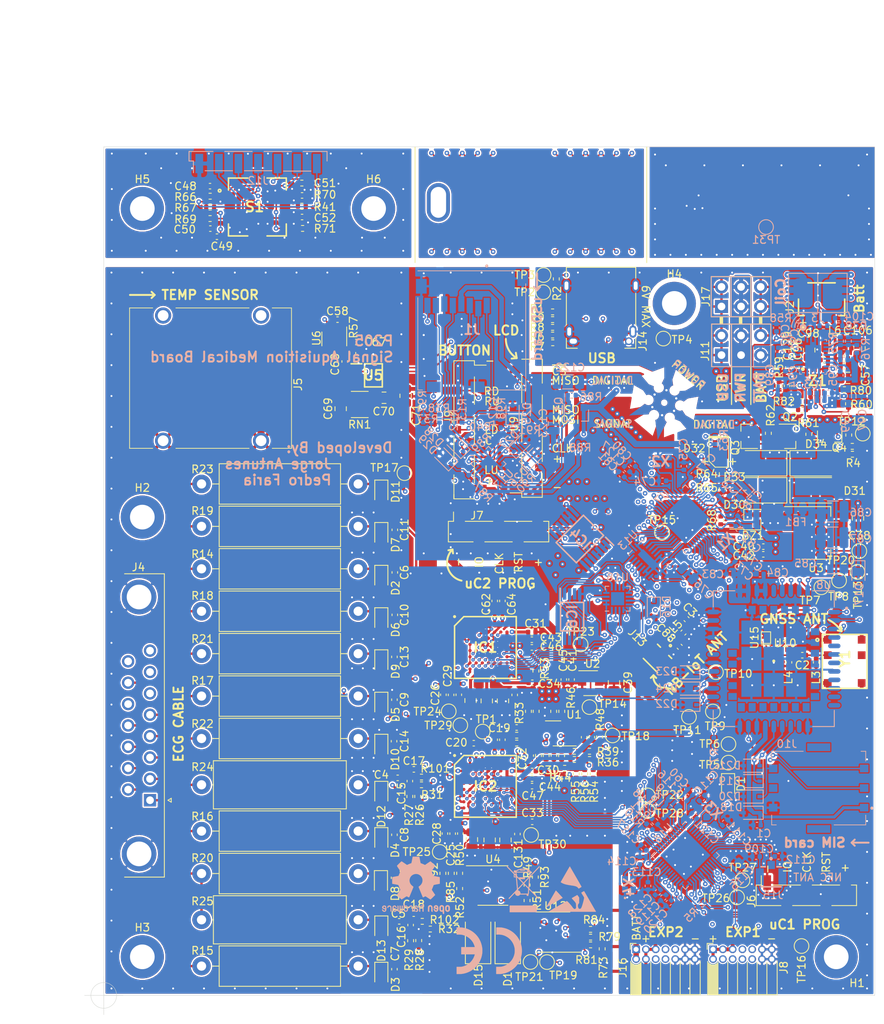
<source format=kicad_pcb>
(kicad_pcb (version 20171130) (host pcbnew "(5.1.9)-1")
  (layers (0 F.Cu signal) (1 In1.Cu signal) (2 In2.Cu signal) (31 B.Cu signal) (34 B.Paste user hide) (35 F.Paste user hide) (36 B.SilkS user) (37 F.SilkS user) (38 B.Mask user) (39 F.Mask user) (44 Edge.Cuts user))
  (net 0 "")
  (net 1 "Net-(BZ1-Pad1)")
  (net 2 GNDD)
  (net 3 /SIMCOM/SIMCARD_VDD)
  (net 4 "Net-(C2-Pad2)")
  (net 5 /SIMCOM/GNSS_ANT)
  (net 6 "Net-(C3-Pad1)")
  (net 7 "Net-(C4-Pad2)")
  (net 8 "Net-(C15-Pad2)")
  (net 9 "Net-(C5-Pad2)")
  (net 10 "Net-(C16-Pad1)")
  (net 11 GNDS)
  (net 12 /ECG_AFE/ADS_V1)
  (net 13 /ECG_AFE/ADS_V2)
  (net 14 /ECG_AFE/ADS_V3)
  (net 15 /ECG_AFE/ADS_V4)
  (net 16 /ECG_AFE/ADS_V5)
  (net 17 /ECG_AFE/ADS_V6)
  (net 18 /ECG_AFE/ADS_RA)
  (net 19 /ECG_AFE/ADS_LL)
  (net 20 /ECG_AFE/ADS_LA)
  (net 21 /ECG_AFE/ADS_IN1P)
  (net 22 /ECG_AFE/ADS_IN1N)
  (net 23 "Net-(C17-Pad1)")
  (net 24 "Net-(C18-Pad1)")
  (net 25 "Net-(C19-Pad2)")
  (net 26 /ECG_AFE/ADS_RL)
  (net 27 /ECG_AFE/WCT)
  (net 28 "Net-(C21-Pad1)")
  (net 29 "Net-(C22-Pad1)")
  (net 30 "Net-(C25-Pad1)")
  (net 31 "Net-(C26-Pad1)")
  (net 32 "Net-(C27-Pad1)")
  (net 33 "Net-(C30-Pad1)")
  (net 34 "Net-(C31-Pad1)")
  (net 35 "Net-(C32-Pad2)")
  (net 36 "Net-(C32-Pad1)")
  (net 37 "Net-(C33-Pad1)")
  (net 38 "Net-(C34-Pad1)")
  (net 39 "Net-(C131-Pad1)")
  (net 40 "Net-(C36-Pad2)")
  (net 41 "Net-(C37-Pad1)")
  (net 42 /BATT)
  (net 43 /DVCC)
  (net 44 /AVCC)
  (net 45 /uC2_BTN_LU)
  (net 46 /uC2_BTN_C)
  (net 47 /uC2_BTN_LD)
  (net 48 /uC2_BTN_RU)
  (net 49 /uC2_BTN_RD)
  (net 50 GNDREF)
  (net 51 /BATT_RAW)
  (net 52 "Net-(C58-Pad1)")
  (net 53 /NTC1)
  (net 54 "Net-(C68-Pad2)")
  (net 55 /NTC2)
  (net 56 /uC2_NRF52832/DEC4)
  (net 57 "Net-(C127-Pad1)")
  (net 58 "Net-(C80-Pad1)")
  (net 59 "Net-(C81-Pad1)")
  (net 60 "Net-(C82-Pad1)")
  (net 61 /SIMCOM/NBIOT_ANT)
  (net 62 "Net-(C89-Pad2)")
  (net 63 "Net-(C89-Pad1)")
  (net 64 /RX_COIL2)
  (net 65 "Net-(C90-Pad1)")
  (net 66 "Net-(C91-Pad1)")
  (net 67 /V_BUS)
  (net 68 "Net-(C94-Pad1)")
  (net 69 "Net-(C95-Pad1)")
  (net 70 "Net-(C101-Pad1)")
  (net 71 "Net-(C98-Pad1)")
  (net 72 /Charging/REGN)
  (net 73 "Net-(C104-Pad1)")
  (net 74 "Net-(C105-Pad2)")
  (net 75 "Net-(C105-Pad1)")
  (net 76 /uC1_NRF52832/NFC2_ANT)
  (net 77 /uC1_NRF52832/NFC1_ANT)
  (net 78 /uC1_NRF52832/DEC4)
  (net 79 "Net-(C119-Pad1)")
  (net 80 "Net-(C120-Pad1)")
  (net 81 "Net-(C121-Pad1)")
  (net 82 /uSD/uSD_VDD)
  (net 83 "Net-(C125-Pad1)")
  (net 84 "Net-(C128-Pad1)")
  (net 85 /RX_COIL1)
  (net 86 "Net-(C_TUNE1_1-Pad1)")
  (net 87 "Net-(C_TUNE2_1-Pad2)")
  (net 88 "Net-(C_TUNE2_2-Pad2)")
  (net 89 /SIMCOM/USB_BOOT)
  (net 90 "Net-(D14-Pad2)")
  (net 91 /ECG_AFE/S)
  (net 92 "Net-(D15-Pad2)")
  (net 93 "Net-(D16-Pad1)")
  (net 94 /SIMCOM/SIMCARD_RST)
  (net 95 /SIMCOM/SIMCARD_DATA)
  (net 96 /SIMCOM/SIMCARD_CLK)
  (net 97 "Net-(D22-Pad1)")
  (net 98 "Net-(D23-Pad1)")
  (net 99 "Net-(D24-Pad1)")
  (net 100 /~uC_uSD_INSERT)
  (net 101 "Net-(D26-Pad1)")
  (net 102 "Net-(D27-Pad1)")
  (net 103 "Net-(D28-Pad1)")
  (net 104 "Net-(D29-Pad1)")
  (net 105 "Net-(D30-Pad2)")
  (net 106 "Net-(D31-Pad2)")
  (net 107 "Net-(D32-Pad2)")
  (net 108 /uC1_ECG_MOSI)
  (net 109 "Net-(IC1-PadG8)")
  (net 110 /~uC1_ECG_PWDN)
  (net 111 /ECG_AFE/RESP_MODP)
  (net 112 /uC1_ECG_SCLK)
  (net 113 /~uC1_CS_96)
  (net 114 /ECG_AFE/ALERTOUT_ADS)
  (net 115 /ECG_AFE/RESP_MODN)
  (net 116 "Net-(IC1-PadF3)")
  (net 117 /uC1_ECG_MISO)
  (net 118 "Net-(IC1-PadE3)")
  (net 119 "Net-(IC1-PadD6)")
  (net 120 "Net-(IC1-PadD3)")
  (net 121 "Net-(IC1-PadC4)")
  (net 122 "Net-(IC1-PadC3)")
  (net 123 "Net-(IC1-PadB3)")
  (net 124 /~uC1_DRDY)
  (net 125 /~uC1_CS_98)
  (net 126 "Net-(IC3-Pad14)")
  (net 127 "Net-(IC3-Pad12)")
  (net 128 "Net-(IC3-Pad10)")
  (net 129 "Net-(IC3-Pad8)")
  (net 130 /~uC2_STAT_WIRELESS)
  (net 131 "Net-(IC4-Pad11)")
  (net 132 /uC2_MEM_CS)
  (net 133 /MEMORIA/NOT2)
  (net 134 "Net-(IC4-Pad6)")
  (net 135 /MEMORIA/NOT1)
  (net 136 /uC1_MEM_CS)
  (net 137 /MEMORIA/MEM_SCLK)
  (net 138 /MEMORIA/MEM_MOSI)
  (net 139 "Net-(IC6-Pad3)")
  (net 140 /MEMORIA/MEM_MISO)
  (net 141 /MEMORIA/MEM_CS)
  (net 142 /uSD/uSD_DETECT)
  (net 143 /uSD/uSD_DAT1)
  (net 144 /uSD/uSD_MISO)
  (net 145 /uSD/uSD_SCLK)
  (net 146 /uSD/uSD_MOSI)
  (net 147 /uSD/uSD_CS)
  (net 148 /uSD/uSD_DAT2)
  (net 149 /BATT_NTC)
  (net 150 "Net-(J4-Pad15)")
  (net 151 /RL)
  (net 152 "Net-(J4-Pad13)")
  (net 153 /V1)
  (net 154 /LL)
  (net 155 /LA)
  (net 156 /RA)
  (net 157 "Net-(J4-Pad8)")
  (net 158 "Net-(J4-Pad7)")
  (net 159 "Net-(J4-Pad6)")
  (net 160 /V6)
  (net 161 /V5)
  (net 162 /V4)
  (net 163 /V3)
  (net 164 /V2)
  (net 165 /RST)
  (net 166 /uC1_NRF52832/SWDCLK)
  (net 167 /uC1_NRF52832/SWDIO)
  (net 168 /uC2_NRF52832/~RESET~_P0.21)
  (net 169 /uC2_NRF52832/SWDCLK)
  (net 170 /uC2_NRF52832/SWDIO)
  (net 171 /uC2_AIN0_P0.02)
  (net 172 /uC1_AIN5_P0.29)
  (net 173 /uC1_AIN4_P0.28)
  (net 174 /uC1_AIN3_P0.05)
  (net 175 /uC1_AIN2_P0.04)
  (net 176 /uC1_AIN1_P0.03)
  (net 177 "Net-(J10-Pad6)")
  (net 178 "Net-(J14-PadA11)")
  (net 179 "Net-(J14-PadA10)")
  (net 180 "Net-(J14-PadA8)")
  (net 181 "Net-(J14-PadA6)")
  (net 182 "Net-(J14-PadA5)")
  (net 183 "Net-(J14-PadA3)")
  (net 184 "Net-(J14-PadA2)")
  (net 185 "Net-(J14-PadB11)")
  (net 186 "Net-(J14-PadB10)")
  (net 187 "Net-(J14-PadB8)")
  (net 188 "Net-(J14-PadB5)")
  (net 189 "Net-(J14-PadB3)")
  (net 190 "Net-(J14-PadB2)")
  (net 191 /uC1_P0.23)
  (net 192 /uC1_P0.22)
  (net 193 /uC1_P0.20)
  (net 194 /uC1_P0.19)
  (net 195 "Net-(L1-Pad2)")
  (net 196 "Net-(L1-Pad1)")
  (net 197 "Net-(L8-Pad2)")
  (net 198 "Net-(L9-Pad2)")
  (net 199 "Net-(Q1-Pad3)")
  (net 200 "Net-(Q1-Pad1)")
  (net 201 "Net-(Q2-Pad3)")
  (net 202 /uC2_BAT_CHECK)
  (net 203 "Net-(R100-Pad1)")
  (net 204 "Net-(R6-Pad1)")
  (net 205 "Net-(R8-Pad1)")
  (net 206 /uC1_NRF52832/AIN6_P0.30)
  (net 207 /uC1_NRF52832/AIN7_P0.31)
  (net 208 "Net-(R101-Pad1)")
  (net 209 "Net-(R102-Pad1)")
  (net 210 "Net-(R33-Pad1)")
  (net 211 "Net-(R41-Pad1)")
  (net 212 /ECG_AFE/PACEIN)
  (net 213 "Net-(R103-Pad1)")
  (net 214 "Net-(R104-Pad2)")
  (net 215 "Net-(R46-Pad1)")
  (net 216 "Net-(R49-Pad1)")
  (net 217 "Net-(R50-Pad1)")
  (net 218 "Net-(R64-Pad2)")
  (net 219 /uC2_BUZZER)
  (net 220 /SIMCOM/VDD_EXT)
  (net 221 "Net-(R72-Pad1)")
  (net 222 "Net-(R80-Pad1)")
  (net 223 "Net-(R105-Pad1)")
  (net 224 "Net-(R82-Pad1)")
  (net 225 /~uC2_uSD_E)
  (net 226 "Net-(TP7-Pad1)")
  (net 227 "Net-(TP8-Pad1)")
  (net 228 /~uC2_E_AVCC)
  (net 229 /uC1_TEMP_SCL)
  (net 230 /uC1_TEMP_SDA)
  (net 231 "Net-(U5-Pad7)")
  (net 232 "Net-(U5-Pad6)")
  (net 233 /uC1_TEMP_EN)
  (net 234 "Net-(U7-Pad44)")
  (net 235 /uC2_STAT_WIRE)
  (net 236 /uC2_UART_EN)
  (net 237 /uC2_GPS_EN)
  (net 238 /uC2_SIM_PWR)
  (net 239 /uC2_RX)
  (net 240 /uC2_TX)
  (net 241 /uC2_RTS)
  (net 242 /uC2_CTS)
  (net 243 /uC2_LCD_RST)
  (net 244 /uC2_LCD_CS)
  (net 245 /uC2_MISO)
  (net 246 /uC2_SCLK)
  (net 247 /uC2_MOSI)
  (net 248 /uC2_uSD_CS)
  (net 249 /SIMCOM/SIMCOM_GNSS)
  (net 250 "Net-(U8-Pad65)")
  (net 251 "Net-(U8-Pad64)")
  (net 252 "Net-(U8-Pad62)")
  (net 253 "Net-(U8-Pad61)")
  (net 254 "Net-(U8-Pad60)")
  (net 255 "Net-(U8-Pad59)")
  (net 256 "Net-(U8-Pad58)")
  (net 257 "Net-(U8-Pad57)")
  (net 258 "Net-(U8-Pad51)")
  (net 259 "Net-(U8-Pad50)")
  (net 260 "Net-(U8-Pad49)")
  (net 261 "Net-(U8-Pad48)")
  (net 262 "Net-(U8-Pad44)")
  (net 263 "Net-(U8-Pad43)")
  (net 264 "Net-(U8-Pad38)")
  (net 265 "Net-(U8-Pad23)")
  (net 266 "Net-(U8-Pad22)")
  (net 267 "Net-(U8-Pad14)")
  (net 268 "Net-(U8-Pad12)")
  (net 269 "Net-(U8-Pad11)")
  (net 270 "Net-(U8-Pad10)")
  (net 271 "Net-(U8-Pad9)")
  (net 272 "Net-(U8-Pad7)")
  (net 273 "Net-(U8-Pad6)")
  (net 274 "Net-(U8-Pad5)")
  (net 275 /SIMCOM/SIMCOM_CTS)
  (net 276 /SIMCOM/SIMCOM_RTS)
  (net 277 /SIMCOM/SIMCOM_TX)
  (net 278 /SIMCOM/SIMCOM_RX)
  (net 279 "Net-(U12-Pad11)")
  (net 280 "Net-(U12-Pad8)")
  (net 281 /ECG_AFE/~Q)
  (net 282 /uC1_ECG_PACE_RST)
  (net 283 "Net-(U16-Pad44)")
  (net 284 "Net-(U16-Pad30)")
  (net 285 /uC1_MISO)
  (net 286 /uC1_SCLK)
  (net 287 /uC1_MOSI)
  (net 288 "Net-(Z1-Pad8)")
  (net 289 "Net-(IC1-PadB2)")
  (net 290 "Net-(IC1-PadB1)")
  (net 291 "Net-(IC1-PadA2)")
  (net 292 "Net-(IC1-PadA1)")
  (net 293 "Net-(IC2-PadG8)")
  (net 294 "Net-(IC2-PadG4)")
  (net 295 "Net-(IC2-PadF4)")
  (net 296 "Net-(IC2-PadF3)")
  (net 297 "Net-(IC2-PadE3)")
  (net 298 "Net-(IC2-PadC4)")
  (net 299 "Net-(IC2-PadB3)")
  (net 300 "Net-(IC1-PadF5)")
  (net 301 "Net-(IC2-PadF5)")
  (net 302 "Net-(IC2-PadD2)")
  (net 303 "Net-(IC2-PadC2)")
  (net 304 "Net-(IC2-PadB2)")
  (net 305 /BTN_LU)
  (net 306 /BTN_C)
  (net 307 /BTN_LD)
  (net 308 /BTN_RU)
  (net 309 /BTN_RD)
  (net 310 Earth)
  (net 311 "Net-(J5-PadTN1)")
  (net 312 "Net-(J5-PadSN1)")
  (net 313 /SIMCOM/SIMCOM_VDD)
  (net 314 /uC2_NRF52832/XL+)
  (net 315 /uC2_NRF52832/XL-)
  (net 316 /uC2_NRF52832/XC+)
  (net 317 /uC1_NRF52832/XL+)
  (net 318 /uC1_NRF52832/XL-)
  (net 319 /uC1_NRF52832/XC+)
  (net 320 /uC2_NRF52832/XC-)
  (net 321 /uC1_NRF52832/XC-)
  (net 322 "Net-(H4-Pad1)")
  (net 323 /uC1_TEMP_INT)
  (net 324 "Net-(D32-Pad3)")
  (net 325 "Net-(H3-Pad1)")
  (net 326 "Net-(H1-Pad1)")
  (net 327 "Net-(H2-Pad1)")
  (net 328 "Net-(U7-Pad30)")
  (net 329 /uC1_uC2_SYNC)
  (net 330 /TEMP_AFE/AVC)
  (net 331 "Net-(H5-Pad1)")
  (net 332 "Net-(H6-Pad1)")
  (net 333 "Net-(J12-Pad7)")
  (net 334 "Net-(R49-Pad2)")
  (net 335 "Net-(R50-Pad2)")
  (net 336 "Net-(U10-Pad6)")
  (net 337 GND1)
  (module SamacSys_Parts_Jorge:AMPHENOL_12401598E4#2A (layer F.Cu) (at 219.5 40.2 180)
    (fp_text reference J14 (at -5.4 0 90) (layer F.SilkS))
    (fp_text value 12401598E4#2A)
    (pad S1 thru_hole circle (at -3.6 0 270) (size 1 1) (drill 0.65) (layers *.Cu *.Mask) (net 50 GNDREF))
    (pad S1 thru_hole oval (at 3.6 0 270) (size 1 1.3) (drill oval 0.65 0.95) (layers *.Cu *.Mask) (net 50 GNDREF))
    (pad S1 thru_hole oval (at -4.13 1.25 180) (size 0.9 1.6) (drill oval 0.5 1.1) (layers *.Cu *.Mask) (net 50 GNDREF))
    (pad S1 thru_hole oval (at 4.13 1.25 180) (size 0.9 1.6) (drill oval 0.5 1.1) (layers *.Cu *.Mask) (net 50 GNDREF))
    (pad S1 thru_hole oval (at 4.49 7.2 180) (size 0.9 1.6) (drill oval 0.5 1.1) (layers *.Cu *.Mask) (net 50 GNDREF))
    (pad A12 smd rect (at 2.75 -0.66 180) (size 0.3 0.7) (layers F.Cu F.Paste F.Mask) (net 50 GNDREF))
    (pad A11 smd rect (at 2.25 -0.66 180) (size 0.3 0.7) (layers F.Cu F.Paste F.Mask) (net 178 "Net-(J14-PadA11)"))
    (pad A10 smd rect (at 1.75 -0.66 180) (size 0.3 0.7) (layers F.Cu F.Paste F.Mask) (net 179 "Net-(J14-PadA10)"))
    (pad A9 smd rect (at 1.25 -0.66 180) (size 0.3 0.7) (layers F.Cu F.Paste F.Mask) (net 67 /V_BUS))
    (pad A8 smd rect (at 0.75 -0.66 180) (size 0.3 0.7) (layers F.Cu F.Paste F.Mask) (net 180 "Net-(J14-PadA8)"))
    (pad A7 smd rect (at 0.25 -0.66 180) (size 0.3 0.7) (layers F.Cu F.Paste F.Mask) (net 181 "Net-(J14-PadA6)"))
    (pad A6 smd rect (at -0.25 -0.66 180) (size 0.3 0.7) (layers F.Cu F.Paste F.Mask) (net 181 "Net-(J14-PadA6)"))
    (pad A5 smd rect (at -0.75 -0.66 180) (size 0.3 0.7) (layers F.Cu F.Paste F.Mask) (net 182 "Net-(J14-PadA5)"))
    (pad A4 smd rect (at -1.25 -0.66 180) (size 0.3 0.7) (layers F.Cu F.Paste F.Mask) (net 67 /V_BUS))
    (pad A3 smd rect (at -1.75 -0.66 180) (size 0.3 0.7) (layers F.Cu F.Paste F.Mask) (net 183 "Net-(J14-PadA3)"))
    (pad A2 smd rect (at -2.25 -0.66 180) (size 0.3 0.7) (layers F.Cu F.Paste F.Mask) (net 184 "Net-(J14-PadA2)"))
    (pad B12 smd rect (at -3 1.04 180) (size 0.3 0.7) (layers F.Cu F.Paste F.Mask) (net 50 GNDREF))
    (pad B11 smd rect (at -2.5 1.04 180) (size 0.3 0.7) (layers F.Cu F.Paste F.Mask) (net 185 "Net-(J14-PadB11)"))
    (pad B10 smd rect (at -2 1.04 180) (size 0.3 0.7) (layers F.Cu F.Paste F.Mask) (net 186 "Net-(J14-PadB10)"))
    (pad B9 smd rect (at -1.5 1.04 180) (size 0.3 0.7) (layers F.Cu F.Paste F.Mask) (net 67 /V_BUS))
    (pad B8 smd rect (at -1 1.04 180) (size 0.3 0.7) (layers F.Cu F.Paste F.Mask) (net 187 "Net-(J14-PadB8)"))
    (pad B7 smd rect (at -0.5 1.04 180) (size 0.3 0.7) (layers F.Cu F.Paste F.Mask) (net 181 "Net-(J14-PadA6)"))
    (pad B6 smd rect (at 0 1.04 180) (size 0.3 0.7) (layers F.Cu F.Paste F.Mask) (net 181 "Net-(J14-PadA6)"))
    (pad B5 smd rect (at 0.5 1.04 180) (size 0.3 0.7) (layers F.Cu F.Paste F.Mask) (net 188 "Net-(J14-PadB5)"))
    (pad B4 smd rect (at 1 1.04 180) (size 0.3 0.7) (layers F.Cu F.Paste F.Mask) (net 67 /V_BUS))
    (pad B3 smd rect (at 1.5 1.04 180) (size 0.3 0.7) (layers F.Cu F.Paste F.Mask) (net 189 "Net-(J14-PadB3)"))
    (pad B2 smd rect (at 2 1.04 180) (size 0.3 0.7) (layers F.Cu F.Paste F.Mask) (net 190 "Net-(J14-PadB2)"))
    (pad B1 smd rect (at 2.5 1.04 180) (size 0.3 0.7) (layers F.Cu F.Paste F.Mask) (net 50 GNDREF))
    (pad A1 smd rect (at -2.75 -0.66 180) (size 0.3 0.7) (layers F.Cu F.Paste F.Mask) (net 50 GNDREF))
    (pad S1 thru_hole oval (at -4.49 7.2 180) (size 0.9 1.6) (drill oval 0.5 1.1) (layers *.Cu *.Mask) (net 50 GNDREF))
  )
  (module TestPoint:TestPoint_Pad_D1.5mm (layer B.Cu) (at 240.9 25.4)
    (fp_text reference TP31 (at 0 1.648) (layer B.SilkS) (effects (justify mirror)))
    (fp_text value KEYCHAIN)
    (pad 1 smd circle (at 0 0) (size 1.5 1.5) (layers B.Cu B.Mask) (net 337 GND1))
  )
  (module SamacSys_Parts_Jorge:KEYCHAIN_HOLE (layer B.Cu) (at 231.3 22.4 45)
    (fp_text reference G*** hide)
    (fp_text value LOGO hide)
  )
  (module SamacSys_Parts_Faria:LOGO_HEART2 (layer F.Cu) (at 251.3 22.9 90)
    (fp_text reference G*** hide)
    (fp_text value LOGO hide)
  )
  (module SamacSys_Parts_Jorge:ISEL-vector (layer F.Cu) (at 240.2 23.4)
    (fp_text reference G*** hide)
    (fp_text value LOGO hide)
  )
  (module SamacSys_Parts_Faria:LOGO_ISEL_11_3mm_8mm (layer F.Cu) (at 248.4 104.6)
    (fp_text reference G*** hide)
    (fp_text value LOGO hide)
  )
  (module SamacSys_Parts_Faria:LOGO_HEART (layer F.Cu) (at 210.6 22.25 90)
    (fp_text reference G*** hide)
    (fp_text value LOGO hide)
  )
  (module Lib_jorge:KEYCHAIN_HOLE (layer F.Cu) (at 198.2 22.2 90)
    (fp_text reference REF** hide)
    (fp_text value KEYCHAIN_HOLE)
    (pad 1 thru_hole oval (at 0 0.2 90) (size 5 3) (drill oval 4 2) (layers *.Cu *.Mask))
  )
  (module SamacSys_Parts_Faria:LOGO_BRAIN (layer B.Cu) (at 208.2 22.2 270)
    (fp_text reference G*** hide)
    (fp_text value LOGO hide)
  )
  (module SamacSys_Parts_Faria:LOGO_CAVE_TECH_SMALL (layer B.Cu) (at 174.76 25.86 180)
    (fp_text reference G*** hide)
    (fp_text value LOGO hide)
  )
  (module SamacSys_Parts_Faria:LOGO_CAVE_TECH_SMALL (layer B.Cu) (at 221.8 20.8 270)
    (fp_text reference G*** hide)
    (fp_text value LOGO hide)
  )
  (module Connector_Dsub:DSUB-15_Female_Horizontal_P2.77x2.84mm_EdgePinOffset7.70mm_Housed_MountingHolesOffset9.12mm (layer F.Cu) (at 161 99.7 270)
    (fp_text reference J4 (at -30.2 1.5 180) (layer F.SilkS))
    (fp_text value "ECG Connector")
    (pad 0 thru_hole circle (at 6.955 1.42 270) (size 4.5 4.5) (drill 3.2) (layers *.Cu *.Mask) (net 11 GNDS))
    (pad 0 thru_hole circle (at -26.345 1.42 270) (size 4.5 4.5) (drill 3.2) (layers *.Cu *.Mask) (net 11 GNDS))
    (pad 15 thru_hole circle (at -18.005 2.84 270) (size 1.6 1.6) (drill 1) (layers *.Cu *.Mask) (net 150 "Net-(J4-Pad15)"))
    (pad 14 thru_hole circle (at -15.235 2.84 270) (size 1.6 1.6) (drill 1) (layers *.Cu *.Mask) (net 151 /RL))
    (pad 13 thru_hole circle (at -12.465 2.84 270) (size 1.6 1.6) (drill 1) (layers *.Cu *.Mask) (net 152 "Net-(J4-Pad13)"))
    (pad 12 thru_hole circle (at -9.695 2.84 270) (size 1.6 1.6) (drill 1) (layers *.Cu *.Mask) (net 153 /V1))
    (pad 11 thru_hole circle (at -6.925 2.84 270) (size 1.6 1.6) (drill 1) (layers *.Cu *.Mask) (net 154 /LL))
    (pad 10 thru_hole circle (at -4.155 2.84 270) (size 1.6 1.6) (drill 1) (layers *.Cu *.Mask) (net 155 /LA))
    (pad 9 thru_hole circle (at -1.385 2.84 270) (size 1.6 1.6) (drill 1) (layers *.Cu *.Mask) (net 156 /RA))
    (pad 8 thru_hole circle (at -19.39 0 270) (size 1.6 1.6) (drill 1) (layers *.Cu *.Mask) (net 157 "Net-(J4-Pad8)"))
    (pad 7 thru_hole circle (at -16.62 0 270) (size 1.6 1.6) (drill 1) (layers *.Cu *.Mask) (net 158 "Net-(J4-Pad7)"))
    (pad 6 thru_hole circle (at -13.85 0 270) (size 1.6 1.6) (drill 1) (layers *.Cu *.Mask) (net 159 "Net-(J4-Pad6)"))
    (pad 5 thru_hole circle (at -11.08 0 270) (size 1.6 1.6) (drill 1) (layers *.Cu *.Mask) (net 160 /V6))
    (pad 4 thru_hole circle (at -8.31 0 270) (size 1.6 1.6) (drill 1) (layers *.Cu *.Mask) (net 161 /V5))
    (pad 3 thru_hole circle (at -5.54 0 270) (size 1.6 1.6) (drill 1) (layers *.Cu *.Mask) (net 162 /V4))
    (pad 2 thru_hole circle (at -2.77 0 270) (size 1.6 1.6) (drill 1) (layers *.Cu *.Mask) (net 163 /V3))
    (pad 1 thru_hole rect (at 0 0 270) (size 1.6 1.6) (drill 1) (layers *.Cu *.Mask) (net 164 /V2))
  )
  (module Connector_PinHeader_2.54mm:PinHeader_2x03_P2.54mm_Vertical (layer F.Cu) (at 235.12 35.7 90)
    (fp_text reference J17 (at 1.27 -2.02 90) (layer F.SilkS))
    (fp_text value USB/BATT)
    (pad 6 thru_hole oval (at 2.54 5.08 90) (size 1.7 1.7) (drill 1) (layers *.Cu *.Mask) (net 51 /BATT_RAW))
    (pad 5 thru_hole oval (at 0 5.08 90) (size 1.7 1.7) (drill 1) (layers *.Cu *.Mask) (net 51 /BATT_RAW))
    (pad 4 thru_hole oval (at 2.54 2.54 90) (size 1.7 1.7) (drill 1) (layers *.Cu *.Mask) (net 42 /BATT))
    (pad 3 thru_hole oval (at 0 2.54 90) (size 1.7 1.7) (drill 1) (layers *.Cu *.Mask) (net 42 /BATT))
    (pad 2 thru_hole oval (at 2.54 0 90) (size 1.7 1.7) (drill 1) (layers *.Cu *.Mask) (net 67 /V_BUS))
    (pad 1 thru_hole rect (at 0 0 90) (size 1.7 1.7) (drill 1) (layers *.Cu *.Mask) (net 67 /V_BUS))
  )
  (module Connector_PinHeader_2.54mm:PinHeader_2x03_P2.54mm_Vertical (layer F.Cu) (at 235.12 42 90)
    (fp_text reference J11 (at 0.525 -2.125 270) (layer F.SilkS))
    (fp_text value USB/BATT)
    (pad 6 thru_hole oval (at 2.54 5.08 90) (size 1.7 1.7) (drill 1) (layers *.Cu *.Mask) (net 51 /BATT_RAW))
    (pad 5 thru_hole oval (at 0 5.08 90) (size 1.7 1.7) (drill 1) (layers *.Cu *.Mask) (net 51 /BATT_RAW))
    (pad 4 thru_hole oval (at 2.54 2.54 90) (size 1.7 1.7) (drill 1) (layers *.Cu *.Mask) (net 42 /BATT))
    (pad 3 thru_hole oval (at 0 2.54 90) (size 1.7 1.7) (drill 1) (layers *.Cu *.Mask) (net 42 /BATT))
    (pad 2 thru_hole oval (at 2.54 0 90) (size 1.7 1.7) (drill 1) (layers *.Cu *.Mask) (net 67 /V_BUS))
    (pad 1 thru_hole rect (at 0 0 90) (size 1.7 1.7) (drill 1) (layers *.Cu *.Mask) (net 67 /V_BUS))
  )
  (module SamacSys_Parts_Faria:LOGO_HEART2 (layer F.Cu) (at 219.3 22.3 90)
    (fp_text reference G*** hide)
    (fp_text value LOGO hide)
  )
  (module Symbol:ESD-Logo_6.6x6mm_SilkScreen (layer B.Cu) (at 215.6 111.2 180)
    (fp_text reference REF** hide)
    (fp_text value ESD-Logo_6.6x6mm_SilkScreen hide)
  )
  (module Symbol:CE-Logo_8.5x6mm_SilkScreen (layer B.Cu) (at 205 119.2 180)
    (fp_text reference REF** hide)
    (fp_text value CE-Logo_8.5x6mm_SilkScreen hide)
  )
  (module Symbol:WEEE-Logo_4.2x6mm_SilkScreen (layer B.Cu) (at 209.4 111.2 180)
    (fp_text reference REF** hide)
    (fp_text value WEEE-Logo_4.2x6mm_SilkScreen hide)
  )
  (module SamacSys_Parts_Faria:LOGO_OSH_2_7.3x6mm (layer B.Cu) (at 195.4 104.9 180)
    (fp_text reference REF**)
    (fp_text value OSHW-Logo2_7.3x6mm)
  )
  (module SamacSys_Parts_Faria:LOGO_CAVE_TECH_11_6mm_6_5mm (layer F.Cu) (at 248.2 93.2)
    (fp_text reference G*** hide)
    (fp_text value LOGO hide)
  )
  (module SamacSys_Parts_Jorge:Sense_fulllogo_5mm (layer F.Cu) (at 246.6 99.6)
    (fp_text reference G*** hide)
    (fp_text value LOGO hide)
  )
  (module SamacSys_Parts_Jorge:SIM8051601401A (layer B.Cu) (at 247.725 98.125 270)
    (fp_text reference J10 (at -5.725 4.125 180) (layer B.SilkS) (effects (justify mirror)))
    (fp_text value SIM_Card hide)
    (pad 1 smd rect (at 2.54 -5.9 270) (size 1 1.1) (layers B.Cu B.Paste B.Mask) (net 3 /SIMCOM/SIMCARD_VDD))
    (pad 2 smd rect (at 0 -5.9 270) (size 1 1.1) (layers B.Cu B.Paste B.Mask) (net 94 /SIMCOM/SIMCARD_RST))
    (pad 3 smd rect (at -2.54 -5.9 270) (size 1 1.1) (layers B.Cu B.Paste B.Mask) (net 96 /SIMCOM/SIMCARD_CLK))
    (pad 5 smd rect (at 2.54 5.9 270) (size 1 1.1) (layers B.Cu B.Paste B.Mask) (net 2 GNDD))
    (pad 6 smd rect (at 0 5.9 270) (size 1 1.1) (layers B.Cu B.Paste B.Mask) (net 177 "Net-(J10-Pad6)"))
    (pad 7 smd rect (at -2.54 5.9 270) (size 1 1.1) (layers B.Cu B.Paste B.Mask) (net 95 /SIMCOM/SIMCARD_DATA))
    (pad 8 smd rect (at -5.3 0 270) (size 1 3) (layers B.Cu B.Paste B.Mask))
    (pad 8 smd rect (at 5.3 0 270) (size 1 3) (layers B.Cu B.Paste B.Mask))
  )
  (module SamacSys_Parts_Faria:ConnButton (layer B.Cu) (at 164.55 15.5 270)
    (fp_text reference J12 (at 3.9 -10.45) (layer B.SilkS) (effects (justify mirror)))
    (fp_text value Button)
    (pad 7 smd rect (at 1.665 -18.08 270) (size 2.51 1) (layers B.Cu B.Paste B.Mask) (net 333 "Net-(J12-Pad7)"))
    (pad 1 smd rect (at 1.665 -2.84 270) (size 2.51 1) (layers B.Cu B.Paste B.Mask) (net 310 Earth))
    (pad 6 smd rect (at 1.665 -15.54 270) (size 2.51 1) (layers B.Cu B.Paste B.Mask) (net 305 /BTN_LU))
    (pad 4 smd rect (at 1.665 -10.46 270) (size 2.51 1) (layers B.Cu B.Paste B.Mask) (net 307 /BTN_LD))
    (pad 3 smd rect (at 1.665 -7.92 270) (size 2.51 1) (layers B.Cu B.Paste B.Mask) (net 308 /BTN_RU))
    (pad 5 smd rect (at 1.665 -13 270) (size 2.51 1) (layers B.Cu B.Paste B.Mask) (net 306 /BTN_C))
    (pad 2 smd rect (at 1.665 -5.38 270) (size 2.51 1) (layers B.Cu B.Paste B.Mask) (net 309 /BTN_RD))
  )
  (module SamacSys_Parts_Faria:BQ51050BRHLR (layer B.Cu) (at 247 42.6)
    (fp_text reference IC3 (at 0 3.2) (layer B.SilkS) (effects (justify mirror)))
    (fp_text value BQ51050BRHLR hide)
    (pad 21 smd rect (at 0 -0.375 270) (size 3.85 0.33) (layers B.Cu B.Paste B.Mask) (net 50 GNDREF))
    (pad 21 smd rect (at -0.275 -0.375 270) (size 4.9 0.22) (layers B.Cu B.Paste B.Mask) (net 50 GNDREF))
    (pad 21 smd rect (at 0.275 -0.375 270) (size 4.9 0.22) (layers B.Cu B.Paste B.Mask) (net 50 GNDREF))
    (pad 21 smd rect (at 0 -0.375) (size 2.05 3.05) (layers B.Cu B.Paste B.Mask) (net 50 GNDREF))
    (pad 20 smd rect (at 0.75 1.775) (size 0.24 0.6) (layers B.Cu B.Paste B.Mask) (net 50 GNDREF))
    (pad 19 smd rect (at 1.65 1.375 270) (size 0.24 0.6) (layers B.Cu B.Paste B.Mask) (net 64 /RX_COIL2))
    (pad 18 smd rect (at 1.65 0.875 270) (size 0.24 0.6) (layers B.Cu B.Paste B.Mask) (net 70 "Net-(C101-Pad1)"))
    (pad 17 smd rect (at 1.65 0.375 270) (size 0.24 0.6) (layers B.Cu B.Paste B.Mask) (net 69 "Net-(C95-Pad1)"))
    (pad 16 smd rect (at 1.65 -0.125 270) (size 0.24 0.6) (layers B.Cu B.Paste B.Mask) (net 65 "Net-(C90-Pad1)"))
    (pad 15 smd rect (at 1.65 -0.625 270) (size 0.24 0.6) (layers B.Cu B.Paste B.Mask) (net 83 "Net-(C125-Pad1)"))
    (pad 14 smd rect (at 1.65 -1.125 270) (size 0.24 0.6) (layers B.Cu B.Paste B.Mask) (net 126 "Net-(IC3-Pad14)"))
    (pad 13 smd rect (at 1.65 -1.625 270) (size 0.24 0.6) (layers B.Cu B.Paste B.Mask) (net 73 "Net-(C104-Pad1)"))
    (pad 12 smd rect (at 1.65 -2.125 270) (size 0.24 0.6) (layers B.Cu B.Paste B.Mask) (net 127 "Net-(IC3-Pad12)"))
    (pad 11 smd rect (at 0.75 -2.525) (size 0.24 0.6) (layers B.Cu B.Paste B.Mask) (net 50 GNDREF))
    (pad 10 smd rect (at -0.75 -2.525) (size 0.24 0.6) (layers B.Cu B.Paste B.Mask) (net 128 "Net-(IC3-Pad10)"))
    (pad 9 smd rect (at -1.65 -2.125 270) (size 0.24 0.6) (layers B.Cu B.Paste B.Mask) (net 67 /V_BUS))
    (pad 8 smd rect (at -1.65 -1.625 270) (size 0.24 0.6) (layers B.Cu B.Paste B.Mask) (net 129 "Net-(IC3-Pad8)"))
    (pad 7 smd rect (at -1.65 -1.125 270) (size 0.24 0.6) (layers B.Cu B.Paste B.Mask) (net 130 /~uC2_STAT_WIRELESS))
    (pad 6 smd rect (at -1.65 -0.625 270) (size 0.24 0.6) (layers B.Cu B.Paste B.Mask) (net 66 "Net-(C91-Pad1)"))
    (pad 5 smd rect (at -1.65 -0.125 270) (size 0.24 0.6) (layers B.Cu B.Paste B.Mask) (net 63 "Net-(C89-Pad1)"))
    (pad 4 smd rect (at -1.65 0.375 270) (size 0.24 0.6) (layers B.Cu B.Paste B.Mask) (net 51 /BATT_RAW))
    (pad 3 smd rect (at -1.65 0.875 270) (size 0.24 0.6) (layers B.Cu B.Paste B.Mask) (net 68 "Net-(C94-Pad1)"))
    (pad 2 smd rect (at -1.65 1.375 270) (size 0.24 0.6) (layers B.Cu B.Paste B.Mask) (net 62 "Net-(C89-Pad2)"))
    (pad 1 smd rect (at -0.75 1.775) (size 0.24 0.6) (layers B.Cu B.Paste B.Mask) (net 50 GNDREF))
  )
  (module SamacSys_Parts_Jorge:LED_2C (layer F.Cu) (at 234.775 54.525)
    (fp_text reference D32 (at -3.175 -0.425 180) (layer F.SilkS))
    (fp_text value APHBM2012LVBDZGKC)
    (fp_text user + (at 1.8 1.2) (layer F.SilkS))
    (fp_text user + (at -1.8 1.2) (layer F.SilkS))
    (pad 4 smd rect (at 0.475 0.9) (size 0.6 1.2) (layers F.Cu F.Paste F.Mask) (net 67 /V_BUS))
    (pad 3 smd rect (at 0.475 -0.9) (size 0.6 1.2) (layers F.Cu F.Paste F.Mask) (net 324 "Net-(D32-Pad3)"))
    (pad 1 smd rect (at -0.475 0.9) (size 0.6 1.2) (layers F.Cu F.Paste F.Mask) (net 43 /DVCC))
    (pad 2 smd rect (at -0.475 -0.9) (size 0.6 1.2) (layers F.Cu F.Paste F.Mask) (net 107 "Net-(D32-Pad2)"))
  )
  (module SamacSys_Parts_Jorge:NINJA_STAR_GROUND_CUT (layer F.Cu) (at 227.7 48.175 110)
    (fp_text reference NT1 hide)
    (fp_text value STARGROUND hide)
    (fp_poly (pts (xy 0.254364 2.418134) (xy 0.352278 2.418047) (xy 0.436239 2.417866) (xy 0.507239 2.417575) (xy 0.566271 2.417155) (xy 0.614328 2.416587) (xy 0.652404 2.415854) (xy 0.681491 2.414938) (xy 0.702583 2.41382) (xy 0.716673 2.412481) (xy 0.724753 2.410905) (xy 0.727818 2.409073) (xy 0.726859 2.406966) (xy 0.7239 2.40509) (xy 0.633904 2.34837) (xy 0.554669 2.279103) (xy 0.487233 2.198604) (xy 0.432635 2.108189) (xy 0.391913 2.009175) (xy 0.380273 1.969495) (xy 0.367943 1.905176) (xy 0.361629 1.833125) (xy 0.361408 1.759553) (xy 0.367358 1.69067) (xy 0.376268 1.644434) (xy 0.411504 1.539489) (xy 0.460444 1.443557) (xy 0.522126 1.357641) (xy 0.595588 1.282744) (xy 0.679867 1.21987) (xy 0.774003 1.170022) (xy 0.861067 1.138638) (xy 0.89134 1.130643) (xy 0.92003 1.125235) (xy 0.9516 1.121979) (xy 0.99051 1.120442) (xy 1.041224 1.120187) (xy 1.049866 1.120231) (xy 1.099548 1.12077) (xy 1.136841 1.12212) (xy 1.166289 1.124905) (xy 1.192436 1.129748) (xy 1.219825 1.137274) (xy 1.253 1.148107) (xy 1.253066 1.148129) (xy 1.340271 1.183273) (xy 1.416772 1.227169) (xy 1.487829 1.283079) (xy 1.520276 1.313871) (xy 1.591832 1.393965) (xy 1.647515 1.476343) (xy 1.688388 1.563169) (xy 1.715511 1.656606) (xy 1.728003 1.737372) (xy 1.731851 1.77308) (xy 1.735276 1.801763) (xy 1.737818 1.819737) (xy 1.738798 1.823954) (xy 1.743552 1.817878) (xy 1.755054 1.799757) (xy 1.771665 1.772262) (xy 1.791749 1.738059) (xy 1.795437 1.731688) (xy 1.81822 1.692274) (xy 1.839892 1.65481) (xy 1.857997 1.62354) (xy 1.870043 1.602773) (xy 1.877665 1.589662) (xy 1.893042 1.563217) (xy 1.915414 1.524743) (xy 1.944022 1.475544) (xy 1.978109 1.416925) (xy 2.016916 1.350189) (xy 2.059684 1.276642) (xy 2.105655 1.197588) (xy 2.154069 1.114331) (xy 2.178143 1.072933) (xy 2.226893 0.989095) (xy 2.273127 0.909576) (xy 2.316141 0.835585) (xy 2.355235 0.768328) (xy 2.389707 0.709012) (xy 2.418855 0.658844) (xy 2.441979 0.619033) (xy 2.458376 0.590783) (xy 2.467346 0.575303) (xy 2.468858 0.572672) (xy 2.462992 0.574136) (xy 2.445026 0.581961) (xy 2.417936 0.594795) (xy 2.392451 0.607381) (xy 2.29124 0.649492) (xy 2.189155 0.674701) (xy 2.086046 0.683016) (xy 1.981768 0.674445) (xy 1.876173 0.648997) (xy 1.846451 0.638884) (xy 1.751926 0.596214) (xy 1.667469 0.541131) (xy 1.593605 0.475211) (xy 1.53086 0.400029) (xy 1.479759 0.317161) (xy 1.440827 0.228183) (xy 1.414589 0.134671) (xy 1.401571 0.038199) (xy 1.402299 -0.059656) (xy 1.417296 -0.157319) (xy 1.44709 -0.253213) (xy 1.492204 -0.345765) (xy 1.509078 -0.373065) (xy 1.57392 -0.457932) (xy 1.648802 -0.530119) (xy 1.732128 -0.589187) (xy 1.822298 -0.634699) (xy 1.917714 -0.66622) (xy 2.016778 -0.683312) (xy 2.117892 -0.685538) (xy 2.219457 -0.672461) (xy 2.319875 -0.643645) (xy 2.389183 -0.6136) (xy 2.471965 -0.572322) (xy 2.456198 -0.598477) (xy 2.449608 -0.609755) (xy 2.435254 -0.63457) (xy 2.413797 -0.671771) (xy 2.385899 -0.720208) (xy 2.352222 -0.778731) (xy 2.313428 -0.846188) (xy 2.270178 -0.921428) (xy 2.223136 -1.003302) (xy 2.172961 -1.090659) (xy 2.120317 -1.182347) (xy 2.095393 -1.225766) (xy 2.042031 -1.318653) (xy 1.990944 -1.40742) (xy 1.942779 -1.490953) (xy 1.898183 -1.568137) (xy 1.857803 -1.637857) (xy 1.822286 -1.698998) (xy 1.792279 -1.750447) (xy 1.768429 -1.791088) (xy 1.751382 -1.819806) (xy 1.741787 -1.835488) (xy 1.740005 -1.838071) (xy 1.735187 -1.839869) (xy 1.731525 -1.831951) (xy 1.72863 -1.812234) (xy 1.726113 -1.778637) (xy 1.724958 -1.757637) (xy 1.711453 -1.65346) (xy 1.68252 -1.554648) (xy 1.639162 -1.462482) (xy 1.582383 -1.378239) (xy 1.513186 -1.303199) (xy 1.432576 -1.23864) (xy 1.341557 -1.185842) (xy 1.246126 -1.147665) (xy 1.178198 -1.131494) (xy 1.10097 -1.12239) (xy 1.020612 -1.120539) (xy 0.943297 -1.126125) (xy 0.884606 -1.136852) (xy 0.79015 -1.167923) (xy 0.700295 -1.211995) (xy 0.618598 -1.266985) (xy 0.548617 -1.330805) (xy 0.542566 -1.337409) (xy 0.475398 -1.42381) (xy 0.423268 -1.516321) (xy 0.386308 -1.613435) (xy 0.36465 -1.713649) (xy 0.358427 -1.815458) (xy 0.36777 -1.917359) (xy 0.392812 -2.017846) (xy 0.433685 -2.115415) (xy 0.468808 -2.176563) (xy 0.505535 -2.226704) (xy 0.55104 -2.277972) (xy 0.600608 -2.325633) (xy 0.649524 -2.36495) (xy 0.669921 -2.378568) (xy 0.694658 -2.394241) (xy 0.71247 -2.406297) (xy 0.719653 -2.412223) (xy 0.719666 -2.412303) (xy 0.711405 -2.412762) (xy 0.687444 -2.413201) (xy 0.649016 -2.413612) (xy 0.597353 -2.413992) (xy 0.53369 -2.414336) (xy 0.459259 -2.414637) (xy 0.375293 -2.414891) (xy 0.283026 -2.415092) (xy 0.18369 -2.415236) (xy 0.078519 -2.415317) (xy 0.004233 -2.415333) (xy -0.104204 -2.415298) (xy -0.207645 -2.415197) (xy -0.304857 -2.415034) (xy -0.394607 -2.414815) (xy -0.475661 -2.414546) (xy -0.546787 -2.41423) (xy -0.606752 -2.413875) (xy -0.654321 -2.413484) (xy -0.688263 -2.413063) (xy -0.707343 -2.412618) (xy -0.7112 -2.412303) (xy -0.704565 -2.406711) (xy -0.687111 -2.394855) (xy -0.662512 -2.379223) (xy -0.660692 -2.378098) (xy -0.584052 -2.321246) (xy -0.515256 -2.25106) (xy -0.456085 -2.170018) (xy -0.408319 -2.080594) (xy -0.373738 -1.985266) (xy -0.370958 -1.975067) (xy -0.355726 -1.906123) (xy -0.348793 -1.842576) (xy -0.350443 -1.780217) (xy -0.360963 -1.714833) (xy -0.380636 -1.642214) (xy -0.396748 -1.593996) (xy -0.423287 -1.522819) (xy -0.448527 -1.465029) (xy -0.474317 -1.417374) (xy -0.502504 -1.376602) (xy -0.534938 -1.339463) (xy -0.549996 -1.32443) (xy -0.635847 -1.252201) (xy -0.727524 -1.195307) (xy -0.824199 -1.1541) (xy -0.925042 -1.128929) (xy -1.029226 -1.120146) (xy -1.032933 -1.120139) (xy -1.133869 -1.126299) (xy -1.226702 -1.14525) (xy -1.314532 -1.178051) (xy -1.400459 -1.225759) (xy -1.455386 -1.264226) (xy -1.534507 -1.334098) (xy -1.600236 -1.413922) (xy -1.651974 -1.502557) (xy -1.68912 -1.598862) (xy -1.711076 -1.701693) (xy -1.716508 -1.761591) (xy -1.718945 -1.799228) (xy -1.722086 -1.829435) (xy -1.725511 -1.848953) (xy -1.728536 -1.854677) (xy -1.733646 -1.847189) (xy -1.746403 -1.826274) (xy -1.766068 -1.793215) (xy -1.791901 -1.749295) (xy -1.823162 -1.695798) (xy -1.859111 -1.634005) (xy -1.899007 -1.565201) (xy -1.942113 -1.490669) (xy -1.987686 -1.411691) (xy -2.034988 -1.32955) (xy -2.083279 -1.245531) (xy -2.131819 -1.160915) (xy -2.179867 -1.076986) (xy -2.226685 -0.995028) (xy -2.271532 -0.916322) (xy -2.313668 -0.842153) (xy -2.352354 -0.773803) (xy -2.376783 -0.730466) (xy -2.398926 -0.691286) (xy -2.419612 -0.655006) (xy -2.436632 -0.625478) (xy -2.447777 -0.606557) (xy -2.44837 -0.605583) (xy -2.458225 -0.586747) (xy -2.457246 -0.579439) (xy -2.444787 -0.583521) (xy -2.420206 -0.598854) (xy -2.419496 -0.599337) (xy -2.384806 -0.618633) (xy -2.338569 -0.638355) (xy -2.286014 -0.656643) (xy -2.232371 -0.671638) (xy -2.192867 -0.679899) (xy -2.12249 -0.688015) (xy -2.048408 -0.689778) (xy -1.975763 -0.68546) (xy -1.909697 -0.675332) (xy -1.862667 -0.6624) (xy -1.778642 -0.629001) (xy -1.708246 -0.592832) (xy -1.648185 -0.551788) (xy -1.595167 -0.503762) (xy -1.5681 -0.473941) (xy -1.542629 -0.44266) (xy -1.516505 -0.408167) (xy -1.491862 -0.373582) (xy -1.470835 -0.342024) (xy -1.455558 -0.316614) (xy -1.448167 -0.300471) (xy -1.4478 -0.298137) (xy -1.44529 -0.284159) (xy -1.437619 -0.256323) (xy -1.424578 -0.213917) (xy -1.408239 -0.1632) (xy -1.39808 -0.11841) (xy -1.392125 -0.062482) (xy -1.390503 -0.002671) (xy -0.431593 -0.002671) (xy -0.425548 -0.083267) (xy -0.406144 -0.156036) (xy -0.372309 -0.223548) (xy -0.322972 -0.28837) (xy -0.303712 -0.308987) (xy -0.23867 -0.364178) (xy -0.166415 -0.404398) (xy -0.088275 -0.429294) (xy -0.005582 -0.438516) (xy 0.080335 -0.431711) (xy 0.124293 -0.422135) (xy 0.173897 -0.406172) (xy 0.2186 -0.384861) (xy 0.261722 -0.355949) (xy 0.306582 -0.31718) (xy 0.356501 -0.266302) (xy 0.361039 -0.261395) (xy 0.374244 -0.242238) (xy 0.390192 -0.212154) (xy 0.406449 -0.176336) (xy 0.420581 -0.13998) (xy 0.426622 -0.121446) (xy 0.43502 -0.079132) (xy 0.439271 -0.02713) (xy 0.439314 0.027814) (xy 0.435087 0.078953) (xy 0.428757 0.111967) (xy 0.399326 0.190201) (xy 0.355645 0.260577) (xy 0.299319 0.321132) (xy 0.231951 0.369903) (xy 0.207185 0.383268) (xy 0.124492 0.415786) (xy 0.041322 0.43198) (xy -0.040842 0.432082) (xy -0.12052 0.416326) (xy -0.196232 0.384946) (xy -0.266497 0.338173) (xy -0.305686 0.302554) (xy -0.360207 0.237601) (xy -0.398754 0.168772) (xy -0.422192 0.093969) (xy -0.431387 0.011095) (xy -0.431593 -0.002671) (xy -1.390503 -0.002671) (xy -1.390449 -0.000699) (xy -1.393126 0.061654) (xy -1.400231 0.119293) (xy -1.40397 0.138245) (xy -1.432898 0.23814) (xy -1.473551 0.327435) (xy -1.52757 0.409135) (xy -1.591169 0.480862) (xy -1.670931 0.551344) (xy -1.753967 0.605796) (xy -1.842125 0.645062) (xy -1.937248 0.669986) (xy -2.028396 0.680737) (xy -2.121332 0.680481) (xy -2.213383 0.669247) (xy -2.300682 0.647893) (xy -2.379361 0.617282) (xy -2.424205 0.592728) (xy -2.445156 0.581013) (xy -2.460333 0.575115) (xy -2.463685 0.575018) (xy -2.461693 0.58254) (xy -2.452749 0.60156) (xy -2.438561 0.629023) (xy -2.420834 0.661873) (xy -2.401275 0.697055) (xy -2.38159 0.731515) (xy -2.363486 0.762198) (xy -2.34867 0.786048) (xy -2.338847 0.800011) (xy -2.3369 0.802) (xy -2.329387 0.812872) (xy -2.326255 0.820034) (xy -2.321093 0.829865) (xy -2.308242 0.852766) (xy -2.288548 0.887287) (xy -2.262857 0.931978) (xy -2.232016 0.985389) (xy -2.196871 1.04607) (xy -2.158269 1.112571) (xy -2.117055 1.183442) (xy -2.074076 1.257232) (xy -2.03018 1.332493) (xy -1.986211 1.407773) (xy -1.943017 1.481624) (xy -1.901443 1.552593) (xy -1.862337 1.619233) (xy -1.826545 1.680093) (xy -1.794913 1.733722) (xy -1.768287 1.77867) (xy -1.747514 1.813489) (xy -1.73344 1.836726) (xy -1.726912 1.846934) (xy -1.72668 1.84721) (xy -1.722721 1.84358) (xy -1.720002 1.824512) (xy -1.718697 1.791468) (xy -1.718608 1.779477) (xy -1.710185 1.678257) (xy -1.68598 1.580195) (xy -1.647087 1.487027) (xy -1.594599 1.400489) (xy -1.529607 1.32232) (xy -1.453205 1.254256) (xy -1.366485 1.198034) (xy -1.346204 1.187464) (xy -1.277578 1.156341) (xy -1.213455 1.13481) (xy -1.148162 1.121591) (xy -1.076024 1.115404) (xy -1.02288 1.114546) (xy -0.919704 1.123301) (xy -0.81977 1.148287) (xy -0.724477 1.1889) (xy -0.635226 1.24454) (xy -0.553418 1.314603) (xy -0.550136 1.317882) (xy -0.48003 1.398271) (xy -0.42557 1.483361) (xy -0.385994 1.574842) (xy -0.360542 1.674404) (xy -0.349685 1.763141) (xy -0.350053 1.826632) (xy -0.358626 1.897078) (xy -0.374204 1.970178) (xy -0.395586 2.041629) (xy -0.421574 2.107131) (xy -0.450966 2.162382) (xy -0.467722 2.1863) (xy -0.510082 2.237365) (xy -0.55433 2.285872) (xy -0.598034 2.329497) (xy -0.638764 2.365914) (xy -0.674092 2.392798) (xy -0.697476 2.406164) (xy -0.700282 2.408211) (xy -0.69815 2.41001) (xy -0.690134 2.411578) (xy -0.67529 2.412931) (xy -0.652671 2.414084) (xy -0.621333 2.415055) (xy -0.580329 2.415857) (xy -0.528716 2.416509) (xy -0.465545 2.417024) (xy -0.389874 2.41742) (xy -0.300756 2.417711) (xy -0.197245 2.417915) (xy -0.078396 2.418047) (xy 0.0127 2.418104) (xy 0.141502 2.418147) (xy 0.254364 2.418134)) (layer B.Cu) (width 0.01))
    (fp_poly (pts (xy 0.254364 -2.418134) (xy 0.352278 -2.418047) (xy 0.436239 -2.417866) (xy 0.507239 -2.417575) (xy 0.566271 -2.417155) (xy 0.614328 -2.416587) (xy 0.652404 -2.415854) (xy 0.681491 -2.414938) (xy 0.702583 -2.41382) (xy 0.716673 -2.412481) (xy 0.724753 -2.410905) (xy 0.727818 -2.409073) (xy 0.726859 -2.406966) (xy 0.7239 -2.40509) (xy 0.633904 -2.34837) (xy 0.554669 -2.279103) (xy 0.487233 -2.198604) (xy 0.432635 -2.108189) (xy 0.391913 -2.009175) (xy 0.380273 -1.969495) (xy 0.367943 -1.905176) (xy 0.361629 -1.833125) (xy 0.361408 -1.759553) (xy 0.367358 -1.69067) (xy 0.376268 -1.644434) (xy 0.411504 -1.539489) (xy 0.460444 -1.443557) (xy 0.522126 -1.357641) (xy 0.595588 -1.282744) (xy 0.679867 -1.21987) (xy 0.774003 -1.170022) (xy 0.861067 -1.138638) (xy 0.89134 -1.130643) (xy 0.92003 -1.125235) (xy 0.9516 -1.121979) (xy 0.99051 -1.120442) (xy 1.041224 -1.120187) (xy 1.049866 -1.120231) (xy 1.099548 -1.12077) (xy 1.136841 -1.12212) (xy 1.166289 -1.124905) (xy 1.192436 -1.129748) (xy 1.219825 -1.137274) (xy 1.253 -1.148107) (xy 1.253066 -1.148129) (xy 1.340271 -1.183273) (xy 1.416772 -1.227169) (xy 1.487829 -1.283079) (xy 1.520276 -1.313871) (xy 1.591832 -1.393965) (xy 1.647515 -1.476343) (xy 1.688388 -1.563169) (xy 1.715511 -1.656606) (xy 1.728003 -1.737372) (xy 1.731851 -1.77308) (xy 1.735276 -1.801763) (xy 1.737818 -1.819737) (xy 1.738798 -1.823954) (xy 1.743552 -1.817878) (xy 1.755054 -1.799757) (xy 1.771665 -1.772262) (xy 1.791749 -1.738059) (xy 1.795437 -1.731688) (xy 1.81822 -1.692274) (xy 1.839892 -1.65481) (xy 1.857997 -1.62354) (xy 1.870043 -1.602773) (xy 1.877665 -1.589662) (xy 1.893042 -1.563217) (xy 1.915414 -1.524743) (xy 1.944022 -1.475544) (xy 1.978109 -1.416925) (xy 2.016916 -1.350189) (xy 2.059684 -1.276642) (xy 2.105655 -1.197588) (xy 2.154069 -1.114331) (xy 2.178143 -1.072933) (xy 2.226893 -0.989095) (xy 2.273127 -0.909576) (xy 2.316141 -0.835585) (xy 2.355235 -0.768328) (xy 2.389707 -0.709012) (xy 2.418855 -0.658844) (xy 2.441979 -0.619033) (xy 2.458376 -0.590783) (xy 2.467346 -0.575303) (xy 2.468858 -0.572672) (xy 2.462992 -0.574136) (xy 2.445026 -0.581961) (xy 2.417936 -0.594795) (xy 2.392451 -0.607381) (xy 2.29124 -0.649492) (xy 2.189155 -0.674701) (xy 2.086046 -0.683016) (xy 1.981768 -0.674445) (xy 1.876173 -0.648997) (xy 1.846451 -0.638884) (xy 1.751926 -0.596214) (xy 1.667469 -0.541131) (xy 1.593605 -0.475211) (xy 1.53086 -0.400029) (xy 1.479759 -0.317161) (xy 1.440827 -0.228183) (xy 1.414589 -0.134671) (xy 1.401571 -0.038199) (xy 1.402299 0.059656) (xy 1.417296 0.157319) (xy 1.44709 0.253213) (xy 1.492204 0.345765) (xy 1.509078 0.373065) (xy 1.57392 0.457932) (xy 1.648802 0.530119) (xy 1.732128 0.589187) (xy 1.822298 0.634699) (xy 1.917714 0.66622) (xy 2.016778 0.683312) (xy 2.117892 0.685538) (xy 2.219457 0.672461) (xy 2.319875 0.643645) (xy 2.389183 0.6136) (xy 2.471965 0.572322) (xy 2.456198 0.598477) (xy 2.449608 0.609755) (xy 2.435254 0.63457) (xy 2.413797 0.671771) (xy 2.385899 0.720208) (xy 2.352222 0.778731) (xy 2.313428 0.846188) (xy 2.270178 0.921428) (xy 2.223136 1.003302) (xy 2.172961 1.090659) (xy 2.120317 1.182347) (xy 2.095393 1.225766) (xy 2.042031 1.318653) (xy 1.990944 1.40742) (xy 1.942779 1.490953) (xy 1.898183 1.568137) (xy 1.857803 1.637857) (xy 1.822286 1.698998) (xy 1.792279 1.750447) (xy 1.768429 1.791088) (xy 1.751382 1.819806) (xy 1.741787 1.835488) (xy 1.740005 1.838071) (xy 1.735187 1.839869) (xy 1.731525 1.831951) (xy 1.72863 1.812234) (xy 1.726113 1.778637) (xy 1.724958 1.757637) (xy 1.711453 1.65346) (xy 1.68252 1.554648) (xy 1.639162 1.462482) (xy 1.582383 1.378239) (xy 1.513186 1.303199) (xy 1.432576 1.23864) (xy 1.341557 1.185842) (xy 1.246126 1.147665) (xy 1.178198 1.131494) (xy 1.10097 1.12239) (xy 1.020612 1.120539) (xy 0.943297 1.126125) (xy 0.884606 1.136852) (xy 0.79015 1.167923) (xy 0.700295 1.211995) (xy 0.618598 1.266985) (xy 0.548617 1.330805) (xy 0.542566 1.337409) (xy 0.475398 1.42381) (xy 0.423268 1.516321) (xy 0.386308 1.613435) (xy 0.36465 1.713649) (xy 0.358427 1.815458) (xy 0.36777 1.917359) (xy 0.392812 2.017846) (xy 0.433685 2.115415) (xy 0.468808 2.176563) (xy 0.505535 2.226704) (xy 0.55104 2.277972) (xy 0.600608 2.325633) (xy 0.649524 2.36495) (xy 0.669921 2.378568) (xy 0.694658 2.394241) (xy 0.71247 2.406297) (xy 0.719653 2.412223) (xy 0.719666 2.412303) (xy 0.711405 2.412762) (xy 0.687444 2.413201) (xy 0.649016 2.413612) (xy 0.597353 2.413992) (xy 0.53369 2.414336) (xy 0.459259 2.414637) (xy 0.375293 2.414891) (xy 0.283026 2.415092) (xy 0.18369 2.415236) (xy 0.078519 2.415317) (xy 0.004233 2.415333) (xy -0.104204 2.415298) (xy -0.207645 2.415197) (xy -0.304857 2.415034) (xy -0.394607 2.414815) (xy -0.475661 2.414546) (xy -0.546787 2.41423) (xy -0.606752 2.413875) (xy -0.654321 2.413484) (xy -0.688263 2.413063) (xy -0.707343 2.412618) (xy -0.7112 2.412303) (xy -0.704565 2.406711) (xy -0.687111 2.394855) (xy -0.662512 2.379223) (xy -0.660692 2.378098) (xy -0.584052 2.321246) (xy -0.515256 2.25106) (xy -0.456085 2.170018) (xy -0.408319 2.080594) (xy -0.373738 1.985266) (xy -0.370958 1.975067) (xy -0.355726 1.906123) (xy -0.348793 1.842576) (xy -0.350443 1.780217) (xy -0.360963 1.714833) (xy -0.380636 1.642214) (xy -0.396748 1.593996) (xy -0.423287 1.522819) (xy -0.448527 1.465029) (xy -0.474317 1.417374) (xy -0.502504 1.376602) (xy -0.534938 1.339463) (xy -0.549996 1.32443) (xy -0.635847 1.252201) (xy -0.727524 1.195307) (xy -0.824199 1.1541) (xy -0.925042 1.128929) (xy -1.029226 1.120146) (xy -1.032933 1.120139) (xy -1.133869 1.126299) (xy -1.226702 1.14525) (xy -1.314532 1.178051) (xy -1.400459 1.225759) (xy -1.455386 1.264226) (xy -1.534507 1.334098) (xy -1.600236 1.413922) (xy -1.651974 1.502557) (xy -1.68912 1.598862) (xy -1.711076 1.701693) (xy -1.716508 1.761591) (xy -1.718945 1.799228) (xy -1.722086 1.829435) (xy -1.725511 1.848953) (xy -1.728536 1.854677) (xy -1.733646 1.847189) (xy -1.746403 1.826274) (xy -1.766068 1.793215) (xy -1.791901 1.749295) (xy -1.823162 1.695798) (xy -1.859111 1.634005) (xy -1.899007 1.565201) (xy -1.942113 1.490669) (xy -1.987686 1.411691) (xy -2.034988 1.32955) (xy -2.083279 1.245531) (xy -2.131819 1.160915) (xy -2.179867 1.076986) (xy -2.226685 0.995028) (xy -2.271532 0.916322) (xy -2.313668 0.842153) (xy -2.352354 0.773803) (xy -2.376783 0.730466) (xy -2.398926 0.691286) (xy -2.419612 0.655006) (xy -2.436632 0.625478) (xy -2.447777 0.606557) (xy -2.44837 0.605583) (xy -2.458225 0.586747) (xy -2.457246 0.579439) (xy -2.444787 0.583521) (xy -2.420206 0.598854) (xy -2.419496 0.599337) (xy -2.384806 0.618633) (xy -2.338569 0.638355) (xy -2.286014 0.656643) (xy -2.232371 0.671638) (xy -2.192867 0.679899) (xy -2.12249 0.688015) (xy -2.048408 0.689778) (xy -1.975763 0.68546) (xy -1.909697 0.675332) (xy -1.862667 0.6624) (xy -1.778642 0.629001) (xy -1.708246 0.592832) (xy -1.648185 0.551788) (xy -1.595167 0.503762) (xy -1.5681 0.473941) (xy -1.542629 0.44266) (xy -1.516505 0.408167) (xy -1.491862 0.373582) (xy -1.470835 0.342024) (xy -1.455558 0.316614) (xy -1.448167 0.300471) (xy -1.4478 0.298137) (xy -1.44529 0.284159) (xy -1.437619 0.256323) (xy -1.424578 0.213917) (xy -1.408239 0.1632) (xy -1.39808 0.11841) (xy -1.392125 0.062482) (xy -1.390503 0.002671) (xy -0.431593 0.002671) (xy -0.425548 0.083267) (xy -0.406144 0.156036) (xy -0.372309 0.223548) (xy -0.322972 0.28837) (xy -0.303712 0.308987) (xy -0.23867 0.364178) (xy -0.166415 0.404398) (xy -0.088275 0.429294) (xy -0.005582 0.438516) (xy 0.080335 0.431711) (xy 0.124293 0.422135) (xy 0.173897 0.406172) (xy 0.2186 0.384861) (xy 0.261722 0.355949) (xy 0.306582 0.31718) (xy 0.356501 0.266302) (xy 0.361039 0.261395) (xy 0.374244 0.242238) (xy 0.390192 0.212154) (xy 0.406449 0.176336) (xy 0.420581 0.13998) (xy 0.426622 0.121446) (xy 0.43502 0.079132) (xy 0.439271 0.02713) (xy 0.439314 -0.027814) (xy 0.435087 -0.078953) (xy 0.428757 -0.111967) (xy 0.399326 -0.190201) (xy 0.355645 -0.260577) (xy 0.299319 -0.321132) (xy 0.231951 -0.369903) (xy 0.207185 -0.383268) (xy 0.124492 -0.415786) (xy 0.041322 -0.43198) (xy -0.040842 -0.432082) (xy -0.12052 -0.416326) (xy -0.196232 -0.384946) (xy -0.266497 -0.338173) (xy -0.305686 -0.302554) (xy -0.360207 -0.237601) (xy -0.398754 -0.168772) (xy -0.422192 -0.093969) (xy -0.431387 -0.011095) (xy -0.431593 0.002671) (xy -1.390503 0.002671) (xy -1.390449 0.000699) (xy -1.393126 -0.061654) (xy -1.400231 -0.119293) (xy -1.40397 -0.138245) (xy -1.432898 -0.23814) (xy -1.473551 -0.327435) (xy -1.52757 -0.409135) (xy -1.591169 -0.480862) (xy -1.670931 -0.551344) (xy -1.753967 -0.605796) (xy -1.842125 -0.645062) (xy -1.937248 -0.669986) (xy -2.028396 -0.680737) (xy -2.121332 -0.680481) (xy -2.213383 -0.669247) (xy -2.300682 -0.647893) (xy -2.379361 -0.617282) (xy -2.424205 -0.592728) (xy -2.445156 -0.581013) (xy -2.460333 -0.575115) (xy -2.463685 -0.575018) (xy -2.461693 -0.58254) (xy -2.452749 -0.60156) (xy -2.438561 -0.629023) (xy -2.420834 -0.661873) (xy -2.401275 -0.697055) (xy -2.38159 -0.731515) (xy -2.363486 -0.762198) (xy -2.34867 -0.786048) (xy -2.338847 -0.800011) (xy -2.3369 -0.802) (xy -2.329387 -0.812872) (xy -2.326255 -0.820034) (xy -2.321093 -0.829865) (xy -2.308242 -0.852766) (xy -2.288548 -0.887287) (xy -2.262857 -0.931978) (xy -2.232016 -0.985389) (xy -2.196871 -1.04607) (xy -2.158269 -1.112571) (xy -2.117055 -1.183442) (xy -2.074076 -1.257232) (xy -2.03018 -1.332493) (xy -1.986211 -1.407773) (xy -1.943017 -1.481624) (xy -1.901443 -1.552593) (xy -1.862337 -1.619233) (xy -1.826545 -1.680093) (xy -1.794913 -1.733722) (xy -1.768287 -1.77867) (xy -1.747514 -1.813489) (xy -1.73344 -1.836726) (xy -1.726912 -1.846934) (xy -1.72668 -1.84721) (xy -1.722721 -1.84358) (xy -1.720002 -1.824512) (xy -1.718697 -1.791468) (xy -1.718608 -1.779477) (xy -1.710185 -1.678257) (xy -1.68598 -1.580195) (xy -1.647087 -1.487027) (xy -1.594599 -1.400489) (xy -1.529607 -1.32232) (xy -1.453205 -1.254256) (xy -1.366485 -1.198034) (xy -1.346204 -1.187464) (xy -1.277578 -1.156341) (xy -1.213455 -1.13481) (xy -1.148162 -1.121591) (xy -1.076024 -1.115404) (xy -1.02288 -1.114546) (xy -0.919704 -1.123301) (xy -0.81977 -1.148287) (xy -0.724477 -1.1889) (xy -0.635226 -1.24454) (xy -0.553418 -1.314603) (xy -0.550136 -1.317882) (xy -0.48003 -1.398271) (xy -0.42557 -1.483361) (xy -0.385994 -1.574842) (xy -0.360542 -1.674404) (xy -0.349685 -1.763141) (xy -0.350053 -1.826632) (xy -0.358626 -1.897078) (xy -0.374204 -1.970178) (xy -0.395586 -2.041629) (xy -0.421574 -2.107131) (xy -0.450966 -2.162382) (xy -0.467722 -2.1863) (xy -0.510082 -2.237365) (xy -0.55433 -2.285872) (xy -0.598034 -2.329497) (xy -0.638764 -2.365914) (xy -0.674092 -2.392798) (xy -0.697476 -2.406164) (xy -0.700282 -2.408211) (xy -0.69815 -2.41001) (xy -0.690134 -2.411578) (xy -0.67529 -2.412931) (xy -0.652671 -2.414084) (xy -0.621333 -2.415055) (xy -0.580329 -2.415857) (xy -0.528716 -2.416509) (xy -0.465545 -2.417024) (xy -0.389874 -2.41742) (xy -0.300756 -2.417711) (xy -0.197245 -2.417915) (xy -0.078396 -2.418047) (xy 0.0127 -2.418104) (xy 0.141502 -2.418147) (xy 0.254364 -2.418134)) (layer F.Cu) (width 0.01))
    (pad 1 smd custom (at 0 -2.94 110) (size 1 1) (layers F.Cu F.Mask) (net 11 GNDS) (options (clearance outline) (anchor circle)) (primitives (gr_poly (pts (xy 0.74 0.53) (xy 0.7 0.55) (xy -0.67 0.55) (xy -0.7 0.53) (xy 0 -1.91)) (width 0.01))))
    (pad 2 smd custom (at 2.546115 -1.49 110) (size 1 1) (layers F.Cu F.Mask) (net 2 GNDD) (options (clearance outline) (anchor circle)) (primitives (gr_poly (pts (xy -0.086115 0.93) (xy -0.126315 0.9) (xy -0.811315 -0.305237) (xy -0.808994 -0.341218) (xy 1.654108 -0.955)) (width 0.01))))
    (pad 1 smd custom (at -2.546115 -1.47 110) (size 1 1) (layers F.Cu F.Mask) (net 11 GNDS) (options (clearance outline) (anchor circle)) (primitives (gr_poly (pts (xy 0.828994 -0.375859) (xy 0.826315 -0.331218) (xy 0.106115 0.89) (xy 0.076115 0.9) (xy -1.654108 -0.955)) (width 0.01))))
    (pad 2 smd custom (at -2.546115 1.48 110) (size 1 1) (layers F.Cu F.Mask) (net 2 GNDD) (options (clearance outline) (anchor circle)) (primitives (gr_poly (pts (xy 0.088994 -0.905859) (xy 0.126315 -0.881218) (xy 0.826115 0.34) (xy 0.826115 0.38) (xy -1.654108 0.955)) (width 0.01))))
    (pad 3 smd custom (at 0.02 2.94 110) (size 1 1) (layers F.Cu F.Mask) (net 50 GNDREF) (options (clearance outline) (anchor circle)) (primitives (gr_poly (pts (xy -0.74 -0.53) (xy -0.7 -0.55) (xy 0.67 -0.55) (xy 0.7 -0.53) (xy 0 1.91)) (width 0.01))))
    (pad 3 smd custom (at 2.586115 1.44 110) (size 1 1) (layers F.Cu F.Mask) (net 50 GNDREF) (options (clearance outline) (anchor circle)) (primitives (gr_poly (pts (xy -0.856115 0.41) (xy -0.856115 0.37) (xy -0.141315 -0.855237) (xy -0.108994 -0.871218) (xy 1.654108 0.955)) (width 0.01))))
    (pad 1 smd custom (at 0.02 -2.94 110) (size 1 1) (layers B.Cu B.Mask) (net 11 GNDS) (options (clearance outline) (anchor circle)) (primitives (gr_poly (pts (xy -0.74 0.53) (xy -0.7 0.55) (xy 0.67 0.55) (xy 0.7 0.53) (xy 0 -1.91)) (width 0.01))))
    (pad 1 smd custom (at -2.546115 -1.48 110) (size 1 1) (layers B.Cu B.Mask) (net 11 GNDS) (options (clearance outline) (anchor circle)) (primitives (gr_poly (pts (xy 0.088994 0.905859) (xy 0.126315 0.881218) (xy 0.826115 -0.34) (xy 0.826115 -0.38) (xy -1.654108 -0.955)) (width 0.01))))
    (pad 2 smd custom (at -2.546115 1.47 110) (size 1 1) (layers B.Cu B.Mask) (net 2 GNDD) (options (clearance outline) (anchor circle)) (primitives (gr_poly (pts (xy 0.828994 0.375859) (xy 0.826315 0.331218) (xy 0.106115 -0.89) (xy 0.076115 -0.9) (xy -1.654108 0.955)) (width 0.01))))
    (pad 2 thru_hole circle (at 1.43 -0.82 200) (size 0.7 0.7) (drill 0.3) (layers *.Cu *.Mask) (net 2 GNDD))
    (pad 1 thru_hole circle (at 0 -1.65 200) (size 0.7 0.7) (drill 0.3) (layers *.Cu *.Mask) (net 11 GNDS))
    (pad 1 thru_hole circle (at -1.42 -0.82 200) (size 0.7 0.7) (drill 0.3) (layers *.Cu *.Mask) (net 11 GNDS))
    (pad 2 thru_hole circle (at -1.42 0.83 200) (size 0.7 0.7) (drill 0.3) (layers *.Cu *.Mask) (net 2 GNDD))
    (pad 3 thru_hole circle (at 1.43 0.82 20) (size 0.7 0.7) (drill 0.3) (layers *.Cu *.Mask) (net 50 GNDREF))
    (pad 3 thru_hole circle (at 0 1.65 20) (size 0.7 0.7) (drill 0.3) (layers *.Cu *.Mask) (net 50 GNDREF))
    (pad 3 smd custom (at 0 2.94 110) (size 1 1) (layers B.Cu B.Mask) (net 50 GNDREF) (options (clearance outline) (anchor circle)) (primitives (gr_poly (pts (xy 0.74 -0.53) (xy 0.7 -0.55) (xy -0.67 -0.55) (xy -0.71 -0.53) (xy 0.02 1.91)) (width 0.01))))
    (pad 3 smd custom (at 2.546115 1.49 110) (size 1 1) (layers B.Cu B.Mask) (net 50 GNDREF) (options (clearance outline) (anchor circle)) (primitives (gr_poly (pts (xy -0.086115 -0.93) (xy -0.126315 -0.9) (xy -0.811315 0.305237) (xy -0.808994 0.341218) (xy 1.693885 0.9)) (width 0.01))))
    (pad 2 smd custom (at 2.586115 -1.44 110) (size 1 1) (layers B.Cu B.Mask) (net 2 GNDD) (options (clearance outline) (anchor circle)) (primitives (gr_poly (pts (xy -0.856115 -0.41) (xy -0.856115 -0.37) (xy -0.141315 0.855237) (xy -0.108994 0.871218) (xy 1.623885 -1.02)) (width 0.01))))
  )
  (module Resistor_SMD:R_0805_2012Metric (layer F.Cu) (at 194.15 47.275 90)
    (fp_text reference FB2 hide)
    (fp_text value BLM21SP601SH1D)
    (pad 1 smd roundrect (at -0.9125 0 90) (size 1.025 1.4) (layers F.Cu F.Paste F.Mask) (roundrect_rratio 0.243902) (net 44 /AVCC))
    (pad 2 smd roundrect (at 0.9125 0 90) (size 1.025 1.4) (layers F.Cu F.Paste F.Mask) (roundrect_rratio 0.243902) (net 330 /TEMP_AFE/AVC))
  )
  (module Resistor_SMD:R_0805_2012Metric (layer B.Cu) (at 244.75 61.925)
    (fp_text reference FB1 (at 0 1.725) (layer B.SilkS) (effects (justify mirror)))
    (fp_text value BLM21SP601SH1D)
    (pad 1 smd roundrect (at -0.9125 0) (size 1.025 1.4) (layers B.Cu B.Paste B.Mask) (roundrect_rratio 0.243902) (net 42 /BATT))
    (pad 2 smd roundrect (at 0.9125 0) (size 1.025 1.4) (layers B.Cu B.Paste B.Mask) (roundrect_rratio 0.243902) (net 313 /SIMCOM/SIMCOM_VDD))
  )
  (module Resistor_SMD:R_0402_1005Metric (layer B.Cu) (at 200.425 50.225 270)
    (fp_text reference R13 (at -1.21 -1.1 270) (layer B.SilkS) (effects (justify mirror)))
    (fp_text value 5.1k)
    (pad 2 smd roundrect (at 0.51 0 270) (size 0.54 0.64) (layers B.Cu B.Paste B.Mask) (net 103 "Net-(D28-Pad1)"))
    (pad 1 smd roundrect (at -0.51 0 270) (size 0.54 0.64) (layers B.Cu B.Paste B.Mask) (net 146 /uSD/uSD_MOSI))
  )
  (module SamacSys_Parts_Jorge:BGU7007115 (layer F.Cu) (at 242.4 80.562)
    (fp_text reference U10 (at 0.975 -1.237 180) (layer F.SilkS))
    (fp_text value LNA hide)
    (pad 6 smd rect (at -0.5 -0.338) (size 0.37 0.425) (layers F.Cu F.Paste F.Mask) (net 336 "Net-(U10-Pad6)"))
    (pad 5 smd rect (at 0 -0.338) (size 0.37 0.425) (layers F.Cu F.Paste F.Mask) (net 237 /uC2_GPS_EN))
    (pad 4 smd rect (at 0.5 -0.338) (size 0.37 0.425) (layers F.Cu F.Paste F.Mask) (net 43 /DVCC))
    (pad 3 smd rect (at 0.5 0.338) (size 0.37 0.425) (layers F.Cu F.Paste F.Mask) (net 4 "Net-(C2-Pad2)"))
    (pad 2 smd rect (at 0 0.338) (size 0.37 0.425) (layers F.Cu F.Paste F.Mask) (net 2 GNDD))
    (pad 1 smd rect (at -0.5 0.338) (size 0.37 0.425) (layers F.Cu F.Paste F.Mask) (net 2 GNDD))
  )
  (module Resistor_SMD:R_0402_1005Metric (layer F.Cu) (at 210.975 109.665 270)
    (fp_text reference R93 (at 0 -1.225 90) (layer F.SilkS))
    (fp_text value 5.1k)
    (pad 2 smd roundrect (at 0.51 0 270) (size 0.54 0.64) (layers F.Cu F.Paste F.Mask) (net 334 "Net-(R49-Pad2)"))
    (pad 1 smd roundrect (at -0.51 0 270) (size 0.54 0.64) (layers F.Cu F.Paste F.Mask) (net 44 /AVCC))
  )
  (module Resistor_SMD:R_0402_1005Metric (layer F.Cu) (at 198.985 109.175 270)
    (fp_text reference R92 (at 0 1.185 90) (layer F.SilkS))
    (fp_text value 71.5k)
    (pad 2 smd roundrect (at 0.51 0 270) (size 0.54 0.64) (layers F.Cu F.Paste F.Mask) (net 44 /AVCC))
    (pad 1 smd roundrect (at -0.51 0 270) (size 0.54 0.64) (layers F.Cu F.Paste F.Mask) (net 335 "Net-(R50-Pad2)"))
  )
  (module Resistor_SMD:R_0402_1005Metric (layer F.Cu) (at 200.075 109.175 270)
    (fp_text reference R85 (at 2.425 0.075 90) (layer F.SilkS))
    (fp_text value 71.5k)
    (pad 2 smd roundrect (at 0.51 0 270) (size 0.54 0.64) (layers F.Cu F.Paste F.Mask) (net 44 /AVCC))
    (pad 1 smd roundrect (at -0.51 0 270) (size 0.54 0.64) (layers F.Cu F.Paste F.Mask) (net 335 "Net-(R50-Pad2)"))
  )
  (module SamacSys_Parts_Jorge:XCVR_SIM7080G (layer B.Cu) (at 241.9 81.35 180)
    (fp_text reference U8 (at -6.5 9.55) (layer B.SilkS) (effects (justify mirror)))
    (fp_text value SIM7080G)
    (fp_poly (pts (xy -1.6 1.85) (xy -4.2 1.85) (xy -4.2 3.92) (xy -3.17 4.95) (xy -1.6 4.95)) (layer B.Cu) (width 0.01))
    (pad 1 smd oval (at -7.85 6.05 180) (size 1.6 0.6) (layers B.Cu B.Mask) (net 278 /SIMCOM/SIMCOM_RX))
    (pad 2 smd oval (at -7.85 4.95 180) (size 1.6 0.6) (layers B.Cu B.Mask) (net 277 /SIMCOM/SIMCOM_TX))
    (pad 3 smd oval (at -7.85 3.85 180) (size 1.6 0.6) (layers B.Cu B.Mask) (net 276 /SIMCOM/SIMCOM_RTS))
    (pad 4 smd oval (at -7.85 2.75 180) (size 1.6 0.6) (layers B.Cu B.Mask) (net 275 /SIMCOM/SIMCOM_CTS))
    (pad 5 smd oval (at -7.85 1.65 180) (size 1.6 0.6) (layers B.Cu B.Mask) (net 274 "Net-(U8-Pad5)"))
    (pad 6 smd oval (at -7.85 0.55 180) (size 1.6 0.6) (layers B.Cu B.Mask) (net 273 "Net-(U8-Pad6)"))
    (pad 7 smd oval (at -7.85 -0.55 180) (size 1.6 0.6) (layers B.Cu B.Mask) (net 272 "Net-(U8-Pad7)"))
    (pad 8 smd oval (at -7.85 -1.65 180) (size 1.6 0.6) (layers B.Cu B.Mask) (net 2 GNDD))
    (pad 9 smd oval (at -7.85 -2.75 180) (size 1.6 0.6) (layers B.Cu B.Mask) (net 271 "Net-(U8-Pad9)"))
    (pad 10 smd oval (at -7.85 -3.85 180) (size 1.6 0.6) (layers B.Cu B.Mask) (net 270 "Net-(U8-Pad10)"))
    (pad 11 smd oval (at -7.85 -4.95 180) (size 1.6 0.6) (layers B.Cu B.Mask) (net 269 "Net-(U8-Pad11)"))
    (pad 12 smd oval (at -7.85 -6.05 180) (size 1.6 0.6) (layers B.Cu B.Mask) (net 268 "Net-(U8-Pad12)"))
    (pad 13 smd oval (at -4.4 -8.8 180) (size 0.6 1.6) (layers B.Cu B.Mask) (net 2 GNDD))
    (pad 14 smd oval (at -3.3 -8.8 180) (size 0.6 1.6) (layers B.Cu B.Mask) (net 267 "Net-(U8-Pad14)"))
    (pad 15 smd oval (at -2.2 -8.8 180) (size 0.6 1.6) (layers B.Cu B.Mask) (net 95 /SIMCOM/SIMCARD_DATA))
    (pad 16 smd oval (at -1.1 -8.8 180) (size 0.6 1.6) (layers B.Cu B.Mask) (net 96 /SIMCOM/SIMCARD_CLK))
    (pad 17 smd oval (at 0 -8.8 180) (size 0.6 1.6) (layers B.Cu B.Mask) (net 94 /SIMCOM/SIMCARD_RST))
    (pad 18 smd oval (at 1.1 -8.8 180) (size 0.6 1.6) (layers B.Cu B.Mask) (net 3 /SIMCOM/SIMCARD_VDD))
    (pad 19 smd oval (at 2.2 -8.8 180) (size 0.6 1.6) (layers B.Cu B.Mask) (net 2 GNDD))
    (pad 20 smd oval (at 3.3 -8.8 180) (size 0.6 1.6) (layers B.Cu B.Mask) (net 89 /SIMCOM/USB_BOOT))
    (pad 21 smd oval (at 4.4 -8.8 180) (size 0.6 1.6) (layers B.Cu B.Mask) (net 2 GNDD))
    (pad 22 smd oval (at 7.85 -6.05 180) (size 1.6 0.6) (layers B.Cu B.Mask) (net 266 "Net-(U8-Pad22)"))
    (pad 23 smd oval (at 7.85 -4.95 180) (size 1.6 0.6) (layers B.Cu B.Mask) (net 265 "Net-(U8-Pad23)"))
    (pad 24 smd oval (at 7.85 -3.85 180) (size 1.6 0.6) (layers B.Cu B.Mask) (net 97 "Net-(D22-Pad1)"))
    (pad 25 smd oval (at 7.85 -2.75 180) (size 1.6 0.6) (layers B.Cu B.Mask) (net 99 "Net-(D24-Pad1)"))
    (pad 26 smd oval (at 7.85 -1.65 180) (size 1.6 0.6) (layers B.Cu B.Mask) (net 98 "Net-(D23-Pad1)"))
    (pad 27 smd oval (at 7.85 -0.55 180) (size 1.6 0.6) (layers B.Cu B.Mask) (net 2 GNDD))
    (pad 28 smd oval (at 7.85 0.55 180) (size 1.6 0.6) (layers B.Cu B.Mask))
    (pad 29 smd oval (at 7.85 1.65 180) (size 1.6 0.6) (layers B.Cu B.Mask))
    (pad 30 smd oval (at 7.85 2.75 180) (size 1.6 0.6) (layers B.Cu B.Mask) (net 2 GNDD))
    (pad 31 smd oval (at 7.85 3.85 180) (size 1.6 0.6) (layers B.Cu B.Mask) (net 2 GNDD))
    (pad 32 smd oval (at 7.85 4.95 180) (size 1.6 0.6) (layers B.Cu B.Mask) (net 6 "Net-(C3-Pad1)"))
    (pad 33 smd oval (at 7.85 6.05 180) (size 1.6 0.6) (layers B.Cu B.Mask) (net 2 GNDD))
    (pad 34 smd oval (at 4.4 8.8 180) (size 0.6 1.6) (layers B.Cu B.Mask) (net 313 /SIMCOM/SIMCOM_VDD))
    (pad 35 smd oval (at 3.3 8.8 180) (size 0.6 1.6) (layers B.Cu B.Mask) (net 313 /SIMCOM/SIMCOM_VDD))
    (pad 36 smd oval (at 2.2 8.8 180) (size 0.6 1.6) (layers B.Cu B.Mask) (net 2 GNDD))
    (pad 37 smd oval (at 1.1 8.8 180) (size 0.6 1.6) (layers B.Cu B.Mask) (net 2 GNDD))
    (pad 38 smd oval (at 0 8.8 180) (size 0.6 1.6) (layers B.Cu B.Mask) (net 264 "Net-(U8-Pad38)"))
    (pad 39 smd oval (at -1.1 8.8 180) (size 0.6 1.6) (layers B.Cu B.Mask) (net 93 "Net-(D16-Pad1)"))
    (pad 40 smd oval (at -2.2 8.8 180) (size 0.6 1.6) (layers B.Cu B.Mask) (net 220 /SIMCOM/VDD_EXT))
    (pad 41 smd oval (at -3.3 8.8 180) (size 0.6 1.6) (layers B.Cu B.Mask) (net 226 "Net-(TP7-Pad1)"))
    (pad 42 smd oval (at -4.4 8.8 180) (size 0.6 1.6) (layers B.Cu B.Mask) (net 227 "Net-(TP8-Pad1)"))
    (pad 43 smd rect (at -5.35 4.9 180) (size 1.1 0.9) (layers B.Cu B.Mask) (net 263 "Net-(U8-Pad43)"))
    (pad 44 smd rect (at -5.35 3.5 180) (size 1.1 0.9) (layers B.Cu B.Mask) (net 262 "Net-(U8-Pad44)"))
    (pad 45 smd rect (at -5.35 2.1 180) (size 1.1 0.9) (layers B.Cu B.Mask) (net 2 GNDD))
    (pad 46 smd rect (at -5.35 0.7 180) (size 1.1 0.9) (layers B.Cu B.Mask))
    (pad 47 smd rect (at -5.35 -0.7 180) (size 1.1 0.9) (layers B.Cu B.Mask))
    (pad 48 smd rect (at -5.35 -2.1 180) (size 1.1 0.9) (layers B.Cu B.Mask) (net 261 "Net-(U8-Pad48)"))
    (pad 49 smd rect (at -5.35 -3.5 180) (size 1.1 0.9) (layers B.Cu B.Mask) (net 260 "Net-(U8-Pad49)"))
    (pad 50 smd rect (at -5.35 -4.9 180) (size 1.1 0.9) (layers B.Cu B.Mask) (net 259 "Net-(U8-Pad50)"))
    (pad 51 smd rect (at -4.2 -6.3 180) (size 0.9 1.1) (layers B.Cu B.Mask) (net 258 "Net-(U8-Pad51)"))
    (pad 52 smd rect (at -2.8 -6.3 180) (size 0.9 1.1) (layers B.Cu B.Mask))
    (pad 53 smd rect (at -1.4 -6.3 180) (size 0.9 1.1) (layers B.Cu B.Mask))
    (pad 54 smd rect (at 0 -6.3 180) (size 0.9 1.1) (layers B.Cu B.Mask))
    (pad 55 smd rect (at 1.4 -6.3 180) (size 0.9 1.1) (layers B.Cu B.Mask))
    (pad 56 smd rect (at 2.8 -6.3 180) (size 0.9 1.1) (layers B.Cu B.Mask))
    (pad 57 smd rect (at 4.2 -6.3 180) (size 0.9 1.1) (layers B.Cu B.Mask) (net 257 "Net-(U8-Pad57)"))
    (pad 58 smd rect (at 5.35 -4.9 180) (size 1.1 0.9) (layers B.Cu B.Mask) (net 256 "Net-(U8-Pad58)"))
    (pad 59 smd rect (at 5.35 -3.5 180) (size 1.1 0.9) (layers B.Cu B.Mask) (net 255 "Net-(U8-Pad59)"))
    (pad 60 smd rect (at 5.35 -2.1 180) (size 1.1 0.9) (layers B.Cu B.Mask) (net 254 "Net-(U8-Pad60)"))
    (pad 61 smd rect (at 5.35 -0.7 180) (size 1.1 0.9) (layers B.Cu B.Mask) (net 253 "Net-(U8-Pad61)"))
    (pad 62 smd rect (at 5.35 0.7 180) (size 1.1 0.9) (layers B.Cu B.Mask) (net 252 "Net-(U8-Pad62)"))
    (pad 63 smd rect (at 2.8 6.3 180) (size 0.9 1.1) (layers B.Cu B.Mask) (net 2 GNDD))
    (pad 64 smd rect (at 1.4 6.3 180) (size 0.9 1.1) (layers B.Cu B.Mask) (net 251 "Net-(U8-Pad64)"))
    (pad 65 smd rect (at 0 6.3 180) (size 0.9 1.1) (layers B.Cu B.Mask) (net 250 "Net-(U8-Pad65)"))
    (pad 66 smd rect (at -1.4 6.3 180) (size 0.9 1.1) (layers B.Cu B.Mask) (net 2 GNDD))
    (pad 67 smd rect (at -2.8 6.3 180) (size 0.9 1.1) (layers B.Cu B.Mask) (net 2 GNDD))
    (pad 68 smd rect (at -4.2 6.3 180) (size 0.9 1.1) (layers B.Cu B.Mask) (net 249 /SIMCOM/SIMCOM_GNSS))
    (pad 73 smd rect (at 2.9 -3.4 180) (size 2.6 3.1) (layers B.Cu B.Mask) (net 2 GNDD))
    (pad 72 smd rect (at 0 -3.4 180) (size 2.6 3.1) (layers B.Cu B.Mask) (net 2 GNDD))
    (pad 71 smd rect (at -2.9 -3.4 180) (size 2.6 3.1) (layers B.Cu B.Mask) (net 2 GNDD))
    (pad 74 smd rect (at 2.9 0 180) (size 2.6 3.1) (layers B.Cu B.Mask) (net 2 GNDD))
    (pad 77 smd rect (at 0 0 180) (size 2.6 3.1) (layers B.Cu B.Mask) (net 2 GNDD))
    (pad 70 smd rect (at -2.9 0 180) (size 2.6 3.1) (layers B.Cu B.Mask) (net 2 GNDD))
    (pad 75 smd rect (at 2.9 3.4 180) (size 2.6 3.1) (layers B.Cu B.Mask) (net 2 GNDD))
    (pad 76 smd rect (at 0 3.4 180) (size 2.6 3.1) (layers B.Cu B.Mask) (net 2 GNDD))
    (pad 69 smd rect (at -2.9 3.4 180) (size 1 1) (layers B.Cu) (net 2 GNDD))
  )
  (module Capacitor_SMD:C_0402_1005Metric (layer F.Cu) (at 218.3 91.52 270)
    (fp_text reference C61 hide)
    (fp_text value 12p)
    (pad 2 smd roundrect (at 0.48 0 270) (size 0.56 0.62) (layers F.Cu F.Paste F.Mask) (net 40 "Net-(C36-Pad2)"))
    (pad 1 smd roundrect (at -0.48 0 270) (size 0.56 0.62) (layers F.Cu F.Paste F.Mask) (net 35 "Net-(C32-Pad2)"))
  )
  (module SamacSys_Parts_Jorge:CONUFL001-SMD (layer B.Cu) (at 241.555 109.62)
    (fp_text reference J15 (at 0.245 2.38 180) (layer B.SilkS) (effects (justify mirror)))
    (fp_text value "U.FL-R-SMT-1(10)" hide)
    (pad 1 smd rect (at 0 -1.525) (size 1 1.05) (layers B.Cu B.Paste B.Mask) (net 77 /uC1_NRF52832/NFC1_ANT))
    (pad 2 smd rect (at -1.475 0) (size 1.05 2.2) (layers B.Cu B.Paste B.Mask) (net 76 /uC1_NRF52832/NFC2_ANT))
    (pad 3 smd rect (at 1.475 0) (size 1.05 2.2) (layers B.Cu B.Paste B.Mask) (net 76 /uC1_NRF52832/NFC2_ANT))
  )
  (module SamacSys_Parts_Jorge:NMJ4HHD2 (layer F.Cu) (at 162.7 53.1 180)
    (fp_text reference J5 (at -17.5 7.3 90) (layer F.SilkS))
    (fp_text value AudioJack2_Dual_Switch hide)
    (pad TN1 thru_hole circle (at -12.7 16.23 180) (size 2.1 2.1) (drill 1.4) (layers *.Cu *.Mask) (net 311 "Net-(J5-PadTN1)"))
    (pad SN1 thru_hole circle (at 0 16.23 180) (size 2.1 2.1) (drill 1.4) (layers *.Cu *.Mask) (net 312 "Net-(J5-PadSN1)"))
    (pad T1 thru_hole circle (at -12.7 0 180) (size 2.1 2.1) (drill 1.4) (layers *.Cu *.Mask) (net 55 /NTC2))
    (pad S1 thru_hole circle (at 0 0 180) (size 2.1 2.1) (drill 1.4) (layers *.Cu *.Mask) (net 53 /NTC1))
  )
  (module Inductor_SMD:L_0603_1608Metric (layer B.Cu) (at 228.963153 100.018153 315)
    (fp_text reference L9 (at -2.249523 -0.038891 135) (layer B.SilkS) (effects (justify mirror)))
    (fp_text value 10u)
    (pad 2 smd roundrect (at 0.7875 0 315) (size 0.875 0.95) (layers B.Cu B.Paste B.Mask) (net 198 "Net-(L9-Pad2)"))
    (pad 1 smd roundrect (at -0.7875 0 315) (size 0.875 0.95) (layers B.Cu B.Paste B.Mask) (net 197 "Net-(L8-Pad2)"))
  )
  (module Capacitor_SMD:C_0402_1005Metric (layer F.Cu) (at 243.8 43.6 90)
    (fp_text reference C129 (at 2.8 -0.1 90) (layer F.SilkS))
    (fp_text value 1u)
    (pad 2 smd roundrect (at 0.48 0 90) (size 0.56 0.62) (layers F.Cu F.Paste F.Mask) (net 50 GNDREF))
    (pad 1 smd roundrect (at -0.48 0 90) (size 0.56 0.62) (layers F.Cu F.Paste F.Mask) (net 67 /V_BUS))
  )
  (module Package_DFN_QFN:QFN-16-1EP_3x3mm_P0.5mm_EP1.7x1.7mm (layer B.Cu) (at 204.9 56.1 45)
    (fp_text reference U17 (at 0 2.82 225) (layer B.SilkS) (effects (justify mirror)))
    (fp_text value PI5C3257)
    (pad 1 smd roundrect (at -1.4625 0.75 45) (size 0.825 0.25) (layers B.Cu B.Paste B.Mask) (net 248 /uC2_uSD_CS))
    (pad 2 smd roundrect (at -1.4625 0.25 45) (size 0.825 0.25) (layers B.Cu B.Paste B.Mask) (net 248 /uC2_uSD_CS))
    (pad 3 smd roundrect (at -1.4625 -0.25 45) (size 0.825 0.25) (layers B.Cu B.Paste B.Mask) (net 2 GNDD))
    (pad 4 smd roundrect (at -1.4625 -0.75 45) (size 0.825 0.25) (layers B.Cu B.Paste B.Mask) (net 104 "Net-(D29-Pad1)"))
    (pad 5 smd roundrect (at -0.75 -1.4625 45) (size 0.25 0.825) (layers B.Cu B.Paste B.Mask) (net 247 /uC2_MOSI))
    (pad 6 smd roundrect (at -0.25 -1.4625 45) (size 0.25 0.825) (layers B.Cu B.Paste B.Mask) (net 2 GNDD))
    (pad 7 smd roundrect (at 0.25 -1.4625 45) (size 0.25 0.825) (layers B.Cu B.Paste B.Mask) (net 103 "Net-(D28-Pad1)"))
    (pad 8 smd roundrect (at 0.75 -1.4625 45) (size 0.25 0.825) (layers B.Cu B.Paste B.Mask) (net 2 GNDD))
    (pad 9 smd roundrect (at 1.4625 -0.75 45) (size 0.825 0.25) (layers B.Cu B.Paste B.Mask) (net 102 "Net-(D27-Pad1)"))
    (pad 10 smd roundrect (at 1.4625 -0.25 45) (size 0.825 0.25) (layers B.Cu B.Paste B.Mask) (net 2 GNDD))
    (pad 11 smd roundrect (at 1.4625 0.25 45) (size 0.825 0.25) (layers B.Cu B.Paste B.Mask) (net 246 /uC2_SCLK))
    (pad 12 smd roundrect (at 1.4625 0.75 45) (size 0.825 0.25) (layers B.Cu B.Paste B.Mask) (net 101 "Net-(D26-Pad1)"))
    (pad 13 smd roundrect (at 0.75 1.4625 45) (size 0.25 0.825) (layers B.Cu B.Paste B.Mask) (net 2 GNDD))
    (pad 14 smd roundrect (at 0.25 1.4625 45) (size 0.25 0.825) (layers B.Cu B.Paste B.Mask) (net 245 /uC2_MISO))
    (pad 15 smd roundrect (at -0.25 1.4625 45) (size 0.25 0.825) (layers B.Cu B.Paste B.Mask) (net 225 /~uC2_uSD_E))
    (pad 16 smd roundrect (at -0.75 1.4625 45) (size 0.25 0.825) (layers B.Cu B.Paste B.Mask) (net 43 /DVCC))
    (pad 8 smd rect (at 0 0 45) (size 1.7 1.7) (layers B.Cu B.Mask) (net 2 GNDD))
  )
  (module Capacitor_SMD:C_0402_1005Metric (layer F.Cu) (at 251.05 43.45)
    (fp_text reference C102 hide)
    (fp_text value 1u)
    (pad 2 smd roundrect (at 0.48 0) (size 0.56 0.62) (layers F.Cu F.Paste F.Mask) (net 50 GNDREF))
    (pad 1 smd roundrect (at -0.48 0) (size 0.56 0.62) (layers F.Cu F.Paste F.Mask) (net 51 /BATT_RAW))
  )
  (module Resistor_SMD:R_0402_1005Metric (layer F.Cu) (at 251.055 46.475)
    (fp_text reference R80 (at 2.145 0.125) (layer F.SilkS))
    (fp_text value 10k)
    (pad 2 smd roundrect (at 0.51 0) (size 0.54 0.64) (layers F.Cu F.Paste F.Mask) (net 50 GNDREF))
    (pad 1 smd roundrect (at -0.51 0) (size 0.54 0.64) (layers F.Cu F.Paste F.Mask) (net 222 "Net-(R80-Pad1)"))
  )
  (module Resistor_SMD:R_0402_1005Metric (layer F.Cu) (at 218.48 96.285 270)
    (fp_text reference R54 (at 2.315 -0.12 90) (layer F.SilkS))
    (fp_text value 0)
    (pad 2 smd roundrect (at 0.51 0 270) (size 0.54 0.64) (layers F.Cu F.Paste F.Mask) (net 116 "Net-(IC1-PadF3)"))
    (pad 1 smd roundrect (at -0.51 0 270) (size 0.54 0.64) (layers F.Cu F.Paste F.Mask) (net 44 /AVCC))
  )
  (module MountingHole:MountingHole_3.2mm_M3_DIN965_Pad_TopBottom (layer F.Cu) (at 160 120)
    (fp_text reference H3 (at 0 -3.8) (layer F.SilkS))
    (fp_text value MH3)
    (pad 1 connect circle (at 0 0) (size 5.6 5.6) (layers B.Cu B.Mask) (net 325 "Net-(H3-Pad1)"))
    (pad 1 connect circle (at 0 0) (size 5.6 5.6) (layers F.Cu F.Mask) (net 325 "Net-(H3-Pad1)"))
    (pad 1 thru_hole circle (at 0 0) (size 3.6 3.6) (drill 3.2) (layers *.Cu *.Mask) (net 325 "Net-(H3-Pad1)"))
  )
  (module Connector_PinSocket_1.27mm:PinSocket_2x07_P1.27mm_Horizontal (layer F.Cu) (at 224.045 119.025 90)
    (fp_text reference J16 (at -2.375 -1.745 270) (layer F.SilkS))
    (fp_text value EXP2 (at 2.225 3.855 180) (layer F.SilkS) (effects (font (size 1.2 1.2) (thickness 0.25))))
    (pad 14 thru_hole oval (at -1.27 7.62 90) (size 1 1) (drill 0.65) (layers *.Cu *.Mask) (net 2 GNDD))
    (pad 13 thru_hole oval (at 0 7.62 90) (size 1 1) (drill 0.65) (layers *.Cu *.Mask) (net 2 GNDD))
    (pad 12 thru_hole oval (at -1.27 6.35 90) (size 1 1) (drill 0.65) (layers *.Cu *.Mask) (net 2 GNDD))
    (pad 11 thru_hole oval (at 0 6.35 90) (size 1 1) (drill 0.65) (layers *.Cu *.Mask) (net 2 GNDD))
    (pad 10 thru_hole oval (at -1.27 5.08 90) (size 1 1) (drill 0.65) (layers *.Cu *.Mask) (net 2 GNDD))
    (pad 9 thru_hole oval (at 0 5.08 90) (size 1 1) (drill 0.65) (layers *.Cu *.Mask) (net 192 /uC1_P0.22))
    (pad 8 thru_hole oval (at -1.27 3.81 90) (size 1 1) (drill 0.65) (layers *.Cu *.Mask) (net 173 /uC1_AIN4_P0.28))
    (pad 7 thru_hole oval (at 0 3.81 90) (size 1 1) (drill 0.65) (layers *.Cu *.Mask) (net 191 /uC1_P0.23))
    (pad 6 thru_hole oval (at -1.27 2.54 90) (size 1 1) (drill 0.65) (layers *.Cu *.Mask) (net 172 /uC1_AIN5_P0.29))
    (pad 5 thru_hole oval (at 0 2.54 90) (size 1 1) (drill 0.65) (layers *.Cu *.Mask) (net 43 /DVCC))
    (pad 4 thru_hole oval (at -1.27 1.27 90) (size 1 1) (drill 0.65) (layers *.Cu *.Mask) (net 43 /DVCC))
    (pad 3 thru_hole oval (at 0 1.27 90) (size 1 1) (drill 0.65) (layers *.Cu *.Mask) (net 43 /DVCC))
    (pad 2 thru_hole oval (at -1.27 0 90) (size 1 1) (drill 0.65) (layers *.Cu *.Mask) (net 42 /BATT))
    (pad 1 thru_hole rect (at 0 0 90) (size 1 1) (drill 0.65) (layers *.Cu *.Mask) (net 42 /BATT))
  )
  (module Connector_PinSocket_1.27mm:PinSocket_2x07_P1.27mm_Horizontal (layer F.Cu) (at 234.025 119.025 90)
    (fp_text reference J8 (at -2.375 9.175 270) (layer F.SilkS))
    (fp_text value EXP1 (at 2.225 3.875 180) (layer F.SilkS) (effects (font (size 1.2 1.2) (thickness 0.25))))
    (pad 14 thru_hole oval (at -1.27 7.62 90) (size 1 1) (drill 0.65) (layers *.Cu *.Mask) (net 2 GNDD))
    (pad 13 thru_hole oval (at 0 7.62 90) (size 1 1) (drill 0.65) (layers *.Cu *.Mask) (net 2 GNDD))
    (pad 12 thru_hole oval (at -1.27 6.35 90) (size 1 1) (drill 0.65) (layers *.Cu *.Mask) (net 2 GNDD))
    (pad 11 thru_hole oval (at 0 6.35 90) (size 1 1) (drill 0.65) (layers *.Cu *.Mask) (net 2 GNDD))
    (pad 10 thru_hole oval (at -1.27 5.08 90) (size 1 1) (drill 0.65) (layers *.Cu *.Mask) (net 175 /uC1_AIN2_P0.04))
    (pad 9 thru_hole oval (at 0 5.08 90) (size 1 1) (drill 0.65) (layers *.Cu *.Mask) (net 171 /uC2_AIN0_P0.02))
    (pad 8 thru_hole oval (at -1.27 3.81 90) (size 1 1) (drill 0.65) (layers *.Cu *.Mask) (net 174 /uC1_AIN3_P0.05))
    (pad 7 thru_hole oval (at 0 3.81 90) (size 1 1) (drill 0.65) (layers *.Cu *.Mask) (net 176 /uC1_AIN1_P0.03))
    (pad 6 thru_hole oval (at -1.27 2.54 90) (size 1 1) (drill 0.65) (layers *.Cu *.Mask) (net 193 /uC1_P0.20))
    (pad 5 thru_hole oval (at 0 2.54 90) (size 1 1) (drill 0.65) (layers *.Cu *.Mask) (net 43 /DVCC))
    (pad 4 thru_hole oval (at -1.27 1.27 90) (size 1 1) (drill 0.65) (layers *.Cu *.Mask) (net 194 /uC1_P0.19))
    (pad 3 thru_hole oval (at 0 1.27 90) (size 1 1) (drill 0.65) (layers *.Cu *.Mask) (net 43 /DVCC))
    (pad 2 thru_hole oval (at -1.27 0 90) (size 1 1) (drill 0.65) (layers *.Cu *.Mask) (net 43 /DVCC))
    (pad 1 thru_hole rect (at 0 0 90) (size 1 1) (drill 0.65) (layers *.Cu *.Mask) (net 43 /DVCC))
  )
  (module Package_DFN_QFN:QFN-48-1EP_6x6mm_P0.4mm_EP4.6x4.6mm (layer B.Cu) (at 230.45 106.85 225)
    (fp_text reference U16 (at 0 4.030509 45) (layer B.SilkS) (effects (justify mirror)))
    (fp_text value nRF52832)
    (pad 1 smd roundrect (at -2.95 2.2 225) (size 0.8 0.2) (layers B.Cu B.Paste B.Mask) (net 81 "Net-(C121-Pad1)"))
    (pad 2 smd roundrect (at -2.95 1.8 225) (size 0.8 0.2) (layers B.Cu B.Paste B.Mask) (net 317 /uC1_NRF52832/XL+))
    (pad 3 smd roundrect (at -2.95 1.4 225) (size 0.8 0.2) (layers B.Cu B.Paste B.Mask) (net 318 /uC1_NRF52832/XL-))
    (pad 4 smd roundrect (at -2.95 1 225) (size 0.8 0.2) (layers B.Cu B.Paste B.Mask) (net 329 /uC1_uC2_SYNC))
    (pad 5 smd roundrect (at -2.95 0.6 225) (size 0.8 0.2) (layers B.Cu B.Paste B.Mask) (net 176 /uC1_AIN1_P0.03))
    (pad 6 smd roundrect (at -2.95 0.2 225) (size 0.8 0.2) (layers B.Cu B.Paste B.Mask) (net 175 /uC1_AIN2_P0.04))
    (pad 7 smd roundrect (at -2.95 -0.2 225) (size 0.8 0.2) (layers B.Cu B.Paste B.Mask) (net 174 /uC1_AIN3_P0.05))
    (pad 8 smd roundrect (at -2.95 -0.6 225) (size 0.8 0.2) (layers B.Cu B.Paste B.Mask) (net 287 /uC1_MOSI))
    (pad 9 smd roundrect (at -2.95 -1 225) (size 0.8 0.2) (layers B.Cu B.Paste B.Mask) (net 286 /uC1_SCLK))
    (pad 10 smd roundrect (at -2.95 -1.4 225) (size 0.8 0.2) (layers B.Cu B.Paste B.Mask) (net 285 /uC1_MISO))
    (pad 11 smd roundrect (at -2.95 -1.8 225) (size 0.8 0.2) (layers B.Cu B.Paste B.Mask) (net 77 /uC1_NRF52832/NFC1_ANT))
    (pad 12 smd roundrect (at -2.95 -2.2 225) (size 0.8 0.2) (layers B.Cu B.Paste B.Mask) (net 76 /uC1_NRF52832/NFC2_ANT))
    (pad 13 smd roundrect (at -2.2 -2.95 225) (size 0.2 0.8) (layers B.Cu B.Paste B.Mask) (net 43 /DVCC))
    (pad 14 smd roundrect (at -1.8 -2.95 225) (size 0.2 0.8) (layers B.Cu B.Paste B.Mask) (net 282 /uC1_ECG_PACE_RST))
    (pad 15 smd roundrect (at -1.4 -2.95 225) (size 0.2 0.8) (layers B.Cu B.Paste B.Mask) (net 124 /~uC1_DRDY))
    (pad 16 smd roundrect (at -1 -2.95 225) (size 0.2 0.8) (layers B.Cu B.Paste B.Mask) (net 117 /uC1_ECG_MISO))
    (pad 17 smd roundrect (at -0.6 -2.95 225) (size 0.2 0.8) (layers B.Cu B.Paste B.Mask) (net 112 /uC1_ECG_SCLK))
    (pad 18 smd roundrect (at -0.2 -2.95 225) (size 0.2 0.8) (layers B.Cu B.Paste B.Mask) (net 108 /uC1_ECG_MOSI))
    (pad 19 smd roundrect (at 0.2 -2.95 225) (size 0.2 0.8) (layers B.Cu B.Paste B.Mask) (net 125 /~uC1_CS_98))
    (pad 20 smd roundrect (at 0.6 -2.95 225) (size 0.2 0.8) (layers B.Cu B.Paste B.Mask) (net 113 /~uC1_CS_96))
    (pad 21 smd roundrect (at 1 -2.95 225) (size 0.2 0.8) (layers B.Cu B.Paste B.Mask) (net 110 /~uC1_ECG_PWDN))
    (pad 22 smd roundrect (at 1.4 -2.95 225) (size 0.2 0.8) (layers B.Cu B.Paste B.Mask) (net 194 /uC1_P0.19))
    (pad 23 smd roundrect (at 1.8 -2.95 225) (size 0.2 0.8) (layers B.Cu B.Paste B.Mask) (net 193 /uC1_P0.20))
    (pad 24 smd roundrect (at 2.2 -2.95 225) (size 0.2 0.8) (layers B.Cu B.Paste B.Mask) (net 165 /RST))
    (pad 25 smd roundrect (at 2.95 -2.2 225) (size 0.8 0.2) (layers B.Cu B.Paste B.Mask) (net 166 /uC1_NRF52832/SWDCLK))
    (pad 26 smd roundrect (at 2.95 -1.8 225) (size 0.8 0.2) (layers B.Cu B.Paste B.Mask) (net 167 /uC1_NRF52832/SWDIO))
    (pad 27 smd roundrect (at 2.95 -1.4 225) (size 0.8 0.2) (layers B.Cu B.Paste B.Mask) (net 192 /uC1_P0.22))
    (pad 28 smd roundrect (at 2.95 -1 225) (size 0.8 0.2) (layers B.Cu B.Paste B.Mask) (net 191 /uC1_P0.23))
    (pad 29 smd roundrect (at 2.95 -0.6 225) (size 0.8 0.2) (layers B.Cu B.Paste B.Mask) (net 323 /uC1_TEMP_INT))
    (pad 30 smd roundrect (at 2.95 -0.2 225) (size 0.8 0.2) (layers B.Cu B.Paste B.Mask) (net 284 "Net-(U16-Pad30)"))
    (pad 31 smd roundrect (at 2.95 0.2 225) (size 0.8 0.2) (layers B.Cu B.Paste B.Mask) (net 2 GNDD))
    (pad 32 smd roundrect (at 2.95 0.6 225) (size 0.8 0.2) (layers B.Cu B.Paste B.Mask) (net 80 "Net-(C120-Pad1)"))
    (pad 33 smd roundrect (at 2.95 1 225) (size 0.8 0.2) (layers B.Cu B.Paste B.Mask) (net 84 "Net-(C128-Pad1)"))
    (pad 34 smd roundrect (at 2.95 1.4 225) (size 0.8 0.2) (layers B.Cu B.Paste B.Mask) (net 319 /uC1_NRF52832/XC+))
    (pad 35 smd roundrect (at 2.95 1.8 225) (size 0.8 0.2) (layers B.Cu B.Paste B.Mask) (net 321 /uC1_NRF52832/XC-))
    (pad 36 smd roundrect (at 2.95 2.2 225) (size 0.8 0.2) (layers B.Cu B.Paste B.Mask) (net 43 /DVCC))
    (pad 37 smd roundrect (at 2.2 2.95 225) (size 0.2 0.8) (layers B.Cu B.Paste B.Mask) (net 233 /uC1_TEMP_EN))
    (pad 38 smd roundrect (at 1.8 2.95 225) (size 0.2 0.8) (layers B.Cu B.Paste B.Mask) (net 229 /uC1_TEMP_SCL))
    (pad 39 smd roundrect (at 1.4 2.95 225) (size 0.2 0.8) (layers B.Cu B.Paste B.Mask) (net 230 /uC1_TEMP_SDA))
    (pad 40 smd roundrect (at 1 2.95 225) (size 0.2 0.8) (layers B.Cu B.Paste B.Mask) (net 173 /uC1_AIN4_P0.28))
    (pad 41 smd roundrect (at 0.6 2.95 225) (size 0.2 0.8) (layers B.Cu B.Paste B.Mask) (net 172 /uC1_AIN5_P0.29))
    (pad 42 smd roundrect (at 0.2 2.95 225) (size 0.2 0.8) (layers B.Cu B.Paste B.Mask) (net 206 /uC1_NRF52832/AIN6_P0.30))
    (pad 43 smd roundrect (at -0.2 2.95 225) (size 0.2 0.8) (layers B.Cu B.Paste B.Mask) (net 207 /uC1_NRF52832/AIN7_P0.31))
    (pad 44 smd roundrect (at -0.6 2.95 225) (size 0.2 0.8) (layers B.Cu B.Paste B.Mask) (net 283 "Net-(U16-Pad44)"))
    (pad 45 smd roundrect (at -1 2.95 225) (size 0.2 0.8) (layers B.Cu B.Paste B.Mask) (net 2 GNDD))
    (pad 46 smd roundrect (at -1.4 2.95 225) (size 0.2 0.8) (layers B.Cu B.Paste B.Mask) (net 78 /uC1_NRF52832/DEC4))
    (pad 47 smd roundrect (at -1.8 2.95 225) (size 0.2 0.8) (layers B.Cu B.Paste B.Mask) (net 198 "Net-(L9-Pad2)"))
    (pad 48 smd roundrect (at -2.2 2.95 225) (size 0.2 0.8) (layers B.Cu B.Paste B.Mask) (net 43 /DVCC))
    (pad 49 smd rect (at 0 0 225) (size 4.6 4.6) (layers B.Cu B.Mask) (net 2 GNDD))
  )
  (module Capacitor_SMD:C_0402_1005Metric (layer B.Cu) (at 231.580589 101.735589 135)
    (fp_text reference C121 (at -2.604856 -0.314663 135) (layer B.SilkS) (effects (justify mirror)))
    (fp_text value 100n)
    (pad 2 smd roundrect (at 0.48 0 135) (size 0.56 0.62) (layers B.Cu B.Paste B.Mask) (net 2 GNDD))
    (pad 1 smd roundrect (at -0.48 0 135) (size 0.56 0.62) (layers B.Cu B.Paste B.Mask) (net 81 "Net-(C121-Pad1)"))
  )
  (module Resistor_SMD:R_0402_1005Metric (layer B.Cu) (at 202.425 52.925 315)
    (fp_text reference R89 (at 1.449569 -0.777817 225) (layer B.SilkS) (effects (justify mirror)))
    (fp_text value NC)
    (pad 2 smd roundrect (at 0.51 0 315) (size 0.54 0.64) (layers B.Cu B.Paste B.Mask) (net 103 "Net-(D28-Pad1)"))
    (pad 1 smd roundrect (at -0.51 0 315) (size 0.54 0.64) (layers B.Cu B.Paste B.Mask) (net 43 /DVCC))
  )
  (module Package_DFN_QFN:WQFN-20-1EP_2.5x4.5mm_P0.5mm_EP1x2.9mm (layer B.Cu) (at 225.625 68.525 45)
    (fp_text reference U13 (at -0.070711 -3.6416 225) (layer B.SilkS) (effects (justify mirror)))
    (fp_text value NXB0108)
    (pad 1 smd rect (at -0.25 2.3 135) (size 0.9 0.24) (layers B.Cu B.Paste B.Mask) (net 2 GNDD))
    (pad 20 smd rect (at 0.25 2.3 135) (size 0.9 0.24) (layers B.Cu B.Paste B.Mask) (net 2 GNDD))
    (pad 10 smd rect (at -0.25 -2.3 135) (size 0.9 0.24) (layers B.Cu B.Paste B.Mask) (net 236 /uC2_UART_EN))
    (pad 11 smd rect (at 0.25 -2.3 135) (size 0.9 0.24) (layers B.Cu B.Paste B.Mask) (net 2 GNDD))
    (pad 2 smd rect (at -1.3 1.75 45) (size 0.9 0.24) (layers B.Cu B.Paste B.Mask) (net 220 /SIMCOM/VDD_EXT))
    (pad 3 smd rect (at -1.3 1.25 45) (size 0.9 0.24) (layers B.Cu B.Paste B.Mask) (net 2 GNDD))
    (pad 4 smd rect (at -1.3 0.75 45) (size 0.9 0.24) (layers B.Cu B.Paste B.Mask) (net 2 GNDD))
    (pad 5 smd rect (at -1.3 0.25 45) (size 0.9 0.24) (layers B.Cu B.Paste B.Mask) (net 275 /SIMCOM/SIMCOM_CTS))
    (pad 6 smd rect (at -1.3 -0.25 45) (size 0.9 0.24) (layers B.Cu B.Paste B.Mask) (net 276 /SIMCOM/SIMCOM_RTS))
    (pad 7 smd rect (at -1.3 -0.75 45) (size 0.9 0.24) (layers B.Cu B.Paste B.Mask) (net 278 /SIMCOM/SIMCOM_RX))
    (pad 8 smd rect (at -1.3 -1.25 45) (size 0.9 0.24) (layers B.Cu B.Paste B.Mask) (net 277 /SIMCOM/SIMCOM_TX))
    (pad 9 smd rect (at -1.3 -1.75 45) (size 0.9 0.24) (layers B.Cu B.Paste B.Mask) (net 93 "Net-(D16-Pad1)"))
    (pad 19 smd rect (at 1.3 1.75 45) (size 0.9 0.24) (layers B.Cu B.Paste B.Mask) (net 43 /DVCC))
    (pad 18 smd rect (at 1.3 1.25 45) (size 0.9 0.24) (layers B.Cu B.Paste B.Mask) (net 2 GNDD))
    (pad 17 smd rect (at 1.3 0.75 45) (size 0.9 0.24) (layers B.Cu B.Paste B.Mask) (net 2 GNDD))
    (pad 16 smd rect (at 1.3 0.25 45) (size 0.9 0.24) (layers B.Cu B.Paste B.Mask) (net 242 /uC2_CTS))
    (pad 15 smd rect (at 1.3 -0.25 45) (size 0.9 0.24) (layers B.Cu B.Paste B.Mask) (net 241 /uC2_RTS))
    (pad 14 smd rect (at 1.3 -0.75 45) (size 0.9 0.24) (layers B.Cu B.Paste B.Mask) (net 240 /uC2_TX))
    (pad 13 smd rect (at 1.3 -1.25 45) (size 0.9 0.24) (layers B.Cu B.Paste B.Mask) (net 239 /uC2_RX))
    (pad 12 smd rect (at 1.3 -1.75 45) (size 0.9 0.24) (layers B.Cu B.Paste B.Mask) (net 238 /uC2_SIM_PWR))
    (pad 20 smd rect (at 0 0 135) (size 2.9 1) (layers B.Cu B.Mask) (net 2 GNDD))
  )
  (module SamacSys_Parts_Jorge:M404010446 (layer F.Cu) (at 248.1 33.325 180)
    (fp_text reference J2 (at 4.1 -2.475 270) (layer F.SilkS))
    (fp_text value Batt hide)
    (fp_text user Batt (at -4.9 -1.375 270) (layer F.SilkS) (effects (font (size 1.2 1.2) (thickness 0.25))))
    (fp_text user + (at 2.4 -4.4) (layer F.SilkS))
    (pad 4 smd rect (at 2.8 0 180) (size 1.2 1.8) (layers F.Cu F.Paste F.Mask) (net 50 GNDREF))
    (pad 4 smd rect (at -2.8 0 180) (size 1.2 1.8) (layers F.Cu F.Paste F.Mask) (net 50 GNDREF))
    (pad 4 smd rect (at 1.5 -3.875 180) (size 0.6 1.55) (layers F.Cu F.Paste F.Mask) (net 50 GNDREF))
    (pad 3 smd rect (at 0.5 -3.875 180) (size 0.6 1.55) (layers F.Cu F.Paste F.Mask) (net 50 GNDREF))
    (pad 2 smd rect (at -0.5 -3.875 180) (size 0.6 1.55) (layers F.Cu F.Paste F.Mask) (net 149 /BATT_NTC))
    (pad 1 smd rect (at -1.5 -3.875 180) (size 0.6 1.55) (layers F.Cu F.Paste F.Mask) (net 51 /BATT_RAW))
  )
  (module Capacitor_SMD:C_0402_1005Metric (layer B.Cu) (at 224.525 107.525 270)
    (fp_text reference C114 (at 0.075 2.325 180) (layer B.SilkS) (effects (justify mirror)))
    (fp_text value 12p)
    (pad 2 smd roundrect (at 0.48 0 270) (size 0.56 0.62) (layers B.Cu B.Paste B.Mask) (net 321 /uC1_NRF52832/XC-))
    (pad 1 smd roundrect (at -0.48 0 270) (size 0.56 0.62) (layers B.Cu B.Paste B.Mask) (net 2 GNDD))
  )
  (module Connector_PinSocket_2.54mm:PinSocket_1x05_P2.54mm_Vertical_SMD_Pin1Right (layer F.Cu) (at 206.205 64.875 90)
    (fp_text reference J7 (at 2.075 -2.805 180) (layer F.SilkS))
    (fp_text value PROG)
    (pad 5 smd rect (at 1.65 5.08 90) (size 1.9 1) (layers F.Cu F.Paste F.Mask) (net 43 /DVCC))
    (pad 3 smd rect (at 1.65 0 90) (size 1.9 1) (layers F.Cu F.Paste F.Mask) (net 169 /uC2_NRF52832/SWDCLK))
    (pad 1 smd rect (at 1.65 -5.08 90) (size 1.9 1) (layers F.Cu F.Paste F.Mask) (net 2 GNDD))
    (pad 4 smd rect (at -1.65 2.54 90) (size 1.9 1) (layers F.Cu F.Paste F.Mask) (net 168 /uC2_NRF52832/~RESET~_P0.21))
    (pad 2 smd rect (at -1.65 -2.54 90) (size 1.9 1) (layers F.Cu F.Paste F.Mask) (net 170 /uC2_NRF52832/SWDIO))
  )
  (module Connector_PinSocket_2.54mm:PinSocket_1x05_P2.54mm_Vertical_SMD_Pin1Right (layer F.Cu) (at 246.125 112.025 90)
    (fp_text reference J6 (at -0.775 -7.125 90) (layer F.SilkS))
    (fp_text value PROG)
    (pad 5 smd rect (at 1.65 5.08 90) (size 1.9 1) (layers F.Cu F.Paste F.Mask) (net 43 /DVCC))
    (pad 3 smd rect (at 1.65 0 90) (size 1.9 1) (layers F.Cu F.Paste F.Mask) (net 166 /uC1_NRF52832/SWDCLK))
    (pad 1 smd rect (at 1.65 -5.08 90) (size 1.9 1) (layers F.Cu F.Paste F.Mask) (net 2 GNDD))
    (pad 4 smd rect (at -1.65 2.54 90) (size 1.9 1) (layers F.Cu F.Paste F.Mask) (net 165 /RST))
    (pad 2 smd rect (at -1.65 -2.54 90) (size 1.9 1) (layers F.Cu F.Paste F.Mask) (net 167 /uC1_NRF52832/SWDIO))
  )
  (module Resistor_SMD:R_0402_1005Metric (layer F.Cu) (at 235.025 63.425 90)
    (fp_text reference R68 (at 0 -1.17 90) (layer F.SilkS))
    (fp_text value 330)
    (pad 2 smd roundrect (at 0.51 0 90) (size 0.54 0.64) (layers F.Cu F.Paste F.Mask) (net 219 /uC2_BUZZER))
    (pad 1 smd roundrect (at -0.51 0 90) (size 0.54 0.64) (layers F.Cu F.Paste F.Mask) (net 1 "Net-(BZ1-Pad1)"))
  )
  (module Resistor_THT:R_Axial_DIN0516_L15.5mm_D5.0mm_P20.32mm_Horizontal (layer F.Cu) (at 188 75.2 180)
    (fp_text reference R18 (at 20.2 2) (layer F.SilkS))
    (fp_text value 100k)
    (pad 2 thru_hole oval (at 20.32 0 180) (size 2.4 2.4) (drill 1.2) (layers *.Cu *.Mask) (net 161 /V5))
    (pad 1 thru_hole circle (at 0 0 180) (size 2.4 2.4) (drill 1.2) (layers *.Cu *.Mask) (net 16 /ECG_AFE/ADS_V5))
  )
  (module Resistor_THT:R_Axial_DIN0516_L15.5mm_D5.0mm_P20.32mm_Horizontal (layer F.Cu) (at 188 69.7 180)
    (fp_text reference R14 (at 20.2 1.9) (layer F.SilkS))
    (fp_text value 100k)
    (pad 2 thru_hole oval (at 20.32 0 180) (size 2.4 2.4) (drill 1.2) (layers *.Cu *.Mask) (net 153 /V1))
    (pad 1 thru_hole circle (at 0 0 180) (size 2.4 2.4) (drill 1.2) (layers *.Cu *.Mask) (net 12 /ECG_AFE/ADS_V1))
  )
  (module Resistor_THT:R_Axial_DIN0516_L15.5mm_D5.0mm_P20.32mm_Horizontal (layer F.Cu) (at 188 121.2 180)
    (fp_text reference R15 (at 20.2 2) (layer F.SilkS))
    (fp_text value 100k)
    (pad 2 thru_hole oval (at 20.32 0 180) (size 2.4 2.4) (drill 1.2) (layers *.Cu *.Mask) (net 164 /V2))
    (pad 1 thru_hole circle (at 0 0 180) (size 2.4 2.4) (drill 1.2) (layers *.Cu *.Mask) (net 13 /ECG_AFE/ADS_V2))
  )
  (module MountingHole:MountingHole_3.2mm_M3_DIN965_Pad_TopBottom (layer F.Cu) (at 190 23)
    (fp_text reference H6 (at 0 -3.8) (layer F.SilkS))
    (fp_text value MH4)
    (pad 1 connect circle (at 0 0) (size 5.6 5.6) (layers B.Cu B.Mask) (net 332 "Net-(H6-Pad1)"))
    (pad 1 connect circle (at 0 0) (size 5.6 5.6) (layers F.Cu F.Mask) (net 332 "Net-(H6-Pad1)"))
    (pad 1 thru_hole circle (at 0 0) (size 3.6 3.6) (drill 3.2) (layers *.Cu *.Mask) (net 332 "Net-(H6-Pad1)"))
  )
  (module MountingHole:MountingHole_3.2mm_M3_DIN965_Pad_TopBottom (layer F.Cu) (at 160 23)
    (fp_text reference H5 (at 0 -3.8) (layer F.SilkS))
    (fp_text value MH4)
    (pad 1 connect circle (at 0 0) (size 5.6 5.6) (layers B.Cu B.Mask) (net 331 "Net-(H5-Pad1)"))
    (pad 1 connect circle (at 0 0) (size 5.6 5.6) (layers F.Cu F.Mask) (net 331 "Net-(H5-Pad1)"))
    (pad 1 thru_hole circle (at 0 0) (size 3.6 3.6) (drill 3.2) (layers *.Cu *.Mask) (net 331 "Net-(H5-Pad1)"))
  )
  (module TestPoint:TestPoint_Pad_D1.5mm (layer F.Cu) (at 210.425 104.2)
    (fp_text reference TP30 (at 2.775 1.2) (layer F.SilkS))
    (fp_text value VCAP1)
    (pad 1 smd circle (at 0 0) (size 1.5 1.5) (layers F.Cu F.Mask) (net 39 "Net-(C131-Pad1)"))
  )
  (module TestPoint:TestPoint_Pad_D1.5mm (layer F.Cu) (at 201.245 89.975)
    (fp_text reference TP29 (at -2.845 0.025) (layer F.SilkS))
    (fp_text value VCAP1)
    (pad 1 smd circle (at 0 0) (size 1.5 1.5) (layers F.Cu F.Mask) (net 41 "Net-(C37-Pad1)"))
  )
  (module TestPoint:TestPoint_Pad_D1.5mm (layer F.Cu) (at 225.545 101.075)
    (fp_text reference TP28 (at 2.855 0.325) (layer F.SilkS))
    (fp_text value MISO)
    (pad 1 smd circle (at 0 0) (size 1.5 1.5) (layers F.Cu F.Mask) (net 117 /uC1_ECG_MISO))
  )
  (module TestPoint:TestPoint_Pad_D1.5mm (layer F.Cu) (at 237.845 110.075)
    (fp_text reference TP27 (at 0 -1.648) (layer F.SilkS))
    (fp_text value CLK)
    (pad 1 smd circle (at 0 0) (size 1.5 1.5) (layers F.Cu F.Mask) (net 112 /uC1_ECG_SCLK))
  )
  (module TestPoint:TestPoint_Pad_D1.5mm (layer F.Cu) (at 237.145 112.275)
    (fp_text reference TP26 (at -2.745 0.125) (layer F.SilkS))
    (fp_text value MOSI)
    (pad 1 smd circle (at 0 0) (size 1.5 1.5) (layers F.Cu F.Mask) (net 108 /uC1_ECG_MOSI))
  )
  (module Connector_PinHeader_2.54mm:PinHeader_1x07_P2.54mm_Vertical_SMD_Pin1Right (layer F.Cu) (at 210.545 51.48 180)
    (fp_text reference U9 (at 2.345 0.58 90) (layer F.SilkS))
    (fp_text value OLED_2.49")
    (pad 7 smd rect (at 1.655 7.62 180) (size 2.51 1) (layers F.Cu F.Paste F.Mask) (net 244 /uC2_LCD_CS))
    (pad 5 smd rect (at 1.655 2.54 180) (size 2.51 1) (layers F.Cu F.Paste F.Mask) (net 243 /uC2_LCD_RST))
    (pad 3 smd rect (at 1.655 -2.54 180) (size 2.51 1) (layers F.Cu F.Paste F.Mask) (net 246 /uC2_SCLK))
    (pad 1 smd rect (at 1.655 -7.62 180) (size 2.51 1) (layers F.Cu F.Paste F.Mask) (net 2 GNDD))
    (pad 6 smd rect (at -1.655 5.08 180) (size 2.51 1) (layers F.Cu F.Paste F.Mask) (net 245 /uC2_MISO))
    (pad 4 smd rect (at -1.655 0 180) (size 2.51 1) (layers F.Cu F.Paste F.Mask) (net 247 /uC2_MOSI))
    (pad 2 smd rect (at -1.655 -5.08 180) (size 2.51 1) (layers F.Cu F.Paste F.Mask) (net 43 /DVCC))
  )
  (module Connector_PinHeader_2.54mm:PinHeader_1x07_P2.54mm_Vertical_SMD_Pin1Right (layer F.Cu) (at 201.745 51.68)
    (fp_text reference J9 (at -1.995 -1.68 90) (layer F.SilkS))
    (fp_text value BUTTON_UI)
    (pad 7 smd rect (at 1.655 7.62) (size 2.51 1) (layers F.Cu F.Paste F.Mask) (net 43 /DVCC))
    (pad 5 smd rect (at 1.655 2.54) (size 2.51 1) (layers F.Cu F.Paste F.Mask) (net 46 /uC2_BTN_C))
    (pad 3 smd rect (at 1.655 -2.54) (size 2.51 1) (layers F.Cu F.Paste F.Mask) (net 48 /uC2_BTN_RU))
    (pad 1 smd rect (at 1.655 -7.62) (size 2.51 1) (layers F.Cu F.Paste F.Mask) (net 2 GNDD))
    (pad 6 smd rect (at -1.655 5.08) (size 2.51 1) (layers F.Cu F.Paste F.Mask) (net 45 /uC2_BTN_LU))
    (pad 4 smd rect (at -1.655 0) (size 2.51 1) (layers F.Cu F.Paste F.Mask) (net 47 /uC2_BTN_LD))
    (pad 2 smd rect (at -1.655 -5.08) (size 2.51 1) (layers F.Cu F.Paste F.Mask) (net 49 /uC2_BTN_RD))
  )
  (module TestPoint:TestPoint_Pad_D1.5mm (layer F.Cu) (at 216.85 79.5)
    (fp_text reference TP23 (at 0 -1.648) (layer F.SilkS))
    (fp_text value ~PWDN)
    (pad 1 smd circle (at 0 0) (size 1.5 1.5) (layers F.Cu F.Mask) (net 110 /~uC1_ECG_PWDN))
  )
  (module TestPoint:TestPoint_Pad_D1.5mm (layer F.Cu) (at 225.545 99.075)
    (fp_text reference TP22 (at 2.855 -0.075) (layer F.SilkS))
    (fp_text value ~DRDY)
    (pad 1 smd circle (at 0 0) (size 1.5 1.5) (layers F.Cu F.Mask) (net 124 /~uC1_DRDY))
  )
  (module SamacSys_Parts_Jorge:NCF_SMD_CONN (layer B.Cu) (at 247.605 31.4 180)
    (fp_text reference J3 (at 0.005 -5.8 180) (layer B.SilkS) (effects (justify mirror)))
    (fp_text value 70-IWAS4532AGB140KF1)
    (fp_text user Coil (at 4.805 -2.4 90) (layer B.SilkS) (effects (font (size 1.2 1.2) (thickness 0.3)) (justify mirror)))
    (pad 2 smd roundrect (at 1.905 -2.54 90) (size 3.8 2.5) (layers B.Cu B.Paste B.Mask) (net 85 /RX_COIL1))
    (pad 1 smd roundrect (at -1.905 -2.68 90) (size 3.8 2.5) (layers B.Cu B.Paste B.Mask) (net 64 /RX_COIL2))
  )
  (module Resistor_SMD:R_0402_1005Metric (layer F.Cu) (at 218.14 117.45)
    (fp_text reference R84 (at 0.46 -2.25) (layer F.SilkS))
    (fp_text value 0)
    (pad 2 smd roundrect (at 0.51 0) (size 0.54 0.64) (layers F.Cu F.Paste F.Mask) (net 301 "Net-(IC2-PadF5)"))
    (pad 1 smd roundrect (at -0.51 0) (size 0.54 0.64) (layers F.Cu F.Paste F.Mask) (net 114 /ECG_AFE/ALERTOUT_ADS))
  )
  (module Resistor_SMD:R_0402_1005Metric (layer F.Cu) (at 218.14 118.45)
    (fp_text reference R81 (at -0.54 1.95) (layer F.SilkS))
    (fp_text value NC)
    (pad 2 smd roundrect (at 0.51 0) (size 0.54 0.64) (layers F.Cu F.Paste F.Mask) (net 300 "Net-(IC1-PadF5)"))
    (pad 1 smd roundrect (at -0.51 0) (size 0.54 0.64) (layers F.Cu F.Paste F.Mask) (net 114 /ECG_AFE/ALERTOUT_ADS))
  )
  (module Resistor_SMD:R_0402_1005Metric (layer F.Cu) (at 218.14 116.44 180)
    (fp_text reference R79 (at -2.46 -0.96) (layer F.SilkS))
    (fp_text value NC)
    (pad 2 smd roundrect (at 0.51 0 180) (size 0.54 0.64) (layers F.Cu F.Paste F.Mask) (net 2 GNDD))
    (pad 1 smd roundrect (at -0.51 0 180) (size 0.54 0.64) (layers F.Cu F.Paste F.Mask) (net 301 "Net-(IC2-PadF5)"))
  )
  (module Resistor_SMD:R_0402_1005Metric (layer F.Cu) (at 219.645 118.965001 270)
    (fp_text reference R73 (at 2.434999 -0.155 90) (layer F.SilkS))
    (fp_text value 0)
    (pad 2 smd roundrect (at 0.51 0 270) (size 0.54 0.64) (layers F.Cu F.Paste F.Mask) (net 2 GNDD))
    (pad 1 smd roundrect (at -0.51 0 270) (size 0.54 0.64) (layers F.Cu F.Paste F.Mask) (net 300 "Net-(IC1-PadF5)"))
  )
  (module Package_DFN_QFN:QFN-16-1EP_3x3mm_P0.5mm_EP1.7x1.7mm (layer B.Cu) (at 221.645 73.575)
    (fp_text reference U18 (at 0 -2.775 180) (layer B.SilkS) (effects (justify mirror)))
    (fp_text value PI5C3257)
    (pad 1 smd roundrect (at -1.4625 0.75) (size 0.825 0.25) (layers B.Cu B.Paste B.Mask) (net 136 /uC1_MEM_CS))
    (pad 2 smd roundrect (at -1.4625 0.25) (size 0.825 0.25) (layers B.Cu B.Paste B.Mask) (net 136 /uC1_MEM_CS))
    (pad 3 smd roundrect (at -1.4625 -0.25) (size 0.825 0.25) (layers B.Cu B.Paste B.Mask) (net 132 /uC2_MEM_CS))
    (pad 4 smd roundrect (at -1.4625 -0.75) (size 0.825 0.25) (layers B.Cu B.Paste B.Mask) (net 141 /MEMORIA/MEM_CS))
    (pad 5 smd roundrect (at -0.75 -1.4625) (size 0.25 0.825) (layers B.Cu B.Paste B.Mask) (net 287 /uC1_MOSI))
    (pad 6 smd roundrect (at -0.25 -1.4625) (size 0.25 0.825) (layers B.Cu B.Paste B.Mask) (net 247 /uC2_MOSI))
    (pad 7 smd roundrect (at 0.25 -1.4625) (size 0.25 0.825) (layers B.Cu B.Paste B.Mask) (net 138 /MEMORIA/MEM_MOSI))
    (pad 8 smd roundrect (at 0.75 -1.4625) (size 0.25 0.825) (layers B.Cu B.Paste B.Mask) (net 2 GNDD))
    (pad 9 smd roundrect (at 1.4625 -0.75) (size 0.825 0.25) (layers B.Cu B.Paste B.Mask) (net 137 /MEMORIA/MEM_SCLK))
    (pad 10 smd roundrect (at 1.4625 -0.25) (size 0.825 0.25) (layers B.Cu B.Paste B.Mask) (net 246 /uC2_SCLK))
    (pad 11 smd roundrect (at 1.4625 0.25) (size 0.825 0.25) (layers B.Cu B.Paste B.Mask) (net 286 /uC1_SCLK))
    (pad 12 smd roundrect (at 1.4625 0.75) (size 0.825 0.25) (layers B.Cu B.Paste B.Mask) (net 140 /MEMORIA/MEM_MISO))
    (pad 13 smd roundrect (at 0.75 1.4625) (size 0.25 0.825) (layers B.Cu B.Paste B.Mask) (net 245 /uC2_MISO))
    (pad 14 smd roundrect (at 0.25 1.4625) (size 0.25 0.825) (layers B.Cu B.Paste B.Mask) (net 285 /uC1_MISO))
    (pad 15 smd roundrect (at -0.25 1.4625) (size 0.25 0.825) (layers B.Cu B.Paste B.Mask) (net 134 "Net-(IC4-Pad6)"))
    (pad 16 smd roundrect (at -0.75 1.4625) (size 0.25 0.825) (layers B.Cu B.Paste B.Mask) (net 43 /DVCC))
    (pad 17 smd rect (at 0 0) (size 1.7 1.7) (layers B.Cu B.Mask))
  )
  (module SamacSys_Parts_Jorge:B39162B9415K610 (layer F.Cu) (at 238.29 78.62 90)
    (fp_text reference U15 (at 0 1.11 270) (layer F.SilkS))
    (fp_text value "B39162B9415K610 ")
    (pad 1 smd rect (at -0.5 2.6 180) (size 0.325 0.25) (layers F.Cu F.Paste F.Mask) (net 336 "Net-(U10-Pad6)"))
    (pad 5 smd rect (at 0 2.8875 180) (size 0.325 0.25) (layers F.Cu F.Paste F.Mask) (net 2 GNDD))
    (pad 4 smd rect (at 0.5 2.8875 180) (size 0.325 0.25) (layers F.Cu F.Paste F.Mask) (net 249 /SIMCOM/SIMCOM_GNSS))
    (pad 2 smd rect (at 0 2.3125 180) (size 0.325 0.25) (layers F.Cu F.Paste F.Mask) (net 2 GNDD))
    (pad 3 smd rect (at 0.5 2.3125 180) (size 0.325 0.25) (layers F.Cu F.Paste F.Mask) (net 2 GNDD))
  )
  (module Package_SO:TSSOP-14_4.4x5mm_P0.65mm (layer F.Cu) (at 213.26 116.79 180)
    (fp_text reference U12 (at -0.34 3.39) (layer F.SilkS))
    (fp_text value SN74HCS02-Q1)
    (pad 14 smd roundrect (at 2.8625 -1.95 180) (size 1.475 0.4) (layers F.Cu F.Paste F.Mask) (net 43 /DVCC))
    (pad 13 smd roundrect (at 2.8625 -1.3 180) (size 1.475 0.4) (layers F.Cu F.Paste F.Mask) (net 2 GNDD))
    (pad 12 smd roundrect (at 2.8625 -0.65 180) (size 1.475 0.4) (layers F.Cu F.Paste F.Mask) (net 2 GNDD))
    (pad 11 smd roundrect (at 2.8625 0 180) (size 1.475 0.4) (layers F.Cu F.Paste F.Mask) (net 279 "Net-(U12-Pad11)"))
    (pad 10 smd roundrect (at 2.8625 0.65 180) (size 1.475 0.4) (layers F.Cu F.Paste F.Mask) (net 2 GNDD))
    (pad 9 smd roundrect (at 2.8625 1.3 180) (size 1.475 0.4) (layers F.Cu F.Paste F.Mask) (net 2 GNDD))
    (pad 8 smd roundrect (at 2.8625 1.95 180) (size 1.475 0.4) (layers F.Cu F.Paste F.Mask) (net 280 "Net-(U12-Pad8)"))
    (pad 7 smd roundrect (at -2.8625 1.95 180) (size 1.475 0.4) (layers F.Cu F.Paste F.Mask) (net 2 GNDD))
    (pad 6 smd roundrect (at -2.8625 1.3 180) (size 1.475 0.4) (layers F.Cu F.Paste F.Mask) (net 281 /ECG_AFE/~Q))
    (pad 5 smd roundrect (at -2.8625 0.65 180) (size 1.475 0.4) (layers F.Cu F.Paste F.Mask) (net 91 /ECG_AFE/S))
    (pad 4 smd roundrect (at -2.8625 0 180) (size 1.475 0.4) (layers F.Cu F.Paste F.Mask) (net 114 /ECG_AFE/ALERTOUT_ADS))
    (pad 3 smd roundrect (at -2.8625 -0.65 180) (size 1.475 0.4) (layers F.Cu F.Paste F.Mask) (net 114 /ECG_AFE/ALERTOUT_ADS))
    (pad 2 smd roundrect (at -2.8625 -1.3 180) (size 1.475 0.4) (layers F.Cu F.Paste F.Mask) (net 281 /ECG_AFE/~Q))
    (pad 1 smd roundrect (at -2.8625 -1.95 180) (size 1.475 0.4) (layers F.Cu F.Paste F.Mask) (net 282 /uC1_ECG_PACE_RST))
  )
  (module Package_DFN_QFN:QFN-48-1EP_6x6mm_P0.4mm_EP4.6x4.6mm (layer B.Cu) (at 230.427944 63.227207 135)
    (fp_text reference U7 (at 4.140217 -0.141942 225) (layer B.SilkS) (effects (justify mirror)))
    (fp_text value nRF52832)
    (pad 1 smd roundrect (at -2.95 2.2 135) (size 0.8 0.2) (layers B.Cu B.Paste B.Mask) (net 60 "Net-(C82-Pad1)"))
    (pad 2 smd roundrect (at -2.95 1.8 135) (size 0.8 0.2) (layers B.Cu B.Paste B.Mask) (net 314 /uC2_NRF52832/XL+))
    (pad 3 smd roundrect (at -2.95 1.4 135) (size 0.8 0.2) (layers B.Cu B.Paste B.Mask) (net 315 /uC2_NRF52832/XL-))
    (pad 4 smd roundrect (at -2.95 1 135) (size 0.8 0.2) (layers B.Cu B.Paste B.Mask) (net 171 /uC2_AIN0_P0.02))
    (pad 5 smd roundrect (at -2.95 0.6 135) (size 0.8 0.2) (layers B.Cu B.Paste B.Mask) (net 100 /~uC_uSD_INSERT))
    (pad 6 smd roundrect (at -2.95 0.2 135) (size 0.8 0.2) (layers B.Cu B.Paste B.Mask) (net 225 /~uC2_uSD_E))
    (pad 7 smd roundrect (at -2.95 -0.2 135) (size 0.8 0.2) (layers B.Cu B.Paste B.Mask) (net 248 /uC2_uSD_CS))
    (pad 8 smd roundrect (at -2.95 -0.6 135) (size 0.8 0.2) (layers B.Cu B.Paste B.Mask) (net 247 /uC2_MOSI))
    (pad 9 smd roundrect (at -2.95 -1 135) (size 0.8 0.2) (layers B.Cu B.Paste B.Mask) (net 246 /uC2_SCLK))
    (pad 10 smd roundrect (at -2.95 -1.4 135) (size 0.8 0.2) (layers B.Cu B.Paste B.Mask) (net 245 /uC2_MISO))
    (pad 11 smd roundrect (at -2.95 -1.8 135) (size 0.8 0.2) (layers B.Cu B.Paste B.Mask) (net 244 /uC2_LCD_CS))
    (pad 12 smd roundrect (at -2.95 -2.2 135) (size 0.8 0.2) (layers B.Cu B.Paste B.Mask) (net 243 /uC2_LCD_RST))
    (pad 13 smd roundrect (at -2.2 -2.95 135) (size 0.2 0.8) (layers B.Cu B.Paste B.Mask) (net 43 /DVCC))
    (pad 14 smd roundrect (at -1.8 -2.95 135) (size 0.2 0.8) (layers B.Cu B.Paste B.Mask) (net 242 /uC2_CTS))
    (pad 15 smd roundrect (at -1.4 -2.95 135) (size 0.2 0.8) (layers B.Cu B.Paste B.Mask) (net 241 /uC2_RTS))
    (pad 16 smd roundrect (at -1 -2.95 135) (size 0.2 0.8) (layers B.Cu B.Paste B.Mask) (net 240 /uC2_TX))
    (pad 17 smd roundrect (at -0.6 -2.95 135) (size 0.2 0.8) (layers B.Cu B.Paste B.Mask) (net 239 /uC2_RX))
    (pad 18 smd roundrect (at -0.2 -2.95 135) (size 0.2 0.8) (layers B.Cu B.Paste B.Mask) (net 238 /uC2_SIM_PWR))
    (pad 19 smd roundrect (at 0.2 -2.95 135) (size 0.2 0.8) (layers B.Cu B.Paste B.Mask) (net 237 /uC2_GPS_EN))
    (pad 20 smd roundrect (at 0.6 -2.95 135) (size 0.2 0.8) (layers B.Cu B.Paste B.Mask) (net 236 /uC2_UART_EN))
    (pad 21 smd roundrect (at 1 -2.95 135) (size 0.2 0.8) (layers B.Cu B.Paste B.Mask) (net 45 /uC2_BTN_LU))
    (pad 22 smd roundrect (at 1.4 -2.95 135) (size 0.2 0.8) (layers B.Cu B.Paste B.Mask) (net 46 /uC2_BTN_C))
    (pad 23 smd roundrect (at 1.8 -2.95 135) (size 0.2 0.8) (layers B.Cu B.Paste B.Mask) (net 47 /uC2_BTN_LD))
    (pad 24 smd roundrect (at 2.2 -2.95 135) (size 0.2 0.8) (layers B.Cu B.Paste B.Mask) (net 168 /uC2_NRF52832/~RESET~_P0.21))
    (pad 25 smd roundrect (at 2.95 -2.2 135) (size 0.8 0.2) (layers B.Cu B.Paste B.Mask) (net 169 /uC2_NRF52832/SWDCLK))
    (pad 26 smd roundrect (at 2.95 -1.8 135) (size 0.8 0.2) (layers B.Cu B.Paste B.Mask) (net 170 /uC2_NRF52832/SWDIO))
    (pad 27 smd roundrect (at 2.95 -1.4 135) (size 0.8 0.2) (layers B.Cu B.Paste B.Mask) (net 48 /uC2_BTN_RU))
    (pad 28 smd roundrect (at 2.95 -1 135) (size 0.8 0.2) (layers B.Cu B.Paste B.Mask) (net 49 /uC2_BTN_RD))
    (pad 29 smd roundrect (at 2.95 -0.6 135) (size 0.8 0.2) (layers B.Cu B.Paste B.Mask) (net 219 /uC2_BUZZER))
    (pad 30 smd roundrect (at 2.95 -0.2 135) (size 0.8 0.2) (layers B.Cu B.Paste B.Mask) (net 328 "Net-(U7-Pad30)"))
    (pad 31 smd roundrect (at 2.95 0.2 135) (size 0.8 0.2) (layers B.Cu B.Paste B.Mask) (net 2 GNDD))
    (pad 32 smd roundrect (at 2.95 0.6 135) (size 0.8 0.2) (layers B.Cu B.Paste B.Mask) (net 59 "Net-(C81-Pad1)"))
    (pad 33 smd roundrect (at 2.95 1 135) (size 0.8 0.2) (layers B.Cu B.Paste B.Mask) (net 58 "Net-(C80-Pad1)"))
    (pad 34 smd roundrect (at 2.95 1.4 135) (size 0.8 0.2) (layers B.Cu B.Paste B.Mask) (net 316 /uC2_NRF52832/XC+))
    (pad 35 smd roundrect (at 2.95 1.8 135) (size 0.8 0.2) (layers B.Cu B.Paste B.Mask) (net 320 /uC2_NRF52832/XC-))
    (pad 36 smd roundrect (at 2.95 2.2 135) (size 0.8 0.2) (layers B.Cu B.Paste B.Mask) (net 43 /DVCC))
    (pad 37 smd roundrect (at 2.2 2.95 135) (size 0.2 0.8) (layers B.Cu B.Paste B.Mask) (net 235 /uC2_STAT_WIRE))
    (pad 38 smd roundrect (at 1.8 2.95 135) (size 0.2 0.8) (layers B.Cu B.Paste B.Mask) (net 130 /~uC2_STAT_WIRELESS))
    (pad 39 smd roundrect (at 1.4 2.95 135) (size 0.2 0.8) (layers B.Cu B.Paste B.Mask) (net 329 /uC1_uC2_SYNC))
    (pad 40 smd roundrect (at 1 2.95 135) (size 0.2 0.8) (layers B.Cu B.Paste B.Mask) (net 202 /uC2_BAT_CHECK))
    (pad 41 smd roundrect (at 0.6 2.95 135) (size 0.2 0.8) (layers B.Cu B.Paste B.Mask) (net 228 /~uC2_E_AVCC))
    (pad 42 smd roundrect (at 0.2 2.95 135) (size 0.2 0.8) (layers B.Cu B.Paste B.Mask) (net 132 /uC2_MEM_CS))
    (pad 43 smd roundrect (at -0.2 2.95 135) (size 0.2 0.8) (layers B.Cu B.Paste B.Mask) (net 136 /uC1_MEM_CS))
    (pad 44 smd roundrect (at -0.6 2.95 135) (size 0.2 0.8) (layers B.Cu B.Paste B.Mask) (net 234 "Net-(U7-Pad44)"))
    (pad 45 smd roundrect (at -1 2.95 135) (size 0.2 0.8) (layers B.Cu B.Paste B.Mask) (net 2 GNDD))
    (pad 46 smd roundrect (at -1.4 2.95 135) (size 0.2 0.8) (layers B.Cu B.Paste B.Mask) (net 56 /uC2_NRF52832/DEC4))
    (pad 47 smd roundrect (at -1.8 2.95 135) (size 0.2 0.8) (layers B.Cu B.Paste B.Mask) (net 196 "Net-(L1-Pad1)"))
    (pad 48 smd roundrect (at -2.2 2.95 135) (size 0.2 0.8) (layers B.Cu B.Paste B.Mask) (net 43 /DVCC))
    (pad 49 smd rect (at 0 0 135) (size 4.6 4.6) (layers B.Cu B.Mask) (net 2 GNDD))
  )
  (module Package_TO_SOT_SMD:SOT-23-6 (layer F.Cu) (at 184.9 39.9 270)
    (fp_text reference U6 (at -0.1 2.3 90) (layer F.SilkS))
    (fp_text value MAX6070AAUT30+T)
    (pad 5 smd rect (at 1.1 0 270) (size 1.06 0.65) (layers F.Cu F.Paste F.Mask) (net 53 /NTC1))
    (pad 6 smd rect (at 1.1 -0.95 270) (size 1.06 0.65) (layers F.Cu F.Paste F.Mask) (net 53 /NTC1))
    (pad 4 smd rect (at 1.1 0.95 270) (size 1.06 0.65) (layers F.Cu F.Paste F.Mask) (net 330 /TEMP_AFE/AVC))
    (pad 3 smd rect (at -1.1 0.95 270) (size 1.06 0.65) (layers F.Cu F.Paste F.Mask) (net 233 /uC1_TEMP_EN))
    (pad 2 smd rect (at -1.1 0 270) (size 1.06 0.65) (layers F.Cu F.Paste F.Mask) (net 11 GNDS))
    (pad 1 smd rect (at -1.1 -0.95 270) (size 1.06 0.65) (layers F.Cu F.Paste F.Mask) (net 52 "Net-(C58-Pad1)"))
  )
  (module Package_SO:SOIC-8_3.9x4.9mm_P1.27mm (layer F.Cu) (at 205.475 110.755)
    (fp_text reference U4 (at 0 -3.4) (layer F.SilkS))
    (fp_text value TLV3202AID)
    (pad 8 smd roundrect (at 2.475 -1.905) (size 1.95 0.6) (layers F.Cu F.Paste F.Mask) (net 44 /AVCC))
    (pad 7 smd roundrect (at 2.475 -0.635) (size 1.95 0.6) (layers F.Cu F.Paste F.Mask) (net 90 "Net-(D14-Pad2)"))
    (pad 6 smd roundrect (at 2.475 0.635) (size 1.95 0.6) (layers F.Cu F.Paste F.Mask) (net 216 "Net-(R49-Pad1)"))
    (pad 5 smd roundrect (at 2.475 1.905) (size 1.95 0.6) (layers F.Cu F.Paste F.Mask) (net 40 "Net-(C36-Pad2)"))
    (pad 4 smd roundrect (at -2.475 1.905) (size 1.95 0.6) (layers F.Cu F.Paste F.Mask) (net 11 GNDS))
    (pad 3 smd roundrect (at -2.475 0.635) (size 1.95 0.6) (layers F.Cu F.Paste F.Mask) (net 40 "Net-(C36-Pad2)"))
    (pad 2 smd roundrect (at -2.475 -0.635) (size 1.95 0.6) (layers F.Cu F.Paste F.Mask) (net 217 "Net-(R50-Pad1)"))
    (pad 1 smd roundrect (at -2.475 -1.905) (size 1.95 0.6) (layers F.Cu F.Paste F.Mask) (net 92 "Net-(D15-Pad2)"))
  )
  (module Package_TO_SOT_SMD:SOT-223-5 (layer F.Cu) (at 247.325 65.05)
    (fp_text reference U3 (at 0.0625 4.55) (layer F.SilkS))
    (fp_text value LP3874EMP-3.3_NOPB)
    (pad 1 smd rect (at -3.05 -2.25) (size 2.2 1) (layers F.Cu F.Paste F.Mask) (net 42 /BATT))
    (pad 3 smd rect (at -3.05 0.75) (size 2.2 1) (layers F.Cu F.Paste F.Mask) (net 43 /DVCC))
    (pad 5 smd rect (at 3.25 0) (size 1.8 3.4) (layers F.Cu F.Paste F.Mask) (net 2 GNDD))
    (pad 2 smd rect (at -3.05 -0.75) (size 2.2 1) (layers F.Cu F.Paste F.Mask) (net 42 /BATT))
    (pad 4 smd rect (at -3.05 2.25) (size 2.2 1) (layers F.Cu F.Paste F.Mask) (net 43 /DVCC))
  )
  (module Package_TO_SOT_SMD:SOT-23-6 (layer F.Cu) (at 218.15 84.525)
    (fp_text reference U2 (at 0.25 -2.525) (layer F.SilkS))
    (fp_text value MCP1501T-33E_CHY)
    (pad 5 smd rect (at 1.1 0) (size 1.06 0.65) (layers F.Cu F.Paste F.Mask) (net 11 GNDS))
    (pad 6 smd rect (at 1.1 -0.95) (size 1.06 0.65) (layers F.Cu F.Paste F.Mask) (net 42 /BATT))
    (pad 4 smd rect (at 1.1 0.95) (size 1.06 0.65) (layers F.Cu F.Paste F.Mask) (net 228 /~uC2_E_AVCC))
    (pad 3 smd rect (at -1.1 0.95) (size 1.06 0.65) (layers F.Cu F.Paste F.Mask) (net 11 GNDS))
    (pad 2 smd rect (at -1.1 0) (size 1.06 0.65) (layers F.Cu F.Paste F.Mask) (net 11 GNDS))
    (pad 1 smd rect (at -1.1 -0.95) (size 1.06 0.65) (layers F.Cu F.Paste F.Mask) (net 44 /AVCC))
  )
  (module Package_SO:VSSOP-8_3.0x3.0mm_P0.65mm (layer F.Cu) (at 213.28 91.035 180)
    (fp_text reference U1 (at -2.72 2.435) (layer F.SilkS))
    (fp_text value TLV9062QDGKRQ1)
    (pad 8 smd rect (at 2.2 -0.975 90) (size 0.45 1.45) (layers F.Cu F.Paste F.Mask) (net 44 /AVCC))
    (pad 7 smd rect (at 2.2 -0.325 90) (size 0.45 1.45) (layers F.Cu F.Paste F.Mask) (net 26 /ECG_AFE/ADS_RL))
    (pad 6 smd rect (at 2.2 0.325 90) (size 0.45 1.45) (layers F.Cu F.Paste F.Mask) (net 25 "Net-(C19-Pad2)"))
    (pad 5 smd rect (at 2.2 0.975 90) (size 0.45 1.45) (layers F.Cu F.Paste F.Mask) (net 210 "Net-(R33-Pad1)"))
    (pad 4 smd rect (at -2.2 0.975 90) (size 0.45 1.45) (layers F.Cu F.Paste F.Mask) (net 11 GNDS))
    (pad 3 smd rect (at -2.2 0.325 90) (size 0.45 1.45) (layers F.Cu F.Paste F.Mask) (net 215 "Net-(R46-Pad1)"))
    (pad 2 smd rect (at -2.2 -0.325 90) (size 0.45 1.45) (layers F.Cu F.Paste F.Mask) (net 35 "Net-(C32-Pad2)"))
    (pad 1 smd rect (at -2.2 -0.975 90) (size 0.45 1.45) (layers F.Cu F.Paste F.Mask) (net 40 "Net-(C36-Pad2)"))
  )
  (module TestPoint:TestPoint_Pad_D1.5mm (layer F.Cu) (at 198.575 106.4)
    (fp_text reference TP25 (at -2.975 0) (layer F.SilkS))
    (fp_text value REFP)
    (pad 1 smd circle (at 0 0) (size 1.5 1.5) (layers F.Cu F.Mask) (net 28 "Net-(C21-Pad1)"))
  )
  (module TestPoint:TestPoint_Pad_D1.5mm (layer F.Cu) (at 199.745 88.175)
    (fp_text reference TP24 (at -2.745 0.025) (layer F.SilkS))
    (fp_text value REFP)
    (pad 1 smd circle (at 0 0) (size 1.5 1.5) (layers F.Cu F.Mask) (net 29 "Net-(C22-Pad1)"))
  )
  (module TestPoint:TestPoint_Pad_D1.5mm (layer F.Cu) (at 210.35 120.67)
    (fp_text reference TP21 (at -0.15 1.93) (layer F.SilkS))
    (fp_text value PACE_TRG)
    (pad 1 smd circle (at 0 0) (size 1.5 1.5) (layers F.Cu F.Mask) (net 91 /ECG_AFE/S))
  )
  (module TestPoint:TestPoint_Pad_D1.5mm (layer F.Cu) (at 253 67.4 180)
    (fp_text reference TP20 (at 2.4 -1.2) (layer F.SilkS))
    (fp_text value SIM_VDD)
    (pad 1 smd circle (at 0 0 180) (size 1.5 1.5) (layers F.Cu F.Mask) (net 313 /SIMCOM/SIMCOM_VDD))
  )
  (module TestPoint:TestPoint_Pad_D1.5mm (layer F.Cu) (at 212.49 120.68)
    (fp_text reference TP19 (at 2.11 1.72) (layer F.SilkS))
    (fp_text value PACE)
    (pad 1 smd circle (at 0 0) (size 1.5 1.5) (layers F.Cu F.Mask) (net 114 /ECG_AFE/ALERTOUT_ADS))
  )
  (module TestPoint:TestPoint_Pad_D1.5mm (layer F.Cu) (at 221 91.3 180)
    (fp_text reference TP18 (at -3 -0.1) (layer F.SilkS))
    (fp_text value PACE_RAW)
    (pad 1 smd circle (at 0 0 180) (size 1.5 1.5) (layers F.Cu F.Mask) (net 40 "Net-(C36-Pad2)"))
  )
  (module TestPoint:TestPoint_Pad_D1.5mm (layer F.Cu) (at 194 57.3)
    (fp_text reference TP17 (at -2.6 -0.7) (layer F.SilkS))
    (fp_text value RLD)
    (pad 1 smd circle (at 0 0) (size 1.5 1.5) (layers F.Cu F.Mask) (net 26 /ECG_AFE/ADS_RL))
  )
  (module TestPoint:TestPoint_Pad_D1.5mm (layer F.Cu) (at 245.5 118.6)
    (fp_text reference TP16 (at 0 3 90) (layer F.SilkS))
    (fp_text value RST1)
    (pad 1 smd circle (at 0 0) (size 1.5 1.5) (layers F.Cu F.Mask) (net 165 /RST))
  )
  (module TestPoint:TestPoint_Pad_D1.5mm (layer F.Cu) (at 227.4 65)
    (fp_text reference TP15 (at 0 -1.648) (layer F.SilkS))
    (fp_text value RST2)
    (pad 1 smd circle (at 0 0) (size 1.5 1.5) (layers F.Cu F.Mask) (net 168 /uC2_NRF52832/~RESET~_P0.21))
  )
  (module TestPoint:TestPoint_Pad_D1.5mm (layer F.Cu) (at 217.995 87.625 315)
    (fp_text reference TP14 (at 1.824335 -2.425376) (layer F.SilkS))
    (fp_text value AVCC)
    (pad 1 smd circle (at 0 0 315) (size 1.5 1.5) (layers F.Cu F.Mask) (net 44 /AVCC))
  )
  (module TestPoint:TestPoint_Pad_D1.5mm (layer F.Cu) (at 252.75 70.1)
    (fp_text reference TP13 (at 0.05 3 270) (layer F.SilkS))
    (fp_text value DVCC)
    (pad 1 smd circle (at 0 0) (size 1.5 1.5) (layers F.Cu F.Mask) (net 43 /DVCC))
  )
  (module TestPoint:TestPoint_Pad_D1.5mm (layer F.Cu) (at 253.445 52.175)
    (fp_text reference TP12 (at -1.445 -1.575) (layer F.SilkS))
    (fp_text value VBAT)
    (pad 1 smd circle (at 0 0) (size 1.5 1.5) (layers F.Cu F.Mask) (net 202 /uC2_BAT_CHECK))
  )
  (module TestPoint:TestPoint_Pad_D1.5mm (layer F.Cu) (at 230.9 88.9 180)
    (fp_text reference TP11 (at 0.2 -1.7) (layer F.SilkS))
    (fp_text value DP)
    (pad 1 smd circle (at 0 0 180) (size 1.5 1.5) (layers F.Cu F.Mask) (net 99 "Net-(D24-Pad1)"))
  )
  (module TestPoint:TestPoint_Pad_D1.5mm (layer F.Cu) (at 234.4 83.1 180)
    (fp_text reference TP10 (at -2.9 -0.2) (layer F.SilkS))
    (fp_text value DM)
    (pad 1 smd circle (at 0 0 180) (size 1.5 1.5) (layers F.Cu F.Mask) (net 98 "Net-(D23-Pad1)"))
  )
  (module TestPoint:TestPoint_Pad_D1.5mm (layer F.Cu) (at 234 88.2 180)
    (fp_text reference TP9 (at -0.3 -1.9) (layer F.SilkS))
    (fp_text value VBUS)
    (pad 1 smd circle (at 0 0 180) (size 1.5 1.5) (layers F.Cu F.Mask) (net 97 "Net-(D22-Pad1)"))
  )
  (module TestPoint:TestPoint_Pad_D1.5mm (layer F.Cu) (at 250.375 71.225 180)
    (fp_text reference TP8 (at 0.075 -2.075) (layer F.SilkS))
    (fp_text value STATUS)
    (pad 1 smd circle (at 0 0 180) (size 1.5 1.5) (layers F.Cu F.Mask) (net 227 "Net-(TP8-Pad1)"))
  )
  (module TestPoint:TestPoint_Pad_D1.5mm (layer F.Cu) (at 248.075 72.1 180)
    (fp_text reference TP7 (at 1.475 -1.7) (layer F.SilkS))
    (fp_text value NETWORK)
    (pad 1 smd circle (at 0 0 180) (size 1.5 1.5) (layers F.Cu F.Mask) (net 226 "Net-(TP7-Pad1)"))
  )
  (module TestPoint:TestPoint_Pad_D1.5mm (layer F.Cu) (at 236.025 94.825)
    (fp_text reference TP6 (at -2.425 -2.425) (layer F.SilkS))
    (fp_text value USB_BOOT)
    (pad 1 smd circle (at 0 0) (size 1.5 1.5) (layers F.Cu F.Mask) (net 89 /SIMCOM/USB_BOOT))
  )
  (module TestPoint:TestPoint_Pad_D1.5mm (layer F.Cu) (at 236.025 92.425 180)
    (fp_text reference TP5 (at 2.425 -2.675) (layer F.SilkS))
    (fp_text value USB_BOOT)
    (pad 1 smd circle (at 0 0 180) (size 1.5 1.5) (layers F.Cu F.Mask) (net 221 "Net-(R72-Pad1)"))
  )
  (module TestPoint:TestPoint_Pad_D1.5mm (layer F.Cu) (at 227.585 39.855)
    (fp_text reference TP4 (at 2.415 0.145) (layer F.SilkS))
    (fp_text value VBUS)
    (pad 1 smd circle (at 0 0) (size 1.5 1.5) (layers F.Cu F.Mask) (net 67 /V_BUS))
  )
  (module TestPoint:TestPoint_Pad_D1.5mm (layer F.Cu) (at 212.045 31.615 270)
    (fp_text reference TP3 (at 0 2.445) (layer F.SilkS))
    (fp_text value CC1)
    (pad 1 smd circle (at 0 0 270) (size 1.5 1.5) (layers F.Cu F.Mask) (net 182 "Net-(J14-PadA5)"))
  )
  (module TestPoint:TestPoint_Pad_D1.5mm (layer F.Cu) (at 212.005 33.845 270)
    (fp_text reference TP2 (at 0 2.405) (layer F.SilkS))
    (fp_text value CC2)
    (pad 1 smd circle (at 0 0 270) (size 1.5 1.5) (layers F.Cu F.Mask) (net 188 "Net-(J14-PadB5)"))
  )
  (module TestPoint:TestPoint_Pad_D1.5mm (layer F.Cu) (at 204.15 90.8)
    (fp_text reference TP1 (at 0.45 -1.6) (layer F.SilkS))
    (fp_text value TP1)
    (pad 1 smd circle (at 0 0) (size 1.5 1.5) (layers F.Cu F.Mask) (net 299 "Net-(IC2-PadB3)"))
  )
  (module Resistor_SMD:R_Cat16-4 (layer F.Cu) (at 188.2 48.4 180)
    (fp_text reference RN1 (at 0 -2.6) (layer F.SilkS))
    (fp_text value CAT16-2701F4LF)
    (pad 8 smd rect (at 0.76 -1.2) (size 0.76 0.43) (layers F.Cu F.Paste F.Mask) (net 11 GNDS))
    (pad 5 smd rect (at 0.76 1.2) (size 0.76 0.43) (layers F.Cu F.Paste F.Mask) (net 11 GNDS))
    (pad 4 smd rect (at -0.76 1.2) (size 0.76 0.43) (layers F.Cu F.Paste F.Mask) (net 54 "Net-(C68-Pad2)"))
    (pad 1 smd rect (at -0.76 -1.2) (size 0.76 0.43) (layers F.Cu F.Paste F.Mask) (net 11 GNDS))
    (pad 6 smd rect (at 0.76 0.4) (size 0.76 0.43) (layers F.Cu F.Paste F.Mask) (net 55 /NTC2))
    (pad 3 smd rect (at -0.76 0.4) (size 0.76 0.43) (layers F.Cu F.Paste F.Mask) (net 11 GNDS))
    (pad 7 smd rect (at 0.76 -0.4) (size 0.76 0.43) (layers F.Cu F.Paste F.Mask) (net 11 GNDS))
    (pad 2 smd rect (at -0.76 -0.4) (size 0.76 0.43) (layers F.Cu F.Paste F.Mask) (net 11 GNDS))
  )
  (module Resistor_SMD:R_0402_1005Metric (layer F.Cu) (at 245.565 49.075)
    (fp_text reference R105 hide)
    (fp_text value 10k)
    (pad 2 smd roundrect (at 0.51 0) (size 0.54 0.64) (layers F.Cu F.Paste F.Mask) (net 50 GNDREF))
    (pad 1 smd roundrect (at -0.51 0) (size 0.54 0.64) (layers F.Cu F.Paste F.Mask) (net 223 "Net-(R105-Pad1)"))
  )
  (module Resistor_SMD:R_0402_1005Metric (layer F.Cu) (at 212.38 93.9 270)
    (fp_text reference R104 hide)
    (fp_text value 330)
    (pad 2 smd roundrect (at 0.51 0 270) (size 0.54 0.64) (layers F.Cu F.Paste F.Mask) (net 214 "Net-(R104-Pad2)"))
    (pad 1 smd roundrect (at -0.51 0 270) (size 0.54 0.64) (layers F.Cu F.Paste F.Mask) (net 32 "Net-(C27-Pad1)"))
  )
  (module Resistor_SMD:R_0402_1005Metric (layer F.Cu) (at 214.38 93.91 90)
    (fp_text reference R103 hide)
    (fp_text value 330)
    (pad 2 smd roundrect (at 0.51 0 90) (size 0.54 0.64) (layers F.Cu F.Paste F.Mask) (net 32 "Net-(C27-Pad1)"))
    (pad 1 smd roundrect (at -0.51 0 90) (size 0.54 0.64) (layers F.Cu F.Paste F.Mask) (net 213 "Net-(R103-Pad1)"))
  )
  (module Resistor_SMD:R_0402_1005Metric (layer F.Cu) (at 196.31 115.4 180)
    (fp_text reference R102 (at -2.89 0.2) (layer F.SilkS))
    (fp_text value 10k)
    (pad 2 smd roundrect (at 0.51 0 180) (size 0.54 0.64) (layers F.Cu F.Paste F.Mask) (net 24 "Net-(C18-Pad1)"))
    (pad 1 smd roundrect (at -0.51 0 180) (size 0.54 0.64) (layers F.Cu F.Paste F.Mask) (net 209 "Net-(R102-Pad1)"))
  )
  (module Resistor_SMD:R_0402_1005Metric (layer F.Cu) (at 196.21 96.7)
    (fp_text reference R101 (at 1.79 -1.1) (layer F.SilkS))
    (fp_text value 10k)
    (pad 2 smd roundrect (at 0.51 0) (size 0.54 0.64) (layers F.Cu F.Paste F.Mask) (net 23 "Net-(C17-Pad1)"))
    (pad 1 smd roundrect (at -0.51 0) (size 0.54 0.64) (layers F.Cu F.Paste F.Mask) (net 208 "Net-(R101-Pad1)"))
  )
  (module Resistor_SMD:R_0402_1005Metric (layer F.Cu) (at 252.085 53.825 180)
    (fp_text reference R100 hide)
    (fp_text value 100k)
    (pad 2 smd roundrect (at 0.51 0 180) (size 0.54 0.64) (layers F.Cu F.Paste F.Mask) (net 202 /uC2_BAT_CHECK))
    (pad 1 smd roundrect (at -0.51 0 180) (size 0.54 0.64) (layers F.Cu F.Paste F.Mask) (net 203 "Net-(R100-Pad1)"))
  )
  (module Resistor_SMD:R_0402_1005Metric (layer B.Cu) (at 205.4 48.9 90)
    (fp_text reference R98 (at 0 1.17 90) (layer B.SilkS) (effects (justify mirror)))
    (fp_text value 10k)
    (pad 2 smd roundrect (at 0.51 0 90) (size 0.54 0.64) (layers B.Cu B.Paste B.Mask) (net 148 /uSD/uSD_DAT2))
    (pad 1 smd roundrect (at -0.51 0 90) (size 0.54 0.64) (layers B.Cu B.Paste B.Mask) (net 82 /uSD/uSD_VDD))
  )
  (module Resistor_SMD:R_0402_1005Metric (layer B.Cu) (at 196.45 50.225 90)
    (fp_text reference R97 (at 2.24 -0.12 90) (layer B.SilkS) (effects (justify mirror)))
    (fp_text value 10k)
    (pad 2 smd roundrect (at 0.51 0 90) (size 0.54 0.64) (layers B.Cu B.Paste B.Mask) (net 143 /uSD/uSD_DAT1))
    (pad 1 smd roundrect (at -0.51 0 90) (size 0.54 0.64) (layers B.Cu B.Paste B.Mask) (net 82 /uSD/uSD_VDD))
  )
  (module Resistor_SMD:R_0402_1005Metric (layer B.Cu) (at 208.025 51.7 180)
    (fp_text reference R91 (at -2.234999 -0.025) (layer B.SilkS) (effects (justify mirror)))
    (fp_text value NC)
    (pad 2 smd roundrect (at 0.51 0 180) (size 0.54 0.64) (layers B.Cu B.Paste B.Mask) (net 100 /~uC_uSD_INSERT))
    (pad 1 smd roundrect (at -0.51 0 180) (size 0.54 0.64) (layers B.Cu B.Paste B.Mask) (net 43 /DVCC))
  )
  (module Resistor_SMD:R_0402_1005Metric (layer B.Cu) (at 211.325 56.925 225)
    (fp_text reference R90 (at 2.262742 -0.106066 45) (layer B.SilkS) (effects (justify mirror)))
    (fp_text value NC)
    (pad 2 smd roundrect (at 0.51 0 225) (size 0.54 0.64) (layers B.Cu B.Paste B.Mask) (net 101 "Net-(D26-Pad1)"))
    (pad 1 smd roundrect (at -0.51 0 225) (size 0.54 0.64) (layers B.Cu B.Paste B.Mask) (net 43 /DVCC))
  )
  (module Resistor_SMD:R_0603_1608Metric (layer B.Cu) (at 214.175 54)
    (fp_text reference R88 (at 2.625 0) (layer B.SilkS) (effects (justify mirror)))
    (fp_text value 0)
    (pad 2 smd roundrect (at 0.825 0) (size 0.8 0.95) (layers B.Cu B.Paste B.Mask) (net 199 "Net-(Q1-Pad3)"))
    (pad 1 smd roundrect (at -0.825 0) (size 0.8 0.95) (layers B.Cu B.Paste B.Mask) (net 82 /uSD/uSD_VDD))
  )
  (module Resistor_SMD:R_0402_1005Metric (layer B.Cu) (at 202.705624 57.935624 135)
    (fp_text reference R87 (at -2.374996 -0.26163 135) (layer B.SilkS) (effects (justify mirror)))
    (fp_text value NC)
    (pad 2 smd roundrect (at 0.51 0 135) (size 0.54 0.64) (layers B.Cu B.Paste B.Mask) (net 104 "Net-(D29-Pad1)"))
    (pad 1 smd roundrect (at -0.51 0 135) (size 0.54 0.64) (layers B.Cu B.Paste B.Mask) (net 43 /DVCC))
  )
  (module Resistor_SMD:R_0402_1005Metric (layer B.Cu) (at 215.7 47.2 180)
    (fp_text reference R86 (at -2.5 -0.2) (layer B.SilkS) (effects (justify mirror)))
    (fp_text value 330)
    (pad 2 smd roundrect (at 0.51 0 180) (size 0.54 0.64) (layers B.Cu B.Paste B.Mask) (net 200 "Net-(Q1-Pad1)"))
    (pad 1 smd roundrect (at -0.51 0 180) (size 0.54 0.64) (layers B.Cu B.Paste B.Mask) (net 225 /~uC2_uSD_E))
  )
  (module Resistor_SMD:R_0402_1005Metric (layer B.Cu) (at 248.34 38.2 180)
    (fp_text reference R83 hide)
    (fp_text value NC)
    (pad 2 smd roundrect (at 0.51 0 180) (size 0.54 0.64) (layers B.Cu B.Paste B.Mask) (net 149 /BATT_NTC))
    (pad 1 smd roundrect (at -0.51 0 180) (size 0.54 0.64) (layers B.Cu B.Paste B.Mask) (net 73 "Net-(C104-Pad1)"))
  )
  (module Resistor_SMD:R_0402_1005Metric (layer F.Cu) (at 245.565 48.025 180)
    (fp_text reference R82 (at 2.365 0.025) (layer F.SilkS))
    (fp_text value 10k)
    (pad 2 smd roundrect (at 0.51 0 180) (size 0.54 0.64) (layers F.Cu F.Paste F.Mask) (net 223 "Net-(R105-Pad1)"))
    (pad 1 smd roundrect (at -0.51 0 180) (size 0.54 0.64) (layers F.Cu F.Paste F.Mask) (net 224 "Net-(R82-Pad1)"))
  )
  (module Resistor_SMD:R_0402_1005Metric (layer B.Cu) (at 250.29 38.2)
    (fp_text reference R78 (at 2.31 0) (layer B.SilkS) (effects (justify mirror)))
    (fp_text value 10k)
    (pad 2 smd roundrect (at 0.51 0) (size 0.54 0.64) (layers B.Cu B.Paste B.Mask) (net 50 GNDREF))
    (pad 1 smd roundrect (at -0.51 0) (size 0.54 0.64) (layers B.Cu B.Paste B.Mask) (net 73 "Net-(C104-Pad1)"))
  )
  (module Resistor_SMD:R_0402_1005Metric (layer B.Cu) (at 251.575 40.19 90)
    (fp_text reference R77 hide)
    (fp_text value 200)
    (pad 2 smd roundrect (at 0.51 0 90) (size 0.54 0.64) (layers B.Cu B.Paste B.Mask) (net 50 GNDREF))
    (pad 1 smd roundrect (at -0.51 0 90) (size 0.54 0.64) (layers B.Cu B.Paste B.Mask) (net 126 "Net-(IC3-Pad14)"))
  )
  (module Resistor_SMD:R_0402_1005Metric (layer B.Cu) (at 252.665 41.205 90)
    (fp_text reference R76 (at 0 1.17 270) (layer B.SilkS) (effects (justify mirror)))
    (fp_text value 42.2k)
    (pad 2 smd roundrect (at 0.51 0 90) (size 0.54 0.64) (layers B.Cu B.Paste B.Mask) (net 126 "Net-(IC3-Pad14)"))
    (pad 1 smd roundrect (at -0.51 0 90) (size 0.54 0.64) (layers B.Cu B.Paste B.Mask) (net 70 "Net-(C101-Pad1)"))
  )
  (module Resistor_SMD:R_0402_1005Metric (layer B.Cu) (at 250.55 40.19 90)
    (fp_text reference R75 (at -0.21 -0.95 270) (layer B.SilkS) (effects (justify mirror)))
    (fp_text value 200)
    (pad 2 smd roundrect (at 0.51 0 90) (size 0.54 0.64) (layers B.Cu B.Paste B.Mask) (net 127 "Net-(IC3-Pad12)"))
    (pad 1 smd roundrect (at -0.51 0 90) (size 0.54 0.64) (layers B.Cu B.Paste B.Mask) (net 126 "Net-(IC3-Pad14)"))
  )
  (module Resistor_SMD:R_0402_1005Metric (layer B.Cu) (at 245.04 38.2 180)
    (fp_text reference R74 hide)
    (fp_text value 5.1k)
    (pad 2 smd roundrect (at 0.51 0 180) (size 0.54 0.64) (layers B.Cu B.Paste B.Mask) (net 50 GNDREF))
    (pad 1 smd roundrect (at -0.51 0 180) (size 0.54 0.64) (layers B.Cu B.Paste B.Mask) (net 128 "Net-(IC3-Pad10)"))
  )
  (module Resistor_SMD:R_0402_1005Metric (layer B.Cu) (at 234.125 92.125 90)
    (fp_text reference R72 (at -2.275 0.075 90) (layer B.SilkS) (effects (justify mirror)))
    (fp_text value 10k)
    (pad 2 smd roundrect (at 0.51 0 90) (size 0.54 0.64) (layers B.Cu B.Paste B.Mask) (net 220 /SIMCOM/VDD_EXT))
    (pad 1 smd roundrect (at -0.51 0 90) (size 0.54 0.64) (layers B.Cu B.Paste B.Mask) (net 221 "Net-(R72-Pad1)"))
  )
  (module Resistor_SMD:R_0402_1005Metric (layer F.Cu) (at 180.79 25.575 180)
    (fp_text reference R71 (at -2.91 -0.025) (layer F.SilkS))
    (fp_text value NC)
    (pad 2 smd roundrect (at 0.51 0 180) (size 0.54 0.64) (layers F.Cu F.Paste F.Mask) (net 308 /BTN_RU))
    (pad 1 smd roundrect (at -0.51 0 180) (size 0.54 0.64) (layers F.Cu F.Paste F.Mask) (net 333 "Net-(J12-Pad7)"))
  )
  (module Resistor_SMD:R_0402_1005Metric (layer F.Cu) (at 180.69 19.7 180)
    (fp_text reference R70 (at -3.01 -1.5) (layer F.SilkS))
    (fp_text value NC)
    (pad 2 smd roundrect (at 0.51 0 180) (size 0.54 0.64) (layers F.Cu F.Paste F.Mask) (net 308 /BTN_RU))
    (pad 1 smd roundrect (at -0.51 0 180) (size 0.54 0.64) (layers F.Cu F.Paste F.Mask) (net 333 "Net-(J12-Pad7)"))
  )
  (module Resistor_SMD:R_0402_1005Metric (layer F.Cu) (at 168.79 24.3 180)
    (fp_text reference R69 (at 3.19 -0.1) (layer F.SilkS))
    (fp_text value NC)
    (pad 2 smd roundrect (at 0.51 0 180) (size 0.54 0.64) (layers F.Cu F.Paste F.Mask) (net 333 "Net-(J12-Pad7)"))
    (pad 1 smd roundrect (at -0.51 0 180) (size 0.54 0.64) (layers F.Cu F.Paste F.Mask) (net 307 /BTN_LD))
  )
  (module Resistor_SMD:R_0402_1005Metric (layer F.Cu) (at 168.8 22.8 180)
    (fp_text reference R67 (at 3.2 -0.1) (layer F.SilkS))
    (fp_text value NC)
    (pad 2 smd roundrect (at 0.51 0 180) (size 0.54 0.64) (layers F.Cu F.Paste F.Mask) (net 333 "Net-(J12-Pad7)"))
    (pad 1 smd roundrect (at -0.51 0 180) (size 0.54 0.64) (layers F.Cu F.Paste F.Mask) (net 306 /BTN_C))
  )
  (module Resistor_SMD:R_0402_1005Metric (layer F.Cu) (at 168.8 21.4 180)
    (fp_text reference R66 (at 3.2 -0.1) (layer F.SilkS))
    (fp_text value NC)
    (pad 2 smd roundrect (at 0.51 0 180) (size 0.54 0.64) (layers F.Cu F.Paste F.Mask) (net 333 "Net-(J12-Pad7)"))
    (pad 1 smd roundrect (at -0.51 0 180) (size 0.54 0.64) (layers F.Cu F.Paste F.Mask) (net 305 /BTN_LU))
  )
  (module Resistor_SMD:R_0402_1005Metric (layer F.Cu) (at 235.225 59.335 270)
    (fp_text reference R65 (at -0.135 2.025) (layer F.SilkS))
    (fp_text value 330)
    (pad 2 smd roundrect (at 0.51 0 270) (size 0.54 0.64) (layers F.Cu F.Paste F.Mask) (net 2 GNDD))
    (pad 1 smd roundrect (at -0.51 0 270) (size 0.54 0.64) (layers F.Cu F.Paste F.Mask) (net 218 "Net-(R64-Pad2)"))
  )
  (module Resistor_SMD:R_0402_1005Metric (layer F.Cu) (at 235.225 57.375 270)
    (fp_text reference R64 (at 0.025 2.025) (layer F.SilkS))
    (fp_text value 330)
    (pad 1 smd roundrect (at -0.51 0 270) (size 0.54 0.64) (layers F.Cu F.Paste F.Mask) (net 324 "Net-(D32-Pad3)"))
    (pad 2 smd roundrect (at 0.51 0 270) (size 0.54 0.64) (layers F.Cu F.Paste F.Mask) (net 218 "Net-(R64-Pad2)"))
  )
  (module Resistor_SMD:R_0402_1005Metric (layer B.Cu) (at 234.275 53.025 90)
    (fp_text reference R63 (at 0 1.17 270) (layer B.SilkS) (effects (justify mirror)))
    (fp_text value 200)
    (pad 2 smd roundrect (at 0.51 0 90) (size 0.54 0.64) (layers B.Cu B.Paste B.Mask) (net 130 /~uC2_STAT_WIRELESS))
    (pad 1 smd roundrect (at -0.51 0 90) (size 0.54 0.64) (layers B.Cu B.Paste B.Mask) (net 107 "Net-(D32-Pad2)"))
  )
  (module Resistor_SMD:R_0402_1005Metric (layer F.Cu) (at 241.2 52.135 90)
    (fp_text reference R62 (at 2.335 0.3 90) (layer F.SilkS))
    (fp_text value 10k)
    (pad 2 smd roundrect (at 0.51 0 90) (size 0.54 0.64) (layers F.Cu F.Paste F.Mask) (net 67 /V_BUS))
    (pad 1 smd roundrect (at -0.51 0 90) (size 0.54 0.64) (layers F.Cu F.Paste F.Mask) (net 2 GNDD))
  )
  (module Resistor_SMD:R_0402_1005Metric (layer F.Cu) (at 246.445 52.265 270)
    (fp_text reference R61 (at -1.465 0.045 180) (layer F.SilkS))
    (fp_text value 10k)
    (pad 2 smd roundrect (at 0.51 0 270) (size 0.54 0.64) (layers F.Cu F.Paste F.Mask) (net 201 "Net-(Q2-Pad3)"))
    (pad 1 smd roundrect (at -0.51 0 270) (size 0.54 0.64) (layers F.Cu F.Paste F.Mask) (net 51 /BATT_RAW))
  )
  (module Resistor_SMD:R_0402_1005Metric (layer F.Cu) (at 251.595 48.31 90)
    (fp_text reference R60 (at -0.09 1.705 180) (layer F.SilkS))
    (fp_text value 10k)
    (pad 2 smd roundrect (at 0.51 0 90) (size 0.54 0.64) (layers F.Cu F.Paste F.Mask) (net 50 GNDREF))
    (pad 1 smd roundrect (at -0.51 0 90) (size 0.54 0.64) (layers F.Cu F.Paste F.Mask) (net 149 /BATT_NTC))
  )
  (module Resistor_SMD:R_0402_1005Metric (layer F.Cu) (at 242.595 46.015 270)
    (fp_text reference R59 (at -2.415 -0.005 90) (layer F.SilkS))
    (fp_text value 10k)
    (pad 2 smd roundrect (at 0.51 0 270) (size 0.54 0.64) (layers F.Cu F.Paste F.Mask) (net 149 /BATT_NTC))
    (pad 1 smd roundrect (at -0.51 0 270) (size 0.54 0.64) (layers F.Cu F.Paste F.Mask) (net 72 /Charging/REGN))
  )
  (module Resistor_SMD:R_0402_1005Metric (layer B.Cu) (at 245.04 37.175 180)
    (fp_text reference R58 (at 2.24 -0.025) (layer B.SilkS) (effects (justify mirror)))
    (fp_text value 5.1k)
    (pad 2 smd roundrect (at 0.51 0 180) (size 0.54 0.64) (layers B.Cu B.Paste B.Mask) (net 50 GNDREF))
    (pad 1 smd roundrect (at -0.51 0 180) (size 0.54 0.64) (layers B.Cu B.Paste B.Mask) (net 128 "Net-(IC3-Pad10)"))
  )
  (module Resistor_SMD:R_0402_1005Metric (layer F.Cu) (at 187.3 41.8 270)
    (fp_text reference R57 (at -3.4 -0.1 270) (layer F.SilkS))
    (fp_text value 3.24k)
    (pad 2 smd roundrect (at 0.51 0 270) (size 0.54 0.64) (layers F.Cu F.Paste F.Mask) (net 54 "Net-(C68-Pad2)"))
    (pad 1 smd roundrect (at -0.51 0 270) (size 0.54 0.64) (layers F.Cu F.Paste F.Mask) (net 53 /NTC1))
  )
  (module Resistor_SMD:R_0402_1005Metric (layer F.Cu) (at 217.38 96.285 270)
    (fp_text reference R56 (at 2.315 -0.02 90) (layer F.SilkS))
    (fp_text value NC)
    (pad 2 smd roundrect (at 0.51 0 270) (size 0.54 0.64) (layers F.Cu F.Paste F.Mask) (net 116 "Net-(IC1-PadF3)"))
    (pad 1 smd roundrect (at -0.51 0 270) (size 0.54 0.64) (layers F.Cu F.Paste F.Mask) (net 212 /ECG_AFE/PACEIN))
  )
  (module Resistor_SMD:R_0402_1005Metric (layer F.Cu) (at 216.28 96.275 270)
    (fp_text reference R55 (at 2.325 0.08 90) (layer F.SilkS))
    (fp_text value NC)
    (pad 2 smd roundrect (at 0.51 0 270) (size 0.54 0.64) (layers F.Cu F.Paste F.Mask) (net 118 "Net-(IC1-PadE3)"))
    (pad 1 smd roundrect (at -0.51 0 270) (size 0.54 0.64) (layers F.Cu F.Paste F.Mask) (net 212 /ECG_AFE/PACEIN))
  )
  (module Resistor_SMD:R_0402_1005Metric (layer F.Cu) (at 211.045 82.95 90)
    (fp_text reference R53 (at 0.35 1.155 90) (layer F.SilkS))
    (fp_text value 0)
    (pad 2 smd roundrect (at 0.51 0 90) (size 0.54 0.64) (layers F.Cu F.Paste F.Mask) (net 118 "Net-(IC1-PadE3)"))
    (pad 1 smd roundrect (at -0.51 0 90) (size 0.54 0.64) (layers F.Cu F.Paste F.Mask) (net 44 /AVCC))
  )
  (module Resistor_SMD:R_0402_1005Metric (layer F.Cu) (at 201.16 111.15 90)
    (fp_text reference R52 (at -2.45 0.04 90) (layer F.SilkS))
    (fp_text value 100k)
    (pad 2 smd roundrect (at 0.51 0 90) (size 0.54 0.64) (layers F.Cu F.Paste F.Mask) (net 217 "Net-(R50-Pad1)"))
    (pad 1 smd roundrect (at -0.51 0 90) (size 0.54 0.64) (layers F.Cu F.Paste F.Mask) (net 11 GNDS))
  )
  (module Resistor_SMD:R_0402_1005Metric (layer F.Cu) (at 209.9 112.7 90)
    (fp_text reference R51 (at 0.1 1.3 90) (layer F.SilkS))
    (fp_text value 100k)
    (pad 2 smd roundrect (at 0.51 0 90) (size 0.54 0.64) (layers F.Cu F.Paste F.Mask) (net 216 "Net-(R49-Pad1)"))
    (pad 1 smd roundrect (at -0.51 0 90) (size 0.54 0.64) (layers F.Cu F.Paste F.Mask) (net 11 GNDS))
  )
  (module Resistor_SMD:R_0402_1005Metric (layer F.Cu) (at 201.16 109.17 90)
    (fp_text reference R50 (at 2.37 0.04 90) (layer F.SilkS))
    (fp_text value 100k)
    (pad 2 smd roundrect (at 0.51 0 90) (size 0.54 0.64) (layers F.Cu F.Paste F.Mask) (net 335 "Net-(R50-Pad2)"))
    (pad 1 smd roundrect (at -0.51 0 90) (size 0.54 0.64) (layers F.Cu F.Paste F.Mask) (net 217 "Net-(R50-Pad1)"))
  )
  (module Resistor_SMD:R_0402_1005Metric (layer F.Cu) (at 209.9 110.7 90)
    (fp_text reference R49 (at 2.3 0.1 90) (layer F.SilkS))
    (fp_text value 100k)
    (pad 2 smd roundrect (at 0.51 0 90) (size 0.54 0.64) (layers F.Cu F.Paste F.Mask) (net 334 "Net-(R49-Pad2)"))
    (pad 1 smd roundrect (at -0.51 0 90) (size 0.54 0.64) (layers F.Cu F.Paste F.Mask) (net 216 "Net-(R49-Pad1)"))
  )
  (module Resistor_SMD:R_0402_1005Metric (layer F.Cu) (at 219.3 91.5 270)
    (fp_text reference R48 (at -2.3 -0.1 90) (layer F.SilkS))
    (fp_text value 71.5k)
    (pad 2 smd roundrect (at 0.51 0 270) (size 0.54 0.64) (layers F.Cu F.Paste F.Mask) (net 40 "Net-(C36-Pad2)"))
    (pad 1 smd roundrect (at -0.51 0 270) (size 0.54 0.64) (layers F.Cu F.Paste F.Mask) (net 35 "Net-(C32-Pad2)"))
  )
  (module Resistor_SMD:R_0402_1005Metric (layer F.Cu) (at 213.355 88.175 270)
    (fp_text reference R47 hide)
    (fp_text value 1M)
    (pad 2 smd roundrect (at 0.51 0 270) (size 0.54 0.64) (layers F.Cu F.Paste F.Mask) (net 215 "Net-(R46-Pad1)"))
    (pad 1 smd roundrect (at -0.51 0 270) (size 0.54 0.64) (layers F.Cu F.Paste F.Mask) (net 44 /AVCC))
  )
  (module Resistor_SMD:R_0402_1005Metric (layer F.Cu) (at 214.405 88.175 90)
    (fp_text reference R46 (at 1.775 1.195 90) (layer F.SilkS))
    (fp_text value 1M)
    (pad 2 smd roundrect (at 0.51 0 90) (size 0.54 0.64) (layers F.Cu F.Paste F.Mask) (net 11 GNDS))
    (pad 1 smd roundrect (at -0.51 0 90) (size 0.54 0.64) (layers F.Cu F.Paste F.Mask) (net 215 "Net-(R46-Pad1)"))
  )
  (module Resistor_SMD:R_0402_1005Metric (layer F.Cu) (at 211.38 93.9 90)
    (fp_text reference R45 hide)
    (fp_text value 330)
    (pad 2 smd roundrect (at 0.51 0 90) (size 0.54 0.64) (layers F.Cu F.Paste F.Mask) (net 36 "Net-(C32-Pad1)"))
    (pad 1 smd roundrect (at -0.51 0 90) (size 0.54 0.64) (layers F.Cu F.Paste F.Mask) (net 214 "Net-(R104-Pad2)"))
  )
  (module Resistor_SMD:R_0402_1005Metric (layer F.Cu) (at 214.78 95.56 180)
    (fp_text reference R44 (at 0.58 -1.24) (layer F.SilkS))
    (fp_text value 330)
    (pad 2 smd roundrect (at 0.51 0 180) (size 0.54 0.64) (layers F.Cu F.Paste F.Mask) (net 213 "Net-(R103-Pad1)"))
    (pad 1 smd roundrect (at -0.51 0 180) (size 0.54 0.64) (layers F.Cu F.Paste F.Mask) (net 212 /ECG_AFE/PACEIN))
  )
  (module Resistor_SMD:R_0402_1005Metric (layer F.Cu) (at 216.03 93.36)
    (fp_text reference R43 hide)
    (fp_text value 0)
    (pad 2 smd roundrect (at 0.51 0) (size 0.54 0.64) (layers F.Cu F.Paste F.Mask) (net 296 "Net-(IC2-PadF3)"))
    (pad 1 smd roundrect (at -0.51 0) (size 0.54 0.64) (layers F.Cu F.Paste F.Mask) (net 212 /ECG_AFE/PACEIN))
  )
  (module Resistor_SMD:R_0402_1005Metric (layer F.Cu) (at 216.04 94.41)
    (fp_text reference R42 hide)
    (fp_text value NC)
    (pad 2 smd roundrect (at 0.51 0) (size 0.54 0.64) (layers F.Cu F.Paste F.Mask) (net 297 "Net-(IC2-PadE3)"))
    (pad 1 smd roundrect (at -0.51 0) (size 0.54 0.64) (layers F.Cu F.Paste F.Mask) (net 212 /ECG_AFE/PACEIN))
  )
  (module Resistor_SMD:R_0402_1005Metric (layer F.Cu) (at 180.69 22.7)
    (fp_text reference R41 (at 3.01 0.1) (layer F.SilkS))
    (fp_text value 10k)
    (pad 2 smd roundrect (at 0.51 0) (size 0.54 0.64) (layers F.Cu F.Paste F.Mask) (net 310 Earth))
    (pad 1 smd roundrect (at -0.51 0) (size 0.54 0.64) (layers F.Cu F.Paste F.Mask) (net 211 "Net-(R41-Pad1)"))
  )
  (module Resistor_SMD:R_0402_1005Metric (layer B.Cu) (at 205.965 51.4)
    (fp_text reference R40 (at -2.15 -0.1) (layer B.SilkS) (effects (justify mirror)))
    (fp_text value 5.1k)
    (pad 2 smd roundrect (at 0.51 0) (size 0.54 0.64) (layers B.Cu B.Paste B.Mask) (net 100 /~uC_uSD_INSERT))
    (pad 1 smd roundrect (at -0.51 0) (size 0.54 0.64) (layers B.Cu B.Paste B.Mask) (net 142 /uSD/uSD_DETECT))
  )
  (module Resistor_SMD:R_0402_1005Metric (layer F.Cu) (at 218 93.35 180)
    (fp_text reference R39 (at -2.4 -0.05) (layer F.SilkS))
    (fp_text value NC)
    (pad 2 smd roundrect (at 0.51 0 180) (size 0.54 0.64) (layers F.Cu F.Paste F.Mask) (net 296 "Net-(IC2-PadF3)"))
    (pad 1 smd roundrect (at -0.51 0 180) (size 0.54 0.64) (layers F.Cu F.Paste F.Mask) (net 44 /AVCC))
  )
  (module Resistor_SMD:R_0402_1005Metric (layer B.Cu) (at 197.475 50.225 270)
    (fp_text reference R38 (at -1.340001 -1 180) (layer B.SilkS) (effects (justify mirror)))
    (fp_text value 5.1k)
    (pad 2 smd roundrect (at 0.51 0 270) (size 0.54 0.64) (layers B.Cu B.Paste B.Mask) (net 101 "Net-(D26-Pad1)"))
    (pad 1 smd roundrect (at -0.51 0 270) (size 0.54 0.64) (layers B.Cu B.Paste B.Mask) (net 144 /uSD/uSD_MISO))
  )
  (module Resistor_SMD:R_0402_1005Metric (layer B.Cu) (at 198.525 50.225 270)
    (fp_text reference R37 (at 0.059999 1.55 180) (layer B.SilkS) (effects (justify mirror)))
    (fp_text value 5.1k)
    (pad 2 smd roundrect (at 0.51 0 270) (size 0.54 0.64) (layers B.Cu B.Paste B.Mask) (net 102 "Net-(D27-Pad1)"))
    (pad 1 smd roundrect (at -0.51 0 270) (size 0.54 0.64) (layers B.Cu B.Paste B.Mask) (net 145 /uSD/uSD_SCLK))
  )
  (module Resistor_SMD:R_0402_1005Metric (layer F.Cu) (at 218.01 94.42 180)
    (fp_text reference R36 (at -2.39 -0.38) (layer F.SilkS))
    (fp_text value 0)
    (pad 2 smd roundrect (at 0.51 0 180) (size 0.54 0.64) (layers F.Cu F.Paste F.Mask) (net 297 "Net-(IC2-PadE3)"))
    (pad 1 smd roundrect (at -0.51 0 180) (size 0.54 0.64) (layers F.Cu F.Paste F.Mask) (net 44 /AVCC))
  )
  (module Resistor_SMD:R_0402_1005Metric (layer F.Cu) (at 211.08 88.175 270)
    (fp_text reference R35 hide)
    (fp_text value 1M)
    (pad 2 smd roundrect (at 0.51 0 270) (size 0.54 0.64) (layers F.Cu F.Paste F.Mask) (net 210 "Net-(R33-Pad1)"))
    (pad 1 smd roundrect (at -0.51 0 270) (size 0.54 0.64) (layers F.Cu F.Paste F.Mask) (net 44 /AVCC))
  )
  (module Resistor_SMD:R_0402_1005Metric (layer F.Cu) (at 208.56 92.29 180)
    (fp_text reference R34 hide)
    (fp_text value 10k)
    (pad 2 smd roundrect (at 0.51 0 180) (size 0.54 0.64) (layers F.Cu F.Paste F.Mask) (net 299 "Net-(IC2-PadB3)"))
    (pad 1 smd roundrect (at -0.51 0 180) (size 0.54 0.64) (layers F.Cu F.Paste F.Mask) (net 25 "Net-(C19-Pad2)"))
  )
  (module Resistor_SMD:R_0402_1005Metric (layer F.Cu) (at 210.08 88.175 90)
    (fp_text reference R33 (at -0.225 -1.17 90) (layer F.SilkS))
    (fp_text value 1M)
    (pad 2 smd roundrect (at 0.51 0 90) (size 0.54 0.64) (layers F.Cu F.Paste F.Mask) (net 11 GNDS))
    (pad 1 smd roundrect (at -0.51 0 90) (size 0.54 0.64) (layers F.Cu F.Paste F.Mask) (net 210 "Net-(R33-Pad1)"))
  )
  (module Resistor_SMD:R_0402_1005Metric (layer F.Cu) (at 197.35 116.4 180)
    (fp_text reference R32 (at -2.45 0) (layer F.SilkS))
    (fp_text value 10k)
    (pad 2 smd roundrect (at 0.51 0 180) (size 0.54 0.64) (layers F.Cu F.Paste F.Mask) (net 209 "Net-(R102-Pad1)"))
    (pad 1 smd roundrect (at -0.51 0 180) (size 0.54 0.64) (layers F.Cu F.Paste F.Mask) (net 115 /ECG_AFE/RESP_MODN))
  )
  (module Resistor_SMD:R_0402_1005Metric (layer F.Cu) (at 196.21 97.7 180)
    (fp_text reference R31 (at -1.39 -1.3) (layer F.SilkS))
    (fp_text value 10k)
    (pad 2 smd roundrect (at 0.51 0 180) (size 0.54 0.64) (layers F.Cu F.Paste F.Mask) (net 208 "Net-(R101-Pad1)"))
    (pad 1 smd roundrect (at -0.51 0 180) (size 0.54 0.64) (layers F.Cu F.Paste F.Mask) (net 111 /ECG_AFE/RESP_MODP))
  )
  (module Resistor_SMD:R_0402_1005Metric (layer F.Cu) (at 208.56 91.27 180)
    (fp_text reference R30 hide)
    (fp_text value 1M)
    (pad 2 smd roundrect (at 0.51 0 180) (size 0.54 0.64) (layers F.Cu F.Paste F.Mask) (net 25 "Net-(C19-Pad2)"))
    (pad 1 smd roundrect (at -0.51 0 180) (size 0.54 0.64) (layers F.Cu F.Paste F.Mask) (net 26 /ECG_AFE/ADS_RL))
  )
  (module Resistor_SMD:R_0402_1005Metric (layer F.Cu) (at 194.8 117.91 270)
    (fp_text reference R29 (at 2.49 0.2 90) (layer F.SilkS))
    (fp_text value 1M)
    (pad 2 smd roundrect (at 0.51 0 270) (size 0.54 0.64) (layers F.Cu F.Paste F.Mask) (net 11 GNDS))
    (pad 1 smd roundrect (at -0.51 0 270) (size 0.54 0.64) (layers F.Cu F.Paste F.Mask) (net 22 /ECG_AFE/ADS_IN1N))
  )
  (module Resistor_SMD:R_0402_1005Metric (layer F.Cu) (at 195.85 117.89 270)
    (fp_text reference R28 (at 2.51 -0.15 90) (layer F.SilkS))
    (fp_text value 1M)
    (pad 2 smd roundrect (at 0.51 0 270) (size 0.54 0.64) (layers F.Cu F.Paste F.Mask) (net 44 /AVCC))
    (pad 1 smd roundrect (at -0.51 0 270) (size 0.54 0.64) (layers F.Cu F.Paste F.Mask) (net 22 /ECG_AFE/ADS_IN1N))
  )
  (module Resistor_SMD:R_0402_1005Metric (layer F.Cu) (at 194.7 99.21 270)
    (fp_text reference R27 (at 2.39 0.1 90) (layer F.SilkS))
    (fp_text value 1M)
    (pad 2 smd roundrect (at 0.51 0 270) (size 0.54 0.64) (layers F.Cu F.Paste F.Mask) (net 11 GNDS))
    (pad 1 smd roundrect (at -0.51 0 270) (size 0.54 0.64) (layers F.Cu F.Paste F.Mask) (net 21 /ECG_AFE/ADS_IN1P))
  )
  (module Resistor_SMD:R_0402_1005Metric (layer F.Cu) (at 195.72 99.21 270)
    (fp_text reference R26 (at 2.39 -0.28 90) (layer F.SilkS))
    (fp_text value 1M)
    (pad 2 smd roundrect (at 0.51 0 270) (size 0.54 0.64) (layers F.Cu F.Paste F.Mask) (net 44 /AVCC))
    (pad 1 smd roundrect (at -0.51 0 270) (size 0.54 0.64) (layers F.Cu F.Paste F.Mask) (net 21 /ECG_AFE/ADS_IN1P))
  )
  (module Resistor_THT:R_Axial_DIN0617_L17.0mm_D6.0mm_P20.32mm_Horizontal (layer F.Cu) (at 188 115.2 180)
    (fp_text reference R25 (at 20.2 2.4) (layer F.SilkS))
    (fp_text value 10k)
    (pad 2 thru_hole oval (at 20.32 0 180) (size 2.4 2.4) (drill 1.2) (layers *.Cu *.Mask) (net 156 /RA))
    (pad 1 thru_hole circle (at 0 0 180) (size 2.4 2.4) (drill 1.2) (layers *.Cu *.Mask) (net 9 "Net-(C5-Pad2)"))
  )
  (module Resistor_THT:R_Axial_DIN0617_L17.0mm_D6.0mm_P20.32mm_Horizontal (layer F.Cu) (at 188 97.7 180)
    (fp_text reference R24 (at 20.2 2.3) (layer F.SilkS))
    (fp_text value 10k)
    (pad 2 thru_hole oval (at 20.32 0 180) (size 2.4 2.4) (drill 1.2) (layers *.Cu *.Mask) (net 155 /LA))
    (pad 1 thru_hole circle (at 0 0 180) (size 2.4 2.4) (drill 1.2) (layers *.Cu *.Mask) (net 7 "Net-(C4-Pad2)"))
  )
  (module Resistor_THT:R_Axial_DIN0516_L15.5mm_D5.0mm_P20.32mm_Horizontal (layer F.Cu) (at 188 58.7 180)
    (fp_text reference R23 (at 20.2 1.9) (layer F.SilkS))
    (fp_text value 100k)
    (pad 2 thru_hole oval (at 20.32 0 180) (size 2.4 2.4) (drill 1.2) (layers *.Cu *.Mask) (net 151 /RL))
    (pad 1 thru_hole circle (at 0 0 180) (size 2.4 2.4) (drill 1.2) (layers *.Cu *.Mask) (net 26 /ECG_AFE/ADS_RL))
  )
  (module Resistor_THT:R_Axial_DIN0516_L15.5mm_D5.0mm_P20.32mm_Horizontal (layer F.Cu) (at 188 91.7 180)
    (fp_text reference R22 (at 20.2 1.9) (layer F.SilkS))
    (fp_text value 100k)
    (pad 2 thru_hole oval (at 20.32 0 180) (size 2.4 2.4) (drill 1.2) (layers *.Cu *.Mask) (net 155 /LA))
    (pad 1 thru_hole circle (at 0 0 180) (size 2.4 2.4) (drill 1.2) (layers *.Cu *.Mask) (net 20 /ECG_AFE/ADS_LA))
  )
  (module Resistor_THT:R_Axial_DIN0516_L15.5mm_D5.0mm_P20.32mm_Horizontal (layer F.Cu) (at 188 80.7 180)
    (fp_text reference R21 (at 20.2 1.9) (layer F.SilkS))
    (fp_text value 100k)
    (pad 2 thru_hole oval (at 20.32 0 180) (size 2.4 2.4) (drill 1.2) (layers *.Cu *.Mask) (net 154 /LL))
    (pad 1 thru_hole circle (at 0 0 180) (size 2.4 2.4) (drill 1.2) (layers *.Cu *.Mask) (net 19 /ECG_AFE/ADS_LL))
  )
  (module Resistor_THT:R_Axial_DIN0516_L15.5mm_D5.0mm_P20.32mm_Horizontal (layer F.Cu) (at 188 109.2 180)
    (fp_text reference R20 (at 20.2 2) (layer F.SilkS))
    (fp_text value 100k)
    (pad 2 thru_hole oval (at 20.32 0 180) (size 2.4 2.4) (drill 1.2) (layers *.Cu *.Mask) (net 156 /RA))
    (pad 1 thru_hole circle (at 0 0 180) (size 2.4 2.4) (drill 1.2) (layers *.Cu *.Mask) (net 18 /ECG_AFE/ADS_RA))
  )
  (module Resistor_THT:R_Axial_DIN0516_L15.5mm_D5.0mm_P20.32mm_Horizontal (layer F.Cu) (at 188 64.2 180)
    (fp_text reference R19 (at 20.2 2) (layer F.SilkS))
    (fp_text value 100k)
    (pad 2 thru_hole oval (at 20.32 0 180) (size 2.4 2.4) (drill 1.2) (layers *.Cu *.Mask) (net 160 /V6))
    (pad 1 thru_hole circle (at 0 0 180) (size 2.4 2.4) (drill 1.2) (layers *.Cu *.Mask) (net 17 /ECG_AFE/ADS_V6))
  )
  (module Resistor_THT:R_Axial_DIN0516_L15.5mm_D5.0mm_P20.32mm_Horizontal (layer F.Cu) (at 188 86.2 180)
    (fp_text reference R17 (at 20.2 2) (layer F.SilkS))
    (fp_text value 100k)
    (pad 2 thru_hole oval (at 20.32 0 180) (size 2.4 2.4) (drill 1.2) (layers *.Cu *.Mask) (net 162 /V4))
    (pad 1 thru_hole circle (at 0 0 180) (size 2.4 2.4) (drill 1.2) (layers *.Cu *.Mask) (net 15 /ECG_AFE/ADS_V4))
  )
  (module Resistor_THT:R_Axial_DIN0516_L15.5mm_D5.0mm_P20.32mm_Horizontal (layer F.Cu) (at 188 103.7 180)
    (fp_text reference R16 (at 20.2 1.9) (layer F.SilkS))
    (fp_text value 100k)
    (pad 2 thru_hole oval (at 20.32 0 180) (size 2.4 2.4) (drill 1.2) (layers *.Cu *.Mask) (net 163 /V3))
    (pad 1 thru_hole circle (at 0 0 180) (size 2.4 2.4) (drill 1.2) (layers *.Cu *.Mask) (net 14 /ECG_AFE/ADS_V3))
  )
  (module Resistor_SMD:R_0402_1005Metric (layer B.Cu) (at 201.45 50.225 270)
    (fp_text reference R12 (at 0.2 1.05 270) (layer B.SilkS) (effects (justify mirror)))
    (fp_text value 5.1k)
    (pad 2 smd roundrect (at 0.51 0 270) (size 0.54 0.64) (layers B.Cu B.Paste B.Mask) (net 104 "Net-(D29-Pad1)"))
    (pad 1 smd roundrect (at -0.51 0 270) (size 0.54 0.64) (layers B.Cu B.Paste B.Mask) (net 147 /uSD/uSD_CS))
  )
  (module Resistor_SMD:R_0402_1005Metric (layer B.Cu) (at 226.48 102.45 315)
    (fp_text reference R11 (at -2.354666 0.304056 315) (layer B.SilkS) (effects (justify mirror)))
    (fp_text value 5.1k)
    (pad 2 smd roundrect (at 0.51 0 315) (size 0.54 0.64) (layers B.Cu B.Paste B.Mask) (net 207 /uC1_NRF52832/AIN7_P0.31))
    (pad 1 smd roundrect (at -0.51 0 315) (size 0.54 0.64) (layers B.Cu B.Paste B.Mask) (net 132 /uC2_MEM_CS))
  )
  (module Resistor_SMD:R_0402_1005Metric (layer B.Cu) (at 225.774376 103.144376 315)
    (fp_text reference R10 (at -2.205291 0.586899 315) (layer B.SilkS) (effects (justify mirror)))
    (fp_text value 5.1k)
    (pad 2 smd roundrect (at 0.51 0 315) (size 0.54 0.64) (layers B.Cu B.Paste B.Mask) (net 206 /uC1_NRF52832/AIN6_P0.30))
    (pad 1 smd roundrect (at -0.51 0 315) (size 0.54 0.64) (layers B.Cu B.Paste B.Mask) (net 136 /uC1_MEM_CS))
  )
  (module Resistor_SMD:R_0402_1005Metric (layer F.Cu) (at 213.215 37.4)
    (fp_text reference R9 (at -2.015 -0.2) (layer F.SilkS))
    (fp_text value 1M)
    (pad 2 smd roundrect (at 0.51 0) (size 0.54 0.64) (layers F.Cu F.Paste F.Mask) (net 205 "Net-(R8-Pad1)"))
    (pad 1 smd roundrect (at -0.51 0) (size 0.54 0.64) (layers F.Cu F.Paste F.Mask) (net 50 GNDREF))
  )
  (module Resistor_SMD:R_0402_1005Metric (layer F.Cu) (at 213.215 38.4)
    (fp_text reference R8 (at -2.015 0) (layer F.SilkS))
    (fp_text value 1M)
    (pad 2 smd roundrect (at 0.51 0) (size 0.54 0.64) (layers F.Cu F.Paste F.Mask) (net 181 "Net-(J14-PadA6)"))
    (pad 1 smd roundrect (at -0.51 0) (size 0.54 0.64) (layers F.Cu F.Paste F.Mask) (net 205 "Net-(R8-Pad1)"))
  )
  (module Resistor_SMD:R_0402_1005Metric (layer F.Cu) (at 213.215001 39.4 180)
    (fp_text reference R7 (at 2.015001 -1.5) (layer F.SilkS))
    (fp_text value 1M)
    (pad 2 smd roundrect (at 0.51 0 180) (size 0.54 0.64) (layers F.Cu F.Paste F.Mask) (net 204 "Net-(R6-Pad1)"))
    (pad 1 smd roundrect (at -0.51 0 180) (size 0.54 0.64) (layers F.Cu F.Paste F.Mask) (net 181 "Net-(J14-PadA6)"))
  )
  (module Resistor_SMD:R_0402_1005Metric (layer F.Cu) (at 213.234999 40.4)
    (fp_text reference R6 (at -2.034999 -0.8) (layer F.SilkS))
    (fp_text value 1M)
    (pad 2 smd roundrect (at 0.51 0) (size 0.54 0.64) (layers F.Cu F.Paste F.Mask) (net 67 /V_BUS))
    (pad 1 smd roundrect (at -0.51 0) (size 0.54 0.64) (layers F.Cu F.Paste F.Mask) (net 204 "Net-(R6-Pad1)"))
  )
  (module Resistor_SMD:R_0402_1005Metric (layer B.Cu) (at 232.505 113.195 225)
    (fp_text reference R5 (at 1.916259 -0.070711 45) (layer B.SilkS) (effects (justify mirror)))
    (fp_text value NC)
    (pad 2 smd roundrect (at 0.51 0 225) (size 0.54 0.64) (layers B.Cu B.Paste B.Mask) (net 165 /RST))
    (pad 1 smd roundrect (at -0.51 0 225) (size 0.54 0.64) (layers B.Cu B.Paste B.Mask) (net 168 /uC2_NRF52832/~RESET~_P0.21))
  )
  (module Resistor_SMD:R_0402_1005Metric (layer F.Cu) (at 252.1 54.85)
    (fp_text reference R4 (at 0.1 1.15) (layer F.SilkS))
    (fp_text value 100k)
    (pad 2 smd roundrect (at 0.51 0) (size 0.54 0.64) (layers F.Cu F.Paste F.Mask) (net 203 "Net-(R100-Pad1)"))
    (pad 1 smd roundrect (at -0.51 0) (size 0.54 0.64) (layers F.Cu F.Paste F.Mask) (net 2 GNDD))
  )
  (module Resistor_SMD:R_0402_1005Metric (layer F.Cu) (at 251.625 52.36 90)
    (fp_text reference R3 hide)
    (fp_text value 71.5k)
    (pad 2 smd roundrect (at 0.51 0 90) (size 0.54 0.64) (layers F.Cu F.Paste F.Mask) (net 51 /BATT_RAW))
    (pad 1 smd roundrect (at -0.51 0 90) (size 0.54 0.64) (layers F.Cu F.Paste F.Mask) (net 202 /uC2_BAT_CHECK))
  )
  (module Resistor_SMD:R_0402_1005Metric (layer F.Cu) (at 213.695 32.125 90)
    (fp_text reference R2 (at -1.875 0.105 90) (layer F.SilkS))
    (fp_text value 5.1k)
    (pad 2 smd roundrect (at 0.51 0 90) (size 0.54 0.64) (layers F.Cu F.Paste F.Mask) (net 182 "Net-(J14-PadA5)"))
    (pad 1 smd roundrect (at -0.51 0 90) (size 0.54 0.64) (layers F.Cu F.Paste F.Mask) (net 50 GNDREF))
  )
  (module Resistor_SMD:R_0402_1005Metric (layer F.Cu) (at 213.215 36.4)
    (fp_text reference R1 (at -2.015 -0.4) (layer F.SilkS))
    (fp_text value 5.1k)
    (pad 2 smd roundrect (at 0.51 0) (size 0.54 0.64) (layers F.Cu F.Paste F.Mask) (net 188 "Net-(J14-PadB5)"))
    (pad 1 smd roundrect (at -0.51 0) (size 0.54 0.64) (layers F.Cu F.Paste F.Mask) (net 50 GNDREF))
  )
  (module Package_TO_SOT_SMD:SOT-23 (layer F.Cu) (at 249.15 52.525 270)
    (fp_text reference Q4 (at 1.475 -1.25 180) (layer F.SilkS))
    (fp_text value DMG2305)
    (pad 3 smd rect (at 1 0 270) (size 0.9 0.8) (layers F.Cu F.Paste F.Mask) (net 106 "Net-(D31-Pad2)"))
    (pad 2 smd rect (at -1 0.95 270) (size 0.9 0.8) (layers F.Cu F.Paste F.Mask) (net 51 /BATT_RAW))
    (pad 1 smd rect (at -1 -0.95 270) (size 0.9 0.8) (layers F.Cu F.Paste F.Mask) (net 67 /V_BUS))
  )
  (module Package_TO_SOT_SMD:SOT-23 (layer F.Cu) (at 238.4 52.525 180)
    (fp_text reference Q3 (at 1.5 -1.475 90) (layer F.SilkS))
    (fp_text value DMG2305)
    (pad 3 smd rect (at 1 0 180) (size 0.9 0.8) (layers F.Cu F.Paste F.Mask) (net 105 "Net-(D30-Pad2)"))
    (pad 2 smd rect (at -1 0.95 180) (size 0.9 0.8) (layers F.Cu F.Paste F.Mask) (net 67 /V_BUS))
    (pad 1 smd rect (at -1 -0.95 180) (size 0.9 0.8) (layers F.Cu F.Paste F.Mask) (net 201 "Net-(Q2-Pad3)"))
  )
  (module Package_TO_SOT_SMD:SOT-23 (layer F.Cu) (at 244 52.525)
    (fp_text reference Q2 (at 0 -2.5) (layer F.SilkS))
    (fp_text value PMV15ENEAR)
    (pad 3 smd rect (at 1 0) (size 0.9 0.8) (layers F.Cu F.Paste F.Mask) (net 201 "Net-(Q2-Pad3)"))
    (pad 2 smd rect (at -1 0.95) (size 0.9 0.8) (layers F.Cu F.Paste F.Mask) (net 2 GNDD))
    (pad 1 smd rect (at -1 -0.95) (size 0.9 0.8) (layers F.Cu F.Paste F.Mask) (net 67 /V_BUS))
  )
  (module Package_TO_SOT_SMD:SOT-23 (layer B.Cu) (at 216.3 49.8 270)
    (fp_text reference Q1 (at -1.4 2.3 270) (layer B.SilkS) (effects (justify mirror)))
    (fp_text value DMG2305)
    (pad 3 smd rect (at 1 0 270) (size 0.9 0.8) (layers B.Cu B.Paste B.Mask) (net 199 "Net-(Q1-Pad3)"))
    (pad 2 smd rect (at -1 -0.95 270) (size 0.9 0.8) (layers B.Cu B.Paste B.Mask) (net 43 /DVCC))
    (pad 1 smd rect (at -1 0.95 270) (size 0.9 0.8) (layers B.Cu B.Paste B.Mask) (net 200 "Net-(Q1-Pad1)"))
  )
  (module Inductor_SMD:L_0402_1005Metric (layer B.Cu) (at 227.972947 100.965 135)
    (fp_text reference L8 (at 1.7946 0.135802 135) (layer B.SilkS) (effects (justify mirror)))
    (fp_text value 15n)
    (pad 2 smd roundrect (at 0.485 0 135) (size 0.59 0.64) (layers B.Cu B.Paste B.Mask) (net 197 "Net-(L8-Pad2)"))
    (pad 1 smd roundrect (at -0.485 0 135) (size 0.59 0.64) (layers B.Cu B.Paste B.Mask) (net 78 /uC1_NRF52832/DEC4))
  )
  (module Inductor_SMD:L_1008_2520Metric (layer F.Cu) (at 249.775 40.55)
    (fp_text reference L6 (at 0.025 -1.75) (layer F.SilkS))
    (fp_text value 1uH)
    (pad 2 smd roundrect (at 1.075 0) (size 1.25 2.2) (layers F.Cu F.Paste F.Mask) (roundrect_rratio 0.2) (net 51 /BATT_RAW))
    (pad 1 smd roundrect (at -1.075 0) (size 1.25 2.2) (layers F.Cu F.Paste F.Mask) (roundrect_rratio 0.2) (net 75 "Net-(C105-Pad1)"))
  )
  (module Capacitor_SMD:C_0402_1005Metric (layer F.Cu) (at 230.185589 77.964411 225)
    (fp_text reference L5 (at 0.156396 1.237437 225) (layer F.SilkS))
    (fp_text value TUNE)
    (pad 2 smd roundrect (at 0.48 0 225) (size 0.56 0.62) (layers F.Cu F.Paste F.Mask) (net 61 /SIMCOM/NBIOT_ANT))
    (pad 1 smd roundrect (at -0.48 0 225) (size 0.56 0.62) (layers F.Cu F.Paste F.Mask) (net 6 "Net-(C3-Pad1)"))
  )
  (module Capacitor_SMD:C_0402_1005Metric (layer F.Cu) (at 243.875 81.83 270)
    (fp_text reference L4 (at 1.97 0.075 270) (layer F.SilkS))
    (fp_text value TUNE)
    (pad 2 smd roundrect (at 0.48 0 270) (size 0.56 0.62) (layers F.Cu F.Paste F.Mask) (net 2 GNDD))
    (pad 1 smd roundrect (at -0.48 0 270) (size 0.56 0.62) (layers F.Cu F.Paste F.Mask) (net 4 "Net-(C2-Pad2)"))
  )
  (module Capacitor_SMD:C_0402_1005Metric (layer F.Cu) (at 247.4 81.83 270)
    (fp_text reference L3 (at 1.97 0 270) (layer F.SilkS))
    (fp_text value TUNE)
    (pad 2 smd roundrect (at 0.48 0 270) (size 0.56 0.62) (layers F.Cu F.Paste F.Mask) (net 2 GNDD))
    (pad 1 smd roundrect (at -0.48 0 270) (size 0.56 0.62) (layers F.Cu F.Paste F.Mask) (net 5 /SIMCOM/GNSS_ANT))
  )
  (module Inductor_SMD:L_0402_1005Metric (layer B.Cu) (at 235.777943 60.627208 225)
    (fp_text reference L2 (at -1.731892 0.003642 45) (layer B.SilkS) (effects (justify mirror)))
    (fp_text value 15n)
    (pad 2 smd roundrect (at 0.485 0 225) (size 0.59 0.64) (layers B.Cu B.Paste B.Mask) (net 56 /uC2_NRF52832/DEC4))
    (pad 1 smd roundrect (at -0.485 0 225) (size 0.59 0.64) (layers B.Cu B.Paste B.Mask) (net 195 "Net-(L1-Pad2)"))
  )
  (module Inductor_SMD:L_0603_1608Metric (layer B.Cu) (at 237.077944 61.177208 45)
    (fp_text reference L1 (at 2.191511 -0.038998 45) (layer B.SilkS) (effects (justify mirror)))
    (fp_text value 10u)
    (pad 2 smd roundrect (at 0.7875 0 45) (size 0.875 0.95) (layers B.Cu B.Paste B.Mask) (net 195 "Net-(L1-Pad2)"))
    (pad 1 smd roundrect (at -0.7875 0 45) (size 0.875 0.95) (layers B.Cu B.Paste B.Mask) (net 196 "Net-(L1-Pad1)"))
  )
  (module SamacSys_Parts_Jorge:CONUFL001-SMD (layer F.Cu) (at 226.821662 81.318338 135)
    (fp_text reference J13 (at 3.77595 0.06836 135) (layer F.SilkS))
    (fp_text value "U.FL-R-SMT-1(10)" hide)
    (pad 3 smd rect (at 1.475 0 135) (size 1.05 2.2) (layers F.Cu F.Paste F.Mask) (net 2 GNDD))
    (pad 2 smd rect (at -1.475 0 135) (size 1.05 2.2) (layers F.Cu F.Paste F.Mask) (net 2 GNDD))
    (pad 1 smd rect (at 0 1.525 135) (size 1 1.05) (layers F.Cu F.Paste F.Mask) (net 61 /SIMCOM/NBIOT_ANT))
  )
  (module MountingHole:MountingHole_3.2mm_M3_DIN965_Pad_TopBottom (layer F.Cu) (at 229 35.3)
    (fp_text reference H4 (at 0 -3.8) (layer F.SilkS))
    (fp_text value MH4)
    (pad 1 connect circle (at 0 0) (size 5.6 5.6) (layers B.Cu B.Mask) (net 322 "Net-(H4-Pad1)"))
    (pad 1 connect circle (at 0 0) (size 5.6 5.6) (layers F.Cu F.Mask) (net 322 "Net-(H4-Pad1)"))
    (pad 1 thru_hole circle (at 0 0) (size 3.6 3.6) (drill 3.2) (layers *.Cu *.Mask) (net 322 "Net-(H4-Pad1)"))
  )
  (module MountingHole:MountingHole_3.2mm_M3_DIN965_Pad_TopBottom (layer F.Cu) (at 160 63)
    (fp_text reference H2 (at 0 -3.8) (layer F.SilkS))
    (fp_text value MH2)
    (pad 1 connect circle (at 0 0) (size 5.6 5.6) (layers B.Cu B.Mask) (net 327 "Net-(H2-Pad1)"))
    (pad 1 connect circle (at 0 0) (size 5.6 5.6) (layers F.Cu F.Mask) (net 327 "Net-(H2-Pad1)"))
    (pad 1 thru_hole circle (at 0 0) (size 3.6 3.6) (drill 3.2) (layers *.Cu *.Mask) (net 327 "Net-(H2-Pad1)"))
  )
  (module MountingHole:MountingHole_3.2mm_M3_DIN965_Pad_TopBottom (layer F.Cu) (at 250 120)
    (fp_text reference H1 (at 2.7 3.4) (layer F.SilkS))
    (fp_text value MH1)
    (pad 1 connect circle (at 0 0) (size 5.6 5.6) (layers B.Cu B.Mask) (net 326 "Net-(H1-Pad1)"))
    (pad 1 connect circle (at 0 0) (size 5.6 5.6) (layers F.Cu F.Mask) (net 326 "Net-(H1-Pad1)"))
    (pad 1 thru_hole circle (at 0 0) (size 3.6 3.6) (drill 3.2) (layers *.Cu *.Mask) (net 326 "Net-(H1-Pad1)"))
  )
  (module Diode_SMD:D_SMA (layer F.Cu) (at 247.4 56.025)
    (fp_text reference D34 (at 0 -2.5) (layer F.SilkS))
    (fp_text value FML340A-W)
    (pad 2 smd rect (at 2 0) (size 2.5 1.8) (layers F.Cu F.Paste F.Mask) (net 106 "Net-(D31-Pad2)"))
    (pad 1 smd rect (at -2 0) (size 2.5 1.8) (layers F.Cu F.Paste F.Mask) (net 42 /BATT))
  )
  (module Diode_SMD:D_SMA (layer F.Cu) (at 240.2 56.025 180)
    (fp_text reference D33 (at 3.4 -1.775 180) (layer F.SilkS))
    (fp_text value FML340A-W)
    (pad 2 smd rect (at 2 0 180) (size 2.5 1.8) (layers F.Cu F.Paste F.Mask) (net 105 "Net-(D30-Pad2)"))
    (pad 1 smd rect (at -2 0 180) (size 2.5 1.8) (layers F.Cu F.Paste F.Mask) (net 42 /BATT))
  )
  (module Diode_SMD:D_SMA (layer F.Cu) (at 247.4 59.525)
    (fp_text reference D31 (at 5 0.075) (layer F.SilkS))
    (fp_text value FML340A-W)
    (pad 2 smd rect (at 2 0) (size 2.5 1.8) (layers F.Cu F.Paste F.Mask) (net 106 "Net-(D31-Pad2)"))
    (pad 1 smd rect (at -2 0) (size 2.5 1.8) (layers F.Cu F.Paste F.Mask) (net 42 /BATT))
  )
  (module Diode_SMD:D_SMA (layer F.Cu) (at 240.2 59.525 180)
    (fp_text reference D30 (at 3.4 -1.875) (layer F.SilkS))
    (fp_text value FML340A-W)
    (pad 2 smd rect (at 2 0 180) (size 2.5 1.8) (layers F.Cu F.Paste F.Mask) (net 105 "Net-(D30-Pad2)"))
    (pad 1 smd rect (at -2 0 180) (size 2.5 1.8) (layers F.Cu F.Paste F.Mask) (net 42 /BATT))
  )
  (module Diode_SMD:D_SOD-323 (layer B.Cu) (at 199.257538 55.357538 135)
    (fp_text reference D29 (at 2.839087 -0.353553 135) (layer B.SilkS) (effects (justify mirror)))
    (fp_text value DESD5V0U1BA-7)
    (pad 2 smd rect (at 1.05 0 135) (size 0.6 0.45) (layers B.Cu B.Paste B.Mask) (net 2 GNDD))
    (pad 1 smd rect (at -1.05 0 135) (size 0.6 0.45) (layers B.Cu B.Paste B.Mask) (net 104 "Net-(D29-Pad1)"))
  )
  (module Diode_SMD:D_SOD-323 (layer B.Cu) (at 200.857538 53.757538 135)
    (fp_text reference D28 (at 2.980509 -1.343503 135) (layer B.SilkS) (effects (justify mirror)))
    (fp_text value DESD5V0U1BA-7)
    (pad 2 smd rect (at 1.05 0 135) (size 0.6 0.45) (layers B.Cu B.Paste B.Mask) (net 2 GNDD))
    (pad 1 smd rect (at -1.05 0 135) (size 0.6 0.45) (layers B.Cu B.Paste B.Mask) (net 103 "Net-(D28-Pad1)"))
  )
  (module Diode_SMD:D_SOD-323 (layer B.Cu) (at 208.942462 53.757538 45)
    (fp_text reference D27 (at -0.413604 -1.484924 45) (layer B.SilkS) (effects (justify mirror)))
    (fp_text value DESD5V0U1BA-7)
    (pad 2 smd rect (at 1.05 0 45) (size 0.6 0.45) (layers B.Cu B.Paste B.Mask) (net 2 GNDD))
    (pad 1 smd rect (at -1.05 0 45) (size 0.6 0.45) (layers B.Cu B.Paste B.Mask) (net 102 "Net-(D27-Pad1)"))
  )
  (module Diode_SMD:D_SOD-323 (layer B.Cu) (at 210.542462 55.357538 45)
    (fp_text reference D26 (at -2.959188 0.494975 45) (layer B.SilkS) (effects (justify mirror)))
    (fp_text value DESD5V0U1BA-7)
    (pad 2 smd rect (at 1.05 0 45) (size 0.6 0.45) (layers B.Cu B.Paste B.Mask) (net 2 GNDD))
    (pad 1 smd rect (at -1.05 0 45) (size 0.6 0.45) (layers B.Cu B.Paste B.Mask) (net 101 "Net-(D26-Pad1)"))
  )
  (module Diode_SMD:D_SOD-323 (layer B.Cu) (at 208.025 49.55 90)
    (fp_text reference D25 (at 0 1.85 90) (layer B.SilkS) (effects (justify mirror)))
    (fp_text value DESD5V0U1BA-7)
    (pad 2 smd rect (at 1.05 0 90) (size 0.6 0.45) (layers B.Cu B.Paste B.Mask) (net 2 GNDD))
    (pad 1 smd rect (at -1.05 0 90) (size 0.6 0.45) (layers B.Cu B.Paste B.Mask) (net 100 /~uC_uSD_INSERT))
  )
  (module Diode_SMD:D_SOD-323 (layer B.Cu) (at 230.825 85.225 180)
    (fp_text reference D24 (at 2.825 0.025) (layer B.SilkS) (effects (justify mirror)))
    (fp_text value DESD5V0U1BA-7)
    (pad 2 smd rect (at 1.05 0 180) (size 0.6 0.45) (layers B.Cu B.Paste B.Mask) (net 2 GNDD))
    (pad 1 smd rect (at -1.05 0 180) (size 0.6 0.45) (layers B.Cu B.Paste B.Mask) (net 99 "Net-(D24-Pad1)"))
  )
  (module Diode_SMD:D_SOD-323 (layer B.Cu) (at 230.825 83.125 180)
    (fp_text reference D23 (at 2.825 0.125) (layer B.SilkS) (effects (justify mirror)))
    (fp_text value DESD5V0U1BA-7)
    (pad 2 smd rect (at 1.05 0 180) (size 0.6 0.45) (layers B.Cu B.Paste B.Mask) (net 2 GNDD))
    (pad 1 smd rect (at -1.05 0 180) (size 0.6 0.45) (layers B.Cu B.Paste B.Mask) (net 98 "Net-(D23-Pad1)"))
  )
  (module Diode_SMD:D_SOD-323 (layer B.Cu) (at 230.825 87.325 180)
    (fp_text reference D22 (at 2.825 0.125) (layer B.SilkS) (effects (justify mirror)))
    (fp_text value DESD5V0U1BA-7)
    (pad 2 smd rect (at 1.05 0 180) (size 0.6 0.45) (layers B.Cu B.Paste B.Mask) (net 2 GNDD))
    (pad 1 smd rect (at -1.05 0 180) (size 0.6 0.45) (layers B.Cu B.Paste B.Mask) (net 97 "Net-(D22-Pad1)"))
  )
  (module Diode_SMD:D_SOD-323 (layer B.Cu) (at 239.025 95.225 180)
    (fp_text reference D21 (at 2.825 0.025) (layer B.SilkS) (effects (justify mirror)))
    (fp_text value DESD5V0U1BA-7)
    (pad 2 smd rect (at 1.05 0 180) (size 0.6 0.45) (layers B.Cu B.Paste B.Mask) (net 2 GNDD))
    (pad 1 smd rect (at -1.05 0 180) (size 0.6 0.45) (layers B.Cu B.Paste B.Mask) (net 96 /SIMCOM/SIMCARD_CLK))
  )
  (module Diode_SMD:D_SOD-323 (layer B.Cu) (at 239.025 99.225 180)
    (fp_text reference D20 (at 2.825 0.025) (layer B.SilkS) (effects (justify mirror)))
    (fp_text value DESD5V0U1BA-7)
    (pad 2 smd rect (at 1.05 0 180) (size 0.6 0.45) (layers B.Cu B.Paste B.Mask) (net 2 GNDD))
    (pad 1 smd rect (at -1.05 0 180) (size 0.6 0.45) (layers B.Cu B.Paste B.Mask) (net 95 /SIMCOM/SIMCARD_DATA))
  )
  (module Diode_SMD:D_SOD-323 (layer B.Cu) (at 239.025 97.225 180)
    (fp_text reference D19 (at 2.825 0.025) (layer B.SilkS) (effects (justify mirror)))
    (fp_text value DESD5V0U1BA-7)
    (pad 2 smd rect (at 1.05 0 180) (size 0.6 0.45) (layers B.Cu B.Paste B.Mask) (net 2 GNDD))
    (pad 1 smd rect (at -1.05 0 180) (size 0.6 0.45) (layers B.Cu B.Paste B.Mask) (net 94 /SIMCOM/SIMCARD_RST))
  )
  (module Diode_SMD:D_SOD-323 (layer B.Cu) (at 239.025 101.325 180)
    (fp_text reference D18 (at 2.625 0.725) (layer B.SilkS) (effects (justify mirror)))
    (fp_text value DESD5V0U1BA-7)
    (pad 2 smd rect (at 1.05 0 180) (size 0.6 0.45) (layers B.Cu B.Paste B.Mask) (net 2 GNDD))
    (pad 1 smd rect (at -1.05 0 180) (size 0.6 0.45) (layers B.Cu B.Paste B.Mask) (net 3 /SIMCOM/SIMCARD_VDD))
  )
  (module Diode_SMD:D_SOD-323 (layer B.Cu) (at 252.875 70.155 270)
    (fp_text reference D17 (at 2.845 -0.125 90) (layer B.SilkS) (effects (justify mirror)))
    (fp_text value DESD5V0U1BA-7)
    (pad 2 smd rect (at 1.05 0 270) (size 0.6 0.45) (layers B.Cu B.Paste B.Mask) (net 2 GNDD))
    (pad 1 smd rect (at -1.05 0 270) (size 0.6 0.45) (layers B.Cu B.Paste B.Mask) (net 42 /BATT))
  )
  (module Diode_SMD:D_SOD-323 (layer B.Cu) (at 226.345 74.875 270)
    (fp_text reference D16 (at -0.275 -1.655 270) (layer B.SilkS) (effects (justify mirror)))
    (fp_text value DESD5V0U1BA-7)
    (pad 2 smd rect (at 1.05 0 270) (size 0.6 0.45) (layers B.Cu B.Paste B.Mask) (net 2 GNDD))
    (pad 1 smd rect (at -1.05 0 270) (size 0.6 0.45) (layers B.Cu B.Paste B.Mask) (net 93 "Net-(D16-Pad1)"))
  )
  (module Diode_SMD:D_SMA (layer F.Cu) (at 203.55 117.49 90)
    (fp_text reference D15 (at -4.91 0.05 90) (layer F.SilkS))
    (fp_text value FML340A-W)
    (pad 2 smd rect (at 2 0 90) (size 2.5 1.8) (layers F.Cu F.Paste F.Mask) (net 92 "Net-(D15-Pad2)"))
    (pad 1 smd rect (at -2 0 90) (size 2.5 1.8) (layers F.Cu F.Paste F.Mask) (net 91 /ECG_AFE/S))
  )
  (module Diode_SMD:D_SMA (layer F.Cu) (at 207.4 117.49 90)
    (fp_text reference D14 (at -4.91 0 90) (layer F.SilkS))
    (fp_text value FML340A-W)
    (pad 2 smd rect (at 2 0 90) (size 2.5 1.8) (layers F.Cu F.Paste F.Mask) (net 90 "Net-(D14-Pad2)"))
    (pad 1 smd rect (at -2 0 90) (size 2.5 1.8) (layers F.Cu F.Paste F.Mask) (net 91 /ECG_AFE/S))
  )
  (module Diode_SMD:D_SOD-323 (layer F.Cu) (at 191 116.2 270)
    (fp_text reference D13 (at 3 0 90) (layer F.SilkS))
    (fp_text value DESD5V0U1BA-7)
    (pad 2 smd rect (at 1.05 0 270) (size 0.6 0.45) (layers F.Cu F.Paste F.Mask) (net 11 GNDS))
    (pad 1 smd rect (at -1.05 0 270) (size 0.6 0.45) (layers F.Cu F.Paste F.Mask) (net 9 "Net-(C5-Pad2)"))
  )
  (module Diode_SMD:D_SOD-323 (layer F.Cu) (at 191 98.75 270)
    (fp_text reference D12 (at 3.05 0 90) (layer F.SilkS))
    (fp_text value DESD5V0U1BA-7)
    (pad 2 smd rect (at 1.05 0 270) (size 0.6 0.45) (layers F.Cu F.Paste F.Mask) (net 11 GNDS))
    (pad 1 smd rect (at -1.05 0 270) (size 0.6 0.45) (layers F.Cu F.Paste F.Mask) (net 7 "Net-(C4-Pad2)"))
  )
  (module Diode_SMD:D_SOD-323 (layer F.Cu) (at 191 59.7 270)
    (fp_text reference D11 (at 0 -1.85 90) (layer F.SilkS))
    (fp_text value DESD5V0U1BA-7)
    (pad 2 smd rect (at 1.05 0 270) (size 0.6 0.45) (layers F.Cu F.Paste F.Mask) (net 11 GNDS))
    (pad 1 smd rect (at -1.05 0 270) (size 0.6 0.45) (layers F.Cu F.Paste F.Mask) (net 26 /ECG_AFE/ADS_RL))
  )
  (module Diode_SMD:D_SOD-323 (layer F.Cu) (at 191 92.65 270)
    (fp_text reference D10 (at 1.75 -1.8 90) (layer F.SilkS))
    (fp_text value DESD5V0U1BA-7)
    (pad 2 smd rect (at 1.05 0 270) (size 0.6 0.45) (layers F.Cu F.Paste F.Mask) (net 11 GNDS))
    (pad 1 smd rect (at -1.05 0 270) (size 0.6 0.45) (layers F.Cu F.Paste F.Mask) (net 20 /ECG_AFE/ADS_LA))
  )
  (module Diode_SMD:D_SOD-323 (layer F.Cu) (at 191 81.7 270)
    (fp_text reference D9 (at 1.3 -1.85 90) (layer F.SilkS))
    (fp_text value DESD5V0U1BA-7)
    (pad 2 smd rect (at 1.05 0 270) (size 0.6 0.45) (layers F.Cu F.Paste F.Mask) (net 11 GNDS))
    (pad 1 smd rect (at -1.05 0 270) (size 0.6 0.45) (layers F.Cu F.Paste F.Mask) (net 19 /ECG_AFE/ADS_LL))
  )
  (module Diode_SMD:D_SOD-323 (layer F.Cu) (at 190.95 110.325 270)
    (fp_text reference D8 (at 1.475 -1.85 90) (layer F.SilkS))
    (fp_text value DESD5V0U1BA-7)
    (pad 2 smd rect (at 1.05 0 270) (size 0.6 0.45) (layers F.Cu F.Paste F.Mask) (net 11 GNDS))
    (pad 1 smd rect (at -1.05 0 270) (size 0.6 0.45) (layers F.Cu F.Paste F.Mask) (net 18 /ECG_AFE/ADS_RA))
  )
  (module Diode_SMD:D_SOD-323 (layer F.Cu) (at 191 65.2 270)
    (fp_text reference D7 (at 1.4 -1.85 90) (layer F.SilkS))
    (fp_text value DESD5V0U1BA-7)
    (pad 2 smd rect (at 1.05 0 270) (size 0.6 0.45) (layers F.Cu F.Paste F.Mask) (net 11 GNDS))
    (pad 1 smd rect (at -1.05 0 270) (size 0.6 0.45) (layers F.Cu F.Paste F.Mask) (net 17 /ECG_AFE/ADS_V6))
  )
  (module Diode_SMD:D_SOD-323 (layer F.Cu) (at 191 76.25 270)
    (fp_text reference D6 (at 1.35 -1.85 90) (layer F.SilkS))
    (fp_text value DESD5V0U1BA-7)
    (pad 2 smd rect (at 1.05 0 270) (size 0.6 0.45) (layers F.Cu F.Paste F.Mask) (net 11 GNDS))
    (pad 1 smd rect (at -1.05 0 270) (size 0.6 0.45) (layers F.Cu F.Paste F.Mask) (net 16 /ECG_AFE/ADS_V5))
  )
  (module Diode_SMD:D_SOD-323 (layer F.Cu) (at 191 87.2 270)
    (fp_text reference D5 (at 1.4 -1.85 90) (layer F.SilkS))
    (fp_text value DESD5V0U1BA-7)
    (pad 2 smd rect (at 1.05 0 270) (size 0.6 0.45) (layers F.Cu F.Paste F.Mask) (net 11 GNDS))
    (pad 1 smd rect (at -1.05 0 270) (size 0.6 0.45) (layers F.Cu F.Paste F.Mask) (net 15 /ECG_AFE/ADS_V4))
  )
  (module Diode_SMD:D_SOD-323 (layer F.Cu) (at 191 104.75 270)
    (fp_text reference D4 (at 1.45 -1.8 90) (layer F.SilkS))
    (fp_text value DESD5V0U1BA-7)
    (pad 2 smd rect (at 1.05 0 270) (size 0.6 0.45) (layers F.Cu F.Paste F.Mask) (net 11 GNDS))
    (pad 1 smd rect (at -1.05 0 270) (size 0.6 0.45) (layers F.Cu F.Paste F.Mask) (net 14 /ECG_AFE/ADS_V3))
  )
  (module Diode_SMD:D_SOD-323 (layer F.Cu) (at 191 122.2 270)
    (fp_text reference D3 (at 1.4 -1.85 90) (layer F.SilkS))
    (fp_text value DESD5V0U1BA-7)
    (pad 2 smd rect (at 1.05 0 270) (size 0.6 0.45) (layers F.Cu F.Paste F.Mask) (net 11 GNDS))
    (pad 1 smd rect (at -1.05 0 270) (size 0.6 0.45) (layers F.Cu F.Paste F.Mask) (net 13 /ECG_AFE/ADS_V2))
  )
  (module Diode_SMD:D_SOD-323 (layer F.Cu) (at 191 70.75 270)
    (fp_text reference D2 (at 1.45 -1.85 90) (layer F.SilkS))
    (fp_text value DESD5V0U1BA-7)
    (pad 2 smd rect (at 1.05 0 270) (size 0.6 0.45) (layers F.Cu F.Paste F.Mask) (net 11 GNDS))
    (pad 1 smd rect (at -1.05 0 270) (size 0.6 0.45) (layers F.Cu F.Paste F.Mask) (net 12 /ECG_AFE/ADS_V1))
  )
  (module Diode_SMD:D_SOD-323 (layer F.Cu) (at 235.975 97.75 270)
    (fp_text reference D1 (at -0.125 -1.675 90) (layer F.SilkS))
    (fp_text value DESD5V0U1BA-7)
    (pad 2 smd rect (at 1.05 0 270) (size 0.6 0.45) (layers F.Cu F.Paste F.Mask) (net 2 GNDD))
    (pad 1 smd rect (at -1.05 0 270) (size 0.6 0.45) (layers F.Cu F.Paste F.Mask) (net 89 /SIMCOM/USB_BOOT))
  )
  (module Capacitor_SMD:C_0402_1005Metric (layer B.Cu) (at 248.98 46.9 180)
    (fp_text reference C_TUNE2_3 hide)
    (fp_text value 10n)
    (pad 2 smd roundrect (at 0.48 0 180) (size 0.56 0.62) (layers B.Cu B.Paste B.Mask) (net 88 "Net-(C_TUNE2_2-Pad2)"))
    (pad 1 smd roundrect (at -0.48 0 180) (size 0.56 0.62) (layers B.Cu B.Paste B.Mask) (net 64 /RX_COIL2))
  )
  (module Capacitor_SMD:C_0402_1005Metric (layer B.Cu) (at 247.995 47.9)
    (fp_text reference C_TUNE2_2 hide)
    (fp_text value 10n)
    (pad 2 smd roundrect (at 0.48 0) (size 0.56 0.62) (layers B.Cu B.Paste B.Mask) (net 88 "Net-(C_TUNE2_2-Pad2)"))
    (pad 1 smd roundrect (at -0.48 0) (size 0.56 0.62) (layers B.Cu B.Paste B.Mask) (net 87 "Net-(C_TUNE2_1-Pad2)"))
  )
  (module Capacitor_SMD:C_0402_1005Metric (layer B.Cu) (at 247.02 46.9)
    (fp_text reference C_TUNE2_1 hide)
    (fp_text value 10n)
    (pad 2 smd roundrect (at 0.48 0) (size 0.56 0.62) (layers B.Cu B.Paste B.Mask) (net 87 "Net-(C_TUNE2_1-Pad2)"))
    (pad 1 smd roundrect (at -0.48 0) (size 0.56 0.62) (layers B.Cu B.Paste B.Mask) (net 62 "Net-(C89-Pad2)"))
  )
  (module Capacitor_SMD:C_0402_1005Metric (layer B.Cu) (at 242.88 46.1 180)
    (fp_text reference C_TUNE1_3 hide)
    (fp_text value 0.47u)
    (pad 2 smd roundrect (at 0.48 0 180) (size 0.56 0.62) (layers B.Cu B.Paste B.Mask) (net 86 "Net-(C_TUNE1_1-Pad1)"))
    (pad 1 smd roundrect (at -0.48 0 180) (size 0.56 0.62) (layers B.Cu B.Paste B.Mask) (net 62 "Net-(C89-Pad2)"))
  )
  (module Capacitor_SMD:C_0402_1005Metric (layer B.Cu) (at 242.88 47.1)
    (fp_text reference C_TUNE1_2 hide)
    (fp_text value 1u)
    (pad 2 smd roundrect (at 0.48 0) (size 0.56 0.62) (layers B.Cu B.Paste B.Mask) (net 85 /RX_COIL1))
    (pad 1 smd roundrect (at -0.48 0) (size 0.56 0.62) (layers B.Cu B.Paste B.Mask) (net 86 "Net-(C_TUNE1_1-Pad1)"))
  )
  (module Capacitor_SMD:C_0402_1005Metric (layer B.Cu) (at 242.88 48.1)
    (fp_text reference C_TUNE1_1 hide)
    (fp_text value 1u)
    (pad 2 smd roundrect (at 0.48 0) (size 0.56 0.62) (layers B.Cu B.Paste B.Mask) (net 85 /RX_COIL1))
    (pad 1 smd roundrect (at -0.48 0) (size 0.56 0.62) (layers B.Cu B.Paste B.Mask) (net 86 "Net-(C_TUNE1_1-Pad1)"))
  )
  (module Capacitor_SMD:C_0805_2012Metric (layer F.Cu) (at 207.1 104.85 270)
    (fp_text reference C131 (at 1.75 -1.68 90) (layer F.SilkS))
    (fp_text value 10u)
    (pad 2 smd roundrect (at 0.95 0 270) (size 1 1.45) (layers F.Cu F.Paste F.Mask) (net 11 GNDS))
    (pad 1 smd roundrect (at -0.95 0 270) (size 1 1.45) (layers F.Cu F.Paste F.Mask) (net 39 "Net-(C131-Pad1)"))
  )
  (module Capacitor_SMD:C_0402_1005Metric (layer F.Cu) (at 243.625 45.985 270)
    (fp_text reference C130 hide)
    (fp_text value 1u)
    (pad 2 smd roundrect (at 0.48 0 270) (size 0.56 0.62) (layers F.Cu F.Paste F.Mask) (net 50 GNDREF))
    (pad 1 smd roundrect (at -0.48 0 270) (size 0.56 0.62) (layers F.Cu F.Paste F.Mask) (net 72 /Charging/REGN))
  )
  (module Capacitor_SMD:C_0402_1005Metric (layer B.Cu) (at 226.86 111.63 225)
    (fp_text reference C128 (at 2.84964 0.346482 45) (layer B.SilkS) (effects (justify mirror)))
    (fp_text value 220p)
    (pad 2 smd roundrect (at 0.48 0 225) (size 0.56 0.62) (layers B.Cu B.Paste B.Mask) (net 79 "Net-(C119-Pad1)"))
    (pad 1 smd roundrect (at -0.48 0 225) (size 0.56 0.62) (layers B.Cu B.Paste B.Mask) (net 84 "Net-(C128-Pad1)"))
  )
  (module Capacitor_SMD:C_0402_1005Metric (layer B.Cu) (at 222.860589 56.760589 315)
    (fp_text reference C127 (at -2.701981 -0.070711 135) (layer B.SilkS) (effects (justify mirror)))
    (fp_text value 220p)
    (pad 2 smd roundrect (at 0.48 0 315) (size 0.56 0.62) (layers B.Cu B.Paste B.Mask) (net 2 GNDD))
    (pad 1 smd roundrect (at -0.48 0 315) (size 0.56 0.62) (layers B.Cu B.Paste B.Mask) (net 57 "Net-(C127-Pad1)"))
  )
  (module Capacitor_SMD:C_0402_1005Metric (layer B.Cu) (at 250.995 41.645)
    (fp_text reference C126 hide)
    (fp_text value 10n)
    (pad 2 smd roundrect (at 0.48 0) (size 0.56 0.62) (layers B.Cu B.Paste B.Mask) (net 64 /RX_COIL2))
    (pad 1 smd roundrect (at -0.48 0) (size 0.56 0.62) (layers B.Cu B.Paste B.Mask) (net 83 "Net-(C125-Pad1)"))
  )
  (module Capacitor_SMD:C_0402_1005Metric (layer B.Cu) (at 250.985 42.625)
    (fp_text reference C125 hide)
    (fp_text value 10n)
    (pad 2 smd roundrect (at 0.48 0) (size 0.56 0.62) (layers B.Cu B.Paste B.Mask) (net 64 /RX_COIL2))
    (pad 1 smd roundrect (at -0.48 0) (size 0.56 0.62) (layers B.Cu B.Paste B.Mask) (net 83 "Net-(C125-Pad1)"))
  )
  (module Capacitor_SMD:C_0402_1005Metric (layer B.Cu) (at 206.425 49.895 270)
    (fp_text reference C124 (at -0.52 0.95 90) (layer B.SilkS) (effects (justify mirror)))
    (fp_text value 100n)
    (pad 2 smd roundrect (at 0.48 0 270) (size 0.56 0.62) (layers B.Cu B.Paste B.Mask) (net 2 GNDD))
    (pad 1 smd roundrect (at -0.48 0 270) (size 0.56 0.62) (layers B.Cu B.Paste B.Mask) (net 82 /uSD/uSD_VDD))
  )
  (module Capacitor_SMD:C_0805_2012Metric (layer B.Cu) (at 213.4 50.85 90)
    (fp_text reference C123 (at 0.05 -1.4 270) (layer B.SilkS) (effects (justify mirror)))
    (fp_text value 4.7u)
    (pad 2 smd roundrect (at 0.95 0 90) (size 1 1.45) (layers B.Cu B.Paste B.Mask) (net 2 GNDD))
    (pad 1 smd roundrect (at -0.95 0 90) (size 1 1.45) (layers B.Cu B.Paste B.Mask) (net 82 /uSD/uSD_VDD))
  )
  (module Capacitor_SMD:C_1206_3216Metric (layer B.Cu) (at 215.245 45.475)
    (fp_text reference C122 (at 0.255 -1.875) (layer B.SilkS) (effects (justify mirror)))
    (fp_text value NC)
    (pad 2 smd roundrect (at 1.475 0) (size 1.15 1.8) (layers B.Cu B.Paste B.Mask) (roundrect_rratio 0.2173904347826087) (net 2 GNDD))
    (pad 1 smd roundrect (at -1.475 0) (size 1.15 1.8) (layers B.Cu B.Paste B.Mask) (roundrect_rratio 0.2173904347826087) (net 43 /DVCC))
  )
  (module Capacitor_SMD:C_0402_1005Metric (layer B.Cu) (at 228.265589 113.014411 225)
    (fp_text reference C120 (at 2.864615 -0.509117 45) (layer B.SilkS) (effects (justify mirror)))
    (fp_text value NC)
    (pad 2 smd roundrect (at 0.48 0 225) (size 0.56 0.62) (layers B.Cu B.Paste B.Mask) (net 2 GNDD))
    (pad 1 smd roundrect (at -0.48 0 225) (size 0.56 0.62) (layers B.Cu B.Paste B.Mask) (net 80 "Net-(C120-Pad1)"))
  )
  (module Capacitor_SMD:C_0402_1005Metric (layer B.Cu) (at 227.570589 112.319411 225)
    (fp_text reference C119 (at 2.864615 -0.077782 45) (layer B.SilkS) (effects (justify mirror)))
    (fp_text value 220p)
    (pad 2 smd roundrect (at 0.48 0 225) (size 0.56 0.62) (layers B.Cu B.Paste B.Mask) (net 2 GNDD))
    (pad 1 smd roundrect (at -0.48 0 225) (size 0.56 0.62) (layers B.Cu B.Paste B.Mask) (net 79 "Net-(C119-Pad1)"))
  )
  (module Capacitor_SMD:C_0402_1005Metric (layer B.Cu) (at 227.280589 101.660589 135)
    (fp_text reference C118 (at 2.786834 -0.155563 135) (layer B.SilkS) (effects (justify mirror)))
    (fp_text value 1u)
    (pad 2 smd roundrect (at 0.48 0 135) (size 0.56 0.62) (layers B.Cu B.Paste B.Mask) (net 2 GNDD))
    (pad 1 smd roundrect (at -0.48 0 135) (size 0.56 0.62) (layers B.Cu B.Paste B.Mask) (net 78 /uC1_NRF52832/DEC4))
  )
  (module Capacitor_SMD:C_0402_1005Metric (layer B.Cu) (at 225.025 105.825 315)
    (fp_text reference C117 (at -2.863782 0 135) (layer B.SilkS) (effects (justify mirror)))
    (fp_text value 100n)
    (pad 2 smd roundrect (at 0.48 0 315) (size 0.56 0.62) (layers B.Cu B.Paste B.Mask) (net 43 /DVCC))
    (pad 1 smd roundrect (at -0.48 0 315) (size 0.56 0.62) (layers B.Cu B.Paste B.Mask) (net 2 GNDD))
  )
  (module Capacitor_SMD:C_0402_1005Metric (layer B.Cu) (at 230.310589 99.435589 315)
    (fp_text reference C116 (at -2.790369 -0.088388 135) (layer B.SilkS) (effects (justify mirror)))
    (fp_text value 100n)
    (pad 2 smd roundrect (at 0.48 0 315) (size 0.56 0.62) (layers B.Cu B.Paste B.Mask) (net 43 /DVCC))
    (pad 1 smd roundrect (at -0.48 0 315) (size 0.56 0.62) (layers B.Cu B.Paste B.Mask) (net 2 GNDD))
  )
  (module Capacitor_SMD:C_0805_2012Metric (layer B.Cu) (at 236.866751 108.553249 225)
    (fp_text reference C115 (at 0.221679 -1.541493 225) (layer B.SilkS) (effects (justify mirror)))
    (fp_text value 4.7u)
    (pad 2 smd roundrect (at 0.95 0 225) (size 1 1.45) (layers B.Cu B.Paste B.Mask) (net 43 /DVCC))
    (pad 1 smd roundrect (at -0.95 0 225) (size 1 1.45) (layers B.Cu B.Paste B.Mask) (net 2 GNDD))
  )
  (module Capacitor_SMD:C_0402_1005Metric (layer B.Cu) (at 225.585 110.805 90)
    (fp_text reference C113 (at 1.805 -0.185) (layer B.SilkS) (effects (justify mirror)))
    (fp_text value 12p)
    (pad 2 smd roundrect (at 0.48 0 90) (size 0.56 0.62) (layers B.Cu B.Paste B.Mask) (net 319 /uC1_NRF52832/XC+))
    (pad 1 smd roundrect (at -0.48 0 90) (size 0.56 0.62) (layers B.Cu B.Paste B.Mask) (net 2 GNDD))
  )
  (module Capacitor_SMD:C_0402_1005Metric (layer B.Cu) (at 242.51 106.98)
    (fp_text reference C112 (at 2.89 0.42) (layer B.SilkS) (effects (justify mirror)))
    (fp_text value NC)
    (pad 2 smd roundrect (at 0.48 0) (size 0.56 0.62) (layers B.Cu B.Paste B.Mask) (net 2 GNDD))
    (pad 1 smd roundrect (at -0.48 0) (size 0.56 0.62) (layers B.Cu B.Paste B.Mask) (net 77 /uC1_NRF52832/NFC1_ANT))
  )
  (module Capacitor_SMD:C_0402_1005Metric (layer B.Cu) (at 235.574411 102.615589 225)
    (fp_text reference C111 (at -0.31196 -2.269813 315) (layer B.SilkS) (effects (justify mirror)))
    (fp_text value 12p)
    (pad 2 smd roundrect (at 0.48 0 225) (size 0.56 0.62) (layers B.Cu B.Paste B.Mask) (net 318 /uC1_NRF52832/XL-))
    (pad 1 smd roundrect (at -0.48 0 225) (size 0.56 0.62) (layers B.Cu B.Paste B.Mask) (net 2 GNDD))
  )
  (module Capacitor_SMD:C_0402_1005Metric (layer B.Cu) (at 232.574411 99.415589 225)
    (fp_text reference C110 (at -1.867595 0.982878 225) (layer B.SilkS) (effects (justify mirror)))
    (fp_text value 12p)
    (pad 2 smd roundrect (at 0.48 0 225) (size 0.56 0.62) (layers B.Cu B.Paste B.Mask) (net 317 /uC1_NRF52832/XL+))
    (pad 1 smd roundrect (at -0.48 0 225) (size 0.56 0.62) (layers B.Cu B.Paste B.Mask) (net 2 GNDD))
  )
  (module Capacitor_SMD:C_0402_1005Metric (layer B.Cu) (at 239.61 107 180)
    (fp_text reference C109 (at -0.39 1) (layer B.SilkS) (effects (justify mirror)))
    (fp_text value NC)
    (pad 2 smd roundrect (at 0.48 0 180) (size 0.56 0.62) (layers B.Cu B.Paste B.Mask) (net 2 GNDD))
    (pad 1 smd roundrect (at -0.48 0 180) (size 0.56 0.62) (layers B.Cu B.Paste B.Mask) (net 76 /uC1_NRF52832/NFC2_ANT))
  )
  (module Capacitor_SMD:C_0805_2012Metric (layer F.Cu) (at 253.02 41.15 270)
    (fp_text reference C106 (at -2.35 0.22) (layer F.SilkS))
    (fp_text value 10u)
    (pad 1 smd roundrect (at -0.95 0 270) (size 1 1.45) (layers F.Cu F.Paste F.Mask) (net 51 /BATT_RAW))
    (pad 2 smd roundrect (at 0.95 0 270) (size 1 1.45) (layers F.Cu F.Paste F.Mask) (net 50 GNDREF))
  )
  (module Capacitor_SMD:C_0402_1005Metric (layer F.Cu) (at 248.455 42.625 180)
    (fp_text reference C105 hide)
    (fp_text value 100n)
    (pad 2 smd roundrect (at 0.48 0 180) (size 0.56 0.62) (layers F.Cu F.Paste F.Mask) (net 74 "Net-(C105-Pad2)"))
    (pad 1 smd roundrect (at -0.48 0 180) (size 0.56 0.62) (layers F.Cu F.Paste F.Mask) (net 75 "Net-(C105-Pad1)"))
  )
  (module Capacitor_SMD:C_0402_1005Metric (layer B.Cu) (at 250.32 37.2)
    (fp_text reference C104 (at 2.68 -0.2) (layer B.SilkS) (effects (justify mirror)))
    (fp_text value NC)
    (pad 2 smd roundrect (at 0.48 0) (size 0.56 0.62) (layers B.Cu B.Paste B.Mask) (net 50 GNDREF))
    (pad 1 smd roundrect (at -0.48 0) (size 0.56 0.62) (layers B.Cu B.Paste B.Mask) (net 73 "Net-(C104-Pad1)"))
  )
  (module Capacitor_SMD:C_0402_1005Metric (layer F.Cu) (at 251.045 42.425)
    (fp_text reference C103 hide)
    (fp_text value 100n)
    (pad 2 smd roundrect (at 0.48 0) (size 0.56 0.62) (layers F.Cu F.Paste F.Mask) (net 50 GNDREF))
    (pad 1 smd roundrect (at -0.48 0) (size 0.56 0.62) (layers F.Cu F.Paste F.Mask) (net 51 /BATT_RAW))
  )
  (module Capacitor_SMD:C_0402_1005Metric (layer B.Cu) (at 253.815 45.085)
    (fp_text reference C101 hide)
    (fp_text value 100n)
    (pad 2 smd roundrect (at 0.48 0) (size 0.56 0.62) (layers B.Cu B.Paste B.Mask) (net 50 GNDREF))
    (pad 1 smd roundrect (at -0.48 0) (size 0.56 0.62) (layers B.Cu B.Paste B.Mask) (net 70 "Net-(C101-Pad1)"))
  )
  (module Capacitor_SMD:C_0402_1005Metric (layer F.Cu) (at 244.605 45.985 270)
    (fp_text reference C100 hide)
    (fp_text value 1u)
    (pad 2 smd roundrect (at 0.48 0 270) (size 0.56 0.62) (layers F.Cu F.Paste F.Mask) (net 50 GNDREF))
    (pad 1 smd roundrect (at -0.48 0 270) (size 0.56 0.62) (layers F.Cu F.Paste F.Mask) (net 72 /Charging/REGN))
  )
  (module Capacitor_SMD:C_0805_2012Metric (layer B.Cu) (at 251.25 47.325 270)
    (fp_text reference C99 (at 3.275 0.05 270) (layer B.SilkS) (effects (justify mirror)))
    (fp_text value 10u)
    (pad 2 smd roundrect (at 0.95 0 270) (size 1 1.45) (layers B.Cu B.Paste B.Mask) (net 50 GNDREF))
    (pad 1 smd roundrect (at -0.95 0 270) (size 1 1.45) (layers B.Cu B.Paste B.Mask) (net 70 "Net-(C101-Pad1)"))
  )
  (module Capacitor_SMD:C_0805_2012Metric (layer F.Cu) (at 246.5 41.350001 90)
    (fp_text reference C98 (at 2.150001 -0.1 180) (layer F.SilkS))
    (fp_text value 10u)
    (pad 2 smd roundrect (at 0.95 0 90) (size 1 1.45) (layers F.Cu F.Paste F.Mask) (net 50 GNDREF))
    (pad 1 smd roundrect (at -0.95 0 90) (size 1 1.45) (layers F.Cu F.Paste F.Mask) (net 71 "Net-(C98-Pad1)"))
  )
  (module Capacitor_SMD:C_0805_2012Metric (layer B.Cu) (at 253.3 47.325 270)
    (fp_text reference C97 (at 3.075 -0.1 270) (layer B.SilkS) (effects (justify mirror)))
    (fp_text value 10u)
    (pad 2 smd roundrect (at 0.95 0 270) (size 1 1.45) (layers B.Cu B.Paste B.Mask) (net 50 GNDREF))
    (pad 1 smd roundrect (at -0.95 0 270) (size 1 1.45) (layers B.Cu B.Paste B.Mask) (net 70 "Net-(C101-Pad1)"))
  )
  (module Capacitor_SMD:C_0402_1005Metric (layer F.Cu) (at 244.825 43.595 90)
    (fp_text reference C96 (at 2.395 0.175 90) (layer F.SilkS))
    (fp_text value 1u)
    (pad 2 smd roundrect (at 0.48 0 90) (size 0.56 0.62) (layers F.Cu F.Paste F.Mask) (net 50 GNDREF))
    (pad 1 smd roundrect (at -0.48 0 90) (size 0.56 0.62) (layers F.Cu F.Paste F.Mask) (net 67 /V_BUS))
  )
  (module Capacitor_SMD:C_0402_1005Metric (layer B.Cu) (at 250.525 44.615 270)
    (fp_text reference C95 (at -0.015 0.925 270) (layer B.SilkS) (effects (justify mirror)))
    (fp_text value 10n)
    (pad 2 smd roundrect (at 0.48 0 270) (size 0.56 0.62) (layers B.Cu B.Paste B.Mask) (net 64 /RX_COIL2))
    (pad 1 smd roundrect (at -0.48 0 270) (size 0.56 0.62) (layers B.Cu B.Paste B.Mask) (net 69 "Net-(C95-Pad1)"))
  )
  (module Capacitor_SMD:C_0402_1005Metric (layer B.Cu) (at 243.4 44.58 270)
    (fp_text reference C94 (at 0.22 -1 270) (layer B.SilkS) (effects (justify mirror)))
    (fp_text value 10n)
    (pad 2 smd roundrect (at 0.48 0 270) (size 0.56 0.62) (layers B.Cu B.Paste B.Mask) (net 62 "Net-(C89-Pad2)"))
    (pad 1 smd roundrect (at -0.48 0 270) (size 0.56 0.62) (layers B.Cu B.Paste B.Mask) (net 68 "Net-(C94-Pad1)"))
  )
  (module Capacitor_SMD:C_0402_1005Metric (layer B.Cu) (at 242.245 38.445 90)
    (fp_text reference C93 hide)
    (fp_text value 1u)
    (pad 2 smd roundrect (at 0.48 0 90) (size 0.56 0.62) (layers B.Cu B.Paste B.Mask) (net 50 GNDREF))
    (pad 1 smd roundrect (at -0.48 0 90) (size 0.56 0.62) (layers B.Cu B.Paste B.Mask) (net 67 /V_BUS))
  )
  (module Capacitor_SMD:C_0402_1005Metric (layer B.Cu) (at 242.5 41.520001 270)
    (fp_text reference C92 (at -2.120001 -0.9 270) (layer B.SilkS) (effects (justify mirror)))
    (fp_text value 10n)
    (pad 2 smd roundrect (at 0.48 0 270) (size 0.56 0.62) (layers B.Cu B.Paste B.Mask) (net 62 "Net-(C89-Pad2)"))
    (pad 1 smd roundrect (at -0.48 0 270) (size 0.56 0.62) (layers B.Cu B.Paste B.Mask) (net 66 "Net-(C91-Pad1)"))
  )
  (module Capacitor_SMD:C_0402_1005Metric (layer B.Cu) (at 243.500001 41.52 270)
    (fp_text reference C91 (at -1.52 -1.099999 270) (layer B.SilkS) (effects (justify mirror)))
    (fp_text value 10n)
    (pad 2 smd roundrect (at 0.48 0 270) (size 0.56 0.62) (layers B.Cu B.Paste B.Mask) (net 62 "Net-(C89-Pad2)"))
    (pad 1 smd roundrect (at -0.48 0 270) (size 0.56 0.62) (layers B.Cu B.Paste B.Mask) (net 66 "Net-(C91-Pad1)"))
  )
  (module Capacitor_SMD:C_0402_1005Metric (layer B.Cu) (at 251.515 44.605 270)
    (fp_text reference C90 hide)
    (fp_text value 0.47u)
    (pad 2 smd roundrect (at 0.48 0 270) (size 0.56 0.62) (layers B.Cu B.Paste B.Mask) (net 64 /RX_COIL2))
    (pad 1 smd roundrect (at -0.48 0 270) (size 0.56 0.62) (layers B.Cu B.Paste B.Mask) (net 65 "Net-(C90-Pad1)"))
  )
  (module Capacitor_SMD:C_0402_1005Metric (layer B.Cu) (at 242.4 44.58 270)
    (fp_text reference C89 (at 0 1 270) (layer B.SilkS) (effects (justify mirror)))
    (fp_text value 0.47u)
    (pad 2 smd roundrect (at 0.48 0 270) (size 0.56 0.62) (layers B.Cu B.Paste B.Mask) (net 62 "Net-(C89-Pad2)"))
    (pad 1 smd roundrect (at -0.48 0 270) (size 0.56 0.62) (layers B.Cu B.Paste B.Mask) (net 63 "Net-(C89-Pad1)"))
  )
  (module Capacitor_SMD:C_0402_1005Metric (layer F.Cu) (at 229.699411 79.809411 315)
    (fp_text reference C88 (at -2.551823 -0.007071 315) (layer F.SilkS))
    (fp_text value TUNE)
    (pad 2 smd roundrect (at 0.48 0 315) (size 0.56 0.62) (layers F.Cu F.Paste F.Mask) (net 2 GNDD))
    (pad 1 smd roundrect (at -0.48 0 315) (size 0.56 0.62) (layers F.Cu F.Paste F.Mask) (net 61 /SIMCOM/NBIOT_ANT))
  )
  (module Capacitor_SMD:C_1210_3225Metric (layer B.Cu) (at 249.525 65.65)
    (fp_text reference C87 (at 3.675 0.15) (layer B.SilkS) (effects (justify mirror)))
    (fp_text value 100u)
    (pad 2 smd roundrect (at 1.475 0) (size 1.15 2.7) (layers B.Cu B.Paste B.Mask) (roundrect_rratio 0.2173904347826087) (net 2 GNDD))
    (pad 1 smd roundrect (at -1.475 0) (size 1.15 2.7) (layers B.Cu B.Paste B.Mask) (roundrect_rratio 0.2173904347826087) (net 313 /SIMCOM/SIMCOM_VDD))
  )
  (module Capacitor_SMD:C_1210_3225Metric (layer B.Cu) (at 249.55 62.275)
    (fp_text reference C86 (at 3.65 0.125) (layer B.SilkS) (effects (justify mirror)))
    (fp_text value 100u)
    (pad 2 smd roundrect (at 1.475 0) (size 1.15 2.7) (layers B.Cu B.Paste B.Mask) (roundrect_rratio 0.2173904347826087) (net 2 GNDD))
    (pad 1 smd roundrect (at -1.475 0) (size 1.15 2.7) (layers B.Cu B.Paste B.Mask) (roundrect_rratio 0.2173904347826087) (net 313 /SIMCOM/SIMCOM_VDD))
  )
  (module Capacitor_SMD:C_1210_3225Metric (layer B.Cu) (at 249.525 68.975)
    (fp_text reference C85 (at -3.525 0.025) (layer B.SilkS) (effects (justify mirror)))
    (fp_text value 100u)
    (pad 2 smd roundrect (at 1.475 0) (size 1.15 2.7) (layers B.Cu B.Paste B.Mask) (roundrect_rratio 0.2173904347826087) (net 2 GNDD))
    (pad 1 smd roundrect (at -1.475 0) (size 1.15 2.7) (layers B.Cu B.Paste B.Mask) (roundrect_rratio 0.2173904347826087) (net 313 /SIMCOM/SIMCOM_VDD))
  )
  (module Capacitor_SMD:C_0402_1005Metric (layer B.Cu) (at 240.115 70.375)
    (fp_text reference C84 (at 2.285 -0.175) (layer B.SilkS) (effects (justify mirror)))
    (fp_text value 100n)
    (pad 2 smd roundrect (at 0.48 0) (size 0.56 0.62) (layers B.Cu B.Paste B.Mask) (net 2 GNDD))
    (pad 1 smd roundrect (at -0.48 0) (size 0.56 0.62) (layers B.Cu B.Paste B.Mask) (net 313 /SIMCOM/SIMCOM_VDD))
  )
  (module Capacitor_SMD:C_0402_1005Metric (layer B.Cu) (at 236.225 70.4 180)
    (fp_text reference C83 (at 2.225 0) (layer B.SilkS) (effects (justify mirror)))
    (fp_text value 1u)
    (pad 2 smd roundrect (at 0.48 0 180) (size 0.56 0.62) (layers B.Cu B.Paste B.Mask) (net 2 GNDD))
    (pad 1 smd roundrect (at -0.48 0 180) (size 0.56 0.62) (layers B.Cu B.Paste B.Mask) (net 313 /SIMCOM/SIMCOM_VDD))
  )
  (module Capacitor_SMD:C_0402_1005Metric (layer B.Cu) (at 237.325 64.525 315)
    (fp_text reference C82 (at 2.510229 0.141421 135) (layer B.SilkS) (effects (justify mirror)))
    (fp_text value 100n)
    (pad 2 smd roundrect (at 0.48 0 315) (size 0.56 0.62) (layers B.Cu B.Paste B.Mask) (net 2 GNDD))
    (pad 1 smd roundrect (at -0.48 0 315) (size 0.56 0.62) (layers B.Cu B.Paste B.Mask) (net 60 "Net-(C82-Pad1)"))
  )
  (module Capacitor_SMD:C_0402_1005Metric (layer B.Cu) (at 222.160589 57.460589 135)
    (fp_text reference C81 (at 2.419138 -0.070711 135) (layer B.SilkS) (effects (justify mirror)))
    (fp_text value NC)
    (pad 2 smd roundrect (at 0.48 0 135) (size 0.56 0.62) (layers B.Cu B.Paste B.Mask) (net 2 GNDD))
    (pad 1 smd roundrect (at -0.48 0 135) (size 0.56 0.62) (layers B.Cu B.Paste B.Mask) (net 59 "Net-(C81-Pad1)"))
  )
  (module Capacitor_SMD:C_0402_1005Metric (layer B.Cu) (at 223.6 56.060589 135)
    (fp_text reference C80 (at 2.164163 0.184264 135) (layer B.SilkS) (effects (justify mirror)))
    (fp_text value 220p)
    (pad 2 smd roundrect (at 0.48 0 135) (size 0.56 0.62) (layers B.Cu B.Paste B.Mask) (net 57 "Net-(C127-Pad1)"))
    (pad 1 smd roundrect (at -0.48 0 135) (size 0.56 0.62) (layers B.Cu B.Paste B.Mask) (net 58 "Net-(C80-Pad1)"))
  )
  (module Capacitor_SMD:C_0402_1005Metric (layer B.Cu) (at 235.017354 59.887797 45)
    (fp_text reference C79 (at 2.171131 -0.215774 45) (layer B.SilkS) (effects (justify mirror)))
    (fp_text value 1u)
    (pad 2 smd roundrect (at 0.48 0 45) (size 0.56 0.62) (layers B.Cu B.Paste B.Mask) (net 2 GNDD))
    (pad 1 smd roundrect (at -0.48 0 45) (size 0.56 0.62) (layers B.Cu B.Paste B.Mask) (net 56 /uC2_NRF52832/DEC4))
  )
  (module Capacitor_SMD:C_0402_1005Metric (layer B.Cu) (at 237.567355 62.487797 225)
    (fp_text reference C78 (at -2.347907 0.038998 45) (layer B.SilkS) (effects (justify mirror)))
    (fp_text value 100n)
    (pad 2 smd roundrect (at 0.48 0 225) (size 0.56 0.62) (layers B.Cu B.Paste B.Mask) (net 43 /DVCC))
    (pad 1 smd roundrect (at -0.48 0 225) (size 0.56 0.62) (layers B.Cu B.Paste B.Mask) (net 2 GNDD))
  )
  (module Capacitor_SMD:C_0402_1005Metric (layer B.Cu) (at 231.484411 57.535589 225)
    (fp_text reference C77 (at -2.29893 -0.127279 45) (layer B.SilkS) (effects (justify mirror)))
    (fp_text value 100n)
    (pad 2 smd roundrect (at 0.48 0 225) (size 0.56 0.62) (layers B.Cu B.Paste B.Mask) (net 43 /DVCC))
    (pad 1 smd roundrect (at -0.48 0 225) (size 0.56 0.62) (layers B.Cu B.Paste B.Mask) (net 2 GNDD))
  )
  (module Capacitor_SMD:C_0805_2012Metric (layer B.Cu) (at 230.766751 70.296751 135)
    (fp_text reference C76 (at -2.924946 -0.049497 135) (layer B.SilkS) (effects (justify mirror)))
    (fp_text value 4.7u)
    (pad 2 smd roundrect (at 0.95 0 135) (size 1 1.45) (layers B.Cu B.Paste B.Mask) (net 43 /DVCC))
    (pad 1 smd roundrect (at -0.95 0 135) (size 1 1.45) (layers B.Cu B.Paste B.Mask) (net 2 GNDD))
  )
  (module Capacitor_SMD:C_0402_1005Metric (layer B.Cu) (at 230.245 56.395 270)
    (fp_text reference C75 (at -2.195 0.045 90) (layer B.SilkS) (effects (justify mirror)))
    (fp_text value 12p)
    (pad 2 smd roundrect (at 0.48 0 270) (size 0.56 0.62) (layers B.Cu B.Paste B.Mask) (net 320 /uC2_NRF52832/XC-))
    (pad 1 smd roundrect (at -0.48 0 270) (size 0.56 0.62) (layers B.Cu B.Paste B.Mask) (net 2 GNDD))
  )
  (module Capacitor_SMD:C_0402_1005Metric (layer B.Cu) (at 227.465 58.3)
    (fp_text reference C74 (at -2.265 0.1) (layer B.SilkS) (effects (justify mirror)))
    (fp_text value 12p)
    (pad 2 smd roundrect (at 0.48 0) (size 0.56 0.62) (layers B.Cu B.Paste B.Mask) (net 316 /uC2_NRF52832/XC+))
    (pad 1 smd roundrect (at -0.48 0) (size 0.56 0.62) (layers B.Cu B.Paste B.Mask) (net 2 GNDD))
  )
  (module Capacitor_SMD:C_0402_1005Metric (layer B.Cu) (at 236.517355 68.416618 135)
    (fp_text reference C73 (at -2.168008 -0.071232 135) (layer B.SilkS) (effects (justify mirror)))
    (fp_text value 12p)
    (pad 2 smd roundrect (at 0.48 0 135) (size 0.56 0.62) (layers B.Cu B.Paste B.Mask) (net 315 /uC2_NRF52832/XL-))
    (pad 1 smd roundrect (at -0.48 0 135) (size 0.56 0.62) (layers B.Cu B.Paste B.Mask) (net 2 GNDD))
  )
  (module Capacitor_SMD:C_0402_1005Metric (layer B.Cu) (at 237.717355 67.216619 135)
    (fp_text reference C72 (at -2.168008 -0.071231 135) (layer B.SilkS) (effects (justify mirror)))
    (fp_text value 12p)
    (pad 2 smd roundrect (at 0.48 0 135) (size 0.56 0.62) (layers B.Cu B.Paste B.Mask) (net 314 /uC2_NRF52832/XL+))
    (pad 1 smd roundrect (at -0.48 0 135) (size 0.56 0.62) (layers B.Cu B.Paste B.Mask) (net 2 GNDD))
  )
  (module Capacitor_SMD:C_0402_1005Metric (layer F.Cu) (at 195.645 46.855 90)
    (fp_text reference C71 (at -2.895 -0.145 90) (layer F.SilkS))
    (fp_text value 100n)
    (pad 2 smd roundrect (at 0.48 0 90) (size 0.56 0.62) (layers F.Cu F.Paste F.Mask) (net 330 /TEMP_AFE/AVC))
    (pad 1 smd roundrect (at -0.48 0 90) (size 0.56 0.62) (layers F.Cu F.Paste F.Mask) (net 11 GNDS))
  )
  (module Capacitor_SMD:C_0805_2012Metric (layer F.Cu) (at 191.35 47.525)
    (fp_text reference C70 (at -0.025 1.775) (layer F.SilkS))
    (fp_text value 10u)
    (pad 2 smd roundrect (at 0.95 0) (size 1 1.45) (layers F.Cu F.Paste F.Mask) (net 11 GNDS))
    (pad 1 smd roundrect (at -0.95 0) (size 1 1.45) (layers F.Cu F.Paste F.Mask) (net 54 "Net-(C68-Pad2)"))
  )
  (module Capacitor_SMD:C_0805_2012Metric (layer F.Cu) (at 185.725 48.95 90)
    (fp_text reference C69 (at 0 -1.625 90) (layer F.SilkS))
    (fp_text value 10u)
    (pad 2 smd roundrect (at 0.95 0 90) (size 1 1.45) (layers F.Cu F.Paste F.Mask) (net 55 /NTC2))
    (pad 1 smd roundrect (at -0.95 0 90) (size 1 1.45) (layers F.Cu F.Paste F.Mask) (net 11 GNDS))
  )
  (module Capacitor_SMD:C_0402_1005Metric (layer F.Cu) (at 186.25 42.825 90)
    (fp_text reference C68 (at -0.375 -1.25 270) (layer F.SilkS))
    (fp_text value 100n)
    (pad 2 smd roundrect (at 0.48 0 90) (size 0.56 0.62) (layers F.Cu F.Paste F.Mask) (net 54 "Net-(C68-Pad2)"))
    (pad 1 smd roundrect (at -0.48 0 90) (size 0.56 0.62) (layers F.Cu F.Paste F.Mask) (net 55 /NTC2))
  )
  (module Capacitor_SMD:C_0402_1005Metric (layer F.Cu) (at 187.755 40.3)
    (fp_text reference C67 (at 2.445 0) (layer F.SilkS))
    (fp_text value 100n)
    (pad 2 smd roundrect (at 0.48 0) (size 0.56 0.62) (layers F.Cu F.Paste F.Mask) (net 11 GNDS))
    (pad 1 smd roundrect (at -0.48 0) (size 0.56 0.62) (layers F.Cu F.Paste F.Mask) (net 53 /NTC1))
  )
  (module Capacitor_SMD:C_0402_1005Metric (layer F.Cu) (at 206.705 73.865 90)
    (fp_text reference C64 (at -0.435 1.195 90) (layer F.SilkS))
    (fp_text value 100n)
    (pad 2 smd roundrect (at 0.48 0 90) (size 0.56 0.62) (layers F.Cu F.Paste F.Mask) (net 11 GNDS))
    (pad 1 smd roundrect (at -0.48 0 90) (size 0.56 0.62) (layers F.Cu F.Paste F.Mask) (net 44 /AVCC))
  )
  (module Capacitor_SMD:C_0402_1005Metric (layer F.Cu) (at 205.705 73.865 90)
    (fp_text reference C62 (at -0.435 -1.105 90) (layer F.SilkS))
    (fp_text value 1u)
    (pad 2 smd roundrect (at 0.48 0 90) (size 0.56 0.62) (layers F.Cu F.Paste F.Mask) (net 11 GNDS))
    (pad 1 smd roundrect (at -0.48 0 90) (size 0.56 0.62) (layers F.Cu F.Paste F.Mask) (net 44 /AVCC))
  )
  (module Capacitor_SMD:C_0402_1005Metric (layer B.Cu) (at 231.05 98.675 135)
    (fp_text reference C60 (at 2.35113 0.30052 135) (layer B.SilkS) (effects (justify mirror)))
    (fp_text value 100n)
    (pad 2 smd roundrect (at 0.48 0 135) (size 0.56 0.62) (layers B.Cu B.Paste B.Mask) (net 2 GNDD))
    (pad 1 smd roundrect (at -0.48 0 135) (size 0.56 0.62) (layers B.Cu B.Paste B.Mask) (net 43 /DVCC))
  )
  (module Capacitor_SMD:C_0402_1005Metric (layer F.Cu) (at 206.7 91.86 90)
    (fp_text reference C59 hide)
    (fp_text value 100n)
    (pad 2 smd roundrect (at 0.48 0 90) (size 0.56 0.62) (layers F.Cu F.Paste F.Mask) (net 11 GNDS))
    (pad 1 smd roundrect (at -0.48 0 90) (size 0.56 0.62) (layers F.Cu F.Paste F.Mask) (net 44 /AVCC))
  )
  (module Capacitor_SMD:C_0402_1005Metric (layer F.Cu) (at 185.32 37.4 180)
    (fp_text reference C58 (at 0.02 1.1) (layer F.SilkS))
    (fp_text value 100n)
    (pad 2 smd roundrect (at 0.48 0 180) (size 0.56 0.62) (layers F.Cu F.Paste F.Mask) (net 11 GNDS))
    (pad 1 smd roundrect (at -0.48 0 180) (size 0.56 0.62) (layers F.Cu F.Paste F.Mask) (net 52 "Net-(C58-Pad1)"))
  )
  (module Capacitor_SMD:C_0805_2012Metric (layer F.Cu) (at 251.52 44.95)
    (fp_text reference C57 (at 2.28 -0.35 90) (layer F.SilkS))
    (fp_text value 10u)
    (pad 1 smd roundrect (at -0.95 0) (size 1 1.45) (layers F.Cu F.Paste F.Mask) (net 51 /BATT_RAW))
    (pad 2 smd roundrect (at 0.95 0) (size 1 1.45) (layers F.Cu F.Paste F.Mask) (net 50 GNDREF))
  )
  (module Capacitor_SMD:C_0402_1005Metric (layer F.Cu) (at 205.7 91.86 90)
    (fp_text reference C56 hide)
    (fp_text value 1u)
    (pad 2 smd roundrect (at 0.48 0 90) (size 0.56 0.62) (layers F.Cu F.Paste F.Mask) (net 11 GNDS))
    (pad 1 smd roundrect (at -0.48 0 90) (size 0.56 0.62) (layers F.Cu F.Paste F.Mask) (net 44 /AVCC))
  )
  (module Capacitor_SMD:C_0402_1005Metric (layer F.Cu) (at 208.65 104.08 270)
    (fp_text reference C55 hide)
    (fp_text value 1u)
    (pad 2 smd roundrect (at 0.48 0 270) (size 0.56 0.62) (layers F.Cu F.Paste F.Mask) (net 11 GNDS))
    (pad 1 smd roundrect (at -0.48 0 270) (size 0.56 0.62) (layers F.Cu F.Paste F.Mask) (net 39 "Net-(C131-Pad1)"))
  )
  (module Capacitor_SMD:C_0402_1005Metric (layer F.Cu) (at 208.3 86.05 270)
    (fp_text reference C54 hide)
    (fp_text value 1u)
    (pad 2 smd roundrect (at 0.48 0 270) (size 0.56 0.62) (layers F.Cu F.Paste F.Mask) (net 11 GNDS))
    (pad 1 smd roundrect (at -0.48 0 270) (size 0.56 0.62) (layers F.Cu F.Paste F.Mask) (net 41 "Net-(C37-Pad1)"))
  )
  (module Capacitor_SMD:C_0805_2012Metric (layer F.Cu) (at 206.775 86.825 270)
    (fp_text reference C53 hide)
    (fp_text value 10u)
    (pad 2 smd roundrect (at 0.95 0 270) (size 1 1.45) (layers F.Cu F.Paste F.Mask) (net 11 GNDS))
    (pad 1 smd roundrect (at -0.95 0 270) (size 1 1.45) (layers F.Cu F.Paste F.Mask) (net 41 "Net-(C37-Pad1)"))
  )
  (module Capacitor_SMD:C_0402_1005Metric (layer F.Cu) (at 180.72 24.1)
    (fp_text reference C52 (at 2.98 0.1) (layer F.SilkS))
    (fp_text value 100n)
    (pad 2 smd roundrect (at 0.48 0) (size 0.56 0.62) (layers F.Cu F.Paste F.Mask) (net 310 Earth))
    (pad 1 smd roundrect (at -0.48 0) (size 0.56 0.62) (layers F.Cu F.Paste F.Mask) (net 309 /BTN_RD))
  )
  (module Capacitor_SMD:C_0402_1005Metric (layer F.Cu) (at 180.72 21.3)
    (fp_text reference C51 (at 2.98 -1.6) (layer F.SilkS))
    (fp_text value 100n)
    (pad 2 smd roundrect (at 0.48 0) (size 0.56 0.62) (layers F.Cu F.Paste F.Mask) (net 310 Earth))
    (pad 1 smd roundrect (at -0.48 0) (size 0.56 0.62) (layers F.Cu F.Paste F.Mask) (net 308 /BTN_RU))
  )
  (module Capacitor_SMD:C_0402_1005Metric (layer F.Cu) (at 168.82 25.6 180)
    (fp_text reference C50 (at 3.32 -0.1) (layer F.SilkS))
    (fp_text value 100n)
    (pad 2 smd roundrect (at 0.48 0 180) (size 0.56 0.62) (layers F.Cu F.Paste F.Mask) (net 310 Earth))
    (pad 1 smd roundrect (at -0.48 0 180) (size 0.56 0.62) (layers F.Cu F.Paste F.Mask) (net 307 /BTN_LD))
  )
  (module Capacitor_SMD:C_0402_1005Metric (layer F.Cu) (at 169.675 26.65 180)
    (fp_text reference C49 (at -0.625 -1.25) (layer F.SilkS))
    (fp_text value 100n)
    (pad 2 smd roundrect (at 0.48 0 180) (size 0.56 0.62) (layers F.Cu F.Paste F.Mask) (net 310 Earth))
    (pad 1 smd roundrect (at -0.48 0 180) (size 0.56 0.62) (layers F.Cu F.Paste F.Mask) (net 306 /BTN_C))
  )
  (module Capacitor_SMD:C_0402_1005Metric (layer F.Cu) (at 168.78 20.1 180)
    (fp_text reference C48 (at 3.18 0) (layer F.SilkS))
    (fp_text value 100n)
    (pad 2 smd roundrect (at 0.48 0 180) (size 0.56 0.62) (layers F.Cu F.Paste F.Mask) (net 310 Earth))
    (pad 1 smd roundrect (at -0.48 0 180) (size 0.56 0.62) (layers F.Cu F.Paste F.Mask) (net 305 /BTN_LU))
  )
  (module Capacitor_SMD:C_0402_1005Metric (layer F.Cu) (at 210.55 97.87 180)
    (fp_text reference C47 (at -0.075 -1.255) (layer F.SilkS))
    (fp_text value 1u)
    (pad 2 smd roundrect (at 0.48 0 180) (size 0.56 0.62) (layers F.Cu F.Paste F.Mask) (net 43 /DVCC))
    (pad 1 smd roundrect (at -0.48 0 180) (size 0.56 0.62) (layers F.Cu F.Paste F.Mask) (net 2 GNDD))
  )
  (module Capacitor_SMD:C_0402_1005Metric (layer F.Cu) (at 210.52 79.89 180)
    (fp_text reference C46 (at -2.48 0.09) (layer F.SilkS))
    (fp_text value 1u)
    (pad 2 smd roundrect (at 0.48 0 180) (size 0.56 0.62) (layers F.Cu F.Paste F.Mask) (net 43 /DVCC))
    (pad 1 smd roundrect (at -0.48 0 180) (size 0.56 0.62) (layers F.Cu F.Paste F.Mask) (net 2 GNDD))
  )
  (module Capacitor_SMD:C_0402_1005Metric (layer F.Cu) (at 214.67 84.05 270)
    (fp_text reference C45 (at -2.45 0.07 90) (layer F.SilkS))
    (fp_text value 10n)
    (pad 2 smd roundrect (at 0.48 0 270) (size 0.56 0.62) (layers F.Cu F.Paste F.Mask) (net 11 GNDS))
    (pad 1 smd roundrect (at -0.48 0 270) (size 0.56 0.62) (layers F.Cu F.Paste F.Mask) (net 44 /AVCC))
  )
  (module Capacitor_SMD:C_0402_1005Metric (layer F.Cu) (at 210.55 96.89 180)
    (fp_text reference C44 (at -2.325 -1.085) (layer F.SilkS))
    (fp_text value 100n)
    (pad 2 smd roundrect (at 0.48 0 180) (size 0.56 0.62) (layers F.Cu F.Paste F.Mask) (net 43 /DVCC))
    (pad 1 smd roundrect (at -0.48 0 180) (size 0.56 0.62) (layers F.Cu F.Paste F.Mask) (net 2 GNDD))
  )
  (module Capacitor_SMD:C_0402_1005Metric (layer F.Cu) (at 210.52 78.89 180)
    (fp_text reference C43 (at -2.48 0.29) (layer F.SilkS))
    (fp_text value 100n)
    (pad 2 smd roundrect (at 0.48 0 180) (size 0.56 0.62) (layers F.Cu F.Paste F.Mask) (net 43 /DVCC))
    (pad 1 smd roundrect (at -0.48 0 180) (size 0.56 0.62) (layers F.Cu F.Paste F.Mask) (net 2 GNDD))
  )
  (module Capacitor_SMD:C_0402_1005Metric (layer F.Cu) (at 240.54 67.825 180)
    (fp_text reference C42 (at 2.54 -0.175) (layer F.SilkS))
    (fp_text value 10n)
    (pad 2 smd roundrect (at 0.48 0 180) (size 0.56 0.62) (layers F.Cu F.Paste F.Mask) (net 2 GNDD))
    (pad 1 smd roundrect (at -0.48 0 180) (size 0.56 0.62) (layers F.Cu F.Paste F.Mask) (net 43 /DVCC))
  )
  (module Capacitor_SMD:C_0402_1005Metric (layer F.Cu) (at 215.675 84.05 270)
    (fp_text reference C41 (at -2.45 -0.125 90) (layer F.SilkS))
    (fp_text value 100n)
    (pad 2 smd roundrect (at 0.48 0 270) (size 0.56 0.62) (layers F.Cu F.Paste F.Mask) (net 11 GNDS))
    (pad 1 smd roundrect (at -0.48 0 270) (size 0.56 0.62) (layers F.Cu F.Paste F.Mask) (net 44 /AVCC))
  )
  (module Capacitor_SMD:C_0402_1005Metric (layer F.Cu) (at 240.545 66.825 180)
    (fp_text reference C40 (at 2.545 0.025) (layer F.SilkS))
    (fp_text value 100n)
    (pad 2 smd roundrect (at 0.48 0 180) (size 0.56 0.62) (layers F.Cu F.Paste F.Mask) (net 2 GNDD))
    (pad 1 smd roundrect (at -0.48 0 180) (size 0.56 0.62) (layers F.Cu F.Paste F.Mask) (net 43 /DVCC))
  )
  (module Capacitor_SMD:C_0805_2012Metric (layer F.Cu) (at 221.175 84.45 270)
    (fp_text reference C39 (at 0 -1.825 90) (layer F.SilkS))
    (fp_text value 10u)
    (pad 2 smd roundrect (at 0.95 0 270) (size 1 1.45) (layers F.Cu F.Paste F.Mask) (net 11 GNDS))
    (pad 1 smd roundrect (at -0.95 0 270) (size 1 1.45) (layers F.Cu F.Paste F.Mask) (net 42 /BATT))
  )
  (module Capacitor_SMD:C_0805_2012Metric (layer F.Cu) (at 252.825 63.15 270)
    (fp_text reference C38 (at 2.25 -0.175) (layer F.SilkS))
    (fp_text value 10u)
    (pad 2 smd roundrect (at 0.95 0 270) (size 1 1.45) (layers F.Cu F.Paste F.Mask) (net 2 GNDD))
    (pad 1 smd roundrect (at -0.95 0 270) (size 1 1.45) (layers F.Cu F.Paste F.Mask) (net 42 /BATT))
  )
  (module Capacitor_SMD:C_0805_2012Metric (layer F.Cu) (at 204.675 86.825 270)
    (fp_text reference C37 hide)
    (fp_text value 10u)
    (pad 2 smd roundrect (at 0.95 0 270) (size 1 1.45) (layers F.Cu F.Paste F.Mask) (net 11 GNDS))
    (pad 1 smd roundrect (at -0.95 0 270) (size 1 1.45) (layers F.Cu F.Paste F.Mask) (net 41 "Net-(C37-Pad1)"))
  )
  (module Capacitor_SMD:C_0402_1005Metric (layer F.Cu) (at 217.305 91.535 270)
    (fp_text reference C36 hide)
    (fp_text value 12p)
    (pad 2 smd roundrect (at 0.48 0 270) (size 0.56 0.62) (layers F.Cu F.Paste F.Mask) (net 40 "Net-(C36-Pad2)"))
    (pad 1 smd roundrect (at -0.48 0 270) (size 0.56 0.62) (layers F.Cu F.Paste F.Mask) (net 35 "Net-(C32-Pad2)"))
  )
  (module Capacitor_SMD:C_0805_2012Metric (layer F.Cu) (at 205.05 104.85 270)
    (fp_text reference C35 hide)
    (fp_text value 10u)
    (pad 2 smd roundrect (at 0.95 0 270) (size 1 1.45) (layers F.Cu F.Paste F.Mask) (net 11 GNDS))
    (pad 1 smd roundrect (at -0.95 0 270) (size 1 1.45) (layers F.Cu F.Paste F.Mask) (net 39 "Net-(C131-Pad1)"))
  )
  (module Capacitor_SMD:C_0402_1005Metric (layer F.Cu) (at 210.58 84.475)
    (fp_text reference C34 (at 2.22 0.125) (layer F.SilkS))
    (fp_text value 1u)
    (pad 2 smd roundrect (at 0.48 0) (size 0.56 0.62) (layers F.Cu F.Paste F.Mask) (net 11 GNDS))
    (pad 1 smd roundrect (at -0.48 0) (size 0.56 0.62) (layers F.Cu F.Paste F.Mask) (net 38 "Net-(C34-Pad1)"))
  )
  (module Capacitor_SMD:C_0402_1005Metric (layer F.Cu) (at 210.57 102.5)
    (fp_text reference C33 (at 0.03 -1.16) (layer F.SilkS))
    (fp_text value 1u)
    (pad 2 smd roundrect (at 0.48 0) (size 0.56 0.62) (layers F.Cu F.Paste F.Mask) (net 11 GNDS))
    (pad 1 smd roundrect (at -0.48 0) (size 0.56 0.62) (layers F.Cu F.Paste F.Mask) (net 37 "Net-(C33-Pad1)"))
  )
  (module Capacitor_SMD:C_0402_1005Metric (layer F.Cu) (at 210.37 93.92 90)
    (fp_text reference C32 (at -0.38 -1.07 90) (layer F.SilkS))
    (fp_text value 100n)
    (pad 2 smd roundrect (at 0.48 0 90) (size 0.56 0.62) (layers F.Cu F.Paste F.Mask) (net 35 "Net-(C32-Pad2)"))
    (pad 1 smd roundrect (at -0.48 0 90) (size 0.56 0.62) (layers F.Cu F.Paste F.Mask) (net 36 "Net-(C32-Pad1)"))
  )
  (module Capacitor_SMD:C_0402_1005Metric (layer F.Cu) (at 210.52 77.9)
    (fp_text reference C31 (at 0.48 -1.1) (layer F.SilkS))
    (fp_text value 100n)
    (pad 2 smd roundrect (at 0.48 0) (size 0.56 0.62) (layers F.Cu F.Paste F.Mask) (net 11 GNDS))
    (pad 1 smd roundrect (at -0.48 0) (size 0.56 0.62) (layers F.Cu F.Paste F.Mask) (net 34 "Net-(C31-Pad1)"))
  )
  (module Capacitor_SMD:C_0402_1005Metric (layer F.Cu) (at 210.55 95.91)
    (fp_text reference C30 (at 2.1 -0.11) (layer F.SilkS))
    (fp_text value 100n)
    (pad 2 smd roundrect (at 0.48 0) (size 0.56 0.62) (layers F.Cu F.Paste F.Mask) (net 11 GNDS))
    (pad 1 smd roundrect (at -0.48 0) (size 0.56 0.62) (layers F.Cu F.Paste F.Mask) (net 33 "Net-(C30-Pad1)"))
  )
  (module Capacitor_SMD:C_0402_1005Metric (layer F.Cu) (at 200.05 86.045 270)
    (fp_text reference C29 (at -2.445 0.45 90) (layer F.SilkS))
    (fp_text value 1u)
    (pad 2 smd roundrect (at 0.48 0 270) (size 0.56 0.62) (layers F.Cu F.Paste F.Mask) (net 11 GNDS))
    (pad 1 smd roundrect (at -0.48 0 270) (size 0.56 0.62) (layers F.Cu F.Paste F.Mask) (net 31 "Net-(C26-Pad1)"))
  )
  (module Capacitor_SMD:C_0402_1005Metric (layer F.Cu) (at 199.25 104.02 270)
    (fp_text reference C28 (at 0 1.05 90) (layer F.SilkS))
    (fp_text value 1u)
    (pad 2 smd roundrect (at 0.48 0 270) (size 0.56 0.62) (layers F.Cu F.Paste F.Mask) (net 11 GNDS))
    (pad 1 smd roundrect (at -0.48 0 270) (size 0.56 0.62) (layers F.Cu F.Paste F.Mask) (net 30 "Net-(C25-Pad1)"))
  )
  (module Capacitor_SMD:C_0402_1005Metric (layer F.Cu) (at 213.38 93.91 270)
    (fp_text reference C27 hide)
    (fp_text value 10n)
    (pad 2 smd roundrect (at 0.48 0 270) (size 0.56 0.62) (layers F.Cu F.Paste F.Mask) (net 11 GNDS))
    (pad 1 smd roundrect (at -0.48 0 270) (size 0.56 0.62) (layers F.Cu F.Paste F.Mask) (net 32 "Net-(C27-Pad1)"))
  )
  (module Capacitor_SMD:C_0402_1005Metric (layer F.Cu) (at 199.05 86.03 270)
    (fp_text reference C26 (at -0.03 1.05 90) (layer F.SilkS))
    (fp_text value 1u)
    (pad 2 smd roundrect (at 0.48 0 270) (size 0.56 0.62) (layers F.Cu F.Paste F.Mask) (net 11 GNDS))
    (pad 1 smd roundrect (at -0.48 0 270) (size 0.56 0.62) (layers F.Cu F.Paste F.Mask) (net 31 "Net-(C26-Pad1)"))
  )
  (module Capacitor_SMD:C_0402_1005Metric (layer F.Cu) (at 200.25 104.03 270)
    (fp_text reference C25 (at 2.77 0.25 90) (layer F.SilkS))
    (fp_text value 1u)
    (pad 2 smd roundrect (at 0.48 0 270) (size 0.56 0.62) (layers F.Cu F.Paste F.Mask) (net 11 GNDS))
    (pad 1 smd roundrect (at -0.48 0 270) (size 0.56 0.62) (layers F.Cu F.Paste F.Mask) (net 30 "Net-(C25-Pad1)"))
  )
  (module Capacitor_SMD:C_0402_1005Metric (layer F.Cu) (at 201.05 86.03 270)
    (fp_text reference C24 hide)
    (fp_text value 100n)
    (pad 2 smd roundrect (at 0.48 0 270) (size 0.56 0.62) (layers F.Cu F.Paste F.Mask) (net 11 GNDS))
    (pad 1 smd roundrect (at -0.48 0 270) (size 0.56 0.62) (layers F.Cu F.Paste F.Mask) (net 29 "Net-(C22-Pad1)"))
  )
  (module Capacitor_SMD:C_0402_1005Metric (layer F.Cu) (at 201.25 104.02 270)
    (fp_text reference C23 hide)
    (fp_text value 100n)
    (pad 2 smd roundrect (at 0.48 0 270) (size 0.56 0.62) (layers F.Cu F.Paste F.Mask) (net 11 GNDS))
    (pad 1 smd roundrect (at -0.48 0 270) (size 0.56 0.62) (layers F.Cu F.Paste F.Mask) (net 28 "Net-(C21-Pad1)"))
  )
  (module Capacitor_SMD:C_0805_2012Metric (layer F.Cu) (at 202.575 86.775 270)
    (fp_text reference C22 hide)
    (fp_text value 10u)
    (pad 2 smd roundrect (at 0.95 0 270) (size 1 1.45) (layers F.Cu F.Paste F.Mask) (net 11 GNDS))
    (pad 1 smd roundrect (at -0.95 0 270) (size 1 1.45) (layers F.Cu F.Paste F.Mask) (net 29 "Net-(C22-Pad1)"))
  )
  (module Capacitor_SMD:C_0805_2012Metric (layer F.Cu) (at 202.75 104.8 270)
    (fp_text reference C21 hide)
    (fp_text value 10u)
    (pad 2 smd roundrect (at 0.95 0 270) (size 1 1.45) (layers F.Cu F.Paste F.Mask) (net 11 GNDS))
    (pad 1 smd roundrect (at -0.95 0 270) (size 1 1.45) (layers F.Cu F.Paste F.Mask) (net 28 "Net-(C21-Pad1)"))
  )
  (module Capacitor_SMD:C_0402_1005Metric (layer F.Cu) (at 202.99 92.31)
    (fp_text reference C20 (at -2.265 -0.085) (layer F.SilkS))
    (fp_text value 1n)
    (pad 2 smd roundrect (at 0.48 0) (size 0.56 0.62) (layers F.Cu F.Paste F.Mask) (net 11 GNDS))
    (pad 1 smd roundrect (at -0.48 0) (size 0.56 0.62) (layers F.Cu F.Paste F.Mask) (net 27 /ECG_AFE/WCT))
  )
  (module Capacitor_SMD:C_0402_1005Metric (layer F.Cu) (at 208.55 90.27 180)
    (fp_text reference C19 (at 2.25 -0.08) (layer F.SilkS))
    (fp_text value 1n)
    (pad 2 smd roundrect (at 0.48 0 180) (size 0.56 0.62) (layers F.Cu F.Paste F.Mask) (net 25 "Net-(C19-Pad2)"))
    (pad 1 smd roundrect (at -0.48 0 180) (size 0.56 0.62) (layers F.Cu F.Paste F.Mask) (net 26 /ECG_AFE/ADS_RL))
  )
  (module Capacitor_SMD:C_0402_1005Metric (layer F.Cu) (at 195.2 114.4 180)
    (fp_text reference C18 (at 0 1.2) (layer F.SilkS))
    (fp_text value 10n)
    (pad 2 smd roundrect (at 0.48 0 180) (size 0.56 0.62) (layers F.Cu F.Paste F.Mask) (net 10 "Net-(C16-Pad1)"))
    (pad 1 smd roundrect (at -0.48 0 180) (size 0.56 0.62) (layers F.Cu F.Paste F.Mask) (net 24 "Net-(C18-Pad1)"))
  )
  (module Capacitor_SMD:C_0402_1005Metric (layer F.Cu) (at 195.22 95.7 180)
    (fp_text reference C17 (at 0 1.1) (layer F.SilkS))
    (fp_text value 10n)
    (pad 2 smd roundrect (at 0.48 0 180) (size 0.56 0.62) (layers F.Cu F.Paste F.Mask) (net 8 "Net-(C15-Pad2)"))
    (pad 1 smd roundrect (at -0.48 0 180) (size 0.56 0.62) (layers F.Cu F.Paste F.Mask) (net 23 "Net-(C17-Pad1)"))
  )
  (module Capacitor_SMD:C_0402_1005Metric (layer F.Cu) (at 194.8 115.88 270)
    (fp_text reference C16 (at 1.52 1.2 90) (layer F.SilkS))
    (fp_text value 220p)
    (pad 2 smd roundrect (at 0.48 0 270) (size 0.56 0.62) (layers F.Cu F.Paste F.Mask) (net 22 /ECG_AFE/ADS_IN1N))
    (pad 1 smd roundrect (at -0.48 0 270) (size 0.56 0.62) (layers F.Cu F.Paste F.Mask) (net 10 "Net-(C16-Pad1)"))
  )
  (module Capacitor_SMD:C_0402_1005Metric (layer F.Cu) (at 194.7 97.22 90)
    (fp_text reference C15 (at -1.58 -1.1 90) (layer F.SilkS))
    (fp_text value 220p)
    (pad 2 smd roundrect (at 0.48 0 90) (size 0.56 0.62) (layers F.Cu F.Paste F.Mask) (net 8 "Net-(C15-Pad2)"))
    (pad 1 smd roundrect (at -0.48 0 90) (size 0.56 0.62) (layers F.Cu F.Paste F.Mask) (net 21 /ECG_AFE/ADS_IN1P))
  )
  (module Capacitor_SMD:C_0402_1005Metric (layer F.Cu) (at 192.65 92.05 270)
    (fp_text reference C14 (at 0 -1.35 90) (layer F.SilkS))
    (fp_text value NC)
    (pad 2 smd roundrect (at 0.48 0 270) (size 0.56 0.62) (layers F.Cu F.Paste F.Mask) (net 11 GNDS))
    (pad 1 smd roundrect (at -0.48 0 270) (size 0.56 0.62) (layers F.Cu F.Paste F.Mask) (net 20 /ECG_AFE/ADS_LA))
  )
  (module Capacitor_SMD:C_0402_1005Metric (layer F.Cu) (at 192.7 81.12 270)
    (fp_text reference C13 (at 0 -1.3 90) (layer F.SilkS))
    (fp_text value NC)
    (pad 2 smd roundrect (at 0.48 0 270) (size 0.56 0.62) (layers F.Cu F.Paste F.Mask) (net 11 GNDS))
    (pad 1 smd roundrect (at -0.48 0 270) (size 0.56 0.62) (layers F.Cu F.Paste F.Mask) (net 19 /ECG_AFE/ADS_LL))
  )
  (module Capacitor_SMD:C_0402_1005Metric (layer F.Cu) (at 192.65 109.755 270)
    (fp_text reference C12 (at 0 -1.35 90) (layer F.SilkS))
    (fp_text value NC)
    (pad 2 smd roundrect (at 0.48 0 270) (size 0.56 0.62) (layers F.Cu F.Paste F.Mask) (net 11 GNDS))
    (pad 1 smd roundrect (at -0.48 0 270) (size 0.56 0.62) (layers F.Cu F.Paste F.Mask) (net 18 /ECG_AFE/ADS_RA))
  )
  (module Capacitor_SMD:C_0402_1005Metric (layer F.Cu) (at 192.75 64.65 270)
    (fp_text reference C11 (at 0 -1.25 90) (layer F.SilkS))
    (fp_text value NC)
    (pad 2 smd roundrect (at 0.48 0 270) (size 0.56 0.62) (layers F.Cu F.Paste F.Mask) (net 11 GNDS))
    (pad 1 smd roundrect (at -0.48 0 270) (size 0.56 0.62) (layers F.Cu F.Paste F.Mask) (net 17 /ECG_AFE/ADS_V6))
  )
  (module Capacitor_SMD:C_0402_1005Metric (layer F.Cu) (at 192.75 75.67 270)
    (fp_text reference C10 (at 0 -1.25 90) (layer F.SilkS))
    (fp_text value NC)
    (pad 2 smd roundrect (at 0.48 0 270) (size 0.56 0.62) (layers F.Cu F.Paste F.Mask) (net 11 GNDS))
    (pad 1 smd roundrect (at -0.48 0 270) (size 0.56 0.62) (layers F.Cu F.Paste F.Mask) (net 16 /ECG_AFE/ADS_V5))
  )
  (module Capacitor_SMD:C_0402_1005Metric (layer F.Cu) (at 192.7 86.67 270)
    (fp_text reference C9 (at 0 -1.3 90) (layer F.SilkS))
    (fp_text value NC)
    (pad 2 smd roundrect (at 0.48 0 270) (size 0.56 0.62) (layers F.Cu F.Paste F.Mask) (net 11 GNDS))
    (pad 1 smd roundrect (at -0.48 0 270) (size 0.56 0.62) (layers F.Cu F.Paste F.Mask) (net 15 /ECG_AFE/ADS_V4))
  )
  (module Capacitor_SMD:C_0402_1005Metric (layer F.Cu) (at 192.7 104.18 270)
    (fp_text reference C8 (at 0 -1.3 90) (layer F.SilkS))
    (fp_text value NC)
    (pad 2 smd roundrect (at 0.48 0 270) (size 0.56 0.62) (layers F.Cu F.Paste F.Mask) (net 11 GNDS))
    (pad 1 smd roundrect (at -0.48 0 270) (size 0.56 0.62) (layers F.Cu F.Paste F.Mask) (net 14 /ECG_AFE/ADS_V3))
  )
  (module Capacitor_SMD:C_0402_1005Metric (layer F.Cu) (at 192.7 121.6 270)
    (fp_text reference C7 (at -2 -0.1 90) (layer F.SilkS))
    (fp_text value NC)
    (pad 2 smd roundrect (at 0.48 0 270) (size 0.56 0.62) (layers F.Cu F.Paste F.Mask) (net 11 GNDS))
    (pad 1 smd roundrect (at -0.48 0 270) (size 0.56 0.62) (layers F.Cu F.Paste F.Mask) (net 13 /ECG_AFE/ADS_V2))
  )
  (module Capacitor_SMD:C_0402_1005Metric (layer F.Cu) (at 192.75 70.17 270)
    (fp_text reference C6 (at 0 -1.25 90) (layer F.SilkS))
    (fp_text value NC)
    (pad 2 smd roundrect (at 0.48 0 270) (size 0.56 0.62) (layers F.Cu F.Paste F.Mask) (net 11 GNDS))
    (pad 1 smd roundrect (at -0.48 0 270) (size 0.56 0.62) (layers F.Cu F.Paste F.Mask) (net 12 /ECG_AFE/ADS_V1))
  )
  (module Capacitor_SMD:C_0402_1005Metric (layer F.Cu) (at 193.32 115.4 180)
    (fp_text reference C5 (at 0.12 1) (layer F.SilkS))
    (fp_text value 100n)
    (pad 2 smd roundrect (at 0.48 0 180) (size 0.56 0.62) (layers F.Cu F.Paste F.Mask) (net 9 "Net-(C5-Pad2)"))
    (pad 1 smd roundrect (at -0.48 0 180) (size 0.56 0.62) (layers F.Cu F.Paste F.Mask) (net 10 "Net-(C16-Pad1)"))
  )
  (module Capacitor_SMD:C_0402_1005Metric (layer F.Cu) (at 193.12 96.8 180)
    (fp_text reference C4 (at 2.12 0.4) (layer F.SilkS))
    (fp_text value 100n)
    (pad 2 smd roundrect (at 0.48 0 180) (size 0.56 0.62) (layers F.Cu F.Paste F.Mask) (net 7 "Net-(C4-Pad2)"))
    (pad 1 smd roundrect (at -0.48 0 180) (size 0.56 0.62) (layers F.Cu F.Paste F.Mask) (net 8 "Net-(C15-Pad2)"))
  )
  (module Capacitor_SMD:C_0402_1005Metric (layer F.Cu) (at 230.59 76.23 135)
    (fp_text reference C3 (at 0.579828 1.159655 315) (layer F.SilkS))
    (fp_text value TUNE)
    (pad 2 smd roundrect (at 0.48 0 135) (size 0.56 0.62) (layers F.Cu F.Paste F.Mask) (net 2 GNDD))
    (pad 1 smd roundrect (at -0.48 0 135) (size 0.56 0.62) (layers F.Cu F.Paste F.Mask) (net 6 "Net-(C3-Pad1)"))
  )
  (module Capacitor_SMD:C_0402_1005Metric (layer F.Cu) (at 245.6 80.9 180)
    (fp_text reference C2 (at 0 -1.3 180) (layer F.SilkS))
    (fp_text value TUNE)
    (pad 2 smd roundrect (at 0.48 0 180) (size 0.56 0.62) (layers F.Cu F.Paste F.Mask) (net 4 "Net-(C2-Pad2)"))
    (pad 1 smd roundrect (at -0.48 0 180) (size 0.56 0.62) (layers F.Cu F.Paste F.Mask) (net 5 /SIMCOM/GNSS_ANT))
  )
  (module Capacitor_SMD:C_0402_1005Metric (layer B.Cu) (at 239.725 102.925 180)
    (fp_text reference C1 (at -0.875 -1.075) (layer B.SilkS) (effects (justify mirror)))
    (fp_text value 100n)
    (pad 2 smd roundrect (at 0.48 0 180) (size 0.56 0.62) (layers B.Cu B.Paste B.Mask) (net 2 GNDD))
    (pad 1 smd roundrect (at -0.48 0 180) (size 0.56 0.62) (layers B.Cu B.Paste B.Mask) (net 3 /SIMCOM/SIMCARD_VDD))
  )
  (module Connector_PinHeader_1.27mm:PinHeader_1x02_P1.27mm_Vertical_SMD_Pin1Right (layer F.Cu) (at 239.125 63.325 180)
    (fp_text reference BZ1 (at -0.075 -2.075) (layer F.SilkS))
    (fp_text value Buzzer)
    (pad 1 smd rect (at 1.5 -0.635 180) (size 3 0.65) (layers F.Cu F.Paste F.Mask) (net 1 "Net-(BZ1-Pad1)"))
    (pad 2 smd rect (at -1.5 0.635 180) (size 3 0.65) (layers F.Cu F.Paste F.Mask) (net 2 GNDD))
  )
  (module BGA64C80P8X8_800X800X145 (layer F.Cu) (at 204.5 79.9)
    (fp_text reference IC1 (at 0 0) (layer F.SilkS) (effects (font (size 1.27 1.27) (thickness 0.254))))
    (fp_text value ADS129xRIZXGT hide)
    (pad H8 smd circle (at 2.8 2.8 90) (size 0.418 0.418) (layers F.Cu F.Paste F.Mask) (net 108 /uC1_ECG_MOSI))
    (pad H7 smd circle (at 2 2.8 90) (size 0.418 0.418) (layers F.Cu F.Paste F.Mask) (net 2 GNDD))
    (pad H6 smd circle (at 1.2 2.8 90) (size 0.418 0.418) (layers F.Cu F.Paste F.Mask) (net 38 "Net-(C34-Pad1)"))
    (pad H5 smd circle (at 0.4 2.8 90) (size 0.418 0.418) (layers F.Cu F.Paste F.Mask) (net 41 "Net-(C37-Pad1)"))
    (pad H4 smd circle (at -0.4 2.8 90) (size 0.418 0.418) (layers F.Cu F.Paste F.Mask) (net 11 GNDS))
    (pad H3 smd circle (at -1.2 2.8 90) (size 0.418 0.418) (layers F.Cu F.Paste F.Mask) (net 29 "Net-(C22-Pad1)"))
    (pad H2 smd circle (at -2 2.8 90) (size 0.418 0.418) (layers F.Cu F.Paste F.Mask) (net 22 /ECG_AFE/ADS_IN1N))
    (pad H1 smd circle (at -2.8 2.8 90) (size 0.418 0.418) (layers F.Cu F.Paste F.Mask) (net 21 /ECG_AFE/ADS_IN1P))
    (pad G8 smd circle (at 2.8 2 90) (size 0.418 0.418) (layers F.Cu F.Paste F.Mask) (net 109 "Net-(IC1-PadG8)"))
    (pad G7 smd circle (at 2 2 90) (size 0.418 0.418) (layers F.Cu F.Paste F.Mask) (net 2 GNDD))
    (pad G6 smd circle (at 1.2 2 90) (size 0.418 0.418) (layers F.Cu F.Paste F.Mask) (net 43 /DVCC))
    (pad G5 smd circle (at 0.4 2 90) (size 0.418 0.418) (layers F.Cu F.Paste F.Mask) (net 110 /~uC1_ECG_PWDN))
    (pad G4 smd circle (at -0.4 2 90) (size 0.418 0.418) (layers F.Cu F.Paste F.Mask) (net 111 /ECG_AFE/RESP_MODP))
    (pad G3 smd circle (at -1.2 2 90) (size 0.418 0.418) (layers F.Cu F.Paste F.Mask) (net 31 "Net-(C26-Pad1)"))
    (pad G2 smd circle (at -2 2 90) (size 0.418 0.418) (layers F.Cu F.Paste F.Mask) (net 27 /ECG_AFE/WCT))
    (pad G1 smd circle (at -2.8 2 90) (size 0.418 0.418) (layers F.Cu F.Paste F.Mask) (net 14 /ECG_AFE/ADS_V3))
    (pad F8 smd circle (at 2.8 1.2 90) (size 0.418 0.418) (layers F.Cu F.Paste F.Mask) (net 112 /uC1_ECG_SCLK))
    (pad F7 smd circle (at 2 1.2 90) (size 0.418 0.418) (layers F.Cu F.Paste F.Mask) (net 113 /~uC1_CS_96))
    (pad F6 smd circle (at 1.2 1.2 90) (size 0.418 0.418) (layers F.Cu F.Paste F.Mask) (net 2 GNDD))
    (pad F5 smd circle (at 0.4 1.2 90) (size 0.418 0.418) (layers F.Cu F.Paste F.Mask) (net 300 "Net-(IC1-PadF5)"))
    (pad F4 smd circle (at -0.4 1.2 90) (size 0.418 0.418) (layers F.Cu F.Paste F.Mask) (net 115 /ECG_AFE/RESP_MODN))
    (pad F3 smd circle (at -1.2 1.2 90) (size 0.418 0.418) (layers F.Cu F.Paste F.Mask) (net 116 "Net-(IC1-PadF3)"))
    (pad F2 smd circle (at -2 1.2 90) (size 0.418 0.418) (layers F.Cu F.Paste F.Mask) (net 27 /ECG_AFE/WCT))
    (pad F1 smd circle (at -2.8 1.2 90) (size 0.418 0.418) (layers F.Cu F.Paste F.Mask) (net 15 /ECG_AFE/ADS_V4))
    (pad E8 smd circle (at 2.8 0.4 90) (size 0.418 0.418) (layers F.Cu F.Paste F.Mask) (net 117 /uC1_ECG_MISO))
    (pad E7 smd circle (at 2 0.4 90) (size 0.418 0.418) (layers F.Cu F.Paste F.Mask) (net 2 GNDD))
    (pad E6 smd circle (at 1.2 0.4 90) (size 0.418 0.418) (layers F.Cu F.Paste F.Mask) (net 2 GNDD))
    (pad E5 smd circle (at 0.4 0.4 90) (size 0.418 0.418) (layers F.Cu F.Paste F.Mask) (net 2 GNDD))
    (pad E4 smd circle (at -0.4 0.4 90) (size 0.418 0.418) (layers F.Cu F.Paste F.Mask) (net 2 GNDD))
    (pad E3 smd circle (at -1.2 0.4 90) (size 0.418 0.418) (layers F.Cu F.Paste F.Mask) (net 118 "Net-(IC1-PadE3)"))
    (pad E2 smd circle (at -2 0.4 90) (size 0.418 0.418) (layers F.Cu F.Paste F.Mask) (net 27 /ECG_AFE/WCT))
    (pad E1 smd circle (at -2.8 0.4 90) (size 0.418 0.418) (layers F.Cu F.Paste F.Mask) (net 16 /ECG_AFE/ADS_V5))
    (pad D8 smd circle (at 2.8 -0.4 90) (size 0.418 0.418) (layers F.Cu F.Paste F.Mask) (net 43 /DVCC))
    (pad D7 smd circle (at 2 -0.4 90) (size 0.418 0.418) (layers F.Cu F.Paste F.Mask) (net 2 GNDD))
    (pad D6 smd circle (at 1.2 -0.4 90) (size 0.418 0.418) (layers F.Cu F.Paste F.Mask) (net 119 "Net-(IC1-PadD6)"))
    (pad D5 smd circle (at 0.4 -0.4 90) (size 0.418 0.418) (layers F.Cu F.Paste F.Mask) (net 11 GNDS))
    (pad D4 smd circle (at -0.4 -0.4 90) (size 0.418 0.418) (layers F.Cu F.Paste F.Mask) (net 11 GNDS))
    (pad D3 smd circle (at -1.2 -0.4 90) (size 0.418 0.418) (layers F.Cu F.Paste F.Mask) (net 120 "Net-(IC1-PadD3)"))
    (pad D2 smd circle (at -2 -0.4 90) (size 0.418 0.418) (layers F.Cu F.Paste F.Mask) (net 27 /ECG_AFE/WCT))
    (pad D1 smd circle (at -2.8 -0.4 90) (size 0.418 0.418) (layers F.Cu F.Paste F.Mask) (net 17 /ECG_AFE/ADS_V6))
    (pad C8 smd circle (at 2.8 -1.2 90) (size 0.418 0.418) (layers F.Cu F.Paste F.Mask) (net 43 /DVCC))
    (pad C7 smd circle (at 2 -1.2 90) (size 0.418 0.418) (layers F.Cu F.Paste F.Mask) (net 2 GNDD))
    (pad C6 smd circle (at 1.2 -1.2 90) (size 0.418 0.418) (layers F.Cu F.Paste F.Mask) (net 44 /AVCC))
    (pad C5 smd circle (at 0.4 -1.2 90) (size 0.418 0.418) (layers F.Cu F.Paste F.Mask) (net 11 GNDS))
    (pad C4 smd circle (at -0.4 -1.2 90) (size 0.418 0.418) (layers F.Cu F.Paste F.Mask) (net 121 "Net-(IC1-PadC4)"))
    (pad C3 smd circle (at -1.2 -1.2 90) (size 0.418 0.418) (layers F.Cu F.Paste F.Mask) (net 122 "Net-(IC1-PadC3)"))
    (pad C2 smd circle (at -2 -1.2 90) (size 0.418 0.418) (layers F.Cu F.Paste F.Mask) (net 44 /AVCC))
    (pad C1 smd circle (at -2.8 -1.2 90) (size 0.418 0.418) (layers F.Cu F.Paste F.Mask) (net 44 /AVCC))
    (pad B8 smd circle (at 2.8 -2 90) (size 0.418 0.418) (layers F.Cu F.Paste F.Mask) (net 43 /DVCC))
    (pad B7 smd circle (at 2 -2 90) (size 0.418 0.418) (layers F.Cu F.Paste F.Mask) (net 34 "Net-(C31-Pad1)"))
    (pad B6 smd circle (at 1.2 -2 90) (size 0.418 0.418) (layers F.Cu F.Paste F.Mask) (net 44 /AVCC))
    (pad B5 smd circle (at 0.4 -2 90) (size 0.418 0.418) (layers F.Cu F.Paste F.Mask) (net 11 GNDS))
    (pad B4 smd circle (at -0.4 -2 90) (size 0.418 0.418) (layers F.Cu F.Paste F.Mask) (net 44 /AVCC))
    (pad B3 smd circle (at -1.2 -2 90) (size 0.418 0.418) (layers F.Cu F.Paste F.Mask) (net 123 "Net-(IC1-PadB3)"))
    (pad B2 smd circle (at -2 -2 90) (size 0.418 0.418) (layers F.Cu F.Paste F.Mask) (net 289 "Net-(IC1-PadB2)"))
    (pad B1 smd circle (at -2.8 -2 90) (size 0.418 0.418) (layers F.Cu F.Paste F.Mask) (net 290 "Net-(IC1-PadB1)"))
    (pad A8 smd circle (at 2.8 -2.8 90) (size 0.418 0.418) (layers F.Cu F.Paste F.Mask) (net 11 GNDS))
    (pad A7 smd circle (at 2 -2.8 90) (size 0.418 0.418) (layers F.Cu F.Paste F.Mask) (net 44 /AVCC))
    (pad A6 smd circle (at 1.2 -2.8 90) (size 0.418 0.418) (layers F.Cu F.Paste F.Mask) (net 44 /AVCC))
    (pad A5 smd circle (at 0.4 -2.8 90) (size 0.418 0.418) (layers F.Cu F.Paste F.Mask) (net 11 GNDS))
    (pad A4 smd circle (at -0.4 -2.8 90) (size 0.418 0.418) (layers F.Cu F.Paste F.Mask) (net 44 /AVCC))
    (pad A3 smd circle (at -1.2 -2.8 90) (size 0.418 0.418) (layers F.Cu F.Paste F.Mask) (net 44 /AVCC))
    (pad A2 smd circle (at -2 -2.8 90) (size 0.418 0.418) (layers F.Cu F.Paste F.Mask) (net 291 "Net-(IC1-PadA2)"))
    (pad A1 smd circle (at -2.8 -2.8 90) (size 0.418 0.418) (layers F.Cu F.Paste F.Mask) (net 292 "Net-(IC1-PadA1)"))
  )
  (module BGA64C80P8X8_800X800X145 (layer F.Cu) (at 204.5 97.9)
    (fp_text reference IC2 (at 0 0) (layer F.SilkS) (effects (font (size 1.27 1.27) (thickness 0.254))))
    (fp_text value ADS129xRIZXGT hide)
    (pad A1 smd circle (at -2.8 -2.8 90) (size 0.418 0.418) (layers F.Cu F.Paste F.Mask) (net 13 /ECG_AFE/ADS_V2))
    (pad A2 smd circle (at -2 -2.8 90) (size 0.418 0.418) (layers F.Cu F.Paste F.Mask) (net 27 /ECG_AFE/WCT))
    (pad A3 smd circle (at -1.2 -2.8 90) (size 0.418 0.418) (layers F.Cu F.Paste F.Mask) (net 44 /AVCC))
    (pad A4 smd circle (at -0.4 -2.8 90) (size 0.418 0.418) (layers F.Cu F.Paste F.Mask) (net 44 /AVCC))
    (pad A5 smd circle (at 0.4 -2.8 90) (size 0.418 0.418) (layers F.Cu F.Paste F.Mask) (net 11 GNDS))
    (pad A6 smd circle (at 1.2 -2.8 90) (size 0.418 0.418) (layers F.Cu F.Paste F.Mask) (net 44 /AVCC))
    (pad A7 smd circle (at 2 -2.8 90) (size 0.418 0.418) (layers F.Cu F.Paste F.Mask) (net 44 /AVCC))
    (pad A8 smd circle (at 2.8 -2.8 90) (size 0.418 0.418) (layers F.Cu F.Paste F.Mask) (net 11 GNDS))
    (pad B1 smd circle (at -2.8 -2 90) (size 0.418 0.418) (layers F.Cu F.Paste F.Mask) (net 19 /ECG_AFE/ADS_LL))
    (pad B2 smd circle (at -2 -2 90) (size 0.418 0.418) (layers F.Cu F.Paste F.Mask) (net 304 "Net-(IC2-PadB2)"))
    (pad B3 smd circle (at -1.2 -2 90) (size 0.418 0.418) (layers F.Cu F.Paste F.Mask) (net 299 "Net-(IC2-PadB3)"))
    (pad B4 smd circle (at -0.4 -2 90) (size 0.418 0.418) (layers F.Cu F.Paste F.Mask) (net 44 /AVCC))
    (pad B5 smd circle (at 0.4 -2 90) (size 0.418 0.418) (layers F.Cu F.Paste F.Mask) (net 11 GNDS))
    (pad B6 smd circle (at 1.2 -2 90) (size 0.418 0.418) (layers F.Cu F.Paste F.Mask) (net 44 /AVCC))
    (pad B7 smd circle (at 2 -2 90) (size 0.418 0.418) (layers F.Cu F.Paste F.Mask) (net 33 "Net-(C30-Pad1)"))
    (pad B8 smd circle (at 2.8 -2 90) (size 0.418 0.418) (layers F.Cu F.Paste F.Mask) (net 43 /DVCC))
    (pad C1 smd circle (at -2.8 -1.2 90) (size 0.418 0.418) (layers F.Cu F.Paste F.Mask) (net 20 /ECG_AFE/ADS_LA))
    (pad C2 smd circle (at -2 -1.2 90) (size 0.418 0.418) (layers F.Cu F.Paste F.Mask) (net 303 "Net-(IC2-PadC2)"))
    (pad C3 smd circle (at -1.2 -1.2 90) (size 0.418 0.418) (layers F.Cu F.Paste F.Mask) (net 299 "Net-(IC2-PadB3)"))
    (pad C4 smd circle (at -0.4 -1.2 90) (size 0.418 0.418) (layers F.Cu F.Paste F.Mask) (net 298 "Net-(IC2-PadC4)"))
    (pad C5 smd circle (at 0.4 -1.2 90) (size 0.418 0.418) (layers F.Cu F.Paste F.Mask) (net 11 GNDS))
    (pad C6 smd circle (at 1.2 -1.2 90) (size 0.418 0.418) (layers F.Cu F.Paste F.Mask) (net 44 /AVCC))
    (pad C7 smd circle (at 2 -1.2 90) (size 0.418 0.418) (layers F.Cu F.Paste F.Mask) (net 2 GNDD))
    (pad C8 smd circle (at 2.8 -1.2 90) (size 0.418 0.418) (layers F.Cu F.Paste F.Mask) (net 43 /DVCC))
    (pad D1 smd circle (at -2.8 -0.4 90) (size 0.418 0.418) (layers F.Cu F.Paste F.Mask) (net 18 /ECG_AFE/ADS_RA))
    (pad D2 smd circle (at -2 -0.4 90) (size 0.418 0.418) (layers F.Cu F.Paste F.Mask) (net 302 "Net-(IC2-PadD2)"))
    (pad D3 smd circle (at -1.2 -0.4 90) (size 0.418 0.418) (layers F.Cu F.Paste F.Mask) (net 27 /ECG_AFE/WCT))
    (pad D4 smd circle (at -0.4 -0.4 90) (size 0.418 0.418) (layers F.Cu F.Paste F.Mask) (net 11 GNDS))
    (pad D5 smd circle (at 0.4 -0.4 90) (size 0.418 0.418) (layers F.Cu F.Paste F.Mask) (net 11 GNDS))
    (pad D6 smd circle (at 1.2 -0.4 90) (size 0.418 0.418) (layers F.Cu F.Paste F.Mask) (net 124 /~uC1_DRDY))
    (pad D7 smd circle (at 2 -0.4 90) (size 0.418 0.418) (layers F.Cu F.Paste F.Mask) (net 2 GNDD))
    (pad D8 smd circle (at 2.8 -0.4 90) (size 0.418 0.418) (layers F.Cu F.Paste F.Mask) (net 43 /DVCC))
    (pad E1 smd circle (at -2.8 0.4 90) (size 0.418 0.418) (layers F.Cu F.Paste F.Mask) (net 12 /ECG_AFE/ADS_V1))
    (pad E2 smd circle (at -2 0.4 90) (size 0.418 0.418) (layers F.Cu F.Paste F.Mask) (net 27 /ECG_AFE/WCT))
    (pad E3 smd circle (at -1.2 0.4 90) (size 0.418 0.418) (layers F.Cu F.Paste F.Mask) (net 297 "Net-(IC2-PadE3)"))
    (pad E4 smd circle (at -0.4 0.4 90) (size 0.418 0.418) (layers F.Cu F.Paste F.Mask) (net 2 GNDD))
    (pad E5 smd circle (at 0.4 0.4 90) (size 0.418 0.418) (layers F.Cu F.Paste F.Mask) (net 2 GNDD))
    (pad E6 smd circle (at 1.2 0.4 90) (size 0.418 0.418) (layers F.Cu F.Paste F.Mask) (net 2 GNDD))
    (pad E7 smd circle (at 2 0.4 90) (size 0.418 0.418) (layers F.Cu F.Paste F.Mask) (net 2 GNDD))
    (pad E8 smd circle (at 2.8 0.4 90) (size 0.418 0.418) (layers F.Cu F.Paste F.Mask) (net 117 /uC1_ECG_MISO))
    (pad F1 smd circle (at -2.8 1.2 90) (size 0.418 0.418) (layers F.Cu F.Paste F.Mask) (net 19 /ECG_AFE/ADS_LL))
    (pad F2 smd circle (at -2 1.2 90) (size 0.418 0.418) (layers F.Cu F.Paste F.Mask) (net 20 /ECG_AFE/ADS_LA))
    (pad F3 smd circle (at -1.2 1.2 90) (size 0.418 0.418) (layers F.Cu F.Paste F.Mask) (net 296 "Net-(IC2-PadF3)"))
    (pad F4 smd circle (at -0.4 1.2 90) (size 0.418 0.418) (layers F.Cu F.Paste F.Mask) (net 295 "Net-(IC2-PadF4)"))
    (pad F5 smd circle (at 0.4 1.2 90) (size 0.418 0.418) (layers F.Cu F.Paste F.Mask) (net 301 "Net-(IC2-PadF5)"))
    (pad F6 smd circle (at 1.2 1.2 90) (size 0.418 0.418) (layers F.Cu F.Paste F.Mask) (net 2 GNDD))
    (pad F7 smd circle (at 2 1.2 90) (size 0.418 0.418) (layers F.Cu F.Paste F.Mask) (net 125 /~uC1_CS_98))
    (pad F8 smd circle (at 2.8 1.2 90) (size 0.418 0.418) (layers F.Cu F.Paste F.Mask) (net 112 /uC1_ECG_SCLK))
    (pad G1 smd circle (at -2.8 2 90) (size 0.418 0.418) (layers F.Cu F.Paste F.Mask) (net 19 /ECG_AFE/ADS_LL))
    (pad G2 smd circle (at -2 2 90) (size 0.418 0.418) (layers F.Cu F.Paste F.Mask) (net 18 /ECG_AFE/ADS_RA))
    (pad G3 smd circle (at -1.2 2 90) (size 0.418 0.418) (layers F.Cu F.Paste F.Mask) (net 30 "Net-(C25-Pad1)"))
    (pad G4 smd circle (at -0.4 2 90) (size 0.418 0.418) (layers F.Cu F.Paste F.Mask) (net 294 "Net-(IC2-PadG4)"))
    (pad G5 smd circle (at 0.4 2 90) (size 0.418 0.418) (layers F.Cu F.Paste F.Mask) (net 110 /~uC1_ECG_PWDN))
    (pad G6 smd circle (at 1.2 2 90) (size 0.418 0.418) (layers F.Cu F.Paste F.Mask) (net 43 /DVCC))
    (pad G7 smd circle (at 2 2 90) (size 0.418 0.418) (layers F.Cu F.Paste F.Mask) (net 2 GNDD))
    (pad G8 smd circle (at 2.8 2 90) (size 0.418 0.418) (layers F.Cu F.Paste F.Mask) (net 293 "Net-(IC2-PadG8)"))
    (pad H1 smd circle (at -2.8 2.8 90) (size 0.418 0.418) (layers F.Cu F.Paste F.Mask) (net 20 /ECG_AFE/ADS_LA))
    (pad H2 smd circle (at -2 2.8 90) (size 0.418 0.418) (layers F.Cu F.Paste F.Mask) (net 18 /ECG_AFE/ADS_RA))
    (pad H3 smd circle (at -1.2 2.8 90) (size 0.418 0.418) (layers F.Cu F.Paste F.Mask) (net 28 "Net-(C21-Pad1)"))
    (pad H4 smd circle (at -0.4 2.8 90) (size 0.418 0.418) (layers F.Cu F.Paste F.Mask) (net 11 GNDS))
    (pad H5 smd circle (at 0.4 2.8 90) (size 0.418 0.418) (layers F.Cu F.Paste F.Mask) (net 39 "Net-(C131-Pad1)"))
    (pad H6 smd circle (at 1.2 2.8 90) (size 0.418 0.418) (layers F.Cu F.Paste F.Mask) (net 37 "Net-(C33-Pad1)"))
    (pad H7 smd circle (at 2 2.8 90) (size 0.418 0.418) (layers F.Cu F.Paste F.Mask) (net 2 GNDD))
    (pad H8 smd circle (at 2.8 2.8 90) (size 0.418 0.418) (layers F.Cu F.Paste F.Mask) (net 108 /uC1_ECG_MOSI))
  )
  (module SOP65P640X120-14N (layer B.Cu) (at 216.75214 65.837901 135)
    (fp_text reference IC4 (at 0 0 135) (layer B.SilkS) (effects (font (size 1.27 1.27) (thickness 0.254)) (justify mirror)))
    (fp_text value SN74HCS00QPWRQ1 hide)
    (pad 1 smd rect (at -2.938 1.95 45) (size 0.45 1.475) (layers B.Cu B.Paste B.Mask) (net 136 /uC1_MEM_CS))
    (pad 2 smd rect (at -2.938 1.3 45) (size 0.45 1.475) (layers B.Cu B.Paste B.Mask) (net 136 /uC1_MEM_CS))
    (pad 3 smd rect (at -2.938 0.65 45) (size 0.45 1.475) (layers B.Cu B.Paste B.Mask) (net 135 /MEMORIA/NOT1))
    (pad 4 smd rect (at -2.938 0 45) (size 0.45 1.475) (layers B.Cu B.Paste B.Mask) (net 135 /MEMORIA/NOT1))
    (pad 5 smd rect (at -2.938 -0.65 45) (size 0.45 1.475) (layers B.Cu B.Paste B.Mask) (net 133 /MEMORIA/NOT2))
    (pad 6 smd rect (at -2.938 -1.3 45) (size 0.45 1.475) (layers B.Cu B.Paste B.Mask) (net 134 "Net-(IC4-Pad6)"))
    (pad 7 smd rect (at -2.938 -1.95 45) (size 0.45 1.475) (layers B.Cu B.Paste B.Mask) (net 2 GNDD))
    (pad 8 smd rect (at 2.938 -1.95 45) (size 0.45 1.475) (layers B.Cu B.Paste B.Mask) (net 133 /MEMORIA/NOT2))
    (pad 9 smd rect (at 2.938 -1.3 45) (size 0.45 1.475) (layers B.Cu B.Paste B.Mask) (net 132 /uC2_MEM_CS))
    (pad 10 smd rect (at 2.938 -0.65 45) (size 0.45 1.475) (layers B.Cu B.Paste B.Mask) (net 132 /uC2_MEM_CS))
    (pad 11 smd rect (at 2.938 0 45) (size 0.45 1.475) (layers B.Cu B.Paste B.Mask) (net 131 "Net-(IC4-Pad11)"))
    (pad 12 smd rect (at 2.938 0.65 45) (size 0.45 1.475) (layers B.Cu B.Paste B.Mask) (net 2 GNDD))
    (pad 13 smd rect (at 2.938 1.3 45) (size 0.45 1.475) (layers B.Cu B.Paste B.Mask) (net 2 GNDD))
    (pad 14 smd rect (at 2.938 1.95 45) (size 0.45 1.475) (layers B.Cu B.Paste B.Mask) (net 43 /DVCC))
  )
  (module SOP65P640X120-8N (layer B.Cu) (at 215.745 75.9 270)
    (fp_text reference IC6 (at 0 0 90) (layer B.SilkS) (effects (font (size 1.27 1.27) (thickness 0.254)) (justify mirror)))
    (fp_text value 23K640-I_ST hide)
    (pad 1 smd rect (at -2.938 0.975 180) (size 0.45 1.475) (layers B.Cu B.Paste B.Mask) (net 141 /MEMORIA/MEM_CS))
    (pad 2 smd rect (at -2.938 0.325 180) (size 0.45 1.475) (layers B.Cu B.Paste B.Mask) (net 140 /MEMORIA/MEM_MISO))
    (pad 3 smd rect (at -2.938 -0.325 180) (size 0.45 1.475) (layers B.Cu B.Paste B.Mask) (net 139 "Net-(IC6-Pad3)"))
    (pad 4 smd rect (at -2.938 -0.975 180) (size 0.45 1.475) (layers B.Cu B.Paste B.Mask) (net 2 GNDD))
    (pad 5 smd rect (at 2.938 -0.975 180) (size 0.45 1.475) (layers B.Cu B.Paste B.Mask) (net 138 /MEMORIA/MEM_MOSI))
    (pad 6 smd rect (at 2.938 -0.325 180) (size 0.45 1.475) (layers B.Cu B.Paste B.Mask) (net 137 /MEMORIA/MEM_SCLK))
    (pad 7 smd rect (at 2.938 0.325 180) (size 0.45 1.475) (layers B.Cu B.Paste B.Mask) (net 43 /DVCC))
    (pad 8 smd rect (at 2.938 0.975 180) (size 0.45 1.475) (layers B.Cu B.Paste B.Mask) (net 43 /DVCC))
  )
  (module MEM20610118800A (layer B.Cu) (at 196.975 35.575)
    (fp_text reference J1 (at 5.785 3.112) (layer B.SilkS) (effects (font (size 1.27 1.27) (thickness 0.254)) (justify mirror)))
    (fp_text value MEM2061-01-188-00-A hide)
    (pad G1 smd rect (at 12.36 -3.5) (size 1.4 1.9) (layers B.Cu B.Paste B.Mask) (net 2 GNDD))
    (pad G2 smd rect (at -0.79 -2.5) (size 1.4 1.9) (layers B.Cu B.Paste B.Mask) (net 2 GNDD))
    (pad P1 smd rect (at 7.7 0) (size 0.8 2) (layers B.Cu B.Paste B.Mask) (net 148 /uSD/uSD_DAT2))
    (pad P2 smd rect (at 6.6 0.4) (size 0.8 2) (layers B.Cu B.Paste B.Mask) (net 147 /uSD/uSD_CS))
    (pad P3 smd rect (at 5.5 0) (size 0.8 2) (layers B.Cu B.Paste B.Mask) (net 146 /uSD/uSD_MOSI))
    (pad P4 smd rect (at 4.4 -0.2) (size 0.8 2) (layers B.Cu B.Paste B.Mask) (net 82 /uSD/uSD_VDD))
    (pad P5 smd rect (at 3.3 0) (size 0.8 2) (layers B.Cu B.Paste B.Mask) (net 145 /uSD/uSD_SCLK))
    (pad P6 smd rect (at 2.2 -0.2) (size 0.8 2) (layers B.Cu B.Paste B.Mask) (net 2 GNDD))
    (pad P7 smd rect (at 1.1 0) (size 0.8 2) (layers B.Cu B.Paste B.Mask) (net 144 /uSD/uSD_MISO))
    (pad P8 smd rect (at 0 0) (size 0.8 2) (layers B.Cu B.Paste B.Mask) (net 143 /uSD/uSD_DAT1))
    (pad CD1 smd rect (at 6.51 10.55 270) (size 1.4 1.8) (layers B.Cu B.Paste B.Mask) (net 2 GNDD))
    (pad CD2 smd rect (at 0.81 10.55 270) (size 1.4 1.8) (layers B.Cu B.Paste B.Mask) (net 142 /uSD/uSD_DETECT))
  )
  (module SKRHAAE010 (layer F.Cu) (at 174.925 22.8)
    (fp_text reference S1 (at -0.36 -0.01) (layer F.SilkS) (effects (font (size 1.27 1.27) (thickness 0.254))))
    (fp_text value SKRHACE010 hide)
    (pad 1 smd rect (at -3.575 -1.425 90) (size 1 1.35) (layers F.Cu F.Paste F.Mask) (net 305 /BTN_LU))
    (pad 2 smd rect (at -3.575 0 90) (size 1 1.35) (layers F.Cu F.Paste F.Mask) (net 306 /BTN_C))
    (pad 3 smd rect (at -3.575 1.425 90) (size 1 1.35) (layers F.Cu F.Paste F.Mask) (net 307 /BTN_LD))
    (pad 4 smd rect (at 3.575 -1.425 90) (size 1 1.35) (layers F.Cu F.Paste F.Mask) (net 308 /BTN_RU))
    (pad 5 smd rect (at 3.575 0 90) (size 1 1.35) (layers F.Cu F.Paste F.Mask) (net 211 "Net-(R41-Pad1)"))
    (pad 6 smd rect (at 3.575 1.425 90) (size 1 1.35) (layers F.Cu F.Paste F.Mask) (net 309 /BTN_RD))
    (pad 7 smd rect (at 0 4.05 90) (size 1.8 2) (layers F.Cu F.Paste F.Mask))
    (pad 8 smd rect (at 0 -4.05 90) (size 1.8 2) (layers F.Cu F.Paste F.Mask))
  )
  (module SOP50P490X110-10N (layer F.Cu) (at 189.975 44.625)
    (fp_text reference U5 (at 0 0) (layer F.SilkS) (effects (font (size 1.27 1.27) (thickness 0.254))))
    (fp_text value ADS1114IDGSR hide)
    (pad 1 smd rect (at -2.2 -1 90) (size 0.3 1.4) (layers F.Cu F.Paste F.Mask) (net 11 GNDS))
    (pad 2 smd rect (at -2.2 -0.5 90) (size 0.3 1.4) (layers F.Cu F.Paste F.Mask) (net 323 /uC1_TEMP_INT))
    (pad 3 smd rect (at -2.2 0 90) (size 0.3 1.4) (layers F.Cu F.Paste F.Mask) (net 11 GNDS))
    (pad 4 smd rect (at -2.2 0.5 90) (size 0.3 1.4) (layers F.Cu F.Paste F.Mask) (net 55 /NTC2))
    (pad 5 smd rect (at -2.2 1 90) (size 0.3 1.4) (layers F.Cu F.Paste F.Mask) (net 54 "Net-(C68-Pad2)"))
    (pad 6 smd rect (at 2.2 1 90) (size 0.3 1.4) (layers F.Cu F.Paste F.Mask) (net 232 "Net-(U5-Pad6)"))
    (pad 7 smd rect (at 2.2 0.5 90) (size 0.3 1.4) (layers F.Cu F.Paste F.Mask) (net 231 "Net-(U5-Pad7)"))
    (pad 8 smd rect (at 2.2 0 90) (size 0.3 1.4) (layers F.Cu F.Paste F.Mask) (net 330 /TEMP_AFE/AVC))
    (pad 9 smd rect (at 2.2 -0.5 90) (size 0.3 1.4) (layers F.Cu F.Paste F.Mask) (net 230 /uC1_TEMP_SDA))
    (pad 10 smd rect (at 2.2 -1 90) (size 0.3 1.4) (layers F.Cu F.Paste F.Mask) (net 229 /uC1_TEMP_SCL))
  )
  (module ECS32712512RTR (layer B.Cu) (at 235.589053 66.211936 225)
    (fp_text reference X1 (at 0 0 45) (layer B.SilkS) (effects (font (size 1.27 1.27) (thickness 0.254)) (justify mirror)))
    (fp_text value ECS-.327-12.5-12R-TR hide)
    (pad 1 smd rect (at -0.7 0 225) (size 0.8 1.3) (layers B.Cu B.Paste B.Mask) (net 314 /uC2_NRF52832/XL+))
    (pad 2 smd rect (at 0.7 0 225) (size 0.8 1.3) (layers B.Cu B.Paste B.Mask) (net 315 /uC2_NRF52832/XL-))
  )
  (module ECS320837B7KMTR (layer B.Cu) (at 227.575 55.8)
    (fp_text reference X2 (at -0.35 0) (layer B.SilkS) (effects (font (size 1.27 1.27) (thickness 0.254)) (justify mirror)))
    (fp_text value ECS-320-8-37B-7KM-TR hide)
    (pad 1 smd rect (at -0.675 -0.525 270) (size 0.75 0.85) (layers B.Cu B.Paste B.Mask) (net 2 GNDD))
    (pad 2 smd rect (at 0.675 -0.525 270) (size 0.75 0.85) (layers B.Cu B.Paste B.Mask) (net 320 /uC2_NRF52832/XC-))
    (pad 3 smd rect (at 0.675 0.525 270) (size 0.75 0.85) (layers B.Cu B.Paste B.Mask) (net 2 GNDD))
    (pad 4 smd rect (at -0.675 0.525 270) (size 0.75 0.85) (layers B.Cu B.Paste B.Mask) (net 316 /uC2_NRF52832/XC+))
  )
  (module ECS32712512RTR (layer B.Cu) (at 234.029975 101.049975 315)
    (fp_text reference X3 (at 0 0 135) (layer B.SilkS) (effects (font (size 1.27 1.27) (thickness 0.254)) (justify mirror)))
    (fp_text value ECS-.327-12.5-12R-TR hide)
    (pad 2 smd rect (at 0.7 0 315) (size 0.8 1.3) (layers B.Cu B.Paste B.Mask) (net 318 /uC1_NRF52832/XL-))
    (pad 1 smd rect (at -0.7 0 315) (size 0.8 1.3) (layers B.Cu B.Paste B.Mask) (net 317 /uC1_NRF52832/XL+))
  )
  (module ECS320837B7KMTR (layer B.Cu) (at 223.125 110.625 90)
    (fp_text reference X4 (at -0.35 0 90) (layer B.SilkS) (effects (font (size 1.27 1.27) (thickness 0.254)) (justify mirror)))
    (fp_text value ECS-320-8-37B-7KM-TR hide)
    (pad 4 smd rect (at -0.675 0.525) (size 0.75 0.85) (layers B.Cu B.Paste B.Mask) (net 319 /uC1_NRF52832/XC+))
    (pad 3 smd rect (at 0.675 0.525) (size 0.75 0.85) (layers B.Cu B.Paste B.Mask) (net 2 GNDD))
    (pad 2 smd rect (at 0.675 -0.525) (size 0.75 0.85) (layers B.Cu B.Paste B.Mask) (net 321 /uC1_NRF52832/XC-))
    (pad 1 smd rect (at -0.675 -0.525) (size 0.75 0.85) (layers B.Cu B.Paste B.Mask) (net 2 GNDD))
  )
  (module SR4G008 (layer F.Cu) (at 251.1 81.7 270)
    (fp_text reference Y1 (at -0.346 -0.025 90) (layer F.SilkS) (effects (font (size 1.27 1.27) (thickness 0.254))))
    (fp_text value SR4G008 hide)
    (pad 1 smd rect (at -2.8 2.2) (size 1 1) (layers F.Cu F.Paste F.Mask) (net 2 GNDD))
    (pad 2 smd rect (at -0.8 2.2) (size 1 1) (layers F.Cu F.Paste F.Mask) (net 5 /SIMCOM/GNSS_ANT))
    (pad 3 smd rect (at 2.8 2.2) (size 1 1) (layers F.Cu F.Paste F.Mask) (net 2 GNDD))
    (pad 4 smd rect (at 2.8 -2.2) (size 1 1) (layers F.Cu F.Paste F.Mask) (net 2 GNDD))
    (pad 5 smd rect (at -0.8 -2.2) (size 1 1) (layers F.Cu F.Paste F.Mask))
    (pad 6 smd rect (at -2.8 -2.2) (size 1 1) (layers F.Cu F.Paste F.Mask) (net 2 GNDD))
  )
  (module QFN50P300X300X80-17N-D (layer F.Cu) (at 247.575 45.325)
    (fp_text reference Z1 (at 0 0) (layer F.SilkS) (effects (font (size 1.27 1.27) (thickness 0.254))))
    (fp_text value BQ25300RTER hide)
    (pad 1 smd rect (at -1.5 -0.75 90) (size 0.3 0.8) (layers F.Cu F.Paste F.Mask) (net 67 /V_BUS))
    (pad 2 smd rect (at -1.5 -0.25 90) (size 0.3 0.8) (layers F.Cu F.Paste F.Mask) (net 72 /Charging/REGN))
    (pad 3 smd rect (at -1.5 0.25 90) (size 0.3 0.8) (layers F.Cu F.Paste F.Mask) (net 235 /uC2_STAT_WIRE))
    (pad 4 smd rect (at -1.5 0.75 90) (size 0.3 0.8) (layers F.Cu F.Paste F.Mask) (net 224 "Net-(R82-Pad1)"))
    (pad 5 smd rect (at -0.75 1.5) (size 0.3 0.8) (layers F.Cu F.Paste F.Mask) (net 50 GNDREF))
    (pad 6 smd rect (at -0.25 1.5) (size 0.3 0.8) (layers F.Cu F.Paste F.Mask) (net 67 /V_BUS))
    (pad 7 smd rect (at 0.25 1.5) (size 0.3 0.8) (layers F.Cu F.Paste F.Mask) (net 149 /BATT_NTC))
    (pad 8 smd rect (at 0.75 1.5) (size 0.3 0.8) (layers F.Cu F.Paste F.Mask) (net 288 "Net-(Z1-Pad8)"))
    (pad 9 smd rect (at 1.5 0.75 90) (size 0.3 0.8) (layers F.Cu F.Paste F.Mask) (net 222 "Net-(R80-Pad1)"))
    (pad 10 smd rect (at 1.5 0.25 90) (size 0.3 0.8) (layers F.Cu F.Paste F.Mask) (net 51 /BATT_RAW))
    (pad 11 smd rect (at 1.5 -0.25 90) (size 0.3 0.8) (layers F.Cu F.Paste F.Mask) (net 50 GNDREF))
    (pad 12 smd rect (at 1.5 -0.75 90) (size 0.3 0.8) (layers F.Cu F.Paste F.Mask) (net 50 GNDREF))
    (pad 13 smd rect (at 0.75 -1.5) (size 0.3 0.8) (layers F.Cu F.Paste F.Mask) (net 75 "Net-(C105-Pad1)"))
    (pad 14 smd rect (at 0.25 -1.5) (size 0.3 0.8) (layers F.Cu F.Paste F.Mask) (net 75 "Net-(C105-Pad1)"))
    (pad 15 smd rect (at -0.25 -1.5) (size 0.3 0.8) (layers F.Cu F.Paste F.Mask) (net 74 "Net-(C105-Pad2)"))
    (pad 16 smd rect (at -0.75 -1.5) (size 0.3 0.8) (layers F.Cu F.Paste F.Mask) (net 71 "Net-(C98-Pad1)"))
    (pad 17 smd rect (at 0 0) (size 1.76 1.76) (layers F.Cu F.Paste F.Mask) (net 50 GNDREF))
  )
  (target plus (at 155 125) (size 5) (width 0.05) (layer Edge.Cuts))
  (gr_line (start 225.425 15.05) (end 225.425 30.01) (layer F.SilkS) (width 0.12))
  (gr_line (start 252 105.2) (end 252.4 105.6) (layer B.SilkS) (width 0.25))
  (gr_line (start 252 105.2) (end 252.4 104.8) (layer B.SilkS) (width 0.25))
  (gr_line (start 254.2 105.2) (end 252 105.2) (layer B.SilkS) (width 0.25))
  (gr_line (start 161.6 34.2) (end 161.2 34.6) (layer F.SilkS) (width 0.25))
  (gr_line (start 161.6 34.2) (end 161.2 33.8) (layer F.SilkS) (width 0.25))
  (gr_line (start 158.4 34.2) (end 161.6 34.2) (layer F.SilkS) (width 0.25))
  (gr_line (start 211.2 33.6) (end 210.8 33.15) (layer B.SilkS) (width 0.25))
  (gr_line (start 211.2 33.6) (end 211.6 33.15) (layer B.SilkS) (width 0.25))
  (gr_line (start 211.2 31.4) (end 211.2 33.6) (layer B.SilkS) (width 0.25))
  (gr_arc (start 210.05 39.9) (end 207.15 39.9) (angle -59) (layer F.SilkS) (width 0.25))
  (gr_line (start 238.925 43.475) (end 238.925 48.4) (layer F.SilkS) (width 0.15))
  (gr_line (start 236.425 43.45) (end 236.425 48.4) (layer F.SilkS) (width 0.15))
  (gr_line (start 200.2 67.2) (end 199.7 67.3) (layer F.SilkS) (width 0.25))
  (gr_line (start 200.232228 67.19052) (end 200.3 67.7) (layer F.SilkS) (width 0.25))
  (gr_arc (start 201.932228 68.89052) (end 200.232228 67.19052) (angle -122.2885432) (layer F.SilkS) (width 0.25))
  (gr_text CLK (at 206.3 70.5 90) (layer F.SilkS) (effects (font (size 1 1)) (justify left)))
  (gr_text + (at 211.3 69.6 90) (layer F.SilkS) (effects (font (size 1 1)) (justify left)))
  (gr_text RST (at 208.8 70.3 90) (layer F.SilkS) (effects (font (size 1 1)) (justify left)))
  (gr_text IO (at 203.7 69.7 90) (layer F.SilkS) (effects (font (size 1 1)) (justify left)))
  (gr_text - (at 201.1 68.1 270) (layer F.SilkS) (effects (font (size 1 1)) (justify left)))
  (gr_line (start 226.3 83.5) (end 225.95 83.85) (layer F.SilkS) (width 0.25))
  (gr_line (start 226.3 83.5) (end 226.65 83.85) (layer F.SilkS) (width 0.25))
  (gr_arc (start 227.7 83.699999) (end 226.3 83.5) (angle -94) (layer F.SilkS) (width 0.25))
  (gr_line (start 250.699999 77.800001) (end 250.65 77.2) (layer F.SilkS) (width 0.25))
  (gr_line (start 250.699999 77.800001) (end 250.2 77.7) (layer F.SilkS) (width 0.25))
  (gr_arc (start 246.7 80.6) (end 250.699999 77.800001) (angle -27.1) (layer F.SilkS) (width 0.25))
  (gr_text BATT (at 224.1 118 90) (layer F.SilkS) (effects (font (size 1 1)) (justify left)))
  (gr_text "-\n" (at 231 117.6) (layer F.SilkS) (effects (font (size 1 1)) (justify left)))
  (gr_text + (at 224.6 117.6) (layer F.SilkS) (effects (font (size 1 1)) (justify left)))
  (gr_text "-\n" (at 240.9 117.6) (layer F.SilkS) (effects (font (size 1 1)) (justify left)))
  (gr_text + (at 233.3 117.6) (layer F.SilkS) (effects (font (size 1 1)) (justify left)))
  (gr_text - (at 241.2 107.9 270) (layer F.SilkS) (effects (font (size 1 1)) (justify left)))
  (gr_text IO (at 243.7 109.2 90) (layer F.SilkS) (effects (font (size 1 1)) (justify left)))
  (gr_text CLK (at 246.2 109.2 90) (layer F.SilkS) (effects (font (size 1 1)) (justify left)))
  (gr_text RST (at 248.7 109.2 90) (layer F.SilkS) (effects (font (size 1 1)) (justify left)))
  (gr_text + (at 251.1 109.2 90) (layer F.SilkS) (effects (font (size 1 1)) (justify left)))
  (gr_line (start 208.557963 42.38673) (end 207.9 42.45) (layer F.SilkS) (width 0.25))
  (gr_line (start 208.557963 42.38673) (end 208.45 41.7) (layer F.SilkS) (width 0.25))
  (gr_text RU (at 206.5 48) (layer F.SilkS) (effects (font (size 1 1)) (justify right)))
  (gr_text + (at 205.7 58.3) (layer F.SilkS) (effects (font (size 1 1)) (justify right)))
  (gr_text C (at 205.5 53.1) (layer F.SilkS) (effects (font (size 1 1)) (justify right)))
  (gr_text LU (at 206.3 56.9) (layer F.SilkS) (effects (font (size 1 1)) (justify right)))
  (gr_text LD (at 206.3 51.7) (layer F.SilkS) (effects (font (size 1 1)) (justify right)))
  (gr_text RD (at 206.4 46.7) (layer F.SilkS) (effects (font (size 1 1)) (justify right)))
  (gr_text - (at 205.8 42.7) (layer F.SilkS) (effects (font (size 1 1)) (justify right)))
  (gr_text - (at 213.1 59.1) (layer F.SilkS) (effects (font (size 1 1)) (justify left)))
  (gr_text + (at 213.1 55.4) (layer F.SilkS) (effects (font (size 1 1)) (justify left)))
  (gr_text CLK (at 213 54.1) (layer F.SilkS) (effects (font (size 1 1)) (justify left)))
  (gr_text MOSI (at 213 50.4) (layer F.SilkS) (effects (font (size 1 1)) (justify left)))
  (gr_text MISO (at 213 49.1) (layer F.SilkS) (effects (font (size 1 1)) (justify left)))
  (gr_text MISO (at 213 45.3) (layer F.SilkS) (effects (font (size 1 1)) (justify left)))
  (gr_text ~CS (at 213 44.1) (layer F.SilkS) (effects (font (size 1 1)) (justify left)))
  (gr_text USB (at 235.35 48.1 90) (layer B.SilkS) (effects (font (size 1.2 1.2) (thickness 0.25)) (justify right mirror)))
  (gr_text BATT (at 239.992857 48.4 90) (layer B.SilkS) (effects (font (size 1.2 1.2) (thickness 0.25)) (justify right mirror)))
  (gr_text PWR (at 237.578571 48.2 90) (layer B.SilkS) (effects (font (size 1.2 1.2) (thickness 0.25)) (justify right mirror)))
  (gr_text USB (at 219.6 42.4) (layer F.SilkS) (effects (font (size 1.2 1.2) (thickness 0.25))))
  (gr_line (start 240.3 37.1) (end 240.3 37.9) (layer F.SilkS) (width 0.25))
  (gr_line (start 240.1 37.1) (end 240.1 37.9) (layer F.SilkS) (width 0.25))
  (gr_line (start 237.7 37.1) (end 237.7 37.9) (layer F.SilkS) (width 0.25))
  (gr_line (start 237.5 37.1) (end 237.5 37.9) (layer F.SilkS) (width 0.25))
  (gr_line (start 235.2 37.1) (end 235.2 37.9) (layer F.SilkS) (width 0.25))
  (gr_text BATT (at 240.3 44 90) (layer F.SilkS) (effects (font (size 1.2 1.2) (thickness 0.25)) (justify right)))
  (gr_text PWR (at 237.6 44.2 90) (layer F.SilkS) (effects (font (size 1.2 1.2) (thickness 0.25)) (justify right)))
  (gr_line (start 235 37.1) (end 235 37.9) (layer F.SilkS) (width 0.25))
  (gr_text USB (at 235.2 44.3 90) (layer F.SilkS) (effects (font (size 1.2 1.2) (thickness 0.25)) (justify right)))
  (gr_text "NFC ANT" (at 247.6 109.7) (layer B.SilkS) (effects (font (size 1 1)) (justify mirror)))
  (gr_text "NB-IoT ANT" (at 231.9 82 45) (layer F.SilkS) (effects (font (size 1.2 1.2) (thickness 0.25))))
  (gr_text "GNSS ANT" (at 244.5 76.2) (layer F.SilkS) (effects (font (size 1.2 1.2) (thickness 0.25))))
  (gr_text "uC1 PROG" (at 245.9 115.8) (layer F.SilkS) (effects (font (size 1.2 1.2) (thickness 0.25))))
  (gr_text "uC2 PROG" (at 206.4 71.6) (layer F.SilkS) (effects (font (size 1.2 1.2) (thickness 0.25))))
  (gr_text "LCD\n" (at 207.2 38.8) (layer F.SilkS) (effects (font (size 1.2 1.2) (thickness 0.25))))
  (gr_text BUTTON (at 201.8 41.4) (layer F.SilkS) (effects (font (size 1.2 1.2) (thickness 0.25))))
  (gr_text "ECG CABLE" (at 164.7 89.8 90) (layer F.SilkS) (effects (font (size 1.2 1.2) (thickness 0.25))))
  (gr_text "TEMP SENSOR" (at 168.8 34.2) (layer F.SilkS) (effects (font (size 1.2 1.2) (thickness 0.25))))
  (gr_text "6V MAX" (at 225.3 35.7 -90) (layer F.SilkS) (effects (font (size 1 1))))
  (gr_text POWER (at 230.9 44.5 -40) (layer B.SilkS) (effects (font (size 1 1)) (justify mirror)))
  (gr_text DIGITAL (at 221 45.3) (layer B.SilkS) (effects (font (size 1 1)) (justify mirror)))
  (gr_text SIGNAL (at 221 50.9) (layer B.SilkS) (effects (font (size 1 1)) (justify mirror)))
  (gr_text DIGITAL (at 234.2 51) (layer B.SilkS) (effects (font (size 1 1)) (justify mirror)))
  (gr_text DIGITAL (at 234.1 51) (layer F.SilkS) (effects (font (size 1 1))))
  (gr_text DIGITAL (at 221 45.3) (layer F.SilkS) (effects (font (size 1 1))))
  (gr_text SIGNAL (at 221.1 50.9) (layer F.SilkS) (effects (font (size 1 1))))
  (gr_text POWER (at 230.8 44.6 -40) (layer F.SilkS) (effects (font (size 1 1))))
  (gr_text "SIM card" (at 247.2 105.2) (layer B.SilkS) (effects (font (size 1.2 1.2) (thickness 0.3)) (justify mirror)))
  (gr_text "uSD card" (at 211.2 38.6 90) (layer B.SilkS) (effects (font (size 1.2 1.2) (thickness 0.25)) (justify mirror)))
  (gr_text "P205\nSignal Aquisition Medical Board" (at 192.7 41.2) (layer B.SilkS) (effects (font (size 1.3 1.3) (thickness 0.25)) (justify left mirror)))
  (gr_text "Developed By: \n        Jorge Antunes\n        Pedro Faria\n" (at 192.6 56.1) (layer B.SilkS) (effects (font (size 1.3 1.3) (thickness 0.25)) (justify left mirror)))
  (gr_line (start 195.375 15.04) (end 195.375 30) (layer F.SilkS) (width 0.12))
  (gr_line (start 155 15) (end 155 125) (layer Edge.Cuts) (width 0.05))
  (gr_line (start 255 15) (end 255 125) (layer Edge.Cuts) (width 0.05))
  (gr_line (start 155 125) (end 255 125) (layer Edge.Cuts) (width 0.05))
  (gr_line (start 155 15) (end 255 15) (layer Edge.Cuts) (width 0.05))
  (via (at 197.5 28.6) (size 0.6) (drill 0.25) (layers F.Cu B.Cu) (net 0))
  (via (at 199.5 28.6) (size 0.6) (drill 0.25) (layers F.Cu B.Cu) (net 0))
  (via (at 201.5 28.6) (size 0.6) (drill 0.25) (layers F.Cu B.Cu) (net 0))
  (via (at 203.5 28.6) (size 0.6) (drill 0.25) (layers F.Cu B.Cu) (net 0))
  (via (at 205.5 28.6) (size 0.6) (drill 0.25) (layers F.Cu B.Cu) (net 0))
  (via (at 213.5 28.6) (size 0.6) (drill 0.25) (layers F.Cu B.Cu) (net 0))
  (via (at 215.5 28.6) (size 0.6) (drill 0.25) (layers F.Cu B.Cu) (net 0))
  (via (at 217.5 28.6) (size 0.6) (drill 0.25) (layers F.Cu B.Cu) (net 0))
  (via (at 219.5 28.6) (size 0.6) (drill 0.25) (layers F.Cu B.Cu) (net 0))
  (via (at 221.5 28.6) (size 0.6) (drill 0.25) (layers F.Cu B.Cu) (net 0))
  (via (at 223.5 28.6) (size 0.6) (drill 0.25) (layers F.Cu B.Cu) (net 0))
  (via (at 201.5 15.8) (size 0.6) (drill 0.25) (layers F.Cu B.Cu) (net 0))
  (via (at 217.5 15.8) (size 0.6) (drill 0.25) (layers F.Cu B.Cu) (net 0))
  (via (at 197.5 15.8) (size 0.6) (drill 0.25) (layers F.Cu B.Cu) (net 0))
  (via (at 199.5 15.8) (size 0.6) (drill 0.25) (layers F.Cu B.Cu) (net 0))
  (via (at 221.5 15.8) (size 0.6) (drill 0.25) (layers F.Cu B.Cu) (net 0))
  (via (at 205.5 15.8) (size 0.6) (drill 0.25) (layers F.Cu B.Cu) (net 0))
  (via (at 215.5 15.8) (size 0.6) (drill 0.25) (layers F.Cu B.Cu) (net 0))
  (via (at 223.5 15.8) (size 0.6) (drill 0.25) (layers F.Cu B.Cu) (net 0))
  (via (at 213.5 15.8) (size 0.6) (drill 0.25) (layers F.Cu B.Cu) (net 0))
  (via (at 203.5 15.8) (size 0.6) (drill 0.25) (layers F.Cu B.Cu) (net 0))
  (via (at 219.5 15.8) (size 0.6) (drill 0.25) (layers F.Cu B.Cu) (net 0))
  (segment (start 203.9 27) (end 205.5 28.6) (width 0.2) (layer F.Cu) (net 0))
  (segment (start 203.1 27) (end 203.9 27) (width 0.2) (layer F.Cu) (net 0))
  (segment (start 201.5 28.6) (end 203.1 27) (width 0.2) (layer F.Cu) (net 0))
  (segment (start 201.9 27) (end 203.5 28.6) (width 0.2) (layer F.Cu) (net 0))
  (segment (start 199.5 28.6) (end 201.1 27) (width 0.2) (layer F.Cu) (net 0))
  (segment (start 201.1 27) (end 201.9 27) (width 0.2) (layer F.Cu) (net 0))
  (segment (start 199.9 27) (end 201.5 28.6) (width 0.2) (layer F.Cu) (net 0))
  (segment (start 197.5 28.6) (end 199.1 27) (width 0.2) (layer F.Cu) (net 0))
  (segment (start 199.1 27) (end 199.9 27) (width 0.2) (layer F.Cu) (net 0))
  (segment (start 215.9 27) (end 217.5 28.6) (width 0.2) (layer F.Cu) (net 0))
  (segment (start 213.5 28.6) (end 215.1 27) (width 0.2) (layer F.Cu) (net 0))
  (segment (start 215.1 27) (end 215.9 27) (width 0.2) (layer F.Cu) (net 0))
  (segment (start 217.9 27) (end 219.5 28.6) (width 0.2) (layer F.Cu) (net 0))
  (segment (start 215.5 28.6) (end 217.1 27) (width 0.2) (layer F.Cu) (net 0))
  (segment (start 217.1 27) (end 217.9 27) (width 0.2) (layer F.Cu) (net 0))
  (segment (start 219.9 27) (end 221.5 28.6) (width 0.2) (layer F.Cu) (net 0))
  (segment (start 217.5 28.6) (end 219.1 27) (width 0.2) (layer F.Cu) (net 0))
  (segment (start 219.1 27) (end 219.9 27) (width 0.2) (layer F.Cu) (net 0))
  (segment (start 221.9 27) (end 223.5 28.6) (width 0.2) (layer F.Cu) (net 0))
  (segment (start 219.5 28.6) (end 221.1 27) (width 0.2) (layer F.Cu) (net 0))
  (segment (start 221.1 27) (end 221.9 27) (width 0.2) (layer F.Cu) (net 0))
  (segment (start 223.5 15.8) (end 221.9 17.4) (width 0.2) (layer F.Cu) (net 0))
  (segment (start 221.9 17.4) (end 221.1 17.4) (width 0.2) (layer F.Cu) (net 0))
  (segment (start 221.1 17.4) (end 219.5 15.8) (width 0.2) (layer F.Cu) (net 0))
  (segment (start 221.5 15.8) (end 219.9 17.4) (width 0.2) (layer F.Cu) (net 0))
  (segment (start 219.9 17.4) (end 219.1 17.4) (width 0.2) (layer F.Cu) (net 0))
  (segment (start 219.1 17.4) (end 217.5 15.8) (width 0.2) (layer F.Cu) (net 0))
  (segment (start 217.5 15.8) (end 215.9 17.4) (width 0.2) (layer F.Cu) (net 0))
  (segment (start 215.9 17.4) (end 215.1 17.4) (width 0.2) (layer F.Cu) (net 0))
  (segment (start 215.1 17.4) (end 213.5 15.8) (width 0.2) (layer F.Cu) (net 0))
  (segment (start 219.5 15.8) (end 217.9 17.4) (width 0.2) (layer F.Cu) (net 0))
  (segment (start 217.9 17.4) (end 217.1 17.4) (width 0.2) (layer F.Cu) (net 0))
  (segment (start 217.1 17.4) (end 215.5 15.8) (width 0.2) (layer F.Cu) (net 0))
  (segment (start 203.5 15.8) (end 201.9 17.4) (width 0.2) (layer F.Cu) (net 0))
  (segment (start 201.9 17.4) (end 201.1 17.4) (width 0.2) (layer F.Cu) (net 0))
  (segment (start 201.1 17.4) (end 199.5 15.8) (width 0.2) (layer F.Cu) (net 0))
  (segment (start 205.5 15.8) (end 203.9 17.4) (width 0.2) (layer F.Cu) (net 0))
  (segment (start 203.9 17.4) (end 203.1 17.4) (width 0.2) (layer F.Cu) (net 0))
  (segment (start 203.1 17.4) (end 201.5 15.8) (width 0.2) (layer F.Cu) (net 0))
  (segment (start 199.1 17.4) (end 197.5 15.8) (width 0.2) (layer F.Cu) (net 0))
  (segment (start 201.5 15.8) (end 199.9 17.4) (width 0.2) (layer F.Cu) (net 0))
  (segment (start 199.9 17.4) (end 199.1 17.4) (width 0.2) (layer F.Cu) (net 0))
  (segment (start 237.6 63.935) (end 237.625 63.96) (width 0.2) (layer F.Cu) (net 1))
  (segment (start 235.025 63.935) (end 237.6 63.935) (width 0.2) (layer F.Cu) (net 1))
  (via (at 240.72 106.12) (size 0.6) (drill 0.25) (layers F.Cu B.Cu) (net 2))
  (via (at 239.25 78.5) (size 0.6) (drill 0.25) (layers F.Cu B.Cu) (net 2))
  (via (at 242.5 77.3) (size 0.6) (drill 0.25) (layers F.Cu B.Cu) (net 2))
  (via (at 241.9 81.875) (size 0.6) (drill 0.25) (layers F.Cu B.Cu) (net 2))
  (via (at 242.43 79.12) (size 0.6) (drill 0.25) (layers F.Cu B.Cu) (net 2))
  (via (at 229.43 63.15) (size 0.6) (drill 0.25) (layers F.Cu B.Cu) (net 2))
  (via (at 228.7 63.9) (size 0.6) (drill 0.25) (layers F.Cu B.Cu) (net 2))
  (via (at 227.99 63.16) (size 0.6) (drill 0.25) (layers F.Cu B.Cu) (net 2))
  (via (at 245 84.8) (size 0.6) (drill 0.25) (layers F.Cu B.Cu) (net 2))
  (via (at 241.9 84.8) (size 0.6) (drill 0.25) (layers F.Cu B.Cu) (net 2))
  (via (at 239.1 84.8) (size 0.6) (drill 0.25) (layers F.Cu B.Cu) (net 2))
  (via (at 239.1 81.4) (size 0.6) (drill 0.25) (layers F.Cu B.Cu) (net 2))
  (via (at 228 107) (size 0.6) (drill 0.25) (layers F.Cu B.Cu) (net 2))
  (via (at 229.1 108.1) (size 0.6) (drill 0.25) (layers F.Cu B.Cu) (net 2))
  (via (at 230.25 109.25) (size 0.6) (drill 0.25) (layers F.Cu B.Cu) (net 2))
  (via (at 231.15 108.3) (size 0.6) (drill 0.25) (layers F.Cu B.Cu) (net 2))
  (via (at 232.7 106.75) (size 0.6) (drill 0.25) (layers F.Cu B.Cu) (net 2))
  (via (at 230.4 104.6) (size 0.6) (drill 0.25) (layers F.Cu B.Cu) (net 2))
  (via (at 228.9 106.1) (size 0.6) (drill 0.25) (layers F.Cu B.Cu) (net 2))
  (via (at 228.7 62.43) (size 0.6) (drill 0.25) (layers F.Cu B.Cu) (net 2))
  (via (at 231.345 64.675) (size 0.6) (drill 0.25) (layers F.Cu B.Cu) (net 2))
  (via (at 230.545 65.675) (size 0.6) (drill 0.25) (layers F.Cu B.Cu) (net 2))
  (segment (start 205.7 98.3) (end 205.675 98.3) (width 0.2) (layer F.Cu) (net 2))
  (segment (start 206.5 99.9) (end 206.5 100.7) (width 0.2) (layer F.Cu) (net 2))
  (via (at 206.095 79.1) (size 0.45) (drill 0.1) (layers F.Cu B.Cu) (net 2))
  (segment (start 206.495 78.7) (end 206.095 79.1) (width 0.126) (layer F.Cu) (net 2))
  (via (at 206.095 79.9) (size 0.45) (drill 0.1) (layers F.Cu B.Cu) (net 2))
  (via (at 206.095 80.7) (size 0.45) (drill 0.1) (layers F.Cu B.Cu) (net 2))
  (segment (start 206.495 80.3) (end 206.095 80.7) (width 0.126) (layer F.Cu) (net 2))
  (segment (start 206.5 80.3) (end 206.495 80.3) (width 0.126) (layer F.Cu) (net 2))
  (via (at 205.295 80.7) (size 0.45) (drill 0.1) (layers F.Cu B.Cu) (net 2))
  (via (at 204.495 80.7) (size 0.45) (drill 0.1) (layers F.Cu B.Cu) (net 2))
  (via (at 203.695 80.7) (size 0.45) (drill 0.1) (layers F.Cu B.Cu) (net 2))
  (via (at 205.295 81.5) (size 0.45) (drill 0.1) (layers F.Cu B.Cu) (net 2))
  (via (at 206.095 82.3) (size 0.45) (drill 0.1) (layers F.Cu B.Cu) (net 2))
  (segment (start 206.5 81.9) (end 206.5 82.67) (width 0.126) (layer F.Cu) (net 2))
  (via (at 203.695 98.7) (size 0.45) (drill 0.1) (layers F.Cu B.Cu) (net 2))
  (segment (start 204.1 98.3) (end 204.895 98.3) (width 0.126) (layer F.Cu) (net 2))
  (via (at 204.495 98.7) (size 0.45) (drill 0.1) (layers F.Cu B.Cu) (net 2))
  (segment (start 204.9 98.3) (end 205.695 98.3) (width 0.126) (layer F.Cu) (net 2))
  (via (at 205.295 98.7) (size 0.45) (drill 0.1) (layers F.Cu B.Cu) (net 2))
  (segment (start 205.695 98.3) (end 205.295 98.7) (width 0.126) (layer F.Cu) (net 2))
  (segment (start 205.7 98.3) (end 205.7 99.095) (width 0.126) (layer F.Cu) (net 2))
  (via (at 205.295 99.5) (size 0.45) (drill 0.1) (layers F.Cu B.Cu) (net 2))
  (segment (start 205.7 99.095) (end 205.295 99.5) (width 0.126) (layer F.Cu) (net 2))
  (segment (start 206.5 98.3) (end 205.695 98.3) (width 0.126) (layer F.Cu) (net 2))
  (via (at 206.095 98.7) (size 0.45) (drill 0.1) (layers F.Cu B.Cu) (net 2))
  (segment (start 206.5 98.3) (end 206.5 97.505) (width 0.126) (layer F.Cu) (net 2))
  (via (at 206.095 97.9) (size 0.45) (drill 0.1) (layers F.Cu B.Cu) (net 2))
  (segment (start 206.105 97.9) (end 206.095 97.9) (width 0.126) (layer F.Cu) (net 2))
  (segment (start 206.5 97.505) (end 206.105 97.9) (width 0.126) (layer F.Cu) (net 2))
  (segment (start 206.5 97.5) (end 206.5 96.705) (width 0.126) (layer F.Cu) (net 2))
  (via (at 206.095 97.1) (size 0.45) (drill 0.1) (layers F.Cu B.Cu) (net 2))
  (segment (start 206.105 97.1) (end 206.095 97.1) (width 0.126) (layer F.Cu) (net 2))
  (segment (start 206.5 96.705) (end 206.105 97.1) (width 0.126) (layer F.Cu) (net 2))
  (via (at 206.095 100.3) (size 0.45) (drill 0.1) (layers F.Cu B.Cu) (net 2))
  (via (at 212.045 78.575) (size 0.6) (drill 0.25) (layers F.Cu B.Cu) (net 2))
  (via (at 212.045 79.475) (size 0.6) (drill 0.25) (layers F.Cu B.Cu) (net 2))
  (via (at 211.845 96.875) (size 0.6) (drill 0.25) (layers F.Cu B.Cu) (net 2))
  (via (at 211.845 97.575) (size 0.6) (drill 0.25) (layers F.Cu B.Cu) (net 2))
  (via (at 211.845 98.275) (size 0.6) (drill 0.25) (layers F.Cu B.Cu) (net 2))
  (segment (start 227.913554 109.106446) (end 228.22 108.8) (width 0.2) (layer B.Cu) (net 2))
  (segment (start 227.376054 109.781054) (end 227.376054 109.593946) (width 0.2) (layer B.Cu) (net 2))
  (via (at 227.376054 109.781054) (size 0.6) (drill 0.25) (layers F.Cu B.Cu) (net 2))
  (segment (start 227.376054 109.781054) (end 227.376054 109.618946) (width 0.2) (layer B.Cu) (net 2))
  (segment (start 227.376054 109.781054) (end 227.705 109.452108) (width 0.2) (layer B.Cu) (net 2))
  (segment (start 227.705 109.315) (end 227.913554 109.106446) (width 0.2) (layer B.Cu) (net 2))
  (segment (start 227.705 109.452108) (end 227.705 109.315) (width 0.2) (layer B.Cu) (net 2))
  (via (at 228.195 75.575) (size 0.6) (drill 0.25) (layers F.Cu B.Cu) (net 2))
  (via (at 236.57 103.1) (size 0.6) (drill 0.25) (layers F.Cu B.Cu) (net 2))
  (via (at 228.52 98) (size 0.6) (drill 0.25) (layers F.Cu B.Cu) (net 2))
  (via (at 228.825 83.05) (size 0.6) (drill 0.25) (layers F.Cu B.Cu) (net 2))
  (via (at 228.78 87.91) (size 0.6) (drill 0.25) (layers F.Cu B.Cu) (net 2))
  (via (at 215.245 76.4) (size 0.6) (drill 0.25) (layers F.Cu B.Cu) (net 2))
  (via (at 218.17 77.6) (size 0.6) (drill 0.25) (layers F.Cu B.Cu) (net 2))
  (via (at 220.92 68.375) (size 0.6) (drill 0.25) (layers F.Cu B.Cu) (net 2))
  (via (at 219.345 72.5) (size 0.6) (drill 0.25) (layers F.Cu B.Cu) (net 2))
  (via (at 231.395 53.225) (size 0.6) (drill 0.25) (layers F.Cu B.Cu) (net 2))
  (via (at 233.945 50.825) (size 0.6) (drill 0.25) (layers F.Cu B.Cu) (net 2))
  (via (at 232.11 53.91) (size 0.6) (drill 0.25) (layers F.Cu B.Cu) (net 2))
  (via (at 234.945 50.825) (size 0.6) (drill 0.25) (layers F.Cu B.Cu) (net 2))
  (via (at 226.695 100.3) (size 0.6) (drill 0.25) (layers F.Cu B.Cu) (net 2))
  (segment (start 229.971178 99.096178) (end 230.67 98.397356) (width 0.5) (layer B.Cu) (net 2))
  (segment (start 230.67 98.397356) (end 230.67 98.375) (width 0.5) (layer B.Cu) (net 2))
  (via (at 231.145 100.5) (size 0.6) (drill 0.25) (layers F.Cu B.Cu) (net 2))
  (segment (start 231.241178 100.596178) (end 231.145 100.5) (width 0.5) (layer B.Cu) (net 2))
  (via (at 237.445 68.175) (size 0.6) (drill 0.25) (layers F.Cu B.Cu) (net 2))
  (via (at 238.25 65.5) (size 0.6) (drill 0.25) (layers F.Cu B.Cu) (net 2))
  (via (at 234.445 69.975) (size 0.6) (drill 0.25) (layers F.Cu B.Cu) (net 2))
  (via (at 232.095 72.375) (size 0.6) (drill 0.25) (layers F.Cu B.Cu) (net 2))
  (via (at 220.445 69.575) (size 0.6) (drill 0.25) (layers F.Cu B.Cu) (net 2))
  (via (at 221.345 69.575) (size 0.6) (drill 0.25) (layers F.Cu B.Cu) (net 2))
  (segment (start 221.63036 69.575) (end 221.345 69.575) (width 0.2) (layer B.Cu) (net 2))
  (segment (start 222.545 70.48964) (end 221.63036 69.575) (width 0.2) (layer B.Cu) (net 2))
  (segment (start 222.545 71.4) (end 222.545 70.48964) (width 0.2) (layer B.Cu) (net 2))
  (segment (start 222.395 71.55) (end 222.545 71.4) (width 0.2) (layer B.Cu) (net 2))
  (segment (start 222.395 72.1125) (end 222.395 71.55) (width 0.2) (layer B.Cu) (net 2))
  (via (at 225.045 71.075) (size 0.6) (drill 0.25) (layers F.Cu B.Cu) (net 2))
  (via (at 225.145 71.775) (size 0.6) (drill 0.25) (layers F.Cu B.Cu) (net 2))
  (segment (start 225.045 71.075) (end 225.045 70.875) (width 0.2) (layer B.Cu) (net 2))
  (via (at 238.245 75.075) (size 0.6) (drill 0.25) (layers F.Cu B.Cu) (net 2))
  (segment (start 240.595 70.375) (end 240.595 71.125) (width 0.5) (layer B.Cu) (net 2))
  (segment (start 240.8 71.33) (end 240.8 72.55) (width 0.5) (layer B.Cu) (net 2))
  (segment (start 240.595 71.125) (end 240.8 71.33) (width 0.5) (layer B.Cu) (net 2))
  (segment (start 239.7 72.55) (end 240.8 72.55) (width 0.5) (layer B.Cu) (net 2))
  (segment (start 211.83 96.89) (end 211.845 96.875) (width 0.5) (layer F.Cu) (net 2))
  (segment (start 211.03 96.89) (end 211.83 96.89) (width 0.5) (layer F.Cu) (net 2))
  (segment (start 211.55 97.87) (end 211.845 97.575) (width 0.5) (layer F.Cu) (net 2))
  (segment (start 211.03 97.87) (end 211.55 97.87) (width 0.5) (layer F.Cu) (net 2))
  (segment (start 211.845 98.275) (end 211.845 97.575) (width 0.5) (layer F.Cu) (net 2))
  (segment (start 230.45 105.435786) (end 230.45 106.85) (width 0.2) (layer B.Cu) (net 2))
  (segment (start 229.071142 104.056928) (end 230.45 105.435786) (width 0.2) (layer B.Cu) (net 2))
  (via (at 203.745 52.675) (size 0.6) (drill 0.25) (layers F.Cu B.Cu) (net 2))
  (via (at 204.345 53.275) (size 0.6) (drill 0.25) (layers F.Cu B.Cu) (net 2))
  (segment (start 205.96066 56.1) (end 204.9 56.1) (width 0.2) (layer B.Cu) (net 2))
  (segment (start 206.464474 56.603814) (end 205.96066 56.1) (width 0.2) (layer B.Cu) (net 2))
  (segment (start 204.9 55.746447) (end 204.9 56.1) (width 0.2) (layer B.Cu) (net 2))
  (segment (start 205.757367 54.88908) (end 204.9 55.746447) (width 0.2) (layer B.Cu) (net 2))
  (segment (start 204.9 55.03934) (end 204.9 56.1) (width 0.2) (layer B.Cu) (net 2))
  (segment (start 204.396186 54.535526) (end 204.9 55.03934) (width 0.2) (layer B.Cu) (net 2))
  (segment (start 203.68908 55.242633) (end 204.546447 56.1) (width 0.2) (layer B.Cu) (net 2))
  (segment (start 204.546447 56.1) (end 204.9 56.1) (width 0.2) (layer B.Cu) (net 2))
  (segment (start 203.68908 56.957367) (end 204.546447 56.1) (width 0.2) (layer B.Cu) (net 2))
  (segment (start 208.045 31.375) (end 208.045 31.375) (width 0.4) (layer B.Cu) (net 2))
  (via (at 223.545 112.875) (size 0.6) (drill 0.25) (layers F.Cu B.Cu) (net 2))
  (via (at 223.545 113.975) (size 0.6) (drill 0.25) (layers F.Cu B.Cu) (net 2))
  (via (at 223.545 115.075) (size 0.6) (drill 0.25) (layers F.Cu B.Cu) (net 2))
  (segment (start 218.845 113.975) (end 223.545 113.975) (width 0.4) (layer F.Cu) (net 2))
  (segment (start 217.98 114.84) (end 218.845 113.975) (width 0.4) (layer F.Cu) (net 2))
  (segment (start 217.63 114.89) (end 217.68 114.84) (width 0.4) (layer F.Cu) (net 2))
  (segment (start 217.63 116.44) (end 217.63 114.89) (width 0.4) (layer F.Cu) (net 2))
  (segment (start 217.68 114.84) (end 217.98 114.84) (width 0.4) (layer F.Cu) (net 2))
  (segment (start 216.1225 114.84) (end 217.68 114.84) (width 0.4) (layer F.Cu) (net 2))
  (segment (start 210.3975 115.49) (end 210.3975 116.14) (width 0.4) (layer F.Cu) (net 2))
  (segment (start 210.3975 117.44) (end 210.3975 118.09) (width 0.4) (layer F.Cu) (net 2))
  (segment (start 210.3975 115.49) (end 212.145 115.475) (width 0.4) (layer F.Cu) (net 2))
  (segment (start 212.145 115.475) (end 212.23 115.49) (width 0.4) (layer F.Cu) (net 2))
  (via (at 212.145 115.475) (size 0.6) (drill 0.25) (layers F.Cu B.Cu) (net 2))
  (via (at 213.745 115.475) (size 0.6) (drill 0.25) (layers F.Cu B.Cu) (net 2))
  (segment (start 214.38 114.84) (end 216.1225 114.84) (width 0.4) (layer F.Cu) (net 2))
  (segment (start 213.745 115.475) (end 214.38 114.84) (width 0.4) (layer F.Cu) (net 2))
  (segment (start 206.1 97.1) (end 206.5 96.7) (width 0.3) (layer F.Cu) (net 2))
  (segment (start 206.095 97.1) (end 206.1 97.1) (width 0.3) (layer F.Cu) (net 2))
  (segment (start 206.495 97.5) (end 206.095 97.9) (width 0.3) (layer F.Cu) (net 2))
  (segment (start 203.7 98.7) (end 204.1 98.3) (width 0.3) (layer F.Cu) (net 2))
  (segment (start 203.695 98.7) (end 203.7 98.7) (width 0.3) (layer F.Cu) (net 2))
  (segment (start 204.895 98.3) (end 204.495 98.7) (width 0.3) (layer F.Cu) (net 2))
  (segment (start 204.9 98.3) (end 204.895 98.3) (width 0.3) (layer F.Cu) (net 2))
  (segment (start 205.3 98.7) (end 205.7 98.3) (width 0.3) (layer F.Cu) (net 2))
  (segment (start 205.295 98.7) (end 205.3 98.7) (width 0.3) (layer F.Cu) (net 2))
  (segment (start 206.495 98.3) (end 206.095 98.7) (width 0.3) (layer F.Cu) (net 2))
  (segment (start 206.5 98.3) (end 206.495 98.3) (width 0.3) (layer F.Cu) (net 2))
  (segment (start 205.3 99.5) (end 205.7 99.1) (width 0.3) (layer F.Cu) (net 2))
  (segment (start 205.295 99.5) (end 205.3 99.5) (width 0.3) (layer F.Cu) (net 2))
  (segment (start 206.1 100.3) (end 206.5 99.9) (width 0.3) (layer F.Cu) (net 2))
  (segment (start 206.095 100.3) (end 206.1 100.3) (width 0.3) (layer F.Cu) (net 2))
  (segment (start 206.495 81.9) (end 206.095 82.3) (width 0.3) (layer F.Cu) (net 2))
  (segment (start 206.5 81.9) (end 206.495 81.9) (width 0.3) (layer F.Cu) (net 2))
  (segment (start 205.695 81.1) (end 205.295 81.5) (width 0.3) (layer F.Cu) (net 2))
  (segment (start 205.7 81.1) (end 205.695 81.1) (width 0.3) (layer F.Cu) (net 2))
  (segment (start 206.1 80.7) (end 206.5 80.3) (width 0.3) (layer F.Cu) (net 2))
  (segment (start 206.095 80.7) (end 206.1 80.7) (width 0.3) (layer F.Cu) (net 2))
  (segment (start 205.695 80.3) (end 205.295 80.7) (width 0.3) (layer F.Cu) (net 2))
  (segment (start 205.7 80.3) (end 205.695 80.3) (width 0.3) (layer F.Cu) (net 2))
  (segment (start 204.895 80.3) (end 204.495 80.7) (width 0.3) (layer F.Cu) (net 2))
  (segment (start 204.9 80.3) (end 204.895 80.3) (width 0.3) (layer F.Cu) (net 2))
  (segment (start 203.8625 80.5375) (end 204.1 80.3) (width 0.3) (layer F.Cu) (net 2))
  (segment (start 203.8575 80.5375) (end 203.8625 80.5375) (width 0.3) (layer F.Cu) (net 2))
  (segment (start 203.8575 80.5375) (end 203.695 80.7) (width 0.126) (layer F.Cu) (net 2))
  (segment (start 206.1 79.1) (end 206.5 78.7) (width 0.3) (layer F.Cu) (net 2))
  (segment (start 206.095 79.1) (end 206.1 79.1) (width 0.3) (layer F.Cu) (net 2))
  (segment (start 206.495 79.5) (end 206.095 79.9) (width 0.3) (layer F.Cu) (net 2))
  (segment (start 206.1 79.9) (end 206.5 80.3) (width 0.3) (layer F.Cu) (net 2))
  (segment (start 206.095 79.9) (end 206.1 79.9) (width 0.3) (layer F.Cu) (net 2))
  (segment (start 206.495 79.5) (end 206.095 79.1) (width 0.3) (layer F.Cu) (net 2))
  (segment (start 206.5 79.5) (end 206.495 79.5) (width 0.3) (layer F.Cu) (net 2))
  (segment (start 204.1 80.305) (end 204.495 80.7) (width 0.3) (layer F.Cu) (net 2))
  (segment (start 204.1 80.3) (end 204.1 80.305) (width 0.3) (layer F.Cu) (net 2))
  (segment (start 204.9 80.305) (end 205.295 80.7) (width 0.3) (layer F.Cu) (net 2))
  (segment (start 204.9 80.3) (end 204.9 80.305) (width 0.3) (layer F.Cu) (net 2))
  (segment (start 205.7 80.305) (end 206.095 80.7) (width 0.3) (layer F.Cu) (net 2))
  (segment (start 205.7 80.3) (end 205.7 80.305) (width 0.3) (layer F.Cu) (net 2))
  (segment (start 205.7 81.095) (end 206.095 80.7) (width 0.3) (layer F.Cu) (net 2))
  (segment (start 205.7 81.1) (end 205.7 81.095) (width 0.3) (layer F.Cu) (net 2))
  (segment (start 205.3 80.7) (end 205.7 81.1) (width 0.3) (layer F.Cu) (net 2))
  (segment (start 205.295 80.7) (end 205.3 80.7) (width 0.3) (layer F.Cu) (net 2))
  (via (at 214.445 75.775) (size 0.6) (drill 0.25) (layers F.Cu B.Cu) (net 2))
  (segment (start 211.73 78.89) (end 212.045 78.575) (width 0.4) (layer F.Cu) (net 2))
  (segment (start 211 78.89) (end 211.73 78.89) (width 0.4) (layer F.Cu) (net 2))
  (segment (start 211.63 79.89) (end 212.045 79.475) (width 0.4) (layer F.Cu) (net 2))
  (segment (start 211 79.89) (end 211.63 79.89) (width 0.4) (layer F.Cu) (net 2))
  (segment (start 212.045 79.475) (end 212.045 78.575) (width 0.4) (layer F.Cu) (net 2))
  (segment (start 211 78.89) (end 211 79.89) (width 0.4) (layer F.Cu) (net 2))
  (via (at 228.945 70.175) (size 0.6) (drill 0.25) (layers F.Cu B.Cu) (net 2))
  (via (at 238.645 52.625) (size 0.6) (drill 0.25) (layers F.Cu B.Cu) (net 2))
  (via (at 247.97 53.075) (size 0.6) (drill 0.25) (layers F.Cu B.Cu) (net 2))
  (segment (start 247.57 53.475) (end 247.97 53.075) (width 0.5) (layer F.Cu) (net 2))
  (segment (start 243 53.475) (end 247.57 53.475) (width 0.5) (layer F.Cu) (net 2))
  (via (at 220.5 45.5) (size 0.6) (drill 0.25) (layers F.Cu B.Cu) (net 2))
  (via (at 220.5 44.75) (size 0.6) (drill 0.25) (layers F.Cu B.Cu) (net 2))
  (via (at 220.5 46.25) (size 0.6) (drill 0.25) (layers F.Cu B.Cu) (net 2))
  (via (at 222.5 44.75) (size 0.6) (drill 0.25) (layers F.Cu B.Cu) (net 2))
  (via (at 222.5 45.5) (size 0.6) (drill 0.25) (layers F.Cu B.Cu) (net 2))
  (via (at 222.5 46.25) (size 0.6) (drill 0.25) (layers F.Cu B.Cu) (net 2))
  (via (at 238.75 62) (size 0.6) (drill 0.25) (layers F.Cu B.Cu) (net 2))
  (via (at 238.5 63) (size 0.6) (drill 0.25) (layers F.Cu B.Cu) (net 2))
  (via (at 236.225 59.1) (size 0.6) (drill 0.25) (layers F.Cu B.Cu) (net 2))
  (via (at 231.05 56.125) (size 0.6) (drill 0.25) (layers F.Cu B.Cu) (net 2))
  (via (at 225.3 57.75) (size 0.6) (drill 0.25) (layers F.Cu B.Cu) (net 2))
  (via (at 204.88 46.95) (size 0.6) (drill 0.25) (layers F.Cu B.Cu) (net 2))
  (via (at 202.9 48.1) (size 0.6) (drill 0.25) (layers F.Cu B.Cu) (net 2))
  (segment (start 219.645 119.475001) (end 220.034999 119.475001) (width 0.4) (layer F.Cu) (net 2))
  (segment (start 220.034999 119.475001) (end 220.84 118.67) (width 0.4) (layer F.Cu) (net 2))
  (segment (start 220.84 118.67) (end 222.14 118.67) (width 0.4) (layer F.Cu) (net 2))
  (segment (start 222.14 118.67) (end 222.98 117.83) (width 0.4) (layer F.Cu) (net 2))
  (segment (start 222.98 115.64) (end 223.545 115.075) (width 0.4) (layer F.Cu) (net 2))
  (segment (start 222.98 117.83) (end 222.98 115.64) (width 0.4) (layer F.Cu) (net 2))
  (via (at 224.4 109.35) (size 0.6) (drill 0.25) (layers F.Cu B.Cu) (net 2))
  (segment (start 224.25 109.35) (end 223.65 109.95) (width 0.3) (layer B.Cu) (net 2))
  (segment (start 224.4 109.35) (end 224.25 109.35) (width 0.3) (layer B.Cu) (net 2))
  (segment (start 206.495 97.5) (end 206.095 97.1) (width 0.3) (layer F.Cu) (net 2))
  (segment (start 206.5 97.5) (end 206.495 97.5) (width 0.3) (layer F.Cu) (net 2))
  (segment (start 225.589645 70.328122) (end 227.428122 68.489645) (width 0.25) (layer B.Cu) (net 2))
  (segment (start 225.975 68.525) (end 226.33033 68.88033) (width 0.25) (layer B.Cu) (net 2))
  (segment (start 225.625 68.525) (end 225.975 68.525) (width 0.25) (layer B.Cu) (net 2))
  (segment (start 226.33033 68.88033) (end 225.236091 69.974569) (width 0.25) (layer B.Cu) (net 2))
  (segment (start 227.074569 68.136091) (end 226.33033 68.88033) (width 0.25) (layer B.Cu) (net 2))
  (via (at 228 67.8) (size 0.6) (drill 0.25) (layers F.Cu B.Cu) (net 2))
  (segment (start 225.625 68.878553) (end 227.074569 70.328122) (width 0.25) (layer B.Cu) (net 2))
  (segment (start 225.625 68.525) (end 225.625 68.878553) (width 0.25) (layer B.Cu) (net 2))
  (segment (start 225.978553 68.525) (end 227.428122 69.974569) (width 0.25) (layer B.Cu) (net 2))
  (segment (start 225.625 68.525) (end 225.978553 68.525) (width 0.25) (layer B.Cu) (net 2))
  (via (at 239.4 67.05) (size 0.6) (drill 0.25) (layers F.Cu B.Cu) (net 2))
  (via (at 239.4 67.95) (size 0.6) (drill 0.25) (layers F.Cu B.Cu) (net 2))
  (via (at 245.68 79.14) (size 0.6) (drill 0.25) (layers F.Cu B.Cu) (net 2))
  (segment (start 244.9 77.85) (end 244.8 77.95) (width 0.2) (layer B.Cu) (net 2))
  (segment (start 244.9 76.5) (end 244.9 77.85) (width 0.2) (layer B.Cu) (net 2))
  (segment (start 231.842158 63.227207) (end 230.427944 63.227207) (width 0.2) (layer B.Cu) (net 2))
  (segment (start 233.221016 61.848349) (end 231.842158 63.227207) (width 0.2) (layer B.Cu) (net 2))
  (segment (start 228.4834 60.999821) (end 228.4834 60.9834) (width 0.2) (layer B.Cu) (net 2))
  (segment (start 230.427944 62.927944) (end 230.427944 63.227207) (width 0.2) (layer B.Cu) (net 2))
  (segment (start 228.4834 60.9834) (end 230.427944 62.927944) (width 0.2) (layer B.Cu) (net 2))
  (segment (start 227.475001 54.699999) (end 229.699999 54.699999) (width 0.2) (layer B.Cu) (net 2))
  (segment (start 226.9 55.275) (end 227.475001 54.699999) (width 0.2) (layer B.Cu) (net 2))
  (segment (start 230.245 55.245) (end 230.245 55.915) (width 0.2) (layer B.Cu) (net 2))
  (segment (start 229.699999 54.699999) (end 230.245 55.245) (width 0.2) (layer B.Cu) (net 2))
  (via (at 232.24 57.93) (size 0.6) (drill 0.25) (layers F.Cu B.Cu) (net 2))
  (segment (start 227.100002 55.275) (end 227.575001 55.749999) (width 0.3) (layer B.Cu) (net 2))
  (segment (start 226.9 55.275) (end 227.100002 55.275) (width 0.3) (layer B.Cu) (net 2))
  (segment (start 227.575001 55.850003) (end 227.575001 55.749999) (width 0.3) (layer B.Cu) (net 2))
  (segment (start 228.049998 56.325) (end 227.575001 55.850003) (width 0.3) (layer B.Cu) (net 2))
  (segment (start 228.25 56.325) (end 228.049998 56.325) (width 0.3) (layer B.Cu) (net 2))
  (via (at 224 57.75) (size 0.6) (drill 0.25) (layers F.Cu B.Cu) (net 2))
  (via (at 207.3 46.05) (size 0.6) (drill 0.25) (layers F.Cu B.Cu) (net 2))
  (via (at 210.5 44.9) (size 0.6) (drill 0.25) (layers F.Cu B.Cu) (net 2))
  (via (at 223.125 64.1) (size 0.6) (drill 0.25) (layers F.Cu B.Cu) (net 2))
  (via (at 223 67.675) (size 0.6) (drill 0.25) (layers F.Cu B.Cu) (net 2))
  (via (at 224.075 65.975) (size 0.6) (drill 0.25) (layers F.Cu B.Cu) (net 2))
  (segment (start 225.625 68.171447) (end 225.625 68.525) (width 0.25) (layer B.Cu) (net 2))
  (segment (start 224.175431 66.721878) (end 225.625 68.171447) (width 0.25) (layer B.Cu) (net 2))
  (via (at 208.05 55.7) (size 0.6) (drill 0.25) (layers F.Cu B.Cu) (net 2))
  (via (at 208.6 56.3) (size 0.6) (drill 0.25) (layers F.Cu B.Cu) (net 2))
  (via (at 201.625 58.4) (size 0.6) (drill 0.25) (layers F.Cu B.Cu) (net 2))
  (via (at 201.6 59.375) (size 0.6) (drill 0.25) (layers F.Cu B.Cu) (net 2))
  (via (at 202.55 60.4) (size 0.6) (drill 0.25) (layers F.Cu B.Cu) (net 2))
  (via (at 203.425 61.275) (size 0.6) (drill 0.25) (layers F.Cu B.Cu) (net 2))
  (via (at 204.875 61.275) (size 0.6) (drill 0.25) (layers F.Cu B.Cu) (net 2))
  (via (at 206.325 61.275) (size 0.6) (drill 0.25) (layers F.Cu B.Cu) (net 2))
  (via (at 212.1 54.8) (size 0.6) (drill 0.25) (layers F.Cu B.Cu) (net 2))
  (via (at 248.4 76.425) (size 0.6) (drill 0.25) (layers F.Cu B.Cu) (net 2))
  (segment (start 242.45 79.14) (end 242.43 79.12) (width 0.2) (layer F.Cu) (net 2))
  (segment (start 253.3 78.9) (end 253.3 77.7) (width 0.5) (layer F.Cu) (net 2))
  (segment (start 248.9 78.9) (end 247.58 78.9) (width 0.5) (layer F.Cu) (net 2))
  (segment (start 247.58 78.9) (end 247.24 79.24) (width 0.5) (layer F.Cu) (net 2))
  (segment (start 248.9 78.9) (end 248.9 77.962002) (width 0.5) (layer F.Cu) (net 2))
  (segment (start 249.050001 77.075001) (end 248.4 76.425) (width 0.5) (layer F.Cu) (net 2))
  (segment (start 249.050001 77.812001) (end 249.050001 77.075001) (width 0.5) (layer F.Cu) (net 2))
  (segment (start 248.9 77.962002) (end 249.050001 77.812001) (width 0.5) (layer F.Cu) (net 2))
  (segment (start 247.25 79.25) (end 246.56 79.25) (width 0.5) (layer B.Cu) (net 2))
  (segment (start 246.45 79.14) (end 245.68 79.14) (width 0.5) (layer B.Cu) (net 2))
  (segment (start 246.56 79.25) (end 246.45 79.14) (width 0.5) (layer B.Cu) (net 2))
  (segment (start 253.3 84.5) (end 253.3 85.85) (width 0.5) (layer F.Cu) (net 2))
  (segment (start 246.224999 82.774999) (end 244.8 81.35) (width 0.25) (layer B.Cu) (net 2))
  (segment (start 249.524999 82.774999) (end 246.224999 82.774999) (width 0.25) (layer B.Cu) (net 2))
  (segment (start 249.75 83) (end 249.524999 82.774999) (width 0.25) (layer B.Cu) (net 2))
  (segment (start 248.9 84.5) (end 248.9 85.85) (width 0.5) (layer F.Cu) (net 2))
  (segment (start 248.9 84.5) (end 247.65 84.5) (width 0.5) (layer F.Cu) (net 2))
  (segment (start 242.45 80.9) (end 242 80.9) (width 0.2) (layer F.Cu) (net 2))
  (segment (start 241.9 81) (end 241.9 81.4) (width 0.2) (layer F.Cu) (net 2))
  (segment (start 242 80.9) (end 241.9 81) (width 0.2) (layer F.Cu) (net 2))
  (via (at 230.9 80.9) (size 0.6) (drill 0.25) (layers F.Cu B.Cu) (net 2))
  (via (at 244.1 77.3) (size 0.6) (drill 0.25) (layers F.Cu B.Cu) (net 2))
  (segment (start 244.75 77.95) (end 244.1 77.3) (width 0.2) (layer B.Cu) (net 2))
  (segment (start 244.8 77.95) (end 244.75 77.95) (width 0.2) (layer B.Cu) (net 2))
  (via (at 243.95 76.1) (size 0.6) (drill 0.25) (layers F.Cu B.Cu) (net 2))
  (via (at 242.75 76.1) (size 0.6) (drill 0.25) (layers F.Cu B.Cu) (net 2))
  (via (at 245.15 76.1) (size 0.6) (drill 0.25) (layers F.Cu B.Cu) (net 2))
  (segment (start 241.1775 78.62) (end 240.6025 78.62) (width 0.25) (layer F.Cu) (net 2))
  (segment (start 240.6025 78.12) (end 240.6025 78.62) (width 0.25) (layer F.Cu) (net 2))
  (via (at 240.45 77.25) (size 0.6) (drill 0.25) (layers F.Cu B.Cu) (net 2))
  (segment (start 240.6025 78.12) (end 239.78 78.12) (width 0.25) (layer F.Cu) (net 2))
  (segment (start 240.6025 78.62) (end 239.92 78.62) (width 0.25) (layer F.Cu) (net 2))
  (segment (start 241.1775 78.62) (end 241.72 78.62) (width 0.25) (layer F.Cu) (net 2))
  (segment (start 241.72 78.62) (end 242.34 78) (width 0.25) (layer F.Cu) (net 2))
  (segment (start 242.34 77.46) (end 242.5 77.3) (width 0.25) (layer F.Cu) (net 2))
  (segment (start 242.34 78) (end 242.34 77.46) (width 0.25) (layer F.Cu) (net 2))
  (segment (start 239.525 67.825) (end 239.4 67.95) (width 0.3) (layer F.Cu) (net 2))
  (segment (start 240.06 67.825) (end 239.525 67.825) (width 0.3) (layer F.Cu) (net 2))
  (segment (start 239.625 66.825) (end 239.4 67.05) (width 0.3) (layer F.Cu) (net 2))
  (segment (start 240.065 66.825) (end 239.625 66.825) (width 0.3) (layer F.Cu) (net 2))
  (via (at 239.25 65.85) (size 0.6) (drill 0.25) (layers F.Cu B.Cu) (net 2))
  (via (at 238.5 68.25) (size 0.6) (drill 0.25) (layers F.Cu B.Cu) (net 2))
  (via (at 200 31.3) (size 0.6) (drill 0.25) (layers F.Cu B.Cu) (net 2))
  (via (at 208 31.3) (size 0.6) (drill 0.25) (layers F.Cu B.Cu) (net 2))
  (via (at 204 31.3) (size 0.6) (drill 0.25) (layers F.Cu B.Cu) (net 2))
  (via (at 208 31.3) (size 0.6) (drill 0.25) (layers F.Cu B.Cu) (net 2))
  (via (at 254 50.4) (size 0.6) (drill 0.25) (layers F.Cu B.Cu) (net 2))
  (via (at 254 54.4) (size 0.6) (drill 0.25) (layers F.Cu B.Cu) (net 2))
  (via (at 254 58.4) (size 0.6) (drill 0.25) (layers F.Cu B.Cu) (net 2))
  (via (at 254 62.4) (size 0.6) (drill 0.25) (layers F.Cu B.Cu) (net 2))
  (via (at 254 66.4) (size 0.6) (drill 0.25) (layers F.Cu B.Cu) (net 2))
  (via (at 254 70.4) (size 0.6) (drill 0.25) (layers F.Cu B.Cu) (net 2))
  (via (at 254 74.4) (size 0.6) (drill 0.25) (layers F.Cu B.Cu) (net 2))
  (via (at 252 75.775) (size 0.6) (drill 0.25) (layers F.Cu B.Cu) (net 2))
  (via (at 254 86.4) (size 0.6) (drill 0.25) (layers F.Cu B.Cu) (net 2))
  (via (at 254 90.4) (size 0.6) (drill 0.25) (layers F.Cu B.Cu) (net 2))
  (via (at 254 94.4) (size 0.6) (drill 0.25) (layers F.Cu B.Cu) (net 2))
  (via (at 254 99.2) (size 0.6) (drill 0.25) (layers F.Cu B.Cu) (net 2))
  (via (at 254 102.4) (size 0.6) (drill 0.25) (layers F.Cu B.Cu) (net 2))
  (via (at 254 106.4) (size 0.6) (drill 0.25) (layers F.Cu B.Cu) (net 2))
  (via (at 254 110.4) (size 0.6) (drill 0.25) (layers F.Cu B.Cu) (net 2))
  (via (at 254 114.4) (size 0.6) (drill 0.25) (layers F.Cu B.Cu) (net 2))
  (via (at 254 118.4) (size 0.6) (drill 0.25) (layers F.Cu B.Cu) (net 2))
  (via (at 254 122.4) (size 0.6) (drill 0.25) (layers F.Cu B.Cu) (net 2))
  (via (at 222.9 124.1) (size 0.6) (drill 0.25) (layers F.Cu B.Cu) (net 2))
  (via (at 226.9 124.1) (size 0.6) (drill 0.25) (layers F.Cu B.Cu) (net 2))
  (via (at 230.9 124.1) (size 0.6) (drill 0.25) (layers F.Cu B.Cu) (net 2))
  (via (at 234.9 124.1) (size 0.6) (drill 0.25) (layers F.Cu B.Cu) (net 2))
  (via (at 238.9 124.1) (size 0.6) (drill 0.25) (layers F.Cu B.Cu) (net 2))
  (via (at 242.9 124.1) (size 0.6) (drill 0.25) (layers F.Cu B.Cu) (net 2))
  (via (at 246.9 124.1) (size 0.6) (drill 0.25) (layers F.Cu B.Cu) (net 2))
  (via (at 250.9 124.1) (size 0.6) (drill 0.25) (layers F.Cu B.Cu) (net 2))
  (via (at 254 124.1) (size 0.6) (drill 0.25) (layers F.Cu B.Cu) (net 2))
  (via (at 208 36.7) (size 0.6) (drill 0.25) (layers F.Cu B.Cu) (net 2))
  (via (at 209.2 39.4) (size 0.6) (drill 0.25) (layers F.Cu B.Cu) (net 2))
  (via (at 208 35.3) (size 0.6) (drill 0.25) (layers F.Cu B.Cu) (net 2))
  (via (at 200 61.2) (size 0.6) (drill 0.25) (layers F.Cu B.Cu) (net 2))
  (via (at 200 65.2) (size 0.6) (drill 0.25) (layers F.Cu B.Cu) (net 2))
  (via (at 200 66.9) (size 0.6) (drill 0.25) (layers F.Cu B.Cu) (net 2))
  (via (at 200.8 67.7) (size 0.6) (drill 0.25) (layers F.Cu B.Cu) (net 2))
  (via (at 204.8 67.7) (size 0.6) (drill 0.25) (layers F.Cu B.Cu) (net 2))
  (via (at 208.6 63.6) (size 0.6) (drill 0.25) (layers F.Cu B.Cu) (net 2))
  (via (at 208.3 60.7) (size 0.6) (drill 0.25) (layers F.Cu B.Cu) (net 2))
  (via (at 208.8 57.9) (size 0.6) (drill 0.25) (layers F.Cu B.Cu) (net 2))
  (via (at 222.9 105.1) (size 0.6) (drill 0.25) (layers F.Cu B.Cu) (net 2))
  (via (at 222.9 106.5) (size 0.6) (drill 0.25) (layers F.Cu B.Cu) (net 2))
  (via (at 222.9 112.3) (size 0.6) (drill 0.25) (layers F.Cu B.Cu) (net 2))
  (via (at 222.9 120.6) (size 0.6) (drill 0.25) (layers F.Cu B.Cu) (net 2))
  (via (at 222.2 97.2) (size 0.6) (drill 0.25) (layers F.Cu B.Cu) (net 2))
  (via (at 222.2 98.5) (size 0.6) (drill 0.25) (layers F.Cu B.Cu) (net 2))
  (via (at 220 99.4) (size 0.6) (drill 0.25) (layers F.Cu B.Cu) (net 2))
  (via (at 220 100.9) (size 0.6) (drill 0.25) (layers F.Cu B.Cu) (net 2))
  (via (at 220 97.3) (size 0.6) (drill 0.25) (layers F.Cu B.Cu) (net 2))
  (via (at 202.6 67.7) (size 0.6) (drill 0.25) (layers F.Cu B.Cu) (net 2))
  (via (at 210.5 67.7) (size 0.6) (drill 0.25) (layers F.Cu B.Cu) (net 2))
  (via (at 215.6 81.9) (size 0.6) (drill 0.25) (layers F.Cu B.Cu) (net 2))
  (via (at 217.4 81.9) (size 0.6) (drill 0.25) (layers F.Cu B.Cu) (net 2))
  (via (at 213.7 104.3) (size 0.6) (drill 0.25) (layers F.Cu B.Cu) (net 2))
  (via (at 220 104.3) (size 0.6) (drill 0.25) (layers F.Cu B.Cu) (net 2))
  (via (at 217.7 104.3) (size 0.6) (drill 0.25) (layers F.Cu B.Cu) (net 2))
  (via (at 215.5 104.3) (size 0.6) (drill 0.25) (layers F.Cu B.Cu) (net 2))
  (via (at 196.5 67.7) (size 0.6) (drill 0.25) (layers F.Cu B.Cu) (net 2))
  (via (at 196.6 44.7) (size 0.6) (drill 0.25) (layers F.Cu B.Cu) (net 2))
  (via (at 196.5 42.5) (size 0.6) (drill 0.25) (layers F.Cu B.Cu) (net 2))
  (via (at 196.5 31.4) (size 0.6) (drill 0.25) (layers F.Cu B.Cu) (net 2))
  (via (at 196.5 39.4) (size 0.6) (drill 0.25) (layers F.Cu B.Cu) (net 2))
  (via (at 230.1 57.8) (size 0.6) (drill 0.25) (layers F.Cu B.Cu) (net 2))
  (via (at 236.3 62.7) (size 0.6) (drill 0.25) (layers F.Cu B.Cu) (net 2))
  (via (at 240.4 96.2) (size 0.6) (drill 0.25) (layers F.Cu B.Cu) (net 2))
  (via (at 231.3 92.15) (size 0.6) (drill 0.25) (layers F.Cu B.Cu) (net 2))
  (via (at 231.3 93.7) (size 0.6) (drill 0.25) (layers F.Cu B.Cu) (net 2))
  (via (at 232.325 95.225) (size 0.6) (drill 0.25) (layers F.Cu B.Cu) (net 2))
  (via (at 234.875 97.65) (size 0.6) (drill 0.25) (layers F.Cu B.Cu) (net 2))
  (via (at 236.975 99.7) (size 0.6) (drill 0.25) (layers F.Cu B.Cu) (net 2))
  (via (at 234.725 89.825) (size 0.6) (drill 0.25) (layers F.Cu B.Cu) (net 2))
  (via (at 235.525 88.925) (size 0.6) (drill 0.25) (layers F.Cu B.Cu) (net 2))
  (via (at 235.75 87.35) (size 0.6) (drill 0.25) (layers F.Cu B.Cu) (net 2))
  (via (at 248 110.625) (size 0.6) (drill 0.25) (layers F.Cu B.Cu) (net 2))
  (via (at 248 111.875) (size 0.6) (drill 0.25) (layers F.Cu B.Cu) (net 2))
  (via (at 200.95 48.275) (size 0.6) (drill 0.25) (layers F.Cu B.Cu) (net 2))
  (via (at 228.75 91.95) (size 0.6) (drill 0.25) (layers F.Cu B.Cu) (net 2))
  (via (at 228.725 93.225) (size 0.6) (drill 0.25) (layers F.Cu B.Cu) (net 2))
  (via (at 228.725 94.6) (size 0.6) (drill 0.25) (layers F.Cu B.Cu) (net 2))
  (via (at 217.375 73.825) (size 0.6) (drill 0.25) (layers F.Cu B.Cu) (net 2))
  (via (at 239.45 71.35) (size 0.6) (drill 0.25) (layers F.Cu B.Cu) (net 2))
  (via (at 242.25 71.375) (size 0.6) (drill 0.25) (layers F.Cu B.Cu) (net 2))
  (via (at 221.925 58.4) (size 0.6) (drill 0.25) (layers F.Cu B.Cu) (net 2))
  (via (at 244.4 50.1) (size 0.6) (drill 0.25) (layers F.Cu B.Cu) (net 2))
  (via (at 243 50.075) (size 0.6) (drill 0.25) (layers F.Cu B.Cu) (net 2))
  (segment (start 211.48 117.44) (end 210.3975 117.44) (width 0.4) (layer F.Cu) (net 2))
  (segment (start 212.547214 116.372786) (end 211.48 117.44) (width 0.4) (layer F.Cu) (net 2))
  (segment (start 212.547214 115.877214) (end 212.547214 116.372786) (width 0.4) (layer F.Cu) (net 2))
  (segment (start 212.145 115.475) (end 212.547214 115.877214) (width 0.4) (layer F.Cu) (net 2))
  (segment (start 241.9 81.875) (end 241.9 80.9) (width 0.2) (layer F.Cu) (net 2))
  (segment (start 242.4 81.375) (end 241.9 81.875) (width 0.2) (layer F.Cu) (net 2))
  (segment (start 242.4 80.9) (end 242.4 81.375) (width 0.2) (layer F.Cu) (net 2))
  (via (at 196.5 39.4) (size 0.6) (drill 0.25) (layers F.Cu B.Cu) (net 2))
  (via (at 196.49 37.06) (size 0.6) (drill 0.25) (layers F.Cu B.Cu) (net 2))
  (via (at 201.42 37.3) (size 0.6) (drill 0.25) (layers F.Cu B.Cu) (net 2))
  (via (at 201.42 38.26) (size 0.6) (drill 0.25) (layers F.Cu B.Cu) (net 2))
  (via (at 201.42 39.34) (size 0.6) (drill 0.25) (layers F.Cu B.Cu) (net 2))
  (via (at 203.03 38.27) (size 0.6) (drill 0.25) (layers F.Cu B.Cu) (net 2))
  (via (at 205.43 52.43) (size 0.6) (drill 0.25) (layers F.Cu B.Cu) (net 2))
  (via (at 207.66 52.67) (size 0.6) (drill 0.25) (layers F.Cu B.Cu) (net 2))
  (via (at 201.8 55.3) (size 0.6) (drill 0.25) (layers F.Cu B.Cu) (net 2))
  (via (at 211.52 53.17) (size 0.6) (drill 0.25) (layers F.Cu B.Cu) (net 2))
  (via (at 200.95 45.29) (size 0.6) (drill 0.25) (layers F.Cu B.Cu) (net 2))
  (via (at 200.94 43.41) (size 0.6) (drill 0.25) (layers F.Cu B.Cu) (net 2))
  (via (at 209.3 33.5) (size 0.6) (drill 0.25) (layers F.Cu B.Cu) (net 2))
  (via (at 209.3 37.5) (size 0.6) (drill 0.25) (layers F.Cu B.Cu) (net 2))
  (via (at 209.3 41.5) (size 0.6) (drill 0.25) (layers F.Cu B.Cu) (net 2))
  (via (at 237.4 104.8) (size 0.6) (drill 0.25) (layers F.Cu B.Cu) (net 2))
  (via (at 238.1 104.8) (size 0.6) (drill 0.25) (layers F.Cu B.Cu) (net 2))
  (via (at 238.8 104.8) (size 0.6) (drill 0.25) (layers F.Cu B.Cu) (net 2))
  (via (at 239.5 104.8) (size 0.6) (drill 0.25) (layers F.Cu B.Cu) (net 2))
  (via (at 240.2 104.8) (size 0.6) (drill 0.25) (layers F.Cu B.Cu) (net 2))
  (via (at 240.9 104.8) (size 0.6) (drill 0.25) (layers F.Cu B.Cu) (net 2))
  (via (at 242.2 106.1) (size 0.6) (drill 0.25) (layers F.Cu B.Cu) (net 2))
  (via (at 241.6 105) (size 0.6) (drill 0.25) (layers F.Cu B.Cu) (net 2))
  (via (at 240.95 106.85) (size 0.6) (drill 0.25) (layers F.Cu B.Cu) (net 2))
  (via (at 239.55 107.9) (size 0.6) (drill 0.25) (layers F.Cu B.Cu) (net 2))
  (via (at 240.6 107.9) (size 0.6) (drill 0.25) (layers F.Cu B.Cu) (net 2))
  (via (at 239.35 111.4) (size 0.6) (drill 0.25) (layers F.Cu B.Cu) (net 2))
  (via (at 239.9 111.95) (size 0.6) (drill 0.25) (layers F.Cu B.Cu) (net 2))
  (via (at 240.5 112.4) (size 0.6) (drill 0.25) (layers F.Cu B.Cu) (net 2))
  (via (at 244.05 110.25) (size 0.6) (drill 0.25) (layers F.Cu B.Cu) (net 2))
  (via (at 244.05 109.55) (size 0.6) (drill 0.25) (layers F.Cu B.Cu) (net 2))
  (via (at 244.05 108.85) (size 0.6) (drill 0.25) (layers F.Cu B.Cu) (net 2))
  (via (at 244.05 108.15) (size 0.6) (drill 0.25) (layers F.Cu B.Cu) (net 2))
  (via (at 243.4 107.95) (size 0.6) (drill 0.25) (layers F.Cu B.Cu) (net 2))
  (via (at 242.675 107.975) (size 0.6) (drill 0.25) (layers F.Cu B.Cu) (net 2))
  (via (at 239.05 110.575) (size 0.6) (drill 0.25) (layers F.Cu B.Cu) (net 2))
  (via (at 239.05 109) (size 0.6) (drill 0.25) (layers F.Cu B.Cu) (net 2))
  (via (at 239.05 108.3) (size 0.6) (drill 0.25) (layers F.Cu B.Cu) (net 2))
  (via (at 236.3 106.3) (size 0.6) (drill 0.25) (layers F.Cu B.Cu) (net 2))
  (via (at 237 106.3) (size 0.6) (drill 0.25) (layers F.Cu B.Cu) (net 2))
  (via (at 237.7 106.3) (size 0.6) (drill 0.25) (layers F.Cu B.Cu) (net 2))
  (via (at 238.4 106.3) (size 0.6) (drill 0.25) (layers F.Cu B.Cu) (net 2))
  (via (at 239.1 106.3) (size 0.6) (drill 0.25) (layers F.Cu B.Cu) (net 2))
  (via (at 242 105.5) (size 0.6) (drill 0.25) (layers F.Cu B.Cu) (net 2))
  (via (at 243.075 111.925) (size 0.6) (drill 0.25) (layers F.Cu B.Cu) (net 2))
  (via (at 243.575 111.4) (size 0.6) (drill 0.25) (layers F.Cu B.Cu) (net 2))
  (via (at 244.05 110.9) (size 0.6) (drill 0.25) (layers F.Cu B.Cu) (net 2))
  (via (at 241.225 112.4) (size 0.6) (drill 0.25) (layers F.Cu B.Cu) (net 2))
  (via (at 241.95 112.4) (size 0.6) (drill 0.25) (layers F.Cu B.Cu) (net 2))
  (via (at 239.05 109.7) (size 0.6) (drill 0.25) (layers F.Cu B.Cu) (net 2))
  (via (at 232.9 75.7) (size 0.6) (drill 0.25) (layers F.Cu B.Cu) (net 2))
  (via (at 232.2 75.7) (size 0.6) (drill 0.25) (layers F.Cu B.Cu) (net 2))
  (via (at 231.5 75.9) (size 0.6) (drill 0.25) (layers F.Cu B.Cu) (net 2))
  (via (at 232.9 77.1) (size 0.6) (drill 0.25) (layers F.Cu B.Cu) (net 2))
  (via (at 232.2 77.1) (size 0.6) (drill 0.25) (layers F.Cu B.Cu) (net 2))
  (via (at 231.6 77.5) (size 0.6) (drill 0.25) (layers F.Cu B.Cu) (net 2))
  (via (at 231.2 78.2) (size 0.6) (drill 0.25) (layers F.Cu B.Cu) (net 2))
  (via (at 230.9 78.8) (size 0.6) (drill 0.25) (layers F.Cu B.Cu) (net 2))
  (via (at 230.9 79.9) (size 0.6) (drill 0.25) (layers F.Cu B.Cu) (net 2))
  (via (at 230.9 81.8) (size 0.6) (drill 0.25) (layers F.Cu B.Cu) (net 2))
  (via (at 228.9 78.3) (size 0.6) (drill 0.25) (layers F.Cu B.Cu) (net 2))
  (via (at 228.3 78.9) (size 0.6) (drill 0.25) (layers F.Cu B.Cu) (net 2))
  (via (at 228.9 80.8) (size 0.6) (drill 0.25) (layers F.Cu B.Cu) (net 2))
  (via (at 228.9 77.5) (size 0.6) (drill 0.25) (layers F.Cu B.Cu) (net 2))
  (via (at 228.9 76.7) (size 0.6) (drill 0.25) (layers F.Cu B.Cu) (net 2))
  (via (at 243.8 97.2) (size 0.6) (drill 0.25) (layers F.Cu B.Cu) (net 2))
  (segment (start 240.8 90.15) (end 240.8 91.72) (width 0.6) (layer B.Cu) (net 3))
  (segment (start 238.675001 93.844999) (end 238.675001 100.705001) (width 0.6) (layer B.Cu) (net 3))
  (segment (start 240.8 91.72) (end 238.675001 93.844999) (width 0.6) (layer B.Cu) (net 3))
  (segment (start 239.295 101.325) (end 238.995 101.025) (width 0.5) (layer B.Cu) (net 3))
  (segment (start 240.075 101.325) (end 239.295 101.325) (width 0.5) (layer B.Cu) (net 3))
  (segment (start 238.675001 100.705001) (end 238.995 101.025) (width 0.6) (layer B.Cu) (net 3))
  (segment (start 240.075 101.325) (end 240.075 102.105) (width 0.4) (layer B.Cu) (net 3))
  (segment (start 240.205 102.235) (end 240.205 102.925) (width 0.4) (layer B.Cu) (net 3))
  (segment (start 240.075 102.105) (end 240.205 102.235) (width 0.4) (layer B.Cu) (net 3))
  (segment (start 240.075 101.325) (end 240.625 101.875) (width 0.4) (layer B.Cu) (net 3))
  (segment (start 240.625 101.875) (end 249.745 101.875) (width 0.4) (layer B.Cu) (net 3))
  (segment (start 249.745 101.875) (end 250.945 100.675) (width 0.4) (layer B.Cu) (net 3))
  (segment (start 253.615 100.675) (end 253.625 100.665) (width 0.4) (layer B.Cu) (net 3))
  (segment (start 250.945 100.675) (end 253.615 100.675) (width 0.4) (layer B.Cu) (net 3))
  (segment (start 243.875 81.35) (end 243.875 80.975) (width 0.2) (layer F.Cu) (net 4))
  (segment (start 243.8 80.9) (end 242.9 80.9) (width 0.2) (layer F.Cu) (net 4))
  (segment (start 243.875 80.975) (end 243.8 80.9) (width 0.2) (layer F.Cu) (net 4))
  (segment (start 245.12 80.9) (end 243.8 80.9) (width 0.2) (layer F.Cu) (net 4))
  (segment (start 247.4 80.95) (end 247.35 80.9) (width 0.2) (layer F.Cu) (net 5))
  (segment (start 247.35 80.9) (end 248.9 80.9) (width 0.2) (layer F.Cu) (net 5))
  (segment (start 247.4 81.35) (end 247.4 80.95) (width 0.2) (layer F.Cu) (net 5))
  (segment (start 246.08 80.9) (end 247.35 80.9) (width 0.2) (layer F.Cu) (net 5))
  (via (at 232.77 76.4) (size 0.6) (drill 0.25) (layers F.Cu B.Cu) (net 6))
  (segment (start 230.929411 76.569411) (end 231.25 76.89) (width 0.2) (layer F.Cu) (net 6))
  (segment (start 232.77 76.4) (end 234.05 76.4) (width 0.2) (layer B.Cu) (net 6))
  (segment (start 188 97.7) (end 191 97.7) (width 0.3) (layer F.Cu) (net 7))
  (segment (start 191 97.7) (end 191.3 97.7) (width 0.3) (layer F.Cu) (net 7))
  (segment (start 191.3 97.7) (end 191.6 97.4) (width 0.3) (layer F.Cu) (net 7))
  (segment (start 191.6 97.4) (end 191.6 97.1) (width 0.3) (layer F.Cu) (net 7))
  (segment (start 191.9 96.8) (end 192.64 96.8) (width 0.3) (layer F.Cu) (net 7))
  (segment (start 191.6 97.1) (end 191.9 96.8) (width 0.3) (layer F.Cu) (net 7))
  (segment (start 194.64 96.8) (end 194.7 96.74) (width 0.3) (layer F.Cu) (net 8))
  (segment (start 193.6 96.8) (end 194.64 96.8) (width 0.3) (layer F.Cu) (net 8))
  (segment (start 194.7 95.74) (end 194.74 95.7) (width 0.3) (layer F.Cu) (net 8))
  (segment (start 194.7 96.74) (end 194.7 95.74) (width 0.3) (layer F.Cu) (net 8))
  (segment (start 190.95 115.2) (end 191 115.15) (width 0.3) (layer F.Cu) (net 9))
  (segment (start 188 115.2) (end 190.95 115.2) (width 0.3) (layer F.Cu) (net 9))
  (segment (start 191 115.15) (end 192 115.15) (width 0.3) (layer F.Cu) (net 9))
  (segment (start 192.25 115.4) (end 192.84 115.4) (width 0.3) (layer F.Cu) (net 9))
  (segment (start 192 115.15) (end 192.25 115.4) (width 0.3) (layer F.Cu) (net 9))
  (segment (start 193.8 115.4) (end 194.8 115.4) (width 0.3) (layer F.Cu) (net 10))
  (segment (start 194.8 114.48) (end 194.72 114.4) (width 0.3) (layer F.Cu) (net 10))
  (segment (start 194.8 115.4) (end 194.8 114.48) (width 0.3) (layer F.Cu) (net 10))
  (via (at 205.295 77.5) (size 0.45) (drill 0.1) (layers F.Cu B.Cu) (net 11))
  (via (at 204.495 77.5) (size 0.45) (drill 0.1) (layers F.Cu B.Cu) (net 11))
  (via (at 205.295 95.5) (size 0.45) (drill 0.1) (layers F.Cu B.Cu) (net 11))
  (via (at 204.495 95.5) (size 0.45) (drill 0.1) (layers F.Cu B.Cu) (net 11))
  (via (at 203.695 97.1) (size 0.45) (drill 0.1) (layers F.Cu B.Cu) (net 11))
  (segment (start 188.96 48.8) (end 188.96 49.6) (width 0.3) (layer F.Cu) (net 11))
  (segment (start 187.44 48.8) (end 187.44 49.6) (width 0.3) (layer F.Cu) (net 11))
  (segment (start 188.96 48.8) (end 188.96 48) (width 0.3) (layer F.Cu) (net 11))
  (segment (start 188.96 48) (end 188.475 48) (width 0.3) (layer F.Cu) (net 11))
  (segment (start 188.475 48) (end 188.269999 47.794999) (width 0.3) (layer F.Cu) (net 11))
  (segment (start 188.269999 47.794999) (end 188.269999 47.469999) (width 0.3) (layer F.Cu) (net 11))
  (segment (start 188 47.2) (end 187.44 47.2) (width 0.3) (layer F.Cu) (net 11))
  (segment (start 188.269999 47.469999) (end 188 47.2) (width 0.3) (layer F.Cu) (net 11))
  (segment (start 187.44 48.8) (end 188.96 48.8) (width 0.3) (layer F.Cu) (net 11))
  (segment (start 187.44 49.6) (end 188.96 49.6) (width 0.3) (layer F.Cu) (net 11))
  (segment (start 204.9 77.92) (end 204.895 77.925) (width 0.126) (layer F.Cu) (net 11))
  (via (at 204.495 78.3) (size 0.45) (drill 0.1) (layers F.Cu B.Cu) (net 11))
  (via (at 204.495 79.1) (size 0.45) (drill 0.1) (layers F.Cu B.Cu) (net 11))
  (via (at 204.495 79.9) (size 0.45) (drill 0.1) (layers F.Cu B.Cu) (net 11))
  (segment (start 204.895 79.5) (end 204.495 79.9) (width 0.126) (layer F.Cu) (net 11))
  (segment (start 204.9 79.5) (end 204.895 79.5) (width 0.126) (layer F.Cu) (net 11))
  (via (at 203.695 79.9) (size 0.45) (drill 0.1) (layers F.Cu B.Cu) (net 11))
  (segment (start 204.095 79.5) (end 203.695 79.9) (width 0.126) (layer F.Cu) (net 11))
  (segment (start 204.1 79.5) (end 204.095 79.5) (width 0.126) (layer F.Cu) (net 11))
  (via (at 204.495 97.1) (size 0.45) (drill 0.1) (layers F.Cu B.Cu) (net 11))
  (via (at 203.695 97.9) (size 0.45) (drill 0.1) (layers F.Cu B.Cu) (net 11))
  (via (at 218.445 51.775) (size 0.6) (drill 0.25) (layers F.Cu B.Cu) (net 11))
  (via (at 217.25 53.5) (size 0.6) (drill 0.25) (layers F.Cu B.Cu) (net 11))
  (via (at 220.445 62.275) (size 0.6) (drill 0.25) (layers F.Cu B.Cu) (net 11))
  (via (at 219.495 64.325) (size 0.6) (drill 0.25) (layers F.Cu B.Cu) (net 11))
  (via (at 218.295 66.75) (size 0.6) (drill 0.25) (layers F.Cu B.Cu) (net 11))
  (via (at 209.245 85.775) (size 0.6) (drill 0.25) (layers F.Cu B.Cu) (net 11))
  (via (at 210.445 85.775) (size 0.6) (drill 0.25) (layers F.Cu B.Cu) (net 11))
  (via (at 208.645 95.175) (size 0.6) (drill 0.25) (layers F.Cu B.Cu) (net 11))
  (via (at 199.945 93.575) (size 0.6) (drill 0.25) (layers F.Cu B.Cu) (net 11))
  (via (at 198.245 88.875) (size 0.6) (drill 0.25) (layers F.Cu B.Cu) (net 11))
  (via (at 199.845 90.675) (size 0.6) (drill 0.25) (layers F.Cu B.Cu) (net 11))
  (via (at 202.645 89.175) (size 0.6) (drill 0.25) (layers F.Cu B.Cu) (net 11))
  (via (at 201.345 93.675) (size 0.6) (drill 0.25) (layers F.Cu B.Cu) (net 11))
  (via (at 206.645 88.675) (size 0.6) (drill 0.25) (layers F.Cu B.Cu) (net 11))
  (via (at 207.645 88.675) (size 0.6) (drill 0.25) (layers F.Cu B.Cu) (net 11))
  (via (at 208.645 88.675) (size 0.6) (drill 0.25) (layers F.Cu B.Cu) (net 11))
  (via (at 208.645 87.575) (size 0.6) (drill 0.25) (layers F.Cu B.Cu) (net 11))
  (via (at 201.745 88.675) (size 0.6) (drill 0.25) (layers F.Cu B.Cu) (net 11))
  (via (at 203.345 86.775) (size 0.6) (drill 0.25) (layers F.Cu B.Cu) (net 11))
  (via (at 205.845 86.875) (size 0.6) (drill 0.25) (layers F.Cu B.Cu) (net 11))
  (via (at 207.145 86.875) (size 0.6) (drill 0.25) (layers F.Cu B.Cu) (net 11))
  (via (at 212.15 96.05) (size 0.6) (drill 0.25) (layers F.Cu B.Cu) (net 11))
  (segment (start 208.57 95.1) (end 208.645 95.175) (width 0.5) (layer F.Cu) (net 11))
  (segment (start 207.3 95.1) (end 208.57 95.1) (width 0.5) (layer F.Cu) (net 11))
  (via (at 199.245 105.275) (size 0.6) (drill 0.25) (layers F.Cu B.Cu) (net 11))
  (via (at 200.245 105.275) (size 0.6) (drill 0.25) (layers F.Cu B.Cu) (net 11))
  (via (at 201.245 105.275) (size 0.6) (drill 0.25) (layers F.Cu B.Cu) (net 11))
  (via (at 202.145 106.875) (size 0.6) (drill 0.25) (layers F.Cu B.Cu) (net 11))
  (via (at 203.145 106.875) (size 0.6) (drill 0.25) (layers F.Cu B.Cu) (net 11))
  (segment (start 204.9 95.1) (end 204.9 93.03) (width 0.3) (layer F.Cu) (net 11))
  (segment (start 204.18 92.31) (end 204.9 93.03) (width 0.3) (layer F.Cu) (net 11))
  (segment (start 203.47 92.31) (end 204.18 92.31) (width 0.3) (layer F.Cu) (net 11))
  (segment (start 204.1 100.7) (end 204.07499 100.72501) (width 0.3) (layer F.Cu) (net 11))
  (segment (start 202.75 105.75) (end 202.75 105.07) (width 0.3) (layer F.Cu) (net 11))
  (segment (start 203.895 102.925) (end 204.07499 102.74501) (width 0.3) (layer F.Cu) (net 11))
  (segment (start 204.07499 100.72501) (end 204.07499 102.74501) (width 0.3) (layer F.Cu) (net 11))
  (segment (start 203.295 104.825) (end 202.995 104.825) (width 0.3) (layer F.Cu) (net 11))
  (segment (start 203.895 104.225) (end 203.295 104.825) (width 0.3) (layer F.Cu) (net 11))
  (segment (start 202.75 105.07) (end 202.995 104.825) (width 0.3) (layer F.Cu) (net 11))
  (segment (start 203.895 104.225) (end 203.895 102.925) (width 0.3) (layer F.Cu) (net 11))
  (segment (start 204.559001 97.835999) (end 204.495 97.9) (width 0.3) (layer F.Cu) (net 11))
  (via (at 204.495 97.9) (size 0.45) (drill 0.1) (layers F.Cu B.Cu) (net 11))
  (via (at 204.495 96.3) (size 0.45) (drill 0.1) (layers F.Cu B.Cu) (net 11))
  (segment (start 204.095 97.5) (end 204.0325 97.5625) (width 0.2) (layer F.Cu) (net 11))
  (segment (start 204.1 97.5) (end 204.095 97.5) (width 0.2) (layer F.Cu) (net 11))
  (segment (start 204.0325 97.5625) (end 203.695 97.9) (width 0.126) (layer F.Cu) (net 11))
  (segment (start 204.1 97.5) (end 203.67 97.07) (width 0.2) (layer F.Cu) (net 11))
  (segment (start 203.695 97.1) (end 204.495 97.9) (width 0.3) (layer F.Cu) (net 11))
  (segment (start 203.695 97.9) (end 204.495 97.1) (width 0.3) (layer F.Cu) (net 11))
  (segment (start 204.5 97.1) (end 204.9 96.7) (width 0.3) (layer F.Cu) (net 11))
  (segment (start 204.495 97.1) (end 204.5 97.1) (width 0.3) (layer F.Cu) (net 11))
  (segment (start 204.895 96.7) (end 204.495 96.3) (width 0.3) (layer F.Cu) (net 11))
  (segment (start 204.9 96.7) (end 204.895 96.7) (width 0.3) (layer F.Cu) (net 11))
  (segment (start 204.5 96.3) (end 204.9 95.9) (width 0.3) (layer F.Cu) (net 11))
  (segment (start 204.495 96.3) (end 204.5 96.3) (width 0.3) (layer F.Cu) (net 11))
  (segment (start 204.9 95.9) (end 205.32 95.48) (width 0.126) (layer F.Cu) (net 11))
  (segment (start 204.5 95.5) (end 204.9 95.9) (width 0.3) (layer F.Cu) (net 11))
  (segment (start 204.9 95.895) (end 205.295 95.5) (width 0.3) (layer F.Cu) (net 11))
  (segment (start 204.9 95.9) (end 204.9 95.895) (width 0.3) (layer F.Cu) (net 11))
  (segment (start 205.295 95.495) (end 204.9 95.1) (width 0.3) (layer F.Cu) (net 11))
  (segment (start 205.295 95.5) (end 205.295 95.495) (width 0.3) (layer F.Cu) (net 11))
  (segment (start 204.5 95.5) (end 204.9 95.1) (width 0.3) (layer F.Cu) (net 11))
  (segment (start 204.495 95.5) (end 204.5 95.5) (width 0.3) (layer F.Cu) (net 11))
  (segment (start 204.5 97.9) (end 204.9 97.5) (width 0.3) (layer F.Cu) (net 11))
  (segment (start 204.495 97.9) (end 204.5 97.9) (width 0.3) (layer F.Cu) (net 11))
  (segment (start 204.5 79.9) (end 204.9 79.5) (width 0.3) (layer F.Cu) (net 11))
  (segment (start 204.495 79.9) (end 204.5 79.9) (width 0.3) (layer F.Cu) (net 11))
  (segment (start 203.7 79.9) (end 204.1 79.5) (width 0.3) (layer F.Cu) (net 11))
  (segment (start 203.695 79.9) (end 203.7 79.9) (width 0.3) (layer F.Cu) (net 11))
  (segment (start 204.1 79.495) (end 204.495 79.1) (width 0.3) (layer F.Cu) (net 11))
  (segment (start 204.1 79.5) (end 204.1 79.495) (width 0.3) (layer F.Cu) (net 11))
  (segment (start 204.495 79.895) (end 204.1 79.5) (width 0.3) (layer F.Cu) (net 11))
  (segment (start 204.495 79.9) (end 204.495 79.895) (width 0.3) (layer F.Cu) (net 11))
  (segment (start 204.5 79.1) (end 204.9 78.7) (width 0.3) (layer F.Cu) (net 11))
  (segment (start 204.495 79.1) (end 204.5 79.1) (width 0.3) (layer F.Cu) (net 11))
  (segment (start 204.895 78.7) (end 204.495 78.3) (width 0.3) (layer F.Cu) (net 11))
  (segment (start 204.9 78.7) (end 204.895 78.7) (width 0.3) (layer F.Cu) (net 11))
  (segment (start 204.5 78.3) (end 204.9 77.9) (width 0.3) (layer F.Cu) (net 11))
  (segment (start 204.495 78.3) (end 204.5 78.3) (width 0.3) (layer F.Cu) (net 11))
  (segment (start 204.9 77.845) (end 204.918499 77.826501) (width 0.3) (layer F.Cu) (net 11))
  (segment (start 204.9 77.9) (end 204.9 77.845) (width 0.3) (layer F.Cu) (net 11))
  (segment (start 204.9 77.895) (end 205.295 77.5) (width 0.3) (layer F.Cu) (net 11))
  (segment (start 204.9 77.9) (end 204.9 77.895) (width 0.3) (layer F.Cu) (net 11))
  (segment (start 204.895 77.9) (end 204.495 77.5) (width 0.3) (layer F.Cu) (net 11))
  (segment (start 204.9 77.9) (end 204.895 77.9) (width 0.3) (layer F.Cu) (net 11))
  (segment (start 204.895 77.1) (end 204.495 77.5) (width 0.3) (layer F.Cu) (net 11))
  (segment (start 204.9 77.1) (end 204.895 77.1) (width 0.3) (layer F.Cu) (net 11))
  (segment (start 204.9 77.105) (end 205.295 77.5) (width 0.3) (layer F.Cu) (net 11))
  (segment (start 204.9 77.1) (end 204.9 77.105) (width 0.3) (layer F.Cu) (net 11))
  (segment (start 204.9 77.1) (end 204.9 75.095) (width 0.3) (layer F.Cu) (net 11))
  (segment (start 204.9 75.095) (end 204.9 75.095) (width 0.3) (layer F.Cu) (net 11))
  (via (at 204.9 75.095) (size 0.6) (drill 0.25) (layers F.Cu B.Cu) (net 11))
  (segment (start 211.06 84.475) (end 211.06 84.56) (width 0.4) (layer F.Cu) (net 11))
  (segment (start 210.445 85.175) (end 210.445 85.775) (width 0.4) (layer F.Cu) (net 11))
  (segment (start 211.06 84.56) (end 210.445 85.175) (width 0.4) (layer F.Cu) (net 11))
  (via (at 208.045 79.675) (size 0.6) (drill 0.25) (layers F.Cu B.Cu) (net 11))
  (via (at 208.945 79.675) (size 0.6) (drill 0.25) (layers F.Cu B.Cu) (net 11))
  (via (at 189.05 41.2) (size 0.6) (drill 0.25) (layers F.Cu B.Cu) (net 11))
  (via (at 189.95 41.875) (size 0.6) (drill 0.25) (layers F.Cu B.Cu) (net 11))
  (via (at 188.85 43.25) (size 0.6) (drill 0.25) (layers F.Cu B.Cu) (net 11))
  (via (at 188.05 43.025) (size 0.6) (drill 0.25) (layers F.Cu B.Cu) (net 11))
  (via (at 189.6 44.75) (size 0.6) (drill 0.25) (layers F.Cu B.Cu) (net 11))
  (segment (start 189.525001 44.675001) (end 189.6 44.75) (width 0.3) (layer F.Cu) (net 11))
  (segment (start 188.724999 44.669001) (end 188.724999 44.675001) (width 0.3) (layer F.Cu) (net 11))
  (segment (start 188.680998 44.625) (end 188.724999 44.669001) (width 0.3) (layer F.Cu) (net 11))
  (segment (start 187.775 44.625) (end 188.680998 44.625) (width 0.3) (layer F.Cu) (net 11))
  (segment (start 188.724999 44.675001) (end 189.525001 44.675001) (width 0.3) (layer F.Cu) (net 11))
  (segment (start 211 77.9) (end 211 76.7) (width 0.5) (layer F.Cu) (net 11))
  (segment (start 211 76.7) (end 210.3 76) (width 0.5) (layer F.Cu) (net 11))
  (via (at 208.3 70.2) (size 0.6) (drill 0.25) (layers F.Cu B.Cu) (net 11))
  (via (at 212.8 69) (size 0.6) (drill 0.25) (layers F.Cu B.Cu) (net 11))
  (via (at 213.6 70.5) (size 0.6) (drill 0.25) (layers F.Cu B.Cu) (net 11))
  (via (at 213.9 68) (size 0.6) (drill 0.25) (layers F.Cu B.Cu) (net 11))
  (via (at 214.5 69.1) (size 0.6) (drill 0.25) (layers F.Cu B.Cu) (net 11))
  (via (at 216.6 65.9) (size 0.6) (drill 0.25) (layers F.Cu B.Cu) (net 11))
  (via (at 216.6 69.9) (size 0.6) (drill 0.25) (layers F.Cu B.Cu) (net 11))
  (via (at 213.45 95.25) (size 0.6) (drill 0.25) (layers F.Cu B.Cu) (net 11))
  (via (at 215.35 60.6) (size 0.6) (drill 0.25) (layers F.Cu B.Cu) (net 11))
  (via (at 216.45 60.6) (size 0.6) (drill 0.25) (layers F.Cu B.Cu) (net 11))
  (via (at 217.65 60.6) (size 0.6) (drill 0.25) (layers F.Cu B.Cu) (net 11))
  (via (at 218.8 60.6) (size 0.6) (drill 0.25) (layers F.Cu B.Cu) (net 11))
  (via (at 219.95 60.6) (size 0.6) (drill 0.25) (layers F.Cu B.Cu) (net 11))
  (via (at 214.25 60.6) (size 0.6) (drill 0.25) (layers F.Cu B.Cu) (net 11))
  (via (at 215.35 58.4) (size 0.6) (drill 0.25) (layers F.Cu B.Cu) (net 11))
  (via (at 216.45 58.4) (size 0.6) (drill 0.25) (layers F.Cu B.Cu) (net 11))
  (via (at 217.65 58.4) (size 0.6) (drill 0.25) (layers F.Cu B.Cu) (net 11))
  (via (at 219.8 56.1) (size 0.6) (drill 0.25) (layers F.Cu B.Cu) (net 11))
  (via (at 219.75 54.25) (size 0.6) (drill 0.25) (layers F.Cu B.Cu) (net 11))
  (via (at 219 50.5) (size 0.6) (drill 0.25) (layers F.Cu B.Cu) (net 11))
  (via (at 221 49) (size 0.6) (drill 0.25) (layers F.Cu B.Cu) (net 11))
  (via (at 221.6 49.6) (size 0.6) (drill 0.25) (layers F.Cu B.Cu) (net 11))
  (via (at 222.2 50.2) (size 0.6) (drill 0.25) (layers F.Cu B.Cu) (net 11))
  (via (at 222.8 50.8) (size 0.6) (drill 0.25) (layers F.Cu B.Cu) (net 11))
  (via (at 223.4 51.4) (size 0.6) (drill 0.25) (layers F.Cu B.Cu) (net 11))
  (via (at 224 52) (size 0.6) (drill 0.25) (layers F.Cu B.Cu) (net 11))
  (via (at 224.6 52.6) (size 0.6) (drill 0.25) (layers F.Cu B.Cu) (net 11))
  (via (at 219.6 51.1) (size 0.6) (drill 0.25) (layers F.Cu B.Cu) (net 11))
  (via (at 220.2 51.7) (size 0.6) (drill 0.25) (layers F.Cu B.Cu) (net 11))
  (via (at 220.8 52.3) (size 0.6) (drill 0.25) (layers F.Cu B.Cu) (net 11))
  (via (at 221.4 52.9) (size 0.6) (drill 0.25) (layers F.Cu B.Cu) (net 11))
  (via (at 222 53.5) (size 0.6) (drill 0.25) (layers F.Cu B.Cu) (net 11))
  (segment (start 226.144507 48.739333) (end 226.164333 48.739333) (width 0.126) (layer B.Cu) (net 11))
  (segment (start 226.144507 48.739333) (end 225.910667 48.739333) (width 0.126) (layer B.Cu) (net 11))
  (segment (start 225.488255 49.161745) (end 225.8 48.85) (width 0.126) (layer B.Cu) (net 11))
  (segment (start 224.925463 49.161745) (end 225.488255 49.161745) (width 0.126) (layer B.Cu) (net 11))
  (segment (start 225.8 48.85) (end 225.525 49.125) (width 0.126) (layer B.Cu) (net 11))
  (segment (start 225.910667 48.739333) (end 225.8 48.85) (width 0.126) (layer B.Cu) (net 11))
  (via (at 206.625 90.175) (size 0.6) (drill 0.25) (layers F.Cu B.Cu) (net 11))
  (via (at 207.275 90.7) (size 0.6) (drill 0.25) (layers F.Cu B.Cu) (net 11))
  (segment (start 184.84 38.74) (end 184.9 38.8) (width 0.5) (layer F.Cu) (net 11))
  (segment (start 184.84 37.4) (end 184.84 38.74) (width 0.5) (layer F.Cu) (net 11))
  (segment (start 203.55001 84.335664) (end 203.55001 86.56999) (width 0.3) (layer F.Cu) (net 11))
  (segment (start 203.87 84.015674) (end 203.55001 84.335664) (width 0.3) (layer F.Cu) (net 11))
  (segment (start 203.55001 86.56999) (end 203.345 86.775) (width 0.3) (layer F.Cu) (net 11))
  (segment (start 203.87 83.325) (end 203.87 84.015674) (width 0.3) (layer F.Cu) (net 11))
  (segment (start 204.1 83.095) (end 203.87 83.325) (width 0.3) (layer F.Cu) (net 11))
  (segment (start 204.1 82.7) (end 204.1 83.095) (width 0.3) (layer F.Cu) (net 11))
  (via (at 198.65 96.475) (size 0.6) (drill 0.25) (layers F.Cu B.Cu) (net 11))
  (via (at 198.65 97.35) (size 0.6) (drill 0.25) (layers F.Cu B.Cu) (net 11))
  (via (at 197.75 98.25) (size 0.6) (drill 0.25) (layers F.Cu B.Cu) (net 11))
  (via (at 197.725 99.375) (size 0.6) (drill 0.25) (layers F.Cu B.Cu) (net 11))
  (via (at 196.2 100.75) (size 0.6) (drill 0.25) (layers F.Cu B.Cu) (net 11))
  (via (at 195 100.75) (size 0.6) (drill 0.25) (layers F.Cu B.Cu) (net 11))
  (via (at 193.825 100.75) (size 0.6) (drill 0.25) (layers F.Cu B.Cu) (net 11))
  (via (at 190 82.6) (size 0.6) (drill 0.25) (layers F.Cu B.Cu) (net 11))
  (via (at 190 85.4) (size 0.6) (drill 0.25) (layers F.Cu B.Cu) (net 11))
  (via (at 192.4 85.4) (size 0.6) (drill 0.25) (layers F.Cu B.Cu) (net 11))
  (via (at 192.4 82.6) (size 0.6) (drill 0.25) (layers F.Cu B.Cu) (net 11))
  (via (at 190 89.2) (size 0.6) (drill 0.25) (layers F.Cu B.Cu) (net 11))
  (via (at 190 94.2) (size 0.6) (drill 0.25) (layers F.Cu B.Cu) (net 11))
  (via (at 188.6 94.2) (size 0.6) (drill 0.25) (layers F.Cu B.Cu) (net 11))
  (via (at 187.2 94.2) (size 0.6) (drill 0.25) (layers F.Cu B.Cu) (net 11))
  (via (at 188.6 89.2) (size 0.6) (drill 0.25) (layers F.Cu B.Cu) (net 11))
  (via (at 187.2 89.2) (size 0.6) (drill 0.25) (layers F.Cu B.Cu) (net 11))
  (via (at 188.6 82.6) (size 0.6) (drill 0.25) (layers F.Cu B.Cu) (net 11))
  (via (at 187.2 82.6) (size 0.6) (drill 0.25) (layers F.Cu B.Cu) (net 11))
  (via (at 190 113.4) (size 0.6) (drill 0.25) (layers F.Cu B.Cu) (net 11))
  (via (at 188.6 113.4) (size 0.6) (drill 0.25) (layers F.Cu B.Cu) (net 11))
  (via (at 187.2 113.4) (size 0.6) (drill 0.25) (layers F.Cu B.Cu) (net 11))
  (via (at 190 119.4) (size 0.6) (drill 0.25) (layers F.Cu B.Cu) (net 11))
  (via (at 188.6 119.4) (size 0.6) (drill 0.25) (layers F.Cu B.Cu) (net 11))
  (via (at 187.2 119.4) (size 0.6) (drill 0.25) (layers F.Cu B.Cu) (net 11))
  (via (at 187.2 107.2) (size 0.6) (drill 0.25) (layers F.Cu B.Cu) (net 11))
  (via (at 188.6 107.2) (size 0.6) (drill 0.25) (layers F.Cu B.Cu) (net 11))
  (via (at 190 107.2) (size 0.6) (drill 0.25) (layers F.Cu B.Cu) (net 11))
  (via (at 187.2 102) (size 0.6) (drill 0.25) (layers F.Cu B.Cu) (net 11))
  (via (at 188.6 102) (size 0.6) (drill 0.25) (layers F.Cu B.Cu) (net 11))
  (via (at 187.2 78.8) (size 0.6) (drill 0.25) (layers F.Cu B.Cu) (net 11))
  (via (at 188.6 78.8) (size 0.6) (drill 0.25) (layers F.Cu B.Cu) (net 11))
  (via (at 190 78.8) (size 0.6) (drill 0.25) (layers F.Cu B.Cu) (net 11))
  (via (at 187.2 73.4) (size 0.6) (drill 0.25) (layers F.Cu B.Cu) (net 11))
  (via (at 188.6 73.4) (size 0.6) (drill 0.25) (layers F.Cu B.Cu) (net 11))
  (via (at 190 73.4) (size 0.6) (drill 0.25) (layers F.Cu B.Cu) (net 11))
  (via (at 187.2 67.6) (size 0.6) (drill 0.25) (layers F.Cu B.Cu) (net 11))
  (via (at 188.6 67.6) (size 0.6) (drill 0.25) (layers F.Cu B.Cu) (net 11))
  (via (at 190 67.6) (size 0.6) (drill 0.25) (layers F.Cu B.Cu) (net 11))
  (via (at 187.2 62.4) (size 0.6) (drill 0.25) (layers F.Cu B.Cu) (net 11))
  (via (at 188.6 62.4) (size 0.6) (drill 0.25) (layers F.Cu B.Cu) (net 11))
  (via (at 190 62.4) (size 0.6) (drill 0.25) (layers F.Cu B.Cu) (net 11))
  (via (at 190 102) (size 0.6) (drill 0.25) (layers F.Cu B.Cu) (net 11))
  (via (at 220.3 115.1) (size 0.6) (drill 0.25) (layers F.Cu B.Cu) (net 11))
  (via (at 220.3 116) (size 0.6) (drill 0.25) (layers F.Cu B.Cu) (net 11))
  (via (at 220.3 116.95) (size 0.6) (drill 0.25) (layers F.Cu B.Cu) (net 11))
  (via (at 220.3 117.85) (size 0.6) (drill 0.25) (layers F.Cu B.Cu) (net 11))
  (via (at 220.3 120.8) (size 0.6) (drill 0.25) (layers F.Cu B.Cu) (net 11))
  (via (at 219.45 120.8) (size 0.6) (drill 0.25) (layers F.Cu B.Cu) (net 11))
  (via (at 156 31.3) (size 0.6) (drill 0.25) (layers F.Cu B.Cu) (net 11))
  (via (at 160 31.3) (size 0.6) (drill 0.25) (layers F.Cu B.Cu) (net 11))
  (via (at 164 31.3) (size 0.6) (drill 0.25) (layers F.Cu B.Cu) (net 11))
  (via (at 168 31.3) (size 0.6) (drill 0.25) (layers F.Cu B.Cu) (net 11))
  (via (at 172 31.3) (size 0.6) (drill 0.25) (layers F.Cu B.Cu) (net 11))
  (via (at 176 31.3) (size 0.6) (drill 0.25) (layers F.Cu B.Cu) (net 11))
  (via (at 180 31.3) (size 0.6) (drill 0.25) (layers F.Cu B.Cu) (net 11))
  (via (at 184 31.3) (size 0.6) (drill 0.25) (layers F.Cu B.Cu) (net 11))
  (via (at 188 31.3) (size 0.6) (drill 0.25) (layers F.Cu B.Cu) (net 11))
  (via (at 193.6 31.3) (size 0.6) (drill 0.25) (layers F.Cu B.Cu) (net 11))
  (via (at 156 35.3) (size 0.6) (drill 0.25) (layers F.Cu B.Cu) (net 11))
  (via (at 156 39.3) (size 0.6) (drill 0.25) (layers F.Cu B.Cu) (net 11))
  (via (at 156 43.3) (size 0.6) (drill 0.25) (layers F.Cu B.Cu) (net 11))
  (via (at 156 47.3) (size 0.6) (drill 0.25) (layers F.Cu B.Cu) (net 11))
  (via (at 156 51.3) (size 0.6) (drill 0.25) (layers F.Cu B.Cu) (net 11))
  (via (at 156 55.3) (size 0.6) (drill 0.25) (layers F.Cu B.Cu) (net 11))
  (via (at 156 59.3) (size 0.6) (drill 0.25) (layers F.Cu B.Cu) (net 11))
  (via (at 156 63.3) (size 0.6) (drill 0.25) (layers F.Cu B.Cu) (net 11))
  (via (at 156 67.3) (size 0.6) (drill 0.25) (layers F.Cu B.Cu) (net 11))
  (via (at 156 71.3) (size 0.6) (drill 0.25) (layers F.Cu B.Cu) (net 11))
  (via (at 156 75.3) (size 0.6) (drill 0.25) (layers F.Cu B.Cu) (net 11))
  (via (at 156 79.3) (size 0.6) (drill 0.25) (layers F.Cu B.Cu) (net 11))
  (via (at 156 83.3) (size 0.6) (drill 0.25) (layers F.Cu B.Cu) (net 11))
  (via (at 156 87.3) (size 0.6) (drill 0.25) (layers F.Cu B.Cu) (net 11))
  (via (at 156 91.3) (size 0.6) (drill 0.25) (layers F.Cu B.Cu) (net 11))
  (via (at 156 95.3) (size 0.6) (drill 0.25) (layers F.Cu B.Cu) (net 11))
  (via (at 156 99.3) (size 0.6) (drill 0.25) (layers F.Cu B.Cu) (net 11))
  (via (at 156 103.3) (size 0.6) (drill 0.25) (layers F.Cu B.Cu) (net 11))
  (via (at 156 107.3) (size 0.6) (drill 0.25) (layers F.Cu B.Cu) (net 11))
  (via (at 156 111.3) (size 0.6) (drill 0.25) (layers F.Cu B.Cu) (net 11))
  (via (at 156 115.3) (size 0.6) (drill 0.25) (layers F.Cu B.Cu) (net 11))
  (via (at 156 119.3) (size 0.6) (drill 0.25) (layers F.Cu B.Cu) (net 11))
  (via (at 156 124.1) (size 0.6) (drill 0.25) (layers F.Cu B.Cu) (net 11))
  (via (at 160 124.1) (size 0.6) (drill 0.25) (layers F.Cu B.Cu) (net 11))
  (via (at 164 124.1) (size 0.6) (drill 0.25) (layers F.Cu B.Cu) (net 11))
  (via (at 168 124.1) (size 0.6) (drill 0.25) (layers F.Cu B.Cu) (net 11))
  (via (at 172 124.1) (size 0.6) (drill 0.25) (layers F.Cu B.Cu) (net 11))
  (via (at 176 124.1) (size 0.6) (drill 0.25) (layers F.Cu B.Cu) (net 11))
  (via (at 180 124.1) (size 0.6) (drill 0.25) (layers F.Cu B.Cu) (net 11))
  (via (at 184 124.1) (size 0.6) (drill 0.25) (layers F.Cu B.Cu) (net 11))
  (via (at 200 124.1) (size 0.6) (drill 0.25) (layers F.Cu B.Cu) (net 11))
  (via (at 204 124.1) (size 0.6) (drill 0.25) (layers F.Cu B.Cu) (net 11))
  (via (at 208 124.1) (size 0.6) (drill 0.25) (layers F.Cu B.Cu) (net 11))
  (via (at 212 124.1) (size 0.6) (drill 0.25) (layers F.Cu B.Cu) (net 11))
  (via (at 216 124.1) (size 0.6) (drill 0.25) (layers F.Cu B.Cu) (net 11))
  (via (at 220 124.1) (size 0.6) (drill 0.25) (layers F.Cu B.Cu) (net 11))
  (via (at 193.6 35.3) (size 0.6) (drill 0.25) (layers F.Cu B.Cu) (net 11))
  (via (at 193.6 39.3) (size 0.6) (drill 0.25) (layers F.Cu B.Cu) (net 11))
  (via (at 193.6 42.9) (size 0.6) (drill 0.25) (layers F.Cu B.Cu) (net 11))
  (via (at 193.6 51.7) (size 0.6) (drill 0.25) (layers F.Cu B.Cu) (net 11))
  (via (at 193.6 55.3) (size 0.6) (drill 0.25) (layers F.Cu B.Cu) (net 11))
  (via (at 193.6 60.5) (size 0.6) (drill 0.25) (layers F.Cu B.Cu) (net 11))
  (via (at 193.6 63.3) (size 0.6) (drill 0.25) (layers F.Cu B.Cu) (net 11))
  (via (at 193.6 67.3) (size 0.6) (drill 0.25) (layers F.Cu B.Cu) (net 11))
  (via (at 194.8 70.3) (size 0.6) (drill 0.25) (layers F.Cu B.Cu) (net 11))
  (via (at 198.8 70.3) (size 0.6) (drill 0.25) (layers F.Cu B.Cu) (net 11))
  (via (at 203.7 70.2) (size 0.6) (drill 0.25) (layers F.Cu B.Cu) (net 11))
  (via (at 206.8 70.2) (size 0.6) (drill 0.25) (layers F.Cu B.Cu) (net 11))
  (via (at 210.3 72.3) (size 0.6) (drill 0.25) (layers F.Cu B.Cu) (net 11))
  (via (at 212.3 74.3) (size 0.6) (drill 0.25) (layers F.Cu B.Cu) (net 11))
  (via (at 222.2 90) (size 0.6) (drill 0.25) (layers F.Cu B.Cu) (net 11))
  (via (at 222.2 88.7) (size 0.6) (drill 0.25) (layers F.Cu B.Cu) (net 11))
  (via (at 222.2 87.4) (size 0.6) (drill 0.25) (layers F.Cu B.Cu) (net 11))
  (via (at 222.2 94.8) (size 0.6) (drill 0.25) (layers F.Cu B.Cu) (net 11))
  (via (at 222.2 92) (size 0.6) (drill 0.25) (layers F.Cu B.Cu) (net 11))
  (via (at 222.2 93.4) (size 0.6) (drill 0.25) (layers F.Cu B.Cu) (net 11))
  (via (at 220 94.8) (size 0.6) (drill 0.25) (layers F.Cu B.Cu) (net 11))
  (via (at 214.75 98.45) (size 0.6) (drill 0.25) (layers F.Cu B.Cu) (net 11))
  (via (at 216 98.45) (size 0.6) (drill 0.25) (layers F.Cu B.Cu) (net 11))
  (via (at 187.2 95.925) (size 0.6) (drill 0.25) (layers F.Cu B.Cu) (net 11))
  (via (at 188.6 95.925) (size 0.6) (drill 0.25) (layers F.Cu B.Cu) (net 11))
  (via (at 190 95.925) (size 0.6) (drill 0.25) (layers F.Cu B.Cu) (net 11))
  (via (at 190.725 90.575) (size 0.6) (drill 0.25) (layers F.Cu B.Cu) (net 11))
  (via (at 193.025 90.575) (size 0.6) (drill 0.25) (layers F.Cu B.Cu) (net 11))
  (via (at 207.875 83.775) (size 0.6) (drill 0.25) (layers F.Cu B.Cu) (net 11))
  (via (at 208.875 83.775) (size 0.6) (drill 0.25) (layers F.Cu B.Cu) (net 11))
  (via (at 205.5 83.975) (size 0.6) (drill 0.25) (layers F.Cu B.Cu) (net 11))
  (via (at 212.225 87.7) (size 0.6) (drill 0.25) (layers F.Cu B.Cu) (net 11))
  (via (at 212.2 88.75) (size 0.6) (drill 0.25) (layers F.Cu B.Cu) (net 11))
  (via (at 205.825 102.45) (size 0.6) (drill 0.25) (layers F.Cu B.Cu) (net 11))
  (via (at 199.975 102.25) (size 0.6) (drill 0.25) (layers F.Cu B.Cu) (net 11))
  (via (at 193.625 97.85) (size 0.6) (drill 0.25) (layers F.Cu B.Cu) (net 11))
  (via (at 192.925 89.2) (size 0.6) (drill 0.25) (layers F.Cu B.Cu) (net 11))
  (via (at 212.4 117.85) (size 0.6) (drill 0.25) (layers F.Cu B.Cu) (net 11))
  (via (at 213.175 119.425) (size 0.6) (drill 0.25) (layers F.Cu B.Cu) (net 11))
  (via (at 213.675 116.6) (size 0.6) (drill 0.25) (layers F.Cu B.Cu) (net 11))
  (via (at 204.85 110.225) (size 0.6) (drill 0.25) (layers F.Cu B.Cu) (net 11))
  (via (at 205.275 108.7) (size 0.6) (drill 0.25) (layers F.Cu B.Cu) (net 11))
  (via (at 211.625 116.25) (size 0.6) (drill 0.25) (layers F.Cu B.Cu) (net 11))
  (via (at 197.25 118.35) (size 0.6) (drill 0.25) (layers F.Cu B.Cu) (net 11))
  (via (at 197.25 117.325) (size 0.6) (drill 0.25) (layers F.Cu B.Cu) (net 11))
  (via (at 197.25 120.425) (size 0.6) (drill 0.25) (layers F.Cu B.Cu) (net 11))
  (via (at 197.25 121.95) (size 0.6) (drill 0.25) (layers F.Cu B.Cu) (net 11))
  (via (at 195.85 116.4) (size 0.6) (drill 0.25) (layers F.Cu B.Cu) (net 11))
  (via (at 200.025 83.2) (size 0.6) (drill 0.25) (layers F.Cu B.Cu) (net 11))
  (segment (start 227.410121 50.838712) (end 227.175078 51.073755) (width 0.25) (layer B.Cu) (net 11))
  (segment (start 227.410121 49.78982) (end 227.410121 50.838712) (width 0.25) (layer B.Cu) (net 11))
  (segment (start 188 69.7) (end 191 69.7) (width 0.3) (layer F.Cu) (net 12))
  (segment (start 191.01 69.69) (end 191 69.7) (width 0.3) (layer F.Cu) (net 12))
  (segment (start 192.75 69.69) (end 191.01 69.69) (width 0.3) (layer F.Cu) (net 12))
  (segment (start 192.075 101.65) (end 192.075 101.65) (width 0.3) (layer F.Cu) (net 12))
  (segment (start 199.85 98.3) (end 201.7 98.3) (width 0.3) (layer F.Cu) (net 12))
  (via (at 192.075 101.65) (size 0.6) (drill 0.25) (layers F.Cu B.Cu) (net 12))
  (segment (start 192.25 101.475) (end 192.075 101.65) (width 0.3) (layer F.Cu) (net 12))
  (segment (start 196.675 101.475) (end 192.25 101.475) (width 0.3) (layer F.Cu) (net 12))
  (segment (start 196.675 101.475) (end 199.85 98.3) (width 0.3) (layer F.Cu) (net 12))
  (segment (start 190.95 121.2) (end 191 121.15) (width 0.3) (layer F.Cu) (net 13))
  (segment (start 188 121.2) (end 190.95 121.2) (width 0.3) (layer F.Cu) (net 13))
  (segment (start 191.03 121.12) (end 191 121.15) (width 0.3) (layer F.Cu) (net 13))
  (segment (start 192.7 121.12) (end 191.03 121.12) (width 0.3) (layer F.Cu) (net 13))
  (segment (start 188 121.2) (end 186.375 121.2) (width 0.3) (layer F.Cu) (net 13))
  (segment (start 186.375 121.2) (end 186.05 120.875) (width 0.3) (layer F.Cu) (net 13))
  (segment (start 186.05 120.875) (end 186.05 95.55) (width 0.3) (layer F.Cu) (net 13))
  (segment (start 186.525 95.075) (end 196.25 95.075) (width 0.3) (layer F.Cu) (net 13))
  (segment (start 186.05 95.55) (end 186.525 95.075) (width 0.3) (layer F.Cu) (net 13))
  (segment (start 201.675 95.075) (end 201.7 95.1) (width 0.2) (layer F.Cu) (net 13))
  (via (at 196.77 95.075) (size 0.6) (drill 0.25) (layers F.Cu B.Cu) (net 13))
  (segment (start 196.25 95.075) (end 196.77 95.075) (width 0.3) (layer F.Cu) (net 13))
  (via (at 199.845 95.075) (size 0.6) (drill 0.25) (layers F.Cu B.Cu) (net 13))
  (segment (start 199.845 95.075) (end 201.67 95.075) (width 0.3) (layer F.Cu) (net 13))
  (segment (start 188 103.7) (end 191 103.7) (width 0.3) (layer F.Cu) (net 14))
  (segment (start 191 103.7) (end 192.7 103.7) (width 0.3) (layer F.Cu) (net 14))
  (segment (start 201.7 81.9) (end 199.125 81.9) (width 0.3) (layer F.Cu) (net 14))
  (via (at 191.845 89.175) (size 0.6) (drill 0.25) (layers F.Cu B.Cu) (net 14))
  (segment (start 199.125 81.9) (end 192.6975 88.3275) (width 0.3) (layer F.Cu) (net 14))
  (segment (start 192.6925 88.3275) (end 192.6975 88.3275) (width 0.3) (layer F.Cu) (net 14))
  (segment (start 191.845 89.175) (end 192.6925 88.3275) (width 0.3) (layer F.Cu) (net 14))
  (segment (start 190.95 86.2) (end 191 86.15) (width 0.3) (layer F.Cu) (net 15))
  (segment (start 188 86.2) (end 190.95 86.2) (width 0.3) (layer F.Cu) (net 15))
  (segment (start 191.04 86.19) (end 191 86.15) (width 0.3) (layer F.Cu) (net 15))
  (segment (start 192.7 86.19) (end 191.04 86.19) (width 0.3) (layer F.Cu) (net 15))
  (segment (start 192.7 86.19) (end 193.51 86.19) (width 0.3) (layer F.Cu) (net 15))
  (segment (start 201.7 81.1) (end 199.274448 81.1) (width 0.3) (layer F.Cu) (net 15))
  (segment (start 194.184448 86.19) (end 193.51 86.19) (width 0.3) (layer F.Cu) (net 15))
  (segment (start 199.274448 81.1) (end 194.184448 86.19) (width 0.3) (layer F.Cu) (net 15))
  (segment (start 188 75.2) (end 191 75.2) (width 0.3) (layer F.Cu) (net 16))
  (segment (start 191.01 75.19) (end 191 75.2) (width 0.3) (layer F.Cu) (net 16))
  (segment (start 192.75 75.19) (end 191.01 75.19) (width 0.3) (layer F.Cu) (net 16))
  (segment (start 201.7 80.3) (end 199.275 80.3) (width 0.3) (layer F.Cu) (net 16))
  (segment (start 194.165 75.19) (end 192.75 75.19) (width 0.3) (layer F.Cu) (net 16))
  (segment (start 199.275 80.3) (end 194.165 75.19) (width 0.3) (layer F.Cu) (net 16))
  (segment (start 190.95 64.2) (end 191 64.15) (width 0.3) (layer F.Cu) (net 17))
  (segment (start 188 64.2) (end 190.95 64.2) (width 0.3) (layer F.Cu) (net 17))
  (segment (start 192.73 64.15) (end 192.75 64.17) (width 0.3) (layer F.Cu) (net 17))
  (segment (start 191 64.15) (end 192.73 64.15) (width 0.3) (layer F.Cu) (net 17))
  (segment (start 192.75 64.17) (end 194.12 64.17) (width 0.3) (layer F.Cu) (net 17))
  (segment (start 195.525 65.575) (end 195.525 75.899448) (width 0.3) (layer F.Cu) (net 17))
  (segment (start 194.12 64.17) (end 195.525 65.575) (width 0.3) (layer F.Cu) (net 17))
  (segment (start 199.125552 79.5) (end 201.7 79.5) (width 0.3) (layer F.Cu) (net 17))
  (segment (start 195.525 75.899448) (end 199.125552 79.5) (width 0.3) (layer F.Cu) (net 17))
  (segment (start 190.875 109.2) (end 190.95 109.275) (width 0.3) (layer F.Cu) (net 18))
  (segment (start 188 109.2) (end 190.875 109.2) (width 0.3) (layer F.Cu) (net 18))
  (segment (start 190.95 109.275) (end 192.65 109.275) (width 0.3) (layer F.Cu) (net 18))
  (segment (start 202.5 100.7) (end 202.5 101.225) (width 0.3) (layer F.Cu) (net 18))
  (segment (start 202.291001 100.108999) (end 202.291001 100.496001) (width 0.3) (layer F.Cu) (net 18))
  (segment (start 202.5 99.9) (end 202.291001 100.108999) (width 0.3) (layer F.Cu) (net 18))
  (segment (start 202.291001 100.496001) (end 202.495 100.7) (width 0.3) (layer F.Cu) (net 18))
  (via (at 198.645 98.25) (size 0.6) (drill 0.25) (layers F.Cu B.Cu) (net 18))
  (segment (start 199.395 97.5) (end 198.645 98.25) (width 0.3) (layer F.Cu) (net 18))
  (segment (start 201.7 97.5) (end 199.395 97.5) (width 0.3) (layer F.Cu) (net 18))
  (via (at 198.645 101.405) (size 0.6) (drill 0.25) (layers F.Cu B.Cu) (net 18))
  (segment (start 202.32 101.405) (end 202.4125 101.3125) (width 0.3) (layer F.Cu) (net 18))
  (segment (start 198.645 101.405) (end 202.32 101.405) (width 0.3) (layer F.Cu) (net 18))
  (segment (start 202.5 101.225) (end 202.4125 101.3125) (width 0.3) (layer F.Cu) (net 18))
  (segment (start 198.645 101.405) (end 198.645 104.68) (width 0.3) (layer F.Cu) (net 18))
  (segment (start 194.05 109.275) (end 193.85 109.275) (width 0.3) (layer F.Cu) (net 18))
  (segment (start 198.645 104.68) (end 194.05 109.275) (width 0.3) (layer F.Cu) (net 18))
  (segment (start 193.85 109.275) (end 192.65 109.275) (width 0.3) (layer F.Cu) (net 18))
  (segment (start 190.95 80.7) (end 191 80.65) (width 0.3) (layer F.Cu) (net 19))
  (segment (start 188 80.7) (end 190.95 80.7) (width 0.3) (layer F.Cu) (net 19))
  (segment (start 192.69 80.65) (end 192.7 80.64) (width 0.3) (layer F.Cu) (net 19))
  (segment (start 191 80.65) (end 192.69 80.65) (width 0.3) (layer F.Cu) (net 19))
  (segment (start 201.7 99.9) (end 201.35 99.9) (width 0.3) (layer F.Cu) (net 19))
  (segment (start 201.35 99.9) (end 200.96 99.51) (width 0.3) (layer F.Cu) (net 19))
  (segment (start 201.35 99.1) (end 200.95 99.5) (width 0.3) (layer F.Cu) (net 19))
  (segment (start 201.7 99.1) (end 201.35 99.1) (width 0.3) (layer F.Cu) (net 19))
  (segment (start 200.95 95.9) (end 201.7 95.9) (width 0.3) (layer F.Cu) (net 19))
  (segment (start 193.659457 89.860009) (end 186.835009 89.860009) (width 0.3) (layer F.Cu) (net 19))
  (segment (start 199.699448 95.9) (end 193.659457 89.860009) (width 0.3) (layer F.Cu) (net 19))
  (segment (start 200.95 95.9) (end 199.699448 95.9) (width 0.3) (layer F.Cu) (net 19))
  (segment (start 200.96 99.51) (end 200.95 99.5) (width 0.3) (layer F.Cu) (net 19))
  (via (at 200.96 99.51) (size 0.6) (drill 0.25) (layers F.Cu B.Cu) (net 19))
  (via (at 200.945 95.9) (size 0.6) (drill 0.25) (layers F.Cu B.Cu) (net 19))
  (via (at 186.13999 85.475) (size 0.6) (drill 0.25) (layers F.Cu B.Cu) (net 19))
  (segment (start 186.05 85.56499) (end 186.13999 85.475) (width 0.3) (layer F.Cu) (net 19))
  (segment (start 186.13999 89.16499) (end 186.835009 89.860009) (width 0.3) (layer F.Cu) (net 19))
  (segment (start 186.13999 85.475) (end 186.13999 89.16499) (width 0.3) (layer F.Cu) (net 19))
  (segment (start 190.9 91.7) (end 191 91.6) (width 0.3) (layer F.Cu) (net 20))
  (segment (start 188 91.7) (end 190.9 91.7) (width 0.3) (layer F.Cu) (net 20))
  (segment (start 192.62 91.6) (end 192.65 91.57) (width 0.3) (layer F.Cu) (net 20))
  (segment (start 191 91.6) (end 192.62 91.6) (width 0.3) (layer F.Cu) (net 20))
  (segment (start 192.65 91.57) (end 193.47 91.57) (width 0.3) (layer F.Cu) (net 20))
  (segment (start 200.3 96.7) (end 201.7 96.7) (width 0.3) (layer F.Cu) (net 20))
  (segment (start 200.3 96.7) (end 199.848896 96.7) (width 0.3) (layer F.Cu) (net 20))
  (segment (start 194.718896 91.57) (end 193.47 91.57) (width 0.3) (layer F.Cu) (net 20))
  (segment (start 199.848896 96.7) (end 194.718896 91.57) (width 0.3) (layer F.Cu) (net 20))
  (segment (start 201.7 100.7) (end 201.664404 100.7) (width 0.2) (layer F.Cu) (net 20))
  (via (at 200.97 100.7) (size 0.6) (drill 0.25) (layers F.Cu B.Cu) (net 20))
  (segment (start 201.7 100.7) (end 200.97 100.7) (width 0.3) (layer F.Cu) (net 20))
  (via (at 199.848896 96.7) (size 0.6) (drill 0.25) (layers F.Cu B.Cu) (net 20))
  (via (at 202.095 99.5) (size 0.45) (drill 0.1) (layers F.Cu B.Cu) (net 20))
  (segment (start 202.495 99.1) (end 202.095 99.5) (width 0.126) (layer F.Cu) (net 20))
  (segment (start 202.5 99.1) (end 202.495 99.1) (width 0.126) (layer F.Cu) (net 20))
  (segment (start 194.7 97.7) (end 194.7 98.7) (width 0.3) (layer F.Cu) (net 21))
  (segment (start 194.7 98.7) (end 195.72 98.7) (width 0.3) (layer F.Cu) (net 21))
  (segment (start 194.7 98.7) (end 193.4 98.7) (width 0.3) (layer F.Cu) (net 21))
  (segment (start 199.725 84.675) (end 201.7 82.7) (width 0.3) (layer F.Cu) (net 21))
  (segment (start 198.025 84.675) (end 199.725 84.675) (width 0.3) (layer F.Cu) (net 21))
  (segment (start 193.4 98.7) (end 192.45 97.75) (width 0.3) (layer F.Cu) (net 21))
  (via (at 198.01 84.69) (size 0.6) (drill 0.25) (layers F.Cu B.Cu) (net 21))
  (via (at 192.45 97.745) (size 0.6) (drill 0.25) (layers F.Cu B.Cu) (net 21))
  (segment (start 194.8 116.36) (end 194.8 117.4) (width 0.3) (layer F.Cu) (net 22))
  (segment (start 195.83 117.4) (end 195.85 117.38) (width 0.3) (layer F.Cu) (net 22))
  (segment (start 194.8 117.4) (end 195.83 117.4) (width 0.3) (layer F.Cu) (net 22))
  (segment (start 186.35 124.025) (end 185.58999 123.26499) (width 0.3) (layer F.Cu) (net 22))
  (segment (start 185.58999 85.11001) (end 186.6375 84.0625) (width 0.3) (layer F.Cu) (net 22))
  (segment (start 195.675 124.025) (end 186.35 124.025) (width 0.3) (layer F.Cu) (net 22))
  (segment (start 185.58999 123.26499) (end 185.58999 85.11001) (width 0.3) (layer F.Cu) (net 22))
  (segment (start 202.48999 82.71001) (end 202.5 82.7) (width 0.3) (layer F.Cu) (net 22))
  (via (at 202.214124 83.364124) (size 0.45) (drill 0.1) (layers F.Cu B.Cu) (net 22))
  (segment (start 202.5 83.078248) (end 202.214124 83.364124) (width 0.3) (layer F.Cu) (net 22))
  (segment (start 202.5 82.7) (end 202.5 83.078248) (width 0.3) (layer F.Cu) (net 22))
  (via (at 195.42 83.95) (size 0.6) (drill 0.25) (layers F.Cu B.Cu) (net 22))
  (segment (start 186.51 84.19) (end 185.58999 85.11001) (width 0.3) (layer F.Cu) (net 22))
  (segment (start 186.75 83.95) (end 186.51 84.19) (width 0.3) (layer F.Cu) (net 22))
  (segment (start 195.42 83.95) (end 186.75 83.95) (width 0.3) (layer F.Cu) (net 22))
  (segment (start 196.65 123.05) (end 196.65 117.635) (width 0.3) (layer F.Cu) (net 22))
  (segment (start 195.85 117.38) (end 196.395 117.38) (width 0.3) (layer F.Cu) (net 22))
  (segment (start 196.65 117.635) (end 196.395 117.38) (width 0.3) (layer F.Cu) (net 22))
  (segment (start 196.65 123.05) (end 195.675 124.025) (width 0.3) (layer F.Cu) (net 22))
  (segment (start 195.7 95.7) (end 196.5 95.7) (width 0.3) (layer F.Cu) (net 23))
  (segment (start 196.72 95.92) (end 196.72 96.7) (width 0.3) (layer F.Cu) (net 23))
  (segment (start 196.5 95.7) (end 196.72 95.92) (width 0.3) (layer F.Cu) (net 23))
  (segment (start 195.68 114.4) (end 195.68 114.83) (width 0.3) (layer F.Cu) (net 24))
  (segment (start 195.8 114.95) (end 195.8 115.4) (width 0.3) (layer F.Cu) (net 24))
  (segment (start 195.68 114.83) (end 195.8 114.95) (width 0.3) (layer F.Cu) (net 24))
  (segment (start 208.05 90.29) (end 208.07 90.27) (width 0.3) (layer F.Cu) (net 25))
  (segment (start 208.05 91.27) (end 208.05 90.29) (width 0.3) (layer F.Cu) (net 25))
  (segment (start 209.07 92.29) (end 208.05 91.27) (width 0.3) (layer F.Cu) (net 25))
  (segment (start 209.07 92.29) (end 209.56 92.29) (width 0.3) (layer F.Cu) (net 25))
  (segment (start 209.56 92.29) (end 210.145 92.875) (width 0.3) (layer F.Cu) (net 25))
  (segment (start 211.030512 92.875) (end 211.035522 92.86999) (width 0.3) (layer F.Cu) (net 25))
  (segment (start 210.145 92.875) (end 211.030512 92.875) (width 0.3) (layer F.Cu) (net 25))
  (segment (start 211.035522 92.86999) (end 212.85001 92.86999) (width 0.3) (layer F.Cu) (net 25))
  (segment (start 212.85001 92.86999) (end 213.445 92.275) (width 0.3) (layer F.Cu) (net 25))
  (segment (start 213.445 92.275) (end 213.445 91.275) (width 0.3) (layer F.Cu) (net 25))
  (segment (start 212.88 90.71) (end 212.11 90.71) (width 0.3) (layer F.Cu) (net 25))
  (segment (start 213.445 91.275) (end 212.88 90.71) (width 0.3) (layer F.Cu) (net 25))
  (segment (start 212.11 90.71) (end 211.08 90.71) (width 0.3) (layer F.Cu) (net 25))
  (segment (start 190.95 58.7) (end 191 58.65) (width 0.3) (layer F.Cu) (net 26))
  (segment (start 209.03 91.23) (end 209.07 91.27) (width 0.3) (layer F.Cu) (net 26))
  (segment (start 209.03 90.27) (end 209.03 91.23) (width 0.3) (layer F.Cu) (net 26))
  (segment (start 209.07 91.27) (end 209.86 91.27) (width 0.3) (layer F.Cu) (net 26))
  (segment (start 209.95 91.36) (end 211.08 91.36) (width 0.3) (layer F.Cu) (net 26))
  (segment (start 209.86 91.27) (end 209.95 91.36) (width 0.3) (layer F.Cu) (net 26))
  (segment (start 190.7 58.7) (end 193.125 58.7) (width 0.3) (layer F.Cu) (net 26))
  (segment (start 188 58.7) (end 190.7 58.7) (width 0.3) (layer F.Cu) (net 26))
  (segment (start 190.7 58.7) (end 190.95 58.7) (width 0.3) (layer F.Cu) (net 26))
  (segment (start 193.125 58.7) (end 194.1 59.675) (width 0.3) (layer F.Cu) (net 26))
  (via (at 194.18999 88.5) (size 0.6) (drill 0.25) (layers F.Cu B.Cu) (net 26))
  (via (at 194.1 59.675) (size 0.6) (drill 0.25) (layers F.Cu B.Cu) (net 26))
  (segment (start 194.754995 89.065005) (end 194.18999 88.5) (width 0.3) (layer F.Cu) (net 26))
  (segment (start 197.06499 91.375) (end 194.754995 89.065005) (width 0.3) (layer F.Cu) (net 26))
  (segment (start 201.845 91.375) (end 197.06499 91.375) (width 0.3) (layer F.Cu) (net 26))
  (segment (start 203.87 89.35) (end 201.845 91.375) (width 0.3) (layer F.Cu) (net 26))
  (segment (start 208.75 89.35) (end 203.87 89.35) (width 0.3) (layer F.Cu) (net 26))
  (segment (start 209.03 89.63) (end 208.75 89.35) (width 0.3) (layer F.Cu) (net 26))
  (segment (start 209.03 90.27) (end 209.03 89.63) (width 0.3) (layer F.Cu) (net 26))
  (segment (start 194 59.575) (end 194.1 59.675) (width 0.2) (layer F.Cu) (net 26))
  (segment (start 194 57.3) (end 194 59.575) (width 0.2) (layer F.Cu) (net 26))
  (segment (start 202.51 95.09) (end 202.5 95.1) (width 0.5) (layer F.Cu) (net 27))
  (segment (start 196.76 92.31) (end 202.51 92.31) (width 0.3) (layer F.Cu) (net 27))
  (segment (start 193.63999 88.035562) (end 193.63999 89.18999) (width 0.3) (layer F.Cu) (net 27))
  (segment (start 193.63999 89.18999) (end 196.76 92.31) (width 0.3) (layer F.Cu) (net 27))
  (segment (start 202.5 79.5) (end 202.5 80.295) (width 0.126) (layer F.Cu) (net 27))
  (segment (start 202.5 80.295) (end 202.495 80.3) (width 0.126) (layer F.Cu) (net 27))
  (segment (start 202.495 80.3) (end 202.495 81.1) (width 0.126) (layer F.Cu) (net 27))
  (segment (start 202.495 81.1) (end 202.495 81.9) (width 0.126) (layer F.Cu) (net 27))
  (via (at 202.095 82.3) (size 0.45) (drill 0.1) (layers F.Cu B.Cu) (net 27))
  (via (at 200.945 82.525) (size 0.45) (drill 0.1) (layers F.Cu B.Cu) (net 27))
  (segment (start 199.150552 82.525) (end 199.047776 82.627776) (width 0.3) (layer F.Cu) (net 27))
  (segment (start 200.945 82.525) (end 199.150552 82.525) (width 0.3) (layer F.Cu) (net 27))
  (segment (start 199.047776 82.627776) (end 193.63999 88.035562) (width 0.3) (layer F.Cu) (net 27))
  (segment (start 203.3 97.5) (end 202.5 98.3) (width 0.126) (layer F.Cu) (net 27))
  (via (at 202.095 98.7) (size 0.45) (drill 0.1) (layers F.Cu B.Cu) (net 27))
  (segment (start 202.495 98.3) (end 202.095 98.7) (width 0.126) (layer F.Cu) (net 27))
  (segment (start 202.5 98.3) (end 202.495 98.3) (width 0.126) (layer F.Cu) (net 27))
  (via (at 202.495 94.525) (size 0.45) (drill 0.1) (layers F.Cu B.Cu) (net 27))
  (segment (start 202.5 94.53) (end 202.495 94.525) (width 0.3) (layer F.Cu) (net 27))
  (segment (start 202.5 95.1) (end 202.5 94.53) (width 0.3) (layer F.Cu) (net 27))
  (segment (start 202.51 94.51) (end 202.495 94.525) (width 0.3) (layer F.Cu) (net 27))
  (segment (start 202.51 92.31) (end 202.51 94.51) (width 0.3) (layer F.Cu) (net 27))
  (segment (start 203.3 97.5) (end 203.3 97.5) (width 0.3) (layer F.Cu) (net 27))
  (segment (start 202.47 98.325) (end 202.095 98.7) (width 0.3) (layer F.Cu) (net 27))
  (segment (start 202.475 98.325) (end 202.47 98.325) (width 0.3) (layer F.Cu) (net 27))
  (segment (start 202.495 81.9) (end 202.095 82.3) (width 0.3) (layer F.Cu) (net 27))
  (segment (start 202.5 81.1) (end 202.495 81.1) (width 0.3) (layer F.Cu) (net 27))
  (segment (start 202.5 80.3) (end 202.495 80.3) (width 0.3) (layer F.Cu) (net 27))
  (segment (start 202.5 79.5) (end 202.495 79.5) (width 0.3) (layer F.Cu) (net 27))
  (segment (start 203.3 97.5) (end 202.475 98.325) (width 0.3) (layer F.Cu) (net 27))
  (segment (start 201.25 103.54) (end 201.55 103.54) (width 0.5) (layer F.Cu) (net 28))
  (segment (start 201.86 103.85) (end 202.75 103.85) (width 0.5) (layer F.Cu) (net 28))
  (segment (start 201.55 103.54) (end 201.86 103.85) (width 0.5) (layer F.Cu) (net 28))
  (segment (start 203.3 100.7) (end 203.3 101.77) (width 0.4) (layer F.Cu) (net 28))
  (segment (start 201.82499 105.313596) (end 201.82499 105.69501) (width 0.2) (layer F.Cu) (net 28))
  (segment (start 202.75 104.388586) (end 201.82499 105.313596) (width 0.2) (layer F.Cu) (net 28))
  (segment (start 202.75 103.85) (end 202.75 104.388586) (width 0.2) (layer F.Cu) (net 28))
  (segment (start 202.75 102.32) (end 203.3 101.77) (width 0.4) (layer F.Cu) (net 28))
  (segment (start 202.75 103.85) (end 202.75 102.32) (width 0.4) (layer F.Cu) (net 28))
  (segment (start 201.12 106.4) (end 201.2975 106.2225) (width 0.2) (layer F.Cu) (net 28))
  (segment (start 198.575 106.4) (end 201.12 106.4) (width 0.2) (layer F.Cu) (net 28))
  (segment (start 201.82499 105.69501) (end 201.2975 106.2225) (width 0.2) (layer F.Cu) (net 28))
  (segment (start 201.05 85.55) (end 201.425 85.55) (width 0.5) (layer F.Cu) (net 29))
  (segment (start 201.7 85.825) (end 202.575 85.825) (width 0.5) (layer F.Cu) (net 29))
  (segment (start 201.425 85.55) (end 201.7 85.825) (width 0.5) (layer F.Cu) (net 29))
  (segment (start 200.745 88.175) (end 199.745 88.175) (width 0.2) (layer F.Cu) (net 29))
  (segment (start 201.745 87.175) (end 200.745 88.175) (width 0.2) (layer F.Cu) (net 29))
  (segment (start 201.763586 87.175) (end 201.745 87.175) (width 0.2) (layer F.Cu) (net 29))
  (segment (start 202.575 85.825) (end 202.575 86.545) (width 0.2) (layer F.Cu) (net 29))
  (segment (start 202.235707 86.884293) (end 202.054293 86.884293) (width 0.2) (layer F.Cu) (net 29))
  (segment (start 202.575 86.545) (end 202.235707 86.884293) (width 0.2) (layer F.Cu) (net 29))
  (segment (start 202.054293 86.884293) (end 201.763586 87.175) (width 0.2) (layer F.Cu) (net 29))
  (segment (start 203.3 82.7) (end 203.3 83.35) (width 0.4) (layer F.Cu) (net 29))
  (segment (start 202.575 84.075) (end 202.575 85.825) (width 0.4) (layer F.Cu) (net 29))
  (segment (start 203.3 83.35) (end 202.575 84.075) (width 0.4) (layer F.Cu) (net 29))
  (segment (start 199.26 103.55) (end 199.25 103.54) (width 0.4) (layer F.Cu) (net 30))
  (segment (start 200.25 103.55) (end 199.26 103.55) (width 0.4) (layer F.Cu) (net 30))
  (segment (start 200.25 103.27) (end 200.845 102.675) (width 0.5) (layer F.Cu) (net 30))
  (segment (start 200.25 103.55) (end 200.25 103.27) (width 0.5) (layer F.Cu) (net 30))
  (segment (start 200.845 102.675) (end 201.875 102.675) (width 0.5) (layer F.Cu) (net 30))
  (via (at 202.895 100.3) (size 0.45) (drill 0.1) (layers F.Cu B.Cu) (net 30))
  (segment (start 203.295 99.9) (end 202.895 100.3) (width 0.126) (layer F.Cu) (net 30))
  (segment (start 203.3 99.9) (end 203.295 99.9) (width 0.126) (layer F.Cu) (net 30))
  (via (at 201.875 102.675) (size 0.6) (drill 0.25) (layers F.Cu B.Cu) (net 30))
  (segment (start 200.035 85.55) (end 200.05 85.565) (width 0.5) (layer F.Cu) (net 31))
  (segment (start 199.05 85.55) (end 200.035 85.55) (width 0.5) (layer F.Cu) (net 31))
  (segment (start 200.05 85.285) (end 200.735 84.6) (width 0.5) (layer F.Cu) (net 31))
  (segment (start 200.05 85.565) (end 200.05 85.285) (width 0.5) (layer F.Cu) (net 31))
  (segment (start 200.735 84.6) (end 201.65 84.6) (width 0.5) (layer F.Cu) (net 31))
  (segment (start 203.295 81.9) (end 202.895 82.3) (width 0.126) (layer F.Cu) (net 31))
  (via (at 202.895 82.3) (size 0.45) (drill 0.1) (layers F.Cu B.Cu) (net 31))
  (segment (start 203.3 81.9) (end 203.295 81.9) (width 0.126) (layer F.Cu) (net 31))
  (via (at 201.65 84.6) (size 0.6) (drill 0.25) (layers F.Cu B.Cu) (net 31))
  (segment (start 213.34 93.39) (end 213.38 93.43) (width 0.3) (layer F.Cu) (net 32))
  (segment (start 212.38 93.39) (end 213.34 93.39) (width 0.3) (layer F.Cu) (net 32))
  (segment (start 213.41 93.4) (end 213.38 93.43) (width 0.3) (layer F.Cu) (net 32))
  (segment (start 214.38 93.4) (end 213.41 93.4) (width 0.3) (layer F.Cu) (net 32))
  (via (at 206.095 96.3) (size 0.45) (drill 0.1) (layers F.Cu B.Cu) (net 33))
  (segment (start 206.495 95.9) (end 206.095 96.3) (width 0.126) (layer F.Cu) (net 33))
  (segment (start 206.5 95.9) (end 206.495 95.9) (width 0.126) (layer F.Cu) (net 33))
  (segment (start 210.07 95.91) (end 207.955 95.91) (width 0.4) (layer F.Cu) (net 33))
  (segment (start 207.955 95.91) (end 207.955 95.91) (width 0.4) (layer F.Cu) (net 33))
  (via (at 207.955 95.91) (size 0.6) (drill 0.25) (layers F.Cu B.Cu) (net 33))
  (via (at 206.095 78.3) (size 0.45) (drill 0.1) (layers F.Cu B.Cu) (net 34))
  (segment (start 206.495 77.9) (end 206.095 78.3) (width 0.126) (layer F.Cu) (net 34))
  (segment (start 206.5 77.9) (end 206.495 77.9) (width 0.126) (layer F.Cu) (net 34))
  (segment (start 207.97 77.9) (end 207.945 77.875) (width 0.4) (layer F.Cu) (net 34))
  (segment (start 210.04 77.9) (end 207.97 77.9) (width 0.4) (layer F.Cu) (net 34))
  (segment (start 207.945 77.875) (end 207.945 77.875) (width 0.4) (layer F.Cu) (net 34))
  (via (at 207.945 77.875) (size 0.6) (drill 0.25) (layers F.Cu B.Cu) (net 34))
  (segment (start 210.37 93.44) (end 209.785 93.44) (width 0.3) (layer F.Cu) (net 35))
  (segment (start 209.575 93.65) (end 209.575 94) (width 0.3) (layer F.Cu) (net 35))
  (segment (start 209.785 93.44) (end 209.575 93.65) (width 0.3) (layer F.Cu) (net 35))
  (segment (start 215.47 91.35) (end 215.48 91.36) (width 0.3) (layer F.Cu) (net 35))
  (segment (start 214.275 91.35) (end 214.275 91.35) (width 0.3) (layer F.Cu) (net 35))
  (segment (start 217.305 91.055) (end 216.755 91.055) (width 0.3) (layer F.Cu) (net 35))
  (segment (start 216.45 91.36) (end 215.48 91.36) (width 0.3) (layer F.Cu) (net 35))
  (segment (start 216.755 91.055) (end 216.45 91.36) (width 0.3) (layer F.Cu) (net 35))
  (segment (start 209.575 94) (end 209.575 94) (width 0.3) (layer F.Cu) (net 35))
  (via (at 209.575 94) (size 0.6) (drill 0.25) (layers F.Cu B.Cu) (net 35))
  (segment (start 214.275 91.35) (end 215.47 91.35) (width 0.3) (layer F.Cu) (net 35))
  (via (at 214.275 91.35) (size 0.6) (drill 0.25) (layers F.Cu B.Cu) (net 35))
  (segment (start 218.285 91.055) (end 218.3 91.04) (width 0.3) (layer F.Cu) (net 35))
  (segment (start 217.305 91.055) (end 218.285 91.055) (width 0.3) (layer F.Cu) (net 35))
  (segment (start 219.25 91.04) (end 219.3 90.99) (width 0.3) (layer F.Cu) (net 35))
  (segment (start 218.3 91.04) (end 219.25 91.04) (width 0.3) (layer F.Cu) (net 35))
  (segment (start 211.38 93.39) (end 210.37 94.4) (width 0.3) (layer F.Cu) (net 36))
  (segment (start 205.7 100.7) (end 205.7 101.245) (width 0.4) (layer F.Cu) (net 37))
  (segment (start 206.955 102.5) (end 205.7 101.245) (width 0.4) (layer F.Cu) (net 37))
  (segment (start 210.09 102.5) (end 206.955 102.5) (width 0.4) (layer F.Cu) (net 37))
  (segment (start 205.7 82.7) (end 205.7 83.245) (width 0.4) (layer F.Cu) (net 38))
  (segment (start 206.93 84.475) (end 205.7 83.245) (width 0.4) (layer F.Cu) (net 38))
  (segment (start 210.1 84.475) (end 206.93 84.475) (width 0.4) (layer F.Cu) (net 38))
  (segment (start 205.05 103.9) (end 207.1 103.9) (width 1) (layer F.Cu) (net 39))
  (segment (start 208.65 103.6) (end 208.26 103.6) (width 0.5) (layer F.Cu) (net 39))
  (segment (start 207.96 103.9) (end 207.1 103.9) (width 0.5) (layer F.Cu) (net 39))
  (segment (start 208.26 103.6) (end 207.96 103.9) (width 0.5) (layer F.Cu) (net 39))
  (segment (start 204.9 101.75) (end 205.05 101.9) (width 0.4) (layer F.Cu) (net 39))
  (segment (start 204.9 100.7) (end 204.9 101.75) (width 0.4) (layer F.Cu) (net 39))
  (segment (start 209.825 103.6) (end 210.425 104.2) (width 0.2) (layer F.Cu) (net 39))
  (segment (start 208.65 103.6) (end 209.825 103.6) (width 0.2) (layer F.Cu) (net 39))
  (segment (start 205.05 103.9) (end 205.05 101.9) (width 0.4) (layer F.Cu) (net 39))
  (segment (start 217.3 92.01) (end 217.305 92.015) (width 0.3) (layer F.Cu) (net 40))
  (segment (start 215.48 92.01) (end 217.3 92.01) (width 0.3) (layer F.Cu) (net 40))
  (segment (start 217.325 92.035) (end 217.305 92.015) (width 0.3) (layer F.Cu) (net 40))
  (via (at 204.72 111.375) (size 0.6) (drill 0.25) (layers F.Cu B.Cu) (net 40))
  (segment (start 204.705 111.39) (end 204.72 111.375) (width 0.3) (layer F.Cu) (net 40))
  (segment (start 203 111.39) (end 204.705 111.39) (width 0.3) (layer F.Cu) (net 40))
  (via (at 206.525 112.675) (size 0.6) (drill 0.25) (layers F.Cu B.Cu) (net 40))
  (segment (start 206.525 112.675) (end 207.945 112.675) (width 0.3) (layer F.Cu) (net 40))
  (via (at 214.245 92.3) (size 0.6) (drill 0.25) (layers F.Cu B.Cu) (net 40))
  (segment (start 214.535 92.01) (end 214.245 92.3) (width 0.3) (layer F.Cu) (net 40))
  (segment (start 215.48 92.01) (end 214.535 92.01) (width 0.3) (layer F.Cu) (net 40))
  (via (at 213.87 96.925) (size 0.6) (drill 0.25) (layers F.Cu B.Cu) (net 40))
  (segment (start 213.87 96.925) (end 213.87 98.517163) (width 0.3) (layer F.Cu) (net 40))
  (via (at 212.779304 106.475) (size 0.6) (drill 0.25) (layers F.Cu B.Cu) (net 40))
  (segment (start 212.779304 99.607859) (end 212.779304 106.475) (width 0.3) (layer F.Cu) (net 40))
  (segment (start 213.87 98.517163) (end 212.779304 99.607859) (width 0.3) (layer F.Cu) (net 40))
  (segment (start 218.285 92.015) (end 218.3 92) (width 0.3) (layer F.Cu) (net 40))
  (segment (start 217.305 92.015) (end 218.285 92.015) (width 0.3) (layer F.Cu) (net 40))
  (segment (start 219.29 92) (end 219.3 92.01) (width 0.3) (layer F.Cu) (net 40))
  (segment (start 218.3 92) (end 219.29 92) (width 0.3) (layer F.Cu) (net 40))
  (segment (start 220.29 92.01) (end 221 91.3) (width 0.3) (layer F.Cu) (net 40))
  (segment (start 219.3 92.01) (end 220.29 92.01) (width 0.3) (layer F.Cu) (net 40))
  (segment (start 208.3 85.57) (end 207.98 85.57) (width 0.5) (layer F.Cu) (net 41))
  (segment (start 207.675 85.875) (end 206.775 85.875) (width 0.5) (layer F.Cu) (net 41))
  (segment (start 207.98 85.57) (end 207.675 85.875) (width 0.5) (layer F.Cu) (net 41))
  (segment (start 206.775 85.875) (end 204.675 85.875) (width 1) (layer F.Cu) (net 41))
  (segment (start 204.9 83.7) (end 204.675 83.925) (width 0.4) (layer F.Cu) (net 41))
  (segment (start 204.9 82.7) (end 204.9 83.7) (width 0.4) (layer F.Cu) (net 41))
  (segment (start 201.245 89.975) (end 202.745 89.975) (width 0.2) (layer F.Cu) (net 41))
  (segment (start 202.745 89.975) (end 203.645 89.075) (width 0.2) (layer F.Cu) (net 41))
  (segment (start 203.645 89.075) (end 203.645 87.275) (width 0.2) (layer F.Cu) (net 41))
  (segment (start 203.645 87.275) (end 204.145 86.775) (width 0.2) (layer F.Cu) (net 41))
  (segment (start 204.145 86.775) (end 204.545 86.775) (width 0.2) (layer F.Cu) (net 41))
  (segment (start 204.675 86.645) (end 204.675 85.875) (width 0.2) (layer F.Cu) (net 41))
  (segment (start 204.545 86.775) (end 204.675 86.645) (width 0.2) (layer F.Cu) (net 41))
  (segment (start 204.675 85.875) (end 204.675 83.925) (width 0.4) (layer F.Cu) (net 41))
  (via (at 241.395 54.625) (size 0.6) (drill 0.25) (layers F.Cu B.Cu) (net 42))
  (via (at 240.445 61.275) (size 0.6) (drill 0.25) (layers F.Cu B.Cu) (net 42))
  (via (at 241.945 61.275) (size 0.6) (drill 0.25) (layers F.Cu B.Cu) (net 42))
  (via (at 240.445 58.275) (size 0.6) (drill 0.25) (layers F.Cu B.Cu) (net 42))
  (via (at 240.445 59.775) (size 0.6) (drill 0.25) (layers F.Cu B.Cu) (net 42))
  (via (at 241.445 63.775) (size 0.6) (drill 0.25) (layers F.Cu B.Cu) (net 42))
  (via (at 243.945 58.275) (size 0.6) (drill 0.25) (layers F.Cu B.Cu) (net 42))
  (segment (start 219.25 83.575) (end 221.1 83.575) (width 0.5) (layer F.Cu) (net 42))
  (segment (start 221.175 83.5) (end 221.1 83.575) (width 0.7) (layer F.Cu) (net 42))
  (segment (start 240.445 63.775) (end 242.445 63.775) (width 0.7) (layer F.Cu) (net 42))
  (via (at 240.445 63.775) (size 0.6) (drill 0.25) (layers F.Cu B.Cu) (net 42))
  (via (at 242.445 63.775) (size 0.6) (drill 0.25) (layers F.Cu B.Cu) (net 42))
  (via (at 242.595 54.625) (size 0.6) (drill 0.25) (layers F.Cu B.Cu) (net 42))
  (via (at 243.795 54.625) (size 0.6) (drill 0.25) (layers F.Cu B.Cu) (net 42))
  (via (at 244.995 54.625) (size 0.6) (drill 0.25) (layers F.Cu B.Cu) (net 42))
  (via (at 246.195 54.625) (size 0.6) (drill 0.25) (layers F.Cu B.Cu) (net 42))
  (via (at 252.82 61.2) (size 0.6) (drill 0.25) (layers F.Cu B.Cu) (net 42))
  (segment (start 252.875 61.255) (end 252.82 61.2) (width 0.4) (layer B.Cu) (net 42))
  (segment (start 252.875 69.105) (end 252.875 61.255) (width 0.4) (layer B.Cu) (net 42))
  (segment (start 224.045 120.295) (end 224.045 119.025) (width 0.7) (layer F.Cu) (net 42))
  (segment (start 240.445 64.685002) (end 240.445 63.775) (width 0.7) (layer F.Cu) (net 42))
  (segment (start 240.395001 64.735001) (end 240.445 64.685002) (width 0.7) (layer F.Cu) (net 42))
  (segment (start 232.844999 64.735001) (end 240.395001 64.735001) (width 0.7) (layer F.Cu) (net 42))
  (segment (start 230.200001 66.674999) (end 230.905001 66.674999) (width 0.7) (layer F.Cu) (net 42))
  (segment (start 228.225001 68.649999) (end 230.200001 66.674999) (width 0.7) (layer F.Cu) (net 42))
  (segment (start 227.649999 72.850001) (end 227.649999 69.039999) (width 0.7) (layer F.Cu) (net 42))
  (segment (start 227.649999 69.039999) (end 228.039999 68.649999) (width 0.7) (layer F.Cu) (net 42))
  (segment (start 223.925 76.575) (end 227.649999 72.850001) (width 0.7) (layer F.Cu) (net 42))
  (segment (start 230.905001 66.674999) (end 232.844999 64.735001) (width 0.7) (layer F.Cu) (net 42))
  (segment (start 223.925 77.25) (end 223.925 76.575) (width 0.7) (layer F.Cu) (net 42))
  (segment (start 221.175 80) (end 223.925 77.25) (width 0.7) (layer F.Cu) (net 42))
  (segment (start 228.039999 68.649999) (end 228.225001 68.649999) (width 0.7) (layer F.Cu) (net 42))
  (segment (start 221.175 83.5) (end 221.175 80) (width 0.7) (layer F.Cu) (net 42))
  (segment (start 224.364999 116.294999) (end 224.045 116.614998) (width 0.7) (layer F.Cu) (net 42))
  (segment (start 222.65 110.370002) (end 224.364999 112.085001) (width 0.7) (layer F.Cu) (net 42))
  (segment (start 224.364999 112.085001) (end 224.364999 116.294999) (width 0.7) (layer F.Cu) (net 42))
  (segment (start 222.65 108.7) (end 222.65 110.370002) (width 0.7) (layer F.Cu) (net 42))
  (segment (start 225.460749 107.129999) (end 224.220001 107.129999) (width 0.7) (layer F.Cu) (net 42))
  (segment (start 229.93 102.660748) (end 225.460749 107.129999) (width 0.7) (layer F.Cu) (net 42))
  (segment (start 229.93 90.68) (end 229.93 102.660748) (width 0.7) (layer F.Cu) (net 42))
  (segment (start 222.75 83.5) (end 229.93 90.68) (width 0.7) (layer F.Cu) (net 42))
  (segment (start 224.045 116.614998) (end 224.045 119.025) (width 0.7) (layer F.Cu) (net 42))
  (segment (start 224.220001 107.129999) (end 222.65 108.7) (width 0.7) (layer F.Cu) (net 42))
  (segment (start 221.175 83.5) (end 222.75 83.5) (width 0.7) (layer F.Cu) (net 42))
  (via (at 215.1 77.5) (size 0.6) (drill 0.25) (layers F.Cu B.Cu) (net 43))
  (via (at 242.12 67.5) (size 0.6) (drill 0.25) (layers F.Cu B.Cu) (net 43))
  (segment (start 210.07 96.89) (end 210.07 97.87) (width 0.4) (layer F.Cu) (net 43))
  (segment (start 210.04 78.89) (end 210.04 79.89) (width 0.4) (layer F.Cu) (net 43))
  (segment (start 227.781676 68.843198) (end 227.781676 68.838324) (width 0.2) (layer B.Cu) (net 43))
  (via (at 205.295 82.3) (size 0.45) (drill 0.1) (layers F.Cu B.Cu) (net 43))
  (segment (start 207.3 77.9) (end 207.3 78.695) (width 0.4) (layer F.Cu) (net 43))
  (segment (start 207.3 78.695) (end 207.295 78.7) (width 0.4) (layer F.Cu) (net 43))
  (segment (start 207.295 78.7) (end 207.295 79.5) (width 0.4) (layer F.Cu) (net 43))
  (segment (start 207.3 96.7) (end 207.3 97.495) (width 0.4) (layer F.Cu) (net 43))
  (segment (start 207.3 95.9) (end 207.3 96.695) (width 0.4) (layer F.Cu) (net 43))
  (segment (start 207.3 96.695) (end 207.305 96.7) (width 0.4) (layer F.Cu) (net 43))
  (segment (start 207.3 96.7) (end 207.945 96.7) (width 0.4) (layer F.Cu) (net 43))
  (segment (start 208.135 96.89) (end 207.945 96.7) (width 0.4) (layer F.Cu) (net 43))
  (segment (start 210.07 96.89) (end 209.01 96.89) (width 0.4) (layer F.Cu) (net 43))
  (segment (start 203.4 59.3) (end 205.67 59.3) (width 0.4) (layer F.Cu) (net 43))
  (segment (start 209.595 63.225) (end 211.285 63.225) (width 0.4) (layer F.Cu) (net 43))
  (segment (start 202.745 52.175) (end 202.745 52.175) (width 0.4) (layer F.Cu) (net 43))
  (via (at 202.745 52.175) (size 0.6) (drill 0.25) (layers F.Cu B.Cu) (net 43))
  (segment (start 202.064376 52.564376) (end 202.345 52.283752) (width 0.4) (layer B.Cu) (net 43))
  (segment (start 202.636248 52.283752) (end 202.745 52.175) (width 0.4) (layer B.Cu) (net 43))
  (segment (start 202.345 52.283752) (end 202.636248 52.283752) (width 0.4) (layer B.Cu) (net 43))
  (segment (start 208.395 62.025) (end 208.395 61.825) (width 0.4) (layer F.Cu) (net 43))
  (segment (start 205.67 59.3) (end 206.91 60.54) (width 0.4) (layer F.Cu) (net 43))
  (segment (start 208.395 62.025) (end 209.595 63.225) (width 0.4) (layer F.Cu) (net 43))
  (segment (start 208.395 61.825) (end 212.045 58.175) (width 0.4) (layer F.Cu) (net 43))
  (segment (start 212.045 58.175) (end 212.045 58.175) (width 0.4) (layer F.Cu) (net 43))
  (segment (start 230.645 99.705) (end 230.645 99.7) (width 0.5) (layer B.Cu) (net 43))
  (segment (start 234.0916 107.38033) (end 234.0916 107.3816) (width 0.2) (layer B.Cu) (net 43))
  (segment (start 230.430797 102.697273) (end 230.430797 102.689203) (width 0.2) (layer B.Cu) (net 43))
  (segment (start 229.91967 103.2084) (end 230.430797 102.697273) (width 0.2) (layer B.Cu) (net 43))
  (via (at 220.6825 76.125) (size 0.6) (drill 0.25) (layers F.Cu B.Cu) (net 43))
  (segment (start 220.6825 75.7625) (end 220.6825 76.125) (width 0.2) (layer B.Cu) (net 43))
  (segment (start 220.895 75.55) (end 220.6825 75.7625) (width 0.2) (layer B.Cu) (net 43))
  (segment (start 220.895 75.0375) (end 220.895 75.55) (width 0.2) (layer B.Cu) (net 43))
  (via (at 214.995 61.325) (size 0.6) (drill 0.25) (layers F.Cu B.Cu) (net 43))
  (segment (start 216.051563 62.381563) (end 214.995 61.325) (width 0.4) (layer B.Cu) (net 43))
  (segment (start 216.053519 62.381563) (end 216.051563 62.381563) (width 0.4) (layer B.Cu) (net 43))
  (segment (start 214.995 61.325) (end 213.095 63.225) (width 0.4) (layer F.Cu) (net 43))
  (segment (start 213.095 63.225) (end 211.27 63.225) (width 0.4) (layer F.Cu) (net 43))
  (via (at 242.145 65.675) (size 0.6) (drill 0.25) (layers F.Cu B.Cu) (net 43))
  (via (at 242.145 66.575) (size 0.6) (drill 0.25) (layers F.Cu B.Cu) (net 43))
  (segment (start 210.3975 118.74) (end 213.51 118.74) (width 0.4) (layer F.Cu) (net 43))
  (segment (start 213.51 118.74) (end 216.645 121.875) (width 0.4) (layer F.Cu) (net 43))
  (segment (start 216.645 121.875) (end 224.945 121.875) (width 0.4) (layer F.Cu) (net 43))
  (segment (start 225.315 121.505) (end 225.315 120.295) (width 0.4) (layer F.Cu) (net 43))
  (segment (start 224.945 121.875) (end 225.315 121.505) (width 0.4) (layer F.Cu) (net 43))
  (segment (start 225.315 120.295) (end 225.315 119.025) (width 0.4) (layer F.Cu) (net 43))
  (segment (start 225.315 119.025) (end 226.585 119.025) (width 0.4) (layer F.Cu) (net 43))
  (segment (start 234.025 119.025) (end 234.025 120.295) (width 0.4) (layer F.Cu) (net 43))
  (segment (start 235.295 119.025) (end 234.025 119.025) (width 0.4) (layer F.Cu) (net 43))
  (segment (start 205.3 82.3) (end 205.7 81.9) (width 0.3) (layer F.Cu) (net 43))
  (segment (start 205.295 82.3) (end 205.3 82.3) (width 0.3) (layer F.Cu) (net 43))
  (segment (start 241.160998 65.675) (end 242.145 65.675) (width 0.8) (layer B.Cu) (net 43))
  (segment (start 206.155 58.405) (end 206.155 59.68) (width 0.25) (layer B.Cu) (net 43))
  (segment (start 206.155 58.405) (end 206.145 58.405) (width 0.25) (layer B.Cu) (net 43))
  (segment (start 206.145 58.405) (end 205.4 57.66) (width 0.25) (layer B.Cu) (net 43))
  (segment (start 229.897614 59.585607) (end 229.895607 59.585607) (width 0.2) (layer B.Cu) (net 43))
  (segment (start 231.145 57.875) (end 230.09 58.93) (width 0.2) (layer B.Cu) (net 43))
  (segment (start 230.09 58.93) (end 230.09 59.35) (width 0.2) (layer B.Cu) (net 43))
  (segment (start 230.09 59.35) (end 229.88 59.56) (width 0.2) (layer B.Cu) (net 43))
  (segment (start 234.445 62.325) (end 234.073123 62.696877) (width 0.2) (layer B.Cu) (net 43))
  (segment (start 234.845 62.325) (end 234.445 62.325) (width 0.2) (layer B.Cu) (net 43))
  (segment (start 234.073123 62.696877) (end 234.069544 62.696877) (width 0.2) (layer B.Cu) (net 43))
  (segment (start 235.83 63.31) (end 234.845 62.325) (width 0.2) (layer B.Cu) (net 43))
  (segment (start 236.745152 63.31) (end 235.83 63.31) (width 0.2) (layer B.Cu) (net 43))
  (segment (start 237.227944 62.827208) (end 236.745152 63.31) (width 0.2) (layer B.Cu) (net 43))
  (segment (start 234.307218 58.142782) (end 237.032782 58.142782) (width 0.8) (layer B.Cu) (net 43))
  (segment (start 237.032782 58.142782) (end 239.117999 60.227999) (width 0.8) (layer B.Cu) (net 43))
  (segment (start 231.145 57.875) (end 230.78 57.51) (width 0.3) (layer B.Cu) (net 43))
  (segment (start 230.80501 57.22499) (end 232.097218 55.932782) (width 0.3) (layer B.Cu) (net 43))
  (segment (start 230.80501 57.48499) (end 230.80501 57.22499) (width 0.3) (layer B.Cu) (net 43))
  (segment (start 230.78 57.51) (end 230.80501 57.48499) (width 0.3) (layer B.Cu) (net 43))
  (segment (start 232.097218 55.932782) (end 232.182218 56.017782) (width 0.8) (layer B.Cu) (net 43))
  (segment (start 232.182218 56.017782) (end 234.307218 58.142782) (width 0.8) (layer B.Cu) (net 43))
  (via (at 232.52 55.15) (size 0.6) (drill 0.25) (layers F.Cu B.Cu) (net 43))
  (segment (start 232.87 55.5) (end 232.52 55.15) (width 0.3) (layer F.Cu) (net 43))
  (segment (start 234.275 55.5) (end 232.87 55.5) (width 0.3) (layer F.Cu) (net 43))
  (segment (start 232.097218 55.572782) (end 232.097218 55.932782) (width 0.3) (layer B.Cu) (net 43))
  (segment (start 232.52 55.15) (end 232.097218 55.572782) (width 0.3) (layer B.Cu) (net 43))
  (via (at 221.5 46.6) (size 0.6) (drill 0.25) (layers F.Cu B.Cu) (net 43))
  (via (at 213.75 43.75) (size 0.6) (drill 0.25) (layers F.Cu B.Cu) (net 43))
  (segment (start 213.75 43.75) (end 213.75 45.5) (width 0.8) (layer B.Cu) (net 43))
  (segment (start 239.644999 60.754999) (end 239.117999 60.227999) (width 0.8) (layer B.Cu) (net 43))
  (segment (start 239.742999 64.257001) (end 239.644999 64.159001) (width 0.8) (layer B.Cu) (net 43))
  (segment (start 239.742999 64.257001) (end 241.160998 65.675) (width 0.8) (layer B.Cu) (net 43))
  (segment (start 239.617999 63.632001) (end 239.644999 63.605001) (width 0.3) (layer B.Cu) (net 43))
  (segment (start 237.952001 63.632001) (end 239.617999 63.632001) (width 0.3) (layer B.Cu) (net 43))
  (segment (start 237.19 62.87) (end 237.952001 63.632001) (width 0.3) (layer B.Cu) (net 43))
  (segment (start 239.644999 63.605001) (end 239.644999 60.754999) (width 0.8) (layer B.Cu) (net 43))
  (segment (start 239.644999 64.159001) (end 239.644999 63.605001) (width 0.8) (layer B.Cu) (net 43))
  (segment (start 229.91967 103.2084) (end 229.91967 103.208386) (width 0.2) (layer B.Cu) (net 43))
  (segment (start 229.91967 103.208386) (end 229.58 102.868716) (width 0.2) (layer B.Cu) (net 43))
  (segment (start 229.58 101.83) (end 230.430797 100.979203) (width 0.2) (layer B.Cu) (net 43))
  (segment (start 229.58 102.868716) (end 229.58 101.83) (width 0.2) (layer B.Cu) (net 43))
  (segment (start 230.430797 99.994203) (end 230.65 99.775) (width 0.2) (layer B.Cu) (net 43))
  (segment (start 230.430797 100.979203) (end 230.430797 99.994203) (width 0.2) (layer B.Cu) (net 43))
  (segment (start 230.65 99.753822) (end 231.389411 99.014411) (width 0.3) (layer B.Cu) (net 43))
  (segment (start 230.65 99.775) (end 230.65 99.753822) (width 0.3) (layer B.Cu) (net 43))
  (segment (start 231.389411 99.014411) (end 231.89 98.5) (width 0.3) (layer B.Cu) (net 43))
  (segment (start 231.89 98.5) (end 231.9 98.503822) (width 0.3) (layer B.Cu) (net 43))
  (via (at 231.89 98.5) (size 0.6) (drill 0.25) (layers F.Cu B.Cu) (net 43))
  (segment (start 234.0916 107.38033) (end 234.10033 107.38033) (width 0.2) (layer B.Cu) (net 43))
  (segment (start 234.10033 107.38033) (end 235.22 108.5) (width 0.2) (layer B.Cu) (net 43))
  (segment (start 235.47 108.5) (end 236.195 109.225) (width 0.2) (layer B.Cu) (net 43))
  (segment (start 235.22 108.5) (end 235.47 108.5) (width 0.2) (layer B.Cu) (net 43))
  (segment (start 225.364411 106.164411) (end 225.81 106.61) (width 0.2) (layer B.Cu) (net 43))
  (segment (start 225.81 106.61) (end 225.81 107.36) (width 0.2) (layer B.Cu) (net 43))
  (segment (start 226.44873 107.74) (end 226.8084 107.38033) (width 0.2) (layer B.Cu) (net 43))
  (segment (start 226.19 107.74) (end 226.44873 107.74) (width 0.2) (layer B.Cu) (net 43))
  (segment (start 225.98 107.53) (end 225.63 107.88) (width 0.2) (layer B.Cu) (net 43))
  (segment (start 225.81 107.36) (end 225.98 107.53) (width 0.2) (layer B.Cu) (net 43))
  (segment (start 225.98 107.53) (end 226.19 107.74) (width 0.2) (layer B.Cu) (net 43))
  (segment (start 225.63 107.88) (end 225.63 107.88) (width 0.2) (layer B.Cu) (net 43))
  (via (at 225.63 107.88) (size 0.6) (drill 0.25) (layers F.Cu B.Cu) (net 43))
  (via (at 236.93 115.99) (size 0.6) (drill 0.25) (layers F.Cu B.Cu) (net 43))
  (segment (start 236.565 116.355) (end 236.93 115.99) (width 0.5) (layer F.Cu) (net 43))
  (segment (start 236.565 119.025) (end 236.565 116.355) (width 0.5) (layer F.Cu) (net 43))
  (segment (start 236.565 119.025) (end 235.295 119.025) (width 0.5) (layer F.Cu) (net 43))
  (segment (start 236.93 115.99) (end 236.08 116.84) (width 0.5) (layer F.Cu) (net 43))
  (segment (start 236.08 116.84) (end 227.08 116.84) (width 0.5) (layer F.Cu) (net 43))
  (segment (start 227.08 116.84) (end 226.56 117.36) (width 0.5) (layer F.Cu) (net 43))
  (segment (start 226.56 119) (end 226.585 119.025) (width 0.5) (layer F.Cu) (net 43))
  (segment (start 226.56 117.36) (end 226.56 119) (width 0.5) (layer F.Cu) (net 43))
  (via (at 230.9 91) (size 0.6) (drill 0.25) (layers F.Cu B.Cu) (net 43))
  (segment (start 222.1 91) (end 222.1 91) (width 0.5) (layer B.Cu) (net 43))
  (segment (start 210.04 79.89) (end 210.04 80.44) (width 0.4) (layer F.Cu) (net 43))
  (segment (start 210.04 80.44) (end 211.424999 81.824999) (width 0.4) (layer F.Cu) (net 43))
  (segment (start 211.424999 81.824999) (end 212.224999 81.824999) (width 0.4) (layer F.Cu) (net 43))
  (segment (start 212.224999 81.824999) (end 212.5 82.1) (width 0.4) (layer F.Cu) (net 43))
  (segment (start 212.5 82.1) (end 212.5 82.1) (width 0.4) (layer F.Cu) (net 43))
  (via (at 212.5 82.1) (size 0.6) (drill 0.25) (layers F.Cu B.Cu) (net 43))
  (segment (start 221.4 91) (end 220.4625 90.0625) (width 0.7) (layer B.Cu) (net 43))
  (segment (start 215.42 77.82) (end 215.1 77.5) (width 0.4) (layer B.Cu) (net 43))
  (segment (start 215.42 78.838) (end 215.42 77.82) (width 0.4) (layer B.Cu) (net 43))
  (segment (start 214.77 77.83) (end 215.1 77.5) (width 0.4) (layer B.Cu) (net 43))
  (segment (start 214.77 78.838) (end 214.77 77.83) (width 0.4) (layer B.Cu) (net 43))
  (segment (start 209.01 96.89) (end 208.135 96.89) (width 0.4) (layer F.Cu) (net 43))
  (via (at 209.01 96.89) (size 0.6) (drill 0.25) (layers F.Cu B.Cu) (net 43))
  (segment (start 208.135 78.89) (end 207.945 78.7) (width 0.4) (layer F.Cu) (net 43))
  (segment (start 210.04 78.89) (end 208.135 78.89) (width 0.4) (layer F.Cu) (net 43))
  (segment (start 207.945 78.7) (end 207.3 78.7) (width 0.4) (layer F.Cu) (net 43))
  (segment (start 209.01 96.89) (end 211.75 94.15) (width 0.7) (layer B.Cu) (net 43))
  (segment (start 211.75 94.15) (end 215.85 94.15) (width 0.7) (layer B.Cu) (net 43))
  (segment (start 219 91) (end 221.85 91) (width 0.7) (layer B.Cu) (net 43))
  (segment (start 215.85 94.15) (end 219 91) (width 0.7) (layer B.Cu) (net 43))
  (segment (start 221.85 91) (end 221.4 91) (width 0.7) (layer B.Cu) (net 43))
  (segment (start 230.9 91) (end 221.85 91) (width 0.7) (layer B.Cu) (net 43))
  (via (at 205.295 100.3) (size 0.45) (drill 0.1) (layers F.Cu B.Cu) (net 43))
  (segment (start 205.295 100.3) (end 205.3 100.3) (width 0.3) (layer F.Cu) (net 43))
  (segment (start 205.3 100.3) (end 205.7 99.9) (width 0.3) (layer F.Cu) (net 43))
  (via (at 213.7 102.2) (size 0.6) (drill 0.25) (layers F.Cu B.Cu) (net 43))
  (segment (start 230 69.4) (end 228.895001 69.4) (width 0.3) (layer F.Cu) (net 43))
  (segment (start 228.895001 69.4) (end 228.4 69.4) (width 0.3) (layer F.Cu) (net 43))
  (segment (start 228.4 69.4) (end 228.4 69.4) (width 0.3) (layer F.Cu) (net 43))
  (via (at 228.4 69.4) (size 0.6) (drill 0.25) (layers F.Cu B.Cu) (net 43))
  (segment (start 229.085 68.715) (end 229.185 68.715) (width 0.3) (layer B.Cu) (net 43))
  (segment (start 228.4 69.4) (end 229.085 68.715) (width 0.3) (layer B.Cu) (net 43))
  (segment (start 227.781676 68.843198) (end 227.781676 68.832326) (width 0.3) (layer B.Cu) (net 43))
  (segment (start 229.335 68.865) (end 229.185 68.715) (width 0.3) (layer B.Cu) (net 43))
  (segment (start 228.927001 68.457001) (end 229.335 68.865) (width 0.3) (layer B.Cu) (net 43))
  (segment (start 230.095 69.625) (end 229.335 68.865) (width 0.3) (layer B.Cu) (net 43))
  (segment (start 227.781676 68.832326) (end 228.157001 68.457001) (width 0.3) (layer B.Cu) (net 43))
  (segment (start 228.157001 68.457001) (end 228.542999 68.457001) (width 0.3) (layer B.Cu) (net 43))
  (segment (start 228.542999 68.457001) (end 228.927001 68.457001) (width 0.3) (layer B.Cu) (net 43))
  (segment (start 228.80942 67.957001) (end 229.897614 66.868807) (width 0.2) (layer B.Cu) (net 43))
  (segment (start 228.542999 68.223422) (end 228.80942 67.957001) (width 0.2) (layer B.Cu) (net 43))
  (segment (start 228.542999 68.457001) (end 228.542999 68.223422) (width 0.2) (layer B.Cu) (net 43))
  (via (at 212.045 58.175) (size 0.6) (drill 0.25) (layers F.Cu B.Cu) (net 43))
  (segment (start 217.25 48.8) (end 218.75 48.8) (width 0.8) (layer B.Cu) (net 43))
  (segment (start 218.75 48.8) (end 219.4 48.8) (width 0.8) (layer B.Cu) (net 43))
  (segment (start 223.985499 53.535499) (end 219.2 48.75) (width 0.8) (layer B.Cu) (net 43))
  (segment (start 229.699935 53.535499) (end 223.985499 53.535499) (width 0.8) (layer B.Cu) (net 43))
  (segment (start 232.097218 55.932782) (end 229.699935 53.535499) (width 0.8) (layer B.Cu) (net 43))
  (segment (start 219.35 48.75) (end 221.5 46.6) (width 0.8) (layer B.Cu) (net 43))
  (segment (start 219.2 48.75) (end 219.35 48.75) (width 0.8) (layer B.Cu) (net 43))
  (via (at 220.4625 90.0625) (size 0.6) (drill 0.25) (layers F.Cu B.Cu) (net 43))
  (segment (start 245.984002 67.3) (end 244.275 67.3) (width 0.3) (layer F.Cu) (net 43))
  (segment (start 248.695 70.010998) (end 245.984002 67.3) (width 0.3) (layer F.Cu) (net 43))
  (segment (start 252.725 70.075) (end 252.75 70.1) (width 0.3) (layer F.Cu) (net 43))
  (segment (start 252.660998 70.010998) (end 252.75 70.1) (width 0.3) (layer F.Cu) (net 43))
  (segment (start 248.695 70.010998) (end 252.660998 70.010998) (width 0.3) (layer F.Cu) (net 43))
  (segment (start 228.4 69.4) (end 231.05 69.4) (width 0.3) (layer F.Cu) (net 43))
  (segment (start 231.05 69.4) (end 234.7 73.05) (width 0.3) (layer F.Cu) (net 43))
  (segment (start 234.7 73.05) (end 234.7 73.05) (width 0.3) (layer F.Cu) (net 43))
  (via (at 234.7 73.05) (size 0.6) (drill 0.25) (layers F.Cu B.Cu) (net 43))
  (segment (start 203.4 59.3) (end 203.4 60.4) (width 0.3) (layer F.Cu) (net 43))
  (segment (start 203.4 60.4) (end 203.4 60.4) (width 0.3) (layer F.Cu) (net 43))
  (via (at 203.4 60.4) (size 0.6) (drill 0.25) (layers F.Cu B.Cu) (net 43))
  (segment (start 206.91 60.54) (end 208.395 62.025) (width 0.4) (layer F.Cu) (net 43))
  (via (at 206.91 60.54) (size 0.6) (drill 0.25) (layers F.Cu B.Cu) (net 43))
  (segment (start 203.4 59.9) (end 204.035 59.265) (width 0.3) (layer B.Cu) (net 43))
  (segment (start 203.4 60.4) (end 203.4 59.9) (width 0.3) (layer B.Cu) (net 43))
  (segment (start 204.035 59.265) (end 204.45 59.68) (width 0.5) (layer B.Cu) (net 43))
  (segment (start 203.066248 58.296248) (end 204.035 59.265) (width 0.5) (layer B.Cu) (net 43))
  (segment (start 206.91 59.84) (end 207.07 59.68) (width 0.3) (layer B.Cu) (net 43))
  (segment (start 206.91 60.54) (end 206.91 59.84) (width 0.3) (layer B.Cu) (net 43))
  (segment (start 204.45 59.68) (end 204.93 59.68) (width 0.5) (layer B.Cu) (net 43))
  (segment (start 204.93 59.68) (end 205.63 59.68) (width 0.5) (layer B.Cu) (net 43))
  (via (at 239.91 116) (size 0.6) (drill 0.25) (layers F.Cu B.Cu) (net 43))
  (segment (start 237.03 115.89) (end 236.93 115.99) (width 0.2) (layer B.Cu) (net 43))
  (segment (start 236.93 109.96) (end 236.195 109.225) (width 0.2) (layer B.Cu) (net 43))
  (segment (start 236.93 115.99) (end 236.93 109.96) (width 0.2) (layer B.Cu) (net 43))
  (via (at 249 109.89) (size 0.6) (drill 0.25) (layers F.Cu B.Cu) (net 43))
  (segment (start 249.485 110.375) (end 249 109.89) (width 0.3) (layer F.Cu) (net 43))
  (segment (start 251.205 110.375) (end 249.485 110.375) (width 0.3) (layer F.Cu) (net 43))
  (via (at 233.78 96.61) (size 0.6) (drill 0.25) (layers F.Cu B.Cu) (net 43))
  (segment (start 233.78 99.73) (end 232.755 100.755) (width 0.4) (layer F.Cu) (net 43))
  (segment (start 233.78 96.61) (end 233.78 99.73) (width 0.4) (layer F.Cu) (net 43))
  (segment (start 232.755 100.755) (end 232.9 100.61) (width 0.4) (layer F.Cu) (net 43))
  (segment (start 225.63 107.88) (end 232.755 100.755) (width 0.4) (layer F.Cu) (net 43))
  (segment (start 212.2 58.02) (end 212.045 58.175) (width 0.4) (layer F.Cu) (net 43))
  (segment (start 212.2 56.56) (end 212.2 58.02) (width 0.4) (layer F.Cu) (net 43))
  (segment (start 212.045 56.923752) (end 211.685624 56.564376) (width 0.4) (layer B.Cu) (net 43))
  (segment (start 212.045 58.175) (end 212.045 56.923752) (width 0.4) (layer B.Cu) (net 43))
  (segment (start 203.4 57.774998) (end 203.4 58.42) (width 0.4) (layer F.Cu) (net 43))
  (segment (start 200.844999 55.219997) (end 203.4 57.774998) (width 0.4) (layer F.Cu) (net 43))
  (segment (start 200.844999 53.186999) (end 200.844999 55.219997) (width 0.4) (layer F.Cu) (net 43))
  (segment (start 201.856998 52.175) (end 200.844999 53.186999) (width 0.4) (layer F.Cu) (net 43))
  (segment (start 203.4 58.42) (end 203.4 59.3) (width 0.4) (layer F.Cu) (net 43))
  (segment (start 202.745 52.175) (end 201.856998 52.175) (width 0.4) (layer F.Cu) (net 43))
  (segment (start 211.674378 56.564376) (end 211.685624 56.564376) (width 0.2) (layer B.Cu) (net 43))
  (segment (start 208.535 53.424998) (end 211.674378 56.564376) (width 0.2) (layer B.Cu) (net 43))
  (segment (start 208.535 51.7) (end 208.535 53.424998) (width 0.2) (layer B.Cu) (net 43))
  (segment (start 213.107998 59.68) (end 204.93 59.68) (width 0.5) (layer B.Cu) (net 43))
  (segment (start 216.528999 56.258999) (end 213.107998 59.68) (width 0.5) (layer B.Cu) (net 43))
  (segment (start 216.528999 53.258999) (end 216.528999 54.821001) (width 0.5) (layer B.Cu) (net 43))
  (segment (start 216.528999 54.821001) (end 216.528999 56.258999) (width 0.5) (layer B.Cu) (net 43))
  (via (at 216.53 54.62) (size 0.6) (drill 0.25) (layers F.Cu B.Cu) (net 43))
  (via (at 217.25 52.24) (size 0.6) (drill 0.25) (layers F.Cu B.Cu) (net 43))
  (segment (start 217.25 48.8) (end 217.25 52.24) (width 0.5) (layer B.Cu) (net 43))
  (segment (start 242.9 79.8) (end 242.9 80.19999) (width 0.2) (layer F.Cu) (net 43))
  (segment (start 244.655 79.255) (end 243.445 79.255) (width 0.2) (layer F.Cu) (net 43))
  (segment (start 250.15001 73.75999) (end 244.655 79.255) (width 0.2) (layer F.Cu) (net 43))
  (segment (start 251.65 72.9) (end 250.79001 73.75999) (width 0.2) (layer F.Cu) (net 43))
  (segment (start 243.445 79.255) (end 242.9 79.8) (width 0.2) (layer F.Cu) (net 43))
  (segment (start 250.79001 73.75999) (end 250.15001 73.75999) (width 0.2) (layer F.Cu) (net 43))
  (segment (start 251.65 70.075) (end 251.65 72.9) (width 0.2) (layer F.Cu) (net 43))
  (segment (start 252.725 70.075) (end 251.65 70.075) (width 0.2) (layer F.Cu) (net 43))
  (segment (start 205.705 74.345) (end 206.705 74.345) (width 0.5) (layer F.Cu) (net 44))
  (segment (start 205.7 92.34) (end 206.7 92.34) (width 0.5) (layer F.Cu) (net 44))
  (segment (start 203.3 77.1) (end 204.095 77.1) (width 0.126) (layer F.Cu) (net 44))
  (via (at 203.695 78.3) (size 0.45) (drill 0.1) (layers F.Cu B.Cu) (net 44))
  (segment (start 202.495 78.7) (end 202.095 79.1) (width 0.126) (layer F.Cu) (net 44))
  (via (at 202.095 79.1) (size 0.45) (drill 0.1) (layers F.Cu B.Cu) (net 44))
  (segment (start 202.5 78.7) (end 202.495 78.7) (width 0.126) (layer F.Cu) (net 44))
  (segment (start 205.7 77.895) (end 205.695 77.9) (width 0.126) (layer F.Cu) (net 44))
  (via (at 205.295 78.3) (size 0.45) (drill 0.1) (layers F.Cu B.Cu) (net 44))
  (segment (start 205.695 77.9) (end 205.295 78.3) (width 0.126) (layer F.Cu) (net 44))
  (segment (start 205.7 77.9) (end 205.695 77.9) (width 0.126) (layer F.Cu) (net 44))
  (via (at 205.295 79.1) (size 0.45) (drill 0.1) (layers F.Cu B.Cu) (net 44))
  (segment (start 205.695 78.7) (end 205.295 79.1) (width 0.126) (layer F.Cu) (net 44))
  (segment (start 205.7 78.7) (end 205.695 78.7) (width 0.126) (layer F.Cu) (net 44))
  (segment (start 205.7 77.1) (end 206.495 77.1) (width 0.4) (layer F.Cu) (net 44))
  (segment (start 203.3 95.1) (end 204.095 95.1) (width 0.126) (layer F.Cu) (net 44))
  (segment (start 204.095 95.1) (end 204.095 95.9) (width 0.126) (layer F.Cu) (net 44))
  (via (at 203.695 96.3) (size 0.45) (drill 0.1) (layers F.Cu B.Cu) (net 44))
  (segment (start 205.7 95.1) (end 205.7 95.895) (width 0.126) (layer F.Cu) (net 44))
  (segment (start 205.7 95.895) (end 205.695 95.9) (width 0.126) (layer F.Cu) (net 44))
  (segment (start 205.695 95.9) (end 205.695 96.725) (width 0.126) (layer F.Cu) (net 44))
  (via (at 205.295 96.3) (size 0.45) (drill 0.1) (layers F.Cu B.Cu) (net 44))
  (segment (start 205.695 95.9) (end 205.295 96.3) (width 0.126) (layer F.Cu) (net 44))
  (segment (start 205.7 95.9) (end 205.695 95.9) (width 0.126) (layer F.Cu) (net 44))
  (via (at 205.295 97.1) (size 0.45) (drill 0.1) (layers F.Cu B.Cu) (net 44))
  (segment (start 205.705 74.345) (end 205.705 76.115) (width 0.5) (layer F.Cu) (net 44))
  (segment (start 206.705 74.345) (end 206.705 76.115) (width 0.5) (layer F.Cu) (net 44))
  (segment (start 205.7 95.1) (end 205.7 94.53) (width 0.4) (layer F.Cu) (net 44))
  (segment (start 206.5 95.1) (end 206.5 94.53) (width 0.4) (layer F.Cu) (net 44))
  (segment (start 205.7 95.1) (end 206.495 95.1) (width 0.4) (layer F.Cu) (net 44))
  (segment (start 205.7 92.34) (end 205.7 93.52) (width 0.5) (layer F.Cu) (net 44))
  (segment (start 206.7 92.34) (end 206.7 93.52) (width 0.5) (layer F.Cu) (net 44))
  (via (at 211.845 85.575) (size 0.6) (drill 0.25) (layers F.Cu B.Cu) (net 44))
  (via (at 212.745 85.575) (size 0.6) (drill 0.25) (layers F.Cu B.Cu) (net 44))
  (via (at 212.745 86.575) (size 0.6) (drill 0.25) (layers F.Cu B.Cu) (net 44))
  (via (at 211.845 86.575) (size 0.6) (drill 0.25) (layers F.Cu B.Cu) (net 44))
  (via (at 213.645 85.575) (size 0.6) (drill 0.25) (layers F.Cu B.Cu) (net 44))
  (via (at 213.645 86.575) (size 0.6) (drill 0.25) (layers F.Cu B.Cu) (net 44))
  (via (at 212.745 84.475) (size 0.6) (drill 0.25) (layers F.Cu B.Cu) (net 44))
  (via (at 205.705 76.115) (size 0.6) (drill 0.25) (layers F.Cu B.Cu) (net 44))
  (via (at 206.705 76.115) (size 0.6) (drill 0.25) (layers F.Cu B.Cu) (net 44))
  (via (at 206.7 93.52) (size 0.6) (drill 0.25) (layers F.Cu B.Cu) (net 44))
  (via (at 205.7 93.52) (size 0.6) (drill 0.25) (layers F.Cu B.Cu) (net 44))
  (segment (start 203.3 95.1) (end 203.3 94.52) (width 0.3) (layer F.Cu) (net 44))
  (segment (start 195.72 99.72) (end 196.3 99.72) (width 0.3) (layer F.Cu) (net 44))
  (segment (start 196.3 99.72) (end 196.645 99.375) (width 0.3) (layer F.Cu) (net 44))
  (segment (start 196.645 99.375) (end 196.645 99.375) (width 0.3) (layer F.Cu) (net 44))
  (via (at 196.645 99.375) (size 0.6) (drill 0.25) (layers F.Cu B.Cu) (net 44))
  (via (at 210.975 107.65) (size 0.6) (drill 0.25) (layers F.Cu B.Cu) (net 44))
  (segment (start 195.85 118.4) (end 195.845 119.275) (width 0.5) (layer F.Cu) (net 44))
  (segment (start 195.845 119.275) (end 195.85 119.17) (width 0.5) (layer F.Cu) (net 44))
  (via (at 195.845 119.275) (size 0.6) (drill 0.25) (layers F.Cu B.Cu) (net 44))
  (segment (start 217.05 83.575) (end 217.845 83.575) (width 0.2) (layer F.Cu) (net 44))
  (segment (start 217.845 83.575) (end 218.145 83.875) (width 0.2) (layer F.Cu) (net 44))
  (segment (start 218.145 87.475) (end 217.995 87.625) (width 0.2) (layer F.Cu) (net 44))
  (segment (start 218.145 83.875) (end 218.145 87.475) (width 0.2) (layer F.Cu) (net 44))
  (via (at 212.445 91.375) (size 0.6) (drill 0.25) (layers F.Cu B.Cu) (net 44))
  (via (at 212.345 92.275) (size 0.6) (drill 0.25) (layers F.Cu B.Cu) (net 44))
  (segment (start 212.08 92.01) (end 212.345 92.275) (width 0.3) (layer F.Cu) (net 44))
  (segment (start 211.08 92.01) (end 212.08 92.01) (width 0.3) (layer F.Cu) (net 44))
  (segment (start 212.445 92.175) (end 212.345 92.275) (width 0.3) (layer F.Cu) (net 44))
  (segment (start 212.41 92.01) (end 212.445 91.975) (width 0.3) (layer F.Cu) (net 44))
  (segment (start 211.08 92.01) (end 212.41 92.01) (width 0.3) (layer F.Cu) (net 44))
  (segment (start 212.445 91.975) (end 212.445 92.175) (width 0.3) (layer F.Cu) (net 44))
  (segment (start 212.445 91.375) (end 212.445 91.975) (width 0.3) (layer F.Cu) (net 44))
  (segment (start 218.51 93.35) (end 218.82 93.35) (width 0.3) (layer F.Cu) (net 44))
  (segment (start 219.2 94.42) (end 218.52 94.42) (width 0.3) (layer F.Cu) (net 44))
  (segment (start 219.345 93.675) (end 219.345 93.875) (width 0.3) (layer F.Cu) (net 44))
  (segment (start 218.51 93.35) (end 219.12 93.35) (width 0.3) (layer F.Cu) (net 44))
  (segment (start 219.345 94.275) (end 219.2 94.42) (width 0.3) (layer F.Cu) (net 44))
  (segment (start 219.345 93.575) (end 219.345 93.675) (width 0.3) (layer F.Cu) (net 44))
  (segment (start 219.12 93.35) (end 219.345 93.575) (width 0.3) (layer F.Cu) (net 44))
  (segment (start 219.345 93.875) (end 219.345 94.275) (width 0.3) (layer F.Cu) (net 44))
  (via (at 219.345 93.875) (size 0.6) (drill 0.25) (layers F.Cu B.Cu) (net 44))
  (segment (start 211.08 87.665) (end 211.08 87.04) (width 0.3) (layer F.Cu) (net 44))
  (segment (start 211.545 86.575) (end 211.845 86.575) (width 0.3) (layer F.Cu) (net 44))
  (segment (start 211.08 87.04) (end 211.545 86.575) (width 0.3) (layer F.Cu) (net 44))
  (segment (start 213.355 86.865) (end 213.645 86.575) (width 0.3) (layer F.Cu) (net 44))
  (segment (start 213.355 87.665) (end 213.355 86.865) (width 0.3) (layer F.Cu) (net 44))
  (segment (start 203.3 95.1) (end 203.3 93.82) (width 0.3) (layer F.Cu) (net 44))
  (via (at 203.345 93.775) (size 0.6) (drill 0.25) (layers F.Cu B.Cu) (net 44))
  (via (at 204.045 93.775) (size 0.6) (drill 0.25) (layers F.Cu B.Cu) (net 44))
  (segment (start 204.1 93.83) (end 204.045 93.775) (width 0.3) (layer F.Cu) (net 44))
  (segment (start 204.1 95.1) (end 204.1 93.83) (width 0.3) (layer F.Cu) (net 44))
  (segment (start 205.3 97.1) (end 205.7 96.7) (width 0.3) (layer F.Cu) (net 44))
  (segment (start 205.295 97.1) (end 205.3 97.1) (width 0.3) (layer F.Cu) (net 44))
  (segment (start 205.3 96.3) (end 205.7 95.9) (width 0.3) (layer F.Cu) (net 44))
  (segment (start 205.3 96.3) (end 205.7 96.7) (width 0.3) (layer F.Cu) (net 44))
  (segment (start 205.295 96.3) (end 205.3 96.3) (width 0.3) (layer F.Cu) (net 44))
  (segment (start 205.7 95.9) (end 206.5 95.1) (width 0.3) (layer F.Cu) (net 44))
  (segment (start 204.095 95.9) (end 203.695 96.3) (width 0.3) (layer F.Cu) (net 44))
  (segment (start 204.1 95.9) (end 204.095 95.9) (width 0.3) (layer F.Cu) (net 44))
  (segment (start 205.3 79.1) (end 205.7 78.7) (width 0.3) (layer F.Cu) (net 44))
  (segment (start 205.295 79.1) (end 205.3 79.1) (width 0.3) (layer F.Cu) (net 44))
  (segment (start 205.3 78.3) (end 205.7 77.9) (width 0.3) (layer F.Cu) (net 44))
  (segment (start 204.095 77.9) (end 203.695 78.3) (width 0.3) (layer F.Cu) (net 44))
  (segment (start 204.1 77.9) (end 204.095 77.9) (width 0.3) (layer F.Cu) (net 44))
  (segment (start 202.1 79.1) (end 202.5 78.7) (width 0.3) (layer F.Cu) (net 44))
  (segment (start 202.095 79.1) (end 202.1 79.1) (width 0.3) (layer F.Cu) (net 44))
  (segment (start 201.7 78.705) (end 202.095 79.1) (width 0.3) (layer F.Cu) (net 44))
  (segment (start 201.7 78.7) (end 201.7 78.705) (width 0.3) (layer F.Cu) (net 44))
  (segment (start 203.3 77.1) (end 204.1 77.1) (width 0.3) (layer F.Cu) (net 44))
  (segment (start 204.1 77.9) (end 203.3 77.1) (width 0.3) (layer F.Cu) (net 44))
  (segment (start 205.7 77.9) (end 206.5 77.1) (width 0.3) (layer F.Cu) (net 44))
  (segment (start 205.3 78.3) (end 205.7 78.7) (width 0.3) (layer F.Cu) (net 44))
  (segment (start 205.295 78.3) (end 205.3 78.3) (width 0.3) (layer F.Cu) (net 44))
  (segment (start 218.52 95.735) (end 218.48 95.775) (width 0.3) (layer F.Cu) (net 44))
  (segment (start 218.52 94.42) (end 218.52 95.735) (width 0.3) (layer F.Cu) (net 44))
  (segment (start 205.7 95.1) (end 205.7 92.34) (width 0.4) (layer F.Cu) (net 44))
  (segment (start 205.7 95.1) (end 205.7 93.52) (width 0.4) (layer F.Cu) (net 44))
  (segment (start 206.7 94.33) (end 206.5 94.53) (width 0.4) (layer F.Cu) (net 44))
  (segment (start 206.7 93.52) (end 206.7 94.33) (width 0.4) (layer F.Cu) (net 44))
  (segment (start 206.5 77.1) (end 206.5 76.75) (width 0.4) (layer F.Cu) (net 44))
  (segment (start 206.705 76.545) (end 206.705 76.115) (width 0.4) (layer F.Cu) (net 44))
  (segment (start 206.5 76.75) (end 206.705 76.545) (width 0.4) (layer F.Cu) (net 44))
  (segment (start 205.705 77.095) (end 205.7 77.1) (width 0.4) (layer F.Cu) (net 44))
  (segment (start 205.705 76.115) (end 205.705 77.095) (width 0.4) (layer F.Cu) (net 44))
  (segment (start 194.145 50.845) (end 194.145 48.2) (width 1) (layer F.Cu) (net 44))
  (segment (start 196.275009 52.975009) (end 194.145 50.845) (width 1) (layer F.Cu) (net 44))
  (segment (start 206.906499 71.168501) (end 202.668501 71.168501) (width 1) (layer F.Cu) (net 44))
  (segment (start 202.668501 71.168501) (end 196.275009 64.775009) (width 1) (layer F.Cu) (net 44))
  (segment (start 213.8 78.062002) (end 206.906499 71.168501) (width 1) (layer F.Cu) (net 44))
  (segment (start 196.275009 64.775009) (end 196.275009 52.975009) (width 1) (layer F.Cu) (net 44))
  (segment (start 213.8 83.42) (end 213.8 78.062002) (width 1) (layer F.Cu) (net 44))
  (segment (start 212.745 84.475) (end 213.8 83.42) (width 1) (layer F.Cu) (net 44))
  (segment (start 197.9 108.175) (end 197.9 109.25) (width 0.5) (layer F.Cu) (net 44))
  (segment (start 198.4 107.675) (end 197.9 108.175) (width 0.5) (layer F.Cu) (net 44))
  (segment (start 205.325 107.675) (end 198.4 107.675) (width 0.5) (layer F.Cu) (net 44))
  (segment (start 206.5 108.85) (end 205.325 107.675) (width 0.5) (layer F.Cu) (net 44))
  (segment (start 207.95 108.85) (end 206.5 108.85) (width 0.5) (layer F.Cu) (net 44))
  (segment (start 198.985 109.685) (end 200.075 109.685) (width 0.5) (layer F.Cu) (net 44))
  (segment (start 197.9 110.25) (end 199.85 112.2) (width 0.5) (layer F.Cu) (net 44))
  (segment (start 199.85 112.2) (end 199.85 112.2) (width 0.5) (layer F.Cu) (net 44))
  (via (at 199.85 112.2) (size 0.6) (drill 0.25) (layers F.Cu B.Cu) (net 44))
  (segment (start 197.96 109.685) (end 197.9 109.625) (width 0.5) (layer F.Cu) (net 44))
  (segment (start 197.9 109.625) (end 197.9 110.25) (width 0.5) (layer F.Cu) (net 44))
  (segment (start 198.985 109.685) (end 197.96 109.685) (width 0.5) (layer F.Cu) (net 44))
  (segment (start 197.9 109.25) (end 197.9 109.625) (width 0.5) (layer F.Cu) (net 44))
  (segment (start 209.775 108.85) (end 210.975 107.65) (width 0.6) (layer F.Cu) (net 44))
  (segment (start 207.95 108.85) (end 209.775 108.85) (width 0.6) (layer F.Cu) (net 44))
  (segment (start 210.975 107.65) (end 210.975 109.155) (width 0.5) (layer F.Cu) (net 44))
  (via (at 200.545 58.275) (size 0.6) (drill 0.25) (layers F.Cu B.Cu) (net 45))
  (segment (start 200.09 57.82) (end 200.545 58.275) (width 0.2) (layer F.Cu) (net 45))
  (segment (start 200.09 56.76) (end 200.09 57.82) (width 0.2) (layer F.Cu) (net 45))
  (via (at 224.437371 64.389736) (size 0.6) (drill 0.25) (layers F.Cu B.Cu) (net 45))
  (segment (start 224.938045 64.89041) (end 224.437371 64.389736) (width 0.2) (layer B.Cu) (net 45))
  (segment (start 227.350527 64.89041) (end 224.938045 64.89041) (width 0.2) (layer B.Cu) (net 45))
  (segment (start 227.634872 64.606065) (end 227.350527 64.89041) (width 0.2) (layer B.Cu) (net 45))
  (via (at 201.445 53.475) (size 0.6) (drill 0.25) (layers F.Cu B.Cu) (net 46))
  (segment (start 201.445 53.475) (end 201.445 53.975) (width 0.2) (layer F.Cu) (net 46))
  (segment (start 201.69 54.22) (end 203.4 54.22) (width 0.2) (layer F.Cu) (net 46))
  (segment (start 201.445 53.975) (end 201.69 54.22) (width 0.2) (layer F.Cu) (net 46))
  (via (at 225.064141 64.078029) (size 0.6) (drill 0.25) (layers F.Cu B.Cu) (net 46))
  (segment (start 225.576512 64.5904) (end 225.064141 64.078029) (width 0.2) (layer B.Cu) (net 46))
  (segment (start 227.084853 64.5904) (end 225.576512 64.5904) (width 0.2) (layer B.Cu) (net 46))
  (segment (start 227.35203 64.323223) (end 227.084853 64.5904) (width 0.2) (layer B.Cu) (net 46))
  (via (at 202.345 51.475) (size 0.6) (drill 0.25) (layers F.Cu B.Cu) (net 47))
  (segment (start 202.14 51.68) (end 202.345 51.475) (width 0.2) (layer F.Cu) (net 47))
  (segment (start 200.09 51.68) (end 202.14 51.68) (width 0.2) (layer F.Cu) (net 47))
  (via (at 225.595 63.578029) (size 0.6) (drill 0.25) (layers F.Cu B.Cu) (net 47))
  (segment (start 226.307361 64.29039) (end 225.595 63.578029) (width 0.2) (layer B.Cu) (net 47))
  (segment (start 226.819177 64.29039) (end 226.307361 64.29039) (width 0.2) (layer B.Cu) (net 47))
  (segment (start 227.069187 64.04038) (end 226.819177 64.29039) (width 0.2) (layer B.Cu) (net 47))
  (segment (start 227.35203 62.131191) (end 226.995839 61.775) (width 0.2) (layer B.Cu) (net 48))
  (via (at 226.045 61.075) (size 0.6) (drill 0.25) (layers F.Cu B.Cu) (net 48))
  (segment (start 226.045 61.075) (end 226.095 61.075) (width 0.2) (layer B.Cu) (net 48))
  (segment (start 226.095 61.075) (end 226.269999 61.249999) (width 0.2) (layer B.Cu) (net 48))
  (segment (start 226.269999 61.249999) (end 226.269999 61.390001) (width 0.2) (layer B.Cu) (net 48))
  (segment (start 226.529999 61.650001) (end 226.87084 61.650001) (width 0.2) (layer B.Cu) (net 48))
  (segment (start 226.269999 61.390001) (end 226.529999 61.650001) (width 0.2) (layer B.Cu) (net 48))
  (segment (start 226.87084 61.650001) (end 227.35203 62.131191) (width 0.2) (layer B.Cu) (net 48))
  (via (at 203.8 50.7) (size 0.6) (drill 0.25) (layers F.Cu B.Cu) (net 48))
  (segment (start 203.4 50.3) (end 203.8 50.7) (width 0.2) (layer F.Cu) (net 48))
  (segment (start 203.4 49.14) (end 203.4 50.3) (width 0.2) (layer F.Cu) (net 48))
  (via (at 226.345 60.175) (size 0.6) (drill 0.25) (layers F.Cu B.Cu) (net 49))
  (segment (start 227.634872 61.848349) (end 227.361524 61.575001) (width 0.2) (layer B.Cu) (net 49))
  (segment (start 226.936523 61.15) (end 227.634872 61.848349) (width 0.2) (layer B.Cu) (net 49))
  (segment (start 200.09 46.6) (end 202.67 46.6) (width 0.2) (layer F.Cu) (net 49))
  (segment (start 202.67 46.6) (end 203.595 47.525) (width 0.2) (layer F.Cu) (net 49))
  (segment (start 203.595 47.525) (end 203.645 47.575) (width 0.2) (layer F.Cu) (net 49))
  (via (at 203.595 47.525) (size 0.6) (drill 0.25) (layers F.Cu B.Cu) (net 49))
  (segment (start 226.345 60.558477) (end 226.345 60.175) (width 0.2) (layer B.Cu) (net 49))
  (segment (start 227.634872 61.848349) (end 226.345 60.558477) (width 0.2) (layer B.Cu) (net 49))
  (via (at 216.5 31.3) (size 0.6) (drill 0.25) (layers F.Cu B.Cu) (net 50))
  (via (at 247.645 45.375) (size 0.6) (drill 0.25) (layers F.Cu B.Cu) (net 50))
  (via (at 247.545 41.275) (size 0.6) (drill 0.25) (layers F.Cu B.Cu) (net 50))
  (via (at 246.745 48.075) (size 0.6) (drill 0.25) (layers F.Cu B.Cu) (net 50))
  (segment (start 246.745 48.075) (end 246.745 48.785) (width 0.2) (layer F.Cu) (net 50))
  (segment (start 246.745 48.785) (end 246.465 49.065) (width 0.2) (layer F.Cu) (net 50))
  (segment (start 246.465 49.065) (end 246.085 49.065) (width 0.2) (layer F.Cu) (net 50))
  (segment (start 222.25 40.86) (end 222.25 40.17) (width 0.3) (layer F.Cu) (net 50))
  (segment (start 222.25 40.17) (end 222.545 39.875) (width 0.3) (layer F.Cu) (net 50))
  (segment (start 222.87 40.2) (end 223.1 40.2) (width 0.3) (layer F.Cu) (net 50))
  (segment (start 222.545 39.875) (end 222.87 40.2) (width 0.3) (layer F.Cu) (net 50))
  (segment (start 222.5 39.83) (end 222.545 39.875) (width 0.3) (layer F.Cu) (net 50))
  (segment (start 222.5 39.16) (end 222.5 39.83) (width 0.3) (layer F.Cu) (net 50))
  (segment (start 223.42 39.16) (end 223.63 38.95) (width 0.3) (layer F.Cu) (net 50))
  (segment (start 222.5 39.16) (end 223.42 39.16) (width 0.3) (layer F.Cu) (net 50))
  (segment (start 215.58 39.16) (end 215.37 38.95) (width 0.3) (layer F.Cu) (net 50))
  (segment (start 217 39.16) (end 215.58 39.16) (width 0.3) (layer F.Cu) (net 50))
  (segment (start 216.75 40.86) (end 216.75 40.38) (width 0.3) (layer F.Cu) (net 50))
  (segment (start 216.57 40.2) (end 215.9 40.2) (width 0.3) (layer F.Cu) (net 50))
  (segment (start 216.75 40.38) (end 216.57 40.2) (width 0.3) (layer F.Cu) (net 50))
  (via (at 245.77 36.25) (size 0.6) (drill 0.25) (layers F.Cu B.Cu) (net 50))
  (via (at 247.645 34.275) (size 0.6) (drill 0.25) (layers F.Cu B.Cu) (net 50))
  (via (at 247.645 32.875) (size 0.6) (drill 0.25) (layers F.Cu B.Cu) (net 50))
  (via (at 247.645 31.375) (size 0.6) (drill 0.25) (layers F.Cu B.Cu) (net 50))
  (segment (start 246.6 37.2) (end 247.6 37.2) (width 0.5) (layer F.Cu) (net 50))
  (segment (start 247.445 36.25) (end 247.595 36.4) (width 0.5) (layer F.Cu) (net 50))
  (segment (start 247.595 36.4) (end 247.595 37.2) (width 0.5) (layer F.Cu) (net 50))
  (segment (start 246.6 36.255) (end 246.595 36.25) (width 0.5) (layer F.Cu) (net 50))
  (segment (start 246.6 37.2) (end 246.6 36.255) (width 0.5) (layer F.Cu) (net 50))
  (segment (start 246.595 36.25) (end 247.445 36.25) (width 0.5) (layer F.Cu) (net 50))
  (segment (start 245.77 36.25) (end 246.595 36.25) (width 0.5) (layer F.Cu) (net 50))
  (via (at 252.67 39.3) (size 0.6) (drill 0.25) (layers F.Cu B.Cu) (net 50))
  (segment (start 247.545 41.275) (end 247.545 40.575) (width 0.5) (layer F.Cu) (net 50))
  (segment (start 247.545 40.575) (end 247.395 40.425) (width 0.5) (layer F.Cu) (net 50))
  (segment (start 247.395 40.425) (end 246.495 40.425) (width 0.5) (layer F.Cu) (net 50))
  (via (at 243.17 40.275) (size 0.6) (drill 0.25) (layers F.Cu B.Cu) (net 50))
  (via (at 243.92 40.275) (size 0.6) (drill 0.25) (layers F.Cu B.Cu) (net 50))
  (segment (start 252.35499 39.15999) (end 249.86001 39.15999) (width 0.3) (layer B.Cu) (net 50))
  (segment (start 248.445 44.575) (end 247.645 45.375) (width 0.3) (layer F.Cu) (net 50))
  (segment (start 249.075 44.575) (end 248.445 44.575) (width 0.3) (layer F.Cu) (net 50))
  (segment (start 246.825 46.195) (end 247.645 45.375) (width 0.3) (layer F.Cu) (net 50))
  (segment (start 246.825 46.825) (end 246.825 46.195) (width 0.3) (layer F.Cu) (net 50))
  (segment (start 252.52999 39.15999) (end 252.67 39.3) (width 0.3) (layer B.Cu) (net 50))
  (segment (start 252.35499 39.15999) (end 252.52999 39.15999) (width 0.3) (layer B.Cu) (net 50))
  (via (at 237 48) (size 0.6) (drill 0.25) (layers F.Cu B.Cu) (net 50))
  (segment (start 251.525 42.425) (end 251.525 43.42) (width 0.5) (layer F.Cu) (net 50))
  (via (at 220.5 31.3) (size 0.6) (drill 0.25) (layers F.Cu B.Cu) (net 50))
  (via (at 224.5 31.3) (size 0.6) (drill 0.25) (layers F.Cu B.Cu) (net 50))
  (via (at 228.5 31.3) (size 0.6) (drill 0.25) (layers F.Cu B.Cu) (net 50))
  (via (at 232.5 31.3) (size 0.6) (drill 0.25) (layers F.Cu B.Cu) (net 50))
  (via (at 236.5 31.3) (size 0.6) (drill 0.25) (layers F.Cu B.Cu) (net 50))
  (via (at 240.5 31.3) (size 0.6) (drill 0.25) (layers F.Cu B.Cu) (net 50))
  (via (at 254 31.3) (size 0.6) (drill 0.25) (layers F.Cu B.Cu) (net 50))
  (via (at 254 35.3) (size 0.6) (drill 0.25) (layers F.Cu B.Cu) (net 50))
  (via (at 254 37.3) (size 0.6) (drill 0.25) (layers F.Cu B.Cu) (net 50))
  (via (at 254 43.7) (size 0.6) (drill 0.25) (layers F.Cu B.Cu) (net 50))
  (via (at 254 47.3) (size 0.6) (drill 0.25) (layers F.Cu B.Cu) (net 50))
  (via (at 211.9 37.3) (size 0.6) (drill 0.25) (layers F.Cu B.Cu) (net 50))
  (via (at 211.9 41.3) (size 0.6) (drill 0.25) (layers F.Cu B.Cu) (net 50))
  (via (at 226.5 43) (size 0.6) (drill 0.25) (layers F.Cu B.Cu) (net 50))
  (via (at 232.6 48) (size 0.6) (drill 0.25) (layers F.Cu B.Cu) (net 50))
  (via (at 234.7 48) (size 0.6) (drill 0.25) (layers F.Cu B.Cu) (net 50))
  (via (at 240.375 45.925) (size 0.6) (drill 0.25) (layers F.Cu B.Cu) (net 50))
  (segment (start 247.75 42.975) (end 247 42.225) (width 0.2) (layer B.Cu) (net 50))
  (segment (start 247.75 44.375) (end 247.75 42.975) (width 0.2) (layer B.Cu) (net 50))
  (segment (start 246.25 42.975) (end 247 42.225) (width 0.2) (layer B.Cu) (net 50))
  (segment (start 246.25 44.375) (end 246.25 42.975) (width 0.2) (layer B.Cu) (net 50))
  (segment (start 247.75 41.475) (end 247 42.225) (width 0.2) (layer B.Cu) (net 50))
  (segment (start 247.75 40.075) (end 247.75 41.475) (width 0.2) (layer B.Cu) (net 50))
  (via (at 252.57 38.2) (size 0.6) (drill 0.25) (layers F.Cu B.Cu) (net 51))
  (via (at 253.445 38.225) (size 0.6) (drill 0.25) (layers F.Cu B.Cu) (net 51))
  (via (at 251.72 38.2) (size 0.6) (drill 0.25) (layers F.Cu B.Cu) (net 51))
  (via (at 246.645 38.575) (size 0.6) (drill 0.25) (layers F.Cu B.Cu) (net 51))
  (via (at 247.845 50.375) (size 0.6) (drill 0.25) (layers F.Cu B.Cu) (net 51))
  (via (at 248.845 50.375) (size 0.6) (drill 0.25) (layers F.Cu B.Cu) (net 51))
  (via (at 249.845 50.375) (size 0.6) (drill 0.25) (layers F.Cu B.Cu) (net 51))
  (via (at 250.845 50.375) (size 0.6) (drill 0.25) (layers F.Cu B.Cu) (net 51))
  (via (at 251.845 50.375) (size 0.6) (drill 0.25) (layers F.Cu B.Cu) (net 51))
  (via (at 246.845 50.375) (size 0.6) (drill 0.25) (layers F.Cu B.Cu) (net 51))
  (via (at 242.115 43.035) (size 0.6) (drill 0.25) (layers F.Cu B.Cu) (net 51))
  (segment (start 245.35 42.975) (end 244.245 42.975) (width 0.4) (layer B.Cu) (net 51))
  (segment (start 249.575002 45.575) (end 249.795 45.355002) (width 0.3) (layer F.Cu) (net 51))
  (segment (start 249.075 45.575) (end 249.575002 45.575) (width 0.3) (layer F.Cu) (net 51))
  (segment (start 249.795 45.355002) (end 249.795 45.075) (width 0.3) (layer F.Cu) (net 51))
  (segment (start 249.795 45.075) (end 249.895 44.975) (width 0.3) (layer F.Cu) (net 51))
  (segment (start 249.895 44.975) (end 250.495 44.975) (width 0.3) (layer F.Cu) (net 51))
  (segment (start 250.57 44.95) (end 250.57 43.45) (width 0.5) (layer F.Cu) (net 51))
  (segment (start 250.57 43.45) (end 250.57 42.45) (width 0.5) (layer F.Cu) (net 51))
  (segment (start 250.85 40.55) (end 250.85 41.645) (width 0.5) (layer F.Cu) (net 51))
  (segment (start 250.85 41.645) (end 250.57 41.925) (width 0.5) (layer F.Cu) (net 51))
  (segment (start 250.57 41.925) (end 250.57 42.45) (width 0.5) (layer F.Cu) (net 51))
  (segment (start 253.02 40.2) (end 250.87 40.2) (width 1) (layer F.Cu) (net 51))
  (segment (start 250.87 40.2) (end 250.87 40.525) (width 1) (layer F.Cu) (net 51))
  (segment (start 185.8 38.75) (end 185.85 38.8) (width 0.3) (layer F.Cu) (net 52))
  (segment (start 185.8 37.4) (end 185.8 38.75) (width 0.3) (layer F.Cu) (net 52))
  (segment (start 185.85 41) (end 186.3 41) (width 0.5) (layer F.Cu) (net 53))
  (segment (start 186.59 41.29) (end 187.3 41.29) (width 0.5) (layer F.Cu) (net 53))
  (segment (start 186.3 41) (end 186.59 41.29) (width 0.5) (layer F.Cu) (net 53))
  (segment (start 184.9 41) (end 185.85 41) (width 0.6) (layer F.Cu) (net 53))
  (segment (start 187.275 40.3) (end 187.275 41.275) (width 0.5) (layer F.Cu) (net 53))
  (segment (start 189.525 47.2) (end 188.96 47.2) (width 0.4) (layer F.Cu) (net 54))
  (segment (start 189.85 47.525) (end 189.525 47.2) (width 0.4) (layer F.Cu) (net 54))
  (segment (start 190.4 47.525) (end 189.85 47.525) (width 0.4) (layer F.Cu) (net 54))
  (segment (start 187.775 45.625) (end 187.775 45.925) (width 0.3) (layer F.Cu) (net 54))
  (segment (start 187.775 45.925) (end 188.225 46.375) (width 0.3) (layer F.Cu) (net 54))
  (segment (start 188.225 46.375) (end 188.625 46.375) (width 0.3) (layer F.Cu) (net 54))
  (segment (start 188.96 46.71) (end 188.96 47.2) (width 0.3) (layer F.Cu) (net 54))
  (segment (start 188.625 46.375) (end 188.96 46.71) (width 0.3) (layer F.Cu) (net 54))
  (segment (start 187.3 42.31) (end 188.935 42.31) (width 0.5) (layer F.Cu) (net 54))
  (segment (start 190.4 43.775) (end 190.4 47.525) (width 0.5) (layer F.Cu) (net 54))
  (segment (start 188.935 42.31) (end 190.4 43.775) (width 0.5) (layer F.Cu) (net 54))
  (segment (start 187.265 42.345) (end 187.3 42.31) (width 0.5) (layer F.Cu) (net 54))
  (segment (start 186.25 42.345) (end 187.265 42.345) (width 0.5) (layer F.Cu) (net 54))
  (segment (start 187.44 48) (end 185.725 48) (width 0.4) (layer F.Cu) (net 55))
  (segment (start 187.775 45.125) (end 186.65 45.125) (width 0.3) (layer F.Cu) (net 55))
  (segment (start 185.725 46.05) (end 185.725 48) (width 0.3) (layer F.Cu) (net 55))
  (segment (start 186.65 45.125) (end 185.725 46.05) (width 0.3) (layer F.Cu) (net 55))
  (segment (start 186.25 44.725) (end 186.65 45.125) (width 0.3) (layer F.Cu) (net 55))
  (segment (start 186.25 43.305) (end 186.25 44.725) (width 0.3) (layer F.Cu) (net 55))
  (segment (start 185.725 48) (end 178.7 48) (width 0.9) (layer F.Cu) (net 55))
  (segment (start 175.4 51.3) (end 175.4 53.1) (width 0.9) (layer F.Cu) (net 55))
  (segment (start 178.7 48) (end 175.4 51.3) (width 0.9) (layer F.Cu) (net 55))
  (segment (start 234.677943 60.227208) (end 234.692049 60.227208) (width 0.4) (layer B.Cu) (net 56))
  (segment (start 234.692049 60.227208) (end 235.06742 60.60258) (width 0.4) (layer B.Cu) (net 56))
  (segment (start 235.06742 60.60258) (end 235.434996 60.970155) (width 0.4) (layer B.Cu) (net 56))
  (segment (start 235.032469 60.60258) (end 233.503858 62.131191) (width 0.2) (layer B.Cu) (net 56))
  (segment (start 235.06742 60.60258) (end 235.032469 60.60258) (width 0.2) (layer B.Cu) (net 56))
  (segment (start 222.560589 56.421178) (end 223.260589 55.721178) (width 0.2) (layer B.Cu) (net 57))
  (segment (start 222.521178 56.421178) (end 222.560589 56.421178) (width 0.2) (layer B.Cu) (net 57))
  (segment (start 227.98994 59.374989) (end 229.049086 60.434135) (width 0.2) (layer B.Cu) (net 58))
  (segment (start 225.869267 59.374989) (end 227.98994 59.374989) (width 0.2) (layer B.Cu) (net 58))
  (segment (start 225.097139 58.602861) (end 225.869267 59.374989) (width 0.2) (layer B.Cu) (net 58))
  (segment (start 224.7 58.205722) (end 225.097139 58.602861) (width 0.2) (layer B.Cu) (net 58))
  (segment (start 224.7 57.160589) (end 223.939411 56.4) (width 0.2) (layer B.Cu) (net 58))
  (segment (start 224.7 58.025) (end 224.7 57.160589) (width 0.2) (layer B.Cu) (net 58))
  (segment (start 224.7 58.025) (end 224.7 58.205722) (width 0.2) (layer B.Cu) (net 58))
  (segment (start 224.432141 58.4) (end 223.1 58.4) (width 0.2) (layer B.Cu) (net 59))
  (segment (start 225.70714 59.674999) (end 224.432141 58.4) (width 0.2) (layer B.Cu) (net 59))
  (segment (start 223.1 58.4) (end 222.5 57.8) (width 0.2) (layer B.Cu) (net 59))
  (segment (start 227.724265 59.674999) (end 225.70714 59.674999) (width 0.2) (layer B.Cu) (net 59))
  (segment (start 228.766243 60.716978) (end 227.724265 59.674999) (width 0.2) (layer B.Cu) (net 59))
  (segment (start 234.797007 64.485) (end 234.069544 63.757537) (width 0.2) (layer B.Cu) (net 60))
  (segment (start 236.985589 64.185589) (end 236.55 63.75) (width 0.2) (layer B.Cu) (net 60))
  (segment (start 236.55 63.75) (end 235.95 63.75) (width 0.2) (layer B.Cu) (net 60))
  (segment (start 235.215 64.485) (end 234.797007 64.485) (width 0.2) (layer B.Cu) (net 60))
  (segment (start 235.95 63.75) (end 235.215 64.485) (width 0.2) (layer B.Cu) (net 60))
  (segment (start 227.91 80.24) (end 227.9 80.24) (width 0.2) (layer F.Cu) (net 61))
  (segment (start 229.03 79.14) (end 229.01 79.14) (width 0.2) (layer F.Cu) (net 61))
  (segment (start 229.36 79.47) (end 229.03 79.14) (width 0.2) (layer F.Cu) (net 61))
  (segment (start 229.01 79.14) (end 227.91 80.24) (width 0.2) (layer F.Cu) (net 61))
  (segment (start 229.846178 78.303822) (end 229.01 79.14) (width 0.2) (layer F.Cu) (net 61))
  (segment (start 242.940001 42.000001) (end 243.489999 42.000001) (width 0.5) (layer B.Cu) (net 62))
  (segment (start 242.5 42.000001) (end 242.940001 42.000001) (width 0.5) (layer B.Cu) (net 62))
  (via (at 243.005 41.690001) (size 0.6) (drill 0.25) (layers F.Cu B.Cu) (net 62))
  (segment (start 242.5 42.000001) (end 242.695 42.000001) (width 0.5) (layer B.Cu) (net 62))
  (segment (start 243.005 41.935002) (end 242.940001 42.000001) (width 0.5) (layer B.Cu) (net 62))
  (segment (start 243.005 41.690001) (end 243.005 41.935002) (width 0.5) (layer B.Cu) (net 62))
  (via (at 244.275 44.795) (size 0.6) (drill 0.25) (layers F.Cu B.Cu) (net 62))
  (via (at 244.245 42.175) (size 0.6) (drill 0.25) (layers F.Cu B.Cu) (net 63))
  (segment (start 242.395 44.095) (end 242.395 44.095) (width 0.5) (layer B.Cu) (net 63))
  (segment (start 244.545 42.475) (end 244.245 42.175) (width 0.25) (layer B.Cu) (net 63))
  (segment (start 245.35 42.475) (end 244.545 42.475) (width 0.25) (layer B.Cu) (net 63))
  (segment (start 242.395 44.095) (end 242.405 44.085) (width 0.5) (layer B.Cu) (net 63))
  (via (at 241.745 44.095) (size 0.6) (drill 0.25) (layers F.Cu B.Cu) (net 63))
  (segment (start 241.745 44.095) (end 242.365 44.095) (width 0.25) (layer B.Cu) (net 63))
  (segment (start 242.365 44.095) (end 242.445 44.175) (width 0.25) (layer B.Cu) (net 63))
  (via (at 251.92 31.575) (size 0.6) (drill 0.25) (layers F.Cu B.Cu) (net 64))
  (via (at 251.92 34.575) (size 0.6) (drill 0.25) (layers F.Cu B.Cu) (net 64))
  (via (at 251.92 33.575) (size 0.6) (drill 0.25) (layers F.Cu B.Cu) (net 64))
  (via (at 251.92 32.575) (size 0.6) (drill 0.25) (layers F.Cu B.Cu) (net 64))
  (via (at 250.27 47.3) (size 0.6) (drill 0.25) (layers F.Cu B.Cu) (net 64))
  (via (at 250.995 47.3) (size 0.6) (drill 0.25) (layers F.Cu B.Cu) (net 64))
  (segment (start 250.97 47.275) (end 250.995 47.3) (width 0.2) (layer F.Cu) (net 64))
  (via (at 249.47 47.85) (size 0.6) (drill 0.25) (layers F.Cu B.Cu) (net 64))
  (via (at 249.47 48.575) (size 0.6) (drill 0.25) (layers F.Cu B.Cu) (net 64))
  (segment (start 249.46 47.84) (end 249.47 47.85) (width 0.2) (layer B.Cu) (net 64))
  (via (at 248.79059 48.604621) (size 0.6) (drill 0.25) (layers F.Cu B.Cu) (net 64))
  (segment (start 248.820211 48.575) (end 248.79059 48.604621) (width 0.2) (layer F.Cu) (net 64))
  (segment (start 251.92 34.575) (end 249.995 34.575) (width 0.8) (layer B.Cu) (net 64))
  (segment (start 249.995 34.575) (end 249.52 34.1) (width 0.8) (layer B.Cu) (net 64))
  (segment (start 251.92 33.575) (end 250.02 33.575) (width 0.8) (layer B.Cu) (net 64))
  (segment (start 251.92 32.575) (end 250.995 32.575) (width 0.8) (layer B.Cu) (net 64))
  (segment (start 251.92 31.575) (end 249.945 31.575) (width 0.8) (layer B.Cu) (net 64))
  (segment (start 249.945 31.575) (end 249.52 32) (width 0.8) (layer B.Cu) (net 64))
  (segment (start 249.52 32) (end 249.495 32.025) (width 0.8) (layer B.Cu) (net 64))
  (segment (start 249.495 32.025) (end 249.495 34.1) (width 0.8) (layer B.Cu) (net 64))
  (segment (start 251.92 32.575) (end 249.92 32.575) (width 0.8) (layer B.Cu) (net 64))
  (segment (start 249.92 32.575) (end 249.52 32.975) (width 0.8) (layer B.Cu) (net 64))
  (segment (start 249.52 32.975) (end 249.52 34.1) (width 0.8) (layer B.Cu) (net 64))
  (segment (start 250.363806 43.31001) (end 251.10501 43.31001) (width 0.25) (layer B.Cu) (net 65))
  (segment (start 249.528796 42.475) (end 250.363806 43.31001) (width 0.25) (layer B.Cu) (net 65))
  (segment (start 248.65 42.475) (end 249.528796 42.475) (width 0.25) (layer B.Cu) (net 65))
  (segment (start 251.10501 43.31001) (end 251.545 43.75) (width 0.25) (layer B.Cu) (net 65))
  (segment (start 251.545 43.75) (end 251.545 44.125) (width 0.25) (layer B.Cu) (net 65))
  (segment (start 242.5 41.040001) (end 243.490001 41.040001) (width 0.5) (layer B.Cu) (net 66))
  (segment (start 243.500001 41.04) (end 243.91 41.04) (width 0.25) (layer B.Cu) (net 66))
  (segment (start 244.845 41.975) (end 245.35 41.975) (width 0.25) (layer B.Cu) (net 66))
  (segment (start 243.91 41.04) (end 244.845 41.975) (width 0.25) (layer B.Cu) (net 66))
  (via (at 237.045 50.775) (size 0.6) (drill 0.25) (layers F.Cu B.Cu) (net 67))
  (via (at 238.045 50.775) (size 0.6) (drill 0.25) (layers F.Cu B.Cu) (net 67))
  (via (at 239.045 50.775) (size 0.6) (drill 0.25) (layers F.Cu B.Cu) (net 67))
  (via (at 250.245 52.575) (size 0.6) (drill 0.25) (layers F.Cu B.Cu) (net 67))
  (segment (start 250.245 52.575) (end 250.245 52.375) (width 0.2) (layer F.Cu) (net 67))
  (segment (start 250.1 52.23) (end 250.1 51.525) (width 0.2) (layer F.Cu) (net 67))
  (segment (start 250.245 52.375) (end 250.1 52.23) (width 0.2) (layer F.Cu) (net 67))
  (segment (start 213.735 40.945) (end 213.735 40.415) (width 0.2) (layer F.Cu) (net 67))
  (segment (start 215.025 42.235) (end 213.735 40.945) (width 0.2) (layer F.Cu) (net 67))
  (segment (start 218.25 40.86) (end 218.25 41.47) (width 0.2) (layer F.Cu) (net 67))
  (segment (start 218.25 41.47) (end 217.485 42.235) (width 0.2) (layer F.Cu) (net 67))
  (segment (start 217.485 42.235) (end 216.885 42.235) (width 0.2) (layer F.Cu) (net 67))
  (segment (start 215.025 42.235) (end 216.885 42.235) (width 0.2) (layer F.Cu) (net 67))
  (segment (start 221 40.234002) (end 220.75 40.484002) (width 0.3) (layer F.Cu) (net 67))
  (segment (start 220.75 40.484002) (end 220.75 40.86) (width 0.3) (layer F.Cu) (net 67))
  (segment (start 221 39.16) (end 221 40.234002) (width 0.3) (layer F.Cu) (net 67))
  (segment (start 242.245 39.775) (end 242.245 39.775) (width 0.2) (layer B.Cu) (net 67))
  (segment (start 244.15 39.775) (end 242.245 39.775) (width 0.2) (layer B.Cu) (net 67))
  (segment (start 244.85 40.475) (end 244.15 39.775) (width 0.2) (layer B.Cu) (net 67))
  (segment (start 245.35 40.475) (end 244.85 40.475) (width 0.2) (layer B.Cu) (net 67))
  (segment (start 242.245 38.925) (end 242.245 39.775) (width 0.2) (layer B.Cu) (net 67))
  (segment (start 237.045 50.775) (end 235.945 51.875) (width 0.2) (layer F.Cu) (net 67))
  (segment (start 235.945 51.875) (end 235.945 55.275) (width 0.2) (layer F.Cu) (net 67))
  (segment (start 235.945 55.275) (end 235.695 55.525) (width 0.2) (layer F.Cu) (net 67))
  (segment (start 235.695 55.525) (end 235.22 55.525) (width 0.2) (layer F.Cu) (net 67))
  (via (at 242.245 39.775) (size 0.6) (drill 0.25) (layers F.Cu B.Cu) (net 67))
  (via (at 234.42 44.1) (size 0.6) (drill 0.25) (layers F.Cu B.Cu) (net 67))
  (via (at 235.72 44.075) (size 0.6) (drill 0.25) (layers F.Cu B.Cu) (net 67))
  (via (at 235.045 44.875) (size 0.6) (drill 0.25) (layers F.Cu B.Cu) (net 67))
  (via (at 247.345 48.675) (size 0.6) (drill 0.25) (layers F.Cu B.Cu) (net 67))
  (segment (start 247.325 46.825) (end 247.325 48.655) (width 0.3) (layer F.Cu) (net 67))
  (segment (start 247.325 48.655) (end 247.345 48.675) (width 0.3) (layer F.Cu) (net 67))
  (segment (start 238.725 44.075) (end 235.72 44.075) (width 0.2) (layer F.Cu) (net 67))
  (segment (start 239.149999 43.650001) (end 238.725 44.075) (width 0.2) (layer F.Cu) (net 67))
  (segment (start 239.149999 40.899999) (end 239.149999 43.650001) (width 0.2) (layer F.Cu) (net 67))
  (segment (start 239.399997 40.650001) (end 239.149999 40.899999) (width 0.2) (layer F.Cu) (net 67))
  (segment (start 241.299999 40.650001) (end 239.399997 40.650001) (width 0.2) (layer F.Cu) (net 67))
  (segment (start 241.439999 40.510001) (end 241.299999 40.650001) (width 0.2) (layer F.Cu) (net 67))
  (segment (start 241.509999 40.510001) (end 241.439999 40.510001) (width 0.2) (layer F.Cu) (net 67))
  (segment (start 242.245 39.775) (end 241.509999 40.510001) (width 0.2) (layer F.Cu) (net 67))
  (segment (start 245.325 44.575) (end 244.825 44.075) (width 0.4) (layer F.Cu) (net 67))
  (segment (start 246.075 44.575) (end 245.325 44.575) (width 0.4) (layer F.Cu) (net 67))
  (segment (start 243.805 44.075) (end 243.8 44.08) (width 0.4) (layer F.Cu) (net 67))
  (segment (start 244.825 44.075) (end 243.805 44.075) (width 0.4) (layer F.Cu) (net 67))
  (segment (start 243.8 44.08) (end 243.62 44.08) (width 0.4) (layer F.Cu) (net 67))
  (segment (start 242.825 44.875) (end 235.045 44.875) (width 0.4) (layer F.Cu) (net 67))
  (segment (start 243.62 44.08) (end 242.825 44.875) (width 0.4) (layer F.Cu) (net 67))
  (segment (start 246.075 44.575) (end 246.325 44.575) (width 0.4) (layer F.Cu) (net 67))
  (segment (start 244.8 43.475) (end 244.175 44.1) (width 0.25) (layer B.Cu) (net 68))
  (segment (start 244.175 44.1) (end 243.395 44.1) (width 0.25) (layer B.Cu) (net 68))
  (segment (start 245.35 43.475) (end 244.8 43.475) (width 0.25) (layer B.Cu) (net 68))
  (segment (start 250.525 44.135) (end 250.525 43.966192) (width 0.25) (layer B.Cu) (net 69))
  (segment (start 249.533808 42.975) (end 250.218826 43.660018) (width 0.25) (layer B.Cu) (net 69))
  (segment (start 248.65 42.975) (end 249.533808 42.975) (width 0.25) (layer B.Cu) (net 69))
  (segment (start 250.218826 43.660018) (end 250.405018 43.660018) (width 0.25) (layer B.Cu) (net 69))
  (segment (start 250.405018 43.660018) (end 250.52 43.775) (width 0.25) (layer B.Cu) (net 69))
  (segment (start 250.52 43.775) (end 250.52 44.075) (width 0.25) (layer B.Cu) (net 69))
  (segment (start 251.25 46.375) (end 253.395 46.375) (width 0.9) (layer B.Cu) (net 70))
  (segment (start 252.665 42.485) (end 253.335 43.155) (width 0.25) (layer B.Cu) (net 70))
  (segment (start 252.665 41.715) (end 252.665 42.485) (width 0.25) (layer B.Cu) (net 70))
  (segment (start 253.335 43.155) (end 253.335 45.035) (width 0.25) (layer B.Cu) (net 70))
  (segment (start 253.335 45.085) (end 253.335 46.36) (width 0.25) (layer B.Cu) (net 70))
  (segment (start 249.57 43.775) (end 249.27 43.475) (width 0.25) (layer B.Cu) (net 70))
  (segment (start 249.27 43.475) (end 248.645 43.475) (width 0.25) (layer B.Cu) (net 70))
  (via (at 249.57 43.775) (size 0.6) (drill 0.25) (layers F.Cu B.Cu) (net 70))
  (via (at 253.335 43.155) (size 0.6) (drill 0.25) (layers F.Cu B.Cu) (net 70))
  (segment (start 246.825 43.825) (end 246.825 43.355) (width 0.3) (layer F.Cu) (net 71))
  (segment (start 246.5 43.03) (end 246.5 42.300001) (width 0.3) (layer F.Cu) (net 71))
  (segment (start 246.825 43.355) (end 246.5 43.03) (width 0.3) (layer F.Cu) (net 71))
  (segment (start 242.595 45.505) (end 243.59 45.505) (width 0.2) (layer F.Cu) (net 72))
  (segment (start 243.59 45.505) (end 243.595 45.5) (width 0.2) (layer F.Cu) (net 72))
  (segment (start 246.075 45.075) (end 245.475 45.075) (width 0.2) (layer F.Cu) (net 72))
  (segment (start 245.475 45.075) (end 244.715 45.075) (width 0.2) (layer F.Cu) (net 72))
  (segment (start 244.715 45.075) (end 244.615 45.175) (width 0.2) (layer F.Cu) (net 72))
  (segment (start 244.615 45.175) (end 244.615 45.505) (width 0.2) (layer F.Cu) (net 72))
  (segment (start 244.615 45.505) (end 243.635 45.505) (width 0.2) (layer F.Cu) (net 72))
  (segment (start 248.85 38.2) (end 249.77 38.2) (width 0.2) (layer B.Cu) (net 73))
  (segment (start 249.77 38.2) (end 249.815 38.155) (width 0.2) (layer B.Cu) (net 73))
  (segment (start 249.815 38.155) (end 249.815 37.205) (width 0.2) (layer B.Cu) (net 73))
  (segment (start 249.245 40.975) (end 248.65 40.975) (width 0.2) (layer B.Cu) (net 73))
  (segment (start 249.99001 40.22999) (end 249.245 40.975) (width 0.2) (layer B.Cu) (net 73))
  (segment (start 253.22001 40.22499) (end 252.22001 40.22499) (width 0.2) (layer B.Cu) (net 73))
  (segment (start 253.545 39.9) (end 253.22001 40.22499) (width 0.2) (layer B.Cu) (net 73))
  (segment (start 252.22001 40.22499) (end 252.21501 40.22999) (width 0.2) (layer B.Cu) (net 73))
  (segment (start 253.545 39.225) (end 253.545 39.9) (width 0.2) (layer B.Cu) (net 73))
  (segment (start 252.21501 40.22999) (end 249.99001 40.22999) (width 0.2) (layer B.Cu) (net 73))
  (segment (start 253.045 38.725) (end 253.545 39.225) (width 0.2) (layer B.Cu) (net 73))
  (segment (start 249.995 38.725) (end 249.77 38.5) (width 0.2) (layer B.Cu) (net 73))
  (segment (start 249.77 38.2) (end 249.77 38.5) (width 0.2) (layer B.Cu) (net 73))
  (segment (start 249.995 38.725) (end 253.045 38.725) (width 0.2) (layer B.Cu) (net 73))
  (segment (start 247.325 43.825) (end 247.325 43.275) (width 0.3) (layer F.Cu) (net 74))
  (segment (start 247.47501 43.12499) (end 247.325 43.275) (width 0.3) (layer F.Cu) (net 74))
  (segment (start 247.47501 42.74499) (end 247.47501 43.12499) (width 0.3) (layer F.Cu) (net 74))
  (segment (start 247.595 42.625) (end 247.47501 42.74499) (width 0.3) (layer F.Cu) (net 74))
  (segment (start 247.975 42.625) (end 247.595 42.625) (width 0.3) (layer F.Cu) (net 74))
  (segment (start 247.825 43.825) (end 248.325 43.825) (width 0.3) (layer F.Cu) (net 75))
  (segment (start 248.695 43.825) (end 248.935 43.585) (width 0.5) (layer F.Cu) (net 75))
  (segment (start 248.325 43.825) (end 248.695 43.825) (width 0.5) (layer F.Cu) (net 75))
  (segment (start 248.935 43.585) (end 248.935 42.625) (width 0.5) (layer F.Cu) (net 75))
  (segment (start 248.935 42.625) (end 248.935 42.19) (width 0.5) (layer F.Cu) (net 75))
  (segment (start 248.935 42.19) (end 248.645 41.9) (width 0.5) (layer F.Cu) (net 75))
  (segment (start 248.645 41.9) (end 248.645 40.575) (width 0.5) (layer F.Cu) (net 75))
  (segment (start 240.09 109.61) (end 240.08 109.62) (width 0.2) (layer B.Cu) (net 76))
  (segment (start 240.09 107) (end 240.09 109.61) (width 0.2) (layer B.Cu) (net 76))
  (segment (start 240.095 106.995) (end 240.09 107) (width 0.2) (layer B.Cu) (net 76))
  (segment (start 234.261271 106.149999) (end 234.0916 106.31967) (width 0.2) (layer B.Cu) (net 76))
  (segment (start 234.0916 106.31967) (end 234.0916 106.3184) (width 0.2) (layer B.Cu) (net 76))
  (segment (start 233.808757 106.036827) (end 233.808757 106.031243) (width 0.2) (layer B.Cu) (net 77))
  (segment (start 242.03 106.98) (end 241.58 106.98) (width 0.2) (layer B.Cu) (net 77))
  (segment (start 229.353984 103.773984) (end 229.353984 103.774086) (width 0.2) (layer B.Cu) (net 78))
  (segment (start 228.27 101.35) (end 228.27 101.325) (width 0.5) (layer B.Cu) (net 78))
  (segment (start 229.353984 103.774086) (end 228.679898 103.1) (width 0.2) (layer B.Cu) (net 78))
  (segment (start 228.679898 103.1) (end 228.5 102.920102) (width 0.2) (layer B.Cu) (net 78))
  (segment (start 228.5 102.15) (end 227.985 101.635) (width 0.2) (layer B.Cu) (net 78))
  (segment (start 228.5 102.920102) (end 228.5 102.15) (width 0.2) (layer B.Cu) (net 78))
  (segment (start 227.985 101.635) (end 228.27 101.35) (width 0.5) (layer B.Cu) (net 78))
  (segment (start 227.62 102) (end 227.985 101.635) (width 0.5) (layer B.Cu) (net 78))
  (segment (start 227.91 111.98) (end 226.55 111.98) (width 0.2) (layer B.Cu) (net 79))
  (segment (start 227.938299 108.511701) (end 227.939771 108.511701) (width 0.2) (layer B.Cu) (net 80))
  (segment (start 226.753838 109.696162) (end 227.938299 108.511701) (width 0.2) (layer B.Cu) (net 80))
  (segment (start 226.753838 110.145) (end 226.753838 109.696162) (width 0.2) (layer B.Cu) (net 80))
  (segment (start 228.605 111.996162) (end 226.753838 110.145) (width 0.2) (layer B.Cu) (net 80))
  (segment (start 228.605 112.675) (end 228.605 111.996162) (width 0.2) (layer B.Cu) (net 80))
  (segment (start 230.98033 103.2084) (end 230.9816 103.2084) (width 0.2) (layer B.Cu) (net 81))
  (segment (start 231.609003 102.580997) (end 230.925 103.265) (width 0.2) (layer B.Cu) (net 81))
  (segment (start 231.609003 102.385997) (end 231.609003 102.580997) (width 0.2) (layer B.Cu) (net 81))
  (segment (start 231.92 102.075) (end 231.609003 102.385997) (width 0.2) (layer B.Cu) (net 81))
  (segment (start 213.35 51.85) (end 213.4 51.8) (width 0.7) (layer B.Cu) (net 82))
  (segment (start 213.35 54) (end 213.35 51.85) (width 0.7) (layer B.Cu) (net 82))
  (segment (start 206.42 49.41) (end 206.425 49.415) (width 0.5) (layer B.Cu) (net 82))
  (segment (start 205.4 49.41) (end 206.42 49.41) (width 0.5) (layer B.Cu) (net 82))
  (segment (start 196.45 50.735) (end 196.45 50.5) (width 0.25) (layer B.Cu) (net 82))
  (segment (start 196.725001 50.224999) (end 202.875001 50.224999) (width 0.25) (layer B.Cu) (net 82))
  (segment (start 196.45 50.5) (end 196.725001 50.224999) (width 0.25) (layer B.Cu) (net 82))
  (segment (start 203.69 49.41) (end 205.4 49.41) (width 0.25) (layer B.Cu) (net 82))
  (segment (start 202.875001 50.224999) (end 203.69 49.41) (width 0.25) (layer B.Cu) (net 82))
  (segment (start 210.072501 49.472501) (end 212.4 51.8) (width 0.6) (layer B.Cu) (net 82))
  (segment (start 206.599999 34.674999) (end 206.599999 42.474999) (width 0.6) (layer B.Cu) (net 82))
  (segment (start 205.15 33.225) (end 206.599999 34.674999) (width 0.6) (layer B.Cu) (net 82))
  (segment (start 202.025 33.225) (end 205.15 33.225) (width 0.6) (layer B.Cu) (net 82))
  (segment (start 212.4 51.8) (end 213.4 51.8) (width 0.6) (layer B.Cu) (net 82))
  (segment (start 206.599999 42.474999) (end 210.072501 45.947501) (width 0.6) (layer B.Cu) (net 82))
  (segment (start 201.375 33.875) (end 202.025 33.225) (width 0.6) (layer B.Cu) (net 82))
  (segment (start 210.072501 45.947501) (end 210.072501 49.472501) (width 0.6) (layer B.Cu) (net 82))
  (segment (start 201.375 35.375) (end 201.375 33.875) (width 0.6) (layer B.Cu) (net 82))
  (segment (start 210.015 49.415) (end 210.072501 49.472501) (width 0.25) (layer B.Cu) (net 82))
  (segment (start 206.425 49.415) (end 210.015 49.415) (width 0.25) (layer B.Cu) (net 82))
  (segment (start 250.505 42.625) (end 250.505 41.665) (width 0.5) (layer B.Cu) (net 83))
  (segment (start 248.65 41.975) (end 249.67 41.975) (width 0.25) (layer B.Cu) (net 83))
  (segment (start 249.67 41.975) (end 249.97 41.675) (width 0.25) (layer B.Cu) (net 83))
  (segment (start 249.97 41.675) (end 250.52 41.675) (width 0.25) (layer B.Cu) (net 83))
  (segment (start 227.199411 111.290589) (end 226.476911 110.568089) (width 0.2) (layer B.Cu) (net 84))
  (segment (start 226.453828 110.545006) (end 226.453828 109.431958) (width 0.2) (layer B.Cu) (net 84))
  (segment (start 226.476911 110.568089) (end 226.453828 110.545006) (width 0.2) (layer B.Cu) (net 84))
  (segment (start 226.453828 109.431958) (end 226.477893 109.407893) (width 0.2) (layer B.Cu) (net 84))
  (segment (start 227.656928 108.228858) (end 226.477893 109.407893) (width 0.2) (layer B.Cu) (net 84))
  (via (at 243.67 31.575) (size 0.6) (drill 0.25) (layers F.Cu B.Cu) (net 85))
  (via (at 244.17 47.1) (size 0.6) (drill 0.25) (layers F.Cu B.Cu) (net 85))
  (via (at 244.17 47.8) (size 0.6) (drill 0.25) (layers F.Cu B.Cu) (net 85))
  (via (at 244.17 48.525) (size 0.6) (drill 0.25) (layers F.Cu B.Cu) (net 85))
  (via (at 245.02 47.1) (size 0.6) (drill 0.25) (layers F.Cu B.Cu) (net 85))
  (via (at 243.67 33.575) (size 0.6) (drill 0.25) (layers F.Cu B.Cu) (net 85))
  (via (at 243.67 34.575) (size 0.6) (drill 0.25) (layers F.Cu B.Cu) (net 85))
  (segment (start 243.67 34.575) (end 245.045 34.575) (width 0.8) (layer B.Cu) (net 85))
  (segment (start 245.045 34.575) (end 245.745 33.875) (width 0.8) (layer B.Cu) (net 85))
  (segment (start 243.67 33.575) (end 245.545 33.575) (width 0.8) (layer B.Cu) (net 85))
  (segment (start 245.545 33.575) (end 245.845 33.875) (width 0.8) (layer B.Cu) (net 85))
  (segment (start 245.745 32.925) (end 245.745 33.8) (width 0.8) (layer B.Cu) (net 85))
  (segment (start 245.395 32.575) (end 245.745 32.925) (width 0.8) (layer B.Cu) (net 85))
  (via (at 243.67 32.575) (size 0.6) (drill 0.25) (layers F.Cu B.Cu) (net 85))
  (segment (start 243.67 32.575) (end 245.395 32.575) (width 0.8) (layer B.Cu) (net 85))
  (segment (start 243.67 31.575) (end 245.345 31.575) (width 0.8) (layer B.Cu) (net 85))
  (segment (start 245.345 31.575) (end 245.77 32) (width 0.8) (layer B.Cu) (net 85))
  (segment (start 242.4 46.1) (end 242.4 47.11) (width 0.5) (layer B.Cu) (net 86))
  (segment (start 242.4 47.11) (end 242.405 47.115) (width 0.5) (layer B.Cu) (net 86))
  (segment (start 242.405 47.115) (end 242.405 48.075) (width 0.5) (layer B.Cu) (net 86))
  (segment (start 247.5 46.9) (end 247.5 47.9) (width 0.5) (layer B.Cu) (net 87))
  (segment (start 248.5 46.9) (end 248.5 47.88) (width 0.5) (layer B.Cu) (net 88))
  (segment (start 238.6 90.15) (end 238.645 91.775) (width 0.2) (layer B.Cu) (net 89))
  (segment (start 238.645 91.775) (end 238.6 91.73) (width 0.2) (layer B.Cu) (net 89))
  (via (at 238.645 91.775) (size 0.6) (drill 0.25) (layers F.Cu B.Cu) (net 89))
  (segment (start 238.645 91.775) (end 239.145 92.275) (width 0.2) (layer F.Cu) (net 89))
  (segment (start 239.145 92.855) (end 239.125 92.875) (width 0.2) (layer F.Cu) (net 89))
  (segment (start 239.145 92.275) (end 239.145 92.855) (width 0.2) (layer F.Cu) (net 89))
  (segment (start 239.125 92.875) (end 238.345 92.875) (width 0.2) (layer F.Cu) (net 89))
  (segment (start 236.395 94.825) (end 236.025 94.825) (width 0.2) (layer F.Cu) (net 89))
  (segment (start 238.345 92.875) (end 236.395 94.825) (width 0.2) (layer F.Cu) (net 89))
  (segment (start 236 96.675) (end 235.975 96.7) (width 0.2) (layer F.Cu) (net 89))
  (segment (start 236 94.85) (end 236 96.675) (width 0.2) (layer F.Cu) (net 89))
  (segment (start 236.025 94.825) (end 236 94.85) (width 0.2) (layer F.Cu) (net 89))
  (segment (start 207.4 115.475) (end 207.4 115.49) (width 0.3) (layer F.Cu) (net 90))
  (segment (start 205.975 114.05) (end 207.4 115.475) (width 0.3) (layer F.Cu) (net 90))
  (segment (start 205.975 110.4) (end 205.975 114.05) (width 0.3) (layer F.Cu) (net 90))
  (segment (start 206.255 110.12) (end 205.975 110.4) (width 0.3) (layer F.Cu) (net 90))
  (segment (start 207.95 110.12) (end 206.255 110.12) (width 0.3) (layer F.Cu) (net 90))
  (segment (start 203.55 119.49) (end 207.4 119.49) (width 0.3) (layer F.Cu) (net 91))
  (segment (start 207.4 119.49) (end 209.56 119.49) (width 0.2) (layer F.Cu) (net 91))
  (segment (start 210.35 120.28) (end 210.35 120.67) (width 0.2) (layer F.Cu) (net 91))
  (segment (start 209.56 119.49) (end 210.35 120.28) (width 0.2) (layer F.Cu) (net 91))
  (segment (start 216.1225 116.14) (end 214.98 116.14) (width 0.2) (layer F.Cu) (net 91))
  (segment (start 214.98 116.14) (end 214.845 116.275) (width 0.2) (layer F.Cu) (net 91))
  (segment (start 214.845 116.275) (end 214.845 116.275) (width 0.2) (layer F.Cu) (net 91))
  (via (at 214.845 116.275) (size 0.6) (drill 0.25) (layers F.Cu B.Cu) (net 91))
  (via (at 211.445 119.375) (size 0.6) (drill 0.25) (layers F.Cu B.Cu) (net 91))
  (segment (start 211.445 119.575) (end 210.35 120.67) (width 0.2) (layer F.Cu) (net 91))
  (segment (start 211.445 119.375) (end 211.445 119.575) (width 0.2) (layer F.Cu) (net 91))
  (segment (start 204.5 108.85) (end 203 108.85) (width 0.3) (layer F.Cu) (net 92))
  (segment (start 205.495 109.845) (end 204.5 108.85) (width 0.3) (layer F.Cu) (net 92))
  (segment (start 205.495 113.55) (end 205.495 109.845) (width 0.3) (layer F.Cu) (net 92))
  (segment (start 204.98 114.065) (end 205.495 113.55) (width 0.3) (layer F.Cu) (net 92))
  (segment (start 204.975 114.065) (end 204.98 114.065) (width 0.3) (layer F.Cu) (net 92))
  (segment (start 203.55 115.49) (end 204.975 114.065) (width 0.3) (layer F.Cu) (net 92))
  (via (at 226.745 71.975) (size 0.6) (drill 0.25) (layers F.Cu B.Cu) (net 93))
  (via (at 225.845 72.875) (size 0.6) (drill 0.25) (layers F.Cu B.Cu) (net 93))
  (segment (start 222.516436 69.15869) (end 223.468324 68.206802) (width 0.2) (layer B.Cu) (net 93))
  (segment (start 223.14502 70.241104) (end 222.516436 69.61252) (width 0.2) (layer B.Cu) (net 93))
  (segment (start 223.14502 70.950736) (end 223.14502 70.241104) (width 0.2) (layer B.Cu) (net 93))
  (segment (start 224.057142 71.862858) (end 223.14502 70.950736) (width 0.2) (layer B.Cu) (net 93))
  (segment (start 224.432858 71.862858) (end 224.057142 71.862858) (width 0.2) (layer B.Cu) (net 93))
  (segment (start 222.516436 69.61252) (end 222.516436 69.15869) (width 0.2) (layer B.Cu) (net 93))
  (segment (start 225.445 72.875) (end 224.432858 71.862858) (width 0.2) (layer B.Cu) (net 93))
  (segment (start 225.845 72.875) (end 225.445 72.875) (width 0.2) (layer B.Cu) (net 93))
  (segment (start 225.845 72.875) (end 225.995 72.875) (width 0.2) (layer B.Cu) (net 93))
  (segment (start 226.345 73.225) (end 226.345 73.825) (width 0.2) (layer B.Cu) (net 93))
  (segment (start 225.995 72.875) (end 226.345 73.225) (width 0.2) (layer B.Cu) (net 93))
  (segment (start 243 71.2) (end 243.005 71.195) (width 0.2) (layer B.Cu) (net 93))
  (via (at 243.005 71.195) (size 0.6) (drill 0.25) (layers F.Cu B.Cu) (net 93))
  (segment (start 243 72.55) (end 243 71.2) (width 0.2) (layer B.Cu) (net 93))
  (via (at 236.1 71.2) (size 0.6) (drill 0.25) (layers F.Cu B.Cu) (net 93))
  (segment (start 240.075 97.225) (end 239.595 97.225) (width 0.2) (layer B.Cu) (net 94))
  (segment (start 239.595 97.225) (end 239.345 96.975) (width 0.2) (layer B.Cu) (net 94))
  (segment (start 239.345 94.675) (end 239.345 94.875) (width 0.2) (layer B.Cu) (net 94))
  (segment (start 239.345 94.875) (end 239.345 94.775) (width 0.2) (layer B.Cu) (net 94))
  (segment (start 239.345 96.975) (end 239.345 94.875) (width 0.2) (layer B.Cu) (net 94))
  (segment (start 241.9 91.60995) (end 241.9 91.325) (width 0.2) (layer B.Cu) (net 94))
  (segment (start 240.779975 92.729975) (end 241.9 91.60995) (width 0.2) (layer B.Cu) (net 94))
  (segment (start 241.9 90.15) (end 241.9 91.325) (width 0.2) (layer B.Cu) (net 94))
  (segment (start 246.2 98.125) (end 253.625 98.125) (width 0.2) (layer B.Cu) (net 94))
  (segment (start 242.55 94.475) (end 241.445 94.475) (width 0.2) (layer B.Cu) (net 94))
  (via (at 241.445 94.475) (size 0.6) (drill 0.25) (layers F.Cu B.Cu) (net 94))
  (segment (start 243.25 95.175) (end 242.55 94.475) (width 0.2) (layer B.Cu) (net 94))
  (segment (start 243.25 95.175) (end 246.2 98.125) (width 0.2) (layer B.Cu) (net 94))
  (via (at 239.375001 94.52) (size 0.6) (drill 0.25) (layers F.Cu B.Cu) (net 94))
  (segment (start 239.375001 94.134949) (end 239.375001 94.52) (width 0.2) (layer B.Cu) (net 94))
  (segment (start 239.792475 93.717475) (end 239.375001 94.134949) (width 0.2) (layer B.Cu) (net 94))
  (segment (start 239.792475 93.717475) (end 240.779975 92.729975) (width 0.2) (layer B.Cu) (net 94))
  (segment (start 239.375001 97.005001) (end 239.595 97.225) (width 0.2) (layer B.Cu) (net 94))
  (segment (start 239.375001 94.52) (end 239.375001 97.005001) (width 0.2) (layer B.Cu) (net 94))
  (segment (start 240.075 99.225) (end 240.595 99.225) (width 0.2) (layer B.Cu) (net 95))
  (segment (start 240.595 99.225) (end 240.945 98.875) (width 0.2) (layer B.Cu) (net 95))
  (segment (start 240.945 98.875) (end 240.945 97.275) (width 0.2) (layer B.Cu) (net 95))
  (segment (start 244.1 90.857059) (end 244.1 90.15) (width 0.2) (layer B.Cu) (net 95))
  (segment (start 241.825 93.132058) (end 242.078529 92.878529) (width 0.2) (layer B.Cu) (net 95))
  (segment (start 242.078529 92.878529) (end 244.1 90.857059) (width 0.2) (layer B.Cu) (net 95))
  (segment (start 240.945 94.012059) (end 242.078529 92.878529) (width 0.2) (layer B.Cu) (net 95))
  (segment (start 240.96 95.585) (end 240.945 95.57) (width 0.2) (layer B.Cu) (net 95))
  (segment (start 241.825 95.585) (end 240.96 95.585) (width 0.2) (layer B.Cu) (net 95))
  (segment (start 240.945 95.57) (end 240.945 94.012059) (width 0.2) (layer B.Cu) (net 95))
  (segment (start 240.945 97.275) (end 240.945 95.57) (width 0.2) (layer B.Cu) (net 95))
  (segment (start 240.075 95.225) (end 240.195 95.225) (width 0.2) (layer B.Cu) (net 96))
  (segment (start 240.075 94.142057) (end 241.500022 92.717035) (width 0.2) (layer B.Cu) (net 96))
  (segment (start 240.075 95.225) (end 240.075 94.142057) (width 0.2) (layer B.Cu) (net 96))
  (segment (start 243 91.217057) (end 243 90.975) (width 0.2) (layer B.Cu) (net 96))
  (segment (start 241.500022 92.717035) (end 243 91.217057) (width 0.2) (layer B.Cu) (net 96))
  (segment (start 243 90.15) (end 243 90.975) (width 0.2) (layer B.Cu) (net 96))
  (segment (start 244.084278 95.585) (end 243.550009 95.050731) (width 0.2) (layer B.Cu) (net 96))
  (segment (start 245.31 95.585) (end 244.084278 95.585) (width 0.2) (layer B.Cu) (net 96))
  (segment (start 253.625 95.585) (end 245.31 95.585) (width 0.2) (layer B.Cu) (net 96))
  (via (at 241.795244 93.868922) (size 0.6) (drill 0.25) (layers F.Cu B.Cu) (net 96))
  (segment (start 242.3682 93.868922) (end 241.795244 93.868922) (width 0.2) (layer B.Cu) (net 96))
  (segment (start 243.550009 95.050731) (end 242.3682 93.868922) (width 0.2) (layer B.Cu) (net 96))
  (via (at 240.383529 93.833529) (size 0.6) (drill 0.25) (layers F.Cu B.Cu) (net 96))
  (segment (start 231.875 87.325) (end 232.295 87.325) (width 0.2) (layer B.Cu) (net 97))
  (segment (start 232.295 87.325) (end 232.745 86.875) (width 0.2) (layer B.Cu) (net 97))
  (segment (start 233.05 85.2) (end 234.05 85.2) (width 0.2) (layer B.Cu) (net 97))
  (segment (start 232.745 85.505) (end 233.05 85.2) (width 0.2) (layer B.Cu) (net 97))
  (segment (start 232.745 86.875) (end 232.745 86.375) (width 0.2) (layer B.Cu) (net 97))
  (segment (start 232.745 86.375) (end 232.745 85.505) (width 0.2) (layer B.Cu) (net 97))
  (via (at 232.745 86.375) (size 0.6) (drill 0.25) (layers F.Cu B.Cu) (net 97))
  (segment (start 232.725 86.375) (end 232.745 86.375) (width 0.2) (layer F.Cu) (net 97))
  (segment (start 232.745 86.945) (end 234 88.2) (width 0.2) (layer F.Cu) (net 97))
  (segment (start 232.745 86.375) (end 232.745 86.945) (width 0.2) (layer F.Cu) (net 97))
  (segment (start 231.875 83.125) (end 232.695 83.125) (width 0.2) (layer B.Cu) (net 98))
  (segment (start 232.695 83.125) (end 232.745 83.075) (width 0.2) (layer B.Cu) (net 98))
  (segment (start 234.05 83) (end 232.82 83) (width 0.2) (layer B.Cu) (net 98))
  (segment (start 232.745 83.075) (end 232.82 83) (width 0.2) (layer B.Cu) (net 98))
  (via (at 232.745 83.075) (size 0.6) (drill 0.25) (layers F.Cu B.Cu) (net 98))
  (segment (start 232.77 83.1) (end 232.745 83.075) (width 0.2) (layer F.Cu) (net 98))
  (segment (start 234.4 83.1) (end 232.77 83.1) (width 0.2) (layer F.Cu) (net 98))
  (segment (start 231.875 85.225) (end 232.295 85.225) (width 0.2) (layer B.Cu) (net 99))
  (segment (start 232.295 85.225) (end 232.845 84.675) (width 0.2) (layer B.Cu) (net 99))
  (segment (start 232.845 84.675) (end 232.845 84.475) (width 0.2) (layer B.Cu) (net 99))
  (segment (start 233.22 84.1) (end 234.05 84.1) (width 0.2) (layer B.Cu) (net 99))
  (segment (start 232.845 84.475) (end 233.22 84.1) (width 0.2) (layer B.Cu) (net 99))
  (segment (start 232.845 84.675) (end 232.845 84.675) (width 0.2) (layer B.Cu) (net 99))
  (via (at 232.845 84.675) (size 0.6) (drill 0.25) (layers F.Cu B.Cu) (net 99))
  (segment (start 230.9 86.62) (end 232.845 84.675) (width 0.2) (layer F.Cu) (net 99))
  (segment (start 230.9 88.9) (end 230.9 86.62) (width 0.2) (layer F.Cu) (net 99))
  (segment (start 233.595 65.545734) (end 233.234633 65.185367) (width 0.2) (layer B.Cu) (net 100))
  (segment (start 232.938173 64.888908) (end 233.234633 65.185367) (width 0.2) (layer B.Cu) (net 100))
  (via (at 234.095 67.325) (size 0.6) (drill 0.25) (layers F.Cu B.Cu) (net 100))
  (segment (start 233.695 65.645734) (end 233.459633 65.410367) (width 0.2) (layer B.Cu) (net 100))
  (segment (start 233.459633 65.410367) (end 232.938173 64.888908) (width 0.2) (layer B.Cu) (net 100))
  (segment (start 233.79499 65.745724) (end 233.459633 65.410367) (width 0.2) (layer B.Cu) (net 100))
  (segment (start 233.79499 67.02499) (end 233.79499 65.745724) (width 0.2) (layer B.Cu) (net 100))
  (segment (start 234.095 67.325) (end 233.79499 67.02499) (width 0.2) (layer B.Cu) (net 100))
  (segment (start 207.515 51.7) (end 207.225 51.7) (width 0.2) (layer B.Cu) (net 100))
  (segment (start 206.925 51.4) (end 206.475 51.4) (width 0.2) (layer B.Cu) (net 100))
  (segment (start 207.225 51.7) (end 206.925 51.4) (width 0.2) (layer B.Cu) (net 100))
  (via (at 217.825 47.65499) (size 0.6) (drill 0.25) (layers F.Cu B.Cu) (net 100))
  (via (at 209.475 50.6) (size 0.6) (drill 0.25) (layers F.Cu B.Cu) (net 100))
  (segment (start 208.025 50.6) (end 209.475 50.6) (width 0.2) (layer B.Cu) (net 100))
  (segment (start 208.025 50.6) (end 208.025 51) (width 0.2) (layer B.Cu) (net 100))
  (segment (start 208.025 51) (end 207.9 51.125) (width 0.2) (layer B.Cu) (net 100))
  (segment (start 207.9 51.125) (end 207.675 51.125) (width 0.2) (layer B.Cu) (net 100))
  (segment (start 207.515 51.285) (end 207.515 51.7) (width 0.2) (layer B.Cu) (net 100))
  (segment (start 207.675 51.125) (end 207.515 51.285) (width 0.2) (layer B.Cu) (net 100))
  (via (at 209.345 54.975) (size 0.6) (drill 0.25) (layers F.Cu B.Cu) (net 101))
  (segment (start 209.345 55.645) (end 209.8 56.1) (width 0.2) (layer B.Cu) (net 101))
  (segment (start 209.345 54.975) (end 209.345 55.645) (width 0.2) (layer B.Cu) (net 101))
  (segment (start 209.8 56.121248) (end 210.964376 57.285624) (width 0.2) (layer B.Cu) (net 101))
  (segment (start 209.8 56.1) (end 209.8 56.121248) (width 0.2) (layer B.Cu) (net 101))
  (segment (start 209.245 55.075) (end 209.345 54.975) (width 0.2) (layer B.Cu) (net 101))
  (segment (start 206.98566 55.075) (end 209.245 55.075) (width 0.2) (layer B.Cu) (net 101))
  (segment (start 206.464474 55.596186) (end 206.98566 55.075) (width 0.2) (layer B.Cu) (net 101))
  (via (at 197.475 51.675) (size 0.6) (drill 0.25) (layers F.Cu B.Cu) (net 101))
  (segment (start 197.475 50.735) (end 197.475 51.675) (width 0.2) (layer B.Cu) (net 101))
  (via (at 198.34499 51.675) (size 0.6) (drill 0.25) (layers F.Cu B.Cu) (net 102))
  (segment (start 198.525 51.49499) (end 198.34499 51.675) (width 0.2) (layer B.Cu) (net 102))
  (segment (start 198.525 50.735) (end 198.525 51.49499) (width 0.2) (layer B.Cu) (net 102))
  (via (at 206.8 53.15) (size 0.6) (drill 0.25) (layers F.Cu B.Cu) (net 102))
  (segment (start 205.414474 54.535526) (end 206.8 53.15) (width 0.2) (layer B.Cu) (net 102))
  (segment (start 205.403814 54.535526) (end 205.414474 54.535526) (width 0.2) (layer B.Cu) (net 102))
  (segment (start 206.85 53.15) (end 208.2 54.5) (width 0.2) (layer B.Cu) (net 102))
  (segment (start 206.8 53.15) (end 206.85 53.15) (width 0.2) (layer B.Cu) (net 102))
  (segment (start 201.6 54.5) (end 201.6 54.471248) (width 0.2) (layer B.Cu) (net 103))
  (segment (start 201.6 54.471248) (end 202.370624 53.700624) (width 0.2) (layer B.Cu) (net 103))
  (segment (start 201.865001 53.154999) (end 200.9 52.189998) (width 0.2) (layer B.Cu) (net 103))
  (segment (start 202.370624 53.700624) (end 202.470624 53.600624) (width 0.2) (layer B.Cu) (net 103))
  (segment (start 202.470624 53.600624) (end 202.785624 53.285624) (width 0.2) (layer B.Cu) (net 103))
  (segment (start 204.042633 54.88908) (end 203.328553 54.175) (width 0.2) (layer B.Cu) (net 103))
  (segment (start 202.885002 54.175) (end 202.265001 53.554999) (width 0.2) (layer B.Cu) (net 103))
  (segment (start 203.328553 54.175) (end 202.885002 54.175) (width 0.2) (layer B.Cu) (net 103))
  (segment (start 202.265001 53.554999) (end 201.865001 53.154999) (width 0.2) (layer B.Cu) (net 103))
  (segment (start 202.310626 53.600624) (end 202.265001 53.554999) (width 0.2) (layer B.Cu) (net 103))
  (segment (start 200.425 51.714998) (end 200.9 52.189998) (width 0.2) (layer B.Cu) (net 103))
  (segment (start 200.425 50.735) (end 200.425 51.714998) (width 0.2) (layer B.Cu) (net 103))
  (segment (start 202.36434 57.575) (end 203.335526 56.603814) (width 0.2) (layer B.Cu) (net 104))
  (segment (start 202.345 57.575) (end 202.36434 57.575) (width 0.2) (layer B.Cu) (net 104))
  (segment (start 202.345 57.575) (end 201.645 56.875) (width 0.2) (layer B.Cu) (net 104))
  (segment (start 200.775 56.875) (end 200 56.1) (width 0.2) (layer B.Cu) (net 104))
  (segment (start 201.645 56.875) (end 200.775 56.875) (width 0.2) (layer B.Cu) (net 104))
  (via (at 202.35 50.75) (size 0.6) (drill 0.25) (layers F.Cu B.Cu) (net 104))
  (segment (start 202.335 50.735) (end 202.35 50.75) (width 0.2) (layer B.Cu) (net 104))
  (segment (start 201.45 50.735) (end 202.335 50.735) (width 0.2) (layer B.Cu) (net 104))
  (via (at 200.438236 55.661764) (size 0.6) (drill 0.25) (layers F.Cu B.Cu) (net 104))
  (segment (start 200 56.1) (end 200.438236 55.661764) (width 0.2) (layer B.Cu) (net 104))
  (segment (start 237.4 52.525) (end 237.4 53.755) (width 0.8) (layer F.Cu) (net 105))
  (segment (start 237.4 53.755) (end 238.17 54.525) (width 0.8) (layer F.Cu) (net 105))
  (segment (start 238.17 54.525) (end 238.17 56.025) (width 0.8) (layer F.Cu) (net 105))
  (segment (start 249.15 53.525) (end 249.15 54.255) (width 0.8) (layer F.Cu) (net 106))
  (segment (start 249.15 54.255) (end 249.395 54.5) (width 0.8) (layer F.Cu) (net 106))
  (segment (start 249.395 54.5) (end 249.395 56.025) (width 0.8) (layer F.Cu) (net 106))
  (via (at 233.67 53.55) (size 0.6) (drill 0.25) (layers F.Cu B.Cu) (net 107))
  (segment (start 233.67 53.55) (end 234.27 53.55) (width 0.4) (layer B.Cu) (net 107))
  (segment (start 233.67 53.55) (end 234.27 53.55) (width 0.4) (layer F.Cu) (net 107))
  (segment (start 234.63441 110.88733) (end 234.63441 110.938387) (width 0.2) (layer B.Cu) (net 108))
  (segment (start 234.63441 110.938387) (end 233.483012 109.786988) (width 0.2) (layer B.Cu) (net 108))
  (segment (start 233.483012 109.786988) (end 233.483012 109.603012) (width 0.2) (layer B.Cu) (net 108))
  (segment (start 233.08597 109.20597) (end 232.655 108.775) (width 0.2) (layer B.Cu) (net 108))
  (segment (start 233.483012 109.603012) (end 233.08597 109.20597) (width 0.2) (layer B.Cu) (net 108))
  (via (at 234.63441 110.938387) (size 0.6) (drill 0.25) (layers F.Cu B.Cu) (net 108))
  (via (at 207.945 100.675) (size 0.45) (drill 0.1) (layers F.Cu B.Cu) (net 108))
  (segment (start 223.09498 102.52498) (end 223.095 102.525) (width 0.2) (layer B.Cu) (net 108))
  (segment (start 223.21998 102.52498) (end 223.22 102.525) (width 0.2) (layer B.Cu) (net 108))
  (segment (start 223.09498 102.52498) (end 223.21998 102.52498) (width 0.2) (layer B.Cu) (net 108))
  (segment (start 207.945 100.675) (end 207.295 100.675) (width 0.2) (layer F.Cu) (net 108))
  (via (at 223.22 102.525) (size 0.6) (drill 0.25) (layers F.Cu B.Cu) (net 108))
  (via (at 207.931426 82.512467) (size 0.45) (drill 0.1) (layers F.Cu B.Cu) (net 108))
  (segment (start 207.931426 82.512467) (end 207.507533 82.512467) (width 0.2) (layer F.Cu) (net 108))
  (segment (start 207.507533 82.512467) (end 207.295 82.725) (width 0.2) (layer F.Cu) (net 108))
  (via (at 224.617926 97.850093) (size 0.6) (drill 0.25) (layers F.Cu B.Cu) (net 108))
  (segment (start 224.617926 101.551338) (end 224.617926 97.850093) (width 0.2) (layer B.Cu) (net 108))
  (segment (start 223.644264 102.525) (end 224.617926 101.551338) (width 0.2) (layer B.Cu) (net 108))
  (segment (start 223.22 102.525) (end 223.644264 102.525) (width 0.2) (layer B.Cu) (net 108))
  (via (at 218.745 81.25) (size 0.6) (drill 0.25) (layers F.Cu B.Cu) (net 108))
  (segment (start 218.645 81.35) (end 218.745 81.25) (width 0.2) (layer B.Cu) (net 108))
  (segment (start 211.945 81.35) (end 218.645 81.35) (width 0.2) (layer B.Cu) (net 108))
  (segment (start 210.782533 82.512467) (end 211.945 81.35) (width 0.2) (layer B.Cu) (net 108))
  (segment (start 207.931426 82.512467) (end 210.782533 82.512467) (width 0.2) (layer B.Cu) (net 108))
  (segment (start 214.693536 100.874982) (end 208.144982 100.874982) (width 0.2) (layer B.Cu) (net 108))
  (segment (start 216.136161 102.317605) (end 214.693536 100.874982) (width 0.2) (layer B.Cu) (net 108))
  (segment (start 216.137605 102.317605) (end 216.136161 102.317605) (width 0.2) (layer B.Cu) (net 108))
  (segment (start 208.144982 100.874982) (end 207.945 100.675) (width 0.2) (layer B.Cu) (net 108))
  (segment (start 216.34498 102.52498) (end 216.137605 102.317605) (width 0.2) (layer B.Cu) (net 108))
  (segment (start 223.09498 102.52498) (end 216.34498 102.52498) (width 0.2) (layer B.Cu) (net 108))
  (segment (start 235.971022 112.275) (end 235.508011 111.811989) (width 0.2) (layer F.Cu) (net 108))
  (segment (start 237.145 112.275) (end 235.971022 112.275) (width 0.2) (layer F.Cu) (net 108))
  (segment (start 234.63441 110.938387) (end 235.508011 111.811989) (width 0.2) (layer F.Cu) (net 108))
  (via (at 232.313193 111.775) (size 0.6) (drill 0.25) (layers F.Cu B.Cu) (net 110))
  (segment (start 232.313193 110.127407) (end 232.313193 111.775) (width 0.2) (layer B.Cu) (net 110))
  (segment (start 231.828858 109.643072) (end 232.313193 110.127407) (width 0.2) (layer B.Cu) (net 110))
  (segment (start 204.9 99.9) (end 204.895 99.9) (width 0.126) (layer F.Cu) (net 110))
  (segment (start 204.895 99.9) (end 204.495 100.3) (width 0.126) (layer F.Cu) (net 110))
  (via (at 204.495 100.3) (size 0.45) (drill 0.1) (layers F.Cu B.Cu) (net 110))
  (segment (start 204.495 100.975) (end 204.495 100.3) (width 0.2) (layer B.Cu) (net 110))
  (segment (start 204.995 101.475) (end 204.495 100.975) (width 0.2) (layer B.Cu) (net 110))
  (segment (start 214.445 101.475) (end 204.995 101.475) (width 0.2) (layer B.Cu) (net 110))
  (segment (start 216.095 103.125) (end 214.445 101.475) (width 0.2) (layer B.Cu) (net 110))
  (segment (start 221.92 103.125) (end 216.095 103.125) (width 0.2) (layer B.Cu) (net 110))
  (via (at 222.52 103.725) (size 0.6) (drill 0.25) (layers F.Cu B.Cu) (net 110))
  (segment (start 221.92 103.125) (end 222.52 103.725) (width 0.2) (layer B.Cu) (net 110))
  (segment (start 204.9 81.9) (end 204.895 81.9) (width 0.126) (layer F.Cu) (net 110))
  (segment (start 204.895 81.9) (end 204.495 82.3) (width 0.126) (layer F.Cu) (net 110))
  (via (at 204.495 82.3) (size 0.45) (drill 0.1) (layers F.Cu B.Cu) (net 110))
  (segment (start 204.883001 81.911999) (end 207.933001 81.911999) (width 0.126) (layer B.Cu) (net 110))
  (segment (start 204.495 82.3) (end 204.883001 81.911999) (width 0.126) (layer B.Cu) (net 110))
  (segment (start 207.933001 81.911999) (end 207.933001 81.913001) (width 0.2) (layer B.Cu) (net 110))
  (segment (start 222.944264 103.725) (end 223.720001 102.949263) (width 0.2) (layer B.Cu) (net 110))
  (segment (start 222.52 103.725) (end 222.944264 103.725) (width 0.2) (layer B.Cu) (net 110))
  (segment (start 223.720001 102.949263) (end 223.720737 102.949263) (width 0.2) (layer B.Cu) (net 110))
  (segment (start 223.720737 102.949263) (end 225.113742 101.556258) (width 0.2) (layer B.Cu) (net 110))
  (via (at 219.239976 80.75) (size 0.6) (drill 0.25) (layers F.Cu B.Cu) (net 110))
  (segment (start 218.504998 80.75) (end 219.239976 80.75) (width 0.2) (layer B.Cu) (net 110))
  (segment (start 211.820732 81.04999) (end 218.205008 81.04999) (width 0.2) (layer B.Cu) (net 110))
  (segment (start 210.658265 82.212457) (end 211.820732 81.04999) (width 0.2) (layer B.Cu) (net 110))
  (segment (start 208.307457 82.212457) (end 210.658265 82.212457) (width 0.2) (layer B.Cu) (net 110))
  (segment (start 218.205008 81.04999) (end 218.504998 80.75) (width 0.2) (layer B.Cu) (net 110))
  (segment (start 208.006999 81.911999) (end 208.307457 82.212457) (width 0.2) (layer B.Cu) (net 110))
  (segment (start 207.933001 81.911999) (end 208.006999 81.911999) (width 0.2) (layer B.Cu) (net 110))
  (segment (start 225.113742 98.168742) (end 225.119303 98.163181) (width 0.2) (layer B.Cu) (net 110))
  (segment (start 225.113742 101.556258) (end 225.113742 98.168742) (width 0.2) (layer B.Cu) (net 110))
  (segment (start 225.113742 98.168742) (end 225.113742 98.053991) (width 0.2) (layer B.Cu) (net 110))
  (via (at 225.117926 97.35729) (size 0.6) (drill 0.25) (layers F.Cu B.Cu) (net 110))
  (segment (start 225.117926 98.164558) (end 225.117926 97.35729) (width 0.2) (layer B.Cu) (net 110))
  (segment (start 225.113742 98.168742) (end 225.117926 98.164558) (width 0.2) (layer B.Cu) (net 110))
  (segment (start 218.1 80.75) (end 216.85 79.5) (width 0.2) (layer F.Cu) (net 110))
  (segment (start 219.239976 80.75) (end 218.1 80.75) (width 0.2) (layer F.Cu) (net 110))
  (via (at 203.695 82.3) (size 0.45) (drill 0.1) (layers F.Cu B.Cu) (net 111))
  (segment (start 204.095 81.9) (end 203.695 82.3) (width 0.126) (layer F.Cu) (net 111))
  (segment (start 204.1 81.9) (end 204.095 81.9) (width 0.126) (layer F.Cu) (net 111))
  (segment (start 197.17 97.7) (end 196.72 97.7) (width 0.3) (layer F.Cu) (net 111))
  (via (at 197.745 97.175) (size 0.6) (drill 0.25) (layers F.Cu B.Cu) (net 111))
  (segment (start 197.22 97.7) (end 197.745 97.175) (width 0.3) (layer F.Cu) (net 111))
  (segment (start 196.72 97.7) (end 197.22 97.7) (width 0.3) (layer F.Cu) (net 111))
  (via (at 207.916277 99.58959) (size 0.45) (drill 0.1) (layers F.Cu B.Cu) (net 112))
  (segment (start 207.3 99.1) (end 207.745 99.1) (width 0.2) (layer F.Cu) (net 112))
  (segment (start 207.916277 99.271277) (end 207.916277 99.58959) (width 0.2) (layer F.Cu) (net 112))
  (segment (start 207.745 99.1) (end 207.916277 99.271277) (width 0.2) (layer F.Cu) (net 112))
  (via (at 235.121364 110.435517) (size 0.6) (drill 0.25) (layers F.Cu B.Cu) (net 112))
  (segment (start 233.210239 108.761711) (end 232.960229 108.511701) (width 0.2) (layer B.Cu) (net 112))
  (segment (start 233.796092 109.347564) (end 233.210239 108.761711) (width 0.2) (layer B.Cu) (net 112))
  (segment (start 235.121364 110.435517) (end 234.606875 110.435517) (width 0.2) (layer B.Cu) (net 112))
  (segment (start 233.796092 109.624734) (end 233.796092 109.347564) (width 0.2) (layer B.Cu) (net 112))
  (segment (start 234.606875 110.435517) (end 233.796092 109.624734) (width 0.2) (layer B.Cu) (net 112))
  (via (at 223.22 101.824997) (size 0.6) (drill 0.25) (layers F.Cu B.Cu) (net 112))
  (segment (start 207.916277 100.017275) (end 207.916277 99.58959) (width 0.2) (layer B.Cu) (net 112))
  (segment (start 214.817804 100.574972) (end 208.473974 100.574972) (width 0.2) (layer B.Cu) (net 112))
  (segment (start 216.261874 102.017596) (end 216.260429 102.017595) (width 0.2) (layer B.Cu) (net 112))
  (segment (start 216.469248 102.22497) (end 216.261874 102.017596) (width 0.2) (layer B.Cu) (net 112))
  (segment (start 222.673947 102.22497) (end 216.469248 102.22497) (width 0.2) (layer B.Cu) (net 112))
  (segment (start 208.473974 100.574972) (end 207.916277 100.017275) (width 0.2) (layer B.Cu) (net 112))
  (segment (start 223.07392 101.824997) (end 222.673947 102.22497) (width 0.2) (layer B.Cu) (net 112))
  (segment (start 216.260429 102.017595) (end 214.817804 100.574972) (width 0.2) (layer B.Cu) (net 112))
  (segment (start 223.22 101.824997) (end 223.07392 101.824997) (width 0.2) (layer B.Cu) (net 112))
  (segment (start 236.566034 110.075) (end 236.205517 110.435517) (width 0.2) (layer F.Cu) (net 112))
  (segment (start 237.845 110.075) (end 236.566034 110.075) (width 0.2) (layer F.Cu) (net 112))
  (segment (start 235.121364 110.435517) (end 236.205517 110.435517) (width 0.2) (layer F.Cu) (net 112))
  (segment (start 211.572196 80.44997) (end 217.795 80.44997) (width 0.2) (layer B.Cu) (net 112))
  (segment (start 208.555993 81.612437) (end 210.409729 81.612437) (width 0.2) (layer B.Cu) (net 112))
  (segment (start 207.931048 81.075) (end 208.019341 81.075) (width 0.2) (layer B.Cu) (net 112))
  (segment (start 207.3 81.1) (end 207.906048 81.1) (width 0.2) (layer F.Cu) (net 112))
  (segment (start 217.795 80.44997) (end 217.956472 80.44997) (width 0.2) (layer B.Cu) (net 112))
  (segment (start 217.956472 80.44997) (end 218.656442 79.75) (width 0.2) (layer B.Cu) (net 112))
  (segment (start 218.656442 79.75) (end 220.284476 79.75) (width 0.2) (layer B.Cu) (net 112))
  (segment (start 208.445 81.501444) (end 208.555993 81.612437) (width 0.2) (layer B.Cu) (net 112))
  (segment (start 207.906048 81.1) (end 207.931048 81.075) (width 0.2) (layer F.Cu) (net 112))
  (segment (start 208.019341 81.075) (end 208.445 81.500659) (width 0.2) (layer B.Cu) (net 112))
  (segment (start 210.409729 81.612437) (end 211.572196 80.44997) (width 0.2) (layer B.Cu) (net 112))
  (segment (start 208.445 81.500659) (end 208.445 81.501444) (width 0.2) (layer B.Cu) (net 112))
  (via (at 220.284476 79.75) (size 0.6) (drill 0.25) (layers F.Cu B.Cu) (net 112))
  (via (at 225.75024 96.342704) (size 0.6) (drill 0.25) (layers F.Cu B.Cu) (net 112))
  (via (at 207.931048 81.075) (size 0.45) (drill 0.1) (layers F.Cu B.Cu) (net 112))
  (via (at 206.095 81.5) (size 0.45) (drill 0.1) (layers F.Cu B.Cu) (net 113))
  (segment (start 206.495 81.1) (end 206.095 81.5) (width 0.126) (layer F.Cu) (net 113))
  (segment (start 206.5 81.1) (end 206.495 81.1) (width 0.126) (layer F.Cu) (net 113))
  (segment (start 211.696464 80.74998) (end 217.795 80.74998) (width 0.2) (layer B.Cu) (net 113))
  (segment (start 208.431725 81.912447) (end 210.533997 81.912447) (width 0.2) (layer B.Cu) (net 113))
  (segment (start 208.019278 81.5) (end 208.431725 81.912447) (width 0.2) (layer B.Cu) (net 113))
  (segment (start 210.533997 81.912447) (end 211.696464 80.74998) (width 0.2) (layer B.Cu) (net 113))
  (segment (start 206.095 81.5) (end 208.019278 81.5) (width 0.2) (layer B.Cu) (net 113))
  (via (at 233.019315 110.550685) (size 0.6) (drill 0.25) (layers F.Cu B.Cu) (net 113))
  (segment (start 233.019315 110.267843) (end 233.019315 110.550685) (width 0.2) (layer B.Cu) (net 113))
  (segment (start 232.111701 109.360229) (end 233.019315 110.267843) (width 0.2) (layer B.Cu) (net 113))
  (via (at 235.545 107.475) (size 0.6) (drill 0.25) (layers F.Cu B.Cu) (net 113))
  (via (at 219.741053 80.25) (size 0.6) (drill 0.25) (layers F.Cu B.Cu) (net 113))
  (segment (start 218.58072 80.25) (end 219.741053 80.25) (width 0.2) (layer B.Cu) (net 113))
  (segment (start 218.08074 80.74998) (end 218.58072 80.25) (width 0.2) (layer B.Cu) (net 113))
  (segment (start 217.795 80.74998) (end 218.08074 80.74998) (width 0.2) (layer B.Cu) (net 113))
  (segment (start 216.1225 116.79) (end 216.1225 117.44) (width 0.3) (layer F.Cu) (net 114))
  (segment (start 217.62 117.44) (end 217.63 117.45) (width 0.3) (layer F.Cu) (net 114))
  (segment (start 216.1225 117.44) (end 217.62 117.44) (width 0.3) (layer F.Cu) (net 114))
  (segment (start 217.63 117.45) (end 217.63 118.45) (width 0.3) (layer F.Cu) (net 114))
  (segment (start 216.1225 117.44) (end 215.21 117.44) (width 0.2) (layer F.Cu) (net 114))
  (segment (start 215.21 117.44) (end 214.895 117.125) (width 0.2) (layer F.Cu) (net 114))
  (segment (start 214.895 117.125) (end 214.745 116.975) (width 0.2) (layer F.Cu) (net 114))
  (via (at 214.895 117.125) (size 0.6) (drill 0.25) (layers F.Cu B.Cu) (net 114))
  (via (at 214.145 120.775) (size 0.6) (drill 0.25) (layers F.Cu B.Cu) (net 114))
  (segment (start 214.05 120.68) (end 214.145 120.775) (width 0.2) (layer F.Cu) (net 114))
  (segment (start 212.49 120.68) (end 214.05 120.68) (width 0.2) (layer F.Cu) (net 114))
  (via (at 203.695 81.5) (size 0.45) (drill 0.1) (layers F.Cu B.Cu) (net 115))
  (segment (start 204.095 81.1) (end 203.695 81.5) (width 0.126) (layer F.Cu) (net 115))
  (segment (start 204.1 81.1) (end 204.095 81.1) (width 0.126) (layer F.Cu) (net 115))
  (via (at 197.15 81.925) (size 0.6) (drill 0.25) (layers F.Cu B.Cu) (net 115))
  (segment (start 197.86 122.490552) (end 197.86 116.4) (width 0.3) (layer F.Cu) (net 115))
  (segment (start 195.865542 124.48501) (end 197.86 122.490552) (width 0.3) (layer F.Cu) (net 115))
  (segment (start 186.159457 124.485009) (end 195.865542 124.48501) (width 0.3) (layer F.Cu) (net 115))
  (segment (start 185.125 123.450552) (end 186.159457 124.485009) (width 0.3) (layer F.Cu) (net 115))
  (segment (start 185.125 84.924448) (end 185.125 123.450552) (width 0.3) (layer F.Cu) (net 115))
  (segment (start 186.684724 83.364724) (end 185.125 84.924448) (width 0.3) (layer F.Cu) (net 115))
  (segment (start 195.684724 83.364724) (end 186.684724 83.364724) (width 0.3) (layer F.Cu) (net 115))
  (segment (start 197.137224 81.912224) (end 195.684724 83.364724) (width 0.3) (layer F.Cu) (net 115))
  (segment (start 217.4 97.55) (end 217.4 97.52) (width 0.3) (layer F.Cu) (net 116))
  (via (at 202.895 81.5) (size 0.45) (drill 0.1) (layers F.Cu B.Cu) (net 116))
  (segment (start 203.295 81.1) (end 202.895 81.5) (width 0.126) (layer F.Cu) (net 116))
  (segment (start 203.3 81.1) (end 203.295 81.1) (width 0.126) (layer F.Cu) (net 116))
  (via (at 217.4 97.52) (size 0.6) (drill 0.25) (layers F.Cu B.Cu) (net 116))
  (segment (start 217.38 97.5) (end 217.4 97.52) (width 0.3) (layer F.Cu) (net 116))
  (segment (start 217.38 96.795) (end 217.38 97.5) (width 0.3) (layer F.Cu) (net 116))
  (segment (start 218.48 96.795) (end 217.38 96.795) (width 0.3) (layer F.Cu) (net 116))
  (segment (start 207.3 80.3) (end 207.3 80.38) (width 0.2) (layer F.Cu) (net 117))
  (segment (start 207.3 80.3) (end 207.3 80.376752) (width 0.126) (layer F.Cu) (net 117))
  (via (at 206.895 80.7) (size 0.45) (drill 0.1) (layers F.Cu B.Cu) (net 117))
  (segment (start 207.295 80.3) (end 206.895 80.7) (width 0.126) (layer F.Cu) (net 117))
  (segment (start 207.3 80.3) (end 207.295 80.3) (width 0.126) (layer F.Cu) (net 117))
  (segment (start 206.895 80.7) (end 206.92 80.675) (width 0.126) (layer B.Cu) (net 117))
  (segment (start 207.3 98.3) (end 207.295 98.3) (width 0.126) (layer F.Cu) (net 117))
  (segment (start 207.295 98.3) (end 206.895 98.7) (width 0.126) (layer F.Cu) (net 117))
  (via (at 223.22 101.124994) (size 0.6) (drill 0.25) (layers F.Cu B.Cu) (net 117))
  (via (at 234.752159 109.840799) (size 0.6) (drill 0.25) (layers F.Cu B.Cu) (net 117))
  (via (at 206.895 98.7) (size 0.45) (drill 0.1) (layers F.Cu B.Cu) (net 117))
  (segment (start 234.538484 109.840799) (end 234.752159 109.840799) (width 0.2) (layer B.Cu) (net 117))
  (segment (start 233.243072 108.228858) (end 234.096102 109.081888) (width 0.2) (layer B.Cu) (net 117))
  (segment (start 234.096102 109.398417) (end 234.538484 109.840799) (width 0.2) (layer B.Cu) (net 117))
  (segment (start 234.096102 109.081888) (end 234.096102 109.398417) (width 0.2) (layer B.Cu) (net 117))
  (segment (start 206.895 80.7) (end 206.945001 80.649999) (width 0.2) (layer B.Cu) (net 117))
  (segment (start 206.945001 80.649999) (end 208.135049 80.649999) (width 0.2) (layer B.Cu) (net 117))
  (segment (start 208.135049 80.649999) (end 208.797477 81.312427) (width 0.2) (layer B.Cu) (net 117))
  (segment (start 208.797477 81.312427) (end 210.285461 81.312427) (width 0.2) (layer B.Cu) (net 117))
  (segment (start 210.285461 81.312427) (end 211.447928 80.14996) (width 0.2) (layer B.Cu) (net 117))
  (segment (start 211.447928 80.14996) (end 217.745 80.14996) (width 0.2) (layer B.Cu) (net 117))
  (via (at 220.799027 79.25) (size 0.6) (drill 0.25) (layers F.Cu B.Cu) (net 117))
  (segment (start 218.64496 79.25) (end 220.799027 79.25) (width 0.2) (layer B.Cu) (net 117))
  (segment (start 217.745 80.14996) (end 218.64496 79.25) (width 0.2) (layer B.Cu) (net 117))
  (via (at 226.217794 95.821747) (size 0.6) (drill 0.25) (layers F.Cu B.Cu) (net 117))
  (segment (start 215.967112 101.3) (end 215.97 101.3) (width 0.2) (layer B.Cu) (net 117))
  (segment (start 215.97 101.3) (end 216.59496 101.92496) (width 0.2) (layer B.Cu) (net 117))
  (segment (start 208.945038 100.274962) (end 214.942074 100.274962) (width 0.2) (layer B.Cu) (net 117))
  (segment (start 223.044966 101.124994) (end 223.22 101.124994) (width 0.2) (layer B.Cu) (net 117))
  (segment (start 208.598318 99.928242) (end 208.945038 100.274962) (width 0.2) (layer B.Cu) (net 117))
  (segment (start 208.598242 99.928242) (end 208.598318 99.928242) (width 0.2) (layer B.Cu) (net 117))
  (segment (start 222.245 101.92496) (end 223.044966 101.124994) (width 0.2) (layer B.Cu) (net 117))
  (segment (start 208.598242 99.642553) (end 208.598242 99.928242) (width 0.2) (layer B.Cu) (net 117))
  (segment (start 216.59496 101.92496) (end 222.245 101.92496) (width 0.2) (layer B.Cu) (net 117))
  (segment (start 207.655689 98.7) (end 208.598242 99.642553) (width 0.2) (layer B.Cu) (net 117))
  (segment (start 214.942074 100.274962) (end 215.967112 101.3) (width 0.2) (layer B.Cu) (net 117))
  (segment (start 206.895 98.7) (end 207.655689 98.7) (width 0.2) (layer B.Cu) (net 117))
  (segment (start 225.495006 101.124994) (end 225.545 101.075) (width 0.2) (layer F.Cu) (net 117))
  (segment (start 223.22 101.124994) (end 225.495006 101.124994) (width 0.2) (layer F.Cu) (net 117))
  (segment (start 215.4 96.35) (end 215.4 96.35) (width 0.3) (layer F.Cu) (net 118))
  (via (at 215.4 96.35) (size 0.6) (drill 0.25) (layers F.Cu B.Cu) (net 118))
  (segment (start 203.3 80.3) (end 203.295 80.3) (width 0.126) (layer F.Cu) (net 118))
  (segment (start 203.295 80.3) (end 202.895 80.7) (width 0.126) (layer F.Cu) (net 118))
  (via (at 202.895 80.7) (size 0.45) (drill 0.1) (layers F.Cu B.Cu) (net 118))
  (via (at 208.995 80.565135) (size 0.6) (drill 0.25) (layers F.Cu B.Cu) (net 118))
  (via (at 212.045 82.8) (size 0.6) (drill 0.25) (layers F.Cu B.Cu) (net 118))
  (segment (start 211.045 82.44) (end 210.535 82.44) (width 0.3) (layer F.Cu) (net 118))
  (segment (start 208.995 80.9) (end 208.995 80.565135) (width 0.3) (layer F.Cu) (net 118))
  (segment (start 210.535 82.44) (end 208.995 80.9) (width 0.3) (layer F.Cu) (net 118))
  (segment (start 215.835 96.785) (end 215.4 96.35) (width 0.3) (layer F.Cu) (net 118))
  (segment (start 216.28 96.785) (end 215.835 96.785) (width 0.3) (layer F.Cu) (net 118))
  (segment (start 211.685 82.44) (end 212.045 82.8) (width 0.3) (layer F.Cu) (net 118))
  (segment (start 211.045 82.44) (end 211.685 82.44) (width 0.3) (layer F.Cu) (net 118))
  (via (at 205.295 97.9) (size 0.45) (drill 0.1) (layers F.Cu B.Cu) (net 124))
  (segment (start 205.695 97.5) (end 205.295 97.9) (width 0.126) (layer F.Cu) (net 124))
  (segment (start 205.7 97.5) (end 205.695 97.5) (width 0.126) (layer F.Cu) (net 124))
  (via (at 234.596103 109.158416) (size 0.6) (drill 0.25) (layers F.Cu B.Cu) (net 124))
  (segment (start 234.596103 109.016205) (end 234.596103 109.158416) (width 0.2) (layer B.Cu) (net 124))
  (segment (start 233.525914 107.946016) (end 234.596103 109.016205) (width 0.2) (layer B.Cu) (net 124))
  (segment (start 205.295 97.9) (end 205.683001 98.288001) (width 0.126) (layer B.Cu) (net 124))
  (segment (start 205.683001 98.288001) (end 207.883001 98.288001) (width 0.126) (layer B.Cu) (net 124))
  (via (at 222.271442 100.626442) (size 0.6) (drill 0.25) (layers F.Cu B.Cu) (net 124))
  (segment (start 208.27 98.55) (end 208.008001 98.288001) (width 0.2) (layer B.Cu) (net 124))
  (segment (start 214.645048 99.974952) (end 209.354919 99.974952) (width 0.2) (layer B.Cu) (net 124))
  (segment (start 214.655695 99.964305) (end 214.645048 99.974952) (width 0.2) (layer B.Cu) (net 124))
  (segment (start 208.27 98.890033) (end 208.27 98.55) (width 0.2) (layer B.Cu) (net 124))
  (segment (start 215.055695 99.964305) (end 214.655695 99.964305) (width 0.2) (layer B.Cu) (net 124))
  (segment (start 209.354919 99.974952) (end 208.27 98.890033) (width 0.2) (layer B.Cu) (net 124))
  (segment (start 215.842107 100.750717) (end 215.055695 99.964305) (width 0.2) (layer B.Cu) (net 124))
  (segment (start 208.008001 98.288001) (end 207.883001 98.288001) (width 0.2) (layer B.Cu) (net 124))
  (segment (start 215.844995 100.750717) (end 215.842107 100.750717) (width 0.2) (layer B.Cu) (net 124))
  (segment (start 216.669278 101.575) (end 215.844995 100.750717) (width 0.2) (layer B.Cu) (net 124))
  (segment (start 221.322884 101.575) (end 216.669278 101.575) (width 0.2) (layer B.Cu) (net 124))
  (segment (start 222.271442 100.626442) (end 221.322884 101.575) (width 0.2) (layer B.Cu) (net 124))
  (segment (start 223.822884 99.075) (end 222.271442 100.626442) (width 0.2) (layer F.Cu) (net 124))
  (segment (start 225.545 99.075) (end 223.822884 99.075) (width 0.2) (layer F.Cu) (net 124))
  (via (at 206.095 99.5) (size 0.45) (drill 0.1) (layers F.Cu B.Cu) (net 125))
  (segment (start 206.495 99.1) (end 206.095 99.5) (width 0.126) (layer F.Cu) (net 125))
  (segment (start 206.5 99.1) (end 206.495 99.1) (width 0.126) (layer F.Cu) (net 125))
  (segment (start 234.134409 111.427906) (end 234.154277 111.447774) (width 0.2) (layer B.Cu) (net 125))
  (segment (start 234.134409 110.958672) (end 234.134409 111.427906) (width 0.2) (layer B.Cu) (net 125))
  (via (at 234.154277 111.447774) (size 0.6) (drill 0.25) (layers F.Cu B.Cu) (net 125))
  (segment (start 232.394544 109.218807) (end 234.134409 110.958672) (width 0.2) (layer B.Cu) (net 125))
  (segment (start 232.394544 109.077386) (end 232.394544 109.218807) (width 0.2) (layer B.Cu) (net 125))
  (via (at 222.782712 103.07161) (size 0.6) (drill 0.25) (layers F.Cu B.Cu) (net 125))
  (segment (start 216.219268 102.82499) (end 222.536092 102.82499) (width 0.2) (layer B.Cu) (net 125))
  (segment (start 222.536092 102.82499) (end 222.782712 103.07161) (width 0.2) (layer B.Cu) (net 125))
  (segment (start 206.520001 100.649983) (end 207.045009 101.174991) (width 0.2) (layer B.Cu) (net 125))
  (segment (start 207.045009 101.174991) (end 214.569269 101.174991) (width 0.2) (layer B.Cu) (net 125))
  (segment (start 206.520001 99.925001) (end 206.520001 100.649983) (width 0.2) (layer B.Cu) (net 125))
  (segment (start 214.569269 101.174991) (end 216.219268 102.82499) (width 0.2) (layer B.Cu) (net 125))
  (segment (start 206.095 99.5) (end 206.520001 99.925001) (width 0.2) (layer B.Cu) (net 125))
  (segment (start 250.55 40.7) (end 251.59 40.7) (width 0.2) (layer B.Cu) (net 126))
  (segment (start 251.59 40.7) (end 251.595 40.695) (width 0.2) (layer B.Cu) (net 126))
  (segment (start 251.595 40.695) (end 252.675 40.695) (width 0.2) (layer B.Cu) (net 126))
  (segment (start 250.13 40.715) (end 250.555 40.715) (width 0.2) (layer B.Cu) (net 126))
  (segment (start 249.37 41.475) (end 250.13 40.715) (width 0.2) (layer B.Cu) (net 126))
  (segment (start 248.65 41.475) (end 249.37 41.475) (width 0.2) (layer B.Cu) (net 126))
  (segment (start 248.65 40.475) (end 249.045 40.475) (width 0.2) (layer B.Cu) (net 127))
  (segment (start 249.045 40.475) (end 249.82 39.7) (width 0.2) (layer B.Cu) (net 127))
  (segment (start 249.82 39.7) (end 250.545 39.7) (width 0.2) (layer B.Cu) (net 127))
  (segment (start 246.25 40.075) (end 246.25 39.5) (width 0.2) (layer B.Cu) (net 128))
  (segment (start 246.25 39.5) (end 245.545 38.795) (width 0.2) (layer B.Cu) (net 128))
  (segment (start 245.545 38.795) (end 245.545 38.225) (width 0.2) (layer B.Cu) (net 128))
  (segment (start 245.545 38.225) (end 245.545 37.185) (width 0.2) (layer B.Cu) (net 128))
  (via (at 233.065 52.525) (size 0.6) (drill 0.25) (layers F.Cu B.Cu) (net 130))
  (segment (start 231.241117 59.86845) (end 233.045 58.064567) (width 0.2) (layer B.Cu) (net 130))
  (segment (start 233.065 52.525) (end 234.275 52.525) (width 0.2) (layer B.Cu) (net 130))
  (via (at 244.645 40.955) (size 0.6) (drill 0.25) (layers F.Cu B.Cu) (net 130))
  (segment (start 245.35 41.475) (end 245.069998 41.475) (width 0.2) (layer B.Cu) (net 130))
  (segment (start 245.069998 41.475) (end 244.645 41.050002) (width 0.2) (layer B.Cu) (net 130))
  (segment (start 244.645 41.050002) (end 244.645 40.955) (width 0.2) (layer B.Cu) (net 130))
  (segment (start 233.045 58.064567) (end 233.045 58.064567) (width 0.2) (layer B.Cu) (net 130))
  (via (at 233.045 58.064567) (size 0.6) (drill 0.25) (layers F.Cu B.Cu) (net 130))
  (segment (start 233.445 60.375) (end 233.445 60.375) (width 0.2) (layer B.Cu) (net 132))
  (via (at 233.395 60.325) (size 0.6) (drill 0.25) (layers F.Cu B.Cu) (net 132))
  (segment (start 233.033558 60.375) (end 232.733539 60.675019) (width 0.2) (layer B.Cu) (net 132))
  (segment (start 233.445 60.375) (end 233.033558 60.375) (width 0.2) (layer B.Cu) (net 132))
  (segment (start 232.69729 60.675019) (end 232.372488 60.999821) (width 0.2) (layer B.Cu) (net 132))
  (segment (start 232.733539 60.675019) (end 232.69729 60.675019) (width 0.2) (layer B.Cu) (net 132))
  (via (at 226.617974 94.491573) (size 0.6) (drill 0.25) (layers F.Cu B.Cu) (net 132))
  (via (at 219.97 78.275) (size 0.6) (drill 0.25) (layers F.Cu B.Cu) (net 132))
  (segment (start 227.017805 94.891404) (end 226.617974 94.491573) (width 0.2) (layer B.Cu) (net 132))
  (segment (start 225.917937 100.327063) (end 227.017805 99.227195) (width 0.2) (layer B.Cu) (net 132))
  (segment (start 225.917937 101.887937) (end 225.917937 100.327063) (width 0.2) (layer B.Cu) (net 132))
  (segment (start 227.017805 99.227195) (end 227.017805 94.891404) (width 0.2) (layer B.Cu) (net 132))
  (segment (start 226.119376 102.089376) (end 225.917937 101.887937) (width 0.2) (layer B.Cu) (net 132))
  (segment (start 214.215041 64.220041) (end 213.785082 64.65) (width 0.2) (layer B.Cu) (net 132))
  (segment (start 213.785082 64.65) (end 213.77 64.65) (width 0.2) (layer B.Cu) (net 132))
  (via (at 217.995 73.325) (size 0.6) (drill 0.25) (layers F.Cu B.Cu) (net 132))
  (segment (start 220.1825 73.325) (end 217.995 73.325) (width 0.2) (layer B.Cu) (net 132))
  (via (at 214.845 65.775) (size 0.6) (drill 0.25) (layers F.Cu B.Cu) (net 132))
  (segment (start 213.755421 64.685421) (end 214.845 65.775) (width 0.2) (layer B.Cu) (net 132))
  (segment (start 213.755421 64.67966) (end 213.755421 64.685421) (width 0.2) (layer B.Cu) (net 132))
  (segment (start 219.4325 78.1875) (end 219.52 78.275) (width 0.2) (layer B.Cu) (net 132))
  (segment (start 219.4325 76.647498) (end 219.4325 78.1875) (width 0.2) (layer B.Cu) (net 132))
  (segment (start 219.52 78.275) (end 219.97 78.275) (width 0.2) (layer B.Cu) (net 132))
  (segment (start 217.995 75.209998) (end 219.4325 76.647498) (width 0.2) (layer B.Cu) (net 132))
  (segment (start 217.995 73.325) (end 217.995 75.209998) (width 0.2) (layer B.Cu) (net 132))
  (segment (start 213.295802 65.13928) (end 214.681522 66.525) (width 0.2) (layer B.Cu) (net 133))
  (segment (start 214.681522 66.525) (end 216.545 66.525) (width 0.2) (layer B.Cu) (net 133))
  (segment (start 216.545 66.525) (end 218.37 68.35) (width 0.2) (layer B.Cu) (net 133))
  (segment (start 221.395 76.024997) (end 221.395003 76.025) (width 0.2) (layer B.Cu) (net 134))
  (via (at 221.395 76.125) (size 0.6) (drill 0.25) (layers F.Cu B.Cu) (net 134))
  (segment (start 221.395 75.0375) (end 221.395 76.125) (width 0.2) (layer B.Cu) (net 134))
  (via (at 218.811496 69.687117) (size 0.6) (drill 0.25) (layers F.Cu B.Cu) (net 134))
  (segment (start 218.811496 69.687117) (end 217.949379 68.825) (width 0.2) (layer B.Cu) (net 134))
  (segment (start 217.949379 68.825) (end 217.945 68.825) (width 0.2) (layer B.Cu) (net 134))
  (segment (start 219.289239 67.455761) (end 218.87 67.875) (width 0.2) (layer B.Cu) (net 135))
  (segment (start 218.87 67.875) (end 218.845 67.875) (width 0.2) (layer B.Cu) (net 135))
  (segment (start 234.045 60.775) (end 234.045 60.775) (width 0.2) (layer B.Cu) (net 136))
  (via (at 233.945 60.775) (size 0.6) (drill 0.25) (layers F.Cu B.Cu) (net 136))
  (segment (start 233.062992 60.875001) (end 232.65533 61.282663) (width 0.2) (layer B.Cu) (net 136))
  (segment (start 233.944999 60.875001) (end 233.062992 60.875001) (width 0.2) (layer B.Cu) (net 136))
  (segment (start 234.045 60.775) (end 233.944999 60.875001) (width 0.2) (layer B.Cu) (net 136))
  (segment (start 233.844999 60.875001) (end 233.062992 60.875001) (width 0.2) (layer B.Cu) (net 136))
  (segment (start 233.945 60.775) (end 233.844999 60.875001) (width 0.2) (layer B.Cu) (net 136))
  (segment (start 220.1825 73.825) (end 220.1825 74.3125) (width 0.2) (layer B.Cu) (net 136))
  (segment (start 220.1825 74.325) (end 220.1825 77.130392) (width 0.2) (layer B.Cu) (net 136))
  (via (at 226.317964 95.125962) (size 0.6) (drill 0.25) (layers F.Cu B.Cu) (net 136))
  (via (at 221.290339 78.75) (size 0.6) (drill 0.25) (layers F.Cu B.Cu) (net 136))
  (segment (start 220.1825 77.642161) (end 221.290339 78.75) (width 0.2) (layer B.Cu) (net 136))
  (segment (start 220.1825 77.130392) (end 220.1825 77.642161) (width 0.2) (layer B.Cu) (net 136))
  (segment (start 226.717795 95.581746) (end 226.317964 95.181915) (width 0.2) (layer B.Cu) (net 136))
  (segment (start 225.693649 100.127073) (end 226.717795 99.102927) (width 0.2) (layer B.Cu) (net 136))
  (segment (start 225.617927 100.127073) (end 225.693649 100.127073) (width 0.2) (layer B.Cu) (net 136))
  (segment (start 225.617927 101.476351) (end 225.617927 100.127073) (width 0.2) (layer B.Cu) (net 136))
  (segment (start 225.019639 102.074639) (end 225.617927 101.476351) (width 0.2) (layer B.Cu) (net 136))
  (segment (start 226.317964 95.181915) (end 226.317964 95.125962) (width 0.2) (layer B.Cu) (net 136))
  (segment (start 225.019639 102.389639) (end 225.019639 102.074639) (width 0.2) (layer B.Cu) (net 136))
  (segment (start 226.717795 99.102927) (end 226.717795 95.581746) (width 0.2) (layer B.Cu) (net 136))
  (segment (start 225.413752 102.783752) (end 225.019639 102.389639) (width 0.2) (layer B.Cu) (net 136))
  (segment (start 219.748859 66.996142) (end 219.907958 66.837042) (width 0.2) (layer B.Cu) (net 136))
  (segment (start 219.907958 66.837042) (end 220.22 66.525) (width 0.2) (layer B.Cu) (net 136))
  (segment (start 219.748859 66.996142) (end 219.748859 66.978859) (width 0.2) (layer B.Cu) (net 136))
  (via (at 219.07 73.825) (size 0.6) (drill 0.25) (layers F.Cu B.Cu) (net 136))
  (segment (start 220.1825 73.825) (end 219.07 73.825) (width 0.2) (layer B.Cu) (net 136))
  (segment (start 219.741142 66.996142) (end 218.92 66.175) (width 0.2) (layer B.Cu) (net 136))
  (via (at 218.92 66.175) (size 0.6) (drill 0.25) (layers F.Cu B.Cu) (net 136))
  (segment (start 219.748859 66.996142) (end 219.741142 66.996142) (width 0.2) (layer B.Cu) (net 136))
  (via (at 224.195 72.424994) (size 0.6) (drill 0.25) (layers F.Cu B.Cu) (net 137))
  (segment (start 223.1075 72.825) (end 223.1075 72.6125) (width 0.2) (layer B.Cu) (net 137))
  (segment (start 223.295006 72.424994) (end 224.195 72.424994) (width 0.2) (layer B.Cu) (net 137))
  (segment (start 223.1075 72.6125) (end 223.295006 72.424994) (width 0.2) (layer B.Cu) (net 137))
  (segment (start 216.07 76.05) (end 216.07 78.85) (width 0.2) (layer B.Cu) (net 137))
  (segment (start 224.195 72.424994) (end 222.84501 71.075004) (width 0.2) (layer B.Cu) (net 137))
  (segment (start 219.259275 69.946445) (end 218.08073 71.12499) (width 0.2) (layer B.Cu) (net 137))
  (segment (start 222.84501 71.075004) (end 222.84501 70.365372) (width 0.2) (layer B.Cu) (net 137))
  (segment (start 222.84501 70.365372) (end 222.216426 69.736788) (width 0.2) (layer B.Cu) (net 137))
  (segment (start 222.216426 69.736788) (end 222.216426 69.346426) (width 0.2) (layer B.Cu) (net 137))
  (segment (start 222.216426 69.346426) (end 221.845 68.975) (width 0.2) (layer B.Cu) (net 137))
  (segment (start 221.845 68.975) (end 220.245 68.975) (width 0.2) (layer B.Cu) (net 137))
  (segment (start 220.245 68.975) (end 219.273555 69.946445) (width 0.2) (layer B.Cu) (net 137))
  (segment (start 214.044989 71.940231) (end 214.044989 74.024989) (width 0.2) (layer B.Cu) (net 137))
  (segment (start 219.273555 69.946445) (end 219.259275 69.946445) (width 0.2) (layer B.Cu) (net 137))
  (segment (start 218.08073 71.12499) (end 214.860229 71.124991) (width 0.2) (layer B.Cu) (net 137))
  (segment (start 214.860229 71.124991) (end 214.044989 71.940231) (width 0.2) (layer B.Cu) (net 137))
  (segment (start 214.044989 74.024989) (end 216.07 76.05) (width 0.2) (layer B.Cu) (net 137))
  (via (at 221.895 71.125) (size 0.6) (drill 0.25) (layers F.Cu B.Cu) (net 138))
  (segment (start 221.895 72.1125) (end 221.895 71.125) (width 0.2) (layer B.Cu) (net 138))
  (via (at 220.298554 70.446446) (size 0.6) (drill 0.25) (layers F.Cu B.Cu) (net 138))
  (segment (start 216.72 76.234502) (end 216.72 78.838) (width 0.2) (layer B.Cu) (net 138))
  (segment (start 214.344999 72.064499) (end 214.344999 73.859501) (width 0.2) (layer B.Cu) (net 138))
  (segment (start 214.344999 73.859501) (end 216.72 76.234502) (width 0.2) (layer B.Cu) (net 138))
  (segment (start 214.984498 71.425) (end 214.344999 72.064499) (width 0.2) (layer B.Cu) (net 138))
  (segment (start 218.204998 71.425) (end 214.984498 71.425) (width 0.2) (layer B.Cu) (net 138))
  (segment (start 219.183552 70.446446) (end 218.204998 71.425) (width 0.2) (layer B.Cu) (net 138))
  (segment (start 220.298554 70.446446) (end 219.183552 70.446446) (width 0.2) (layer B.Cu) (net 138))
  (via (at 224.195 74.525) (size 0.6) (drill 0.25) (layers F.Cu B.Cu) (net 140))
  (segment (start 223.845 74.525) (end 224.195 74.525) (width 0.2) (layer B.Cu) (net 140))
  (segment (start 223.645 74.325) (end 223.845 74.525) (width 0.2) (layer B.Cu) (net 140))
  (segment (start 223.1075 74.325) (end 223.645 74.325) (width 0.2) (layer B.Cu) (net 140))
  (segment (start 215.42 73.8995) (end 217.7205 76.2) (width 0.2) (layer B.Cu) (net 140))
  (segment (start 215.42 72.962) (end 215.42 73.8995) (width 0.2) (layer B.Cu) (net 140))
  (via (at 218.245 76.2) (size 0.6) (drill 0.25) (layers F.Cu B.Cu) (net 140))
  (segment (start 217.7205 76.2) (end 218.245 76.2) (width 0.2) (layer B.Cu) (net 140))
  (segment (start 220.17 72.375) (end 220.17 72.825) (width 0.2) (layer B.Cu) (net 141))
  (segment (start 219.520001 71.725001) (end 220.17 72.375) (width 0.2) (layer B.Cu) (net 141))
  (segment (start 215.269999 71.725001) (end 219.520001 71.725001) (width 0.2) (layer B.Cu) (net 141))
  (segment (start 214.77 72.225) (end 215.269999 71.725001) (width 0.2) (layer B.Cu) (net 141))
  (segment (start 214.77 72.962) (end 214.77 72.225) (width 0.2) (layer B.Cu) (net 141))
  (via (at 204.55 51.4) (size 0.6) (drill 0.25) (layers F.Cu B.Cu) (net 142))
  (segment (start 205.455 51.4) (end 204.55 51.4) (width 0.2) (layer B.Cu) (net 142))
  (via (at 197.775 47.35) (size 0.6) (drill 0.25) (layers F.Cu B.Cu) (net 142))
  (segment (start 197.785 47.34) (end 197.775 47.35) (width 0.2) (layer B.Cu) (net 142))
  (segment (start 197.785 46.125) (end 197.785 47.34) (width 0.2) (layer B.Cu) (net 142))
  (via (at 196.99 37.63) (size 0.6) (drill 0.25) (layers F.Cu B.Cu) (net 143))
  (segment (start 196.990001 37.629999) (end 196.99 37.63) (width 0.2) (layer B.Cu) (net 143))
  (segment (start 196.990001 35.590001) (end 196.990001 37.629999) (width 0.2) (layer B.Cu) (net 143))
  (segment (start 196.975 35.575) (end 196.990001 35.590001) (width 0.2) (layer B.Cu) (net 143))
  (segment (start 196.45 49.715) (end 196.45 48.67) (width 0.2) (layer B.Cu) (net 143))
  (via (at 196.45 48.67) (size 0.6) (drill 0.25) (layers F.Cu B.Cu) (net 143))
  (segment (start 197.475 48.65) (end 197.475 49.715) (width 0.2) (layer B.Cu) (net 144))
  (segment (start 198.885001 47.239999) (end 197.475 48.65) (width 0.2) (layer B.Cu) (net 144))
  (segment (start 198.885001 44.665001) (end 198.885001 47.239999) (width 0.2) (layer B.Cu) (net 144))
  (segment (start 198.53 44.31) (end 198.885001 44.665001) (width 0.2) (layer B.Cu) (net 144))
  (segment (start 198.53 38.42) (end 198.53 44.31) (width 0.2) (layer B.Cu) (net 144))
  (segment (start 198.075 37.965) (end 198.53 38.42) (width 0.2) (layer B.Cu) (net 144))
  (segment (start 198.075 35.575) (end 198.075 37.965) (width 0.2) (layer B.Cu) (net 144))
  (segment (start 198.525 48.65) (end 198.525 49.715) (width 0.2) (layer B.Cu) (net 145))
  (segment (start 199.66 47.515) (end 198.525 48.65) (width 0.2) (layer B.Cu) (net 145))
  (segment (start 199.66 44.2) (end 199.66 47.515) (width 0.2) (layer B.Cu) (net 145))
  (segment (start 199.45 43.99) (end 199.66 44.2) (width 0.2) (layer B.Cu) (net 145))
  (segment (start 199.45 38.425) (end 199.45 43.99) (width 0.2) (layer B.Cu) (net 145))
  (segment (start 200.275 37.6) (end 199.45 38.425) (width 0.2) (layer B.Cu) (net 145))
  (segment (start 200.275 35.575) (end 200.275 37.6) (width 0.2) (layer B.Cu) (net 145))
  (segment (start 202.475 39.785002) (end 202.475 37.6) (width 0.2) (layer B.Cu) (net 146))
  (segment (start 201.14999 41.110012) (end 202.475 39.785002) (width 0.2) (layer B.Cu) (net 146))
  (segment (start 202.475 37.6) (end 202.475 35.575) (width 0.2) (layer B.Cu) (net 146))
  (segment (start 201.14999 42.460008) (end 201.14999 41.110012) (width 0.2) (layer B.Cu) (net 146))
  (segment (start 200.444998 43.165) (end 201.14999 42.460008) (width 0.2) (layer B.Cu) (net 146))
  (segment (start 200.425 43.165) (end 200.444998 43.165) (width 0.2) (layer B.Cu) (net 146))
  (segment (start 200.425 49.715) (end 200.425 43.165) (width 0.2) (layer B.Cu) (net 146))
  (segment (start 203.575 38.425) (end 203.575 35.975) (width 0.2) (layer B.Cu) (net 147))
  (segment (start 203.575 39.10928) (end 203.575 38.425) (width 0.2) (layer B.Cu) (net 147))
  (segment (start 201.45 41.23428) (end 203.575 39.10928) (width 0.2) (layer B.Cu) (net 147))
  (segment (start 201.45 49.715) (end 201.45 41.23428) (width 0.2) (layer B.Cu) (net 147))
  (segment (start 204.675 35.575) (end 204.675 39.125) (width 0.2) (layer B.Cu) (net 148))
  (segment (start 205.4 39.85) (end 205.4 48.39) (width 0.2) (layer B.Cu) (net 148))
  (segment (start 204.675 39.125) (end 205.4 39.85) (width 0.2) (layer B.Cu) (net 148))
  (via (at 247.595 35.475) (size 0.6) (drill 0.25) (layers F.Cu B.Cu) (net 149))
  (segment (start 251.595 49.225) (end 251.595 48.825) (width 0.2) (layer F.Cu) (net 149))
  (segment (start 251.47 49.35) (end 251.595 49.225) (width 0.2) (layer F.Cu) (net 149))
  (segment (start 251.47 49.35) (end 248.395 49.35) (width 0.2) (layer F.Cu) (net 149))
  (segment (start 248.37 49.35) (end 248.37 48.875) (width 0.2) (layer F.Cu) (net 149))
  (segment (start 248.37 48.875) (end 247.845 48.35) (width 0.2) (layer F.Cu) (net 149))
  (segment (start 247.845 48.35) (end 247.845 46.85) (width 0.2) (layer F.Cu) (net 149))
  (via (at 241.57 46.925) (size 0.6) (drill 0.25) (layers F.Cu B.Cu) (net 149))
  (segment (start 247.83 35.71) (end 247.595 35.475) (width 0.2) (layer B.Cu) (net 149))
  (segment (start 247.83 38.2) (end 247.83 35.71) (width 0.2) (layer B.Cu) (net 149))
  (segment (start 247.595 35.475) (end 248.62 36.5) (width 0.2) (layer F.Cu) (net 149))
  (segment (start 248.62 36.5) (end 248.62 37.225) (width 0.2) (layer F.Cu) (net 149))
  (segment (start 248.395 49.35) (end 248.37 49.35) (width 0.2) (layer F.Cu) (net 149))
  (via (at 248.395 49.35) (size 0.6) (drill 0.25) (layers F.Cu B.Cu) (net 149))
  (segment (start 241.97 46.525) (end 241.57 46.925) (width 0.2) (layer F.Cu) (net 149))
  (segment (start 242.175 46.525) (end 241.97 46.525) (width 0.2) (layer F.Cu) (net 149))
  (segment (start 242.175 46.525) (end 242.545 46.525) (width 0.2) (layer F.Cu) (net 149))
  (segment (start 158.16 84.465) (end 162.00995 84.465) (width 0.3) (layer F.Cu) (net 151))
  (segment (start 162.92495 83.55) (end 162.924951 66.274497) (width 0.3) (layer F.Cu) (net 151))
  (segment (start 162.00995 84.465) (end 162.92495 83.55) (width 0.3) (layer F.Cu) (net 151))
  (segment (start 162.924951 66.274497) (end 164.45 64.749448) (width 0.3) (layer F.Cu) (net 151))
  (segment (start 164.45 64.749448) (end 164.45 59.875) (width 0.3) (layer F.Cu) (net 151))
  (segment (start 165.625 58.7) (end 167.68 58.7) (width 0.3) (layer F.Cu) (net 151))
  (segment (start 164.45 59.875) (end 165.625 58.7) (width 0.3) (layer F.Cu) (net 151))
  (segment (start 158.16 90.005) (end 162.98997 90.005) (width 0.3) (layer F.Cu) (net 153))
  (segment (start 163.84497 89.15) (end 163.84497 71.55503) (width 0.3) (layer F.Cu) (net 153))
  (segment (start 162.98997 90.005) (end 163.84497 89.15) (width 0.3) (layer F.Cu) (net 153))
  (segment (start 165.7 69.7) (end 167.68 69.7) (width 0.3) (layer F.Cu) (net 153))
  (segment (start 163.84497 71.55503) (end 165.7 69.7) (width 0.3) (layer F.Cu) (net 153))
  (segment (start 158.16 92.775) (end 163.394448 92.775) (width 0.3) (layer F.Cu) (net 154))
  (segment (start 164.76499 91.404458) (end 164.76499 81.63501) (width 0.3) (layer F.Cu) (net 154))
  (segment (start 163.394448 92.775) (end 164.76499 91.404458) (width 0.3) (layer F.Cu) (net 154))
  (segment (start 165.7 80.7) (end 167.68 80.7) (width 0.3) (layer F.Cu) (net 154))
  (segment (start 164.76499 81.63501) (end 165.7 80.7) (width 0.3) (layer F.Cu) (net 154))
  (segment (start 162.045 95.545) (end 158.16 95.545) (width 0.3) (layer F.Cu) (net 155))
  (segment (start 167.68 91.7) (end 165.89 91.7) (width 0.3) (layer F.Cu) (net 155))
  (segment (start 164.2 97.7) (end 162.045 95.545) (width 0.3) (layer F.Cu) (net 155))
  (segment (start 167.68 97.7) (end 164.2 97.7) (width 0.3) (layer F.Cu) (net 155))
  (segment (start 165.89 91.7) (end 162.045 95.545) (width 0.3) (layer F.Cu) (net 155))
  (segment (start 162.665552 98.315) (end 164.76001 100.409458) (width 0.3) (layer F.Cu) (net 156))
  (segment (start 158.16 98.315) (end 162.665552 98.315) (width 0.3) (layer F.Cu) (net 156))
  (segment (start 164.76001 100.409458) (end 164.76001 108.46001) (width 0.3) (layer F.Cu) (net 156))
  (segment (start 165.5 109.2) (end 167.68 109.2) (width 0.3) (layer F.Cu) (net 156))
  (segment (start 164.76001 108.46001) (end 165.5 109.2) (width 0.3) (layer F.Cu) (net 156))
  (segment (start 167.68 109.2) (end 167.68 115.2) (width 0.3) (layer F.Cu) (net 156))
  (segment (start 161 88.62) (end 162.78996 88.62) (width 0.3) (layer F.Cu) (net 160))
  (segment (start 162.78996 88.62) (end 163.38496 88.025) (width 0.3) (layer F.Cu) (net 160))
  (segment (start 163.38496 88.025) (end 163.38496 66.46504) (width 0.3) (layer F.Cu) (net 160))
  (segment (start 165.65 64.2) (end 167.68 64.2) (width 0.3) (layer F.Cu) (net 160))
  (segment (start 163.38496 66.46504) (end 165.65 64.2) (width 0.3) (layer F.Cu) (net 160))
  (segment (start 161 91.39) (end 163.08998 91.39) (width 0.3) (layer F.Cu) (net 161))
  (segment (start 163.08998 91.39) (end 164.30498 90.175) (width 0.3) (layer F.Cu) (net 161))
  (segment (start 164.30498 90.175) (end 164.30498 76.59502) (width 0.3) (layer F.Cu) (net 161))
  (segment (start 165.7 75.2) (end 167.68 75.2) (width 0.3) (layer F.Cu) (net 161))
  (segment (start 164.30498 76.59502) (end 165.7 75.2) (width 0.3) (layer F.Cu) (net 161))
  (segment (start 161 94.16) (end 162.66 94.16) (width 0.3) (layer F.Cu) (net 162))
  (segment (start 162.66 94.16) (end 165.225 91.595) (width 0.3) (layer F.Cu) (net 162))
  (segment (start 165.225 91.595) (end 165.225 86.75) (width 0.3) (layer F.Cu) (net 162))
  (segment (start 165.775 86.2) (end 167.68 86.2) (width 0.3) (layer F.Cu) (net 162))
  (segment (start 165.225 86.75) (end 165.775 86.2) (width 0.3) (layer F.Cu) (net 162))
  (segment (start 162.13137 96.93) (end 165.22002 100.01865) (width 0.3) (layer F.Cu) (net 163))
  (segment (start 161 96.93) (end 162.13137 96.93) (width 0.3) (layer F.Cu) (net 163))
  (segment (start 165.22002 100.01865) (end 165.22002 102.97002) (width 0.3) (layer F.Cu) (net 163))
  (segment (start 165.95 103.7) (end 167.68 103.7) (width 0.3) (layer F.Cu) (net 163))
  (segment (start 165.22002 102.97002) (end 165.95 103.7) (width 0.3) (layer F.Cu) (net 163))
  (segment (start 161 99.7) (end 160.8 99.7) (width 0.3) (layer F.Cu) (net 164))
  (segment (start 161 99.7) (end 163.4 99.7) (width 0.3) (layer F.Cu) (net 164))
  (segment (start 163.4 99.7) (end 164.3 100.6) (width 0.3) (layer F.Cu) (net 164))
  (segment (start 164.3 100.6) (end 164.3 120) (width 0.3) (layer F.Cu) (net 164))
  (segment (start 164.3 120) (end 165.5 121.2) (width 0.3) (layer F.Cu) (net 164))
  (segment (start 165.5 121.2) (end 167.68 121.2) (width 0.3) (layer F.Cu) (net 164))
  (segment (start 230.98033 110.4916) (end 230.61693 110.855) (width 0.2) (layer B.Cu) (net 165))
  (segment (start 230.61693 110.855) (end 230.61693 111.99693) (width 0.2) (layer B.Cu) (net 165))
  (segment (start 230.61693 111.99693) (end 232.165 113.545) (width 0.2) (layer B.Cu) (net 165))
  (via (at 232.82 114.225) (size 0.6) (drill 0.25) (layers F.Cu B.Cu) (net 165))
  (segment (start 232.150624 113.555624) (end 232.82 114.225) (width 0.2) (layer B.Cu) (net 165))
  (segment (start 232.144376 113.555624) (end 232.150624 113.555624) (width 0.2) (layer B.Cu) (net 165))
  (segment (start 232.82 114.225) (end 233.420001 114.825001) (width 0.2) (layer F.Cu) (net 165))
  (segment (start 246.344999 114.825001) (end 247.495 113.675) (width 0.2) (layer F.Cu) (net 165))
  (segment (start 247.495 113.675) (end 248.645 113.675) (width 0.2) (layer F.Cu) (net 165))
  (segment (start 245.5 114.850002) (end 245.474999 114.825001) (width 0.2) (layer F.Cu) (net 165))
  (segment (start 245.5 118.6) (end 245.5 114.850002) (width 0.2) (layer F.Cu) (net 165))
  (segment (start 245.474999 114.825001) (end 246.344999 114.825001) (width 0.2) (layer F.Cu) (net 165))
  (segment (start 233.420001 114.825001) (end 245.474999 114.825001) (width 0.2) (layer F.Cu) (net 165))
  (via (at 229.805843 112.303825) (size 0.6) (drill 0.25) (layers F.Cu B.Cu) (net 166))
  (segment (start 229.91967 112.189998) (end 229.805843 112.303825) (width 0.2) (layer B.Cu) (net 166))
  (segment (start 229.91967 110.4916) (end 230.16307 110.735) (width 0.2) (layer B.Cu) (net 166))
  (segment (start 230.16307 110.735) (end 230.16307 110.86693) (width 0.2) (layer B.Cu) (net 166))
  (segment (start 230.16307 110.86693) (end 229.91967 111.11033) (width 0.2) (layer B.Cu) (net 166))
  (segment (start 229.91967 111.11033) (end 229.91967 112.189998) (width 0.2) (layer B.Cu) (net 166))
  (segment (start 243.275 112.45) (end 245.35 110.375) (width 0.2) (layer F.Cu) (net 166))
  (segment (start 242.645722 112.45) (end 243.275 112.45) (width 0.2) (layer F.Cu) (net 166))
  (segment (start 233.169269 113.374991) (end 234.019259 114.224981) (width 0.2) (layer F.Cu) (net 166))
  (segment (start 245.35 110.375) (end 246.125 110.375) (width 0.2) (layer F.Cu) (net 166))
  (segment (start 230.561284 113.37499) (end 233.169269 113.374991) (width 0.2) (layer F.Cu) (net 166))
  (segment (start 229.845 112.658706) (end 230.561284 113.37499) (width 0.2) (layer F.Cu) (net 166))
  (segment (start 229.845 112.575) (end 229.845 112.658706) (width 0.2) (layer F.Cu) (net 166))
  (segment (start 240.870741 114.224981) (end 242.645722 112.45) (width 0.2) (layer F.Cu) (net 166))
  (segment (start 234.019259 114.224981) (end 240.870741 114.224981) (width 0.2) (layer F.Cu) (net 166))
  (segment (start 229.805843 112.535843) (end 229.845 112.575) (width 0.2) (layer F.Cu) (net 166))
  (segment (start 229.805843 112.303825) (end 229.805843 112.535843) (width 0.2) (layer F.Cu) (net 166))
  (via (at 229.305339 111.814439) (size 0.6) (drill 0.25) (layers F.Cu B.Cu) (net 167))
  (segment (start 229.308881 111.810897) (end 229.305339 111.814439) (width 0.2) (layer B.Cu) (net 167))
  (segment (start 229.308881 110.536703) (end 229.308881 111.810897) (width 0.2) (layer B.Cu) (net 167))
  (segment (start 229.636827 110.208757) (end 229.308881 110.536703) (width 0.2) (layer B.Cu) (net 167))
  (segment (start 229.305339 112.543323) (end 229.305339 111.814439) (width 0.2) (layer F.Cu) (net 167))
  (segment (start 230.437016 113.675) (end 229.305339 112.543323) (width 0.2) (layer F.Cu) (net 167))
  (segment (start 233.045 113.675) (end 230.437016 113.675) (width 0.2) (layer F.Cu) (net 167))
  (segment (start 233.894991 114.524991) (end 233.045 113.675) (width 0.2) (layer F.Cu) (net 167))
  (segment (start 240.995009 114.524991) (end 233.894991 114.524991) (width 0.2) (layer F.Cu) (net 167))
  (segment (start 241.845 113.675) (end 240.995009 114.524991) (width 0.2) (layer F.Cu) (net 167))
  (segment (start 243.57 113.675) (end 241.845 113.675) (width 0.2) (layer F.Cu) (net 167))
  (segment (start 232.865624 112.834376) (end 232.904376 112.834376) (width 0.2) (layer B.Cu) (net 168))
  (segment (start 232.865624 112.834376) (end 233.606248 113.575) (width 0.2) (layer B.Cu) (net 168))
  (segment (start 233.606248 113.575) (end 235.945 113.575) (width 0.2) (layer B.Cu) (net 168))
  (segment (start 235.945 113.575) (end 236.045 113.575) (width 0.2) (layer B.Cu) (net 168))
  (segment (start 217.454998 66.525) (end 218.904998 65.075) (width 0.2) (layer F.Cu) (net 168))
  (segment (start 208.745 66.525) (end 217.454998 66.525) (width 0.2) (layer F.Cu) (net 168))
  (segment (start 218.904998 65.075) (end 223.045 65.075) (width 0.2) (layer F.Cu) (net 168))
  (segment (start 223.045 65.075) (end 224.745 63.375) (width 0.2) (layer F.Cu) (net 168))
  (via (at 226.102142 63.07704) (size 0.6) (drill 0.25) (layers F.Cu B.Cu) (net 168))
  (segment (start 226.782639 63.757537) (end 226.102142 63.07704) (width 0.2) (layer B.Cu) (net 168))
  (segment (start 226.786344 63.757537) (end 226.782639 63.757537) (width 0.2) (layer B.Cu) (net 168))
  (segment (start 225.04296 63.07704) (end 224.745 63.375) (width 0.2) (layer F.Cu) (net 168))
  (segment (start 226.102142 63.07704) (end 225.04296 63.07704) (width 0.2) (layer F.Cu) (net 168))
  (via (at 235.945 113.575) (size 0.6) (drill 0.25) (layers F.Cu B.Cu) (net 168))
  (segment (start 226.102142 63.702142) (end 226.102142 63.07704) (width 0.2) (layer F.Cu) (net 168))
  (segment (start 227.4 65) (end 226.102142 63.702142) (width 0.2) (layer F.Cu) (net 168))
  (via (at 225.745 62.475) (size 0.6) (drill 0.25) (layers F.Cu B.Cu) (net 169))
  (segment (start 226.339487 62.25002) (end 226.786344 62.696877) (width 0.2) (layer B.Cu) (net 169))
  (segment (start 226.281462 62.25002) (end 226.339487 62.25002) (width 0.2) (layer B.Cu) (net 169))
  (segment (start 226.281443 62.250001) (end 226.281462 62.25002) (width 0.2) (layer B.Cu) (net 169))
  (segment (start 225.745 62.575) (end 225.745 62.55076) (width 0.2) (layer B.Cu) (net 169))
  (segment (start 225.745 62.575) (end 225.845 62.575) (width 0.2) (layer B.Cu) (net 169))
  (segment (start 225.745 62.475) (end 225.969999 62.250001) (width 0.2) (layer B.Cu) (net 169))
  (segment (start 225.969999 62.250001) (end 226.281443 62.250001) (width 0.2) (layer B.Cu) (net 169))
  (segment (start 219.544999 62.775001) (end 225.444999 62.775001) (width 0.2) (layer F.Cu) (net 169))
  (segment (start 217.944999 64.375001) (end 219.544999 62.775001) (width 0.2) (layer F.Cu) (net 169))
  (segment (start 208.045001 64.375001) (end 217.944999 64.375001) (width 0.2) (layer F.Cu) (net 169))
  (segment (start 206.895 63.225) (end 208.045001 64.375001) (width 0.2) (layer F.Cu) (net 169))
  (segment (start 225.444999 62.775001) (end 225.745 62.475) (width 0.2) (layer F.Cu) (net 169))
  (segment (start 206.205 63.225) (end 206.895 63.225) (width 0.2) (layer F.Cu) (net 169))
  (segment (start 226.730162 62.075009) (end 227.069187 62.414034) (width 0.2) (layer B.Cu) (net 170))
  (via (at 225.795 61.75) (size 0.6) (drill 0.25) (layers F.Cu B.Cu) (net 170))
  (segment (start 226.605164 61.950011) (end 227.069187 62.414034) (width 0.2) (layer B.Cu) (net 170))
  (segment (start 225.745 61.775) (end 225.745 61.775) (width 0.2) (layer B.Cu) (net 170))
  (segment (start 226.20572 61.75) (end 226.405731 61.950011) (width 0.2) (layer B.Cu) (net 170))
  (segment (start 225.795 61.75) (end 226.20572 61.75) (width 0.2) (layer B.Cu) (net 170))
  (segment (start 226.405731 61.950011) (end 226.605164 61.950011) (width 0.2) (layer B.Cu) (net 170))
  (segment (start 206.795 66.525) (end 208.245 65.075) (width 0.2) (layer F.Cu) (net 170))
  (segment (start 203.665 66.525) (end 206.795 66.525) (width 0.2) (layer F.Cu) (net 170))
  (segment (start 208.245 65.075) (end 208.595 64.725) (width 0.2) (layer F.Cu) (net 170))
  (segment (start 208.595 64.725) (end 208.62 64.7) (width 0.2) (layer F.Cu) (net 170))
  (segment (start 208.62 64.7) (end 218.02 64.7) (width 0.2) (layer F.Cu) (net 170))
  (via (at 218.698554 64.328554) (size 0.6) (drill 0.25) (layers F.Cu B.Cu) (net 170))
  (segment (start 218.651444 64.328554) (end 218.698554 64.328554) (width 0.2) (layer F.Cu) (net 170))
  (segment (start 218.279998 64.7) (end 218.651444 64.328554) (width 0.2) (layer F.Cu) (net 170))
  (segment (start 218.02 64.7) (end 218.279998 64.7) (width 0.2) (layer F.Cu) (net 170))
  (via (at 218.695 62.275) (size 0.6) (drill 0.25) (layers F.Cu B.Cu) (net 170))
  (segment (start 222.92 61.75) (end 225.795 61.75) (width 0.2) (layer F.Cu) (net 170))
  (segment (start 222.645 61.475) (end 222.92 61.75) (width 0.2) (layer F.Cu) (net 170))
  (segment (start 219.495 61.475) (end 222.645 61.475) (width 0.2) (layer F.Cu) (net 170))
  (segment (start 218.695 62.275) (end 219.495 61.475) (width 0.2) (layer F.Cu) (net 170))
  (segment (start 233.221016 64.606065) (end 233.226065 64.606065) (width 0.2) (layer B.Cu) (net 171))
  (via (at 235.695 68.725) (size 0.6) (drill 0.25) (layers F.Cu B.Cu) (net 171))
  (segment (start 233.945 65.325) (end 234.045 65.425) (width 0.2) (layer B.Cu) (net 171))
  (segment (start 234.095 65.475) (end 233.945 65.325) (width 0.2) (layer B.Cu) (net 171))
  (segment (start 233.226065 64.606065) (end 233.945 65.325) (width 0.2) (layer B.Cu) (net 171))
  (segment (start 234.095 66.556377) (end 234.095 65.475) (width 0.2) (layer B.Cu) (net 171))
  (segment (start 234.179312 66.640688) (end 234.095 66.556377) (width 0.2) (layer B.Cu) (net 171))
  (segment (start 234.295 66.756377) (end 234.179312 66.640688) (width 0.2) (layer B.Cu) (net 171))
  (segment (start 235.545001 68.575001) (end 235.695 68.725) (width 0.2) (layer B.Cu) (net 171))
  (segment (start 235.545001 68.006378) (end 235.545001 68.575001) (width 0.2) (layer B.Cu) (net 171))
  (segment (start 234.179312 66.640689) (end 235.545001 68.006378) (width 0.2) (layer B.Cu) (net 171))
  (segment (start 234.179312 66.640688) (end 234.179312 66.640689) (width 0.2) (layer B.Cu) (net 171))
  (via (at 232.045 73.315002) (size 0.6) (drill 0.25) (layers F.Cu B.Cu) (net 171))
  (via (at 226.927525 104.325) (size 0.6) (drill 0.25) (layers F.Cu B.Cu) (net 172))
  (segment (start 227.076472 104.325) (end 226.927525 104.325) (width 0.2) (layer B.Cu) (net 172))
  (segment (start 227.939771 105.188299) (end 227.076472 104.325) (width 0.2) (layer B.Cu) (net 172))
  (via (at 226.22873 104.262937) (size 0.6) (drill 0.25) (layers F.Cu B.Cu) (net 173))
  (segment (start 227.010787 104.825001) (end 227.406917 105.221131) (width 0.2) (layer B.Cu) (net 173))
  (segment (start 226.687524 104.825001) (end 227.010787 104.825001) (width 0.2) (layer B.Cu) (net 173))
  (segment (start 226.22873 104.366207) (end 226.687524 104.825001) (width 0.2) (layer B.Cu) (net 173))
  (segment (start 227.406917 105.221131) (end 227.656928 105.471142) (width 0.2) (layer B.Cu) (net 173))
  (segment (start 226.22873 104.262937) (end 226.22873 104.366207) (width 0.2) (layer B.Cu) (net 173))
  (via (at 234.742356 104.094971) (size 0.6) (drill 0.25) (layers F.Cu B.Cu) (net 174))
  (segment (start 234.542366 104.294961) (end 234.742356 104.094971) (width 0.2) (layer B.Cu) (net 174))
  (segment (start 233.287881 104.294961) (end 234.542366 104.294961) (width 0.2) (layer B.Cu) (net 174))
  (segment (start 232.677386 104.905456) (end 233.287881 104.294961) (width 0.2) (layer B.Cu) (net 174))
  (via (at 234.109904 103.794961) (size 0.6) (drill 0.25) (layers F.Cu B.Cu) (net 175))
  (segment (start 233.909914 103.994951) (end 234.109904 103.794961) (width 0.2) (layer B.Cu) (net 175))
  (segment (start 233.022207 103.994951) (end 233.909914 103.994951) (width 0.2) (layer B.Cu) (net 175))
  (segment (start 232.394544 104.622614) (end 233.022207 103.994951) (width 0.2) (layer B.Cu) (net 175))
  (via (at 233.477452 103.494951) (size 0.6) (drill 0.25) (layers F.Cu B.Cu) (net 176))
  (segment (start 233.277462 103.694941) (end 233.477452 103.494951) (width 0.2) (layer B.Cu) (net 176))
  (segment (start 232.756531 103.694941) (end 233.277462 103.694941) (width 0.2) (layer B.Cu) (net 176))
  (segment (start 232.111701 104.339771) (end 232.756531 103.694941) (width 0.2) (layer B.Cu) (net 176))
  (segment (start 219.5 39.16) (end 219.5 39.82) (width 0.2) (layer F.Cu) (net 181))
  (segment (start 219.25 40.07) (end 219.25 40.86) (width 0.2) (layer F.Cu) (net 181))
  (segment (start 219.5 39.82) (end 219.25 40.07) (width 0.2) (layer F.Cu) (net 181))
  (segment (start 213.725 39.399999) (end 213.725001 39.4) (width 0.2) (layer F.Cu) (net 181))
  (segment (start 213.725 38.4) (end 213.725 39.399999) (width 0.2) (layer F.Cu) (net 181))
  (segment (start 213.725 38.4) (end 214.32 38.4) (width 0.2) (layer F.Cu) (net 181))
  (segment (start 214.32 38.4) (end 215.445 37.275) (width 0.2) (layer F.Cu) (net 181))
  (segment (start 215.445 37.275) (end 217.545 37.275) (width 0.2) (layer F.Cu) (net 181))
  (segment (start 217.545 37.275) (end 217.545 37.275) (width 0.2) (layer F.Cu) (net 181))
  (via (at 217.545 37.275) (size 0.6) (drill 0.25) (layers F.Cu B.Cu) (net 181))
  (via (at 219.745 37.275) (size 0.6) (drill 0.25) (layers F.Cu B.Cu) (net 181))
  (segment (start 219.745 37.275) (end 219.745 38.075) (width 0.2) (layer F.Cu) (net 181))
  (segment (start 220 38.33) (end 220 39.16) (width 0.2) (layer F.Cu) (net 181))
  (segment (start 219.745 38.075) (end 220 38.33) (width 0.2) (layer F.Cu) (net 181))
  (segment (start 219.5 38.32) (end 219.745 38.075) (width 0.2) (layer F.Cu) (net 181))
  (segment (start 219.5 39.16) (end 219.5 38.32) (width 0.2) (layer F.Cu) (net 181))
  (segment (start 220 39.16) (end 220 39.62) (width 0.2) (layer F.Cu) (net 181))
  (segment (start 219.75 39.87) (end 219.75 40.37) (width 0.2) (layer F.Cu) (net 181))
  (segment (start 220 39.62) (end 219.75 39.87) (width 0.2) (layer F.Cu) (net 181))
  (segment (start 219.75 40.37) (end 219.75 40.86) (width 0.2) (layer F.Cu) (net 181))
  (via (at 214.985 31.625) (size 0.6) (drill 0.25) (layers F.Cu B.Cu) (net 182))
  (segment (start 214.975 31.615) (end 214.985 31.625) (width 0.2) (layer F.Cu) (net 182))
  (segment (start 213.695 31.615) (end 214.975 31.615) (width 0.2) (layer F.Cu) (net 182))
  (segment (start 213.695 31.615) (end 212.055 31.615) (width 0.2) (layer F.Cu) (net 182))
  (segment (start 212.055 31.615) (end 212.045 31.605) (width 0.2) (layer F.Cu) (net 182))
  (segment (start 220.25 40.86) (end 220.25 40.17) (width 0.2) (layer F.Cu) (net 182))
  (segment (start 220.25 40.17) (end 220.445 39.975) (width 0.2) (layer F.Cu) (net 182))
  (segment (start 220.445 39.975) (end 220.445 39.975) (width 0.2) (layer F.Cu) (net 182))
  (via (at 220.445 39.975) (size 0.6) (drill 0.25) (layers F.Cu B.Cu) (net 182))
  (segment (start 219 39.16) (end 219 37.73) (width 0.2) (layer F.Cu) (net 188))
  (segment (start 217.67 36.4) (end 213.725 36.4) (width 0.2) (layer F.Cu) (net 188))
  (segment (start 219 37.73) (end 217.67 36.4) (width 0.2) (layer F.Cu) (net 188))
  (segment (start 213.725 36.4) (end 211.965 34.64) (width 0.2) (layer F.Cu) (net 188))
  (segment (start 211.965 34.64) (end 211.965 33.855) (width 0.2) (layer F.Cu) (net 188))
  (segment (start 228.325001 110.814951) (end 228.319976 110.819976) (width 0.2) (layer B.Cu) (net 191))
  (via (at 228.319976 110.819976) (size 0.6) (drill 0.25) (layers F.Cu B.Cu) (net 191))
  (segment (start 228.325001 110.389213) (end 228.325001 110.814951) (width 0.2) (layer B.Cu) (net 191))
  (segment (start 229.071142 109.643072) (end 228.325001 110.389213) (width 0.2) (layer B.Cu) (net 191))
  (via (at 228.80888 111.320951) (size 0.6) (drill 0.25) (layers F.Cu B.Cu) (net 192))
  (segment (start 228.819977 111.309854) (end 228.80888 111.320951) (width 0.2) (layer B.Cu) (net 192))
  (segment (start 228.819977 110.459921) (end 228.819977 111.309854) (width 0.2) (layer B.Cu) (net 192))
  (segment (start 229.353984 109.925914) (end 228.819977 110.459921) (width 0.2) (layer B.Cu) (net 192))
  (via (at 231.234708 111.9076) (size 0.6) (drill 0.25) (layers F.Cu B.Cu) (net 193))
  (segment (start 231.263173 110.208757) (end 231.513183 110.458767) (width 0.2) (layer B.Cu) (net 193))
  (segment (start 231.513183 111.629125) (end 231.234708 111.9076) (width 0.2) (layer B.Cu) (net 193))
  (segment (start 231.513183 110.458767) (end 231.513183 111.629125) (width 0.2) (layer B.Cu) (net 193))
  (via (at 231.729683 112.402576) (size 0.6) (drill 0.25) (layers F.Cu B.Cu) (net 194))
  (segment (start 231.813193 112.319066) (end 231.729683 112.402576) (width 0.2) (layer B.Cu) (net 194))
  (segment (start 231.813193 110.193091) (end 231.813193 112.319066) (width 0.2) (layer B.Cu) (net 194))
  (segment (start 231.546016 109.925914) (end 231.813193 110.193091) (width 0.2) (layer B.Cu) (net 194))
  (segment (start 237.634791 60.620361) (end 236.88943 59.875) (width 0.5) (layer B.Cu) (net 195))
  (segment (start 236.88943 59.875) (end 236.52 59.875) (width 0.5) (layer B.Cu) (net 195))
  (segment (start 236.52 59.875) (end 236.12 60.275) (width 0.5) (layer B.Cu) (net 195))
  (segment (start 234.325735 61.875) (end 233.786701 62.414034) (width 0.2) (layer B.Cu) (net 196))
  (segment (start 234.425735 61.775) (end 234.325735 61.875) (width 0.2) (layer B.Cu) (net 196))
  (segment (start 234.60212 61.775) (end 234.425735 61.775) (width 0.2) (layer B.Cu) (net 196))
  (segment (start 235.980152 62.275) (end 235.645 62.275) (width 0.2) (layer B.Cu) (net 196))
  (segment (start 236.521097 61.734055) (end 235.980152 62.275) (width 0.2) (layer B.Cu) (net 196))
  (segment (start 235.145 61.775) (end 234.60212 61.775) (width 0.2) (layer B.Cu) (net 196))
  (segment (start 235.645 62.275) (end 235.145 61.775) (width 0.2) (layer B.Cu) (net 196))
  (segment (start 227.63 100.622053) (end 227.97 100.282053) (width 0.5) (layer B.Cu) (net 197))
  (segment (start 227.97 100.282053) (end 227.97 99.925) (width 0.5) (layer B.Cu) (net 197))
  (segment (start 227.97 99.925) (end 228.395 99.5) (width 0.5) (layer B.Cu) (net 197))
  (segment (start 229.636827 103.491243) (end 229.636243 103.491243) (width 0.2) (layer B.Cu) (net 198))
  (segment (start 228.9 102.754416) (end 229.636827 103.491243) (width 0.2) (layer B.Cu) (net 198))
  (segment (start 228.9 101.195) (end 228.9 102.754416) (width 0.2) (layer B.Cu) (net 198))
  (segment (start 229.52 100.575) (end 228.9 101.195) (width 0.2) (layer B.Cu) (net 198))
  (segment (start 215 54) (end 215 53.02) (width 0.7) (layer B.Cu) (net 199))
  (segment (start 215 53.02) (end 216.3 51.72) (width 0.7) (layer B.Cu) (net 199))
  (segment (start 216.3 51.72) (end 216.3 50.8) (width 0.7) (layer B.Cu) (net 199))
  (segment (start 215.19 47.2) (end 215.19 47.92) (width 0.5) (layer B.Cu) (net 200))
  (segment (start 215.35 48.08) (end 215.35 48.8) (width 0.5) (layer B.Cu) (net 200))
  (segment (start 215.19 47.92) (end 215.35 48.08) (width 0.5) (layer B.Cu) (net 200))
  (segment (start 242.845 52.525) (end 245 52.525) (width 0.2) (layer F.Cu) (net 201))
  (segment (start 242.495 52.525) (end 242.845 52.525) (width 0.2) (layer F.Cu) (net 201))
  (segment (start 241.52 53.5) (end 242.495 52.525) (width 0.2) (layer F.Cu) (net 201))
  (segment (start 239.395 53.5) (end 241.52 53.5) (width 0.2) (layer F.Cu) (net 201))
  (segment (start 245 52.525) (end 245.545 52.525) (width 0.2) (layer F.Cu) (net 201))
  (segment (start 245.545 52.525) (end 245.795 52.775) (width 0.2) (layer F.Cu) (net 201))
  (segment (start 245.795 52.775) (end 246.445 52.775) (width 0.2) (layer F.Cu) (net 201))
  (segment (start 232.945 59.275) (end 232.945 59.275) (width 0.2) (layer B.Cu) (net 202))
  (segment (start 232.945 59.615002) (end 232.485001 60.075001) (width 0.2) (layer B.Cu) (net 202))
  (segment (start 232.945 59.275) (end 232.945 59.615002) (width 0.2) (layer B.Cu) (net 202))
  (segment (start 232.165936 60.075001) (end 231.806802 60.434135) (width 0.2) (layer B.Cu) (net 202))
  (segment (start 232.485001 60.075001) (end 232.165936 60.075001) (width 0.2) (layer B.Cu) (net 202))
  (segment (start 251.625 52.87) (end 251.625 53.355) (width 0.2) (layer F.Cu) (net 202))
  (segment (start 251.575 53.405) (end 251.575 53.825) (width 0.2) (layer F.Cu) (net 202))
  (segment (start 251.625 53.355) (end 251.575 53.405) (width 0.2) (layer F.Cu) (net 202))
  (segment (start 252.75 52.87) (end 253.445 52.175) (width 0.2) (layer F.Cu) (net 202))
  (segment (start 251.625 52.87) (end 252.75 52.87) (width 0.2) (layer F.Cu) (net 202))
  (via (at 250.445 53.875) (size 0.6) (drill 0.25) (layers F.Cu B.Cu) (net 202))
  (segment (start 251.525 53.875) (end 251.575 53.825) (width 0.2) (layer F.Cu) (net 202))
  (segment (start 250.445 53.875) (end 251.525 53.875) (width 0.2) (layer F.Cu) (net 202))
  (via (at 232.945 59.275) (size 0.6) (drill 0.25) (layers F.Cu B.Cu) (net 202))
  (segment (start 252.595 54.835) (end 252.61 54.85) (width 0.2) (layer F.Cu) (net 203))
  (segment (start 252.595 53.825) (end 252.595 54.835) (width 0.2) (layer F.Cu) (net 203))
  (segment (start 212.705001 39.4) (end 212.705001 40.385001) (width 0.2) (layer F.Cu) (net 204))
  (segment (start 213.705 37.4) (end 212.705 38.4) (width 0.2) (layer F.Cu) (net 205))
  (segment (start 213.725 37.4) (end 213.705 37.4) (width 0.2) (layer F.Cu) (net 205))
  (segment (start 228.222614 104.905456) (end 228.222614 104.902614) (width 0.2) (layer B.Cu) (net 206))
  (segment (start 228.222614 104.905456) (end 227.142158 103.825) (width 0.2) (layer B.Cu) (net 206))
  (segment (start 227.142158 103.825) (end 226.47 103.825) (width 0.2) (layer B.Cu) (net 206))
  (segment (start 226.47 103.825) (end 226.145 103.5) (width 0.2) (layer B.Cu) (net 206))
  (segment (start 228.505456 104.622614) (end 226.845 102.962158) (width 0.2) (layer B.Cu) (net 207))
  (segment (start 226.845 102.962158) (end 226.845 102.775) (width 0.2) (layer B.Cu) (net 207))
  (segment (start 195.7 96.7) (end 195.7 97.7) (width 0.3) (layer F.Cu) (net 208))
  (segment (start 196.82 116.38) (end 196.84 116.4) (width 0.3) (layer F.Cu) (net 209))
  (segment (start 196.82 115.4) (end 196.82 116.38) (width 0.3) (layer F.Cu) (net 209))
  (segment (start 211.08 90.06) (end 211.08 88.685) (width 0.3) (layer F.Cu) (net 210))
  (segment (start 211.08 88.685) (end 210.08 88.685) (width 0.3) (layer F.Cu) (net 210))
  (segment (start 180.08 22.8) (end 180.18 22.7) (width 0.2) (layer F.Cu) (net 211))
  (segment (start 178.5 22.8) (end 180.08 22.8) (width 0.2) (layer F.Cu) (net 211))
  (segment (start 216.26 95.66) (end 216.28 95.64) (width 0.3) (layer F.Cu) (net 212))
  (segment (start 215.29 95.56) (end 215.29 95.235) (width 0.3) (layer F.Cu) (net 212))
  (segment (start 215.53 94.995) (end 215.53 94.41) (width 0.3) (layer F.Cu) (net 212))
  (segment (start 215.29 95.235) (end 215.53 94.995) (width 0.3) (layer F.Cu) (net 212))
  (segment (start 215.53 93.37) (end 215.52 93.36) (width 0.3) (layer F.Cu) (net 212))
  (segment (start 215.53 94.41) (end 215.53 93.37) (width 0.3) (layer F.Cu) (net 212))
  (segment (start 215.495 95.765) (end 215.29 95.56) (width 0.3) (layer F.Cu) (net 212))
  (segment (start 216.28 95.765) (end 215.495 95.765) (width 0.3) (layer F.Cu) (net 212))
  (segment (start 217.37 95.765) (end 217.38 95.775) (width 0.3) (layer F.Cu) (net 212))
  (segment (start 216.28 95.765) (end 217.37 95.765) (width 0.3) (layer F.Cu) (net 212))
  (segment (start 214.38 94.42) (end 214.38 94.845) (width 0.3) (layer F.Cu) (net 213))
  (segment (start 214.27 94.955) (end 214.27 95.56) (width 0.3) (layer F.Cu) (net 213))
  (segment (start 214.38 94.845) (end 214.27 94.955) (width 0.3) (layer F.Cu) (net 213))
  (segment (start 211.38 94.41) (end 212.38 94.41) (width 0.3) (layer F.Cu) (net 214))
  (segment (start 213.355 88.685) (end 214.405 88.685) (width 0.3) (layer F.Cu) (net 215))
  (segment (start 213.355 88.685) (end 213.355 89.755) (width 0.3) (layer F.Cu) (net 215))
  (segment (start 214.31 90.71) (end 215.48 90.71) (width 0.3) (layer F.Cu) (net 215))
  (segment (start 213.355 89.755) (end 214.31 90.71) (width 0.3) (layer F.Cu) (net 215))
  (segment (start 209.9 112.19) (end 209.9 111.21) (width 0.3) (layer F.Cu) (net 216))
  (segment (start 209.9 111.21) (end 209.39 111.21) (width 0.3) (layer F.Cu) (net 216))
  (segment (start 209.21 111.39) (end 207.95 111.39) (width 0.3) (layer F.Cu) (net 216))
  (segment (start 209.39 111.21) (end 209.21 111.39) (width 0.3) (layer F.Cu) (net 216))
  (segment (start 201.16 109.68) (end 201.16 110.64) (width 0.3) (layer F.Cu) (net 217))
  (segment (start 201.16 110.64) (end 201.61 110.64) (width 0.3) (layer F.Cu) (net 217))
  (segment (start 202.13 110.12) (end 203 110.12) (width 0.3) (layer F.Cu) (net 217))
  (segment (start 201.61 110.64) (end 202.13 110.12) (width 0.3) (layer F.Cu) (net 217))
  (segment (start 235.225 57.885) (end 235.225 58.82) (width 0.4) (layer F.Cu) (net 218))
  (via (at 227.245 60.375) (size 0.6) (drill 0.25) (layers F.Cu B.Cu) (net 219))
  (segment (start 227.917714 61.565506) (end 227.427209 61.075) (width 0.2) (layer B.Cu) (net 219))
  (segment (start 227.917715 61.565506) (end 227.917714 61.565506) (width 0.2) (layer B.Cu) (net 219))
  (segment (start 227.245 60.892791) (end 227.245 60.375) (width 0.2) (layer B.Cu) (net 219))
  (segment (start 227.917715 61.565506) (end 227.245 60.892791) (width 0.2) (layer B.Cu) (net 219))
  (segment (start 233.045 61.475) (end 231.945 60.375) (width 0.2) (layer F.Cu) (net 219))
  (segment (start 234.345 61.475) (end 233.045 61.475) (width 0.2) (layer F.Cu) (net 219))
  (segment (start 231.945 60.375) (end 227.245 60.375) (width 0.2) (layer F.Cu) (net 219))
  (segment (start 235.025 62.155) (end 234.345 61.475) (width 0.2) (layer F.Cu) (net 219))
  (segment (start 235.025 62.915) (end 235.025 62.155) (width 0.2) (layer F.Cu) (net 219))
  (segment (start 234.125 91.615) (end 234.145 90.675) (width 0.2) (layer B.Cu) (net 220))
  (segment (start 234.145 90.675) (end 234.125 90.695) (width 0.2) (layer B.Cu) (net 220))
  (via (at 234.145 90.675) (size 0.6) (drill 0.25) (layers F.Cu B.Cu) (net 220))
  (via (at 244.145 71.175) (size 0.6) (drill 0.25) (layers F.Cu B.Cu) (net 220))
  (segment (start 244.145 72.505) (end 244.1 72.55) (width 0.2) (layer B.Cu) (net 220))
  (segment (start 244.145 71.175) (end 244.145 72.505) (width 0.2) (layer B.Cu) (net 220))
  (segment (start 225.943198 70.681676) (end 226.436522 71.175) (width 0.2) (layer B.Cu) (net 220))
  (via (at 230.245 71.695) (size 0.6) (drill 0.25) (layers F.Cu B.Cu) (net 220))
  (segment (start 229.725 71.175) (end 230.245 71.695) (width 0.2) (layer B.Cu) (net 220))
  (segment (start 226.436522 71.175) (end 229.725 71.175) (width 0.2) (layer B.Cu) (net 220))
  (via (at 235 72.4) (size 0.6) (drill 0.25) (layers F.Cu B.Cu) (net 220))
  (via (at 234.045 93.575) (size 0.6) (drill 0.25) (layers F.Cu B.Cu) (net 221))
  (segment (start 234.875 93.575) (end 236.025 92.425) (width 0.2) (layer F.Cu) (net 221))
  (segment (start 234.045 93.575) (end 234.875 93.575) (width 0.2) (layer F.Cu) (net 221))
  (segment (start 234.125 93.495) (end 234.045 93.575) (width 0.2) (layer B.Cu) (net 221))
  (segment (start 234.125 92.635) (end 234.125 93.495) (width 0.2) (layer B.Cu) (net 221))
  (segment (start 249.075 46.075) (end 249.42 46.075) (width 0.2) (layer F.Cu) (net 222))
  (segment (start 249.42 46.075) (end 249.82 46.475) (width 0.2) (layer F.Cu) (net 222))
  (segment (start 249.82 46.475) (end 250.495 46.475) (width 0.2) (layer F.Cu) (net 222))
  (segment (start 245.055 48.025) (end 245.055 49.075) (width 0.2) (layer F.Cu) (net 223))
  (segment (start 246.075 46.075) (end 246.075 48.025) (width 0.2) (layer F.Cu) (net 224))
  (segment (start 214.39999 56.560012) (end 212.285001 58.675001) (width 0.2) (layer B.Cu) (net 225))
  (segment (start 207.121448 58.675001) (end 205.757367 57.31092) (width 0.2) (layer B.Cu) (net 225))
  (segment (start 214.39999 51.490008) (end 214.39999 56.560012) (width 0.2) (layer B.Cu) (net 225))
  (segment (start 216.244999 49.644999) (end 214.39999 51.490008) (width 0.2) (layer B.Cu) (net 225))
  (segment (start 216.244999 48.594999) (end 216.244999 49.644999) (width 0.2) (layer B.Cu) (net 225))
  (segment (start 212.285001 58.675001) (end 207.121448 58.675001) (width 0.2) (layer B.Cu) (net 225))
  (via (at 217.125 47.725) (size 0.6) (drill 0.25) (layers F.Cu B.Cu) (net 225))
  (segment (start 233.854999 67.825001) (end 233.49498 67.464982) (width 0.2) (layer B.Cu) (net 225))
  (segment (start 233.49498 66.011401) (end 233.39499 65.911411) (width 0.2) (layer B.Cu) (net 225))
  (segment (start 233.39499 65.911411) (end 232.65533 65.171751) (width 0.2) (layer B.Cu) (net 225))
  (segment (start 234.595 67.825) (end 233.854999 67.825001) (width 0.2) (layer B.Cu) (net 225))
  (segment (start 233.49498 67.464982) (end 233.49498 66.011401) (width 0.2) (layer B.Cu) (net 225))
  (via (at 234.595 67.825) (size 0.6) (drill 0.25) (layers F.Cu B.Cu) (net 225))
  (segment (start 216.6 47.2) (end 217.125 47.725) (width 0.2) (layer B.Cu) (net 225))
  (segment (start 216.21 47.2) (end 216.6 47.2) (width 0.2) (layer B.Cu) (net 225))
  (segment (start 216.255001 48.594999) (end 217.125 47.725) (width 0.2) (layer B.Cu) (net 225))
  (segment (start 216.244999 48.594999) (end 216.255001 48.594999) (width 0.2) (layer B.Cu) (net 225))
  (segment (start 245.145 71.175) (end 245.2 71.23) (width 0.2) (layer B.Cu) (net 226))
  (via (at 245.245 71.175) (size 0.6) (drill 0.25) (layers F.Cu B.Cu) (net 226))
  (segment (start 245.245 72.505) (end 245.2 72.55) (width 0.2) (layer B.Cu) (net 226))
  (segment (start 245.245 71.175) (end 245.245 72.505) (width 0.2) (layer B.Cu) (net 226))
  (segment (start 246.17 72.1) (end 245.245 71.175) (width 0.2) (layer F.Cu) (net 226))
  (segment (start 248.075 72.1) (end 246.17 72.1) (width 0.2) (layer F.Cu) (net 226))
  (via (at 246.345 71.175) (size 0.6) (drill 0.25) (layers F.Cu B.Cu) (net 227))
  (segment (start 246.345 72.505) (end 246.3 72.55) (width 0.2) (layer B.Cu) (net 227))
  (segment (start 246.345 71.175) (end 246.345 72.505) (width 0.2) (layer B.Cu) (net 227))
  (segment (start 249.8475 70.6975) (end 250.375 71.225) (width 0.2) (layer F.Cu) (net 227))
  (segment (start 246.8225 70.6975) (end 249.8475 70.6975) (width 0.2) (layer F.Cu) (net 227))
  (segment (start 246.8225 70.6975) (end 246.345 71.175) (width 0.2) (layer F.Cu) (net 227))
  (segment (start 233.645 59.075) (end 233.645 59.075) (width 0.2) (layer B.Cu) (net 228))
  (via (at 233.645 59.075) (size 0.6) (drill 0.25) (layers F.Cu B.Cu) (net 228))
  (segment (start 233.645 59.33928) (end 232.60927 60.37501) (width 0.2) (layer B.Cu) (net 228))
  (segment (start 233.645 59.075) (end 233.645 59.33928) (width 0.2) (layer B.Cu) (net 228))
  (segment (start 232.431613 60.37501) (end 232.089645 60.716978) (width 0.2) (layer B.Cu) (net 228))
  (segment (start 232.60927 60.37501) (end 232.431613 60.37501) (width 0.2) (layer B.Cu) (net 228))
  (via (at 229.345 74.075) (size 0.6) (drill 0.25) (layers F.Cu B.Cu) (net 228))
  (via (at 219.245 86.475) (size 0.6) (drill 0.25) (layers F.Cu B.Cu) (net 228))
  (segment (start 219.245 85.48) (end 219.25 85.475) (width 0.2) (layer F.Cu) (net 228))
  (segment (start 219.245 86.475) (end 219.245 85.48) (width 0.2) (layer F.Cu) (net 228))
  (via (at 230.945 72.455) (size 0.6) (drill 0.25) (layers F.Cu B.Cu) (net 228))
  (via (at 228.35 84.85) (size 0.6) (drill 0.25) (layers F.Cu B.Cu) (net 228))
  (segment (start 226.725 86.475) (end 228.35 84.85) (width 0.2) (layer B.Cu) (net 228))
  (segment (start 219.245 86.475) (end 226.725 86.475) (width 0.2) (layer B.Cu) (net 228))
  (segment (start 224.784565 103.983051) (end 224.784565 103.970324) (width 0.2) (layer B.Cu) (net 229))
  (segment (start 226.516505 105.714991) (end 224.784565 103.983051) (width 0.2) (layer B.Cu) (net 229))
  (segment (start 226.769407 105.714991) (end 226.516505 105.714991) (width 0.2) (layer B.Cu) (net 229))
  (via (at 224.784565 103.970324) (size 0.6) (drill 0.25) (layers F.Cu B.Cu) (net 229))
  (segment (start 227.091243 106.036827) (end 226.769407 105.714991) (width 0.2) (layer B.Cu) (net 229))
  (segment (start 192.175 43.625) (end 196.695 43.625) (width 0.2) (layer F.Cu) (net 229))
  (segment (start 196.695 43.625) (end 200.045 40.275) (width 0.2) (layer F.Cu) (net 229))
  (segment (start 200.045 40.275) (end 200.045 40.275) (width 0.2) (layer F.Cu) (net 229))
  (via (at 200.045 40.275) (size 0.6) (drill 0.25) (layers F.Cu B.Cu) (net 229))
  (via (at 226.545 75.075) (size 0.6) (drill 0.25) (layers F.Cu B.Cu) (net 229))
  (via (at 226.545 77.275) (size 0.6) (drill 0.25) (layers F.Cu B.Cu) (net 229))
  (via (at 225.475 103.855) (size 0.6) (drill 0.25) (layers F.Cu B.Cu) (net 230))
  (segment (start 225.475 104.249209) (end 225.475 103.855) (width 0.2) (layer B.Cu) (net 230))
  (segment (start 226.372896 105.147104) (end 226.767104 105.147104) (width 0.2) (layer B.Cu) (net 230))
  (segment (start 226.372896 105.147104) (end 225.475 104.249209) (width 0.2) (layer B.Cu) (net 230))
  (segment (start 226.767104 105.147104) (end 227.375 105.755) (width 0.2) (layer B.Cu) (net 230))
  (segment (start 192.175 44.125) (end 197.395 44.125) (width 0.2) (layer F.Cu) (net 230))
  (segment (start 197.395 44.125) (end 200.045 41.475) (width 0.2) (layer F.Cu) (net 230))
  (segment (start 200.045 41.475) (end 200.045 41.475) (width 0.2) (layer F.Cu) (net 230))
  (via (at 200.045 41.475) (size 0.6) (drill 0.25) (layers F.Cu B.Cu) (net 230))
  (via (at 227.445 76.275) (size 0.6) (drill 0.25) (layers F.Cu B.Cu) (net 230))
  (via (at 227.445 74.775) (size 0.6) (drill 0.25) (layers F.Cu B.Cu) (net 230))
  (via (at 224.565 104.635) (size 0.6) (drill 0.25) (layers F.Cu B.Cu) (net 233))
  (segment (start 226.505 106.015) (end 226.825 106.335) (width 0.2) (layer B.Cu) (net 233))
  (segment (start 224.565 104.635) (end 225.012236 104.635) (width 0.2) (layer B.Cu) (net 233))
  (segment (start 226.392236 106.015) (end 226.505 106.015) (width 0.2) (layer B.Cu) (net 233))
  (segment (start 225.012236 104.635) (end 226.392236 106.015) (width 0.2) (layer B.Cu) (net 233))
  (segment (start 183.95 38.8) (end 183.95 37.68) (width 0.2) (layer F.Cu) (net 233))
  (segment (start 183.95 37.68) (end 183.645 37.375) (width 0.2) (layer F.Cu) (net 233))
  (segment (start 183.645 37.375) (end 183.645 37.375) (width 0.2) (layer F.Cu) (net 233))
  (via (at 183.645 37.375) (size 0.6) (drill 0.25) (layers F.Cu B.Cu) (net 233))
  (via (at 225.645 76.575) (size 0.6) (drill 0.25) (layers F.Cu B.Cu) (net 233))
  (via (at 225.945 77.875) (size 0.6) (drill 0.25) (layers F.Cu B.Cu) (net 233))
  (segment (start 231.445 58.775) (end 231.445 58.775) (width 0.2) (layer B.Cu) (net 235))
  (segment (start 231.445 59.098881) (end 230.958274 59.585607) (width 0.2) (layer B.Cu) (net 235))
  (segment (start 231.445 58.775) (end 231.445 59.098881) (width 0.2) (layer B.Cu) (net 235))
  (via (at 231.445 58.775) (size 0.6) (drill 0.25) (layers F.Cu B.Cu) (net 235))
  (segment (start 246.075 45.575) (end 245.585 45.575) (width 0.2) (layer F.Cu) (net 235))
  (segment (start 245.585 45.575) (end 245.255 45.905) (width 0.2) (layer F.Cu) (net 235))
  (via (at 245.255 45.905) (size 0.6) (drill 0.25) (layers F.Cu B.Cu) (net 235))
  (via (at 245.97 50.4) (size 0.6) (drill 0.25) (layers F.Cu B.Cu) (net 235))
  (via (at 244.82 51.55) (size 0.6) (drill 0.25) (layers F.Cu B.Cu) (net 235))
  (segment (start 245.97 46.62) (end 245.255 45.905) (width 0.2) (layer B.Cu) (net 235))
  (segment (start 245.97 50.4) (end 245.97 46.62) (width 0.2) (layer B.Cu) (net 235))
  (segment (start 227.61958 65.19042) (end 227.935 64.875) (width 0.2) (layer B.Cu) (net 236))
  (segment (start 224.05958 65.19042) (end 227.61958 65.19042) (width 0.2) (layer B.Cu) (net 236))
  (segment (start 223.35 65.9) (end 224.05958 65.19042) (width 0.2) (layer B.Cu) (net 236))
  (segment (start 223.35 66.603553) (end 223.35 65.9) (width 0.2) (layer B.Cu) (net 236))
  (segment (start 223.821878 67.075431) (end 223.35 66.603553) (width 0.2) (layer B.Cu) (net 236))
  (via (at 224.835 65.835) (size 0.6) (drill 0.25) (layers F.Cu B.Cu) (net 237))
  (segment (start 225.17957 65.49043) (end 224.835 65.835) (width 0.2) (layer B.Cu) (net 237))
  (segment (start 227.881879 65.49043) (end 225.17957 65.49043) (width 0.2) (layer B.Cu) (net 237))
  (segment (start 228.200558 65.171751) (end 227.881879 65.49043) (width 0.2) (layer B.Cu) (net 237))
  (via (at 250.375 73.075) (size 0.6) (drill 0.25) (layers F.Cu B.Cu) (net 237))
  (segment (start 242.4 79.875722) (end 243.320732 78.95499) (width 0.2) (layer F.Cu) (net 237))
  (segment (start 242.4 80.224) (end 242.4 79.875722) (width 0.2) (layer F.Cu) (net 237))
  (segment (start 244.49501 78.95499) (end 244.76 78.69) (width 0.2) (layer F.Cu) (net 237))
  (segment (start 243.320732 78.95499) (end 244.49501 78.95499) (width 0.2) (layer F.Cu) (net 237))
  (segment (start 244.76 78.69) (end 244.64 78.81) (width 0.2) (layer F.Cu) (net 237))
  (segment (start 250.375 73.075) (end 244.76 78.69) (width 0.2) (layer F.Cu) (net 237))
  (segment (start 225.306802 66.368324) (end 225.306802 66.363198) (width 0.2) (layer B.Cu) (net 238))
  (segment (start 225.306802 66.363198) (end 225.795 65.875) (width 0.2) (layer B.Cu) (net 238))
  (segment (start 228.062993 65.875) (end 228.4834 65.454593) (width 0.2) (layer B.Cu) (net 238))
  (segment (start 225.795 65.875) (end 228.062993 65.875) (width 0.2) (layer B.Cu) (net 238))
  (segment (start 225.660355 66.721878) (end 226.107253 66.27498) (width 0.2) (layer B.Cu) (net 239))
  (segment (start 228.228699 66.27498) (end 228.766243 65.737436) (width 0.2) (layer B.Cu) (net 239))
  (segment (start 226.107253 66.27498) (end 228.228699 66.27498) (width 0.2) (layer B.Cu) (net 239))
  (segment (start 226.51435 66.57499) (end 226.013909 67.075431) (width 0.2) (layer B.Cu) (net 240))
  (segment (start 228.494375 66.57499) (end 226.51435 66.57499) (width 0.2) (layer B.Cu) (net 240))
  (segment (start 229.049086 66.020279) (end 228.494375 66.57499) (width 0.2) (layer B.Cu) (net 240))
  (segment (start 226.921446 66.875) (end 228.760049 66.875) (width 0.2) (layer B.Cu) (net 241))
  (segment (start 228.760049 66.875) (end 229.331928 66.303121) (width 0.2) (layer B.Cu) (net 241))
  (segment (start 226.367462 67.428984) (end 226.921446 66.875) (width 0.2) (layer B.Cu) (net 241))
  (segment (start 228.925735 67.275) (end 229.614771 66.585964) (width 0.2) (layer B.Cu) (net 242))
  (segment (start 227.228554 67.275) (end 228.925735 67.275) (width 0.2) (layer B.Cu) (net 242))
  (segment (start 226.721016 67.782538) (end 227.228554 67.275) (width 0.2) (layer B.Cu) (net 242))
  (segment (start 230.545 67.425) (end 230.695 67.575) (width 0.2) (layer B.Cu) (net 243))
  (via (at 230.545 67.425) (size 0.6) (drill 0.25) (layers F.Cu B.Cu) (net 243))
  (segment (start 231.004998 67.625) (end 231.204998 67.425) (width 0.2) (layer B.Cu) (net 243))
  (segment (start 230.795 67.625) (end 231.004998 67.625) (width 0.2) (layer B.Cu) (net 243))
  (segment (start 230.595 67.425) (end 230.795 67.625) (width 0.2) (layer B.Cu) (net 243))
  (segment (start 230.545 67.425) (end 230.595 67.425) (width 0.2) (layer B.Cu) (net 243))
  (segment (start 231.204998 67.115531) (end 230.958274 66.868807) (width 0.2) (layer B.Cu) (net 243))
  (segment (start 231.204998 67.425) (end 231.204998 67.115531) (width 0.2) (layer B.Cu) (net 243))
  (via (at 218.245 45.475) (size 0.6) (drill 0.25) (layers F.Cu B.Cu) (net 243))
  (segment (start 218.245 45.475) (end 210.345 45.475) (width 0.2) (layer F.Cu) (net 243))
  (segment (start 208.89 46.93) (end 208.89 48.94) (width 0.2) (layer F.Cu) (net 243))
  (segment (start 210.345 45.475) (end 208.89 46.93) (width 0.2) (layer F.Cu) (net 243))
  (via (at 231.145 68.175) (size 0.6) (drill 0.25) (layers F.Cu B.Cu) (net 244))
  (segment (start 231.669999 67.700001) (end 231.669999 67.014846) (width 0.2) (layer B.Cu) (net 244))
  (segment (start 231.669999 67.014846) (end 231.241117 66.585964) (width 0.2) (layer B.Cu) (net 244))
  (segment (start 231.295 68.075) (end 231.52 67.85) (width 0.2) (layer B.Cu) (net 244))
  (segment (start 231.245 68.075) (end 231.295 68.075) (width 0.2) (layer B.Cu) (net 244))
  (segment (start 231.52 67.85) (end 231.669999 67.700001) (width 0.2) (layer B.Cu) (net 244))
  (segment (start 231.37 68) (end 231.52 67.85) (width 0.2) (layer B.Cu) (net 244))
  (via (at 208.645 46.075) (size 0.6) (drill 0.25) (layers F.Cu B.Cu) (net 244))
  (segment (start 208.89 43.86) (end 208.89 45.13) (width 0.2) (layer F.Cu) (net 244))
  (segment (start 208.645 45.375) (end 208.645 46.075) (width 0.2) (layer F.Cu) (net 244))
  (segment (start 208.89 45.13) (end 208.645 45.375) (width 0.2) (layer F.Cu) (net 244))
  (via (at 226.045 56.075) (size 0.6) (drill 0.25) (layers F.Cu B.Cu) (net 244))
  (via (at 226.055 57.274999) (size 0.6) (drill 0.25) (layers F.Cu B.Cu) (net 244))
  (via (at 231.845 68.275) (size 0.6) (drill 0.25) (layers F.Cu B.Cu) (net 245))
  (via (at 206.645 57.475) (size 0.6) (drill 0.25) (layers F.Cu B.Cu) (net 245))
  (segment (start 206.628553 57.475) (end 206.11092 56.957367) (width 0.2) (layer B.Cu) (net 245))
  (segment (start 206.645 57.475) (end 206.628553 57.475) (width 0.2) (layer B.Cu) (net 245))
  (segment (start 206.645 57.475) (end 208.245 57.475) (width 0.2) (layer F.Cu) (net 245))
  (segment (start 208.245 57.475) (end 211.845 53.875) (width 0.2) (layer F.Cu) (net 245))
  (segment (start 211.845 53.875) (end 213.345 53.875) (width 0.2) (layer F.Cu) (net 245))
  (segment (start 213.345 53.875) (end 214.445 52.775) (width 0.2) (layer F.Cu) (net 245))
  (segment (start 213.77 46.4) (end 214.445 47.075) (width 0.2) (layer F.Cu) (net 245))
  (segment (start 214.445 52.775) (end 214.445 47.075) (width 0.2) (layer F.Cu) (net 245))
  (segment (start 213.77 46.4) (end 212.2 46.4) (width 0.2) (layer F.Cu) (net 245))
  (via (at 224.545021 59.374979) (size 0.6) (drill 0.25) (layers F.Cu B.Cu) (net 245))
  (via (at 224.295 61.025) (size 0.6) (drill 0.25) (layers F.Cu B.Cu) (net 245))
  (segment (start 231.994959 66.77412) (end 231.52396 66.303121) (width 0.2) (layer B.Cu) (net 245))
  (segment (start 232.294942 67.074103) (end 231.994959 66.77412) (width 0.2) (layer B.Cu) (net 245))
  (segment (start 232.294942 67.775058) (end 232.294942 67.074103) (width 0.2) (layer B.Cu) (net 245))
  (segment (start 231.945 68.125) (end 232.294942 67.775058) (width 0.2) (layer B.Cu) (net 245))
  (via (at 222.795006 76.125) (size 0.6) (drill 0.25) (layers F.Cu B.Cu) (net 245))
  (segment (start 222.795006 76.125) (end 222.795006 75.775006) (width 0.2) (layer B.Cu) (net 245))
  (segment (start 222.395 75.0375) (end 222.6325 75.0375) (width 0.2) (layer B.Cu) (net 245))
  (segment (start 222.795006 75.200006) (end 222.795006 76.125) (width 0.2) (layer B.Cu) (net 245))
  (segment (start 222.6325 75.0375) (end 222.795006 75.200006) (width 0.2) (layer B.Cu) (net 245))
  (via (at 231.845 69.175) (size 0.6) (drill 0.25) (layers F.Cu B.Cu) (net 246))
  (segment (start 232.294969 66.508445) (end 232.128262 66.341738) (width 0.2) (layer B.Cu) (net 246))
  (segment (start 232.128262 66.341738) (end 231.806802 66.020279) (width 0.2) (layer B.Cu) (net 246))
  (segment (start 232.594952 66.808428) (end 232.128262 66.341738) (width 0.2) (layer B.Cu) (net 246))
  (segment (start 232.594952 67.675048) (end 232.594952 67.524952) (width 0.2) (layer B.Cu) (net 246))
  (segment (start 232.594952 67.475048) (end 232.594952 66.808428) (width 0.2) (layer B.Cu) (net 246))
  (segment (start 232.594952 67.524952) (end 232.594952 67.475048) (width 0.2) (layer B.Cu) (net 246))
  (via (at 207.145 54.475) (size 0.6) (drill 0.25) (layers F.Cu B.Cu) (net 246))
  (segment (start 207.4 54.02) (end 208.89 54.02) (width 0.2) (layer F.Cu) (net 246))
  (segment (start 207.145 54.275) (end 207.4 54.02) (width 0.2) (layer F.Cu) (net 246))
  (segment (start 207.145 54.475) (end 207.145 54.275) (width 0.2) (layer F.Cu) (net 246))
  (via (at 225.207139 59.912861) (size 0.6) (drill 0.25) (layers F.Cu B.Cu) (net 246))
  (via (at 225.045 60.975) (size 0.6) (drill 0.25) (layers F.Cu B.Cu) (net 246))
  (segment (start 231.845 69.075) (end 231.845 69.175) (width 0.2) (layer B.Cu) (net 246))
  (segment (start 232.594952 68.325048) (end 231.845 69.075) (width 0.2) (layer B.Cu) (net 246))
  (segment (start 232.594952 67.475048) (end 232.594952 68.325048) (width 0.2) (layer B.Cu) (net 246))
  (segment (start 206.878552 54.475) (end 206.611776 54.741776) (width 0.2) (layer B.Cu) (net 246))
  (segment (start 207.145 54.475) (end 206.878552 54.475) (width 0.2) (layer B.Cu) (net 246))
  (segment (start 206.11092 55.242633) (end 206.611776 54.741776) (width 0.2) (layer B.Cu) (net 246))
  (segment (start 223.645 73.325) (end 223.845003 73.124997) (width 0.2) (layer B.Cu) (net 246))
  (segment (start 223.845003 73.124997) (end 224.195 73.124997) (width 0.2) (layer B.Cu) (net 246))
  (segment (start 223.1075 73.325) (end 223.645 73.325) (width 0.2) (layer B.Cu) (net 246))
  (via (at 224.195 73.124997) (size 0.6) (drill 0.25) (layers F.Cu B.Cu) (net 246))
  (via (at 232.545 69.175) (size 0.6) (drill 0.25) (layers F.Cu B.Cu) (net 247))
  (via (at 202.345 55.775) (size 0.6) (drill 0.25) (layers F.Cu B.Cu) (net 247))
  (segment (start 202.91434 55.175) (end 203.335526 55.596186) (width 0.2) (layer B.Cu) (net 247))
  (segment (start 202.545 55.175) (end 202.91434 55.175) (width 0.2) (layer B.Cu) (net 247))
  (segment (start 202.345 55.375) (end 202.545 55.175) (width 0.2) (layer B.Cu) (net 247))
  (segment (start 202.345 55.775) (end 202.345 55.375) (width 0.2) (layer B.Cu) (net 247))
  (segment (start 232.894962 67.71352) (end 233.245 68.063558) (width 0.2) (layer B.Cu) (net 247))
  (segment (start 233.245 68.775) (end 232.845 69.175) (width 0.2) (layer B.Cu) (net 247))
  (segment (start 233.245 68.063558) (end 233.245 68.775) (width 0.2) (layer B.Cu) (net 247))
  (segment (start 232.894962 66.542753) (end 232.894962 67.71352) (width 0.2) (layer B.Cu) (net 247))
  (segment (start 232.089645 65.737436) (end 232.894962 66.542753) (width 0.2) (layer B.Cu) (net 247))
  (via (at 221.395 70.55) (size 0.6) (drill 0.25) (layers F.Cu B.Cu) (net 247))
  (segment (start 221.395 70.55) (end 221.395 72.15) (width 0.2) (layer B.Cu) (net 247))
  (segment (start 205.345 55.775) (end 202.345 55.775) (width 0.2) (layer F.Cu) (net 247))
  (segment (start 205.66 55.46) (end 205.345 55.775) (width 0.2) (layer F.Cu) (net 247))
  (segment (start 205.66 53.09) (end 205.66 55.46) (width 0.2) (layer F.Cu) (net 247))
  (segment (start 207.27 51.48) (end 205.66 53.09) (width 0.2) (layer F.Cu) (net 247))
  (segment (start 212.2 51.48) (end 207.27 51.48) (width 0.2) (layer F.Cu) (net 247))
  (via (at 235.045 68.425) (size 0.6) (drill 0.25) (layers F.Cu B.Cu) (net 248))
  (segment (start 234.454998 68.425) (end 235.045 68.425) (width 0.2) (layer B.Cu) (net 248))
  (segment (start 234.155008 68.12501) (end 234.454998 68.425) (width 0.2) (layer B.Cu) (net 248))
  (segment (start 233.73073 68.12501) (end 234.155008 68.12501) (width 0.2) (layer B.Cu) (net 248))
  (segment (start 233.194971 67.589251) (end 233.73073 68.12501) (width 0.2) (layer B.Cu) (net 248))
  (segment (start 233.19497 66.135671) (end 233.194971 67.589251) (width 0.2) (layer B.Cu) (net 248))
  (segment (start 232.513892 65.454593) (end 233.19497 66.135671) (width 0.2) (layer B.Cu) (net 248))
  (segment (start 232.372488 65.454593) (end 232.513892 65.454593) (width 0.2) (layer B.Cu) (net 248))
  (via (at 204.845 58.375) (size 0.6) (drill 0.25) (layers F.Cu B.Cu) (net 248))
  (segment (start 204.745 58.475) (end 204.845 58.375) (width 0.2) (layer B.Cu) (net 248))
  (segment (start 204.045 58.01566) (end 204.396186 57.664474) (width 0.2) (layer B.Cu) (net 248))
  (segment (start 204.045 58.275) (end 204.245 58.475) (width 0.2) (layer B.Cu) (net 248))
  (segment (start 204.245 58.475) (end 204.745 58.475) (width 0.2) (layer B.Cu) (net 248))
  (segment (start 204.045 58.275) (end 204.045 58.01566) (width 0.2) (layer B.Cu) (net 248))
  (segment (start 204.042633 57.31092) (end 204.386713 57.655) (width 0.2) (layer B.Cu) (net 248))
  (via (at 247.12 75.05) (size 0.6) (drill 0.25) (layers F.Cu B.Cu) (net 249))
  (segment (start 247.12 75.05) (end 246.1 75.05) (width 0.2) (layer B.Cu) (net 249))
  (segment (start 224.882538 69.621016) (end 224.882538 69.637462) (width 0.2) (layer B.Cu) (net 275))
  (segment (start 224.445001 70.074999) (end 224.445001 70.715001) (width 0.2) (layer B.Cu) (net 275))
  (segment (start 224.882538 69.637462) (end 224.445001 70.074999) (width 0.2) (layer B.Cu) (net 275))
  (segment (start 224.265001 70.895001) (end 224.265001 71.154999) (width 0.2) (layer B.Cu) (net 275))
  (segment (start 224.445001 70.715001) (end 224.265001 70.895001) (width 0.2) (layer B.Cu) (net 275))
  (segment (start 224.265001 71.154999) (end 224.265001 71.254999) (width 0.2) (layer B.Cu) (net 275))
  (via (at 224.265001 71.154999) (size 0.6) (drill 0.25) (layers F.Cu B.Cu) (net 275))
  (via (at 250.975 77.1) (size 0.6) (drill 0.25) (layers F.Cu B.Cu) (net 275))
  (segment (start 249.899264 78.6) (end 249.75 78.6) (width 0.2) (layer B.Cu) (net 275))
  (segment (start 250.975 77.524264) (end 249.899264 78.6) (width 0.2) (layer B.Cu) (net 275))
  (segment (start 250.975 77.1) (end 250.975 77.524264) (width 0.2) (layer B.Cu) (net 275))
  (via (at 223.945 70.475) (size 0.6) (drill 0.25) (layers F.Cu B.Cu) (net 276))
  (segment (start 223.945 70.475) (end 223.945 70.215002) (width 0.2) (layer B.Cu) (net 276))
  (segment (start 223.945 70.215002) (end 224.045 70.115002) (width 0.2) (layer B.Cu) (net 276))
  (segment (start 224.045 69.751446) (end 224.528984 69.267462) (width 0.2) (layer B.Cu) (net 276))
  (segment (start 224.045 70.115002) (end 224.045 69.751446) (width 0.2) (layer B.Cu) (net 276))
  (via (at 248.4 77.5) (size 0.6) (drill 0.25) (layers F.Cu B.Cu) (net 276))
  (segment (start 248.4 77.5) (end 249.75 77.5) (width 0.2) (layer B.Cu) (net 276))
  (via (at 223.045 69.375) (size 0.6) (drill 0.25) (layers F.Cu B.Cu) (net 277))
  (segment (start 223.045 69.337233) (end 223.821878 68.560355) (width 0.2) (layer B.Cu) (net 277))
  (segment (start 223.045 69.375) (end 223.045 69.337233) (width 0.2) (layer B.Cu) (net 277))
  (via (at 253.025 76.3) (size 0.6) (drill 0.25) (layers F.Cu B.Cu) (net 277))
  (segment (start 252.95 76.375) (end 253.025 76.3) (width 0.2) (layer B.Cu) (net 277))
  (segment (start 249.775 76.375) (end 252.95 76.375) (width 0.2) (layer B.Cu) (net 277))
  (segment (start 249.75 76.4) (end 249.775 76.375) (width 0.2) (layer B.Cu) (net 277))
  (segment (start 223.545 69.875) (end 223.545 69.54434) (width 0.2) (layer B.Cu) (net 278))
  (via (at 223.545 69.875) (size 0.6) (drill 0.25) (layers F.Cu B.Cu) (net 278))
  (segment (start 223.545 69.54434) (end 224.175431 68.913909) (width 0.2) (layer B.Cu) (net 278))
  (via (at 251.345 75.275) (size 0.6) (drill 0.25) (layers F.Cu B.Cu) (net 278))
  (segment (start 249.775 75.275) (end 249.75 75.3) (width 0.2) (layer B.Cu) (net 278))
  (segment (start 251.345 75.275) (end 249.775 75.275) (width 0.2) (layer B.Cu) (net 278))
  (segment (start 216.1225 118.09) (end 214.86 118.09) (width 0.2) (layer F.Cu) (net 281))
  (segment (start 214.86 118.09) (end 214.245 117.475) (width 0.2) (layer F.Cu) (net 281))
  (segment (start 214.245 117.475) (end 214.245 115.975) (width 0.2) (layer F.Cu) (net 281))
  (segment (start 214.73 115.49) (end 216.1225 115.49) (width 0.2) (layer F.Cu) (net 281))
  (segment (start 214.245 115.975) (end 214.73 115.49) (width 0.2) (layer F.Cu) (net 281))
  (via (at 235.446101 109.748895) (size 0.6) (drill 0.25) (layers F.Cu B.Cu) (net 282))
  (segment (start 233.808757 107.663173) (end 234.058767 107.913183) (width 0.2) (layer B.Cu) (net 282))
  (segment (start 235.096103 108.950519) (end 234.058767 107.913183) (width 0.2) (layer B.Cu) (net 282))
  (segment (start 235.096103 109.398897) (end 235.096103 108.950519) (width 0.2) (layer B.Cu) (net 282))
  (segment (start 235.096103 109.398897) (end 235.446101 109.748895) (width 0.2) (layer B.Cu) (net 282))
  (segment (start 216.1225 118.74) (end 217.01 118.74) (width 0.2) (layer F.Cu) (net 282))
  (segment (start 217.01 118.74) (end 217.445 119.175) (width 0.2) (layer F.Cu) (net 282))
  (segment (start 217.445 119.175) (end 217.445 119.475) (width 0.2) (layer F.Cu) (net 282))
  (segment (start 217.445 119.475) (end 217.445 119.475) (width 0.2) (layer F.Cu) (net 282))
  (via (at 217.445 119.475) (size 0.6) (drill 0.25) (layers F.Cu B.Cu) (net 282))
  (via (at 227.145 115.775) (size 0.6) (drill 0.25) (layers F.Cu B.Cu) (net 282))
  (via (at 233.945 115.775) (size 0.6) (drill 0.25) (layers F.Cu B.Cu) (net 282))
  (via (at 221.895 77.65) (size 0.6) (drill 0.25) (layers F.Cu B.Cu) (net 285))
  (segment (start 221.895 75.0375) (end 221.895 77.65) (width 0.2) (layer B.Cu) (net 285))
  (segment (start 233.525914 105.753984) (end 234.084908 105.19499) (width 0.2) (layer B.Cu) (net 285))
  (segment (start 234.084908 105.19499) (end 235.60001 105.19499) (width 0.2) (layer B.Cu) (net 285))
  (segment (start 235.60001 105.19499) (end 235.8 104.995) (width 0.2) (layer B.Cu) (net 285))
  (segment (start 235.8 104.995) (end 236.170001 104.995) (width 0.2) (layer B.Cu) (net 285))
  (via (at 236.170001 104.995) (size 0.6) (drill 0.25) (layers F.Cu B.Cu) (net 285))
  (via (at 236.627058 104.46481) (size 0.6) (drill 0.25) (layers F.Cu B.Cu) (net 286))
  (segment (start 236.596869 104.494999) (end 236.627058 104.46481) (width 0.2) (layer B.Cu) (net 286))
  (segment (start 235.875723 104.494999) (end 236.596869 104.494999) (width 0.2) (layer B.Cu) (net 286))
  (segment (start 235.475742 104.89498) (end 235.875723 104.494999) (width 0.2) (layer B.Cu) (net 286))
  (segment (start 233.819234 104.89498) (end 235.475742 104.89498) (width 0.2) (layer B.Cu) (net 286))
  (segment (start 233.243072 105.471142) (end 233.819234 104.89498) (width 0.2) (layer B.Cu) (net 286))
  (via (at 224.896026 78.323974) (size 0.6) (drill 0.25) (layers F.Cu B.Cu) (net 286))
  (segment (start 224.235002 73.825) (end 223.045 73.825) (width 0.2) (layer B.Cu) (net 286))
  (segment (start 223.1075 73.825) (end 224.42 73.825) (width 0.2) (layer B.Cu) (net 286))
  (segment (start 224.896026 74.301026) (end 224.896026 74.673974) (width 0.2) (layer B.Cu) (net 286))
  (segment (start 224.42 73.825) (end 224.896026 74.301026) (width 0.2) (layer B.Cu) (net 286))
  (segment (start 224.896026 74.673974) (end 224.896026 74.486024) (width 0.2) (layer B.Cu) (net 286))
  (segment (start 224.896026 78.323974) (end 224.896026 74.673974) (width 0.2) (layer B.Cu) (net 286))
  (via (at 237.124687 103.972501) (size 0.6) (drill 0.25) (layers F.Cu B.Cu) (net 287))
  (segment (start 237.116995 103.964809) (end 237.124687 103.972501) (width 0.2) (layer B.Cu) (net 287))
  (segment (start 235.981635 103.964809) (end 237.116995 103.964809) (width 0.2) (layer B.Cu) (net 287))
  (segment (start 235.351473 104.594971) (end 235.981635 103.964809) (width 0.2) (layer B.Cu) (net 287))
  (segment (start 234.014971 104.594971) (end 233.550029 104.594971) (width 0.2) (layer B.Cu) (net 287))
  (segment (start 234.014971 104.594971) (end 235.351473 104.594971) (width 0.2) (layer B.Cu) (net 287))
  (segment (start 233.550029 104.594971) (end 232.945 105.2) (width 0.2) (layer B.Cu) (net 287))
  (segment (start 220.895 72.1125) (end 220.895 71.6) (width 0.2) (layer B.Cu) (net 287))
  (via (at 219.145 71.225) (size 0.6) (drill 0.25) (layers F.Cu B.Cu) (net 287))
  (segment (start 220.52 71.225) (end 219.145 71.225) (width 0.2) (layer B.Cu) (net 287))
  (segment (start 220.895 71.6) (end 220.52 71.225) (width 0.2) (layer B.Cu) (net 287))
  (segment (start 217.49 93.35) (end 217.49 93.415) (width 0.3) (layer F.Cu) (net 296))
  (via (at 202.895 99.5) (size 0.45) (drill 0.1) (layers F.Cu B.Cu) (net 296))
  (segment (start 203.295 99.1) (end 202.895 99.5) (width 0.126) (layer F.Cu) (net 296))
  (segment (start 203.3 99.1) (end 203.295 99.1) (width 0.126) (layer F.Cu) (net 296))
  (segment (start 216.55 93.35) (end 216.54 93.36) (width 0.3) (layer F.Cu) (net 296))
  (segment (start 217.49 93.35) (end 216.55 93.35) (width 0.3) (layer F.Cu) (net 296))
  (segment (start 217.49 93.35) (end 217.49 93.03) (width 0.3) (layer F.Cu) (net 296))
  (segment (start 217.49 93.03) (end 217.845 92.675) (width 0.3) (layer F.Cu) (net 296))
  (segment (start 217.845 92.675) (end 219.245 92.675) (width 0.3) (layer F.Cu) (net 296))
  (segment (start 219.245 92.675) (end 219.245 92.675) (width 0.3) (layer F.Cu) (net 296))
  (segment (start 219.245 92.675) (end 220.1 92.7) (width 0.3) (layer F.Cu) (net 296))
  (segment (start 220.1 92.7) (end 220.075 92.675) (width 0.3) (layer F.Cu) (net 296))
  (via (at 220.1 92.7) (size 0.6) (drill 0.25) (layers F.Cu B.Cu) (net 296))
  (via (at 217.945 95.175) (size 0.6) (drill 0.25) (layers F.Cu B.Cu) (net 297))
  (segment (start 217.49 94.41) (end 217.5 94.42) (width 0.3) (layer F.Cu) (net 297))
  (segment (start 216.55 94.41) (end 217.49 94.41) (width 0.3) (layer F.Cu) (net 297))
  (segment (start 217.5 94.42) (end 217.5 94.5) (width 0.3) (layer F.Cu) (net 297))
  (via (at 202.895 98.7) (size 0.45) (drill 0.1) (layers F.Cu B.Cu) (net 297))
  (segment (start 203.295 98.3) (end 202.895 98.7) (width 0.126) (layer F.Cu) (net 297))
  (segment (start 203.3 98.3) (end 203.295 98.3) (width 0.126) (layer F.Cu) (net 297))
  (segment (start 217.5 94.42) (end 217.5 94.53) (width 0.3) (layer F.Cu) (net 297))
  (segment (start 217.5 94.42) (end 217.5 94.63) (width 0.3) (layer F.Cu) (net 297))
  (segment (start 217.5 94.63) (end 217.945 95.075) (width 0.3) (layer F.Cu) (net 297))
  (segment (start 203.3 96.7) (end 203.3 95.905) (width 0.126) (layer F.Cu) (net 299))
  (via (at 202.895 96.3) (size 0.45) (drill 0.1) (layers F.Cu B.Cu) (net 299))
  (segment (start 202.905 96.3) (end 202.895 96.3) (width 0.126) (layer F.Cu) (net 299))
  (segment (start 203.3 95.905) (end 202.905 96.3) (width 0.126) (layer F.Cu) (net 299))
  (via (at 208.045 94.525) (size 0.45) (drill 0.1) (layers F.Cu B.Cu) (net 299))
  (segment (start 208.045 94.525) (end 208.045 92.3) (width 0.3) (layer F.Cu) (net 299))
  (via (at 204.845 91.875) (size 0.6) (drill 0.25) (layers F.Cu B.Cu) (net 299))
  (segment (start 204.15 91.18) (end 204.845 91.875) (width 0.2) (layer F.Cu) (net 299))
  (segment (start 204.15 90.8) (end 204.15 91.18) (width 0.2) (layer F.Cu) (net 299))
  (via (at 204.495 81.5) (size 0.45) (drill 0.1) (layers F.Cu B.Cu) (net 300))
  (segment (start 204.895 81.1) (end 204.495 81.5) (width 0.126) (layer F.Cu) (net 300))
  (segment (start 204.9 81.1) (end 204.895 81.1) (width 0.126) (layer F.Cu) (net 300))
  (via (at 208.7 93.3) (size 0.6) (drill 0.25) (layers F.Cu B.Cu) (net 300))
  (segment (start 218.655001 118.455001) (end 218.65 118.45) (width 0.5) (layer F.Cu) (net 300))
  (segment (start 219.645 118.455001) (end 218.655001 118.455001) (width 0.5) (layer F.Cu) (net 300))
  (segment (start 212.4075 95.1375) (end 209.5375 95.1375) (width 0.3) (layer F.Cu) (net 300))
  (segment (start 213.245 95.975) (end 212.4075 95.1375) (width 0.3) (layer F.Cu) (net 300))
  (segment (start 212.229304 99.590696) (end 213.245 98.575) (width 0.3) (layer F.Cu) (net 300))
  (segment (start 212.229304 110.559304) (end 212.229304 99.590696) (width 0.3) (layer F.Cu) (net 300))
  (segment (start 208.7 94.3) (end 208.7 93.3) (width 0.3) (layer F.Cu) (net 300))
  (segment (start 212.997224 111.327224) (end 212.229304 110.559304) (width 0.3) (layer F.Cu) (net 300))
  (segment (start 209.5375 95.1375) (end 208.7 94.3) (width 0.3) (layer F.Cu) (net 300))
  (segment (start 212.997224 117.122776) (end 212.997224 111.327224) (width 0.3) (layer F.Cu) (net 300))
  (segment (start 216.024448 120.15) (end 212.997224 117.122776) (width 0.3) (layer F.Cu) (net 300))
  (segment (start 218.425 120.15) (end 216.024448 120.15) (width 0.3) (layer F.Cu) (net 300))
  (segment (start 218.65 119.925) (end 218.425 120.15) (width 0.3) (layer F.Cu) (net 300))
  (segment (start 213.245 98.575) (end 213.245 95.975) (width 0.3) (layer F.Cu) (net 300))
  (segment (start 218.65 118.45) (end 218.65 119.925) (width 0.3) (layer F.Cu) (net 300))
  (segment (start 218.65 117.45) (end 218.65 116.44) (width 0.3) (layer F.Cu) (net 301))
  (segment (start 218.65 115.425) (end 218.65 116.44) (width 0.2) (layer F.Cu) (net 301))
  (via (at 204.495 99.5) (size 0.45) (drill 0.1) (layers F.Cu B.Cu) (net 301))
  (segment (start 204.895 99.1) (end 204.495 99.5) (width 0.126) (layer F.Cu) (net 301))
  (segment (start 204.9 99.1) (end 204.895 99.1) (width 0.126) (layer F.Cu) (net 301))
  (via (at 218.65 115.425) (size 0.6) (drill 0.25) (layers F.Cu B.Cu) (net 301))
  (segment (start 171.325 21.4) (end 171.35 21.375) (width 0.2) (layer F.Cu) (net 305))
  (segment (start 169.31 21.4) (end 171.325 21.4) (width 0.2) (layer F.Cu) (net 305))
  (segment (start 169.26 21.35) (end 169.31 21.4) (width 0.2) (layer F.Cu) (net 305))
  (segment (start 169.26 20.1) (end 169.26 21.35) (width 0.2) (layer F.Cu) (net 305))
  (segment (start 171.35 21.375) (end 171.35 20.575) (width 0.2) (layer F.Cu) (net 305))
  (segment (start 171.35 21.375) (end 171.35 21.375) (width 0.2) (layer F.Cu) (net 305))
  (segment (start 171.875 20.05) (end 171.35 20.575) (width 0.2) (layer F.Cu) (net 305))
  (segment (start 178.475 20.05) (end 178.475 20.05) (width 0.2) (layer F.Cu) (net 305))
  (segment (start 178.475 20.05) (end 171.875 20.05) (width 0.2) (layer F.Cu) (net 305))
  (via (at 178.475 20.05) (size 0.6) (drill 0.25) (layers F.Cu B.Cu) (net 305))
  (segment (start 178.475 20.05) (end 178.95 20.05) (width 0.2) (layer B.Cu) (net 305))
  (segment (start 180.09 18.91) (end 180.09 17.165) (width 0.2) (layer B.Cu) (net 305))
  (segment (start 178.95 20.05) (end 180.09 18.91) (width 0.2) (layer B.Cu) (net 305))
  (segment (start 169.31 22.8) (end 171.35 22.8) (width 0.2) (layer F.Cu) (net 306))
  (segment (start 169.31 22.8) (end 169.31 23.285) (width 0.2) (layer F.Cu) (net 306))
  (segment (start 169.6 23.575) (end 170.145 23.575) (width 0.2) (layer F.Cu) (net 306))
  (segment (start 169.31 23.285) (end 169.6 23.575) (width 0.2) (layer F.Cu) (net 306))
  (segment (start 170.15 25.675) (end 170.15 23.575) (width 0.2) (layer B.Cu) (net 306))
  (segment (start 170.15 26.645) (end 170.155 26.65) (width 0.2) (layer F.Cu) (net 306))
  (segment (start 170.15 25.675) (end 170.15 25.675) (width 0.2) (layer F.Cu) (net 306))
  (segment (start 170.145 23.575) (end 170.15 23.575) (width 0.2) (layer F.Cu) (net 306))
  (via (at 170.145 23.575) (size 0.6) (drill 0.25) (layers F.Cu B.Cu) (net 306))
  (segment (start 170.15 25.675) (end 170.15 26.645) (width 0.2) (layer F.Cu) (net 306))
  (via (at 170.15 25.675) (size 0.6) (drill 0.25) (layers F.Cu B.Cu) (net 306))
  (segment (start 177.55 17.165) (end 177.55 18.925) (width 0.2) (layer B.Cu) (net 306))
  (via (at 176.975 19.5) (size 0.6) (drill 0.25) (layers F.Cu B.Cu) (net 306))
  (segment (start 177.55 18.925) (end 176.975 19.5) (width 0.2) (layer B.Cu) (net 306))
  (segment (start 183.125001 20.475723) (end 183.125001 25.049277) (width 0.2) (layer F.Cu) (net 306))
  (segment (start 183.125001 25.049277) (end 180.224277 27.950001) (width 0.2) (layer F.Cu) (net 306))
  (segment (start 181.829268 19.17999) (end 183.125001 20.475723) (width 0.2) (layer F.Cu) (net 306))
  (segment (start 177.29501 19.17999) (end 181.829268 19.17999) (width 0.2) (layer F.Cu) (net 306))
  (segment (start 180.224277 27.950001) (end 170.750001 27.950001) (width 0.2) (layer F.Cu) (net 306))
  (segment (start 176.975 19.5) (end 177.29501 19.17999) (width 0.2) (layer F.Cu) (net 306))
  (segment (start 170.155 27.355) (end 170.155 26.65) (width 0.2) (layer F.Cu) (net 306))
  (segment (start 170.750001 27.950001) (end 170.155 27.355) (width 0.2) (layer F.Cu) (net 306))
  (segment (start 171.275 24.3) (end 171.35 24.225) (width 0.2) (layer F.Cu) (net 307))
  (segment (start 169.3 24.3) (end 171.275 24.3) (width 0.2) (layer F.Cu) (net 307))
  (segment (start 169.3 25.6) (end 169.3 24.3) (width 0.2) (layer F.Cu) (net 307))
  (segment (start 171.35 24.225) (end 171.35 24.225) (width 0.2) (layer F.Cu) (net 307))
  (segment (start 171.35 24.225) (end 171.35 24.225) (width 0.2) (layer F.Cu) (net 307))
  (via (at 175.025 20.55) (size 0.6) (drill 0.25) (layers F.Cu B.Cu) (net 307))
  (segment (start 175.025 17.18) (end 175.01 17.165) (width 0.2) (layer B.Cu) (net 307))
  (segment (start 175.025 20.55) (end 175.025 17.18) (width 0.2) (layer B.Cu) (net 307))
  (segment (start 172.225 24.225) (end 171.35 24.225) (width 0.2) (layer F.Cu) (net 307))
  (segment (start 173.044999 23.405001) (end 172.225 24.225) (width 0.2) (layer F.Cu) (net 307))
  (segment (start 173.044999 22.180001) (end 173.044999 23.405001) (width 0.2) (layer F.Cu) (net 307))
  (segment (start 174.225 21) (end 173.044999 22.180001) (width 0.2) (layer F.Cu) (net 307))
  (segment (start 174.575 21) (end 174.225 21) (width 0.2) (layer F.Cu) (net 307))
  (segment (start 175.025 20.55) (end 174.575 21) (width 0.2) (layer F.Cu) (net 307))
  (segment (start 178.575 21.3) (end 178.5375 21.3375) (width 0.2) (layer F.Cu) (net 308))
  (segment (start 180.24 21.3) (end 178.575 21.3) (width 0.2) (layer F.Cu) (net 308))
  (segment (start 180.18 21.24) (end 180.24 21.3) (width 0.2) (layer F.Cu) (net 308))
  (segment (start 180.18 19.7) (end 180.18 21.24) (width 0.2) (layer F.Cu) (net 308))
  (segment (start 178.5375 21.3375) (end 178.5 21.375) (width 0.2) (layer F.Cu) (net 308))
  (segment (start 178.5 21.375) (end 178.5 21.375) (width 0.2) (layer F.Cu) (net 308))
  (segment (start 178.5375 21.3375) (end 178.5375 21.3375) (width 0.2) (layer F.Cu) (net 308))
  (segment (start 178.5 21.375) (end 177.375 21.375) (width 0.2) (layer F.Cu) (net 308))
  (segment (start 180.28 25.575) (end 177.45 25.575) (width 0.2) (layer F.Cu) (net 308))
  (via (at 177.35 23.475) (size 0.6) (drill 0.25) (layers F.Cu B.Cu) (net 308))
  (segment (start 177.375 21.375) (end 177.375 23.45) (width 0.2) (layer F.Cu) (net 308))
  (segment (start 177.375 23.45) (end 177.35 23.475) (width 0.2) (layer F.Cu) (net 308))
  (via (at 177.35 25.575) (size 0.6) (drill 0.25) (layers F.Cu B.Cu) (net 308))
  (segment (start 177.45 25.575) (end 177.35 25.575) (width 0.2) (layer F.Cu) (net 308))
  (segment (start 177.35 25.575) (end 177.35 23.475) (width 0.2) (layer B.Cu) (net 308))
  (via (at 175.025 21.375) (size 0.6) (drill 0.25) (layers F.Cu B.Cu) (net 308))
  (segment (start 177.375 21.375) (end 177.225 21.375) (width 0.2) (layer F.Cu) (net 308))
  (segment (start 177.225 21.375) (end 175.025 21.375) (width 0.2) (layer F.Cu) (net 308))
  (segment (start 172.47 17.165) (end 172.47 18.895) (width 0.2) (layer B.Cu) (net 308))
  (segment (start 174.95 21.375) (end 175.025 21.375) (width 0.2) (layer B.Cu) (net 308))
  (segment (start 172.47 18.895) (end 174.95 21.375) (width 0.2) (layer B.Cu) (net 308))
  (segment (start 178.625 24.1) (end 178.5 24.225) (width 0.2) (layer F.Cu) (net 309))
  (segment (start 180.24 24.1) (end 178.625 24.1) (width 0.2) (layer F.Cu) (net 309))
  (via (at 175.025 22.15) (size 0.6) (drill 0.25) (layers F.Cu B.Cu) (net 309))
  (segment (start 177.1 24.225) (end 175.025 22.15) (width 0.2) (layer F.Cu) (net 309))
  (segment (start 178.5 24.225) (end 177.1 24.225) (width 0.2) (layer F.Cu) (net 309))
  (segment (start 169.93 17.165) (end 169.93 18.88) (width 0.2) (layer B.Cu) (net 309))
  (segment (start 173.2 22.15) (end 175.025 22.15) (width 0.2) (layer B.Cu) (net 309))
  (segment (start 169.93 18.88) (end 173.2 22.15) (width 0.2) (layer B.Cu) (net 309))
  (segment (start 181.2 21.3) (end 181.2 22.7) (width 0.2) (layer F.Cu) (net 310))
  (segment (start 181.2 22.7) (end 181.2 24.1) (width 0.2) (layer F.Cu) (net 310))
  (segment (start 168.34 25.6) (end 168.325 25.6) (width 0.2) (layer F.Cu) (net 310))
  (via (at 156.045 28.475) (size 0.6) (drill 0.25) (layers F.Cu B.Cu) (net 310))
  (via (at 160.445 28.475) (size 0.6) (drill 0.25) (layers F.Cu B.Cu) (net 310))
  (via (at 164.445 28.475) (size 0.6) (drill 0.25) (layers F.Cu B.Cu) (net 310))
  (via (at 168.445 28.475) (size 0.6) (drill 0.25) (layers F.Cu B.Cu) (net 310))
  (via (at 172.445 28.475) (size 0.6) (drill 0.25) (layers F.Cu B.Cu) (net 310))
  (via (at 176.445 28.475) (size 0.6) (drill 0.25) (layers F.Cu B.Cu) (net 310))
  (via (at 180.445 28.475) (size 0.6) (drill 0.25) (layers F.Cu B.Cu) (net 310))
  (via (at 184.445 28.475) (size 0.6) (drill 0.25) (layers F.Cu B.Cu) (net 310))
  (via (at 188.445 28.475) (size 0.6) (drill 0.25) (layers F.Cu B.Cu) (net 310))
  (via (at 193.845 28.475) (size 0.6) (drill 0.25) (layers F.Cu B.Cu) (net 310))
  (via (at 156.045 24.475) (size 0.6) (drill 0.25) (layers F.Cu B.Cu) (net 310))
  (via (at 156.045 20.475) (size 0.6) (drill 0.25) (layers F.Cu B.Cu) (net 310))
  (via (at 156.045 15.875) (size 0.6) (drill 0.25) (layers F.Cu B.Cu) (net 310))
  (via (at 160.445 15.875) (size 0.6) (drill 0.25) (layers F.Cu B.Cu) (net 310))
  (via (at 164.445 15.875) (size 0.6) (drill 0.25) (layers F.Cu B.Cu) (net 310))
  (via (at 168.625 15.875) (size 0.6) (drill 0.25) (layers F.Cu B.Cu) (net 310))
  (via (at 171.2 15.875) (size 0.6) (drill 0.25) (layers F.Cu B.Cu) (net 310))
  (via (at 176.3 15.875) (size 0.6) (drill 0.25) (layers F.Cu B.Cu) (net 310))
  (via (at 184.445 15.875) (size 0.6) (drill 0.25) (layers F.Cu B.Cu) (net 310))
  (via (at 188.445 15.875) (size 0.6) (drill 0.25) (layers F.Cu B.Cu) (net 310))
  (via (at 193.845 15.875) (size 0.6) (drill 0.25) (layers F.Cu B.Cu) (net 310))
  (via (at 193.845 24.475) (size 0.6) (drill 0.25) (layers F.Cu B.Cu) (net 310))
  (via (at 193.845 20.475) (size 0.6) (drill 0.25) (layers F.Cu B.Cu) (net 310))
  (via (at 176.245 20.775) (size 0.6) (drill 0.25) (layers F.Cu B.Cu) (net 310))
  (via (at 177.245 20.675) (size 0.6) (drill 0.25) (layers F.Cu B.Cu) (net 310))
  (via (at 172.545 20.575) (size 0.6) (drill 0.25) (layers F.Cu B.Cu) (net 310))
  (via (at 173.545 23.475) (size 0.6) (drill 0.25) (layers F.Cu B.Cu) (net 310))
  (via (at 171.345 25.475) (size 0.6) (drill 0.25) (layers F.Cu B.Cu) (net 310))
  (via (at 172.645 26.075) (size 0.6) (drill 0.25) (layers F.Cu B.Cu) (net 310))
  (via (at 173.545 25.675) (size 0.6) (drill 0.25) (layers F.Cu B.Cu) (net 310))
  (via (at 175.045 24.975) (size 0.6) (drill 0.25) (layers F.Cu B.Cu) (net 310))
  (via (at 176.245 24.975) (size 0.6) (drill 0.25) (layers F.Cu B.Cu) (net 310))
  (via (at 179.645 24.975) (size 0.6) (drill 0.25) (layers F.Cu B.Cu) (net 310))
  (via (at 181.495 24.8) (size 0.6) (drill 0.25) (layers F.Cu B.Cu) (net 310))
  (via (at 179.645 23.475) (size 0.6) (drill 0.25) (layers F.Cu B.Cu) (net 310))
  (via (at 182.045 21.675) (size 0.6) (drill 0.25) (layers F.Cu B.Cu) (net 310))
  (via (at 181.845 20.575) (size 0.6) (drill 0.25) (layers F.Cu B.Cu) (net 310))
  (via (at 181.045 20.575) (size 0.6) (drill 0.25) (layers F.Cu B.Cu) (net 310))
  (via (at 178.445 26.775) (size 0.6) (drill 0.25) (layers F.Cu B.Cu) (net 310))
  (via (at 182.445 26.775) (size 0.6) (drill 0.25) (layers F.Cu B.Cu) (net 310))
  (via (at 188.5 26.775) (size 0.6) (drill 0.25) (layers F.Cu B.Cu) (net 310))
  (via (at 191.445 26.775) (size 0.6) (drill 0.25) (layers F.Cu B.Cu) (net 310))
  (via (at 166.445 26.775) (size 0.6) (drill 0.25) (layers F.Cu B.Cu) (net 310))
  (via (at 162.445 26.775) (size 0.6) (drill 0.25) (layers F.Cu B.Cu) (net 310))
  (via (at 163.8 23.6) (size 0.6) (drill 0.25) (layers F.Cu B.Cu) (net 310))
  (via (at 163.7 19.7) (size 0.6) (drill 0.25) (layers F.Cu B.Cu) (net 310))
  (via (at 185.445 19.775) (size 0.6) (drill 0.25) (layers F.Cu B.Cu) (net 310))
  (via (at 166.445 17.775) (size 0.6) (drill 0.25) (layers F.Cu B.Cu) (net 310))
  (via (at 186.445 17.775) (size 0.6) (drill 0.25) (layers F.Cu B.Cu) (net 310))
  (via (at 162.445 17.775) (size 0.6) (drill 0.25) (layers F.Cu B.Cu) (net 310))
  (via (at 173.7 15.9) (size 0.6) (drill 0.25) (layers F.Cu B.Cu) (net 310))
  (via (at 178.85 15.875) (size 0.6) (drill 0.25) (layers F.Cu B.Cu) (net 310))
  (via (at 181.375 15.875) (size 0.6) (drill 0.25) (layers F.Cu B.Cu) (net 310))
  (via (at 176.25 22.125) (size 0.6) (drill 0.25) (layers F.Cu B.Cu) (net 310))
  (via (at 179.425 20.45) (size 0.6) (drill 0.25) (layers F.Cu B.Cu) (net 310))
  (via (at 170.125 22.1) (size 0.6) (drill 0.25) (layers F.Cu B.Cu) (net 310))
  (via (at 179.65 21.95) (size 0.6) (drill 0.25) (layers F.Cu B.Cu) (net 310))
  (via (at 249.045 63.975) (size 0.6) (drill 0.25) (layers F.Cu B.Cu) (net 313))
  (via (at 249.045 65.575) (size 0.6) (drill 0.25) (layers F.Cu B.Cu) (net 313))
  (via (at 249.045 67.375) (size 0.6) (drill 0.25) (layers F.Cu B.Cu) (net 313))
  (via (at 249.045 68.975) (size 0.6) (drill 0.25) (layers F.Cu B.Cu) (net 313))
  (via (at 246.845 68.975) (size 0.6) (drill 0.25) (layers F.Cu B.Cu) (net 313))
  (via (at 246.845 67.375) (size 0.6) (drill 0.25) (layers F.Cu B.Cu) (net 313))
  (via (at 246.845 65.575) (size 0.6) (drill 0.25) (layers F.Cu B.Cu) (net 313))
  (via (at 246.845 63.975) (size 0.6) (drill 0.25) (layers F.Cu B.Cu) (net 313))
  (via (at 245.045 69.375) (size 0.6) (drill 0.25) (layers F.Cu B.Cu) (net 313))
  (via (at 241.245 69.375) (size 0.6) (drill 0.25) (layers F.Cu B.Cu) (net 313))
  (via (at 239.745 69.375) (size 0.6) (drill 0.25) (layers F.Cu B.Cu) (net 313))
  (via (at 237.845 69.375) (size 0.6) (drill 0.25) (layers F.Cu B.Cu) (net 313))
  (via (at 243.045 69.375) (size 0.6) (drill 0.25) (layers F.Cu B.Cu) (net 313))
  (segment (start 252.975 67.375) (end 253 67.4) (width 0.2) (layer F.Cu) (net 313))
  (segment (start 249.045 67.375) (end 252.975 67.375) (width 0.2) (layer F.Cu) (net 313))
  (segment (start 235.568534 65.201466) (end 236.084028 65.716961) (width 0.2) (layer B.Cu) (net 314))
  (segment (start 235.403907 65.036839) (end 235.568534 65.201466) (width 0.2) (layer B.Cu) (net 314))
  (segment (start 234.783161 65.036839) (end 235.403907 65.036839) (width 0.2) (layer B.Cu) (net 314))
  (segment (start 233.786701 64.04038) (end 234.783161 65.036839) (width 0.2) (layer B.Cu) (net 314))
  (segment (start 237.377944 66.877208) (end 236.975736 66.475) (width 0.4) (layer B.Cu) (net 314))
  (segment (start 236.842067 66.475) (end 236.084028 65.716961) (width 0.4) (layer B.Cu) (net 314))
  (segment (start 236.975736 66.475) (end 236.842067 66.475) (width 0.4) (layer B.Cu) (net 314))
  (segment (start 234.495 66.107833) (end 234.495 65.314365) (width 0.2) (layer B.Cu) (net 315))
  (segment (start 235.094078 66.706911) (end 234.495 66.107833) (width 0.2) (layer B.Cu) (net 315))
  (segment (start 234.495 66.107833) (end 234.495 65.875) (width 0.2) (layer B.Cu) (net 315))
  (segment (start 234.495 65.314365) (end 234.13196 64.951325) (width 0.2) (layer B.Cu) (net 315))
  (segment (start 234.13196 64.951325) (end 233.503858 64.323223) (width 0.2) (layer B.Cu) (net 315))
  (segment (start 236.177944 68.077207) (end 236.177944 68.057944) (width 0.4) (layer B.Cu) (net 315))
  (segment (start 236.177944 68.057944) (end 235.795 67.675) (width 0.4) (layer B.Cu) (net 315))
  (segment (start 235.795 67.407833) (end 235.094078 66.706911) (width 0.4) (layer B.Cu) (net 315))
  (segment (start 235.795 67.675) (end 235.795 67.407833) (width 0.4) (layer B.Cu) (net 315))
  (segment (start 226.9 56.325) (end 226.9 57.03) (width 0.2) (layer B.Cu) (net 316))
  (segment (start 226.9 57.03) (end 227.145 57.275) (width 0.2) (layer B.Cu) (net 316))
  (segment (start 227.145 57.275) (end 228.445 57.275) (width 0.2) (layer B.Cu) (net 316))
  (segment (start 228.445 57.275) (end 228.76999 57.59999) (width 0.2) (layer B.Cu) (net 316))
  (segment (start 227.945 58.3) (end 228.57 58.3) (width 0.2) (layer B.Cu) (net 316))
  (segment (start 228.57001 58.29999) (end 228.76999 58.29999) (width 0.2) (layer B.Cu) (net 316))
  (segment (start 228.76999 57.59999) (end 228.76999 58.29999) (width 0.2) (layer B.Cu) (net 316))
  (segment (start 228.950317 59.769683) (end 229.331928 60.151293) (width 0.2) (layer B.Cu) (net 316))
  (segment (start 228.76999 59.589356) (end 228.950317 59.769683) (width 0.2) (layer B.Cu) (net 316))
  (segment (start 228.76999 58.29999) (end 228.76999 59.589356) (width 0.2) (layer B.Cu) (net 316))
  (segment (start 233.329416 100.75) (end 233.345 100.75) (width 0.2) (layer B.Cu) (net 317))
  (segment (start 231.278757 103.491243) (end 232.495 102.275) (width 0.2) (layer B.Cu) (net 317))
  (segment (start 231.263173 103.491243) (end 231.278757 103.491243) (width 0.2) (layer B.Cu) (net 317))
  (segment (start 232.495 101.55) (end 233.47 100.575) (width 0.2) (layer B.Cu) (net 317))
  (segment (start 232.235 99.755) (end 232.63 100.15) (width 0.2) (layer B.Cu) (net 317))
  (segment (start 232.63 100.15) (end 233.07 100.15) (width 0.2) (layer B.Cu) (net 317))
  (segment (start 233.07 100.15) (end 233.495 100.575) (width 0.2) (layer B.Cu) (net 317))
  (segment (start 232.495 102.275) (end 232.495 101.55) (width 0.2) (layer B.Cu) (net 317))
  (segment (start 231.546016 103.774086) (end 232.745102 102.575) (width 0.2) (layer B.Cu) (net 318))
  (segment (start 232.745102 102.575) (end 233.57 102.575) (width 0.2) (layer B.Cu) (net 318))
  (segment (start 233.57 102.575) (end 234.52 101.625) (width 0.2) (layer B.Cu) (net 318))
  (segment (start 235.235 102.955) (end 234.795 102.515) (width 0.2) (layer B.Cu) (net 318))
  (segment (start 234.795 102.515) (end 234.795 101.9) (width 0.2) (layer B.Cu) (net 318))
  (segment (start 234.795 101.9) (end 234.52 101.625) (width 0.2) (layer B.Cu) (net 318))
  (segment (start 227.374086 107.946016) (end 225.870102 109.45) (width 0.2) (layer B.Cu) (net 319))
  (segment (start 225.870102 109.45) (end 225.55 109.45) (width 0.2) (layer B.Cu) (net 319))
  (segment (start 224.525 109.975) (end 225.05 109.45) (width 0.2) (layer B.Cu) (net 319))
  (segment (start 224.525 110.985) (end 224.525 109.975) (width 0.2) (layer B.Cu) (net 319))
  (segment (start 225.05 109.45) (end 225.55 109.45) (width 0.2) (layer B.Cu) (net 319))
  (segment (start 224.21 111.3) (end 224.525 110.985) (width 0.2) (layer B.Cu) (net 319))
  (segment (start 223.65 111.3) (end 224.21 111.3) (width 0.2) (layer B.Cu) (net 319))
  (segment (start 225.585 109.485) (end 225.55 109.45) (width 0.2) (layer B.Cu) (net 319))
  (segment (start 225.585 110.325) (end 225.585 109.485) (width 0.2) (layer B.Cu) (net 319))
  (segment (start 228.845 55.275) (end 229.07 55.5) (width 0.2) (layer B.Cu) (net 320))
  (segment (start 228.25 55.275) (end 228.845 55.275) (width 0.2) (layer B.Cu) (net 320))
  (segment (start 229.095 56.875) (end 229.07 56.9) (width 0.2) (layer B.Cu) (net 320))
  (segment (start 230.245 56.875) (end 229.095 56.875) (width 0.2) (layer B.Cu) (net 320))
  (segment (start 229.07 55.5) (end 229.07 56.9) (width 0.2) (layer B.Cu) (net 320))
  (segment (start 229.07 59.323678) (end 229.233161 59.486839) (width 0.2) (layer B.Cu) (net 320))
  (segment (start 229.07 56.9) (end 229.07 59.323678) (width 0.2) (layer B.Cu) (net 320))
  (segment (start 229.233161 59.486839) (end 229.614771 59.86845) (width 0.2) (layer B.Cu) (net 320))
  (segment (start 229.07 59.323679) (end 229.233161 59.486839) (width 0.2) (layer B.Cu) (net 320))
  (segment (start 222.6 109.26) (end 222.86 109) (width 0.2) (layer B.Cu) (net 321))
  (segment (start 222.6 109.95) (end 222.6 109.26) (width 0.2) (layer B.Cu) (net 321))
  (segment (start 224.525 108.755) (end 223.105 108.755) (width 0.2) (layer B.Cu) (net 321))
  (segment (start 224.525 108.005) (end 224.525 108.755) (width 0.2) (layer B.Cu) (net 321))
  (segment (start 223.105 108.755) (end 222.86 109) (width 0.2) (layer B.Cu) (net 321))
  (segment (start 224.525 108.755) (end 225.999416 108.755) (width 0.2) (layer B.Cu) (net 321))
  (segment (start 225.999416 108.755) (end 226.074708 108.679708) (width 0.2) (layer B.Cu) (net 321))
  (segment (start 227.091243 107.663173) (end 226.074708 108.679708) (width 0.2) (layer B.Cu) (net 321))
  (segment (start 228.788299 109.360229) (end 228.788299 109.361701) (width 0.2) (layer B.Cu) (net 323))
  (via (at 227.825 110.325) (size 0.6) (drill 0.25) (layers F.Cu B.Cu) (net 323))
  (segment (start 228.788299 109.361701) (end 227.825 110.325) (width 0.2) (layer B.Cu) (net 323))
  (segment (start 187.775 44.125) (end 188.995 44.125) (width 0.2) (layer F.Cu) (net 323))
  (segment (start 188.995 44.125) (end 188.995 44.125) (width 0.2) (layer F.Cu) (net 323))
  (via (at 188.995 44.125) (size 0.6) (drill 0.25) (layers F.Cu B.Cu) (net 323))
  (via (at 228.145 74.075) (size 0.6) (drill 0.25) (layers F.Cu B.Cu) (net 323))
  (via (at 228.945 75.375) (size 0.6) (drill 0.25) (layers F.Cu B.Cu) (net 323))
  (via (at 236.12 56.875) (size 0.6) (drill 0.25) (layers F.Cu B.Cu) (net 324))
  (via (at 235.22 52.525) (size 0.6) (drill 0.25) (layers F.Cu B.Cu) (net 324))
  (segment (start 235.22 52.525) (end 235.22 53.7) (width 0.2) (layer F.Cu) (net 324))
  (segment (start 236.11 56.865) (end 236.12 56.875) (width 0.2) (layer F.Cu) (net 324))
  (segment (start 235.225 56.865) (end 236.11 56.865) (width 0.2) (layer F.Cu) (net 324))
  (segment (start 236.12 56.875) (end 236.12 52.875) (width 0.2) (layer B.Cu) (net 324))
  (segment (start 235.77 52.525) (end 235.22 52.525) (width 0.2) (layer B.Cu) (net 324))
  (segment (start 236.12 52.875) (end 235.77 52.525) (width 0.2) (layer B.Cu) (net 324))
  (via (at 237.5 65.7) (size 0.6) (drill 0.25) (layers F.Cu B.Cu) (net 329))
  (segment (start 232.245 59.575) (end 232.245 59.575) (width 0.2) (layer B.Cu) (net 329))
  (segment (start 232.100253 59.575) (end 231.52396 60.151293) (width 0.2) (layer B.Cu) (net 329))
  (segment (start 232.245 59.575) (end 232.100253 59.575) (width 0.2) (layer B.Cu) (net 329))
  (via (at 232.245 59.575) (size 0.6) (drill 0.25) (layers F.Cu B.Cu) (net 329))
  (via (at 232.845 103.194941) (size 0.6) (drill 0.25) (layers F.Cu B.Cu) (net 329))
  (segment (start 232.690845 103.194941) (end 232.352893 103.532893) (width 0.2) (layer B.Cu) (net 329))
  (segment (start 232.845 103.194941) (end 232.690845 103.194941) (width 0.2) (layer B.Cu) (net 329))
  (segment (start 231.828858 104.056928) (end 232.352893 103.532893) (width 0.2) (layer B.Cu) (net 329))
  (via (at 235.879971 100.159971) (size 0.6) (drill 0.25) (layers F.Cu B.Cu) (net 329))
  (via (at 233.585 72.935) (size 0.6) (drill 0.25) (layers F.Cu B.Cu) (net 329))
  (segment (start 192.175 44.625) (end 193.375 44.625) (width 0.3) (layer F.Cu) (net 330))
  (segment (start 193.375 44.625) (end 194.125 45.375) (width 0.3) (layer F.Cu) (net 330))
  (segment (start 194.125 45.375) (end 194.125 46.35) (width 0.3) (layer F.Cu) (net 330))
  (segment (start 191.374998 44.625) (end 192.175 44.625) (width 0.3) (layer F.Cu) (net 330))
  (segment (start 191.037499 44.287501) (end 191.374998 44.625) (width 0.3) (layer F.Cu) (net 330))
  (segment (start 191.037499 41.712499) (end 191.037499 44.287501) (width 0.3) (layer F.Cu) (net 330))
  (segment (start 189.06499 39.73999) (end 191.037499 41.712499) (width 0.3) (layer F.Cu) (net 330))
  (segment (start 184.41001 39.73999) (end 189.06499 39.73999) (width 0.3) (layer F.Cu) (net 330))
  (segment (start 183.95 40.2) (end 184.41001 39.73999) (width 0.3) (layer F.Cu) (net 330))
  (segment (start 183.95 41) (end 183.95 40.2) (width 0.3) (layer F.Cu) (net 330))
  (segment (start 195.645 46.375) (end 194.075 46.375) (width 0.5) (layer F.Cu) (net 330))
  (segment (start 168.29 22.8) (end 168.29 22.11) (width 0.2) (layer F.Cu) (net 333))
  (segment (start 168.29 24.29) (end 168.28 24.3) (width 0.2) (layer F.Cu) (net 333))
  (segment (start 168.29 22.8) (end 168.29 24.29) (width 0.2) (layer F.Cu) (net 333))
  (segment (start 181.2 19.7) (end 181.925 19.7) (width 0.2) (layer F.Cu) (net 333))
  (segment (start 182.625 20.4) (end 181.925 19.7) (width 0.2) (layer F.Cu) (net 333))
  (segment (start 182.625 22.35) (end 182.625 20.4) (width 0.2) (layer F.Cu) (net 333))
  (segment (start 168.29 21.51) (end 168.29 21.4) (width 0.2) (layer F.Cu) (net 333))
  (segment (start 181.3 25.575) (end 182.175 25.575) (width 0.2) (layer F.Cu) (net 333))
  (segment (start 182.625 25.125) (end 182.625 22.35) (width 0.2) (layer F.Cu) (net 333))
  (segment (start 182.175 25.575) (end 182.625 25.125) (width 0.2) (layer F.Cu) (net 333))
  (segment (start 168.29 22.11) (end 168.29 22.11) (width 0.2) (layer F.Cu) (net 333))
  (segment (start 168.17 22.11) (end 168.29 21.99) (width 0.2) (layer F.Cu) (net 333))
  (segment (start 167.325 22.11) (end 167.325 22.11) (width 0.2) (layer F.Cu) (net 333))
  (segment (start 168.29 21.99) (end 168.29 21.51) (width 0.2) (layer F.Cu) (net 333))
  (segment (start 168.29 22.11) (end 168.29 21.99) (width 0.2) (layer F.Cu) (net 333))
  (segment (start 167.325 22.11) (end 168.17 22.11) (width 0.2) (layer F.Cu) (net 333))
  (via (at 167.325 22.11) (size 0.6) (drill 0.25) (layers F.Cu B.Cu) (net 333))
  (segment (start 182.625 22.35) (end 182.625 22.35) (width 0.2) (layer F.Cu) (net 333))
  (via (at 182.625 22.35) (size 0.6) (drill 0.25) (layers F.Cu B.Cu) (net 333))
  (segment (start 182.63 22.345) (end 182.625 22.35) (width 0.2) (layer B.Cu) (net 333))
  (segment (start 182.63 17.165) (end 182.63 22.345) (width 0.2) (layer B.Cu) (net 333))
  (segment (start 182.220001 22.754999) (end 182.625 22.35) (width 0.2) (layer B.Cu) (net 333))
  (segment (start 167.545735 22.754999) (end 182.220001 22.754999) (width 0.2) (layer B.Cu) (net 333))
  (segment (start 167.325 22.534264) (end 167.545735 22.754999) (width 0.2) (layer B.Cu) (net 333))
  (segment (start 167.325 22.11) (end 167.325 22.534264) (width 0.2) (layer B.Cu) (net 333))
  (segment (start 210.96 110.19) (end 210.975 110.175) (width 0.5) (layer F.Cu) (net 334))
  (segment (start 209.9 110.19) (end 210.96 110.19) (width 0.5) (layer F.Cu) (net 334))
  (segment (start 198.985 108.665) (end 200.075 108.665) (width 0.3) (layer F.Cu) (net 335))
  (segment (start 201.155 108.665) (end 201.16 108.66) (width 0.3) (layer F.Cu) (net 335))
  (segment (start 200.075 108.665) (end 201.155 108.665) (width 0.3) (layer F.Cu) (net 335))
  (via (at 252.9 17.4) (size 0.6) (drill 0.25) (layers F.Cu B.Cu) (net 337))
  (via (at 247.9 17.4) (size 0.6) (drill 0.25) (layers F.Cu B.Cu) (net 337))
  (via (at 242.9 17.4) (size 0.6) (drill 0.25) (layers F.Cu B.Cu) (net 337))
  (via (at 237.9 17.4) (size 0.6) (drill 0.25) (layers F.Cu B.Cu) (net 337))
  (via (at 232.9 17.4) (size 0.6) (drill 0.25) (layers F.Cu B.Cu) (net 337))
  (via (at 227.9 17.4) (size 0.6) (drill 0.25) (layers F.Cu B.Cu) (net 337))
  (via (at 226.5 23) (size 0.6) (drill 0.25) (layers F.Cu B.Cu) (net 337))
  (via (at 226.5 25) (size 0.6) (drill 0.25) (layers F.Cu B.Cu) (net 337))
  (via (at 226.5 27) (size 0.6) (drill 0.25) (layers F.Cu B.Cu) (net 337))
  (via (at 226.5 29) (size 0.6) (drill 0.25) (layers F.Cu B.Cu) (net 337))
  (via (at 228.5 29) (size 0.6) (drill 0.25) (layers F.Cu B.Cu) (net 337))
  (via (at 230.5 29) (size 0.6) (drill 0.25) (layers F.Cu B.Cu) (net 337))
  (via (at 232.5 29) (size 0.6) (drill 0.25) (layers F.Cu B.Cu) (net 337))
  (via (at 234.5 29) (size 0.6) (drill 0.25) (layers F.Cu B.Cu) (net 337))
  (via (at 236.5 29) (size 0.6) (drill 0.25) (layers F.Cu B.Cu) (net 337))
  (via (at 238.5 29) (size 0.6) (drill 0.25) (layers F.Cu B.Cu) (net 337))
  (via (at 240.5 29) (size 0.6) (drill 0.25) (layers F.Cu B.Cu) (net 337))
  (via (at 242.5 29) (size 0.6) (drill 0.25) (layers F.Cu B.Cu) (net 337))
  (via (at 244.5 29) (size 0.6) (drill 0.25) (layers F.Cu B.Cu) (net 337))
  (via (at 246.5 29) (size 0.6) (drill 0.25) (layers F.Cu B.Cu) (net 337))
  (via (at 248.5 29) (size 0.6) (drill 0.25) (layers F.Cu B.Cu) (net 337))
  (via (at 250.5 29) (size 0.6) (drill 0.25) (layers F.Cu B.Cu) (net 337))
  (via (at 252.5 29) (size 0.6) (drill 0.25) (layers F.Cu B.Cu) (net 337))
  (via (at 254.5 29) (size 0.6) (drill 0.25) (layers F.Cu B.Cu) (net 337))
  (via (at 254.25 23) (size 0.6) (drill 0.25) (layers F.Cu B.Cu) (net 337))
  (via (at 254.25 25) (size 0.6) (drill 0.25) (layers F.Cu B.Cu) (net 337))
  (via (at 254.25 27) (size 0.6) (drill 0.25) (layers F.Cu B.Cu) (net 337))
  (via (at 226.5 16) (size 0.6) (drill 0.25) (layers F.Cu B.Cu) (net 337))
  (via (at 254 16) (size 0.6) (drill 0.25) (layers F.Cu B.Cu) (net 337))
  (via (at 232.15 21.3) (size 0.6) (drill 0.25) (layers F.Cu B.Cu) (net 337))
  (via (at 232.65 22.95) (size 0.6) (drill 0.25) (layers F.Cu B.Cu) (net 337))
  (via (at 231.65 23.05) (size 0.6) (drill 0.25) (layers F.Cu B.Cu) (net 337))
  (via (at 230.6 22.65) (size 0.6) (drill 0.25) (layers F.Cu B.Cu) (net 337))
  (via (at 251.58 21.29) (size 0.6) (drill 0.25) (layers F.Cu B.Cu) (net 337))
  (zone (net 310) (net_name Earth) (layer B.Cu) (connect_pads (clearance 0.2)) (min_thickness 0.254) (fill yes (arc_segments 32) (thermal_gap 0.508) (thermal_bridge_width 0.508))
    (polygon (pts (xy 194.897085 29.4) (xy 154.997085 29.4) (xy 154.997085 15) (xy 194.897085 15)))
  )
  (zone (net 310) (net_name Earth) (layer F.Cu) (connect_pads (clearance 0.2)) (min_thickness 0.254) (fill yes (arc_segments 32) (thermal_gap 0.508) (thermal_bridge_width 0.508))
    (polygon (pts (xy 194.896746 29.4) (xy 154.996746 29.4) (xy 154.996746 15) (xy 194.896746 15)))
  )
  (zone (net 0) (net_name "") (layer F.Cu) (connect_pads (clearance 0.2)) (min_thickness 0.254) (fill yes (arc_segments 32) (thermal_gap 0.508) (thermal_bridge_width 0.508))
    (polygon (pts (xy 225.045921 29.402615) (xy 195.842667 29.402615) (xy 195.842667 15.002615) (xy 225.045921 15.002615)))
  )
  (zone (net 0) (net_name "") (layer B.Cu) (connect_pads (clearance 0.2)) (min_thickness 0.254) (fill yes (arc_segments 32) (thermal_gap 0.508) (thermal_bridge_width 0.508))
    (polygon (pts (xy 225.045921 29.402615) (xy 195.843006 29.402615) (xy 195.843006 15.002615) (xy 225.045921 15.002615)))
  )
  (zone (net 337) (net_name GND1) (layer B.Cu) (connect_pads yes (clearance 0)) (min_thickness 0.254) (fill yes (arc_segments 32) (thermal_gap 0.508) (thermal_bridge_width 0.508))
    (polygon (pts (xy 254.999926 29.396259) (xy 225.797011 29.396259) (xy 225.797011 14.996259) (xy 254.999926 14.996259)))
  )
  (zone (net 337) (net_name GND1) (layer F.Cu) (priority 20) (connect_pads yes (clearance 0)) (min_thickness 0.03) (fill yes (arc_segments 32) (thermal_gap 0.508) (thermal_bridge_width 0.508))
    (polygon (pts (xy 254.999926 29.396259) (xy 225.796672 29.396259) (xy 225.796672 14.996259) (xy 254.999926 14.996259)))
  )
  (zone (net 50) (net_name GNDREF) (layer B.Cu) (connect_pads (clearance 0.2)) (min_thickness 0.2) (fill yes (arc_segments 32) (thermal_gap 0.2) (thermal_bridge_width 0.25))
    (polygon (pts (xy 255 49) (xy 231.6 49) (xy 228.195 47.625) (xy 226.245 44.125) (xy 224.545 43.375) (xy 210.945 43.375) (xy 211 30.6) (xy 255 30.6)))
  )
  (zone (net 67) (net_name /V_BUS) (layer F.Cu) (priority 1) (connect_pads (clearance 0.2)) (min_thickness 0.2) (fill yes (arc_segments 32) (thermal_gap 0.2) (thermal_bridge_width 0.3) (smoothing fillet) (radius 0.6))
    (polygon (pts (xy 236.2 34.5) (xy 236.2 40.8) (xy 236.2 43.6) (xy 246 43.6) (xy 246.6 44.2) (xy 246.6 45.05) (xy 241.8 45.05) (xy 241.8 45.6) (xy 232.4 45.6) (xy 232.4 42.425) (xy 218 42.425) (xy 218 38.425) (xy 220.8 38.425) (xy 220.8 36.825) (xy 231.6 36.825) (xy 231.6 31.6) (xy 236.2 31.6)))
  )
  (zone (net 11) (net_name GNDS) (layer B.Cu) (connect_pads (clearance 0.2)) (min_thickness 0.2) (fill yes (arc_segments 32) (thermal_gap 0.2) (thermal_bridge_width 0.3))
    (polygon (pts (xy 194.6 30.6) (xy 194.6 69.4) (xy 210.8 69.4) (xy 212.8 72.8) (xy 212.8 77.2) (xy 204.8 77.2) (xy 204.8 79.4) (xy 202.2 79.4) (xy 202.2 85.2) (xy 223.2 85.2) (xy 223.2 95.8) (xy 204.2 95.8) (xy 204.2 97.6) (xy 201.6 97.6) (xy 201.6 106) (xy 221 106) (xy 221 124.99) (xy 155.02 124.98) (xy 155 30.6)))
  )
  (zone (net 42) (net_name /BATT) (layer B.Cu) (priority 5) (connect_pads (clearance 0.2)) (min_thickness 0.2) (fill yes (arc_segments 32) (thermal_gap 0.2) (thermal_bridge_width 0.5) (smoothing fillet) (radius 0.5))
    (polygon (pts (xy 239.045 43.575) (xy 236.245 43.575) (xy 236.245 40.775) (xy 236.245 31.575) (xy 239.045 31.575)))
  )
  (zone (net 42) (net_name /BATT) (layer F.Cu) (priority 5) (connect_pads (clearance 0.2)) (min_thickness 0.2) (fill yes (arc_segments 32) (thermal_gap 0.2) (thermal_bridge_width 0.5) (smoothing fillet) (radius 0.5))
    (polygon (pts (xy 239.045 43.575) (xy 236.245 43.575) (xy 236.245 40.775) (xy 236.245 31.6) (xy 239.045 31.575)))
  )
  (zone (net 51) (net_name /BATT_RAW) (layer F.Cu) (priority 2) (connect_pads (clearance 0.2)) (min_thickness 0.2) (fill yes (arc_segments 32) (thermal_gap 0.2) (thermal_bridge_width 0.3) (smoothing fillet) (radius 0.5))
    (polygon (pts (xy 242.845 36.675) (xy 250.845 36.675) (xy 250.845 37.775) (xy 253.92 37.775) (xy 253.92 41.175) (xy 252.045 41.175) (xy 252.045 42.375) (xy 251.045 42.375) (xy 251.045 44.775) (xy 249.645 44.775) (xy 249.67 39.375) (xy 242.845 39.375) (xy 242.845 43.575) (xy 239.245 43.575) (xy 239.245 40.775) (xy 239.245 31.575) (xy 242.845 31.575)))
  )
  (zone (net 51) (net_name /BATT_RAW) (layer F.Cu) (priority 3) (connect_pads (clearance 0.2)) (min_thickness 0.2) (fill yes (arc_segments 32) (thermal_gap 0.2) (thermal_bridge_width 0.5) (smoothing fillet) (radius 0.5))
    (polygon (pts (xy 252.445 52.375) (xy 245.845 52.375) (xy 245.845 49.775) (xy 252.445 49.775)))
  )
  (zone (net 67) (net_name /V_BUS) (layer F.Cu) (priority 4) (connect_pads (clearance 0.2)) (min_thickness 0.2) (fill yes (arc_segments 32) (thermal_gap 0.2) (thermal_bridge_width 0.5) (smoothing fillet) (radius 0.3))
    (polygon (pts (xy 242.245 50.975) (xy 243.645 50.975) (xy 243.645 52.175) (xy 238.045 52.175) (xy 238.045 51.375) (xy 236.445 51.375) (xy 236.445 50.175) (xy 242.245 50.175)))
  )
  (zone (net 42) (net_name /BATT) (layer F.Cu) (priority 4) (connect_pads (clearance 0.2)) (min_thickness 0.2) (fill yes (arc_segments 32) (thermal_gap 0.2) (thermal_bridge_width 0.6) (smoothing fillet) (radius 0.3))
    (polygon (pts (xy 247.795 60.775) (xy 253.945 60.775) (xy 253.945 63.275) (xy 246.445 63.275) (xy 246.445 64.775) (xy 239.945 64.775) (xy 239.945 63.275) (xy 242.445 63.275) (xy 242.445 62.275) (xy 239.945 62.275) (xy 239.945 54.2) (xy 247.795 54.2)))
  )
  (zone (net 42) (net_name /BATT) (layer B.Cu) (priority 4) (connect_pads (clearance 0.2)) (min_thickness 0.2) (fill yes (arc_segments 32) (thermal_gap 0.2) (thermal_bridge_width 0.6) (smoothing fillet) (radius 0.3))
    (polygon (pts (xy 244.445 64.775) (xy 239.945 64.775) (xy 239.945 57.775) (xy 244.445 57.775)))
  )
  (zone (net 313) (net_name /SIMCOM/SIMCOM_VDD) (layer B.Cu) (priority 5) (connect_pads (clearance 0.2)) (min_thickness 0.2) (fill yes (arc_segments 32) (thermal_gap 0.2) (thermal_bridge_width 0.6) (smoothing fillet) (radius 0.3))
    (polygon (pts (xy 249.645 70.775) (xy 238.845 70.775) (xy 238.845 74.175) (xy 236.045 74.175) (xy 236.045 69.575) (xy 237.445 69.575) (xy 237.445 68.775) (xy 244.445 68.775) (xy 244.445 60.375) (xy 249.645 60.375)))
  )
  (zone (net 44) (net_name /AVCC) (layer F.Cu) (priority 1) (connect_pads (clearance 0.15)) (min_thickness 0.19) (fill yes (arc_segments 32) (thermal_gap 0.2) (thermal_bridge_width 0.2))
    (polygon (pts (xy 218.245 84.175) (xy 214.245 84.175) (xy 214.245 87.175) (xy 211.245 87.175) (xy 211.245 84.975) (xy 211.645 84.975) (xy 211.645 83.975) (xy 210.445 83.975) (xy 210.445 82.975) (xy 218.245 82.975)))
  )
  (zone (net 50) (net_name GNDREF) (layer F.Cu) (connect_pads yes (clearance 0.2)) (min_thickness 0.2) (fill yes (arc_segments 32) (thermal_gap 0.2) (thermal_bridge_width 0.3))
    (polygon (pts (xy 255 48.8) (xy 231.6 48.8) (xy 228.045 47.475) (xy 226.245 44.2) (xy 224.4 43.4) (xy 211 43.4) (xy 211 30.6) (xy 255 30.6)))
  )
  (zone (net 62) (net_name "Net-(C89-Pad2)") (layer B.Cu) (priority 2) (connect_pads (clearance 0.2)) (min_thickness 0.2) (fill yes (arc_segments 32) (thermal_gap 0.2) (thermal_bridge_width 0.4) (smoothing fillet) (radius 6))
    (polygon (pts (xy 245.885 45.055) (xy 247.035 45.055) (xy 247.015 47.595) (xy 246.045 47.595) (xy 246.045 46.605) (xy 242.905 46.605) (xy 242.905 45.585) (xy 241.955 45.585) (xy 241.965 44.575) (xy 242.905 44.575) (xy 243.945 44.575) (xy 243.945 43.755) (xy 244.85 43.755) (xy 245.755 43.755) (xy 245.885 43.755)))
  )
  (zone (net 51) (net_name /BATT_RAW) (layer B.Cu) (priority 1) (connect_pads (clearance 0.15)) (min_thickness 0.2) (fill yes (arc_segments 32) (thermal_gap 0.15) (thermal_bridge_width 0.3))
    (polygon (pts (xy 242.065 40.775) (xy 242.065 42.485) (xy 243.945 42.475) (xy 244.495 42.575) (xy 244.905 42.725) (xy 245.845 42.725) (xy 245.845 43.215) (xy 244.905 43.215) (xy 244.895 43.75) (xy 243.945 43.75) (xy 243.945 43.615) (xy 241.905 43.615) (xy 241.925 43.775) (xy 239.045 43.775) (xy 239.045 40.775) (xy 241.395 40.775)))
  )
  (zone (net 64) (net_name /RX_COIL2) (layer B.Cu) (priority 1) (connect_pads (clearance 0.2)) (min_thickness 0.2) (fill yes (arc_segments 32) (thermal_gap 0.2) (thermal_bridge_width 0.4))
    (polygon (pts (xy 252.108861 42.205) (xy 252.808861 42.205) (xy 252.788861 45.575) (xy 250.445 45.575) (xy 250.445 46.875) (xy 251.42 46.875) (xy 251.42 47.775) (xy 250.07 47.775) (xy 250.07 48.875) (xy 248.27 48.875) (xy 248.27 48.25) (xy 248.92 48.25) (xy 248.928861 46.275) (xy 248.088861 46.275) (xy 248.088861 43.705) (xy 249.838861 43.695) (xy 249.838861 44.515) (xy 251.958861 44.515) (xy 251.958861 43.155) (xy 250.918861 43.155) (xy 250.908861 41.205) (xy 252.108861 41.205)))
  )
  (zone (net 85) (net_name /RX_COIL1) (layer B.Cu) (priority 3) (connect_pads (clearance 0.2)) (min_thickness 0.2) (fill yes (arc_segments 32) (thermal_gap 0) (thermal_bridge_width 0.4) (smoothing fillet) (radius 6))
    (polygon (pts (xy 245.495 47.625) (xy 245.495 48.875) (xy 242.895 48.875) (xy 242.895 46.675) (xy 245.495 46.675)))
  )
  (zone (net 2) (net_name GNDD) (layer B.Cu) (priority 1) (connect_pads (clearance 0.15)) (min_thickness 0.2) (fill yes (arc_segments 32) (thermal_gap 0.3) (thermal_bridge_width 0.3))
    (polygon (pts (xy 210.15 44.45) (xy 224.4 44.4) (xy 225.4 44.8) (xy 228 47.4) (xy 231.6 49.8) (xy 255 49.8) (xy 255 125) (xy 221.8 125) (xy 221.8 105.4) (xy 202.4 105.4) (xy 202.4 98.4) (xy 205 98.4) (xy 205 96.6) (xy 224 96.6) (xy 224 84.4) (xy 203 84.42) (xy 203 80.4) (xy 205.6 80.4) (xy 205.6 78.2) (xy 213.6 78.2) (xy 213.6 72.8) (xy 211.2 68.6) (xy 195.4 68.6) (xy 195.4 30.6) (xy 210.2 30.6)))
  )
  (zone (net 105) (net_name "Net-(D30-Pad2)") (layer F.Cu) (priority 2) (connect_pads yes (clearance 0.2)) (min_thickness 0.2) (fill yes (arc_segments 32) (thermal_gap 0.2) (thermal_bridge_width 0.3))
    (polygon (pts (xy 239.72 60.7) (xy 236.72 60.7) (xy 236.72 54.9) (xy 239.72 54.9)))
  )
  (zone (net 106) (net_name "Net-(D31-Pad2)") (layer F.Cu) (priority 2) (connect_pads yes (clearance 0.2)) (min_thickness 0.2) (fill yes (arc_segments 32) (thermal_gap 0.2) (thermal_bridge_width 0.3))
    (polygon (pts (xy 250.92 60.7) (xy 247.92 60.7) (xy 247.92 54.9) (xy 250.92 54.9)))
  )
  (zone (net 42) (net_name /BATT) (layer B.Cu) (priority 5) (connect_pads yes (clearance 0.2)) (min_thickness 0.2) (fill yes (arc_segments 32) (thermal_gap 0.2) (thermal_bridge_width 0.3))
    (polygon (pts (xy 239.12 45.3) (xy 240.92 46.9) (xy 247.32 52.5) (xy 247.32 55.3) (xy 240.32 55.3) (xy 240.32 51.7) (xy 236.32 46.1) (xy 236.32 40.7) (xy 239.12 40.7)))
  )
  (zone (net 2) (net_name GNDD) (layer F.Cu) (priority 1) (connect_pads (clearance 0.3)) (min_thickness 0.2) (fill yes (arc_segments 32) (thermal_gap 0.3) (thermal_bridge_width 0.3))
    (polygon (pts (xy 210.2 44.2) (xy 224.6 44.2) (xy 225.445 44.575) (xy 228.045 47.175) (xy 231.6 49.6) (xy 255 49.6) (xy 254.995 124.975) (xy 221.8 124.975) (xy 221.8 100.2) (xy 224 100.2) (xy 224 81.6) (xy 213.6 81.6) (xy 213.6 75.4) (xy 221.4 67.2) (xy 221.4 54.975) (xy 229.8 54.975) (xy 229.8 52) (xy 228.245 47.775) (xy 223.4 46.6) (xy 215.2 46.6) (xy 215.2 55.2) (xy 209.8 55.2) (xy 209.8 64) (xy 205.2 68.6) (xy 199 68.6) (xy 198.995 30.6) (xy 210.2 30.6)))
  )
  (zone (net 11) (net_name GNDS) (layer F.Cu) (connect_pads (clearance 0.2)) (min_thickness 0.254) (fill yes (arc_segments 32) (thermal_gap 0.2) (thermal_bridge_width 0.3))
    (polygon (pts (xy 198.2 69.4) (xy 205.8 69.4) (xy 210.6 64.4) (xy 210.6 56) (xy 216 56) (xy 216 47.4) (xy 223.4 47.4) (xy 227.6 48.2) (xy 229 52.2) (xy 229 54.2) (xy 220.6 54.2) (xy 220.6 67) (xy 212.8 75.2) (xy 212.8 82.4) (xy 223.2 82.4) (xy 223.2 99.4) (xy 221 99.4) (xy 221 125) (xy 155.02 124.975) (xy 155 30.6) (xy 198.2 30.6)))
  )
  (zone (net 0) (net_name "") (layers F.Cu In1.Cu In2.Cu B.Cu) (connect_pads (clearance 0.2)) (min_thickness 0.2)
    (keepout (tracks not_allowed) (vias allowed) (copperpour not_allowed))
    (fill (arc_segments 32) (thermal_gap 0.2) (thermal_bridge_width 0.4))
    (polygon (pts (xy 229.195 43.875) (xy 231.645 45.925) (xy 227.775 48.15) (xy 232.145 47.375) (xy 231.545 50.425) (xy 227.775 48.225) (xy 230.593587 51.571174) (xy 227.656664 52.656559) (xy 227.675 48.25) (xy 226.196331 52.473413) (xy 223.772275 50.442447) (xy 227.65 48.175) (xy 223.241346 48.974407) (xy 223.745 45.875) (xy 227.65 48.1) (xy 224.745 44.675) (xy 227.695 43.575) (xy 227.725 48.1)))
  )
  (zone (net 0) (net_name "") (layer B.Cu) (connect_pads (clearance 0.2)) (min_thickness 0.2)
    (keepout (tracks allowed) (vias allowed) (copperpour not_allowed))
    (fill (arc_segments 32) (thermal_gap 0.2) (thermal_bridge_width 0.4))
    (polygon (pts (xy 229.4 51.6) (xy 229.4 53.2) (xy 224.8 53.2) (xy 220.8 49) (xy 220.8 47) (xy 223.6 47)))
  )
  (zone (net 0) (net_name "") (layers F.Cu In1.Cu In2.Cu B.Cu) (connect_pads (clearance 0.2)) (min_thickness 0.2)
    (keepout (tracks allowed) (vias allowed) (copperpour not_allowed))
    (fill (arc_segments 32) (thermal_gap 0.2) (thermal_bridge_width 0.5))
    (polygon (pts (xy 254 85.2) (xy 248.2 85.2) (xy 248.2 78.2) (xy 254 78.2)))
  )
  (zone (net 336) (net_name "Net-(U10-Pad6)") (layer F.Cu) (priority 7) (connect_pads yes (clearance 0.15)) (min_thickness 0.15) (fill yes (arc_segments 32) (thermal_gap 0.3) (thermal_bridge_width 0.2) (smoothing fillet) (radius 2.5))
    (polygon (pts (xy 241 79) (xy 241 79.775) (xy 241.35 80.125) (xy 242.05 80.125) (xy 242.05 80.325) (xy 241.25 80.325) (xy 240.78 79.85) (xy 240.780001 79)))
  )
  (zone (net 249) (net_name /SIMCOM/SIMCOM_GNSS) (layer F.Cu) (priority 7) (connect_pads yes (clearance 0.15)) (min_thickness 0.15) (fill yes (arc_segments 32) (thermal_gap 0.3) (thermal_bridge_width 0.2) (smoothing fillet) (radius 20))
    (polygon (pts (xy 247.29 75.14) (xy 243.21 75.14) (xy 241.95 75.82) (xy 241.28 77.07) (xy 241.28 78.24) (xy 241.07 78.24) (xy 241.07 76.99) (xy 241.78 75.67) (xy 243.13 74.93) (xy 247.29 74.93)))
  )
  (zone (net 6) (net_name "Net-(C3-Pad1)") (layer F.Cu) (priority 7) (connect_pads yes (clearance 0.15)) (min_thickness 0.15) (fill yes (arc_segments 32) (thermal_gap 0.3) (thermal_bridge_width 0.2) (smoothing fillet) (radius 5))
    (polygon (pts (xy 232.92 76.29) (xy 232.92 76.51) (xy 231.8 76.51) (xy 230.41 77.9) (xy 230.26 77.74) (xy 231.71 76.29)))
  )
  (zone (net 0) (net_name "") (layer F.Cu) (connect_pads yes (clearance 0.15)) (min_thickness 0.15)
    (keepout (tracks allowed) (vias allowed) (copperpour not_allowed))
    (fill (arc_segments 32) (thermal_gap 0.3) (thermal_bridge_width 0.2))
    (polygon (pts (xy 228.2 81.2) (xy 226.1 83.3) (xy 224.8 82) (xy 226.9 79.9)))
  )
  (zone (net 53) (net_name /NTC1) (layer F.Cu) (priority 7) (connect_pads (clearance 0.15)) (min_thickness 0.15) (fill yes (arc_segments 32) (thermal_gap 0.2) (thermal_bridge_width 0.4) (smoothing fillet) (radius 1))
    (polygon (pts (xy 187.8 42) (xy 185.9 42) (xy 185.9 42.8) (xy 185 42.8) (xy 185 45) (xy 168.5 45) (xy 168.5 54.6) (xy 160 54.6) (xy 160 41.8) (xy 184.5 41.8) (xy 184.5 39.9) (xy 187.8 39.9)))
  )
  (zone (net 55) (net_name /NTC2) (layer F.Cu) (priority 8) (connect_pads (clearance 0.15)) (min_thickness 0.15) (fill yes (arc_segments 32) (thermal_gap 0.2) (thermal_bridge_width 0.4) (smoothing fillet) (radius 1))
    (polygon (pts (xy 186.8 42.8) (xy 186.8 49.1) (xy 179.3 49.1) (xy 179.3 54.6) (xy 170.5 54.6) (xy 170.5 45) (xy 185 45) (xy 185 42.8)))
  )
  (zone (net 53) (net_name /NTC1) (layer F.Cu) (priority 7) (connect_pads yes (clearance 0.15)) (min_thickness 0.15) (fill yes (arc_segments 32) (thermal_gap 0.2) (thermal_bridge_width 0.4) (smoothing fillet) (radius 0.4))
    (polygon (pts (xy 187.8 42) (xy 185.9 42) (xy 185.9 42.2) (xy 185.7 42.8) (xy 184.5 42.8) (xy 184.5 39.9) (xy 187.8 39.9)))
  )
  (zone (net 43) (net_name /DVCC) (layer F.Cu) (priority 6) (connect_pads yes (clearance 0.15)) (min_thickness 0.2) (fill yes (arc_segments 32) (thermal_gap 0.2) (thermal_bridge_width 0.6) (smoothing fillet) (radius 0.3))
    (polygon (pts (xy 246.145 68.8) (xy 240.4 68.8) (xy 240.4 64.8) (xy 246.145 64.775)))
  )
  (zone (net 77) (net_name /uC1_NRF52832/NFC1_ANT) (layer B.Cu) (priority 2) (connect_pads yes (clearance 0.1)) (min_thickness 0.16) (fill yes (arc_segments 32) (thermal_gap 0.3) (thermal_bridge_width 0.2) (smoothing fillet) (radius 6))
    (polygon (pts (xy 241.66 105.99) (xy 241.66 108.24) (xy 241.45 108.24) (xy 241.45 106.07) (xy 240.97 105.59) (xy 234.39 105.59) (xy 233.83 106.15) (xy 233.69 106.01) (xy 234.31 105.39) (xy 241.07 105.39)))
  )
  (zone (net 76) (net_name /uC1_NRF52832/NFC2_ANT) (layer B.Cu) (priority 2) (connect_pads yes (clearance 0.1)) (min_thickness 0.16) (fill yes (arc_segments 32) (thermal_gap 0.3) (thermal_bridge_width 0.2) (smoothing fillet) (radius 6))
    (polygon (pts (xy 240.19 106.3) (xy 240.19 107.16) (xy 239.99 107.16) (xy 239.99 106.37) (xy 239.54 105.92) (xy 234.64 105.92) (xy 234.11 106.45) (xy 233.97 106.3) (xy 234.56 105.71) (xy 239.6 105.71)))
  )
  (zone (net 76) (net_name /uC1_NRF52832/NFC2_ANT) (layer B.Cu) (priority 2) (connect_pads yes (clearance 0.1)) (min_thickness 0.16) (fill yes (arc_segments 32) (thermal_gap 0.3) (thermal_bridge_width 0.2) (smoothing fillet) (radius 6))
    (polygon (pts (xy 240.18 111.19) (xy 240.74 111.75) (xy 242.36 111.75) (xy 242.93 111.18) (xy 242.93 109.52) (xy 243.13 109.52) (xy 243.13 111.26) (xy 242.44 111.95) (xy 240.66 111.95) (xy 239.98 111.27) (xy 239.98 109.45) (xy 240.18 109.45)))
  )
)
</source>
